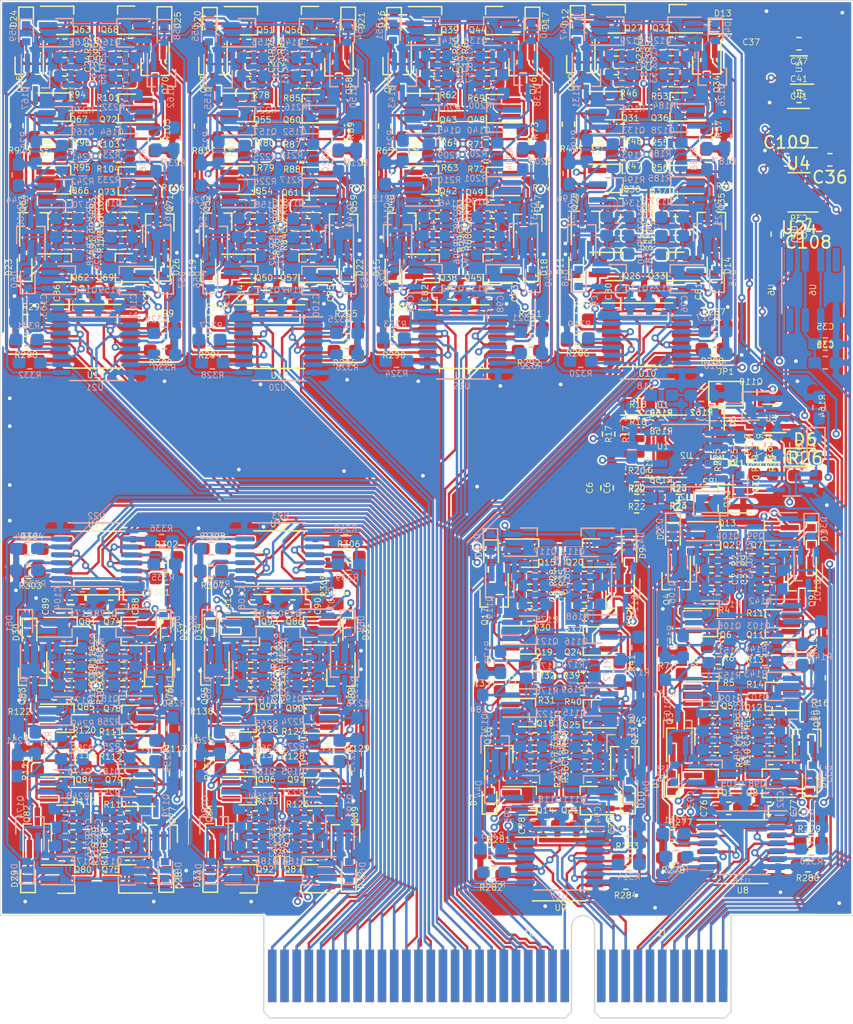
<source format=kicad_pcb>
(kicad_pcb (version 20171130) (host pcbnew "(5.1.6)-1")
  (layers (0 F.Cu signal) (1 In1.Cu signal) (2 In2.Cu signal) (31 B.Cu signal) (34 B.Paste user hide) (35 F.Paste user hide) (36 B.SilkS user) (37 F.SilkS user) (38 B.Mask user hide) (39 F.Mask user hide) (44 Edge.Cuts user))
  (net 0 "")
  (net 1 GND)
  (net 2 "Net-(C1-Pad1)")
  (net 3 "Net-(C2-Pad1)")
  (net 4 "Net-(C3-Pad1)")
  (net 5 "Net-(C4-Pad1)")
  (net 6 "Net-(C5-Pad1)")
  (net 7 /Vs-)
  (net 8 /-10V)
  (net 9 "Net-(C46-Pad1)")
  (net 10 /X1A)
  (net 11 "Net-(D1-Pad1)")
  (net 12 "Net-(D2-Pad1)")
  (net 13 /X3A)
  (net 14 "Net-(D3-Pad1)")
  (net 15 /X2A)
  (net 16 /X4A)
  (net 17 "Net-(D4-Pad1)")
  (net 18 "/F(X)A")
  (net 19 "Net-(D5-Pad2)")
  (net 20 /X5A)
  (net 21 /X7A)
  (net 22 /X6A)
  (net 23 /X8A)
  (net 24 /X9A)
  (net 25 /X11A)
  (net 26 /X10A)
  (net 27 /X12A)
  (net 28 /X13A)
  (net 29 /X15A)
  (net 30 /X14A)
  (net 31 /X16A)
  (net 32 /X17A)
  (net 33 /X19A)
  (net 34 /X18A)
  (net 35 /X20A)
  (net 36 /X21A)
  (net 37 /X23A)
  (net 38 /X22A)
  (net 39 /X24A)
  (net 40 /X25A)
  (net 41 /X27A)
  (net 42 /X26A)
  (net 43 /X28A)
  (net 44 /X29A)
  (net 45 /X31A)
  (net 46 /X30A)
  (net 47 /X32A)
  (net 48 /X1B)
  (net 49 /X3B)
  (net 50 /X2B)
  (net 51 /X4B)
  (net 52 "Net-(D39-Pad2)")
  (net 53 "/F(X)B")
  (net 54 "Net-(D40-Pad1)")
  (net 55 /X5B)
  (net 56 /X7B)
  (net 57 /X6B)
  (net 58 /X8B)
  (net 59 /X9B)
  (net 60 /X11B)
  (net 61 /X10B)
  (net 62 /X12B)
  (net 63 /X13B)
  (net 64 /X15B)
  (net 65 /X14B)
  (net 66 /X16B)
  (net 67 /X17B)
  (net 68 /X19B)
  (net 69 /X18B)
  (net 70 /X20B)
  (net 71 /X21B)
  (net 72 /X23B)
  (net 73 /X22B)
  (net 74 /X24B)
  (net 75 /X25B)
  (net 76 /X27B)
  (net 77 /X26B)
  (net 78 /X28B)
  (net 79 /X29B)
  (net 80 /X31B)
  (net 81 /X30B)
  (net 82 /X32B)
  (net 83 /Vtrain)
  (net 84 /YA)
  (net 85 /YB)
  (net 86 "/A Side/Hebb")
  (net 87 "/B Side/Hebb")
  (net 88 "Net-(Q1-Pad3)")
  (net 89 "Net-(Q2-Pad3)")
  (net 90 "Net-(Q3-Pad3)")
  (net 91 "Net-(Q4-Pad3)")
  (net 92 "Net-(Q5-Pad1)")
  (net 93 "Net-(Q6-Pad1)")
  (net 94 "Net-(Q7-Pad3)")
  (net 95 "Net-(Q8-Pad3)")
  (net 96 "Net-(Q9-Pad3)")
  (net 97 "Net-(Q10-Pad3)")
  (net 98 "Net-(Q11-Pad1)")
  (net 99 "Net-(Q12-Pad1)")
  (net 100 "Net-(Q13-Pad3)")
  (net 101 "Net-(Q110-Pad3)")
  (net 102 "/A Side/WX")
  (net 103 "Net-(R17-Pad1)")
  (net 104 "Net-(R20-Pad2)")
  (net 105 "Net-(R22-Pad2)")
  (net 106 "Net-(R23-Pad1)")
  (net 107 "/B Side/WX")
  (net 108 "Net-(R155-Pad1)")
  (net 109 "Net-(R158-Pad2)")
  (net 110 "Net-(R160-Pad2)")
  (net 111 "Net-(R161-Pad1)")
  (net 112 "Net-(U4-Pad4)")
  (net 113 "Net-(U5-Pad4)")
  (net 114 "Net-(U6-Pad8)")
  (net 115 "Net-(U6-Pad4)")
  (net 116 /Vgsbias)
  (net 117 "/A Side/Weight Section 1/X1_CL")
  (net 118 "/A Side/Weight Section 1/X3_CL")
  (net 119 "/A Side/Weight Section 1/X2_CL")
  (net 120 "/A Side/Weight Section 1/X4_CL")
  (net 121 "Net-(C7-Pad1)")
  (net 122 "Net-(C8-Pad1)")
  (net 123 "Net-(C9-Pad1)")
  (net 124 "Net-(C10-Pad1)")
  (net 125 "Net-(C11-Pad1)")
  (net 126 "Net-(C12-Pad1)")
  (net 127 "Net-(C13-Pad1)")
  (net 128 "Net-(C14-Pad1)")
  (net 129 "Net-(C15-Pad1)")
  (net 130 "Net-(C16-Pad1)")
  (net 131 "Net-(C17-Pad1)")
  (net 132 "Net-(C18-Pad1)")
  (net 133 "Net-(C19-Pad1)")
  (net 134 "Net-(C20-Pad1)")
  (net 135 "Net-(C21-Pad1)")
  (net 136 "Net-(C22-Pad1)")
  (net 137 "Net-(C23-Pad1)")
  (net 138 "Net-(C24-Pad1)")
  (net 139 "Net-(C25-Pad1)")
  (net 140 "Net-(C26-Pad1)")
  (net 141 "Net-(C27-Pad1)")
  (net 142 "Net-(C28-Pad1)")
  (net 143 "Net-(C29-Pad1)")
  (net 144 "Net-(C30-Pad1)")
  (net 145 "Net-(C31-Pad1)")
  (net 146 "Net-(C32-Pad1)")
  (net 147 "Net-(C33-Pad1)")
  (net 148 "Net-(C34-Pad1)")
  (net 149 "Net-(C42-Pad1)")
  (net 150 "Net-(C43-Pad1)")
  (net 151 "Net-(C48-Pad1)")
  (net 152 "Net-(C49-Pad1)")
  (net 153 "Net-(C52-Pad1)")
  (net 154 "Net-(C53-Pad1)")
  (net 155 "Net-(C56-Pad1)")
  (net 156 "Net-(C57-Pad1)")
  (net 157 "Net-(C60-Pad1)")
  (net 158 "Net-(C61-Pad1)")
  (net 159 "Net-(C64-Pad1)")
  (net 160 "Net-(C65-Pad1)")
  (net 161 "Net-(C68-Pad1)")
  (net 162 "Net-(C69-Pad1)")
  (net 163 "Net-(C72-Pad1)")
  (net 164 "Net-(C73-Pad1)")
  (net 165 "Net-(D7-Pad1)")
  (net 166 "/A Side/sheet6021083A/X1_CL")
  (net 167 "/A Side/sheet6021083A/X3_CL")
  (net 168 "Net-(D8-Pad1)")
  (net 169 "/A Side/sheet6021083A/X2_CL")
  (net 170 "Net-(D9-Pad1)")
  (net 171 "Net-(D10-Pad1)")
  (net 172 "/A Side/sheet6021083A/X4_CL")
  (net 173 "Net-(D11-Pad1)")
  (net 174 "/A Side/sheet602109E3/X1_CL")
  (net 175 "/A Side/sheet602109E3/X3_CL")
  (net 176 "Net-(D12-Pad1)")
  (net 177 "/A Side/sheet602109E3/X2_CL")
  (net 178 "Net-(D13-Pad1)")
  (net 179 "Net-(D14-Pad1)")
  (net 180 "/A Side/sheet602109E3/X4_CL")
  (net 181 "Net-(D15-Pad1)")
  (net 182 "/A Side/sheet602109E4/X1_CL")
  (net 183 "/A Side/sheet602109E4/X3_CL")
  (net 184 "Net-(D16-Pad1)")
  (net 185 "/A Side/sheet602109E4/X2_CL")
  (net 186 "Net-(D17-Pad1)")
  (net 187 "Net-(D18-Pad1)")
  (net 188 "/A Side/sheet602109E4/X4_CL")
  (net 189 "Net-(D19-Pad1)")
  (net 190 "/A Side/sheet60210D35/X1_CL")
  (net 191 "/A Side/sheet60210D35/X3_CL")
  (net 192 "Net-(D20-Pad1)")
  (net 193 "/A Side/sheet60210D35/X2_CL")
  (net 194 "Net-(D21-Pad1)")
  (net 195 "Net-(D22-Pad1)")
  (net 196 "/A Side/sheet60210D35/X4_CL")
  (net 197 "Net-(D23-Pad1)")
  (net 198 "/A Side/sheet60210D36/X1_CL")
  (net 199 "/A Side/sheet60210D36/X3_CL")
  (net 200 "Net-(D24-Pad1)")
  (net 201 "/A Side/sheet60210D36/X2_CL")
  (net 202 "Net-(D25-Pad1)")
  (net 203 "Net-(D26-Pad1)")
  (net 204 "/A Side/sheet60210D36/X4_CL")
  (net 205 "Net-(D27-Pad1)")
  (net 206 "/A Side/sheet60210D37/X1_CL")
  (net 207 "Net-(D28-Pad1)")
  (net 208 "/A Side/sheet60210D37/X3_CL")
  (net 209 "/A Side/sheet60210D37/X2_CL")
  (net 210 "Net-(D29-Pad1)")
  (net 211 "/A Side/sheet60210D37/X4_CL")
  (net 212 "Net-(D30-Pad1)")
  (net 213 "Net-(D31-Pad1)")
  (net 214 "/A Side/sheet60210D38/X1_CL")
  (net 215 "/A Side/sheet60210D38/X3_CL")
  (net 216 "Net-(D32-Pad1)")
  (net 217 "/A Side/sheet60210D38/X2_CL")
  (net 218 "Net-(D33-Pad1)")
  (net 219 "Net-(D34-Pad1)")
  (net 220 "/A Side/sheet60210D38/X4_CL")
  (net 221 "Net-(D35-Pad1)")
  (net 222 "/B Side/Weight Section 1/X1_CL")
  (net 223 "Net-(D36-Pad1)")
  (net 224 "/B Side/Weight Section 1/X2_CL")
  (net 225 "Net-(D41-Pad1)")
  (net 226 "/B Side/sheet6021083A/X1_CL")
  (net 227 "Net-(D42-Pad1)")
  (net 228 "/B Side/sheet6021083A/X2_CL")
  (net 229 "Net-(D45-Pad1)")
  (net 230 "/B Side/sheet602109E3/X1_CL")
  (net 231 "Net-(D46-Pad1)")
  (net 232 "/B Side/sheet602109E3/X2_CL")
  (net 233 "Net-(D49-Pad1)")
  (net 234 "/B Side/sheet602109E4/X1_CL")
  (net 235 "Net-(D50-Pad1)")
  (net 236 "/B Side/sheet602109E4/X2_CL")
  (net 237 "Net-(D53-Pad1)")
  (net 238 "/B Side/sheet60210D35/X1_CL")
  (net 239 "Net-(D54-Pad1)")
  (net 240 "/B Side/sheet60210D35/X2_CL")
  (net 241 "Net-(D57-Pad1)")
  (net 242 "/B Side/sheet60210D36/X1_CL")
  (net 243 "Net-(D58-Pad1)")
  (net 244 "/B Side/sheet60210D36/X2_CL")
  (net 245 "Net-(D61-Pad1)")
  (net 246 "/B Side/sheet60210D37/X1_CL")
  (net 247 "Net-(D62-Pad1)")
  (net 248 "/B Side/sheet60210D37/X2_CL")
  (net 249 "Net-(D65-Pad1)")
  (net 250 "/B Side/sheet60210D38/X1_CL")
  (net 251 "Net-(D66-Pad1)")
  (net 252 "/B Side/sheet60210D38/X2_CL")
  (net 253 "Net-(Q14-Pad3)")
  (net 254 "Net-(Q15-Pad3)")
  (net 255 "Net-(Q16-Pad3)")
  (net 256 "Net-(Q17-Pad3)")
  (net 257 "Net-(Q18-Pad1)")
  (net 258 "Net-(Q19-Pad1)")
  (net 259 "Net-(Q20-Pad3)")
  (net 260 "Net-(Q21-Pad3)")
  (net 261 "Net-(Q22-Pad3)")
  (net 262 "Net-(Q23-Pad3)")
  (net 263 "Net-(Q24-Pad1)")
  (net 264 "Net-(Q25-Pad1)")
  (net 265 "Net-(Q26-Pad3)")
  (net 266 "Net-(Q27-Pad3)")
  (net 267 "Net-(Q28-Pad3)")
  (net 268 "Net-(Q29-Pad3)")
  (net 269 "Net-(Q30-Pad1)")
  (net 270 "Net-(Q31-Pad1)")
  (net 271 "Net-(Q32-Pad3)")
  (net 272 "Net-(Q33-Pad3)")
  (net 273 "Net-(Q34-Pad3)")
  (net 274 "Net-(Q35-Pad3)")
  (net 275 "Net-(Q36-Pad1)")
  (net 276 "Net-(Q37-Pad1)")
  (net 277 "Net-(Q38-Pad3)")
  (net 278 "Net-(Q39-Pad3)")
  (net 279 "Net-(Q40-Pad3)")
  (net 280 "Net-(Q41-Pad3)")
  (net 281 "Net-(Q42-Pad1)")
  (net 282 "Net-(Q43-Pad1)")
  (net 283 "Net-(Q44-Pad3)")
  (net 284 "Net-(Q45-Pad3)")
  (net 285 "Net-(Q46-Pad3)")
  (net 286 "Net-(Q47-Pad3)")
  (net 287 "Net-(Q48-Pad1)")
  (net 288 "Net-(Q49-Pad1)")
  (net 289 "Net-(Q50-Pad3)")
  (net 290 "Net-(Q51-Pad3)")
  (net 291 "Net-(Q52-Pad3)")
  (net 292 "Net-(Q53-Pad3)")
  (net 293 "Net-(Q54-Pad1)")
  (net 294 "Net-(Q55-Pad1)")
  (net 295 "Net-(Q56-Pad3)")
  (net 296 "Net-(Q57-Pad3)")
  (net 297 "Net-(Q58-Pad3)")
  (net 298 "Net-(Q59-Pad3)")
  (net 299 "Net-(Q60-Pad1)")
  (net 300 "Net-(Q61-Pad1)")
  (net 301 "Net-(Q62-Pad3)")
  (net 302 "Net-(Q63-Pad3)")
  (net 303 "Net-(Q64-Pad3)")
  (net 304 "Net-(Q65-Pad3)")
  (net 305 "Net-(Q66-Pad1)")
  (net 306 "Net-(Q67-Pad1)")
  (net 307 "Net-(Q68-Pad3)")
  (net 308 "Net-(Q69-Pad3)")
  (net 309 "Net-(Q70-Pad3)")
  (net 310 "Net-(Q71-Pad3)")
  (net 311 "Net-(Q72-Pad1)")
  (net 312 "Net-(Q73-Pad1)")
  (net 313 "Net-(Q74-Pad3)")
  (net 314 "Net-(Q75-Pad3)")
  (net 315 "Net-(Q76-Pad3)")
  (net 316 "Net-(Q77-Pad3)")
  (net 317 "Net-(Q78-Pad1)")
  (net 318 "Net-(Q79-Pad1)")
  (net 319 "Net-(Q80-Pad3)")
  (net 320 "Net-(Q81-Pad3)")
  (net 321 "Net-(Q82-Pad3)")
  (net 322 "Net-(Q83-Pad3)")
  (net 323 "Net-(Q84-Pad1)")
  (net 324 "Net-(Q85-Pad1)")
  (net 325 "Net-(Q86-Pad3)")
  (net 326 "Net-(Q87-Pad3)")
  (net 327 "Net-(Q88-Pad3)")
  (net 328 "Net-(Q89-Pad3)")
  (net 329 "Net-(Q90-Pad1)")
  (net 330 "Net-(Q91-Pad1)")
  (net 331 "Net-(Q92-Pad3)")
  (net 332 "Net-(Q93-Pad3)")
  (net 333 "Net-(Q94-Pad3)")
  (net 334 "Net-(Q95-Pad3)")
  (net 335 "Net-(Q96-Pad1)")
  (net 336 "Net-(Q97-Pad1)")
  (net 337 "Net-(Q98-Pad3)")
  (net 338 "Net-(Q99-Pad3)")
  (net 339 "Net-(Q100-Pad3)")
  (net 340 "Net-(Q101-Pad3)")
  (net 341 "Net-(Q102-Pad1)")
  (net 342 "Net-(Q111-Pad3)")
  (net 343 "Net-(Q112-Pad3)")
  (net 344 "Net-(Q113-Pad3)")
  (net 345 "Net-(Q114-Pad3)")
  (net 346 "Net-(Q115-Pad1)")
  (net 347 "Net-(Q123-Pad3)")
  (net 348 "Net-(Q124-Pad3)")
  (net 349 "Net-(Q125-Pad3)")
  (net 350 "Net-(Q126-Pad3)")
  (net 351 "Net-(Q127-Pad1)")
  (net 352 "Net-(Q135-Pad3)")
  (net 353 "Net-(Q136-Pad3)")
  (net 354 "Net-(Q137-Pad3)")
  (net 355 "Net-(Q138-Pad3)")
  (net 356 "Net-(Q139-Pad1)")
  (net 357 "Net-(Q147-Pad3)")
  (net 358 "Net-(Q148-Pad3)")
  (net 359 "Net-(Q149-Pad3)")
  (net 360 "Net-(Q150-Pad3)")
  (net 361 "Net-(Q151-Pad1)")
  (net 362 "Net-(Q159-Pad3)")
  (net 363 "Net-(Q160-Pad3)")
  (net 364 "Net-(Q161-Pad3)")
  (net 365 "Net-(Q162-Pad3)")
  (net 366 "Net-(Q163-Pad1)")
  (net 367 "Net-(Q171-Pad3)")
  (net 368 "Net-(Q172-Pad3)")
  (net 369 "Net-(Q173-Pad3)")
  (net 370 "Net-(Q174-Pad3)")
  (net 371 "Net-(Q175-Pad1)")
  (net 372 "Net-(Q183-Pad3)")
  (net 373 "Net-(Q184-Pad3)")
  (net 374 "Net-(Q185-Pad3)")
  (net 375 "Net-(Q186-Pad3)")
  (net 376 "Net-(Q187-Pad1)")
  (net 377 /5V5)
  (net 378 "Net-(C44-Pad1)")
  (net 379 "Net-(C45-Pad1)")
  (net 380 "Net-(C50-Pad1)")
  (net 381 "Net-(C51-Pad1)")
  (net 382 "Net-(C54-Pad1)")
  (net 383 "Net-(C55-Pad1)")
  (net 384 "Net-(C58-Pad1)")
  (net 385 "Net-(C59-Pad1)")
  (net 386 "Net-(C62-Pad1)")
  (net 387 "Net-(C63-Pad1)")
  (net 388 "Net-(C66-Pad1)")
  (net 389 "Net-(C67-Pad1)")
  (net 390 "Net-(C70-Pad1)")
  (net 391 "Net-(C71-Pad1)")
  (net 392 "Net-(C74-Pad1)")
  (net 393 "Net-(C75-Pad1)")
  (net 394 "Net-(D6-Pad1)")
  (net 395 "Net-(D37-Pad1)")
  (net 396 "/B Side/Weight Section 1/X3_CL")
  (net 397 "Net-(D38-Pad1)")
  (net 398 "/B Side/Weight Section 1/X4_CL")
  (net 399 "Net-(D43-Pad1)")
  (net 400 "/B Side/sheet6021083A/X3_CL")
  (net 401 "Net-(D44-Pad1)")
  (net 402 "/B Side/sheet6021083A/X4_CL")
  (net 403 "Net-(D47-Pad1)")
  (net 404 "/B Side/sheet602109E3/X3_CL")
  (net 405 "Net-(D48-Pad1)")
  (net 406 "/B Side/sheet602109E3/X4_CL")
  (net 407 "Net-(D51-Pad1)")
  (net 408 "/B Side/sheet602109E4/X3_CL")
  (net 409 "Net-(D52-Pad1)")
  (net 410 "/B Side/sheet602109E4/X4_CL")
  (net 411 "Net-(D55-Pad1)")
  (net 412 "/B Side/sheet60210D35/X3_CL")
  (net 413 "Net-(D56-Pad1)")
  (net 414 "/B Side/sheet60210D35/X4_CL")
  (net 415 "Net-(D59-Pad1)")
  (net 416 "/B Side/sheet60210D36/X3_CL")
  (net 417 "Net-(D60-Pad1)")
  (net 418 "/B Side/sheet60210D36/X4_CL")
  (net 419 "Net-(D63-Pad1)")
  (net 420 "/B Side/sheet60210D37/X3_CL")
  (net 421 "Net-(D64-Pad1)")
  (net 422 "/B Side/sheet60210D37/X4_CL")
  (net 423 "Net-(D67-Pad1)")
  (net 424 "/B Side/sheet60210D38/X3_CL")
  (net 425 "Net-(D68-Pad1)")
  (net 426 "/B Side/sheet60210D38/X4_CL")
  (net 427 /Train)
  (net 428 "Net-(Q103-Pad1)")
  (net 429 "Net-(Q104-Pad3)")
  (net 430 "Net-(Q105-Pad3)")
  (net 431 "Net-(Q106-Pad3)")
  (net 432 "Net-(Q107-Pad3)")
  (net 433 "Net-(Q108-Pad1)")
  (net 434 "Net-(Q109-Pad1)")
  (net 435 "Net-(Q116-Pad1)")
  (net 436 "Net-(Q117-Pad3)")
  (net 437 "Net-(Q118-Pad3)")
  (net 438 "Net-(Q119-Pad3)")
  (net 439 "Net-(Q120-Pad3)")
  (net 440 "Net-(Q121-Pad1)")
  (net 441 "Net-(Q122-Pad1)")
  (net 442 "Net-(Q128-Pad1)")
  (net 443 "Net-(Q129-Pad3)")
  (net 444 "Net-(Q130-Pad3)")
  (net 445 "Net-(Q131-Pad3)")
  (net 446 "Net-(Q132-Pad3)")
  (net 447 "Net-(Q133-Pad1)")
  (net 448 "Net-(Q134-Pad1)")
  (net 449 "Net-(Q140-Pad1)")
  (net 450 "Net-(Q141-Pad3)")
  (net 451 "Net-(Q142-Pad3)")
  (net 452 "Net-(Q143-Pad3)")
  (net 453 "Net-(Q144-Pad3)")
  (net 454 "Net-(Q145-Pad1)")
  (net 455 "Net-(Q146-Pad1)")
  (net 456 "Net-(Q152-Pad1)")
  (net 457 "Net-(Q153-Pad3)")
  (net 458 "Net-(Q154-Pad3)")
  (net 459 "Net-(Q155-Pad3)")
  (net 460 "Net-(Q156-Pad3)")
  (net 461 "Net-(Q157-Pad1)")
  (net 462 "Net-(Q158-Pad1)")
  (net 463 "Net-(Q164-Pad1)")
  (net 464 "Net-(Q165-Pad3)")
  (net 465 "Net-(Q166-Pad3)")
  (net 466 "Net-(Q167-Pad3)")
  (net 467 "Net-(Q168-Pad3)")
  (net 468 "Net-(Q169-Pad1)")
  (net 469 "Net-(Q170-Pad1)")
  (net 470 "Net-(Q176-Pad1)")
  (net 471 "Net-(Q177-Pad3)")
  (net 472 "Net-(Q178-Pad3)")
  (net 473 "Net-(Q179-Pad3)")
  (net 474 "Net-(Q180-Pad3)")
  (net 475 "Net-(Q181-Pad1)")
  (net 476 "Net-(Q182-Pad1)")
  (net 477 "Net-(Q188-Pad1)")
  (net 478 "Net-(Q189-Pad3)")
  (net 479 "Net-(Q190-Pad3)")
  (net 480 "Net-(Q191-Pad3)")
  (net 481 "Net-(Q192-Pad3)")
  (net 482 "Net-(Q193-Pad1)")
  (net 483 "Net-(Q194-Pad1)")
  (net 484 "Net-(U24-Pad4)")
  (net 485 Vs+)
  (module Package_TO_SOT_SMD:SOT-323_SC-70_Handsoldering (layer B.Cu) (at 145.25 98.565 180)
    (fp_text reference Q110 (at 0 2) (layer F.SilkS) (effects (font (size 0.5 0.5) (thickness 0.0625)) (justify mirror)))
    (fp_text value 2SK3018)
    (pad 3 smd rect (at 1.33 0 270) (size 0.45 1.5) (layers B.Cu B.Paste B.Mask) (net 101 "Net-(Q110-Pad3)"))
    (pad 2 smd rect (at -1.33 -0.65 270) (size 0.45 1.5) (layers B.Cu B.Paste B.Mask) (net 52 "Net-(D39-Pad2)"))
    (pad 1 smd rect (at -1.33 0.65 270) (size 0.45 1.5) (layers B.Cu B.Paste B.Mask) (net 1 GND))
  )
  (module Resistor_SMD:R_0603_1608Metric_Pad1.05x0.95mm_HandSolder (layer B.Cu) (at 139.14 135.522)
    (fp_text reference R312 (at 0.014 1.016) (layer B.SilkS) (effects (font (size 0.5 0.5) (thickness 0.0625)) (justify mirror)))
    (fp_text value 10k)
    (pad 1 smd roundrect (at -0.875 0) (size 1.05 0.95) (layers B.Cu B.Paste B.Mask) (net 1 GND))
    (pad 2 smd roundrect (at 0.875 0) (size 1.05 0.95) (layers B.Cu B.Paste B.Mask) (net 51 /X4B))
  )
  (module Capacitor_SMD:C_0603_1608Metric_Pad1.05x0.95mm_HandSolder (layer F.Cu) (at 149.187 73.165)
    (fp_text reference C41 (at 0 -1.43) (layer F.SilkS) (effects (font (size 0.5 0.5) (thickness 0.0625))))
    (fp_text value 1uF)
    (fp_text user %R (at 0 0) (layer F.SilkS) (effects (font (size 0.5 0.5) (thickness 0.0625))))
    (pad 2 smd roundrect (at 0.875 0) (size 1.05 0.95) (layers F.Cu F.Paste F.Mask) (net 1 GND))
    (pad 1 smd roundrect (at -0.875 0) (size 1.05 0.95) (layers F.Cu F.Paste F.Mask) (net 116 /Vgsbias))
  )
  (module Package_TO_SOT_SMD:SOT-23-5_HandSoldering (layer F.Cu) (at 149.187 81.039 180)
    (fp_text reference U24 (at 0 -2.9) (layer F.SilkS))
    (fp_text value TCR2EF)
    (pad 5 smd rect (at 1.35 -0.95 180) (size 1.56 0.65) (layers F.Cu F.Paste F.Mask) (net 485 Vs+))
    (pad 4 smd rect (at 1.35 0.95 180) (size 1.56 0.65) (layers F.Cu F.Paste F.Mask) (net 484 "Net-(U24-Pad4)"))
    (pad 3 smd rect (at -1.35 0.95 180) (size 1.56 0.65) (layers F.Cu F.Paste F.Mask) (net 377 /5V5))
    (pad 2 smd rect (at -1.35 0 180) (size 1.56 0.65) (layers F.Cu F.Paste F.Mask) (net 1 GND))
    (pad 1 smd rect (at -1.35 -0.95 180) (size 1.56 0.65) (layers F.Cu F.Paste F.Mask) (net 377 /5V5))
  )
  (module Package_TO_SOT_SMD:SOT-23-5_HandSoldering (layer F.Cu) (at 149.14 75.766 180)
    (fp_text reference U4 (at 0 -2.9) (layer F.SilkS))
    (fp_text value TCR2EF)
    (pad 5 smd rect (at 1.35 -0.95 180) (size 1.56 0.65) (layers F.Cu F.Paste F.Mask) (net 83 /Vtrain))
    (pad 4 smd rect (at 1.35 0.95 180) (size 1.56 0.65) (layers F.Cu F.Paste F.Mask) (net 112 "Net-(U4-Pad4)"))
    (pad 3 smd rect (at -1.35 0.95 180) (size 1.56 0.65) (layers F.Cu F.Paste F.Mask) (net 427 /Train))
    (pad 2 smd rect (at -1.35 0 180) (size 1.56 0.65) (layers F.Cu F.Paste F.Mask) (net 1 GND))
    (pad 1 smd rect (at -1.35 -0.95 180) (size 1.56 0.65) (layers F.Cu F.Paste F.Mask) (net 377 /5V5))
  )
  (module Resistor_SMD:R_0603_1608Metric_Pad1.05x0.95mm_HandSolder (layer F.Cu) (at 149.695 104.28)
    (fp_text reference R26 (at 0 -1.43) (layer F.SilkS))
    (fp_text value R_LED)
    (pad 2 smd roundrect (at 0.875 0) (size 1.05 0.95) (layers F.Cu F.Paste F.Mask) (net 1 GND))
    (pad 1 smd roundrect (at -0.875 0) (size 1.05 0.95) (layers F.Cu F.Paste F.Mask) (net 394 "Net-(D6-Pad1)"))
  )
  (module LED_SMD:LED_0603_1608Metric_Pad1.05x0.95mm_HandSolder (layer F.Cu) (at 149.695 102.756)
    (fp_text reference D6 (at 0 -1.43) (layer F.SilkS))
    (fp_text value LED)
    (pad 2 smd roundrect (at 0.875 0) (size 1.05 0.95) (layers F.Cu F.Paste F.Mask) (net 18 "/F(X)A"))
    (pad 1 smd roundrect (at -0.875 0) (size 1.05 0.95) (layers F.Cu F.Paste F.Mask) (net 394 "Net-(D6-Pad1)"))
  )
  (module Capacitor_SMD:C_0603_1608Metric_Pad1.05x0.95mm_HandSolder (layer F.Cu) (at 148.171 78.372)
    (fp_text reference C109 (at 0 -1.43) (layer F.SilkS))
    (fp_text value 1uF)
    (pad 2 smd roundrect (at 0.875 0) (size 1.05 0.95) (layers F.Cu F.Paste F.Mask) (net 1 GND))
    (pad 1 smd roundrect (at -0.875 0) (size 1.05 0.95) (layers F.Cu F.Paste F.Mask) (net 83 /Vtrain))
  )
  (module Capacitor_SMD:C_0603_1608Metric_Pad1.05x0.95mm_HandSolder (layer F.Cu) (at 149.949 83.706 180)
    (fp_text reference C108 (at 0 -1.43) (layer F.SilkS))
    (fp_text value .1uF)
    (pad 2 smd roundrect (at 0.875 0 180) (size 1.05 0.95) (layers F.Cu F.Paste F.Mask) (net 1 GND))
    (pad 1 smd roundrect (at -0.875 0 180) (size 1.05 0.95) (layers F.Cu F.Paste F.Mask) (net 377 /5V5))
  )
  (module Capacitor_SMD:C_0603_1608Metric_Pad1.05x0.95mm_HandSolder (layer F.Cu) (at 151.727 78.372 180)
    (fp_text reference C36 (at 0 -1.43) (layer F.SilkS))
    (fp_text value .1uF)
    (pad 2 smd roundrect (at 0.875 0 180) (size 1.05 0.95) (layers F.Cu F.Paste F.Mask) (net 1 GND))
    (pad 1 smd roundrect (at -0.875 0 180) (size 1.05 0.95) (layers F.Cu F.Paste F.Mask) (net 377 /5V5))
  )
  (module Neuron_Custom:BUS_PCIexpress_x8 (layer B.Cu) (at 142.964 145.301 180)
    (fp_text reference J1 (at 5 3.5) (layer F.SilkS) (effects (font (size 0.5 0.5) (thickness 0.0625)) (justify mirror)))
    (fp_text value Neuron_Board_Edge)
    (fp_line (start 10.55 4) (end 10.55 -2.95) (layer Edge.Cuts) (width 0.1))
    (fp_line (start 12.45 4) (end 12.45 -2.95) (layer Edge.Cuts) (width 0.1))
    (fp_line (start -0.65 4.95) (end -0.65 -2.95) (layer Edge.Cuts) (width 0.1))
    (fp_line (start -0.15 -3.45) (end 10.05 -3.45) (layer Edge.Cuts) (width 0.1))
    (fp_line (start 37.7 4.95) (end 37.7 -2.95) (layer Edge.Cuts) (width 0.1))
    (fp_line (start 12.95 -3.45) (end 37.2 -3.45) (layer Edge.Cuts) (width 0.1))
    (fp_line (start -0.65 -2.95) (end -0.15 -3.45) (layer Edge.Cuts) (width 0.1))
    (fp_line (start 10.55 -2.95) (end 10.05 -3.45) (layer Edge.Cuts) (width 0.1))
    (fp_line (start 12.45 -2.95) (end 12.95 -3.45) (layer Edge.Cuts) (width 0.1))
    (fp_line (start 37.7 -2.95) (end 37.2 -3.45) (layer Edge.Cuts) (width 0.1))
    (fp_arc (start 11.5 4) (end 12.45 4) (angle 180) (layer Edge.Cuts) (width 0.1))
    (fp_text user %R (at 16 3.5) (layer F.SilkS) (effects (font (size 0.5 0.5) (thickness 0.0625)) (justify mirror)))
    (pad A13 connect rect (at 14 0 180) (size 0.7 4.3) (layers F.Cu F.Mask) (net 24 /X9A))
    (pad A12 connect rect (at 13 0 180) (size 0.7 4.3) (layers F.Cu F.Mask) (net 23 /X8A))
    (pad A18 connect rect (at 19 0 180) (size 0.7 4.3) (layers F.Cu F.Mask) (net 30 /X14A))
    (pad A17 connect rect (at 18 0 180) (size 0.7 4.3) (layers F.Cu F.Mask) (net 28 /X13A))
    (pad A16 connect rect (at 17 0 180) (size 0.7 4.3) (layers F.Cu F.Mask) (net 27 /X12A))
    (pad A15 connect rect (at 16 0 180) (size 0.7 4.3) (layers F.Cu F.Mask) (net 25 /X11A))
    (pad A14 connect rect (at 15 0 180) (size 0.7 4.3) (layers F.Cu F.Mask) (net 26 /X10A))
    (pad A11 connect rect (at 10 0 180) (size 0.7 4.3) (layers F.Cu F.Mask) (net 21 /X7A))
    (pad A10 connect rect (at 9 0 180) (size 0.7 4.3) (layers F.Cu F.Mask) (net 22 /X6A))
    (pad A9 connect rect (at 8 0 180) (size 0.7 4.3) (layers F.Cu F.Mask) (net 20 /X5A))
    (pad A8 connect rect (at 7 0 180) (size 0.7 4.3) (layers F.Cu F.Mask) (net 16 /X4A))
    (pad A7 connect rect (at 6 0 180) (size 0.7 4.3) (layers F.Cu F.Mask) (net 13 /X3A))
    (pad A6 connect rect (at 5 0 180) (size 0.7 4.3) (layers F.Cu F.Mask) (net 15 /X2A))
    (pad A5 connect rect (at 4 0 180) (size 0.7 4.3) (layers F.Cu F.Mask) (net 10 /X1A))
    (pad A4 connect rect (at 3 0 180) (size 0.7 4.3) (layers F.Cu F.Mask) (net 18 "/F(X)A"))
    (pad A3 connect rect (at 2 0 180) (size 0.7 4.3) (layers F.Cu F.Mask) (net 84 /YA))
    (pad A2 connect rect (at 1 0 180) (size 0.7 4.3) (layers F.Cu F.Mask) (net 427 /Train))
    (pad A1 connect rect (at 0 0.55 180) (size 0.7 3.2) (layers F.Cu F.Mask) (net 377 /5V5))
    (pad B13 connect rect (at 14 0 180) (size 0.7 4.3) (layers B.Cu B.Mask) (net 59 /X9B))
    (pad B12 connect rect (at 13 0 180) (size 0.7 4.3) (layers B.Cu B.Mask) (net 58 /X8B))
    (pad B18 connect rect (at 19 0 180) (size 0.7 4.3) (layers B.Cu B.Mask) (net 65 /X14B))
    (pad B17 connect rect (at 18 0 180) (size 0.7 4.3) (layers B.Cu B.Mask) (net 63 /X13B))
    (pad B16 connect rect (at 17 0 180) (size 0.7 4.3) (layers B.Cu B.Mask) (net 62 /X12B))
    (pad B15 connect rect (at 16 0 180) (size 0.7 4.3) (layers B.Cu B.Mask) (net 60 /X11B))
    (pad B14 connect rect (at 15 0 180) (size 0.7 4.3) (layers B.Cu B.Mask) (net 61 /X10B))
    (pad B11 connect rect (at 10 0 180) (size 0.7 4.3) (layers B.Cu B.Mask) (net 56 /X7B))
    (pad B10 connect rect (at 9 0 180) (size 0.7 4.3) (layers B.Cu B.Mask) (net 57 /X6B))
    (pad B9 connect rect (at 8 0 180) (size 0.7 4.3) (layers B.Cu B.Mask) (net 55 /X5B))
    (pad B8 connect rect (at 7 0 180) (size 0.7 4.3) (layers B.Cu B.Mask) (net 51 /X4B))
    (pad B7 connect rect (at 6 0 180) (size 0.7 4.3) (layers B.Cu B.Mask) (net 49 /X3B))
    (pad B6 connect rect (at 5 0 180) (size 0.7 4.3) (layers B.Cu B.Mask) (net 50 /X2B))
    (pad B5 connect rect (at 4 0 180) (size 0.7 4.3) (layers B.Cu B.Mask) (net 48 /X1B))
    (pad B4 connect rect (at 3 0 180) (size 0.7 4.3) (layers B.Cu B.Mask) (net 53 "/F(X)B"))
    (pad B3 connect rect (at 2 0 180) (size 0.7 4.3) (layers B.Cu B.Mask) (net 85 /YB))
    (pad B2 connect rect (at 1 0 180) (size 0.7 4.3) (layers B.Cu B.Mask) (net 8 /-10V))
    (pad B1 connect rect (at 0 0 180) (size 0.7 4.3) (layers B.Cu B.Mask) (net 1 GND))
    (pad B19 connect rect (at 20 0 180) (size 0.7 4.3) (layers B.Cu B.Mask) (net 64 /X15B))
    (pad B20 connect rect (at 21 0 180) (size 0.7 4.3) (layers B.Cu B.Mask) (net 66 /X16B))
    (pad B21 connect rect (at 22 0 180) (size 0.7 4.3) (layers B.Cu B.Mask) (net 67 /X17B))
    (pad B22 connect rect (at 23 0 180) (size 0.7 4.3) (layers B.Cu B.Mask) (net 69 /X18B))
    (pad B23 connect rect (at 24 0 180) (size 0.7 4.3) (layers B.Cu B.Mask) (net 68 /X19B))
    (pad B24 connect rect (at 25 0 180) (size 0.7 4.3) (layers B.Cu B.Mask) (net 70 /X20B))
    (pad B25 connect rect (at 26 0 180) (size 0.7 4.3) (layers B.Cu B.Mask) (net 71 /X21B))
    (pad B26 connect rect (at 27 0 180) (size 0.7 4.3) (layers B.Cu B.Mask) (net 73 /X22B))
    (pad B27 connect rect (at 28 0 180) (size 0.7 4.3) (layers B.Cu B.Mask) (net 72 /X23B))
    (pad B28 connect rect (at 29 0 180) (size 0.7 4.3) (layers B.Cu B.Mask) (net 74 /X24B))
    (pad B29 connect rect (at 30 0 180) (size 0.7 4.3) (layers B.Cu B.Mask) (net 75 /X25B))
    (pad B30 connect rect (at 31 0 180) (size 0.7 4.3) (layers B.Cu B.Mask) (net 77 /X26B))
    (pad B31 connect rect (at 32 0 180) (size 0.7 4.3) (layers B.Cu B.Mask) (net 76 /X27B))
    (pad B32 connect rect (at 33 0 180) (size 0.7 4.3) (layers B.Cu B.Mask) (net 78 /X28B))
    (pad A19 connect rect (at 20 0 180) (size 0.7 4.3) (layers F.Cu F.Mask) (net 29 /X15A))
    (pad A20 connect rect (at 21 0 180) (size 0.7 4.3) (layers F.Cu F.Mask) (net 31 /X16A))
    (pad A21 connect rect (at 22 0 180) (size 0.7 4.3) (layers F.Cu F.Mask) (net 32 /X17A))
    (pad A22 connect rect (at 23 0 180) (size 0.7 4.3) (layers F.Cu F.Mask) (net 34 /X18A))
    (pad A23 connect rect (at 24 0 180) (size 0.7 4.3) (layers F.Cu F.Mask) (net 33 /X19A))
    (pad A24 connect rect (at 25 0 180) (size 0.7 4.3) (layers F.Cu F.Mask) (net 35 /X20A))
    (pad A25 connect rect (at 26 0 180) (size 0.7 4.3) (layers F.Cu F.Mask) (net 36 /X21A))
    (pad A26 connect rect (at 27 0 180) (size 0.7 4.3) (layers F.Cu F.Mask) (net 38 /X22A))
    (pad A27 connect rect (at 28 0 180) (size 0.7 4.3) (layers F.Cu F.Mask) (net 37 /X23A))
    (pad A28 connect rect (at 29 0 180) (size 0.7 4.3) (layers F.Cu F.Mask) (net 39 /X24A))
    (pad A29 connect rect (at 30 0 180) (size 0.7 4.3) (layers F.Cu F.Mask) (net 40 /X25A))
    (pad A30 connect rect (at 31 0 180) (size 0.7 4.3) (layers F.Cu F.Mask) (net 42 /X26A))
    (pad A31 connect rect (at 32 0 180) (size 0.7 4.3) (layers F.Cu F.Mask) (net 41 /X27A))
    (pad A32 connect rect (at 33 0 180) (size 0.7 4.3) (layers F.Cu F.Mask) (net 43 /X28A))
    (pad B33 connect rect (at 34 0 180) (size 0.7 4.3) (layers B.Cu B.Mask) (net 79 /X29B))
    (pad B34 connect rect (at 35 0 180) (size 0.7 4.3) (layers B.Cu B.Mask) (net 81 /X30B))
    (pad B35 connect rect (at 36 0 180) (size 0.7 4.3) (layers B.Cu B.Mask) (net 80 /X31B))
    (pad B36 connect rect (at 37 0 180) (size 0.7 4.3) (layers B.Cu B.Mask) (net 82 /X32B))
    (pad A33 connect rect (at 34 0 180) (size 0.7 4.3) (layers F.Cu F.Mask) (net 44 /X29A))
    (pad A34 connect rect (at 35 0 180) (size 0.7 4.3) (layers F.Cu F.Mask) (net 46 /X30A))
    (pad A35 connect rect (at 36 0 180) (size 0.7 4.3) (layers F.Cu F.Mask) (net 45 /X31A))
    (pad A36 connect rect (at 37 0 180) (size 0.7 4.3) (layers F.Cu F.Mask) (net 47 /X32A))
  )
  (module Resistor_SMD:R_0603_1608Metric_Pad1.05x0.95mm_HandSolder (layer B.Cu) (at 146.647 123.711)
    (fp_text reference R141 (at -1.905 0 270) (layer B.SilkS) (effects (font (size 0.5 0.5) (thickness 0.0625)) (justify mirror)))
    (fp_text value R_HOMEO)
    (pad 1 smd roundrect (at -0.875 0) (size 1.05 0.95) (layers B.Cu B.Paste B.Mask) (net 341 "Net-(Q102-Pad1)"))
    (pad 2 smd roundrect (at 0.875 0) (size 1.05 0.95) (layers B.Cu B.Paste B.Mask) (net 149 "Net-(C42-Pad1)"))
  )
  (module Resistor_SMD:R_0603_1608Metric_Pad1.05x0.95mm_HandSolder (layer B.Cu) (at 131.661 124.981)
    (fp_text reference R167 (at -1.905 0 270) (layer B.SilkS) (effects (font (size 0.5 0.5) (thickness 0.0625)) (justify mirror)))
    (fp_text value R_HOMEO)
    (pad 1 smd roundrect (at -0.875 0) (size 1.05 0.95) (layers B.Cu B.Paste B.Mask) (net 346 "Net-(Q115-Pad1)"))
    (pad 2 smd roundrect (at 0.875 0) (size 1.05 0.95) (layers B.Cu B.Paste B.Mask) (net 151 "Net-(C48-Pad1)"))
  )
  (module Resistor_SMD:R_0603_1608Metric_Pad1.05x0.95mm_HandSolder (layer B.Cu) (at 138.773 83.071)
    (fp_text reference R183 (at -1.905 0 270) (layer B.SilkS) (effects (font (size 0.5 0.5) (thickness 0.0625)) (justify mirror)))
    (fp_text value R_HOMEO)
    (pad 1 smd roundrect (at -0.875 0) (size 1.05 0.95) (layers B.Cu B.Paste B.Mask) (net 351 "Net-(Q127-Pad1)"))
    (pad 2 smd roundrect (at 0.875 0) (size 1.05 0.95) (layers B.Cu B.Paste B.Mask) (net 153 "Net-(C52-Pad1)"))
  )
  (module Resistor_SMD:R_0603_1608Metric_Pad1.05x0.95mm_HandSolder (layer B.Cu) (at 123.66 83.071)
    (fp_text reference R199 (at -1.905 0 270) (layer B.SilkS) (effects (font (size 0.5 0.5) (thickness 0.0625)) (justify mirror)))
    (fp_text value R_HOMEO)
    (pad 1 smd roundrect (at -0.875 0) (size 1.05 0.95) (layers B.Cu B.Paste B.Mask) (net 356 "Net-(Q139-Pad1)"))
    (pad 2 smd roundrect (at 0.875 0) (size 1.05 0.95) (layers B.Cu B.Paste B.Mask) (net 155 "Net-(C56-Pad1)"))
  )
  (module Resistor_SMD:R_0603_1608Metric_Pad1.05x0.95mm_HandSolder (layer B.Cu) (at 108.547 83.198)
    (fp_text reference R215 (at -1.905 0 270) (layer B.SilkS) (effects (font (size 0.5 0.5) (thickness 0.0625)) (justify mirror)))
    (fp_text value R_HOMEO)
    (pad 1 smd roundrect (at -0.875 0) (size 1.05 0.95) (layers B.Cu B.Paste B.Mask) (net 361 "Net-(Q151-Pad1)"))
    (pad 2 smd roundrect (at 0.875 0) (size 1.05 0.95) (layers B.Cu B.Paste B.Mask) (net 157 "Net-(C60-Pad1)"))
  )
  (module Resistor_SMD:R_0603_1608Metric_Pad1.05x0.95mm_HandSolder (layer B.Cu) (at 93.561 83.198)
    (fp_text reference R231 (at -1.905 0 270) (layer B.SilkS) (effects (font (size 0.5 0.5) (thickness 0.0625)) (justify mirror)))
    (fp_text value R_HOMEO)
    (pad 1 smd roundrect (at -0.875 0) (size 1.05 0.95) (layers B.Cu B.Paste B.Mask) (net 366 "Net-(Q163-Pad1)"))
    (pad 2 smd roundrect (at 0.875 0) (size 1.05 0.95) (layers B.Cu B.Paste B.Mask) (net 159 "Net-(C64-Pad1)"))
  )
  (module Resistor_SMD:R_0603_1608Metric_Pad1.05x0.95mm_HandSolder (layer B.Cu) (at 89.37 121.425 180)
    (fp_text reference R247 (at -1.905 0 270) (layer B.SilkS) (effects (font (size 0.5 0.5) (thickness 0.0625)) (justify mirror)))
    (fp_text value R_HOMEO)
    (pad 1 smd roundrect (at -0.875 0 180) (size 1.05 0.95) (layers B.Cu B.Paste B.Mask) (net 371 "Net-(Q175-Pad1)"))
    (pad 2 smd roundrect (at 0.875 0 180) (size 1.05 0.95) (layers B.Cu B.Paste B.Mask) (net 161 "Net-(C68-Pad1)"))
  )
  (module Resistor_SMD:R_0603_1608Metric_Pad1.05x0.95mm_HandSolder (layer B.Cu) (at 104.483 121.425 180)
    (fp_text reference R263 (at -1.905 0 270) (layer B.SilkS) (effects (font (size 0.5 0.5) (thickness 0.0625)) (justify mirror)))
    (fp_text value R_HOMEO)
    (pad 1 smd roundrect (at -0.875 0 180) (size 1.05 0.95) (layers B.Cu B.Paste B.Mask) (net 376 "Net-(Q187-Pad1)"))
    (pad 2 smd roundrect (at 0.875 0 180) (size 1.05 0.95) (layers B.Cu B.Paste B.Mask) (net 163 "Net-(C72-Pad1)"))
  )
  (module Resistor_SMD:R_0603_1608Metric_Pad1.05x0.95mm_HandSolder (layer F.Cu) (at 127.47 125.87 180)
    (fp_text reference R29 (at -1.905 0 90) (layer F.SilkS) (effects (font (size 0.5 0.5) (thickness 0.0625))))
    (fp_text value R_HOMEO)
    (pad 1 smd roundrect (at -0.875 0 180) (size 1.05 0.95) (layers F.Cu F.Paste F.Mask) (net 257 "Net-(Q18-Pad1)"))
    (pad 2 smd roundrect (at 0.875 0 180) (size 1.05 0.95) (layers F.Cu F.Paste F.Mask) (net 121 "Net-(C7-Pad1)"))
  )
  (module Resistor_SMD:R_0603_1608Metric_Pad1.05x0.95mm_HandSolder (layer F.Cu) (at 134.582 82.055 180)
    (fp_text reference R45 (at -1.905 0 90) (layer F.SilkS) (effects (font (size 0.5 0.5) (thickness 0.0625))))
    (fp_text value R_HOMEO)
    (pad 1 smd roundrect (at -0.875 0 180) (size 1.05 0.95) (layers F.Cu F.Paste F.Mask) (net 269 "Net-(Q30-Pad1)"))
    (pad 2 smd roundrect (at 0.875 0 180) (size 1.05 0.95) (layers F.Cu F.Paste F.Mask) (net 125 "Net-(C11-Pad1)"))
  )
  (module Resistor_SMD:R_0603_1608Metric_Pad1.05x0.95mm_HandSolder (layer F.Cu) (at 119.51011 82.205372 180)
    (fp_text reference R61 (at -1.905 0 90) (layer F.SilkS) (effects (font (size 0.5 0.5) (thickness 0.0625))))
    (fp_text value R_HOMEO)
    (pad 1 smd roundrect (at -0.875 0 180) (size 1.05 0.95) (layers F.Cu F.Paste F.Mask) (net 281 "Net-(Q42-Pad1)"))
    (pad 2 smd roundrect (at 0.875 0 180) (size 1.05 0.95) (layers F.Cu F.Paste F.Mask) (net 129 "Net-(C15-Pad1)"))
  )
  (module Resistor_SMD:R_0603_1608Metric_Pad1.05x0.95mm_HandSolder (layer F.Cu) (at 104.39711 82.205372 180)
    (fp_text reference R77 (at -1.905 0 90) (layer F.SilkS) (effects (font (size 0.5 0.5) (thickness 0.0625))))
    (fp_text value R_HOMEO)
    (pad 1 smd roundrect (at -0.875 0 180) (size 1.05 0.95) (layers F.Cu F.Paste F.Mask) (net 293 "Net-(Q54-Pad1)"))
    (pad 2 smd roundrect (at 0.875 0 180) (size 1.05 0.95) (layers F.Cu F.Paste F.Mask) (net 133 "Net-(C19-Pad1)"))
  )
  (module Resistor_SMD:R_0603_1608Metric_Pad1.05x0.95mm_HandSolder (layer F.Cu) (at 89.31411 82.17537 180)
    (fp_text reference R93 (at -1.905 0 90) (layer F.SilkS) (effects (font (size 0.5 0.5) (thickness 0.0625))))
    (fp_text value R_HOMEO)
    (pad 1 smd roundrect (at -0.875 0 180) (size 1.05 0.95) (layers F.Cu F.Paste F.Mask) (net 305 "Net-(Q66-Pad1)"))
    (pad 2 smd roundrect (at 0.875 0 180) (size 1.05 0.95) (layers F.Cu F.Paste F.Mask) (net 137 "Net-(C23-Pad1)"))
  )
  (module Resistor_SMD:R_0603_1608Metric_Pad1.05x0.95mm_HandSolder (layer F.Cu) (at 93.7127 122.1085)
    (fp_text reference R109 (at -1.905 0 90) (layer F.SilkS) (effects (font (size 0.5 0.5) (thickness 0.0625))))
    (fp_text value R_HOMEO)
    (pad 1 smd roundrect (at -0.875 0) (size 1.05 0.95) (layers F.Cu F.Paste F.Mask) (net 317 "Net-(Q78-Pad1)"))
    (pad 2 smd roundrect (at 0.875 0) (size 1.05 0.95) (layers F.Cu F.Paste F.Mask) (net 141 "Net-(C27-Pad1)"))
  )
  (module Resistor_SMD:R_0603_1608Metric_Pad1.05x0.95mm_HandSolder (layer F.Cu) (at 108.6733 122.0831)
    (fp_text reference R125 (at -1.905 0 90) (layer F.SilkS) (effects (font (size 0.5 0.5) (thickness 0.0625))))
    (fp_text value R_HOMEO)
    (pad 1 smd roundrect (at -0.875 0) (size 1.05 0.95) (layers F.Cu F.Paste F.Mask) (net 329 "Net-(Q90-Pad1)"))
    (pad 2 smd roundrect (at 0.875 0) (size 1.05 0.95) (layers F.Cu F.Paste F.Mask) (net 145 "Net-(C31-Pad1)"))
  )
  (module Resistor_SMD:R_0603_1608Metric_Pad1.05x0.95mm_HandSolder (layer B.Cu) (at 146.647 126.759 180)
    (fp_text reference R139 (at 1.905 -0.254 270) (layer B.SilkS) (effects (font (size 0.5 0.5) (thickness 0.0625)) (justify mirror)))
    (fp_text value R_HEBB)
    (pad 2 smd roundrect (at 0.875 0 180) (size 1.05 0.95) (layers B.Cu B.Paste B.Mask) (net 337 "Net-(Q98-Pad3)"))
    (pad 1 smd roundrect (at -0.875 0 180) (size 1.05 0.95) (layers B.Cu B.Paste B.Mask) (net 149 "Net-(C42-Pad1)"))
  )
  (module Resistor_SMD:R_0603_1608Metric_Pad1.05x0.95mm_HandSolder (layer B.Cu) (at 131.661 128.029 180)
    (fp_text reference R165 (at 1.905 -0.254 270) (layer B.SilkS) (effects (font (size 0.5 0.5) (thickness 0.0625)) (justify mirror)))
    (fp_text value R_HEBB)
    (pad 2 smd roundrect (at 0.875 0 180) (size 1.05 0.95) (layers B.Cu B.Paste B.Mask) (net 342 "Net-(Q111-Pad3)"))
    (pad 1 smd roundrect (at -0.875 0 180) (size 1.05 0.95) (layers B.Cu B.Paste B.Mask) (net 151 "Net-(C48-Pad1)"))
  )
  (module Resistor_SMD:R_0603_1608Metric_Pad1.05x0.95mm_HandSolder (layer B.Cu) (at 138.773 86.119 180)
    (fp_text reference R181 (at 1.905 -0.254 270) (layer B.SilkS) (effects (font (size 0.5 0.5) (thickness 0.0625)) (justify mirror)))
    (fp_text value R_HEBB)
    (pad 2 smd roundrect (at 0.875 0 180) (size 1.05 0.95) (layers B.Cu B.Paste B.Mask) (net 347 "Net-(Q123-Pad3)"))
    (pad 1 smd roundrect (at -0.875 0 180) (size 1.05 0.95) (layers B.Cu B.Paste B.Mask) (net 153 "Net-(C52-Pad1)"))
  )
  (module Resistor_SMD:R_0603_1608Metric_Pad1.05x0.95mm_HandSolder (layer B.Cu) (at 123.66 86.119 180)
    (fp_text reference R197 (at 1.905 -0.254 270) (layer B.SilkS) (effects (font (size 0.5 0.5) (thickness 0.0625)) (justify mirror)))
    (fp_text value R_HEBB)
    (pad 2 smd roundrect (at 0.875 0 180) (size 1.05 0.95) (layers B.Cu B.Paste B.Mask) (net 352 "Net-(Q135-Pad3)"))
    (pad 1 smd roundrect (at -0.875 0 180) (size 1.05 0.95) (layers B.Cu B.Paste B.Mask) (net 155 "Net-(C56-Pad1)"))
  )
  (module Resistor_SMD:R_0603_1608Metric_Pad1.05x0.95mm_HandSolder (layer B.Cu) (at 108.547 86.246 180)
    (fp_text reference R213 (at 1.905 -0.254 270) (layer B.SilkS) (effects (font (size 0.5 0.5) (thickness 0.0625)) (justify mirror)))
    (fp_text value R_HEBB)
    (pad 2 smd roundrect (at 0.875 0 180) (size 1.05 0.95) (layers B.Cu B.Paste B.Mask) (net 357 "Net-(Q147-Pad3)"))
    (pad 1 smd roundrect (at -0.875 0 180) (size 1.05 0.95) (layers B.Cu B.Paste B.Mask) (net 157 "Net-(C60-Pad1)"))
  )
  (module Resistor_SMD:R_0603_1608Metric_Pad1.05x0.95mm_HandSolder (layer B.Cu) (at 93.561 86.246 180)
    (fp_text reference R229 (at 1.905 -0.254 270) (layer B.SilkS) (effects (font (size 0.5 0.5) (thickness 0.0625)) (justify mirror)))
    (fp_text value R_HEBB)
    (pad 2 smd roundrect (at 0.875 0 180) (size 1.05 0.95) (layers B.Cu B.Paste B.Mask) (net 362 "Net-(Q159-Pad3)"))
    (pad 1 smd roundrect (at -0.875 0 180) (size 1.05 0.95) (layers B.Cu B.Paste B.Mask) (net 159 "Net-(C64-Pad1)"))
  )
  (module Resistor_SMD:R_0603_1608Metric_Pad1.05x0.95mm_HandSolder (layer B.Cu) (at 89.37 118.377)
    (fp_text reference R245 (at 1.905 -0.254 -90) (layer B.SilkS) (effects (font (size 0.5 0.5) (thickness 0.0625)) (justify mirror)))
    (fp_text value R_HEBB)
    (pad 2 smd roundrect (at 0.875 0) (size 1.05 0.95) (layers B.Cu B.Paste B.Mask) (net 367 "Net-(Q171-Pad3)"))
    (pad 1 smd roundrect (at -0.875 0) (size 1.05 0.95) (layers B.Cu B.Paste B.Mask) (net 161 "Net-(C68-Pad1)"))
  )
  (module Resistor_SMD:R_0603_1608Metric_Pad1.05x0.95mm_HandSolder (layer B.Cu) (at 104.483 118.377)
    (fp_text reference R261 (at 1.905 -0.254 -90) (layer B.SilkS) (effects (font (size 0.5 0.5) (thickness 0.0625)) (justify mirror)))
    (fp_text value R_HEBB)
    (pad 2 smd roundrect (at 0.875 0) (size 1.05 0.95) (layers B.Cu B.Paste B.Mask) (net 372 "Net-(Q183-Pad3)"))
    (pad 1 smd roundrect (at -0.875 0) (size 1.05 0.95) (layers B.Cu B.Paste B.Mask) (net 163 "Net-(C72-Pad1)"))
  )
  (module Resistor_SMD:R_0603_1608Metric_Pad1.05x0.95mm_HandSolder (layer F.Cu) (at 127.47 128.918)
    (fp_text reference R27 (at 1.905 0.254 90) (layer F.SilkS) (effects (font (size 0.5 0.5) (thickness 0.0625))))
    (fp_text value R_HEBB)
    (pad 2 smd roundrect (at 0.875 0) (size 1.05 0.95) (layers F.Cu F.Paste F.Mask) (net 253 "Net-(Q14-Pad3)"))
    (pad 1 smd roundrect (at -0.875 0) (size 1.05 0.95) (layers F.Cu F.Paste F.Mask) (net 121 "Net-(C7-Pad1)"))
  )
  (module Resistor_SMD:R_0603_1608Metric_Pad1.05x0.95mm_HandSolder (layer F.Cu) (at 134.582 85.103)
    (fp_text reference R43 (at 1.905 0 90) (layer F.SilkS) (effects (font (size 0.5 0.5) (thickness 0.0625))))
    (fp_text value R_HEBB)
    (pad 2 smd roundrect (at 0.875 0) (size 1.05 0.95) (layers F.Cu F.Paste F.Mask) (net 265 "Net-(Q26-Pad3)"))
    (pad 1 smd roundrect (at -0.875 0) (size 1.05 0.95) (layers F.Cu F.Paste F.Mask) (net 125 "Net-(C11-Pad1)"))
  )
  (module Resistor_SMD:R_0603_1608Metric_Pad1.05x0.95mm_HandSolder (layer F.Cu) (at 119.51011 85.253372)
    (fp_text reference R59 (at 1.905 0 90) (layer F.SilkS) (effects (font (size 0.5 0.5) (thickness 0.0625))))
    (fp_text value R_HEBB)
    (pad 2 smd roundrect (at 0.875 0) (size 1.05 0.95) (layers F.Cu F.Paste F.Mask) (net 277 "Net-(Q38-Pad3)"))
    (pad 1 smd roundrect (at -0.875 0) (size 1.05 0.95) (layers F.Cu F.Paste F.Mask) (net 129 "Net-(C15-Pad1)"))
  )
  (module Resistor_SMD:R_0603_1608Metric_Pad1.05x0.95mm_HandSolder (layer F.Cu) (at 104.39711 85.253372)
    (fp_text reference R75 (at 1.905 0.254 90) (layer F.SilkS) (effects (font (size 0.5 0.5) (thickness 0.0625))))
    (fp_text value R_HEBB)
    (pad 2 smd roundrect (at 0.875 0) (size 1.05 0.95) (layers F.Cu F.Paste F.Mask) (net 289 "Net-(Q50-Pad3)"))
    (pad 1 smd roundrect (at -0.875 0) (size 1.05 0.95) (layers F.Cu F.Paste F.Mask) (net 133 "Net-(C19-Pad1)"))
  )
  (module Resistor_SMD:R_0603_1608Metric_Pad1.05x0.95mm_HandSolder (layer F.Cu) (at 89.31411 85.22337)
    (fp_text reference R91 (at 1.905 0.254 90) (layer F.SilkS) (effects (font (size 0.5 0.5) (thickness 0.0625))))
    (fp_text value R_HEBB)
    (pad 2 smd roundrect (at 0.875 0) (size 1.05 0.95) (layers F.Cu F.Paste F.Mask) (net 301 "Net-(Q62-Pad3)"))
    (pad 1 smd roundrect (at -0.875 0) (size 1.05 0.95) (layers F.Cu F.Paste F.Mask) (net 137 "Net-(C23-Pad1)"))
  )
  (module Resistor_SMD:R_0603_1608Metric_Pad1.05x0.95mm_HandSolder (layer F.Cu) (at 93.7127 119.0605 180)
    (fp_text reference R107 (at 1.905 0.254 90) (layer F.SilkS) (effects (font (size 0.5 0.5) (thickness 0.0625))))
    (fp_text value R_HEBB)
    (pad 2 smd roundrect (at 0.875 0 180) (size 1.05 0.95) (layers F.Cu F.Paste F.Mask) (net 313 "Net-(Q74-Pad3)"))
    (pad 1 smd roundrect (at -0.875 0 180) (size 1.05 0.95) (layers F.Cu F.Paste F.Mask) (net 141 "Net-(C27-Pad1)"))
  )
  (module Resistor_SMD:R_0603_1608Metric_Pad1.05x0.95mm_HandSolder (layer F.Cu) (at 108.6733 119.0351 180)
    (fp_text reference R123 (at 1.905 0.254 90) (layer F.SilkS) (effects (font (size 0.5 0.5) (thickness 0.0625))))
    (fp_text value R_HEBB)
    (pad 2 smd roundrect (at 0.875 0 180) (size 1.05 0.95) (layers F.Cu F.Paste F.Mask) (net 325 "Net-(Q86-Pad3)"))
    (pad 1 smd roundrect (at -0.875 0 180) (size 1.05 0.95) (layers F.Cu F.Paste F.Mask) (net 145 "Net-(C31-Pad1)"))
  )
  (module Package_TO_SOT_SMD:SOT-323_SC-70_Handsoldering (layer B.Cu) (at 149.568 124.981 90)
    (fp_text reference Q100 (at 1.524 0.889 270) (layer B.SilkS) (effects (font (size 0.5 0.5) (thickness 0.0625)) (justify mirror)))
    (fp_text value 2SK3018)
    (pad 3 smd rect (at 1.33 0 180) (size 0.45 1.5) (layers B.Cu B.Paste B.Mask) (net 339 "Net-(Q100-Pad3)"))
    (pad 2 smd rect (at -1.33 -0.65 180) (size 0.45 1.5) (layers B.Cu B.Paste B.Mask) (net 149 "Net-(C42-Pad1)"))
    (pad 1 smd rect (at -1.33 0.65 180) (size 0.45 1.5) (layers B.Cu B.Paste B.Mask) (net 222 "/B Side/Weight Section 1/X1_CL"))
  )
  (module Package_TO_SOT_SMD:SOT-323_SC-70_Handsoldering (layer B.Cu) (at 134.582 126.251 90)
    (fp_text reference Q113 (at 1.524 0.889 270) (layer B.SilkS) (effects (font (size 0.5 0.5) (thickness 0.0625)) (justify mirror)))
    (fp_text value 2SK3018)
    (pad 3 smd rect (at 1.33 0 180) (size 0.45 1.5) (layers B.Cu B.Paste B.Mask) (net 344 "Net-(Q113-Pad3)"))
    (pad 2 smd rect (at -1.33 -0.65 180) (size 0.45 1.5) (layers B.Cu B.Paste B.Mask) (net 151 "Net-(C48-Pad1)"))
    (pad 1 smd rect (at -1.33 0.65 180) (size 0.45 1.5) (layers B.Cu B.Paste B.Mask) (net 226 "/B Side/sheet6021083A/X1_CL"))
  )
  (module Package_TO_SOT_SMD:SOT-323_SC-70_Handsoldering (layer B.Cu) (at 141.694 84.341 90)
    (fp_text reference Q125 (at 1.524 0.889 270) (layer B.SilkS) (effects (font (size 0.5 0.5) (thickness 0.0625)) (justify mirror)))
    (fp_text value 2SK3018)
    (pad 3 smd rect (at 1.33 0 180) (size 0.45 1.5) (layers B.Cu B.Paste B.Mask) (net 349 "Net-(Q125-Pad3)"))
    (pad 2 smd rect (at -1.33 -0.65 180) (size 0.45 1.5) (layers B.Cu B.Paste B.Mask) (net 153 "Net-(C52-Pad1)"))
    (pad 1 smd rect (at -1.33 0.65 180) (size 0.45 1.5) (layers B.Cu B.Paste B.Mask) (net 230 "/B Side/sheet602109E3/X1_CL"))
  )
  (module Package_TO_SOT_SMD:SOT-323_SC-70_Handsoldering (layer B.Cu) (at 126.581 84.341 90)
    (fp_text reference Q137 (at 1.524 0.889 270) (layer B.SilkS) (effects (font (size 0.5 0.5) (thickness 0.0625)) (justify mirror)))
    (fp_text value 2SK3018)
    (pad 3 smd rect (at 1.33 0 180) (size 0.45 1.5) (layers B.Cu B.Paste B.Mask) (net 354 "Net-(Q137-Pad3)"))
    (pad 2 smd rect (at -1.33 -0.65 180) (size 0.45 1.5) (layers B.Cu B.Paste B.Mask) (net 155 "Net-(C56-Pad1)"))
    (pad 1 smd rect (at -1.33 0.65 180) (size 0.45 1.5) (layers B.Cu B.Paste B.Mask) (net 234 "/B Side/sheet602109E4/X1_CL"))
  )
  (module Package_TO_SOT_SMD:SOT-323_SC-70_Handsoldering (layer B.Cu) (at 111.468 84.468 90)
    (fp_text reference Q149 (at 1.524 0.889 270) (layer B.SilkS) (effects (font (size 0.5 0.5) (thickness 0.0625)) (justify mirror)))
    (fp_text value 2SK3018)
    (pad 3 smd rect (at 1.33 0 180) (size 0.45 1.5) (layers B.Cu B.Paste B.Mask) (net 359 "Net-(Q149-Pad3)"))
    (pad 2 smd rect (at -1.33 -0.65 180) (size 0.45 1.5) (layers B.Cu B.Paste B.Mask) (net 157 "Net-(C60-Pad1)"))
    (pad 1 smd rect (at -1.33 0.65 180) (size 0.45 1.5) (layers B.Cu B.Paste B.Mask) (net 238 "/B Side/sheet60210D35/X1_CL"))
  )
  (module Package_TO_SOT_SMD:SOT-323_SC-70_Handsoldering (layer B.Cu) (at 96.482 84.468 90)
    (fp_text reference Q161 (at 1.524 0.889 270) (layer B.SilkS) (effects (font (size 0.5 0.5) (thickness 0.0625)) (justify mirror)))
    (fp_text value 2SK3018)
    (pad 3 smd rect (at 1.33 0 180) (size 0.45 1.5) (layers B.Cu B.Paste B.Mask) (net 364 "Net-(Q161-Pad3)"))
    (pad 2 smd rect (at -1.33 -0.65 180) (size 0.45 1.5) (layers B.Cu B.Paste B.Mask) (net 159 "Net-(C64-Pad1)"))
    (pad 1 smd rect (at -1.33 0.65 180) (size 0.45 1.5) (layers B.Cu B.Paste B.Mask) (net 242 "/B Side/sheet60210D36/X1_CL"))
  )
  (module Package_TO_SOT_SMD:SOT-323_SC-70_Handsoldering (layer B.Cu) (at 86.449 120.155 270)
    (fp_text reference Q173 (at 1.524 0.889 270) (layer B.SilkS) (effects (font (size 0.5 0.5) (thickness 0.0625)) (justify mirror)))
    (fp_text value 2SK3018)
    (pad 3 smd rect (at 1.33 0) (size 0.45 1.5) (layers B.Cu B.Paste B.Mask) (net 369 "Net-(Q173-Pad3)"))
    (pad 2 smd rect (at -1.33 -0.65) (size 0.45 1.5) (layers B.Cu B.Paste B.Mask) (net 161 "Net-(C68-Pad1)"))
    (pad 1 smd rect (at -1.33 0.65) (size 0.45 1.5) (layers B.Cu B.Paste B.Mask) (net 246 "/B Side/sheet60210D37/X1_CL"))
  )
  (module Package_TO_SOT_SMD:SOT-323_SC-70_Handsoldering (layer B.Cu) (at 101.562 120.155 270)
    (fp_text reference Q185 (at 1.524 0.889 270) (layer B.SilkS) (effects (font (size 0.5 0.5) (thickness 0.0625)) (justify mirror)))
    (fp_text value 2SK3018)
    (pad 3 smd rect (at 1.33 0) (size 0.45 1.5) (layers B.Cu B.Paste B.Mask) (net 374 "Net-(Q185-Pad3)"))
    (pad 2 smd rect (at -1.33 -0.65) (size 0.45 1.5) (layers B.Cu B.Paste B.Mask) (net 163 "Net-(C72-Pad1)"))
    (pad 1 smd rect (at -1.33 0.65) (size 0.45 1.5) (layers B.Cu B.Paste B.Mask) (net 250 "/B Side/sheet60210D38/X1_CL"))
  )
  (module Package_TO_SOT_SMD:SOT-323_SC-70_Handsoldering (layer F.Cu) (at 124.549 127.14 90)
    (fp_text reference Q16 (at 1.524 -0.889 90) (layer F.SilkS) (effects (font (size 0.5 0.5) (thickness 0.0625))))
    (fp_text value 2SK3018)
    (pad 3 smd rect (at 1.33 0) (size 0.45 1.5) (layers F.Cu F.Paste F.Mask) (net 255 "Net-(Q16-Pad3)"))
    (pad 2 smd rect (at -1.33 0.65) (size 0.45 1.5) (layers F.Cu F.Paste F.Mask) (net 121 "Net-(C7-Pad1)"))
    (pad 1 smd rect (at -1.33 -0.65) (size 0.45 1.5) (layers F.Cu F.Paste F.Mask) (net 166 "/A Side/sheet6021083A/X1_CL"))
  )
  (module Package_TO_SOT_SMD:SOT-323_SC-70_Handsoldering (layer F.Cu) (at 131.661 83.325 90)
    (fp_text reference Q28 (at 1.524 -0.889 90) (layer F.SilkS) (effects (font (size 0.5 0.5) (thickness 0.0625))))
    (fp_text value 2SK3018)
    (pad 3 smd rect (at 1.33 0) (size 0.45 1.5) (layers F.Cu F.Paste F.Mask) (net 267 "Net-(Q28-Pad3)"))
    (pad 2 smd rect (at -1.33 0.65) (size 0.45 1.5) (layers F.Cu F.Paste F.Mask) (net 125 "Net-(C11-Pad1)"))
    (pad 1 smd rect (at -1.33 -0.65) (size 0.45 1.5) (layers F.Cu F.Paste F.Mask) (net 174 "/A Side/sheet602109E3/X1_CL"))
  )
  (module Package_TO_SOT_SMD:SOT-323_SC-70_Handsoldering (layer F.Cu) (at 116.58911 83.475372 90)
    (fp_text reference Q40 (at 1.524 -0.889 90) (layer F.SilkS) (effects (font (size 0.5 0.5) (thickness 0.0625))))
    (fp_text value 2SK3018)
    (pad 3 smd rect (at 1.33 0) (size 0.45 1.5) (layers F.Cu F.Paste F.Mask) (net 279 "Net-(Q40-Pad3)"))
    (pad 2 smd rect (at -1.33 0.65) (size 0.45 1.5) (layers F.Cu F.Paste F.Mask) (net 129 "Net-(C15-Pad1)"))
    (pad 1 smd rect (at -1.33 -0.65) (size 0.45 1.5) (layers F.Cu F.Paste F.Mask) (net 182 "/A Side/sheet602109E4/X1_CL"))
  )
  (module Package_TO_SOT_SMD:SOT-323_SC-70_Handsoldering (layer F.Cu) (at 101.47611 83.475372 90)
    (fp_text reference Q52 (at 1.524 -0.889 90) (layer F.SilkS) (effects (font (size 0.5 0.5) (thickness 0.0625))))
    (fp_text value 2SK3018)
    (pad 3 smd rect (at 1.33 0) (size 0.45 1.5) (layers F.Cu F.Paste F.Mask) (net 291 "Net-(Q52-Pad3)"))
    (pad 2 smd rect (at -1.33 0.65) (size 0.45 1.5) (layers F.Cu F.Paste F.Mask) (net 133 "Net-(C19-Pad1)"))
    (pad 1 smd rect (at -1.33 -0.65) (size 0.45 1.5) (layers F.Cu F.Paste F.Mask) (net 190 "/A Side/sheet60210D35/X1_CL"))
  )
  (module Package_TO_SOT_SMD:SOT-323_SC-70_Handsoldering (layer F.Cu) (at 86.39311 83.44537 90)
    (fp_text reference Q64 (at 1.524 -0.889 90) (layer F.SilkS) (effects (font (size 0.5 0.5) (thickness 0.0625))))
    (fp_text value 2SK3018)
    (pad 3 smd rect (at 1.33 0) (size 0.45 1.5) (layers F.Cu F.Paste F.Mask) (net 303 "Net-(Q64-Pad3)"))
    (pad 2 smd rect (at -1.33 0.65) (size 0.45 1.5) (layers F.Cu F.Paste F.Mask) (net 137 "Net-(C23-Pad1)"))
    (pad 1 smd rect (at -1.33 -0.65) (size 0.45 1.5) (layers F.Cu F.Paste F.Mask) (net 198 "/A Side/sheet60210D36/X1_CL"))
  )
  (module Package_TO_SOT_SMD:SOT-323_SC-70_Handsoldering (layer F.Cu) (at 96.6337 120.8385 270)
    (fp_text reference Q76 (at 1.524 -0.889 90) (layer F.SilkS) (effects (font (size 0.5 0.5) (thickness 0.0625))))
    (fp_text value 2SK3018)
    (pad 3 smd rect (at 1.33 0 180) (size 0.45 1.5) (layers F.Cu F.Paste F.Mask) (net 315 "Net-(Q76-Pad3)"))
    (pad 2 smd rect (at -1.33 0.65 180) (size 0.45 1.5) (layers F.Cu F.Paste F.Mask) (net 141 "Net-(C27-Pad1)"))
    (pad 1 smd rect (at -1.33 -0.65 180) (size 0.45 1.5) (layers F.Cu F.Paste F.Mask) (net 206 "/A Side/sheet60210D37/X1_CL"))
  )
  (module Package_TO_SOT_SMD:SOT-323_SC-70_Handsoldering (layer F.Cu) (at 111.5943 120.8131 270)
    (fp_text reference Q88 (at 1.524 -0.889 90) (layer F.SilkS) (effects (font (size 0.5 0.5) (thickness 0.0625))))
    (fp_text value 2SK3018)
    (pad 3 smd rect (at 1.33 0 180) (size 0.45 1.5) (layers F.Cu F.Paste F.Mask) (net 327 "Net-(Q88-Pad3)"))
    (pad 2 smd rect (at -1.33 0.65 180) (size 0.45 1.5) (layers F.Cu F.Paste F.Mask) (net 145 "Net-(C31-Pad1)"))
    (pad 1 smd rect (at -1.33 -0.65 180) (size 0.45 1.5) (layers F.Cu F.Paste F.Mask) (net 214 "/A Side/sheet60210D38/X1_CL"))
  )
  (module Package_TO_SOT_SMD:SOT-323_SC-70_Handsoldering (layer B.Cu) (at 147.282 121.552 180)
    (fp_text reference Q102 (at 1.524 -0.889) (layer B.SilkS) (effects (font (size 0.5 0.5) (thickness 0.0625)) (justify mirror)))
    (fp_text value 2SK3018)
    (pad 1 smd rect (at -1.33 0.65 270) (size 0.45 1.5) (layers B.Cu B.Paste B.Mask) (net 341 "Net-(Q102-Pad1)"))
    (pad 2 smd rect (at -1.33 -0.65 270) (size 0.45 1.5) (layers B.Cu B.Paste B.Mask) (net 83 /Vtrain))
    (pad 3 smd rect (at 1.33 0 270) (size 0.45 1.5) (layers B.Cu B.Paste B.Mask) (net 116 /Vgsbias))
  )
  (module Package_TO_SOT_SMD:SOT-323_SC-70_Handsoldering (layer B.Cu) (at 132.296 122.822 180)
    (fp_text reference Q115 (at 1.524 -0.889) (layer B.SilkS) (effects (font (size 0.5 0.5) (thickness 0.0625)) (justify mirror)))
    (fp_text value 2SK3018)
    (pad 1 smd rect (at -1.33 0.65 270) (size 0.45 1.5) (layers B.Cu B.Paste B.Mask) (net 346 "Net-(Q115-Pad1)"))
    (pad 2 smd rect (at -1.33 -0.65 270) (size 0.45 1.5) (layers B.Cu B.Paste B.Mask) (net 83 /Vtrain))
    (pad 3 smd rect (at 1.33 0 270) (size 0.45 1.5) (layers B.Cu B.Paste B.Mask) (net 116 /Vgsbias))
  )
  (module Package_TO_SOT_SMD:SOT-323_SC-70_Handsoldering (layer B.Cu) (at 139.408 80.912 180)
    (fp_text reference Q127 (at 1.524 -0.889) (layer B.SilkS) (effects (font (size 0.5 0.5) (thickness 0.0625)) (justify mirror)))
    (fp_text value 2SK3018)
    (pad 1 smd rect (at -1.33 0.65 270) (size 0.45 1.5) (layers B.Cu B.Paste B.Mask) (net 351 "Net-(Q127-Pad1)"))
    (pad 2 smd rect (at -1.33 -0.65 270) (size 0.45 1.5) (layers B.Cu B.Paste B.Mask) (net 83 /Vtrain))
    (pad 3 smd rect (at 1.33 0 270) (size 0.45 1.5) (layers B.Cu B.Paste B.Mask) (net 116 /Vgsbias))
  )
  (module Package_TO_SOT_SMD:SOT-323_SC-70_Handsoldering (layer B.Cu) (at 124.295 80.912 180)
    (fp_text reference Q139 (at 1.524 -0.889) (layer B.SilkS) (effects (font (size 0.5 0.5) (thickness 0.0625)) (justify mirror)))
    (fp_text value 2SK3018)
    (pad 1 smd rect (at -1.33 0.65 270) (size 0.45 1.5) (layers B.Cu B.Paste B.Mask) (net 356 "Net-(Q139-Pad1)"))
    (pad 2 smd rect (at -1.33 -0.65 270) (size 0.45 1.5) (layers B.Cu B.Paste B.Mask) (net 83 /Vtrain))
    (pad 3 smd rect (at 1.33 0 270) (size 0.45 1.5) (layers B.Cu B.Paste B.Mask) (net 116 /Vgsbias))
  )
  (module Package_TO_SOT_SMD:SOT-323_SC-70_Handsoldering (layer B.Cu) (at 109.182 81.039 180)
    (fp_text reference Q151 (at 1.524 -0.889) (layer B.SilkS) (effects (font (size 0.5 0.5) (thickness 0.0625)) (justify mirror)))
    (fp_text value 2SK3018)
    (pad 1 smd rect (at -1.33 0.65 270) (size 0.45 1.5) (layers B.Cu B.Paste B.Mask) (net 361 "Net-(Q151-Pad1)"))
    (pad 2 smd rect (at -1.33 -0.65 270) (size 0.45 1.5) (layers B.Cu B.Paste B.Mask) (net 83 /Vtrain))
    (pad 3 smd rect (at 1.33 0 270) (size 0.45 1.5) (layers B.Cu B.Paste B.Mask) (net 116 /Vgsbias))
  )
  (module Package_TO_SOT_SMD:SOT-323_SC-70_Handsoldering (layer B.Cu) (at 94.196 81.039 180)
    (fp_text reference Q163 (at 1.524 -0.889) (layer B.SilkS) (effects (font (size 0.5 0.5) (thickness 0.0625)) (justify mirror)))
    (fp_text value 2SK3018)
    (pad 1 smd rect (at -1.33 0.65 270) (size 0.45 1.5) (layers B.Cu B.Paste B.Mask) (net 366 "Net-(Q163-Pad1)"))
    (pad 2 smd rect (at -1.33 -0.65 270) (size 0.45 1.5) (layers B.Cu B.Paste B.Mask) (net 83 /Vtrain))
    (pad 3 smd rect (at 1.33 0 270) (size 0.45 1.5) (layers B.Cu B.Paste B.Mask) (net 116 /Vgsbias))
  )
  (module Package_TO_SOT_SMD:SOT-323_SC-70_Handsoldering (layer B.Cu) (at 88.735 123.584)
    (fp_text reference Q175 (at 1.524 -0.889) (layer B.SilkS) (effects (font (size 0.5 0.5) (thickness 0.0625)) (justify mirror)))
    (fp_text value 2SK3018)
    (pad 1 smd rect (at -1.33 0.65 90) (size 0.45 1.5) (layers B.Cu B.Paste B.Mask) (net 371 "Net-(Q175-Pad1)"))
    (pad 2 smd rect (at -1.33 -0.65 90) (size 0.45 1.5) (layers B.Cu B.Paste B.Mask) (net 83 /Vtrain))
    (pad 3 smd rect (at 1.33 0 90) (size 0.45 1.5) (layers B.Cu B.Paste B.Mask) (net 116 /Vgsbias))
  )
  (module Package_TO_SOT_SMD:SOT-323_SC-70_Handsoldering (layer B.Cu) (at 103.848 123.584)
    (fp_text reference Q187 (at 1.524 -0.889) (layer B.SilkS) (effects (font (size 0.5 0.5) (thickness 0.0625)) (justify mirror)))
    (fp_text value 2SK3018)
    (pad 1 smd rect (at -1.33 0.65 90) (size 0.45 1.5) (layers B.Cu B.Paste B.Mask) (net 376 "Net-(Q187-Pad1)"))
    (pad 2 smd rect (at -1.33 -0.65 90) (size 0.45 1.5) (layers B.Cu B.Paste B.Mask) (net 83 /Vtrain))
    (pad 3 smd rect (at 1.33 0 90) (size 0.45 1.5) (layers B.Cu B.Paste B.Mask) (net 116 /Vgsbias))
  )
  (module Package_TO_SOT_SMD:SOT-323_SC-70_Handsoldering (layer F.Cu) (at 126.835 123.711)
    (fp_text reference Q18 (at 1.524 0.889) (layer F.SilkS) (effects (font (size 0.5 0.5) (thickness 0.0625))))
    (fp_text value 2SK3018)
    (pad 1 smd rect (at -1.33 -0.65 270) (size 0.45 1.5) (layers F.Cu F.Paste F.Mask) (net 257 "Net-(Q18-Pad1)"))
    (pad 2 smd rect (at -1.33 0.65 270) (size 0.45 1.5) (layers F.Cu F.Paste F.Mask) (net 83 /Vtrain))
    (pad 3 smd rect (at 1.33 0 270) (size 0.45 1.5) (layers F.Cu F.Paste F.Mask) (net 116 /Vgsbias))
  )
  (module Package_TO_SOT_SMD:SOT-323_SC-70_Handsoldering (layer F.Cu) (at 133.947 79.896)
    (fp_text reference Q30 (at 1.524 0.889) (layer F.SilkS) (effects (font (size 0.5 0.5) (thickness 0.0625))))
    (fp_text value 2SK3018)
    (pad 1 smd rect (at -1.33 -0.65 270) (size 0.45 1.5) (layers F.Cu F.Paste F.Mask) (net 269 "Net-(Q30-Pad1)"))
    (pad 2 smd rect (at -1.33 0.65 270) (size 0.45 1.5) (layers F.Cu F.Paste F.Mask) (net 83 /Vtrain))
    (pad 3 smd rect (at 1.33 0 270) (size 0.45 1.5) (layers F.Cu F.Paste F.Mask) (net 116 /Vgsbias))
  )
  (module Package_TO_SOT_SMD:SOT-323_SC-70_Handsoldering (layer F.Cu) (at 118.87511 80.046372)
    (fp_text reference Q42 (at 1.524 0.889) (layer F.SilkS) (effects (font (size 0.5 0.5) (thickness 0.0625))))
    (fp_text value 2SK3018)
    (pad 1 smd rect (at -1.33 -0.65 270) (size 0.45 1.5) (layers F.Cu F.Paste F.Mask) (net 281 "Net-(Q42-Pad1)"))
    (pad 2 smd rect (at -1.33 0.65 270) (size 0.45 1.5) (layers F.Cu F.Paste F.Mask) (net 83 /Vtrain))
    (pad 3 smd rect (at 1.33 0 270) (size 0.45 1.5) (layers F.Cu F.Paste F.Mask) (net 116 /Vgsbias))
  )
  (module Package_TO_SOT_SMD:SOT-323_SC-70_Handsoldering (layer F.Cu) (at 103.76211 80.046372)
    (fp_text reference Q54 (at 1.524 0.889) (layer F.SilkS) (effects (font (size 0.5 0.5) (thickness 0.0625))))
    (fp_text value 2SK3018)
    (pad 1 smd rect (at -1.33 -0.65 270) (size 0.45 1.5) (layers F.Cu F.Paste F.Mask) (net 293 "Net-(Q54-Pad1)"))
    (pad 2 smd rect (at -1.33 0.65 270) (size 0.45 1.5) (layers F.Cu F.Paste F.Mask) (net 83 /Vtrain))
    (pad 3 smd rect (at 1.33 0 270) (size 0.45 1.5) (layers F.Cu F.Paste F.Mask) (net 116 /Vgsbias))
  )
  (module Package_TO_SOT_SMD:SOT-323_SC-70_Handsoldering (layer F.Cu) (at 88.67911 80.01637)
    (fp_text reference Q66 (at 1.524 0.889) (layer F.SilkS) (effects (font (size 0.5 0.5) (thickness 0.0625))))
    (fp_text value 2SK3018)
    (pad 1 smd rect (at -1.33 -0.65 270) (size 0.45 1.5) (layers F.Cu F.Paste F.Mask) (net 305 "Net-(Q66-Pad1)"))
    (pad 2 smd rect (at -1.33 0.65 270) (size 0.45 1.5) (layers F.Cu F.Paste F.Mask) (net 83 /Vtrain))
    (pad 3 smd rect (at 1.33 0 270) (size 0.45 1.5) (layers F.Cu F.Paste F.Mask) (net 116 /Vgsbias))
  )
  (module Package_TO_SOT_SMD:SOT-323_SC-70_Handsoldering (layer F.Cu) (at 94.3477 124.2675 180)
    (fp_text reference Q78 (at 1.524 0.889) (layer F.SilkS) (effects (font (size 0.5 0.5) (thickness 0.0625))))
    (fp_text value 2SK3018)
    (pad 1 smd rect (at -1.33 -0.65 90) (size 0.45 1.5) (layers F.Cu F.Paste F.Mask) (net 317 "Net-(Q78-Pad1)"))
    (pad 2 smd rect (at -1.33 0.65 90) (size 0.45 1.5) (layers F.Cu F.Paste F.Mask) (net 83 /Vtrain))
    (pad 3 smd rect (at 1.33 0 90) (size 0.45 1.5) (layers F.Cu F.Paste F.Mask) (net 116 /Vgsbias))
  )
  (module Package_TO_SOT_SMD:SOT-323_SC-70_Handsoldering (layer F.Cu) (at 109.3083 124.2421 180)
    (fp_text reference Q90 (at 1.524 0.889) (layer F.SilkS) (effects (font (size 0.5 0.5) (thickness 0.0625))))
    (fp_text value 2SK3018)
    (pad 1 smd rect (at -1.33 -0.65 90) (size 0.45 1.5) (layers F.Cu F.Paste F.Mask) (net 329 "Net-(Q90-Pad1)"))
    (pad 2 smd rect (at -1.33 0.65 90) (size 0.45 1.5) (layers F.Cu F.Paste F.Mask) (net 83 /Vtrain))
    (pad 3 smd rect (at 1.33 0 90) (size 0.45 1.5) (layers F.Cu F.Paste F.Mask) (net 116 /Vgsbias))
  )
  (module Package_TO_SOT_SMD:SOT-323_SC-70_Handsoldering (layer B.Cu) (at 147.222 128.776 180)
    (fp_text reference Q98 (at 1.464 -0.777) (layer B.SilkS) (effects (font (size 0.5 0.5) (thickness 0.0625)) (justify mirror)))
    (fp_text value 2SK3018)
    (pad 3 smd rect (at 1.33 0 270) (size 0.45 1.5) (layers B.Cu B.Paste B.Mask) (net 337 "Net-(Q98-Pad3)"))
    (pad 2 smd rect (at -1.33 -0.65 270) (size 0.45 1.5) (layers B.Cu B.Paste B.Mask) (net 87 "/B Side/Hebb"))
    (pad 1 smd rect (at -1.33 0.65 270) (size 0.45 1.5) (layers B.Cu B.Paste B.Mask) (net 221 "Net-(D35-Pad1)"))
  )
  (module Package_TO_SOT_SMD:SOT-323_SC-70_Handsoldering (layer B.Cu) (at 132.236 130.046 180)
    (fp_text reference Q111 (at 1.464 -0.777) (layer B.SilkS) (effects (font (size 0.5 0.5) (thickness 0.0625)) (justify mirror)))
    (fp_text value 2SK3018)
    (pad 3 smd rect (at 1.33 0 270) (size 0.45 1.5) (layers B.Cu B.Paste B.Mask) (net 342 "Net-(Q111-Pad3)"))
    (pad 2 smd rect (at -1.33 -0.65 270) (size 0.45 1.5) (layers B.Cu B.Paste B.Mask) (net 87 "/B Side/Hebb"))
    (pad 1 smd rect (at -1.33 0.65 270) (size 0.45 1.5) (layers B.Cu B.Paste B.Mask) (net 225 "Net-(D41-Pad1)"))
  )
  (module Package_TO_SOT_SMD:SOT-323_SC-70_Handsoldering (layer B.Cu) (at 139.348 88.136 180)
    (fp_text reference Q123 (at 1.464 -0.777) (layer B.SilkS) (effects (font (size 0.5 0.5) (thickness 0.0625)) (justify mirror)))
    (fp_text value 2SK3018)
    (pad 3 smd rect (at 1.33 0 270) (size 0.45 1.5) (layers B.Cu B.Paste B.Mask) (net 347 "Net-(Q123-Pad3)"))
    (pad 2 smd rect (at -1.33 -0.65 270) (size 0.45 1.5) (layers B.Cu B.Paste B.Mask) (net 87 "/B Side/Hebb"))
    (pad 1 smd rect (at -1.33 0.65 270) (size 0.45 1.5) (layers B.Cu B.Paste B.Mask) (net 229 "Net-(D45-Pad1)"))
  )
  (module Package_TO_SOT_SMD:SOT-323_SC-70_Handsoldering (layer B.Cu) (at 124.235 88.136 180)
    (fp_text reference Q135 (at 1.464 -0.777) (layer B.SilkS) (effects (font (size 0.5 0.5) (thickness 0.0625)) (justify mirror)))
    (fp_text value 2SK3018)
    (pad 3 smd rect (at 1.33 0 270) (size 0.45 1.5) (layers B.Cu B.Paste B.Mask) (net 352 "Net-(Q135-Pad3)"))
    (pad 2 smd rect (at -1.33 -0.65 270) (size 0.45 1.5) (layers B.Cu B.Paste B.Mask) (net 87 "/B Side/Hebb"))
    (pad 1 smd rect (at -1.33 0.65 270) (size 0.45 1.5) (layers B.Cu B.Paste B.Mask) (net 233 "Net-(D49-Pad1)"))
  )
  (module Package_TO_SOT_SMD:SOT-323_SC-70_Handsoldering (layer B.Cu) (at 109.122 88.263 180)
    (fp_text reference Q147 (at 1.464 -0.777) (layer B.SilkS) (effects (font (size 0.5 0.5) (thickness 0.0625)) (justify mirror)))
    (fp_text value 2SK3018)
    (pad 3 smd rect (at 1.33 0 270) (size 0.45 1.5) (layers B.Cu B.Paste B.Mask) (net 357 "Net-(Q147-Pad3)"))
    (pad 2 smd rect (at -1.33 -0.65 270) (size 0.45 1.5) (layers B.Cu B.Paste B.Mask) (net 87 "/B Side/Hebb"))
    (pad 1 smd rect (at -1.33 0.65 270) (size 0.45 1.5) (layers B.Cu B.Paste B.Mask) (net 237 "Net-(D53-Pad1)"))
  )
  (module Package_TO_SOT_SMD:SOT-323_SC-70_Handsoldering (layer B.Cu) (at 94.136 88.263 180)
    (fp_text reference Q159 (at 1.464 -0.777) (layer B.SilkS) (effects (font (size 0.5 0.5) (thickness 0.0625)) (justify mirror)))
    (fp_text value 2SK3018)
    (pad 3 smd rect (at 1.33 0 270) (size 0.45 1.5) (layers B.Cu B.Paste B.Mask) (net 362 "Net-(Q159-Pad3)"))
    (pad 2 smd rect (at -1.33 -0.65 270) (size 0.45 1.5) (layers B.Cu B.Paste B.Mask) (net 87 "/B Side/Hebb"))
    (pad 1 smd rect (at -1.33 0.65 270) (size 0.45 1.5) (layers B.Cu B.Paste B.Mask) (net 241 "Net-(D57-Pad1)"))
  )
  (module Package_TO_SOT_SMD:SOT-323_SC-70_Handsoldering (layer B.Cu) (at 88.795 116.36)
    (fp_text reference Q171 (at 1.464 -0.777) (layer B.SilkS) (effects (font (size 0.5 0.5) (thickness 0.0625)) (justify mirror)))
    (fp_text value 2SK3018)
    (pad 3 smd rect (at 1.33 0 90) (size 0.45 1.5) (layers B.Cu B.Paste B.Mask) (net 367 "Net-(Q171-Pad3)"))
    (pad 2 smd rect (at -1.33 -0.65 90) (size 0.45 1.5) (layers B.Cu B.Paste B.Mask) (net 87 "/B Side/Hebb"))
    (pad 1 smd rect (at -1.33 0.65 90) (size 0.45 1.5) (layers B.Cu B.Paste B.Mask) (net 245 "Net-(D61-Pad1)"))
  )
  (module Package_TO_SOT_SMD:SOT-323_SC-70_Handsoldering (layer B.Cu) (at 103.908 116.36)
    (fp_text reference Q183 (at 1.464 -0.777) (layer B.SilkS) (effects (font (size 0.5 0.5) (thickness 0.0625)) (justify mirror)))
    (fp_text value 2SK3018)
    (pad 3 smd rect (at 1.33 0 90) (size 0.45 1.5) (layers B.Cu B.Paste B.Mask) (net 372 "Net-(Q183-Pad3)"))
    (pad 2 smd rect (at -1.33 -0.65 90) (size 0.45 1.5) (layers B.Cu B.Paste B.Mask) (net 87 "/B Side/Hebb"))
    (pad 1 smd rect (at -1.33 0.65 90) (size 0.45 1.5) (layers B.Cu B.Paste B.Mask) (net 249 "Net-(D65-Pad1)"))
  )
  (module Package_TO_SOT_SMD:SOT-323_SC-70_Handsoldering (layer F.Cu) (at 126.895 130.935)
    (fp_text reference Q14 (at 1.464 0.777) (layer F.SilkS) (effects (font (size 0.5 0.5) (thickness 0.0625))))
    (fp_text value 2SK3018)
    (pad 3 smd rect (at 1.33 0 270) (size 0.45 1.5) (layers F.Cu F.Paste F.Mask) (net 253 "Net-(Q14-Pad3)"))
    (pad 2 smd rect (at -1.33 0.65 270) (size 0.45 1.5) (layers F.Cu F.Paste F.Mask) (net 86 "/A Side/Hebb"))
    (pad 1 smd rect (at -1.33 -0.65 270) (size 0.45 1.5) (layers F.Cu F.Paste F.Mask) (net 165 "Net-(D7-Pad1)"))
  )
  (module Package_TO_SOT_SMD:SOT-323_SC-70_Handsoldering (layer F.Cu) (at 134.007 87.12)
    (fp_text reference Q26 (at 1.464 0.777) (layer F.SilkS) (effects (font (size 0.5 0.5) (thickness 0.0625))))
    (fp_text value 2SK3018)
    (pad 3 smd rect (at 1.33 0 270) (size 0.45 1.5) (layers F.Cu F.Paste F.Mask) (net 265 "Net-(Q26-Pad3)"))
    (pad 2 smd rect (at -1.33 0.65 270) (size 0.45 1.5) (layers F.Cu F.Paste F.Mask) (net 86 "/A Side/Hebb"))
    (pad 1 smd rect (at -1.33 -0.65 270) (size 0.45 1.5) (layers F.Cu F.Paste F.Mask) (net 173 "Net-(D11-Pad1)"))
  )
  (module Package_TO_SOT_SMD:SOT-323_SC-70_Handsoldering (layer F.Cu) (at 118.93511 87.270372)
    (fp_text reference Q38 (at 1.464 0.777) (layer F.SilkS) (effects (font (size 0.5 0.5) (thickness 0.0625))))
    (fp_text value 2SK3018)
    (pad 3 smd rect (at 1.33 0 270) (size 0.45 1.5) (layers F.Cu F.Paste F.Mask) (net 277 "Net-(Q38-Pad3)"))
    (pad 2 smd rect (at -1.33 0.65 270) (size 0.45 1.5) (layers F.Cu F.Paste F.Mask) (net 86 "/A Side/Hebb"))
    (pad 1 smd rect (at -1.33 -0.65 270) (size 0.45 1.5) (layers F.Cu F.Paste F.Mask) (net 181 "Net-(D15-Pad1)"))
  )
  (module Package_TO_SOT_SMD:SOT-323_SC-70_Handsoldering (layer F.Cu) (at 103.82211 87.270372)
    (fp_text reference Q50 (at 1.464 0.777) (layer F.SilkS) (effects (font (size 0.5 0.5) (thickness 0.0625))))
    (fp_text value 2SK3018)
    (pad 3 smd rect (at 1.33 0 270) (size 0.45 1.5) (layers F.Cu F.Paste F.Mask) (net 289 "Net-(Q50-Pad3)"))
    (pad 2 smd rect (at -1.33 0.65 270) (size 0.45 1.5) (layers F.Cu F.Paste F.Mask) (net 86 "/A Side/Hebb"))
    (pad 1 smd rect (at -1.33 -0.65 270) (size 0.45 1.5) (layers F.Cu F.Paste F.Mask) (net 189 "Net-(D19-Pad1)"))
  )
  (module Package_TO_SOT_SMD:SOT-323_SC-70_Handsoldering (layer F.Cu) (at 88.73911 87.24037)
    (fp_text reference Q62 (at 1.464 0.777) (layer F.SilkS) (effects (font (size 0.5 0.5) (thickness 0.0625))))
    (fp_text value 2SK3018)
    (pad 3 smd rect (at 1.33 0 270) (size 0.45 1.5) (layers F.Cu F.Paste F.Mask) (net 301 "Net-(Q62-Pad3)"))
    (pad 2 smd rect (at -1.33 0.65 270) (size 0.45 1.5) (layers F.Cu F.Paste F.Mask) (net 86 "/A Side/Hebb"))
    (pad 1 smd rect (at -1.33 -0.65 270) (size 0.45 1.5) (layers F.Cu F.Paste F.Mask) (net 197 "Net-(D23-Pad1)"))
  )
  (module Package_TO_SOT_SMD:SOT-323_SC-70_Handsoldering (layer F.Cu) (at 94.2877 117.0435 180)
    (fp_text reference Q74 (at 1.464 0.777) (layer F.SilkS) (effects (font (size 0.5 0.5) (thickness 0.0625))))
    (fp_text value 2SK3018)
    (pad 3 smd rect (at 1.33 0 90) (size 0.45 1.5) (layers F.Cu F.Paste F.Mask) (net 313 "Net-(Q74-Pad3)"))
    (pad 2 smd rect (at -1.33 0.65 90) (size 0.45 1.5) (layers F.Cu F.Paste F.Mask) (net 86 "/A Side/Hebb"))
    (pad 1 smd rect (at -1.33 -0.65 90) (size 0.45 1.5) (layers F.Cu F.Paste F.Mask) (net 205 "Net-(D27-Pad1)"))
  )
  (module Package_TO_SOT_SMD:SOT-323_SC-70_Handsoldering (layer F.Cu) (at 109.2483 117.0181 180)
    (fp_text reference Q86 (at 1.464 0.777) (layer F.SilkS) (effects (font (size 0.5 0.5) (thickness 0.0625))))
    (fp_text value 2SK3018)
    (pad 3 smd rect (at 1.33 0 90) (size 0.45 1.5) (layers F.Cu F.Paste F.Mask) (net 325 "Net-(Q86-Pad3)"))
    (pad 2 smd rect (at -1.33 0.65 90) (size 0.45 1.5) (layers F.Cu F.Paste F.Mask) (net 86 "/A Side/Hebb"))
    (pad 1 smd rect (at -1.33 -0.65 90) (size 0.45 1.5) (layers F.Cu F.Paste F.Mask) (net 213 "Net-(D31-Pad1)"))
  )
  (module Diode_SMD:D_SOD-523 (layer B.Cu) (at 150.33 128.726 90)
    (fp_text reference D35 (at 0 1.3 270) (layer B.SilkS) (effects (font (size 0.5 0.5) (thickness 0.0625)) (justify mirror)))
    (fp_text value D_Schottky)
    (pad 1 smd rect (at -0.7 0 270) (size 0.6 0.7) (layers B.Cu B.Paste B.Mask) (net 221 "Net-(D35-Pad1)"))
    (pad 2 smd rect (at 0.7 0 270) (size 0.6 0.7) (layers B.Cu B.Paste B.Mask) (net 222 "/B Side/Weight Section 1/X1_CL"))
  )
  (module Diode_SMD:D_SOD-523 (layer B.Cu) (at 135.344 129.996 90)
    (fp_text reference D41 (at 0 1.3 270) (layer B.SilkS) (effects (font (size 0.5 0.5) (thickness 0.0625)) (justify mirror)))
    (fp_text value D_Schottky)
    (pad 1 smd rect (at -0.7 0 270) (size 0.6 0.7) (layers B.Cu B.Paste B.Mask) (net 225 "Net-(D41-Pad1)"))
    (pad 2 smd rect (at 0.7 0 270) (size 0.6 0.7) (layers B.Cu B.Paste B.Mask) (net 226 "/B Side/sheet6021083A/X1_CL"))
  )
  (module Diode_SMD:D_SOD-523 (layer B.Cu) (at 142.456 88.086 90)
    (fp_text reference D45 (at 0 1.3 270) (layer B.SilkS) (effects (font (size 0.5 0.5) (thickness 0.0625)) (justify mirror)))
    (fp_text value D_Schottky)
    (pad 1 smd rect (at -0.7 0 270) (size 0.6 0.7) (layers B.Cu B.Paste B.Mask) (net 229 "Net-(D45-Pad1)"))
    (pad 2 smd rect (at 0.7 0 270) (size 0.6 0.7) (layers B.Cu B.Paste B.Mask) (net 230 "/B Side/sheet602109E3/X1_CL"))
  )
  (module Diode_SMD:D_SOD-523 (layer B.Cu) (at 127.343 88.086 90)
    (fp_text reference D49 (at 0 1.3 270) (layer B.SilkS) (effects (font (size 0.5 0.5) (thickness 0.0625)) (justify mirror)))
    (fp_text value D_Schottky)
    (pad 1 smd rect (at -0.7 0 270) (size 0.6 0.7) (layers B.Cu B.Paste B.Mask) (net 233 "Net-(D49-Pad1)"))
    (pad 2 smd rect (at 0.7 0 270) (size 0.6 0.7) (layers B.Cu B.Paste B.Mask) (net 234 "/B Side/sheet602109E4/X1_CL"))
  )
  (module Diode_SMD:D_SOD-523 (layer B.Cu) (at 112.23 88.213 90)
    (fp_text reference D53 (at 0 1.3 270) (layer B.SilkS) (effects (font (size 0.5 0.5) (thickness 0.0625)) (justify mirror)))
    (fp_text value D_Schottky)
    (pad 1 smd rect (at -0.7 0 270) (size 0.6 0.7) (layers B.Cu B.Paste B.Mask) (net 237 "Net-(D53-Pad1)"))
    (pad 2 smd rect (at 0.7 0 270) (size 0.6 0.7) (layers B.Cu B.Paste B.Mask) (net 238 "/B Side/sheet60210D35/X1_CL"))
  )
  (module Diode_SMD:D_SOD-523 (layer B.Cu) (at 97.244 88.213 90)
    (fp_text reference D57 (at 0 1.3 270) (layer B.SilkS) (effects (font (size 0.5 0.5) (thickness 0.0625)) (justify mirror)))
    (fp_text value D_Schottky)
    (pad 1 smd rect (at -0.7 0 270) (size 0.6 0.7) (layers B.Cu B.Paste B.Mask) (net 241 "Net-(D57-Pad1)"))
    (pad 2 smd rect (at 0.7 0 270) (size 0.6 0.7) (layers B.Cu B.Paste B.Mask) (net 242 "/B Side/sheet60210D36/X1_CL"))
  )
  (module Diode_SMD:D_SOD-523 (layer B.Cu) (at 85.687 116.41 270)
    (fp_text reference D61 (at 0 1.3 270) (layer B.SilkS) (effects (font (size 0.5 0.5) (thickness 0.0625)) (justify mirror)))
    (fp_text value D_Schottky)
    (pad 1 smd rect (at -0.7 0 90) (size 0.6 0.7) (layers B.Cu B.Paste B.Mask) (net 245 "Net-(D61-Pad1)"))
    (pad 2 smd rect (at 0.7 0 90) (size 0.6 0.7) (layers B.Cu B.Paste B.Mask) (net 246 "/B Side/sheet60210D37/X1_CL"))
  )
  (module Diode_SMD:D_SOD-523 (layer B.Cu) (at 100.8 116.41 270)
    (fp_text reference D65 (at 0 1.3 270) (layer B.SilkS) (effects (font (size 0.5 0.5) (thickness 0.0625)) (justify mirror)))
    (fp_text value D_Schottky)
    (pad 1 smd rect (at -0.7 0 90) (size 0.6 0.7) (layers B.Cu B.Paste B.Mask) (net 249 "Net-(D65-Pad1)"))
    (pad 2 smd rect (at 0.7 0 90) (size 0.6 0.7) (layers B.Cu B.Paste B.Mask) (net 250 "/B Side/sheet60210D38/X1_CL"))
  )
  (module Diode_SMD:D_SOD-523 (layer F.Cu) (at 123.787 130.885 90)
    (fp_text reference D7 (at 0 -1.3 90) (layer F.SilkS) (effects (font (size 0.5 0.5) (thickness 0.0625))))
    (fp_text value D_Schottky)
    (pad 1 smd rect (at -0.7 0 270) (size 0.6 0.7) (layers F.Cu F.Paste F.Mask) (net 165 "Net-(D7-Pad1)"))
    (pad 2 smd rect (at 0.7 0 270) (size 0.6 0.7) (layers F.Cu F.Paste F.Mask) (net 166 "/A Side/sheet6021083A/X1_CL"))
  )
  (module Diode_SMD:D_SOD-523 (layer F.Cu) (at 130.899 87.07 90)
    (fp_text reference D11 (at 0 -1.3 90) (layer F.SilkS) (effects (font (size 0.5 0.5) (thickness 0.0625))))
    (fp_text value D_Schottky)
    (pad 1 smd rect (at -0.7 0 270) (size 0.6 0.7) (layers F.Cu F.Paste F.Mask) (net 173 "Net-(D11-Pad1)"))
    (pad 2 smd rect (at 0.7 0 270) (size 0.6 0.7) (layers F.Cu F.Paste F.Mask) (net 174 "/A Side/sheet602109E3/X1_CL"))
  )
  (module Diode_SMD:D_SOD-523 (layer F.Cu) (at 115.82711 87.220372 90)
    (fp_text reference D15 (at 0 -1.3 90) (layer F.SilkS) (effects (font (size 0.5 0.5) (thickness 0.0625))))
    (fp_text value D_Schottky)
    (pad 1 smd rect (at -0.7 0 270) (size 0.6 0.7) (layers F.Cu F.Paste F.Mask) (net 181 "Net-(D15-Pad1)"))
    (pad 2 smd rect (at 0.7 0 270) (size 0.6 0.7) (layers F.Cu F.Paste F.Mask) (net 182 "/A Side/sheet602109E4/X1_CL"))
  )
  (module Diode_SMD:D_SOD-523 (layer F.Cu) (at 100.71411 87.220372 90)
    (fp_text reference D19 (at 0 -1.3 90) (layer F.SilkS) (effects (font (size 0.5 0.5) (thickness 0.0625))))
    (fp_text value D_Schottky)
    (pad 1 smd rect (at -0.7 0 270) (size 0.6 0.7) (layers F.Cu F.Paste F.Mask) (net 189 "Net-(D19-Pad1)"))
    (pad 2 smd rect (at 0.7 0 270) (size 0.6 0.7) (layers F.Cu F.Paste F.Mask) (net 190 "/A Side/sheet60210D35/X1_CL"))
  )
  (module Diode_SMD:D_SOD-523 (layer F.Cu) (at 85.63111 87.19037 90)
    (fp_text reference D23 (at 0 -1.3 90) (layer F.SilkS) (effects (font (size 0.5 0.5) (thickness 0.0625))))
    (fp_text value D_Schottky)
    (pad 1 smd rect (at -0.7 0 270) (size 0.6 0.7) (layers F.Cu F.Paste F.Mask) (net 197 "Net-(D23-Pad1)"))
    (pad 2 smd rect (at 0.7 0 270) (size 0.6 0.7) (layers F.Cu F.Paste F.Mask) (net 198 "/A Side/sheet60210D36/X1_CL"))
  )
  (module Diode_SMD:D_SOD-523 (layer F.Cu) (at 97.3957 117.0935 270)
    (fp_text reference D27 (at 0 -1.3 90) (layer F.SilkS) (effects (font (size 0.5 0.5) (thickness 0.0625))))
    (fp_text value D_Schottky)
    (pad 1 smd rect (at -0.7 0 90) (size 0.6 0.7) (layers F.Cu F.Paste F.Mask) (net 205 "Net-(D27-Pad1)"))
    (pad 2 smd rect (at 0.7 0 90) (size 0.6 0.7) (layers F.Cu F.Paste F.Mask) (net 206 "/A Side/sheet60210D37/X1_CL"))
  )
  (module Diode_SMD:D_SOD-523 (layer F.Cu) (at 112.3563 117.0681 270)
    (fp_text reference D31 (at 0 -1.3 90) (layer F.SilkS) (effects (font (size 0.5 0.5) (thickness 0.0625))))
    (fp_text value D_Schottky)
    (pad 1 smd rect (at -0.7 0 90) (size 0.6 0.7) (layers F.Cu F.Paste F.Mask) (net 213 "Net-(D31-Pad1)"))
    (pad 2 smd rect (at 0.7 0 90) (size 0.6 0.7) (layers F.Cu F.Paste F.Mask) (net 214 "/A Side/sheet60210D38/X1_CL"))
  )
  (module Package_TO_SOT_SMD:SOT-323_SC-70_Handsoldering (layer B.Cu) (at 149.949 112.154 270)
    (fp_text reference Q101 (at 1.524 -0.762 270) (layer B.SilkS) (effects (font (size 0.5 0.5) (thickness 0.0625)) (justify mirror)))
    (fp_text value 2SK3018)
    (pad 1 smd rect (at -1.33 0.65) (size 0.45 1.5) (layers B.Cu B.Paste B.Mask) (net 224 "/B Side/Weight Section 1/X2_CL"))
    (pad 2 smd rect (at -1.33 -0.65) (size 0.45 1.5) (layers B.Cu B.Paste B.Mask) (net 150 "Net-(C43-Pad1)"))
    (pad 3 smd rect (at 1.33 0) (size 0.45 1.5) (layers B.Cu B.Paste B.Mask) (net 340 "Net-(Q101-Pad3)"))
  )
  (module Package_TO_SOT_SMD:SOT-323_SC-70_Handsoldering (layer B.Cu) (at 134.963 113.424 270)
    (fp_text reference Q114 (at 1.524 -0.762 270) (layer B.SilkS) (effects (font (size 0.5 0.5) (thickness 0.0625)) (justify mirror)))
    (fp_text value 2SK3018)
    (pad 1 smd rect (at -1.33 0.65) (size 0.45 1.5) (layers B.Cu B.Paste B.Mask) (net 228 "/B Side/sheet6021083A/X2_CL"))
    (pad 2 smd rect (at -1.33 -0.65) (size 0.45 1.5) (layers B.Cu B.Paste B.Mask) (net 152 "Net-(C49-Pad1)"))
    (pad 3 smd rect (at 1.33 0) (size 0.45 1.5) (layers B.Cu B.Paste B.Mask) (net 345 "Net-(Q114-Pad3)"))
  )
  (module Package_TO_SOT_SMD:SOT-323_SC-70_Handsoldering (layer B.Cu) (at 142.075 71.514 270)
    (fp_text reference Q126 (at 1.524 -0.762 270) (layer B.SilkS) (effects (font (size 0.5 0.5) (thickness 0.0625)) (justify mirror)))
    (fp_text value 2SK3018)
    (pad 1 smd rect (at -1.33 0.65) (size 0.45 1.5) (layers B.Cu B.Paste B.Mask) (net 232 "/B Side/sheet602109E3/X2_CL"))
    (pad 2 smd rect (at -1.33 -0.65) (size 0.45 1.5) (layers B.Cu B.Paste B.Mask) (net 154 "Net-(C53-Pad1)"))
    (pad 3 smd rect (at 1.33 0) (size 0.45 1.5) (layers B.Cu B.Paste B.Mask) (net 350 "Net-(Q126-Pad3)"))
  )
  (module Package_TO_SOT_SMD:SOT-323_SC-70_Handsoldering (layer B.Cu) (at 126.962 71.514 270)
    (fp_text reference Q138 (at 1.524 -0.762 270) (layer B.SilkS) (effects (font (size 0.5 0.5) (thickness 0.0625)) (justify mirror)))
    (fp_text value 2SK3018)
    (pad 1 smd rect (at -1.33 0.65) (size 0.45 1.5) (layers B.Cu B.Paste B.Mask) (net 236 "/B Side/sheet602109E4/X2_CL"))
    (pad 2 smd rect (at -1.33 -0.65) (size 0.45 1.5) (layers B.Cu B.Paste B.Mask) (net 156 "Net-(C57-Pad1)"))
    (pad 3 smd rect (at 1.33 0) (size 0.45 1.5) (layers B.Cu B.Paste B.Mask) (net 355 "Net-(Q138-Pad3)"))
  )
  (module Package_TO_SOT_SMD:SOT-323_SC-70_Handsoldering (layer B.Cu) (at 111.849 71.641 270)
    (fp_text reference Q150 (at 1.524 -0.762 270) (layer B.SilkS) (effects (font (size 0.5 0.5) (thickness 0.0625)) (justify mirror)))
    (fp_text value 2SK3018)
    (pad 1 smd rect (at -1.33 0.65) (size 0.45 1.5) (layers B.Cu B.Paste B.Mask) (net 240 "/B Side/sheet60210D35/X2_CL"))
    (pad 2 smd rect (at -1.33 -0.65) (size 0.45 1.5) (layers B.Cu B.Paste B.Mask) (net 158 "Net-(C61-Pad1)"))
    (pad 3 smd rect (at 1.33 0) (size 0.45 1.5) (layers B.Cu B.Paste B.Mask) (net 360 "Net-(Q150-Pad3)"))
  )
  (module Package_TO_SOT_SMD:SOT-323_SC-70_Handsoldering (layer B.Cu) (at 96.863 71.641 270)
    (fp_text reference Q162 (at 1.524 -0.762 270) (layer B.SilkS) (effects (font (size 0.5 0.5) (thickness 0.0625)) (justify mirror)))
    (fp_text value 2SK3018)
    (pad 1 smd rect (at -1.33 0.65) (size 0.45 1.5) (layers B.Cu B.Paste B.Mask) (net 244 "/B Side/sheet60210D36/X2_CL"))
    (pad 2 smd rect (at -1.33 -0.65) (size 0.45 1.5) (layers B.Cu B.Paste B.Mask) (net 160 "Net-(C65-Pad1)"))
    (pad 3 smd rect (at 1.33 0) (size 0.45 1.5) (layers B.Cu B.Paste B.Mask) (net 365 "Net-(Q162-Pad3)"))
  )
  (module Package_TO_SOT_SMD:SOT-323_SC-70_Handsoldering (layer B.Cu) (at 86.068 132.982 90)
    (fp_text reference Q174 (at 1.524 -0.762 -90) (layer B.SilkS) (effects (font (size 0.5 0.5) (thickness 0.0625)) (justify mirror)))
    (fp_text value 2SK3018)
    (pad 1 smd rect (at -1.33 0.65 180) (size 0.45 1.5) (layers B.Cu B.Paste B.Mask) (net 248 "/B Side/sheet60210D37/X2_CL"))
    (pad 2 smd rect (at -1.33 -0.65 180) (size 0.45 1.5) (layers B.Cu B.Paste B.Mask) (net 162 "Net-(C69-Pad1)"))
    (pad 3 smd rect (at 1.33 0 180) (size 0.45 1.5) (layers B.Cu B.Paste B.Mask) (net 370 "Net-(Q174-Pad3)"))
  )
  (module Package_TO_SOT_SMD:SOT-323_SC-70_Handsoldering (layer B.Cu) (at 101.181 132.982 90)
    (fp_text reference Q186 (at 1.524 -0.762 -90) (layer B.SilkS) (effects (font (size 0.5 0.5) (thickness 0.0625)) (justify mirror)))
    (fp_text value 2SK3018)
    (pad 1 smd rect (at -1.33 0.65 180) (size 0.45 1.5) (layers B.Cu B.Paste B.Mask) (net 252 "/B Side/sheet60210D38/X2_CL"))
    (pad 2 smd rect (at -1.33 -0.65 180) (size 0.45 1.5) (layers B.Cu B.Paste B.Mask) (net 164 "Net-(C73-Pad1)"))
    (pad 3 smd rect (at 1.33 0 180) (size 0.45 1.5) (layers B.Cu B.Paste B.Mask) (net 375 "Net-(Q186-Pad3)"))
  )
  (module Package_TO_SOT_SMD:SOT-323_SC-70_Handsoldering (layer F.Cu) (at 124.168 114.313 270)
    (fp_text reference Q17 (at 1.524 0.762 90) (layer F.SilkS) (effects (font (size 0.5 0.5) (thickness 0.0625))))
    (fp_text value 2SK3018)
    (pad 1 smd rect (at -1.33 -0.65 180) (size 0.45 1.5) (layers F.Cu F.Paste F.Mask) (net 169 "/A Side/sheet6021083A/X2_CL"))
    (pad 2 smd rect (at -1.33 0.65 180) (size 0.45 1.5) (layers F.Cu F.Paste F.Mask) (net 122 "Net-(C8-Pad1)"))
    (pad 3 smd rect (at 1.33 0 180) (size 0.45 1.5) (layers F.Cu F.Paste F.Mask) (net 256 "Net-(Q17-Pad3)"))
  )
  (module Package_TO_SOT_SMD:SOT-323_SC-70_Handsoldering (layer F.Cu) (at 131.28 70.498 270)
    (fp_text reference Q29 (at 1.524 0.762 90) (layer F.SilkS) (effects (font (size 0.5 0.5) (thickness 0.0625))))
    (fp_text value 2SK3018)
    (pad 1 smd rect (at -1.33 -0.65 180) (size 0.45 1.5) (layers F.Cu F.Paste F.Mask) (net 177 "/A Side/sheet602109E3/X2_CL"))
    (pad 2 smd rect (at -1.33 0.65 180) (size 0.45 1.5) (layers F.Cu F.Paste F.Mask) (net 126 "Net-(C12-Pad1)"))
    (pad 3 smd rect (at 1.33 0 180) (size 0.45 1.5) (layers F.Cu F.Paste F.Mask) (net 268 "Net-(Q29-Pad3)"))
  )
  (module Package_TO_SOT_SMD:SOT-323_SC-70_Handsoldering (layer F.Cu) (at 116.20811 70.648372 270)
    (fp_text reference Q41 (at 1.524 0.762 90) (layer F.SilkS) (effects (font (size 0.5 0.5) (thickness 0.0625))))
    (fp_text value 2SK3018)
    (pad 1 smd rect (at -1.33 -0.65 180) (size 0.45 1.5) (layers F.Cu F.Paste F.Mask) (net 185 "/A Side/sheet602109E4/X2_CL"))
    (pad 2 smd rect (at -1.33 0.65 180) (size 0.45 1.5) (layers F.Cu F.Paste F.Mask) (net 130 "Net-(C16-Pad1)"))
    (pad 3 smd rect (at 1.33 0 180) (size 0.45 1.5) (layers F.Cu F.Paste F.Mask) (net 280 "Net-(Q41-Pad3)"))
  )
  (module Package_TO_SOT_SMD:SOT-323_SC-70_Handsoldering (layer F.Cu) (at 101.09511 70.648372 270)
    (fp_text reference Q53 (at 1.524 0.762 90) (layer F.SilkS) (effects (font (size 0.5 0.5) (thickness 0.0625))))
    (fp_text value 2SK3018)
    (pad 1 smd rect (at -1.33 -0.65 180) (size 0.45 1.5) (layers F.Cu F.Paste F.Mask) (net 193 "/A Side/sheet60210D35/X2_CL"))
    (pad 2 smd rect (at -1.33 0.65 180) (size 0.45 1.5) (layers F.Cu F.Paste F.Mask) (net 134 "Net-(C20-Pad1)"))
    (pad 3 smd rect (at 1.33 0 180) (size 0.45 1.5) (layers F.Cu F.Paste F.Mask) (net 292 "Net-(Q53-Pad3)"))
  )
  (module Package_TO_SOT_SMD:SOT-323_SC-70_Handsoldering (layer F.Cu) (at 86.01211 70.61837 270)
    (fp_text reference Q65 (at 1.524 0.762 90) (layer F.SilkS) (effects (font (size 0.5 0.5) (thickness 0.0625))))
    (fp_text value 2SK3018)
    (pad 1 smd rect (at -1.33 -0.65 180) (size 0.45 1.5) (layers F.Cu F.Paste F.Mask) (net 201 "/A Side/sheet60210D36/X2_CL"))
    (pad 2 smd rect (at -1.33 0.65 180) (size 0.45 1.5) (layers F.Cu F.Paste F.Mask) (net 138 "Net-(C24-Pad1)"))
    (pad 3 smd rect (at 1.33 0 180) (size 0.45 1.5) (layers F.Cu F.Paste F.Mask) (net 304 "Net-(Q65-Pad3)"))
  )
  (module Package_TO_SOT_SMD:SOT-323_SC-70_Handsoldering (layer F.Cu) (at 97.0147 133.6655 90)
    (fp_text reference Q77 (at 1.524 0.762 90) (layer F.SilkS) (effects (font (size 0.5 0.5) (thickness 0.0625))))
    (fp_text value 2SK3018)
    (pad 1 smd rect (at -1.33 -0.65) (size 0.45 1.5) (layers F.Cu F.Paste F.Mask) (net 209 "/A Side/sheet60210D37/X2_CL"))
    (pad 2 smd rect (at -1.33 0.65) (size 0.45 1.5) (layers F.Cu F.Paste F.Mask) (net 142 "Net-(C28-Pad1)"))
    (pad 3 smd rect (at 1.33 0) (size 0.45 1.5) (layers F.Cu F.Paste F.Mask) (net 316 "Net-(Q77-Pad3)"))
  )
  (module Package_TO_SOT_SMD:SOT-323_SC-70_Handsoldering (layer F.Cu) (at 111.9753 133.6401 90)
    (fp_text reference Q89 (at 1.524 0.762 90) (layer F.SilkS) (effects (font (size 0.5 0.5) (thickness 0.0625))))
    (fp_text value 2SK3018)
    (pad 1 smd rect (at -1.33 -0.65) (size 0.45 1.5) (layers F.Cu F.Paste F.Mask) (net 217 "/A Side/sheet60210D38/X2_CL"))
    (pad 2 smd rect (at -1.33 0.65) (size 0.45 1.5) (layers F.Cu F.Paste F.Mask) (net 146 "Net-(C32-Pad1)"))
    (pad 3 smd rect (at 1.33 0) (size 0.45 1.5) (layers F.Cu F.Paste F.Mask) (net 328 "Net-(Q89-Pad3)"))
  )
  (module Resistor_SMD:R_0603_1608Metric_Pad1.05x0.95mm_HandSolder (layer B.Cu) (at 146.52 117.615)
    (fp_text reference R144 (at -0.889 0.889) (layer B.SilkS) (effects (font (size 0.5 0.5) (thickness 0.0625)) (justify mirror)))
    (fp_text value R_W_LIM)
    (pad 1 smd roundrect (at -0.875 0) (size 1.05 0.95) (layers B.Cu B.Paste B.Mask) (net 107 "/B Side/WX"))
    (pad 2 smd roundrect (at 0.875 0) (size 1.05 0.95) (layers B.Cu B.Paste B.Mask) (net 340 "Net-(Q101-Pad3)"))
  )
  (module Resistor_SMD:R_0603_1608Metric_Pad1.05x0.95mm_HandSolder (layer B.Cu) (at 131.534 118.885)
    (fp_text reference R170 (at -0.889 0.889) (layer B.SilkS) (effects (font (size 0.5 0.5) (thickness 0.0625)) (justify mirror)))
    (fp_text value R_W_LIM)
    (pad 1 smd roundrect (at -0.875 0) (size 1.05 0.95) (layers B.Cu B.Paste B.Mask) (net 107 "/B Side/WX"))
    (pad 2 smd roundrect (at 0.875 0) (size 1.05 0.95) (layers B.Cu B.Paste B.Mask) (net 345 "Net-(Q114-Pad3)"))
  )
  (module Resistor_SMD:R_0603_1608Metric_Pad1.05x0.95mm_HandSolder (layer B.Cu) (at 138.646 76.975)
    (fp_text reference R186 (at -0.889 0.889) (layer B.SilkS) (effects (font (size 0.5 0.5) (thickness 0.0625)) (justify mirror)))
    (fp_text value R_W_LIM)
    (pad 1 smd roundrect (at -0.875 0) (size 1.05 0.95) (layers B.Cu B.Paste B.Mask) (net 107 "/B Side/WX"))
    (pad 2 smd roundrect (at 0.875 0) (size 1.05 0.95) (layers B.Cu B.Paste B.Mask) (net 350 "Net-(Q126-Pad3)"))
  )
  (module Resistor_SMD:R_0603_1608Metric_Pad1.05x0.95mm_HandSolder (layer B.Cu) (at 123.533 76.975)
    (fp_text reference R202 (at -0.889 0.889) (layer B.SilkS) (effects (font (size 0.5 0.5) (thickness 0.0625)) (justify mirror)))
    (fp_text value R_W_LIM)
    (pad 1 smd roundrect (at -0.875 0) (size 1.05 0.95) (layers B.Cu B.Paste B.Mask) (net 107 "/B Side/WX"))
    (pad 2 smd roundrect (at 0.875 0) (size 1.05 0.95) (layers B.Cu B.Paste B.Mask) (net 355 "Net-(Q138-Pad3)"))
  )
  (module Resistor_SMD:R_0603_1608Metric_Pad1.05x0.95mm_HandSolder (layer B.Cu) (at 108.42 77.102)
    (fp_text reference R218 (at -0.889 0.889) (layer B.SilkS) (effects (font (size 0.5 0.5) (thickness 0.0625)) (justify mirror)))
    (fp_text value R_W_LIM)
    (pad 1 smd roundrect (at -0.875 0) (size 1.05 0.95) (layers B.Cu B.Paste B.Mask) (net 107 "/B Side/WX"))
    (pad 2 smd roundrect (at 0.875 0) (size 1.05 0.95) (layers B.Cu B.Paste B.Mask) (net 360 "Net-(Q150-Pad3)"))
  )
  (module Resistor_SMD:R_0603_1608Metric_Pad1.05x0.95mm_HandSolder (layer B.Cu) (at 93.434 77.102)
    (fp_text reference R234 (at -0.889 0.889) (layer B.SilkS) (effects (font (size 0.5 0.5) (thickness 0.0625)) (justify mirror)))
    (fp_text value R_W_LIM)
    (pad 1 smd roundrect (at -0.875 0) (size 1.05 0.95) (layers B.Cu B.Paste B.Mask) (net 107 "/B Side/WX"))
    (pad 2 smd roundrect (at 0.875 0) (size 1.05 0.95) (layers B.Cu B.Paste B.Mask) (net 365 "Net-(Q162-Pad3)"))
  )
  (module Resistor_SMD:R_0603_1608Metric_Pad1.05x0.95mm_HandSolder (layer B.Cu) (at 89.497 127.521 180)
    (fp_text reference R250 (at -0.889 0.889) (layer B.SilkS) (effects (font (size 0.5 0.5) (thickness 0.0625)) (justify mirror)))
    (fp_text value R_W_LIM)
    (pad 1 smd roundrect (at -0.875 0 180) (size 1.05 0.95) (layers B.Cu B.Paste B.Mask) (net 107 "/B Side/WX"))
    (pad 2 smd roundrect (at 0.875 0 180) (size 1.05 0.95) (layers B.Cu B.Paste B.Mask) (net 370 "Net-(Q174-Pad3)"))
  )
  (module Resistor_SMD:R_0603_1608Metric_Pad1.05x0.95mm_HandSolder (layer B.Cu) (at 104.61 127.521 180)
    (fp_text reference R266 (at -0.889 0.889) (layer B.SilkS) (effects (font (size 0.5 0.5) (thickness 0.0625)) (justify mirror)))
    (fp_text value R_W_LIM)
    (pad 1 smd roundrect (at -0.875 0 180) (size 1.05 0.95) (layers B.Cu B.Paste B.Mask) (net 107 "/B Side/WX"))
    (pad 2 smd roundrect (at 0.875 0 180) (size 1.05 0.95) (layers B.Cu B.Paste B.Mask) (net 375 "Net-(Q186-Pad3)"))
  )
  (module Resistor_SMD:R_0603_1608Metric_Pad1.05x0.95mm_HandSolder (layer F.Cu) (at 127.597 119.774 180)
    (fp_text reference R32 (at -0.889 -0.889) (layer F.SilkS) (effects (font (size 0.5 0.5) (thickness 0.0625))))
    (fp_text value R_W_LIM)
    (pad 1 smd roundrect (at -0.875 0 180) (size 1.05 0.95) (layers F.Cu F.Paste F.Mask) (net 102 "/A Side/WX"))
    (pad 2 smd roundrect (at 0.875 0 180) (size 1.05 0.95) (layers F.Cu F.Paste F.Mask) (net 256 "Net-(Q17-Pad3)"))
  )
  (module Resistor_SMD:R_0603_1608Metric_Pad1.05x0.95mm_HandSolder (layer F.Cu) (at 134.709 75.959 180)
    (fp_text reference R48 (at -0.889 -0.889) (layer F.SilkS) (effects (font (size 0.5 0.5) (thickness 0.0625))))
    (fp_text value R_W_LIM)
    (pad 1 smd roundrect (at -0.875 0 180) (size 1.05 0.95) (layers F.Cu F.Paste F.Mask) (net 102 "/A Side/WX"))
    (pad 2 smd roundrect (at 0.875 0 180) (size 1.05 0.95) (layers F.Cu F.Paste F.Mask) (net 268 "Net-(Q29-Pad3)"))
  )
  (module Resistor_SMD:R_0603_1608Metric_Pad1.05x0.95mm_HandSolder (layer F.Cu) (at 119.63711 76.109372 180)
    (fp_text reference R64 (at -0.889 -0.889) (layer F.SilkS) (effects (font (size 0.5 0.5) (thickness 0.0625))))
    (fp_text value R_W_LIM)
    (pad 1 smd roundrect (at -0.875 0 180) (size 1.05 0.95) (layers F.Cu F.Paste F.Mask) (net 102 "/A Side/WX"))
    (pad 2 smd roundrect (at 0.875 0 180) (size 1.05 0.95) (layers F.Cu F.Paste F.Mask) (net 280 "Net-(Q41-Pad3)"))
  )
  (module Resistor_SMD:R_0603_1608Metric_Pad1.05x0.95mm_HandSolder (layer F.Cu) (at 104.52411 76.109372 180)
    (fp_text reference R80 (at -0.889 -0.889) (layer F.SilkS) (effects (font (size 0.5 0.5) (thickness 0.0625))))
    (fp_text value R_W_LIM)
    (pad 1 smd roundrect (at -0.875 0 180) (size 1.05 0.95) (layers F.Cu F.Paste F.Mask) (net 102 "/A Side/WX"))
    (pad 2 smd roundrect (at 0.875 0 180) (size 1.05 0.95) (layers F.Cu F.Paste F.Mask) (net 292 "Net-(Q53-Pad3)"))
  )
  (module Resistor_SMD:R_0603_1608Metric_Pad1.05x0.95mm_HandSolder (layer F.Cu) (at 89.44111 76.07937 180)
    (fp_text reference R96 (at -0.889 -0.889) (layer F.SilkS) (effects (font (size 0.5 0.5) (thickness 0.0625))))
    (fp_text value R_W_LIM)
    (pad 1 smd roundrect (at -0.875 0 180) (size 1.05 0.95) (layers F.Cu F.Paste F.Mask) (net 102 "/A Side/WX"))
    (pad 2 smd roundrect (at 0.875 0 180) (size 1.05 0.95) (layers F.Cu F.Paste F.Mask) (net 304 "Net-(Q65-Pad3)"))
  )
  (module Resistor_SMD:R_0603_1608Metric_Pad1.05x0.95mm_HandSolder (layer F.Cu) (at 93.5857 128.2045)
    (fp_text reference R112 (at -0.889 -0.889) (layer F.SilkS) (effects (font (size 0.5 0.5) (thickness 0.0625))))
    (fp_text value R_W_LIM)
    (pad 1 smd roundrect (at -0.875 0) (size 1.05 0.95) (layers F.Cu F.Paste F.Mask) (net 102 "/A Side/WX"))
    (pad 2 smd roundrect (at 0.875 0) (size 1.05 0.95) (layers F.Cu F.Paste F.Mask) (net 316 "Net-(Q77-Pad3)"))
  )
  (module Resistor_SMD:R_0603_1608Metric_Pad1.05x0.95mm_HandSolder (layer F.Cu) (at 108.5463 128.1791)
    (fp_text reference R128 (at -0.889 -0.889) (layer F.SilkS) (effects (font (size 0.5 0.5) (thickness 0.0625))))
    (fp_text value R_W_LIM)
    (pad 1 smd roundrect (at -0.875 0) (size 1.05 0.95) (layers F.Cu F.Paste F.Mask) (net 102 "/A Side/WX"))
    (pad 2 smd roundrect (at 0.875 0) (size 1.05 0.95) (layers F.Cu F.Paste F.Mask) (net 328 "Net-(Q89-Pad3)"))
  )
  (module Resistor_SMD:R_0603_1608Metric_Pad1.05x0.95mm_HandSolder (layer B.Cu) (at 147.014 110.503 180)
    (fp_text reference R140 (at 1.891 0 270) (layer B.SilkS) (effects (font (size 0.5 0.5) (thickness 0.0625)) (justify mirror)))
    (fp_text value R_HEBB)
    (pad 1 smd roundrect (at -0.875 0 180) (size 1.05 0.95) (layers B.Cu B.Paste B.Mask) (net 150 "Net-(C43-Pad1)"))
    (pad 2 smd roundrect (at 0.875 0 180) (size 1.05 0.95) (layers B.Cu B.Paste B.Mask) (net 338 "Net-(Q99-Pad3)"))
  )
  (module Resistor_SMD:R_0603_1608Metric_Pad1.05x0.95mm_HandSolder (layer B.Cu) (at 132.028 111.773 180)
    (fp_text reference R166 (at 1.891 0 270) (layer B.SilkS) (effects (font (size 0.5 0.5) (thickness 0.0625)) (justify mirror)))
    (fp_text value R_HEBB)
    (pad 1 smd roundrect (at -0.875 0 180) (size 1.05 0.95) (layers B.Cu B.Paste B.Mask) (net 152 "Net-(C49-Pad1)"))
    (pad 2 smd roundrect (at 0.875 0 180) (size 1.05 0.95) (layers B.Cu B.Paste B.Mask) (net 343 "Net-(Q112-Pad3)"))
  )
  (module Resistor_SMD:R_0603_1608Metric_Pad1.05x0.95mm_HandSolder (layer B.Cu) (at 139.14 69.863 180)
    (fp_text reference R182 (at 1.891 0 270) (layer B.SilkS) (effects (font (size 0.5 0.5) (thickness 0.0625)) (justify mirror)))
    (fp_text value R_HEBB)
    (pad 1 smd roundrect (at -0.875 0 180) (size 1.05 0.95) (layers B.Cu B.Paste B.Mask) (net 154 "Net-(C53-Pad1)"))
    (pad 2 smd roundrect (at 0.875 0 180) (size 1.05 0.95) (layers B.Cu B.Paste B.Mask) (net 348 "Net-(Q124-Pad3)"))
  )
  (module Resistor_SMD:R_0603_1608Metric_Pad1.05x0.95mm_HandSolder (layer B.Cu) (at 124.027 69.863 180)
    (fp_text reference R198 (at 1.891 0 270) (layer B.SilkS) (effects (font (size 0.5 0.5) (thickness 0.0625)) (justify mirror)))
    (fp_text value R_HEBB)
    (pad 1 smd roundrect (at -0.875 0 180) (size 1.05 0.95) (layers B.Cu B.Paste B.Mask) (net 156 "Net-(C57-Pad1)"))
    (pad 2 smd roundrect (at 0.875 0 180) (size 1.05 0.95) (layers B.Cu B.Paste B.Mask) (net 353 "Net-(Q136-Pad3)"))
  )
  (module Resistor_SMD:R_0603_1608Metric_Pad1.05x0.95mm_HandSolder (layer B.Cu) (at 108.914 69.99 180)
    (fp_text reference R214 (at 1.891 0 270) (layer B.SilkS) (effects (font (size 0.5 0.5) (thickness 0.0625)) (justify mirror)))
    (fp_text value R_HEBB)
    (pad 1 smd roundrect (at -0.875 0 180) (size 1.05 0.95) (layers B.Cu B.Paste B.Mask) (net 158 "Net-(C61-Pad1)"))
    (pad 2 smd roundrect (at 0.875 0 180) (size 1.05 0.95) (layers B.Cu B.Paste B.Mask) (net 358 "Net-(Q148-Pad3)"))
  )
  (module Resistor_SMD:R_0603_1608Metric_Pad1.05x0.95mm_HandSolder (layer B.Cu) (at 93.928 69.99 180)
    (fp_text reference R230 (at 1.891 0 270) (layer B.SilkS) (effects (font (size 0.5 0.5) (thickness 0.0625)) (justify mirror)))
    (fp_text value R_HEBB)
    (pad 1 smd roundrect (at -0.875 0 180) (size 1.05 0.95) (layers B.Cu B.Paste B.Mask) (net 160 "Net-(C65-Pad1)"))
    (pad 2 smd roundrect (at 0.875 0 180) (size 1.05 0.95) (layers B.Cu B.Paste B.Mask) (net 363 "Net-(Q160-Pad3)"))
  )
  (module Resistor_SMD:R_0603_1608Metric_Pad1.05x0.95mm_HandSolder (layer B.Cu) (at 89.003 134.633)
    (fp_text reference R246 (at 1.891 0 -90) (layer B.SilkS) (effects (font (size 0.5 0.5) (thickness 0.0625)) (justify mirror)))
    (fp_text value R_HEBB)
    (pad 1 smd roundrect (at -0.875 0) (size 1.05 0.95) (layers B.Cu B.Paste B.Mask) (net 162 "Net-(C69-Pad1)"))
    (pad 2 smd roundrect (at 0.875 0) (size 1.05 0.95) (layers B.Cu B.Paste B.Mask) (net 368 "Net-(Q172-Pad3)"))
  )
  (module Resistor_SMD:R_0603_1608Metric_Pad1.05x0.95mm_HandSolder (layer B.Cu) (at 104.116 134.633)
    (fp_text reference R262 (at 1.891 0 -90) (layer B.SilkS) (effects (font (size 0.5 0.5) (thickness 0.0625)) (justify mirror)))
    (fp_text value R_HEBB)
    (pad 1 smd roundrect (at -0.875 0) (size 1.05 0.95) (layers B.Cu B.Paste B.Mask) (net 164 "Net-(C73-Pad1)"))
    (pad 2 smd roundrect (at 0.875 0) (size 1.05 0.95) (layers B.Cu B.Paste B.Mask) (net 373 "Net-(Q184-Pad3)"))
  )
  (module Resistor_SMD:R_0603_1608Metric_Pad1.05x0.95mm_HandSolder (layer F.Cu) (at 127.103 112.662)
    (fp_text reference R28 (at 1.891 0 90) (layer F.SilkS) (effects (font (size 0.5 0.5) (thickness 0.0625))))
    (fp_text value R_HEBB)
    (pad 1 smd roundrect (at -0.875 0) (size 1.05 0.95) (layers F.Cu F.Paste F.Mask) (net 122 "Net-(C8-Pad1)"))
    (pad 2 smd roundrect (at 0.875 0) (size 1.05 0.95) (layers F.Cu F.Paste F.Mask) (net 254 "Net-(Q15-Pad3)"))
  )
  (module Resistor_SMD:R_0603_1608Metric_Pad1.05x0.95mm_HandSolder (layer F.Cu) (at 134.215 68.847)
    (fp_text reference R44 (at 1.891 0 90) (layer F.SilkS) (effects (font (size 0.5 0.5) (thickness 0.0625))))
    (fp_text value R_HEBB)
    (pad 1 smd roundrect (at -0.875 0) (size 1.05 0.95) (layers F.Cu F.Paste F.Mask) (net 126 "Net-(C12-Pad1)"))
    (pad 2 smd roundrect (at 0.875 0) (size 1.05 0.95) (layers F.Cu F.Paste F.Mask) (net 266 "Net-(Q27-Pad3)"))
  )
  (module Resistor_SMD:R_0603_1608Metric_Pad1.05x0.95mm_HandSolder (layer F.Cu) (at 119.14311 68.997372)
    (fp_text reference R60 (at 1.891 0 90) (layer F.SilkS) (effects (font (size 0.5 0.5) (thickness 0.0625))))
    (fp_text value R_HEBB)
    (pad 1 smd roundrect (at -0.875 0) (size 1.05 0.95) (layers F.Cu F.Paste F.Mask) (net 130 "Net-(C16-Pad1)"))
    (pad 2 smd roundrect (at 0.875 0) (size 1.05 0.95) (layers F.Cu F.Paste F.Mask) (net 278 "Net-(Q39-Pad3)"))
  )
  (module Resistor_SMD:R_0603_1608Metric_Pad1.05x0.95mm_HandSolder (layer F.Cu) (at 104.03011 68.997372)
    (fp_text reference R76 (at 1.891 0 90) (layer F.SilkS) (effects (font (size 0.5 0.5) (thickness 0.0625))))
    (fp_text value R_HEBB)
    (pad 1 smd roundrect (at -0.875 0) (size 1.05 0.95) (layers F.Cu F.Paste F.Mask) (net 134 "Net-(C20-Pad1)"))
    (pad 2 smd roundrect (at 0.875 0) (size 1.05 0.95) (layers F.Cu F.Paste F.Mask) (net 290 "Net-(Q51-Pad3)"))
  )
  (module Resistor_SMD:R_0603_1608Metric_Pad1.05x0.95mm_HandSolder (layer F.Cu) (at 88.94711 68.96737)
    (fp_text reference R92 (at 1.891 0 90) (layer F.SilkS) (effects (font (size 0.5 0.5) (thickness 0.0625))))
    (fp_text value R_HEBB)
    (pad 1 smd roundrect (at -0.875 0) (size 1.05 0.95) (layers F.Cu F.Paste F.Mask) (net 138 "Net-(C24-Pad1)"))
    (pad 2 smd roundrect (at 0.875 0) (size 1.05 0.95) (layers F.Cu F.Paste F.Mask) (net 302 "Net-(Q63-Pad3)"))
  )
  (module Resistor_SMD:R_0603_1608Metric_Pad1.05x0.95mm_HandSolder (layer F.Cu) (at 94.0797 135.3165 180)
    (fp_text reference R108 (at 1.891 0 90) (layer F.SilkS) (effects (font (size 0.5 0.5) (thickness 0.0625))))
    (fp_text value R_HEBB)
    (pad 1 smd roundrect (at -0.875 0 180) (size 1.05 0.95) (layers F.Cu F.Paste F.Mask) (net 142 "Net-(C28-Pad1)"))
    (pad 2 smd roundrect (at 0.875 0 180) (size 1.05 0.95) (layers F.Cu F.Paste F.Mask) (net 314 "Net-(Q75-Pad3)"))
  )
  (module Resistor_SMD:R_0603_1608Metric_Pad1.05x0.95mm_HandSolder (layer F.Cu) (at 109.0403 135.2911 180)
    (fp_text reference R124 (at 1.891 0 90) (layer F.SilkS) (effects (font (size 0.5 0.5) (thickness 0.0625))))
    (fp_text value R_HEBB)
    (pad 1 smd roundrect (at -0.875 0 180) (size 1.05 0.95) (layers F.Cu F.Paste F.Mask) (net 146 "Net-(C32-Pad1)"))
    (pad 2 smd roundrect (at 0.875 0 180) (size 1.05 0.95) (layers F.Cu F.Paste F.Mask) (net 326 "Net-(Q87-Pad3)"))
  )
  (module Capacitor_SMD:C_0603_1608Metric_Pad1.05x0.95mm_HandSolder (layer B.Cu) (at 142.1515 125.205)
    (fp_text reference C45 (at 1.9555 0.03 270) (layer B.SilkS) (effects (font (size 0.5 0.5) (thickness 0.0625)) (justify mirror)))
    (fp_text value C_W)
    (pad 1 smd roundrect (at -0.875 0) (size 1.05 0.95) (layers B.Cu B.Paste B.Mask) (net 379 "Net-(C45-Pad1)"))
    (pad 2 smd roundrect (at 0.875 0) (size 1.05 0.95) (layers B.Cu B.Paste B.Mask) (net 116 /Vgsbias))
  )
  (module Capacitor_SMD:C_0603_1608Metric_Pad1.05x0.95mm_HandSolder (layer B.Cu) (at 127.1655 126.475)
    (fp_text reference C51 (at 1.9555 0.03 270) (layer B.SilkS) (effects (font (size 0.5 0.5) (thickness 0.0625)) (justify mirror)))
    (fp_text value C_W)
    (pad 1 smd roundrect (at -0.875 0) (size 1.05 0.95) (layers B.Cu B.Paste B.Mask) (net 381 "Net-(C51-Pad1)"))
    (pad 2 smd roundrect (at 0.875 0) (size 1.05 0.95) (layers B.Cu B.Paste B.Mask) (net 116 /Vgsbias))
  )
  (module Capacitor_SMD:C_0603_1608Metric_Pad1.05x0.95mm_HandSolder (layer B.Cu) (at 134.2775 84.565)
    (fp_text reference C55 (at 1.9555 0.03 270) (layer B.SilkS) (effects (font (size 0.5 0.5) (thickness 0.0625)) (justify mirror)))
    (fp_text value C_W)
    (pad 1 smd roundrect (at -0.875 0) (size 1.05 0.95) (layers B.Cu B.Paste B.Mask) (net 383 "Net-(C55-Pad1)"))
    (pad 2 smd roundrect (at 0.875 0) (size 1.05 0.95) (layers B.Cu B.Paste B.Mask) (net 116 /Vgsbias))
  )
  (module Capacitor_SMD:C_0603_1608Metric_Pad1.05x0.95mm_HandSolder (layer B.Cu) (at 119.1645 84.565)
    (fp_text reference C59 (at 1.9555 0.03 270) (layer B.SilkS) (effects (font (size 0.5 0.5) (thickness 0.0625)) (justify mirror)))
    (fp_text value C_W)
    (pad 1 smd roundrect (at -0.875 0) (size 1.05 0.95) (layers B.Cu B.Paste B.Mask) (net 385 "Net-(C59-Pad1)"))
    (pad 2 smd roundrect (at 0.875 0) (size 1.05 0.95) (layers B.Cu B.Paste B.Mask) (net 116 /Vgsbias))
  )
  (module Capacitor_SMD:C_0603_1608Metric_Pad1.05x0.95mm_HandSolder (layer B.Cu) (at 104.0515 84.692)
    (fp_text reference C63 (at 1.9555 0.03 270) (layer B.SilkS) (effects (font (size 0.5 0.5) (thickness 0.0625)) (justify mirror)))
    (fp_text value C_W)
    (pad 1 smd roundrect (at -0.875 0) (size 1.05 0.95) (layers B.Cu B.Paste B.Mask) (net 387 "Net-(C63-Pad1)"))
    (pad 2 smd roundrect (at 0.875 0) (size 1.05 0.95) (layers B.Cu B.Paste B.Mask) (net 116 /Vgsbias))
  )
  (module Capacitor_SMD:C_0603_1608Metric_Pad1.05x0.95mm_HandSolder (layer B.Cu) (at 89.0655 84.692)
    (fp_text reference C67 (at 1.9555 0.03 270) (layer B.SilkS) (effects (font (size 0.5 0.5) (thickness 0.0625)) (justify mirror)))
    (fp_text value C_W)
    (pad 1 smd roundrect (at -0.875 0) (size 1.05 0.95) (layers B.Cu B.Paste B.Mask) (net 389 "Net-(C67-Pad1)"))
    (pad 2 smd roundrect (at 0.875 0) (size 1.05 0.95) (layers B.Cu B.Paste B.Mask) (net 116 /Vgsbias))
  )
  (module Capacitor_SMD:C_0603_1608Metric_Pad1.05x0.95mm_HandSolder (layer B.Cu) (at 93.8655 119.931 180)
    (fp_text reference C71 (at 1.9555 0.03 270) (layer B.SilkS) (effects (font (size 0.5 0.5) (thickness 0.0625)) (justify mirror)))
    (fp_text value C_W)
    (pad 1 smd roundrect (at -0.875 0 180) (size 1.05 0.95) (layers B.Cu B.Paste B.Mask) (net 391 "Net-(C71-Pad1)"))
    (pad 2 smd roundrect (at 0.875 0 180) (size 1.05 0.95) (layers B.Cu B.Paste B.Mask) (net 116 /Vgsbias))
  )
  (module Capacitor_SMD:C_0603_1608Metric_Pad1.05x0.95mm_HandSolder (layer B.Cu) (at 108.9785 119.931 180)
    (fp_text reference C75 (at 1.9555 0.03 270) (layer B.SilkS) (effects (font (size 0.5 0.5) (thickness 0.0625)) (justify mirror)))
    (fp_text value C_W)
    (pad 1 smd roundrect (at -0.875 0 180) (size 1.05 0.95) (layers B.Cu B.Paste B.Mask) (net 393 "Net-(C75-Pad1)"))
    (pad 2 smd roundrect (at 0.875 0 180) (size 1.05 0.95) (layers B.Cu B.Paste B.Mask) (net 116 /Vgsbias))
  )
  (module Capacitor_SMD:C_0603_1608Metric_Pad1.05x0.95mm_HandSolder (layer F.Cu) (at 131.9655 127.364 180)
    (fp_text reference C10 (at 1.9555 -0.03 90) (layer F.SilkS) (effects (font (size 0.5 0.5) (thickness 0.0625))))
    (fp_text value C_W)
    (pad 1 smd roundrect (at -0.875 0 180) (size 1.05 0.95) (layers F.Cu F.Paste F.Mask) (net 124 "Net-(C10-Pad1)"))
    (pad 2 smd roundrect (at 0.875 0 180) (size 1.05 0.95) (layers F.Cu F.Paste F.Mask) (net 116 /Vgsbias))
  )
  (module Capacitor_SMD:C_0603_1608Metric_Pad1.05x0.95mm_HandSolder (layer F.Cu) (at 139.0775 83.549 180)
    (fp_text reference C14 (at 1.9555 -0.03 90) (layer F.SilkS) (effects (font (size 0.5 0.5) (thickness 0.0625))))
    (fp_text value C_W)
    (pad 1 smd roundrect (at -0.875 0 180) (size 1.05 0.95) (layers F.Cu F.Paste F.Mask) (net 128 "Net-(C14-Pad1)"))
    (pad 2 smd roundrect (at 0.875 0 180) (size 1.05 0.95) (layers F.Cu F.Paste F.Mask) (net 116 /Vgsbias))
  )
  (module Capacitor_SMD:C_0603_1608Metric_Pad1.05x0.95mm_HandSolder (layer F.Cu) (at 124.00561 83.699372 180)
    (fp_text reference C18 (at 1.9555 -0.03 90) (layer F.SilkS) (effects (font (size 0.5 0.5) (thickness 0.0625))))
    (fp_text value C_W)
    (pad 1 smd roundrect (at -0.875 0 180) (size 1.05 0.95) (layers F.Cu F.Paste F.Mask) (net 132 "Net-(C18-Pad1)"))
    (pad 2 smd roundrect (at 0.875 0 180) (size 1.05 0.95) (layers F.Cu F.Paste F.Mask) (net 116 /Vgsbias))
  )
  (module Capacitor_SMD:C_0603_1608Metric_Pad1.05x0.95mm_HandSolder (layer F.Cu) (at 108.89261 83.699372 180)
    (fp_text reference C22 (at 1.9555 -0.03 90) (layer F.SilkS) (effects (font (size 0.5 0.5) (thickness 0.0625))))
    (fp_text value C_W)
    (pad 1 smd roundrect (at -0.875 0 180) (size 1.05 0.95) (layers F.Cu F.Paste F.Mask) (net 136 "Net-(C22-Pad1)"))
    (pad 2 smd roundrect (at 0.875 0 180) (size 1.05 0.95) (layers F.Cu F.Paste F.Mask) (net 116 /Vgsbias))
  )
  (module Capacitor_SMD:C_0603_1608Metric_Pad1.05x0.95mm_HandSolder (layer F.Cu) (at 93.80961 83.66937 180)
    (fp_text reference C26 (at 1.9555 -0.03 90) (layer F.SilkS) (effects (font (size 0.5 0.5) (thickness 0.0625))))
    (fp_text value C_W)
    (pad 1 smd roundrect (at -0.875 0 180) (size 1.05 0.95) (layers F.Cu F.Paste F.Mask) (net 140 "Net-(C26-Pad1)"))
    (pad 2 smd roundrect (at 0.875 0 180) (size 1.05 0.95) (layers F.Cu F.Paste F.Mask) (net 116 /Vgsbias))
  )
  (module Capacitor_SMD:C_0603_1608Metric_Pad1.05x0.95mm_HandSolder (layer F.Cu) (at 89.2172 120.6145)
    (fp_text reference C30 (at 1.9555 -0.03 90) (layer F.SilkS) (effects (font (size 0.5 0.5) (thickness 0.0625))))
    (fp_text value C_W)
    (pad 1 smd roundrect (at -0.875 0) (size 1.05 0.95) (layers F.Cu F.Paste F.Mask) (net 144 "Net-(C30-Pad1)"))
    (pad 2 smd roundrect (at 0.875 0) (size 1.05 0.95) (layers F.Cu F.Paste F.Mask) (net 116 /Vgsbias))
  )
  (module Capacitor_SMD:C_0603_1608Metric_Pad1.05x0.95mm_HandSolder (layer F.Cu) (at 104.1778 120.5891)
    (fp_text reference C34 (at 1.9555 -0.03 90) (layer F.SilkS) (effects (font (size 0.5 0.5) (thickness 0.0625))))
    (fp_text value C_W)
    (pad 1 smd roundrect (at -0.875 0) (size 1.05 0.95) (layers F.Cu F.Paste F.Mask) (net 148 "Net-(C34-Pad1)"))
    (pad 2 smd roundrect (at 0.875 0) (size 1.05 0.95) (layers F.Cu F.Paste F.Mask) (net 116 /Vgsbias))
  )
  (module Package_TO_SOT_SMD:SOT-323_SC-70_Handsoldering (layer B.Cu) (at 141.8975 121.649)
    (fp_text reference Q109 (at 1.7015 0.919) (layer B.SilkS) (effects (font (size 0.5 0.5) (thickness 0.0625)) (justify mirror)))
    (fp_text value 2SK3018)
    (pad 1 smd rect (at -1.33 0.65 90) (size 0.45 1.5) (layers B.Cu B.Paste B.Mask) (net 434 "Net-(Q109-Pad1)"))
    (pad 2 smd rect (at -1.33 -0.65 90) (size 0.45 1.5) (layers B.Cu B.Paste B.Mask) (net 83 /Vtrain))
    (pad 3 smd rect (at 1.33 0 90) (size 0.45 1.5) (layers B.Cu B.Paste B.Mask) (net 116 /Vgsbias))
  )
  (module Package_TO_SOT_SMD:SOT-323_SC-70_Handsoldering (layer B.Cu) (at 126.9115 122.919)
    (fp_text reference Q122 (at 1.7015 0.919) (layer B.SilkS) (effects (font (size 0.5 0.5) (thickness 0.0625)) (justify mirror)))
    (fp_text value 2SK3018)
    (pad 1 smd rect (at -1.33 0.65 90) (size 0.45 1.5) (layers B.Cu B.Paste B.Mask) (net 441 "Net-(Q122-Pad1)"))
    (pad 2 smd rect (at -1.33 -0.65 90) (size 0.45 1.5) (layers B.Cu B.Paste B.Mask) (net 83 /Vtrain))
    (pad 3 smd rect (at 1.33 0 90) (size 0.45 1.5) (layers B.Cu B.Paste B.Mask) (net 116 /Vgsbias))
  )
  (module Package_TO_SOT_SMD:SOT-323_SC-70_Handsoldering (layer B.Cu) (at 134.0235 81.009)
    (fp_text reference Q134 (at 1.7015 0.919) (layer B.SilkS) (effects (font (size 0.5 0.5) (thickness 0.0625)) (justify mirror)))
    (fp_text value 2SK3018)
    (pad 1 smd rect (at -1.33 0.65 90) (size 0.45 1.5) (layers B.Cu B.Paste B.Mask) (net 448 "Net-(Q134-Pad1)"))
    (pad 2 smd rect (at -1.33 -0.65 90) (size 0.45 1.5) (layers B.Cu B.Paste B.Mask) (net 83 /Vtrain))
    (pad 3 smd rect (at 1.33 0 90) (size 0.45 1.5) (layers B.Cu B.Paste B.Mask) (net 116 /Vgsbias))
  )
  (module Package_TO_SOT_SMD:SOT-323_SC-70_Handsoldering (layer B.Cu) (at 118.9105 81.009)
    (fp_text reference Q146 (at 1.7015 0.919) (layer B.SilkS) (effects (font (size 0.5 0.5) (thickness 0.0625)) (justify mirror)))
    (fp_text value 2SK3018)
    (pad 1 smd rect (at -1.33 0.65 90) (size 0.45 1.5) (layers B.Cu B.Paste B.Mask) (net 455 "Net-(Q146-Pad1)"))
    (pad 2 smd rect (at -1.33 -0.65 90) (size 0.45 1.5) (layers B.Cu B.Paste B.Mask) (net 83 /Vtrain))
    (pad 3 smd rect (at 1.33 0 90) (size 0.45 1.5) (layers B.Cu B.Paste B.Mask) (net 116 /Vgsbias))
  )
  (module Package_TO_SOT_SMD:SOT-323_SC-70_Handsoldering (layer B.Cu) (at 103.7975 81.136)
    (fp_text reference Q158 (at 1.7015 0.919) (layer B.SilkS) (effects (font (size 0.5 0.5) (thickness 0.0625)) (justify mirror)))
    (fp_text value 2SK3018)
    (pad 1 smd rect (at -1.33 0.65 90) (size 0.45 1.5) (layers B.Cu B.Paste B.Mask) (net 462 "Net-(Q158-Pad1)"))
    (pad 2 smd rect (at -1.33 -0.65 90) (size 0.45 1.5) (layers B.Cu B.Paste B.Mask) (net 83 /Vtrain))
    (pad 3 smd rect (at 1.33 0 90) (size 0.45 1.5) (layers B.Cu B.Paste B.Mask) (net 116 /Vgsbias))
  )
  (module Package_TO_SOT_SMD:SOT-323_SC-70_Handsoldering (layer B.Cu) (at 88.8115 81.136)
    (fp_text reference Q170 (at 1.7015 0.919) (layer B.SilkS) (effects (font (size 0.5 0.5) (thickness 0.0625)) (justify mirror)))
    (fp_text value 2SK3018)
    (pad 1 smd rect (at -1.33 0.65 90) (size 0.45 1.5) (layers B.Cu B.Paste B.Mask) (net 469 "Net-(Q170-Pad1)"))
    (pad 2 smd rect (at -1.33 -0.65 90) (size 0.45 1.5) (layers B.Cu B.Paste B.Mask) (net 83 /Vtrain))
    (pad 3 smd rect (at 1.33 0 90) (size 0.45 1.5) (layers B.Cu B.Paste B.Mask) (net 116 /Vgsbias))
  )
  (module Package_TO_SOT_SMD:SOT-323_SC-70_Handsoldering (layer B.Cu) (at 94.1195 123.487 180)
    (fp_text reference Q182 (at 1.7015 0.919) (layer B.SilkS) (effects (font (size 0.5 0.5) (thickness 0.0625)) (justify mirror)))
    (fp_text value 2SK3018)
    (pad 1 smd rect (at -1.33 0.65 270) (size 0.45 1.5) (layers B.Cu B.Paste B.Mask) (net 476 "Net-(Q182-Pad1)"))
    (pad 2 smd rect (at -1.33 -0.65 270) (size 0.45 1.5) (layers B.Cu B.Paste B.Mask) (net 83 /Vtrain))
    (pad 3 smd rect (at 1.33 0 270) (size 0.45 1.5) (layers B.Cu B.Paste B.Mask) (net 116 /Vgsbias))
  )
  (module Package_TO_SOT_SMD:SOT-323_SC-70_Handsoldering (layer B.Cu) (at 109.2325 123.487 180)
    (fp_text reference Q194 (at 1.7015 0.919) (layer B.SilkS) (effects (font (size 0.5 0.5) (thickness 0.0625)) (justify mirror)))
    (fp_text value 2SK3018)
    (pad 1 smd rect (at -1.33 0.65 270) (size 0.45 1.5) (layers B.Cu B.Paste B.Mask) (net 483 "Net-(Q194-Pad1)"))
    (pad 2 smd rect (at -1.33 -0.65 270) (size 0.45 1.5) (layers B.Cu B.Paste B.Mask) (net 83 /Vtrain))
    (pad 3 smd rect (at 1.33 0 270) (size 0.45 1.5) (layers B.Cu B.Paste B.Mask) (net 116 /Vgsbias))
  )
  (module Package_TO_SOT_SMD:SOT-323_SC-70_Handsoldering (layer F.Cu) (at 132.2195 123.808 180)
    (fp_text reference Q25 (at 1.7015 -0.919) (layer F.SilkS) (effects (font (size 0.5 0.5) (thickness 0.0625))))
    (fp_text value 2SK3018)
    (pad 1 smd rect (at -1.33 -0.65 90) (size 0.45 1.5) (layers F.Cu F.Paste F.Mask) (net 264 "Net-(Q25-Pad1)"))
    (pad 2 smd rect (at -1.33 0.65 90) (size 0.45 1.5) (layers F.Cu F.Paste F.Mask) (net 83 /Vtrain))
    (pad 3 smd rect (at 1.33 0 90) (size 0.45 1.5) (layers F.Cu F.Paste F.Mask) (net 116 /Vgsbias))
  )
  (module Package_TO_SOT_SMD:SOT-323_SC-70_Handsoldering (layer F.Cu) (at 139.3315 79.993 180)
    (fp_text reference Q37 (at 1.7015 -0.919) (layer F.SilkS) (effects (font (size 0.5 0.5) (thickness 0.0625))))
    (fp_text value 2SK3018)
    (pad 1 smd rect (at -1.33 -0.65 90) (size 0.45 1.5) (layers F.Cu F.Paste F.Mask) (net 276 "Net-(Q37-Pad1)"))
    (pad 2 smd rect (at -1.33 0.65 90) (size 0.45 1.5) (layers F.Cu F.Paste F.Mask) (net 83 /Vtrain))
    (pad 3 smd rect (at 1.33 0 90) (size 0.45 1.5) (layers F.Cu F.Paste F.Mask) (net 116 /Vgsbias))
  )
  (module Package_TO_SOT_SMD:SOT-323_SC-70_Handsoldering (layer F.Cu) (at 124.25961 80.143372 180)
    (fp_text reference Q49 (at 1.7015 -0.919) (layer F.SilkS) (effects (font (size 0.5 0.5) (thickness 0.0625))))
    (fp_text value 2SK3018)
    (pad 1 smd rect (at -1.33 -0.65 90) (size 0.45 1.5) (layers F.Cu F.Paste F.Mask) (net 288 "Net-(Q49-Pad1)"))
    (pad 2 smd rect (at -1.33 0.65 90) (size 0.45 1.5) (layers F.Cu F.Paste F.Mask) (net 83 /Vtrain))
    (pad 3 smd rect (at 1.33 0 90) (size 0.45 1.5) (layers F.Cu F.Paste F.Mask) (net 116 /Vgsbias))
  )
  (module Package_TO_SOT_SMD:SOT-323_SC-70_Handsoldering (layer F.Cu) (at 109.14661 80.143372 180)
    (fp_text reference Q61 (at 1.7015 -0.919) (layer F.SilkS) (effects (font (size 0.5 0.5) (thickness 0.0625))))
    (fp_text value 2SK3018)
    (pad 1 smd rect (at -1.33 -0.65 90) (size 0.45 1.5) (layers F.Cu F.Paste F.Mask) (net 300 "Net-(Q61-Pad1)"))
    (pad 2 smd rect (at -1.33 0.65 90) (size 0.45 1.5) (layers F.Cu F.Paste F.Mask) (net 83 /Vtrain))
    (pad 3 smd rect (at 1.33 0 90) (size 0.45 1.5) (layers F.Cu F.Paste F.Mask) (net 116 /Vgsbias))
  )
  (module Package_TO_SOT_SMD:SOT-323_SC-70_Handsoldering (layer F.Cu) (at 94.06361 80.11337 180)
    (fp_text reference Q73 (at 1.7015 -0.919) (layer F.SilkS) (effects (font (size 0.5 0.5) (thickness 0.0625))))
    (fp_text value 2SK3018)
    (pad 1 smd rect (at -1.33 -0.65 90) (size 0.45 1.5) (layers F.Cu F.Paste F.Mask) (net 312 "Net-(Q73-Pad1)"))
    (pad 2 smd rect (at -1.33 0.65 90) (size 0.45 1.5) (layers F.Cu F.Paste F.Mask) (net 83 /Vtrain))
    (pad 3 smd rect (at 1.33 0 90) (size 0.45 1.5) (layers F.Cu F.Paste F.Mask) (net 116 /Vgsbias))
  )
  (module Package_TO_SOT_SMD:SOT-323_SC-70_Handsoldering (layer F.Cu) (at 88.9632 124.1705)
    (fp_text reference Q85 (at 1.7015 -0.919) (layer F.SilkS) (effects (font (size 0.5 0.5) (thickness 0.0625))))
    (fp_text value 2SK3018)
    (pad 1 smd rect (at -1.33 -0.65 270) (size 0.45 1.5) (layers F.Cu F.Paste F.Mask) (net 324 "Net-(Q85-Pad1)"))
    (pad 2 smd rect (at -1.33 0.65 270) (size 0.45 1.5) (layers F.Cu F.Paste F.Mask) (net 83 /Vtrain))
    (pad 3 smd rect (at 1.33 0 270) (size 0.45 1.5) (layers F.Cu F.Paste F.Mask) (net 116 /Vgsbias))
  )
  (module Package_TO_SOT_SMD:SOT-323_SC-70_Handsoldering (layer F.Cu) (at 103.9238 124.1451)
    (fp_text reference Q97 (at 1.7015 -0.919) (layer F.SilkS) (effects (font (size 0.5 0.5) (thickness 0.0625))))
    (fp_text value 2SK3018)
    (pad 1 smd rect (at -1.33 -0.65 270) (size 0.45 1.5) (layers F.Cu F.Paste F.Mask) (net 336 "Net-(Q97-Pad1)"))
    (pad 2 smd rect (at -1.33 0.65 270) (size 0.45 1.5) (layers F.Cu F.Paste F.Mask) (net 83 /Vtrain))
    (pad 3 smd rect (at 1.33 0 270) (size 0.45 1.5) (layers F.Cu F.Paste F.Mask) (net 116 /Vgsbias))
  )
  (module Resistor_SMD:R_0603_1608Metric_Pad1.05x0.95mm_HandSolder (layer B.Cu) (at 142.1515 123.681)
    (fp_text reference R150 (at 1.9555 0.03 270) (layer B.SilkS) (effects (font (size 0.5 0.5) (thickness 0.0625)) (justify mirror)))
    (fp_text value R_HOMEO)
    (pad 1 smd roundrect (at -0.875 0) (size 1.05 0.95) (layers B.Cu B.Paste B.Mask) (net 434 "Net-(Q109-Pad1)"))
    (pad 2 smd roundrect (at 0.875 0) (size 1.05 0.95) (layers B.Cu B.Paste B.Mask) (net 379 "Net-(C45-Pad1)"))
  )
  (module Resistor_SMD:R_0603_1608Metric_Pad1.05x0.95mm_HandSolder (layer B.Cu) (at 127.1655 124.951)
    (fp_text reference R176 (at 1.9555 0.03 270) (layer B.SilkS) (effects (font (size 0.5 0.5) (thickness 0.0625)) (justify mirror)))
    (fp_text value R_HOMEO)
    (pad 1 smd roundrect (at -0.875 0) (size 1.05 0.95) (layers B.Cu B.Paste B.Mask) (net 441 "Net-(Q122-Pad1)"))
    (pad 2 smd roundrect (at 0.875 0) (size 1.05 0.95) (layers B.Cu B.Paste B.Mask) (net 381 "Net-(C51-Pad1)"))
  )
  (module Resistor_SMD:R_0603_1608Metric_Pad1.05x0.95mm_HandSolder (layer B.Cu) (at 134.2775 83.041)
    (fp_text reference R192 (at 1.9555 0.03 270) (layer B.SilkS) (effects (font (size 0.5 0.5) (thickness 0.0625)) (justify mirror)))
    (fp_text value R_HOMEO)
    (pad 1 smd roundrect (at -0.875 0) (size 1.05 0.95) (layers B.Cu B.Paste B.Mask) (net 448 "Net-(Q134-Pad1)"))
    (pad 2 smd roundrect (at 0.875 0) (size 1.05 0.95) (layers B.Cu B.Paste B.Mask) (net 383 "Net-(C55-Pad1)"))
  )
  (module Resistor_SMD:R_0603_1608Metric_Pad1.05x0.95mm_HandSolder (layer B.Cu) (at 119.1645 83.041)
    (fp_text reference R208 (at 1.9555 0.03 270) (layer B.SilkS) (effects (font (size 0.5 0.5) (thickness 0.0625)) (justify mirror)))
    (fp_text value R_HOMEO)
    (pad 1 smd roundrect (at -0.875 0) (size 1.05 0.95) (layers B.Cu B.Paste B.Mask) (net 455 "Net-(Q146-Pad1)"))
    (pad 2 smd roundrect (at 0.875 0) (size 1.05 0.95) (layers B.Cu B.Paste B.Mask) (net 385 "Net-(C59-Pad1)"))
  )
  (module Resistor_SMD:R_0603_1608Metric_Pad1.05x0.95mm_HandSolder (layer B.Cu) (at 104.0515 83.168)
    (fp_text reference R224 (at 1.9555 0.03 270) (layer B.SilkS) (effects (font (size 0.5 0.5) (thickness 0.0625)) (justify mirror)))
    (fp_text value R_HOMEO)
    (pad 1 smd roundrect (at -0.875 0) (size 1.05 0.95) (layers B.Cu B.Paste B.Mask) (net 462 "Net-(Q158-Pad1)"))
    (pad 2 smd roundrect (at 0.875 0) (size 1.05 0.95) (layers B.Cu B.Paste B.Mask) (net 387 "Net-(C63-Pad1)"))
  )
  (module Resistor_SMD:R_0603_1608Metric_Pad1.05x0.95mm_HandSolder (layer B.Cu) (at 89.0655 83.168)
    (fp_text reference R240 (at 1.9555 0.03 270) (layer B.SilkS) (effects (font (size 0.5 0.5) (thickness 0.0625)) (justify mirror)))
    (fp_text value R_HOMEO)
    (pad 1 smd roundrect (at -0.875 0) (size 1.05 0.95) (layers B.Cu B.Paste B.Mask) (net 469 "Net-(Q170-Pad1)"))
    (pad 2 smd roundrect (at 0.875 0) (size 1.05 0.95) (layers B.Cu B.Paste B.Mask) (net 389 "Net-(C67-Pad1)"))
  )
  (module Resistor_SMD:R_0603_1608Metric_Pad1.05x0.95mm_HandSolder (layer B.Cu) (at 93.8655 121.455 180)
    (fp_text reference R256 (at 1.9555 0.03 270) (layer B.SilkS) (effects (font (size 0.5 0.5) (thickness 0.0625)) (justify mirror)))
    (fp_text value R_HOMEO)
    (pad 1 smd roundrect (at -0.875 0 180) (size 1.05 0.95) (layers B.Cu B.Paste B.Mask) (net 476 "Net-(Q182-Pad1)"))
    (pad 2 smd roundrect (at 0.875 0 180) (size 1.05 0.95) (layers B.Cu B.Paste B.Mask) (net 391 "Net-(C71-Pad1)"))
  )
  (module Resistor_SMD:R_0603_1608Metric_Pad1.05x0.95mm_HandSolder (layer B.Cu) (at 108.9785 121.455 180)
    (fp_text reference R272 (at 1.9555 0.03 270) (layer B.SilkS) (effects (font (size 0.5 0.5) (thickness 0.0625)) (justify mirror)))
    (fp_text value R_HOMEO)
    (pad 1 smd roundrect (at -0.875 0 180) (size 1.05 0.95) (layers B.Cu B.Paste B.Mask) (net 483 "Net-(Q194-Pad1)"))
    (pad 2 smd roundrect (at 0.875 0 180) (size 1.05 0.95) (layers B.Cu B.Paste B.Mask) (net 393 "Net-(C75-Pad1)"))
  )
  (module Resistor_SMD:R_0603_1608Metric_Pad1.05x0.95mm_HandSolder (layer F.Cu) (at 131.9655 125.84 180)
    (fp_text reference R38 (at 1.9555 -0.03 90) (layer F.SilkS) (effects (font (size 0.5 0.5) (thickness 0.0625))))
    (fp_text value R_HOMEO)
    (pad 1 smd roundrect (at -0.875 0 180) (size 1.05 0.95) (layers F.Cu F.Paste F.Mask) (net 264 "Net-(Q25-Pad1)"))
    (pad 2 smd roundrect (at 0.875 0 180) (size 1.05 0.95) (layers F.Cu F.Paste F.Mask) (net 124 "Net-(C10-Pad1)"))
  )
  (module Resistor_SMD:R_0603_1608Metric_Pad1.05x0.95mm_HandSolder (layer F.Cu) (at 139.0775 82.025 180)
    (fp_text reference R54 (at 1.9555 -0.03 90) (layer F.SilkS) (effects (font (size 0.5 0.5) (thickness 0.0625))))
    (fp_text value R_HOMEO)
    (pad 1 smd roundrect (at -0.875 0 180) (size 1.05 0.95) (layers F.Cu F.Paste F.Mask) (net 276 "Net-(Q37-Pad1)"))
    (pad 2 smd roundrect (at 0.875 0 180) (size 1.05 0.95) (layers F.Cu F.Paste F.Mask) (net 128 "Net-(C14-Pad1)"))
  )
  (module Resistor_SMD:R_0603_1608Metric_Pad1.05x0.95mm_HandSolder (layer F.Cu) (at 124.00561 82.175372 180)
    (fp_text reference R70 (at 1.9555 -0.03 90) (layer F.SilkS) (effects (font (size 0.5 0.5) (thickness 0.0625))))
    (fp_text value R_HOMEO)
    (pad 1 smd roundrect (at -0.875 0 180) (size 1.05 0.95) (layers F.Cu F.Paste F.Mask) (net 288 "Net-(Q49-Pad1)"))
    (pad 2 smd roundrect (at 0.875 0 180) (size 1.05 0.95) (layers F.Cu F.Paste F.Mask) (net 132 "Net-(C18-Pad1)"))
  )
  (module Resistor_SMD:R_0603_1608Metric_Pad1.05x0.95mm_HandSolder (layer F.Cu) (at 108.89261 82.175372 180)
    (fp_text reference R86 (at 1.9555 -0.03 90) (layer F.SilkS) (effects (font (size 0.5 0.5) (thickness 0.0625))))
    (fp_text value R_HOMEO)
    (pad 1 smd roundrect (at -0.875 0 180) (size 1.05 0.95) (layers F.Cu F.Paste F.Mask) (net 300 "Net-(Q61-Pad1)"))
    (pad 2 smd roundrect (at 0.875 0 180) (size 1.05 0.95) (layers F.Cu F.Paste F.Mask) (net 136 "Net-(C22-Pad1)"))
  )
  (module Resistor_SMD:R_0603_1608Metric_Pad1.05x0.95mm_HandSolder (layer F.Cu) (at 93.80961 82.14537 180)
    (fp_text reference R102 (at 1.9555 -0.03 90) (layer F.SilkS) (effects (font (size 0.5 0.5) (thickness 0.0625))))
    (fp_text value R_HOMEO)
    (pad 1 smd roundrect (at -0.875 0 180) (size 1.05 0.95) (layers F.Cu F.Paste F.Mask) (net 312 "Net-(Q73-Pad1)"))
    (pad 2 smd roundrect (at 0.875 0 180) (size 1.05 0.95) (layers F.Cu F.Paste F.Mask) (net 140 "Net-(C26-Pad1)"))
  )
  (module Resistor_SMD:R_0603_1608Metric_Pad1.05x0.95mm_HandSolder (layer F.Cu) (at 89.2172 122.1385)
    (fp_text reference R118 (at 1.9555 -0.03 90) (layer F.SilkS) (effects (font (size 0.5 0.5) (thickness 0.0625))))
    (fp_text value R_HOMEO)
    (pad 1 smd roundrect (at -0.875 0) (size 1.05 0.95) (layers F.Cu F.Paste F.Mask) (net 324 "Net-(Q85-Pad1)"))
    (pad 2 smd roundrect (at 0.875 0) (size 1.05 0.95) (layers F.Cu F.Paste F.Mask) (net 144 "Net-(C30-Pad1)"))
  )
  (module Resistor_SMD:R_0603_1608Metric_Pad1.05x0.95mm_HandSolder (layer F.Cu) (at 104.1778 122.1131)
    (fp_text reference R134 (at 1.9555 -0.03 90) (layer F.SilkS) (effects (font (size 0.5 0.5) (thickness 0.0625))))
    (fp_text value R_HOMEO)
    (pad 1 smd roundrect (at -0.875 0) (size 1.05 0.95) (layers F.Cu F.Paste F.Mask) (net 336 "Net-(Q97-Pad1)"))
    (pad 2 smd roundrect (at 0.875 0) (size 1.05 0.95) (layers F.Cu F.Paste F.Mask) (net 148 "Net-(C34-Pad1)"))
  )
  (module Package_TO_SOT_SMD:SOT-323_SC-70_Handsoldering (layer B.Cu) (at 141.9575 108.456)
    (fp_text reference Q104 (at 1.3875 0.777) (layer B.SilkS) (effects (font (size 0.5 0.5) (thickness 0.0625)) (justify mirror)))
    (fp_text value 2SK3018)
    (pad 1 smd rect (at -1.33 0.65 90) (size 0.45 1.5) (layers B.Cu B.Paste B.Mask) (net 395 "Net-(D37-Pad1)"))
    (pad 2 smd rect (at -1.33 -0.65 90) (size 0.45 1.5) (layers B.Cu B.Paste B.Mask) (net 87 "/B Side/Hebb"))
    (pad 3 smd rect (at 1.33 0 90) (size 0.45 1.5) (layers B.Cu B.Paste B.Mask) (net 429 "Net-(Q104-Pad3)"))
  )
  (module Package_TO_SOT_SMD:SOT-323_SC-70_Handsoldering (layer B.Cu) (at 126.9715 109.726)
    (fp_text reference Q117 (at 1.3875 0.777) (layer B.SilkS) (effects (font (size 0.5 0.5) (thickness 0.0625)) (justify mirror)))
    (fp_text value 2SK3018)
    (pad 1 smd rect (at -1.33 0.65 90) (size 0.45 1.5) (layers B.Cu B.Paste B.Mask) (net 399 "Net-(D43-Pad1)"))
    (pad 2 smd rect (at -1.33 -0.65 90) (size 0.45 1.5) (layers B.Cu B.Paste B.Mask) (net 87 "/B Side/Hebb"))
    (pad 3 smd rect (at 1.33 0 90) (size 0.45 1.5) (layers B.Cu B.Paste B.Mask) (net 436 "Net-(Q117-Pad3)"))
  )
  (module Package_TO_SOT_SMD:SOT-323_SC-70_Handsoldering (layer B.Cu) (at 134.0835 67.816)
    (fp_text reference Q129 (at 1.3875 0.777) (layer B.SilkS) (effects (font (size 0.5 0.5) (thickness 0.0625)) (justify mirror)))
    (fp_text value 2SK3018)
    (pad 1 smd rect (at -1.33 0.65 90) (size 0.45 1.5) (layers B.Cu B.Paste B.Mask) (net 403 "Net-(D47-Pad1)"))
    (pad 2 smd rect (at -1.33 -0.65 90) (size 0.45 1.5) (layers B.Cu B.Paste B.Mask) (net 87 "/B Side/Hebb"))
    (pad 3 smd rect (at 1.33 0 90) (size 0.45 1.5) (layers B.Cu B.Paste B.Mask) (net 443 "Net-(Q129-Pad3)"))
  )
  (module Package_TO_SOT_SMD:SOT-323_SC-70_Handsoldering (layer B.Cu) (at 118.9705 67.816)
    (fp_text reference Q141 (at 1.3875 0.777) (layer B.SilkS) (effects (font (size 0.5 0.5) (thickness 0.0625)) (justify mirror)))
    (fp_text value 2SK3018)
    (pad 1 smd rect (at -1.33 0.65 90) (size 0.45 1.5) (layers B.Cu B.Paste B.Mask) (net 407 "Net-(D51-Pad1)"))
    (pad 2 smd rect (at -1.33 -0.65 90) (size 0.45 1.5) (layers B.Cu B.Paste B.Mask) (net 87 "/B Side/Hebb"))
    (pad 3 smd rect (at 1.33 0 90) (size 0.45 1.5) (layers B.Cu B.Paste B.Mask) (net 450 "Net-(Q141-Pad3)"))
  )
  (module Package_TO_SOT_SMD:SOT-323_SC-70_Handsoldering (layer B.Cu) (at 103.8575 67.943)
    (fp_text reference Q153 (at 1.3875 0.777) (layer B.SilkS) (effects (font (size 0.5 0.5) (thickness 0.0625)) (justify mirror)))
    (fp_text value 2SK3018)
    (pad 1 smd rect (at -1.33 0.65 90) (size 0.45 1.5) (layers B.Cu B.Paste B.Mask) (net 411 "Net-(D55-Pad1)"))
    (pad 2 smd rect (at -1.33 -0.65 90) (size 0.45 1.5) (layers B.Cu B.Paste B.Mask) (net 87 "/B Side/Hebb"))
    (pad 3 smd rect (at 1.33 0 90) (size 0.45 1.5) (layers B.Cu B.Paste B.Mask) (net 457 "Net-(Q153-Pad3)"))
  )
  (module Package_TO_SOT_SMD:SOT-323_SC-70_Handsoldering (layer B.Cu) (at 88.8715 67.943)
    (fp_text reference Q165 (at 1.3875 0.777) (layer B.SilkS) (effects (font (size 0.5 0.5) (thickness 0.0625)) (justify mirror)))
    (fp_text value 2SK3018)
    (pad 1 smd rect (at -1.33 0.65 90) (size 0.45 1.5) (layers B.Cu B.Paste B.Mask) (net 415 "Net-(D59-Pad1)"))
    (pad 2 smd rect (at -1.33 -0.65 90) (size 0.45 1.5) (layers B.Cu B.Paste B.Mask) (net 87 "/B Side/Hebb"))
    (pad 3 smd rect (at 1.33 0 90) (size 0.45 1.5) (layers B.Cu B.Paste B.Mask) (net 464 "Net-(Q165-Pad3)"))
  )
  (module Package_TO_SOT_SMD:SOT-323_SC-70_Handsoldering (layer B.Cu) (at 94.0595 136.68 180)
    (fp_text reference Q177 (at 1.3875 0.777) (layer B.SilkS) (effects (font (size 0.5 0.5) (thickness 0.0625)) (justify mirror)))
    (fp_text value 2SK3018)
    (pad 1 smd rect (at -1.33 0.65 270) (size 0.45 1.5) (layers B.Cu B.Paste B.Mask) (net 419 "Net-(D63-Pad1)"))
    (pad 2 smd rect (at -1.33 -0.65 270) (size 0.45 1.5) (layers B.Cu B.Paste B.Mask) (net 87 "/B Side/Hebb"))
    (pad 3 smd rect (at 1.33 0 270) (size 0.45 1.5) (layers B.Cu B.Paste B.Mask) (net 471 "Net-(Q177-Pad3)"))
  )
  (module Package_TO_SOT_SMD:SOT-323_SC-70_Handsoldering (layer B.Cu) (at 109.1725 136.68 180)
    (fp_text reference Q189 (at 1.3875 0.777) (layer B.SilkS) (effects (font (size 0.5 0.5) (thickness 0.0625)) (justify mirror)))
    (fp_text value 2SK3018)
    (pad 1 smd rect (at -1.33 0.65 270) (size 0.45 1.5) (layers B.Cu B.Paste B.Mask) (net 423 "Net-(D67-Pad1)"))
    (pad 2 smd rect (at -1.33 -0.65 270) (size 0.45 1.5) (layers B.Cu B.Paste B.Mask) (net 87 "/B Side/Hebb"))
    (pad 3 smd rect (at 1.33 0 270) (size 0.45 1.5) (layers B.Cu B.Paste B.Mask) (net 478 "Net-(Q189-Pad3)"))
  )
  (module Package_TO_SOT_SMD:SOT-323_SC-70_Handsoldering (layer F.Cu) (at 132.1595 110.615 180)
    (fp_text reference Q20 (at 1.3875 -0.777) (layer F.SilkS) (effects (font (size 0.5 0.5) (thickness 0.0625))))
    (fp_text value 2SK3018)
    (pad 1 smd rect (at -1.33 -0.65 90) (size 0.45 1.5) (layers F.Cu F.Paste F.Mask) (net 170 "Net-(D9-Pad1)"))
    (pad 2 smd rect (at -1.33 0.65 90) (size 0.45 1.5) (layers F.Cu F.Paste F.Mask) (net 86 "/A Side/Hebb"))
    (pad 3 smd rect (at 1.33 0 90) (size 0.45 1.5) (layers F.Cu F.Paste F.Mask) (net 259 "Net-(Q20-Pad3)"))
  )
  (module Package_TO_SOT_SMD:SOT-323_SC-70_Handsoldering (layer F.Cu) (at 139.2715 66.8 180)
    (fp_text reference Q32 (at 1.3875 -0.777) (layer F.SilkS) (effects (font (size 0.5 0.5) (thickness 0.0625))))
    (fp_text value 2SK3018)
    (pad 1 smd rect (at -1.33 -0.65 90) (size 0.45 1.5) (layers F.Cu F.Paste F.Mask) (net 178 "Net-(D13-Pad1)"))
    (pad 2 smd rect (at -1.33 0.65 90) (size 0.45 1.5) (layers F.Cu F.Paste F.Mask) (net 86 "/A Side/Hebb"))
    (pad 3 smd rect (at 1.33 0 90) (size 0.45 1.5) (layers F.Cu F.Paste F.Mask) (net 271 "Net-(Q32-Pad3)"))
  )
  (module Package_TO_SOT_SMD:SOT-323_SC-70_Handsoldering (layer F.Cu) (at 124.19961 66.950372 180)
    (fp_text reference Q44 (at 1.3875 -0.777) (layer F.SilkS) (effects (font (size 0.5 0.5) (thickness 0.0625))))
    (fp_text value 2SK3018)
    (pad 1 smd rect (at -1.33 -0.65 90) (size 0.45 1.5) (layers F.Cu F.Paste F.Mask) (net 186 "Net-(D17-Pad1)"))
    (pad 2 smd rect (at -1.33 0.65 90) (size 0.45 1.5) (layers F.Cu F.Paste F.Mask) (net 86 "/A Side/Hebb"))
    (pad 3 smd rect (at 1.33 0 90) (size 0.45 1.5) (layers F.Cu F.Paste F.Mask) (net 283 "Net-(Q44-Pad3)"))
  )
  (module Package_TO_SOT_SMD:SOT-323_SC-70_Handsoldering (layer F.Cu) (at 109.08661 66.950372 180)
    (fp_text reference Q56 (at 1.3875 -0.777) (layer F.SilkS) (effects (font (size 0.5 0.5) (thickness 0.0625))))
    (fp_text value 2SK3018)
    (pad 1 smd rect (at -1.33 -0.65 90) (size 0.45 1.5) (layers F.Cu F.Paste F.Mask) (net 194 "Net-(D21-Pad1)"))
    (pad 2 smd rect (at -1.33 0.65 90) (size 0.45 1.5) (layers F.Cu F.Paste F.Mask) (net 86 "/A Side/Hebb"))
    (pad 3 smd rect (at 1.33 0 90) (size 0.45 1.5) (layers F.Cu F.Paste F.Mask) (net 295 "Net-(Q56-Pad3)"))
  )
  (module Package_TO_SOT_SMD:SOT-323_SC-70_Handsoldering (layer F.Cu) (at 94.00361 66.92037 180)
    (fp_text reference Q68 (at 1.3875 -0.777) (layer F.SilkS) (effects (font (size 0.5 0.5) (thickness 0.0625))))
    (fp_text value 2SK3018)
    (pad 1 smd rect (at -1.33 -0.65 90) (size 0.45 1.5) (layers F.Cu F.Paste F.Mask) (net 202 "Net-(D25-Pad1)"))
    (pad 2 smd rect (at -1.33 0.65 90) (size 0.45 1.5) (layers F.Cu F.Paste F.Mask) (net 86 "/A Side/Hebb"))
    (pad 3 smd rect (at 1.33 0 90) (size 0.45 1.5) (layers F.Cu F.Paste F.Mask) (net 307 "Net-(Q68-Pad3)"))
  )
  (module Package_TO_SOT_SMD:SOT-323_SC-70_Handsoldering (layer F.Cu) (at 89.0232 137.3635)
    (fp_text reference Q80 (at 1.3875 -0.777) (layer F.SilkS) (effects (font (size 0.5 0.5) (thickness 0.0625))))
    (fp_text value 2SK3018)
    (pad 1 smd rect (at -1.33 -0.65 270) (size 0.45 1.5) (layers F.Cu F.Paste F.Mask) (net 210 "Net-(D29-Pad1)"))
    (pad 2 smd rect (at -1.33 0.65 270) (size 0.45 1.5) (layers F.Cu F.Paste F.Mask) (net 86 "/A Side/Hebb"))
    (pad 3 smd rect (at 1.33 0 270) (size 0.45 1.5) (layers F.Cu F.Paste F.Mask) (net 319 "Net-(Q80-Pad3)"))
  )
  (module Package_TO_SOT_SMD:SOT-323_SC-70_Handsoldering (layer F.Cu) (at 103.9838 137.3381)
    (fp_text reference Q92 (at 1.3875 -0.777) (layer F.SilkS) (effects (font (size 0.5 0.5) (thickness 0.0625))))
    (fp_text value 2SK3018)
    (pad 1 smd rect (at -1.33 -0.65 270) (size 0.45 1.5) (layers F.Cu F.Paste F.Mask) (net 218 "Net-(D33-Pad1)"))
    (pad 2 smd rect (at -1.33 0.65 270) (size 0.45 1.5) (layers F.Cu F.Paste F.Mask) (net 86 "/A Side/Hebb"))
    (pad 3 smd rect (at 1.33 0 270) (size 0.45 1.5) (layers F.Cu F.Paste F.Mask) (net 331 "Net-(Q92-Pad3)"))
  )
  (module Resistor_SMD:R_0603_1608Metric_Pad1.05x0.95mm_HandSolder (layer B.Cu) (at 150.203 133.109)
    (fp_text reference R309 (at -0.635 -1.143) (layer B.SilkS) (effects (font (size 0.5 0.5) (thickness 0.0625)) (justify mirror)))
    (fp_text value 10k)
    (pad 1 smd roundrect (at -0.875 0) (size 1.05 0.95) (layers B.Cu B.Paste B.Mask) (net 50 /X2B))
    (pad 2 smd roundrect (at 0.875 0) (size 1.05 0.95) (layers B.Cu B.Paste B.Mask) (net 1 GND))
  )
  (module Resistor_SMD:R_0603_1608Metric_Pad1.05x0.95mm_HandSolder (layer B.Cu) (at 135.217 134.379)
    (fp_text reference R313 (at -0.635 -1.143) (layer B.SilkS) (effects (font (size 0.5 0.5) (thickness 0.0625)) (justify mirror)))
    (fp_text value 10k)
    (pad 1 smd roundrect (at -0.875 0) (size 1.05 0.95) (layers B.Cu B.Paste B.Mask) (net 57 /X6B))
    (pad 2 smd roundrect (at 0.875 0) (size 1.05 0.95) (layers B.Cu B.Paste B.Mask) (net 1 GND))
  )
  (module Resistor_SMD:R_0603_1608Metric_Pad1.05x0.95mm_HandSolder (layer B.Cu) (at 142.329 92.469)
    (fp_text reference R317 (at -0.635 -1.143) (layer B.SilkS) (effects (font (size 0.5 0.5) (thickness 0.0625)) (justify mirror)))
    (fp_text value 10k)
    (pad 1 smd roundrect (at -0.875 0) (size 1.05 0.95) (layers B.Cu B.Paste B.Mask) (net 61 /X10B))
    (pad 2 smd roundrect (at 0.875 0) (size 1.05 0.95) (layers B.Cu B.Paste B.Mask) (net 1 GND))
  )
  (module Resistor_SMD:R_0603_1608Metric_Pad1.05x0.95mm_HandSolder (layer B.Cu) (at 127.216 92.469)
    (fp_text reference R321 (at -0.635 -1.143) (layer B.SilkS) (effects (font (size 0.5 0.5) (thickness 0.0625)) (justify mirror)))
    (fp_text value 10k)
    (pad 1 smd roundrect (at -0.875 0) (size 1.05 0.95) (layers B.Cu B.Paste B.Mask) (net 65 /X14B))
    (pad 2 smd roundrect (at 0.875 0) (size 1.05 0.95) (layers B.Cu B.Paste B.Mask) (net 1 GND))
  )
  (module Resistor_SMD:R_0603_1608Metric_Pad1.05x0.95mm_HandSolder (layer B.Cu) (at 112.103 92.596)
    (fp_text reference R325 (at -0.635 -1.143) (layer B.SilkS) (effects (font (size 0.5 0.5) (thickness 0.0625)) (justify mirror)))
    (fp_text value 10k)
    (pad 1 smd roundrect (at -0.875 0) (size 1.05 0.95) (layers B.Cu B.Paste B.Mask) (net 69 /X18B))
    (pad 2 smd roundrect (at 0.875 0) (size 1.05 0.95) (layers B.Cu B.Paste B.Mask) (net 1 GND))
  )
  (module Resistor_SMD:R_0603_1608Metric_Pad1.05x0.95mm_HandSolder (layer B.Cu) (at 97.117 92.596)
    (fp_text reference R329 (at -0.635 -1.143) (layer B.SilkS) (effects (font (size 0.5 0.5) (thickness 0.0625)) (justify mirror)))
    (fp_text value 10k)
    (pad 1 smd roundrect (at -0.875 0) (size 1.05 0.95) (layers B.Cu B.Paste B.Mask) (net 73 /X22B))
    (pad 2 smd roundrect (at 0.875 0) (size 1.05 0.95) (layers B.Cu B.Paste B.Mask) (net 1 GND))
  )
  (module Resistor_SMD:R_0603_1608Metric_Pad1.05x0.95mm_HandSolder (layer B.Cu) (at 85.814 112.027 180)
    (fp_text reference R333 (at -0.635 -1.143) (layer B.SilkS) (effects (font (size 0.5 0.5) (thickness 0.0625)) (justify mirror)))
    (fp_text value 10k)
    (pad 1 smd roundrect (at -0.875 0 180) (size 1.05 0.95) (layers B.Cu B.Paste B.Mask) (net 77 /X26B))
    (pad 2 smd roundrect (at 0.875 0 180) (size 1.05 0.95) (layers B.Cu B.Paste B.Mask) (net 1 GND))
  )
  (module Resistor_SMD:R_0603_1608Metric_Pad1.05x0.95mm_HandSolder (layer B.Cu) (at 100.927 112.027 180)
    (fp_text reference R337 (at -0.635 -1.143) (layer B.SilkS) (effects (font (size 0.5 0.5) (thickness 0.0625)) (justify mirror)))
    (fp_text value 10k)
    (pad 1 smd roundrect (at -0.875 0 180) (size 1.05 0.95) (layers B.Cu B.Paste B.Mask) (net 81 /X30B))
    (pad 2 smd roundrect (at 0.875 0 180) (size 1.05 0.95) (layers B.Cu B.Paste B.Mask) (net 1 GND))
  )
  (module Resistor_SMD:R_0603_1608Metric_Pad1.05x0.95mm_HandSolder (layer F.Cu) (at 123.914 135.268 180)
    (fp_text reference R281 (at -0.635 1.143) (layer F.SilkS) (effects (font (size 0.5 0.5) (thickness 0.0625))))
    (fp_text value 10k)
    (pad 1 smd roundrect (at -0.875 0 180) (size 1.05 0.95) (layers F.Cu F.Paste F.Mask) (net 21 /X7A))
    (pad 2 smd roundrect (at 0.875 0 180) (size 1.05 0.95) (layers F.Cu F.Paste F.Mask) (net 1 GND))
  )
  (module Resistor_SMD:R_0603_1608Metric_Pad1.05x0.95mm_HandSolder (layer F.Cu) (at 131.026 91.453 180)
    (fp_text reference R285 (at -0.635 1.143) (layer F.SilkS) (effects (font (size 0.5 0.5) (thickness 0.0625))))
    (fp_text value 10k)
    (pad 1 smd roundrect (at -0.875 0 180) (size 1.05 0.95) (layers F.Cu F.Paste F.Mask) (net 25 /X11A))
    (pad 2 smd roundrect (at 0.875 0 180) (size 1.05 0.95) (layers F.Cu F.Paste F.Mask) (net 1 GND))
  )
  (module Resistor_SMD:R_0603_1608Metric_Pad1.05x0.95mm_HandSolder (layer F.Cu) (at 115.95411 91.603372 180)
    (fp_text reference R289 (at -0.635 1.143) (layer F.SilkS) (effects (font (size 0.5 0.5) (thickness 0.0625))))
    (fp_text value 10k)
    (pad 1 smd roundrect (at -0.875 0 180) (size 1.05 0.95) (layers F.Cu F.Paste F.Mask) (net 29 /X15A))
    (pad 2 smd roundrect (at 0.875 0 180) (size 1.05 0.95) (layers F.Cu F.Paste F.Mask) (net 1 GND))
  )
  (module Resistor_SMD:R_0603_1608Metric_Pad1.05x0.95mm_HandSolder (layer F.Cu) (at 100.84111 91.603372 180)
    (fp_text reference R293 (at -0.635 1.143) (layer F.SilkS) (effects (font (size 0.5 0.5) (thickness 0.0625))))
    (fp_text value 10k)
    (pad 1 smd roundrect (at -0.875 0 180) (size 1.05 0.95) (layers F.Cu F.Paste F.Mask) (net 33 /X19A))
    (pad 2 smd roundrect (at 0.875 0 180) (size 1.05 0.95) (layers F.Cu F.Paste F.Mask) (net 1 GND))
  )
  (module Resistor_SMD:R_0603_1608Metric_Pad1.05x0.95mm_HandSolder (layer F.Cu) (at 85.75811 91.57337 180)
    (fp_text reference R297 (at -0.635 1.143) (layer F.SilkS) (effects (font (size 0.5 0.5) (thickness 0.0625))))
    (fp_text value 10k)
    (pad 1 smd roundrect (at -0.875 0 180) (size 1.05 0.95) (layers F.Cu F.Paste F.Mask) (net 37 /X23A))
    (pad 2 smd roundrect (at 0.875 0 180) (size 1.05 0.95) (layers F.Cu F.Paste F.Mask) (net 1 GND))
  )
  (module Resistor_SMD:R_0603_1608Metric_Pad1.05x0.95mm_HandSolder (layer F.Cu) (at 97.2687 112.7105)
    (fp_text reference R301 (at -0.635 1.143) (layer F.SilkS) (effects (font (size 0.5 0.5) (thickness 0.0625))))
    (fp_text value 10k)
    (pad 1 smd roundrect (at -0.875 0) (size 1.05 0.95) (layers F.Cu F.Paste F.Mask) (net 41 /X27A))
    (pad 2 smd roundrect (at 0.875 0) (size 1.05 0.95) (layers F.Cu F.Paste F.Mask) (net 1 GND))
  )
  (module Resistor_SMD:R_0603_1608Metric_Pad1.05x0.95mm_HandSolder (layer F.Cu) (at 111.341 113.918 270)
    (fp_text reference R305 (at -0.635 1.143 90) (layer F.SilkS) (effects (font (size 0.5 0.5) (thickness 0.0625))))
    (fp_text value 10k)
    (pad 1 smd roundrect (at -0.875 0 270) (size 1.05 0.95) (layers F.Cu F.Paste F.Mask) (net 45 /X31A))
    (pad 2 smd roundrect (at 0.875 0 270) (size 1.05 0.95) (layers F.Cu F.Paste F.Mask) (net 1 GND))
  )
  (module Package_TO_SOT_SMD:SOT-323_SC-70_Handsoldering (layer B.Cu) (at 147.282 115.583 180)
    (fp_text reference Q103 (at 1.397 -1.016) (layer B.SilkS) (effects (font (size 0.5 0.5) (thickness 0.0625)) (justify mirror)))
    (fp_text value 2SK3018)
    (pad 3 smd rect (at 1.33 0 270) (size 0.45 1.5) (layers B.Cu B.Paste B.Mask) (net 116 /Vgsbias))
    (pad 2 smd rect (at -1.33 -0.65 270) (size 0.45 1.5) (layers B.Cu B.Paste B.Mask) (net 83 /Vtrain))
    (pad 1 smd rect (at -1.33 0.65 270) (size 0.45 1.5) (layers B.Cu B.Paste B.Mask) (net 428 "Net-(Q103-Pad1)"))
  )
  (module Package_TO_SOT_SMD:SOT-323_SC-70_Handsoldering (layer B.Cu) (at 132.296 116.853 180)
    (fp_text reference Q116 (at 1.397 -1.016) (layer B.SilkS) (effects (font (size 0.5 0.5) (thickness 0.0625)) (justify mirror)))
    (fp_text value 2SK3018)
    (pad 3 smd rect (at 1.33 0 270) (size 0.45 1.5) (layers B.Cu B.Paste B.Mask) (net 116 /Vgsbias))
    (pad 2 smd rect (at -1.33 -0.65 270) (size 0.45 1.5) (layers B.Cu B.Paste B.Mask) (net 83 /Vtrain))
    (pad 1 smd rect (at -1.33 0.65 270) (size 0.45 1.5) (layers B.Cu B.Paste B.Mask) (net 435 "Net-(Q116-Pad1)"))
  )
  (module Package_TO_SOT_SMD:SOT-323_SC-70_Handsoldering (layer B.Cu) (at 139.408 74.943 180)
    (fp_text reference Q128 (at 1.397 -1.016) (layer B.SilkS) (effects (font (size 0.5 0.5) (thickness 0.0625)) (justify mirror)))
    (fp_text value 2SK3018)
    (pad 3 smd rect (at 1.33 0 270) (size 0.45 1.5) (layers B.Cu B.Paste B.Mask) (net 116 /Vgsbias))
    (pad 2 smd rect (at -1.33 -0.65 270) (size 0.45 1.5) (layers B.Cu B.Paste B.Mask) (net 83 /Vtrain))
    (pad 1 smd rect (at -1.33 0.65 270) (size 0.45 1.5) (layers B.Cu B.Paste B.Mask) (net 442 "Net-(Q128-Pad1)"))
  )
  (module Package_TO_SOT_SMD:SOT-323_SC-70_Handsoldering (layer B.Cu) (at 124.295 74.943 180)
    (fp_text reference Q140 (at 1.397 -1.016) (layer B.SilkS) (effects (font (size 0.5 0.5) (thickness 0.0625)) (justify mirror)))
    (fp_text value 2SK3018)
    (pad 3 smd rect (at 1.33 0 270) (size 0.45 1.5) (layers B.Cu B.Paste B.Mask) (net 116 /Vgsbias))
    (pad 2 smd rect (at -1.33 -0.65 270) (size 0.45 1.5) (layers B.Cu B.Paste B.Mask) (net 83 /Vtrain))
    (pad 1 smd rect (at -1.33 0.65 270) (size 0.45 1.5) (layers B.Cu B.Paste B.Mask) (net 449 "Net-(Q140-Pad1)"))
  )
  (module Package_TO_SOT_SMD:SOT-323_SC-70_Handsoldering (layer B.Cu) (at 109.182 75.07 180)
    (fp_text reference Q152 (at 1.397 -1.016) (layer B.SilkS) (effects (font (size 0.5 0.5) (thickness 0.0625)) (justify mirror)))
    (fp_text value 2SK3018)
    (pad 3 smd rect (at 1.33 0 270) (size 0.45 1.5) (layers B.Cu B.Paste B.Mask) (net 116 /Vgsbias))
    (pad 2 smd rect (at -1.33 -0.65 270) (size 0.45 1.5) (layers B.Cu B.Paste B.Mask) (net 83 /Vtrain))
    (pad 1 smd rect (at -1.33 0.65 270) (size 0.45 1.5) (layers B.Cu B.Paste B.Mask) (net 456 "Net-(Q152-Pad1)"))
  )
  (module Package_TO_SOT_SMD:SOT-323_SC-70_Handsoldering (layer B.Cu) (at 94.196 75.07 180)
    (fp_text reference Q164 (at 1.397 -1.016) (layer B.SilkS) (effects (font (size 0.5 0.5) (thickness 0.0625)) (justify mirror)))
    (fp_text value 2SK3018)
    (pad 3 smd rect (at 1.33 0 270) (size 0.45 1.5) (layers B.Cu B.Paste B.Mask) (net 116 /Vgsbias))
    (pad 2 smd rect (at -1.33 -0.65 270) (size 0.45 1.5) (layers B.Cu B.Paste B.Mask) (net 83 /Vtrain))
    (pad 1 smd rect (at -1.33 0.65 270) (size 0.45 1.5) (layers B.Cu B.Paste B.Mask) (net 463 "Net-(Q164-Pad1)"))
  )
  (module Package_TO_SOT_SMD:SOT-323_SC-70_Handsoldering (layer B.Cu) (at 88.735 129.553)
    (fp_text reference Q176 (at 1.397 -1.016) (layer B.SilkS) (effects (font (size 0.5 0.5) (thickness 0.0625)) (justify mirror)))
    (fp_text value 2SK3018)
    (pad 3 smd rect (at 1.33 0 90) (size 0.45 1.5) (layers B.Cu B.Paste B.Mask) (net 116 /Vgsbias))
    (pad 2 smd rect (at -1.33 -0.65 90) (size 0.45 1.5) (layers B.Cu B.Paste B.Mask) (net 83 /Vtrain))
    (pad 1 smd rect (at -1.33 0.65 90) (size 0.45 1.5) (layers B.Cu B.Paste B.Mask) (net 470 "Net-(Q176-Pad1)"))
  )
  (module Package_TO_SOT_SMD:SOT-323_SC-70_Handsoldering (layer B.Cu) (at 103.848 129.553)
    (fp_text reference Q188 (at 1.397 -1.016) (layer B.SilkS) (effects (font (size 0.5 0.5) (thickness 0.0625)) (justify mirror)))
    (fp_text value 2SK3018)
    (pad 3 smd rect (at 1.33 0 90) (size 0.45 1.5) (layers B.Cu B.Paste B.Mask) (net 116 /Vgsbias))
    (pad 2 smd rect (at -1.33 -0.65 90) (size 0.45 1.5) (layers B.Cu B.Paste B.Mask) (net 83 /Vtrain))
    (pad 1 smd rect (at -1.33 0.65 90) (size 0.45 1.5) (layers B.Cu B.Paste B.Mask) (net 477 "Net-(Q188-Pad1)"))
  )
  (module Package_TO_SOT_SMD:SOT-323_SC-70_Handsoldering (layer F.Cu) (at 126.835 117.742)
    (fp_text reference Q19 (at 1.397 1.016) (layer F.SilkS) (effects (font (size 0.5 0.5) (thickness 0.0625))))
    (fp_text value 2SK3018)
    (pad 3 smd rect (at 1.33 0 270) (size 0.45 1.5) (layers F.Cu F.Paste F.Mask) (net 116 /Vgsbias))
    (pad 2 smd rect (at -1.33 0.65 270) (size 0.45 1.5) (layers F.Cu F.Paste F.Mask) (net 83 /Vtrain))
    (pad 1 smd rect (at -1.33 -0.65 270) (size 0.45 1.5) (layers F.Cu F.Paste F.Mask) (net 258 "Net-(Q19-Pad1)"))
  )
  (module Package_TO_SOT_SMD:SOT-323_SC-70_Handsoldering (layer F.Cu) (at 133.947 73.927)
    (fp_text reference Q31 (at 1.397 1.016) (layer F.SilkS) (effects (font (size 0.5 0.5) (thickness 0.0625))))
    (fp_text value 2SK3018)
    (pad 3 smd rect (at 1.33 0 270) (size 0.45 1.5) (layers F.Cu F.Paste F.Mask) (net 116 /Vgsbias))
    (pad 2 smd rect (at -1.33 0.65 270) (size 0.45 1.5) (layers F.Cu F.Paste F.Mask) (net 83 /Vtrain))
    (pad 1 smd rect (at -1.33 -0.65 270) (size 0.45 1.5) (layers F.Cu F.Paste F.Mask) (net 270 "Net-(Q31-Pad1)"))
  )
  (module Package_TO_SOT_SMD:SOT-323_SC-70_Handsoldering (layer F.Cu) (at 118.87511 74.077372)
    (fp_text reference Q43 (at 1.524 1.016) (layer F.SilkS) (effects (font (size 0.5 0.5) (thickness 0.0625))))
    (fp_text value 2SK3018)
    (pad 3 smd rect (at 1.33 0 270) (size 0.45 1.5) (layers F.Cu F.Paste F.Mask) (net 116 /Vgsbias))
    (pad 2 smd rect (at -1.33 0.65 270) (size 0.45 1.5) (layers F.Cu F.Paste F.Mask) (net 83 /Vtrain))
    (pad 1 smd rect (at -1.33 -0.65 270) (size 0.45 1.5) (layers F.Cu F.Paste F.Mask) (net 282 "Net-(Q43-Pad1)"))
  )
  (module Package_TO_SOT_SMD:SOT-323_SC-70_Handsoldering (layer F.Cu) (at 103.76211 74.077372)
    (fp_text reference Q55 (at 1.397 1.016) (layer F.SilkS) (effects (font (size 0.5 0.5) (thickness 0.0625))))
    (fp_text value 2SK3018)
    (pad 3 smd rect (at 1.33 0 270) (size 0.45 1.5) (layers F.Cu F.Paste F.Mask) (net 116 /Vgsbias))
    (pad 2 smd rect (at -1.33 0.65 270) (size 0.45 1.5) (layers F.Cu F.Paste F.Mask) (net 83 /Vtrain))
    (pad 1 smd rect (at -1.33 -0.65 270) (size 0.45 1.5) (layers F.Cu F.Paste F.Mask) (net 294 "Net-(Q55-Pad1)"))
  )
  (module Package_TO_SOT_SMD:SOT-323_SC-70_Handsoldering (layer F.Cu) (at 88.67911 74.04737)
    (fp_text reference Q67 (at 1.397 1.016) (layer F.SilkS) (effects (font (size 0.5 0.5) (thickness 0.0625))))
    (fp_text value 2SK3018)
    (pad 3 smd rect (at 1.33 0 270) (size 0.45 1.5) (layers F.Cu F.Paste F.Mask) (net 116 /Vgsbias))
    (pad 2 smd rect (at -1.33 0.65 270) (size 0.45 1.5) (layers F.Cu F.Paste F.Mask) (net 83 /Vtrain))
    (pad 1 smd rect (at -1.33 -0.65 270) (size 0.45 1.5) (layers F.Cu F.Paste F.Mask) (net 306 "Net-(Q67-Pad1)"))
  )
  (module Package_TO_SOT_SMD:SOT-323_SC-70_Handsoldering (layer F.Cu) (at 94.3477 130.2365 180)
    (fp_text reference Q79 (at 1.397 1.016) (layer F.SilkS) (effects (font (size 0.5 0.5) (thickness 0.0625))))
    (fp_text value 2SK3018)
    (pad 3 smd rect (at 1.33 0 90) (size 0.45 1.5) (layers F.Cu F.Paste F.Mask) (net 116 /Vgsbias))
    (pad 2 smd rect (at -1.33 0.65 90) (size 0.45 1.5) (layers F.Cu F.Paste F.Mask) (net 83 /Vtrain))
    (pad 1 smd rect (at -1.33 -0.65 90) (size 0.45 1.5) (layers F.Cu F.Paste F.Mask) (net 318 "Net-(Q79-Pad1)"))
  )
  (module Package_TO_SOT_SMD:SOT-323_SC-70_Handsoldering (layer F.Cu) (at 109.3083 130.2111 180)
    (fp_text reference Q91 (at 1.397 1.016) (layer F.SilkS) (effects (font (size 0.5 0.5) (thickness 0.0625))))
    (fp_text value 2SK3018)
    (pad 3 smd rect (at 1.33 0 90) (size 0.45 1.5) (layers F.Cu F.Paste F.Mask) (net 116 /Vgsbias))
    (pad 2 smd rect (at -1.33 0.65 90) (size 0.45 1.5) (layers F.Cu F.Paste F.Mask) (net 83 /Vtrain))
    (pad 1 smd rect (at -1.33 -0.65 90) (size 0.45 1.5) (layers F.Cu F.Paste F.Mask) (net 330 "Net-(Q91-Pad1)"))
  )
  (module Diode_SMD:D_SOD-523 (layer B.Cu) (at 150.203 108.533 270)
    (fp_text reference D36 (at -0.189 -1.016 270) (layer B.SilkS) (effects (font (size 0.5 0.5) (thickness 0.0625)) (justify mirror)))
    (fp_text value D_Schottky)
    (pad 2 smd rect (at 0.7 0 90) (size 0.6 0.7) (layers B.Cu B.Paste B.Mask) (net 224 "/B Side/Weight Section 1/X2_CL"))
    (pad 1 smd rect (at -0.7 0 90) (size 0.6 0.7) (layers B.Cu B.Paste B.Mask) (net 223 "Net-(D36-Pad1)"))
  )
  (module Diode_SMD:D_SOD-523 (layer B.Cu) (at 135.217 109.803 270)
    (fp_text reference D42 (at -0.189 -1.016 270) (layer B.SilkS) (effects (font (size 0.5 0.5) (thickness 0.0625)) (justify mirror)))
    (fp_text value D_Schottky)
    (pad 2 smd rect (at 0.7 0 90) (size 0.6 0.7) (layers B.Cu B.Paste B.Mask) (net 228 "/B Side/sheet6021083A/X2_CL"))
    (pad 1 smd rect (at -0.7 0 90) (size 0.6 0.7) (layers B.Cu B.Paste B.Mask) (net 227 "Net-(D42-Pad1)"))
  )
  (module Diode_SMD:D_SOD-523 (layer B.Cu) (at 142.329 67.893 270)
    (fp_text reference D46 (at -0.189 -1.016 270) (layer B.SilkS) (effects (font (size 0.5 0.5) (thickness 0.0625)) (justify mirror)))
    (fp_text value D_Schottky)
    (pad 2 smd rect (at 0.7 0 90) (size 0.6 0.7) (layers B.Cu B.Paste B.Mask) (net 232 "/B Side/sheet602109E3/X2_CL"))
    (pad 1 smd rect (at -0.7 0 90) (size 0.6 0.7) (layers B.Cu B.Paste B.Mask) (net 231 "Net-(D46-Pad1)"))
  )
  (module Diode_SMD:D_SOD-523 (layer B.Cu) (at 127.216 67.893 270)
    (fp_text reference D50 (at -0.189 -1.016 270) (layer B.SilkS) (effects (font (size 0.5 0.5) (thickness 0.0625)) (justify mirror)))
    (fp_text value D_Schottky)
    (pad 2 smd rect (at 0.7 0 90) (size 0.6 0.7) (layers B.Cu B.Paste B.Mask) (net 236 "/B Side/sheet602109E4/X2_CL"))
    (pad 1 smd rect (at -0.7 0 90) (size 0.6 0.7) (layers B.Cu B.Paste B.Mask) (net 235 "Net-(D50-Pad1)"))
  )
  (module Diode_SMD:D_SOD-523 (layer B.Cu) (at 112.103 68.02 270)
    (fp_text reference D54 (at -0.189 -1.016 270) (layer B.SilkS) (effects (font (size 0.5 0.5) (thickness 0.0625)) (justify mirror)))
    (fp_text value D_Schottky)
    (pad 2 smd rect (at 0.7 0 90) (size 0.6 0.7) (layers B.Cu B.Paste B.Mask) (net 240 "/B Side/sheet60210D35/X2_CL"))
    (pad 1 smd rect (at -0.7 0 90) (size 0.6 0.7) (layers B.Cu B.Paste B.Mask) (net 239 "Net-(D54-Pad1)"))
  )
  (module Diode_SMD:D_SOD-523 (layer B.Cu) (at 97.117 68.02 270)
    (fp_text reference D58 (at -0.189 -1.016 270) (layer B.SilkS) (effects (font (size 0.5 0.5) (thickness 0.0625)) (justify mirror)))
    (fp_text value D_Schottky)
    (pad 2 smd rect (at 0.7 0 90) (size 0.6 0.7) (layers B.Cu B.Paste B.Mask) (net 244 "/B Side/sheet60210D36/X2_CL"))
    (pad 1 smd rect (at -0.7 0 90) (size 0.6 0.7) (layers B.Cu B.Paste B.Mask) (net 243 "Net-(D58-Pad1)"))
  )
  (module Diode_SMD:D_SOD-523 (layer B.Cu) (at 85.814 136.603 90)
    (fp_text reference D62 (at -0.189 -1.016 -90) (layer B.SilkS) (effects (font (size 0.5 0.5) (thickness 0.0625)) (justify mirror)))
    (fp_text value D_Schottky)
    (pad 2 smd rect (at 0.7 0 270) (size 0.6 0.7) (layers B.Cu B.Paste B.Mask) (net 248 "/B Side/sheet60210D37/X2_CL"))
    (pad 1 smd rect (at -0.7 0 270) (size 0.6 0.7) (layers B.Cu B.Paste B.Mask) (net 247 "Net-(D62-Pad1)"))
  )
  (module Diode_SMD:D_SOD-523 (layer B.Cu) (at 100.927 136.603 90)
    (fp_text reference D66 (at -0.189 -1.016 -90) (layer B.SilkS) (effects (font (size 0.5 0.5) (thickness 0.0625)) (justify mirror)))
    (fp_text value D_Schottky)
    (pad 2 smd rect (at 0.7 0 270) (size 0.6 0.7) (layers B.Cu B.Paste B.Mask) (net 252 "/B Side/sheet60210D38/X2_CL"))
    (pad 1 smd rect (at -0.7 0 270) (size 0.6 0.7) (layers B.Cu B.Paste B.Mask) (net 251 "Net-(D66-Pad1)"))
  )
  (module Diode_SMD:D_SOD-523 (layer F.Cu) (at 123.914 110.692 270)
    (fp_text reference D8 (at -0.189 1.016 90) (layer F.SilkS) (effects (font (size 0.5 0.5) (thickness 0.0625))))
    (fp_text value D_Schottky)
    (pad 2 smd rect (at 0.7 0 90) (size 0.6 0.7) (layers F.Cu F.Paste F.Mask) (net 169 "/A Side/sheet6021083A/X2_CL"))
    (pad 1 smd rect (at -0.7 0 90) (size 0.6 0.7) (layers F.Cu F.Paste F.Mask) (net 168 "Net-(D8-Pad1)"))
  )
  (module Diode_SMD:D_SOD-523 (layer F.Cu) (at 131.026 66.877 270)
    (fp_text reference D12 (at -0.189 1.016 90) (layer F.SilkS) (effects (font (size 0.5 0.5) (thickness 0.0625))))
    (fp_text value D_Schottky)
    (pad 2 smd rect (at 0.7 0 90) (size 0.6 0.7) (layers F.Cu F.Paste F.Mask) (net 177 "/A Side/sheet602109E3/X2_CL"))
    (pad 1 smd rect (at -0.7 0 90) (size 0.6 0.7) (layers F.Cu F.Paste F.Mask) (net 176 "Net-(D12-Pad1)"))
  )
  (module Diode_SMD:D_SOD-523 (layer F.Cu) (at 115.95411 67.027372 270)
    (fp_text reference D16 (at -0.189 1.016 90) (layer F.SilkS) (effects (font (size 0.5 0.5) (thickness 0.0625))))
    (fp_text value D_Schottky)
    (pad 2 smd rect (at 0.7 0 90) (size 0.6 0.7) (layers F.Cu F.Paste F.Mask) (net 185 "/A Side/sheet602109E4/X2_CL"))
    (pad 1 smd rect (at -0.7 0 90) (size 0.6 0.7) (layers F.Cu F.Paste F.Mask) (net 184 "Net-(D16-Pad1)"))
  )
  (module Diode_SMD:D_SOD-523 (layer F.Cu) (at 100.84111 67.027372 270)
    (fp_text reference D20 (at -0.189 1.016 90) (layer F.SilkS) (effects (font (size 0.5 0.5) (thickness 0.0625))))
    (fp_text value D_Schottky)
    (pad 2 smd rect (at 0.7 0 90) (size 0.6 0.7) (layers F.Cu F.Paste F.Mask) (net 193 "/A Side/sheet60210D35/X2_CL"))
    (pad 1 smd rect (at -0.7 0 90) (size 0.6 0.7) (layers F.Cu F.Paste F.Mask) (net 192 "Net-(D20-Pad1)"))
  )
  (module Diode_SMD:D_SOD-523 (layer F.Cu) (at 85.75811 66.99737 270)
    (fp_text reference D24 (at -0.189 1.016 90) (layer F.SilkS) (effects (font (size 0.5 0.5) (thickness 0.0625))))
    (fp_text value D_Schottky)
    (pad 2 smd rect (at 0.7 0 90) (size 0.6 0.7) (layers F.Cu F.Paste F.Mask) (net 201 "/A Side/sheet60210D36/X2_CL"))
    (pad 1 smd rect (at -0.7 0 90) (size 0.6 0.7) (layers F.Cu F.Paste F.Mask) (net 200 "Net-(D24-Pad1)"))
  )
  (module Diode_SMD:D_SOD-523 (layer F.Cu) (at 97.2687 137.2865 90)
    (fp_text reference D28 (at -0.189 1.016 90) (layer F.SilkS) (effects (font (size 0.5 0.5) (thickness 0.0625))))
    (fp_text value D_Schottky)
    (pad 2 smd rect (at 0.7 0 270) (size 0.6 0.7) (layers F.Cu F.Paste F.Mask) (net 209 "/A Side/sheet60210D37/X2_CL"))
    (pad 1 smd rect (at -0.7 0 270) (size 0.6 0.7) (layers F.Cu F.Paste F.Mask) (net 207 "Net-(D28-Pad1)"))
  )
  (module Diode_SMD:D_SOD-523 (layer F.Cu) (at 112.2293 137.2611 90)
    (fp_text reference D32 (at -0.189 1.016 90) (layer F.SilkS) (effects (font (size 0.5 0.5) (thickness 0.0625))))
    (fp_text value D_Schottky)
    (pad 2 smd rect (at 0.7 0 270) (size 0.6 0.7) (layers F.Cu F.Paste F.Mask) (net 217 "/A Side/sheet60210D38/X2_CL"))
    (pad 1 smd rect (at -0.7 0 270) (size 0.6 0.7) (layers F.Cu F.Paste F.Mask) (net 216 "Net-(D32-Pad1)"))
  )
  (module Resistor_SMD:R_0603_1608Metric_Pad1.05x0.95mm_HandSolder (layer B.Cu) (at 142.5325 110.473)
    (fp_text reference R147 (at 1.8285 0.03 270) (layer B.SilkS) (effects (font (size 0.5 0.5) (thickness 0.0625)) (justify mirror)))
    (fp_text value R_HEBB)
    (pad 1 smd roundrect (at -0.875 0) (size 1.05 0.95) (layers B.Cu B.Paste B.Mask) (net 378 "Net-(C44-Pad1)"))
    (pad 2 smd roundrect (at 0.875 0) (size 1.05 0.95) (layers B.Cu B.Paste B.Mask) (net 429 "Net-(Q104-Pad3)"))
  )
  (module Resistor_SMD:R_0603_1608Metric_Pad1.05x0.95mm_HandSolder (layer B.Cu) (at 127.5465 111.743)
    (fp_text reference R173 (at 1.8285 0.03 270) (layer B.SilkS) (effects (font (size 0.5 0.5) (thickness 0.0625)) (justify mirror)))
    (fp_text value R_HEBB)
    (pad 1 smd roundrect (at -0.875 0) (size 1.05 0.95) (layers B.Cu B.Paste B.Mask) (net 380 "Net-(C50-Pad1)"))
    (pad 2 smd roundrect (at 0.875 0) (size 1.05 0.95) (layers B.Cu B.Paste B.Mask) (net 436 "Net-(Q117-Pad3)"))
  )
  (module Resistor_SMD:R_0603_1608Metric_Pad1.05x0.95mm_HandSolder (layer B.Cu) (at 134.6585 69.833)
    (fp_text reference R189 (at 1.8285 0.03 270) (layer B.SilkS) (effects (font (size 0.5 0.5) (thickness 0.0625)) (justify mirror)))
    (fp_text value R_HEBB)
    (pad 1 smd roundrect (at -0.875 0) (size 1.05 0.95) (layers B.Cu B.Paste B.Mask) (net 382 "Net-(C54-Pad1)"))
    (pad 2 smd roundrect (at 0.875 0) (size 1.05 0.95) (layers B.Cu B.Paste B.Mask) (net 443 "Net-(Q129-Pad3)"))
  )
  (module Resistor_SMD:R_0603_1608Metric_Pad1.05x0.95mm_HandSolder (layer B.Cu) (at 119.5455 69.833)
    (fp_text reference R205 (at 1.8285 0.03 270) (layer B.SilkS) (effects (font (size 0.5 0.5) (thickness 0.0625)) (justify mirror)))
    (fp_text value R_HEBB)
    (pad 1 smd roundrect (at -0.875 0) (size 1.05 0.95) (layers B.Cu B.Paste B.Mask) (net 384 "Net-(C58-Pad1)"))
    (pad 2 smd roundrect (at 0.875 0) (size 1.05 0.95) (layers B.Cu B.Paste B.Mask) (net 450 "Net-(Q141-Pad3)"))
  )
  (module Resistor_SMD:R_0603_1608Metric_Pad1.05x0.95mm_HandSolder (layer B.Cu) (at 104.4325 69.96)
    (fp_text reference R221 (at 1.8285 0.03 270) (layer B.SilkS) (effects (font (size 0.5 0.5) (thickness 0.0625)) (justify mirror)))
    (fp_text value R_HEBB)
    (pad 1 smd roundrect (at -0.875 0) (size 1.05 0.95) (layers B.Cu B.Paste B.Mask) (net 386 "Net-(C62-Pad1)"))
    (pad 2 smd roundrect (at 0.875 0) (size 1.05 0.95) (layers B.Cu B.Paste B.Mask) (net 457 "Net-(Q153-Pad3)"))
  )
  (module Resistor_SMD:R_0603_1608Metric_Pad1.05x0.95mm_HandSolder (layer B.Cu) (at 89.4465 69.96)
    (fp_text reference R237 (at 1.8285 0.03 270) (layer B.SilkS) (effects (font (size 0.5 0.5) (thickness 0.0625)) (justify mirror)))
    (fp_text value R_HEBB)
    (pad 1 smd roundrect (at -0.875 0) (size 1.05 0.95) (layers B.Cu B.Paste B.Mask) (net 388 "Net-(C66-Pad1)"))
    (pad 2 smd roundrect (at 0.875 0) (size 1.05 0.95) (layers B.Cu B.Paste B.Mask) (net 464 "Net-(Q165-Pad3)"))
  )
  (module Resistor_SMD:R_0603_1608Metric_Pad1.05x0.95mm_HandSolder (layer B.Cu) (at 93.4845 134.663 180)
    (fp_text reference R253 (at 1.8285 0.03 270) (layer B.SilkS) (effects (font (size 0.5 0.5) (thickness 0.0625)) (justify mirror)))
    (fp_text value R_HEBB)
    (pad 1 smd roundrect (at -0.875 0 180) (size 1.05 0.95) (layers B.Cu B.Paste B.Mask) (net 390 "Net-(C70-Pad1)"))
    (pad 2 smd roundrect (at 0.875 0 180) (size 1.05 0.95) (layers B.Cu B.Paste B.Mask) (net 471 "Net-(Q177-Pad3)"))
  )
  (module Resistor_SMD:R_0603_1608Metric_Pad1.05x0.95mm_HandSolder (layer B.Cu) (at 108.5975 134.663 180)
    (fp_text reference R269 (at 1.8285 0.03 270) (layer B.SilkS) (effects (font (size 0.5 0.5) (thickness 0.0625)) (justify mirror)))
    (fp_text value R_HEBB)
    (pad 1 smd roundrect (at -0.875 0 180) (size 1.05 0.95) (layers B.Cu B.Paste B.Mask) (net 392 "Net-(C74-Pad1)"))
    (pad 2 smd roundrect (at 0.875 0 180) (size 1.05 0.95) (layers B.Cu B.Paste B.Mask) (net 478 "Net-(Q189-Pad3)"))
  )
  (module Resistor_SMD:R_0603_1608Metric_Pad1.05x0.95mm_HandSolder (layer F.Cu) (at 131.5845 112.632 180)
    (fp_text reference R35 (at 1.8285 -0.03 90) (layer F.SilkS) (effects (font (size 0.5 0.5) (thickness 0.0625))))
    (fp_text value R_HEBB)
    (pad 1 smd roundrect (at -0.875 0 180) (size 1.05 0.95) (layers F.Cu F.Paste F.Mask) (net 123 "Net-(C9-Pad1)"))
    (pad 2 smd roundrect (at 0.875 0 180) (size 1.05 0.95) (layers F.Cu F.Paste F.Mask) (net 259 "Net-(Q20-Pad3)"))
  )
  (module Resistor_SMD:R_0603_1608Metric_Pad1.05x0.95mm_HandSolder (layer F.Cu) (at 138.6965 68.817 180)
    (fp_text reference R51 (at 1.8285 -0.03 90) (layer F.SilkS) (effects (font (size 0.5 0.5) (thickness 0.0625))))
    (fp_text value R_HEBB)
    (pad 1 smd roundrect (at -0.875 0 180) (size 1.05 0.95) (layers F.Cu F.Paste F.Mask) (net 127 "Net-(C13-Pad1)"))
    (pad 2 smd roundrect (at 0.875 0 180) (size 1.05 0.95) (layers F.Cu F.Paste F.Mask) (net 271 "Net-(Q32-Pad3)"))
  )
  (module Resistor_SMD:R_0603_1608Metric_Pad1.05x0.95mm_HandSolder (layer F.Cu) (at 123.62461 68.967372 180)
    (fp_text reference R67 (at 1.8285 -0.03 90) (layer F.SilkS) (effects (font (size 0.5 0.5) (thickness 0.0625))))
    (fp_text value R_HEBB)
    (pad 1 smd roundrect (at -0.875 0 180) (size 1.05 0.95) (layers F.Cu F.Paste F.Mask) (net 131 "Net-(C17-Pad1)"))
    (pad 2 smd roundrect (at 0.875 0 180) (size 1.05 0.95) (layers F.Cu F.Paste F.Mask) (net 283 "Net-(Q44-Pad3)"))
  )
  (module Resistor_SMD:R_0603_1608Metric_Pad1.05x0.95mm_HandSolder (layer F.Cu) (at 108.51161 68.967372 180)
    (fp_text reference R83 (at 1.8285 -0.03 90) (layer F.SilkS) (effects (font (size 0.5 0.5) (thickness 0.0625))))
    (fp_text value R_HEBB)
    (pad 1 smd roundrect (at -0.875 0 180) (size 1.05 0.95) (layers F.Cu F.Paste F.Mask) (net 135 "Net-(C21-Pad1)"))
    (pad 2 smd roundrect (at 0.875 0 180) (size 1.05 0.95) (layers F.Cu F.Paste F.Mask) (net 295 "Net-(Q56-Pad3)"))
  )
  (module Resistor_SMD:R_0603_1608Metric_Pad1.05x0.95mm_HandSolder (layer F.Cu) (at 93.42861 68.93737 180)
    (fp_text reference R99 (at 1.8285 -0.03 90) (layer F.SilkS) (effects (font (size 0.5 0.5) (thickness 0.0625))))
    (fp_text value R_HEBB)
    (pad 1 smd roundrect (at -0.875 0 180) (size 1.05 0.95) (layers F.Cu F.Paste F.Mask) (net 139 "Net-(C25-Pad1)"))
    (pad 2 smd roundrect (at 0.875 0 180) (size 1.05 0.95) (layers F.Cu F.Paste F.Mask) (net 307 "Net-(Q68-Pad3)"))
  )
  (module Resistor_SMD:R_0603_1608Metric_Pad1.05x0.95mm_HandSolder (layer F.Cu) (at 89.5982 135.3465)
    (fp_text reference R115 (at 1.8285 -0.03 90) (layer F.SilkS) (effects (font (size 0.5 0.5) (thickness 0.0625))))
    (fp_text value R_HEBB)
    (pad 1 smd roundrect (at -0.875 0) (size 1.05 0.95) (layers F.Cu F.Paste F.Mask) (net 143 "Net-(C29-Pad1)"))
    (pad 2 smd roundrect (at 0.875 0) (size 1.05 0.95) (layers F.Cu F.Paste F.Mask) (net 319 "Net-(Q80-Pad3)"))
  )
  (module Resistor_SMD:R_0603_1608Metric_Pad1.05x0.95mm_HandSolder (layer F.Cu) (at 104.5588 135.3211)
    (fp_text reference R131 (at 1.8285 -0.03 90) (layer F.SilkS) (effects (font (size 0.5 0.5) (thickness 0.0625))))
    (fp_text value R_HEBB)
    (pad 1 smd roundrect (at -0.875 0) (size 1.05 0.95) (layers F.Cu F.Paste F.Mask) (net 147 "Net-(C33-Pad1)"))
    (pad 2 smd roundrect (at 0.875 0) (size 1.05 0.95) (layers F.Cu F.Paste F.Mask) (net 331 "Net-(Q92-Pad3)"))
  )
  (module Resistor_SMD:R_0603_1608Metric_Pad1.05x0.95mm_HandSolder (layer B.Cu) (at 150.965 117.107 270)
    (fp_text reference R145 (at 2.032 0 180) (layer B.SilkS) (effects (font (size 0.5 0.5) (thickness 0.0625)) (justify mirror)))
    (fp_text value R_TRAIN_PD)
    (pad 1 smd roundrect (at -0.875 0 270) (size 1.05 0.95) (layers B.Cu B.Paste B.Mask) (net 83 /Vtrain))
    (pad 2 smd roundrect (at 0.875 0 270) (size 1.05 0.95) (layers B.Cu B.Paste B.Mask) (net 1 GND))
  )
  (module Resistor_SMD:R_0603_1608Metric_Pad1.05x0.95mm_HandSolder (layer B.Cu) (at 135.979 118.377 270)
    (fp_text reference R171 (at 2.032 0 180) (layer B.SilkS) (effects (font (size 0.5 0.5) (thickness 0.0625)) (justify mirror)))
    (fp_text value R_TRAIN_PD)
    (pad 1 smd roundrect (at -0.875 0 270) (size 1.05 0.95) (layers B.Cu B.Paste B.Mask) (net 83 /Vtrain))
    (pad 2 smd roundrect (at 0.875 0 270) (size 1.05 0.95) (layers B.Cu B.Paste B.Mask) (net 1 GND))
  )
  (module Resistor_SMD:R_0603_1608Metric_Pad1.05x0.95mm_HandSolder (layer B.Cu) (at 143.091 76.467 270)
    (fp_text reference R187 (at 2.032 0 180) (layer B.SilkS) (effects (font (size 0.5 0.5) (thickness 0.0625)) (justify mirror)))
    (fp_text value R_TRAIN_PD)
    (pad 1 smd roundrect (at -0.875 0 270) (size 1.05 0.95) (layers B.Cu B.Paste B.Mask) (net 83 /Vtrain))
    (pad 2 smd roundrect (at 0.875 0 270) (size 1.05 0.95) (layers B.Cu B.Paste B.Mask) (net 1 GND))
  )
  (module Resistor_SMD:R_0603_1608Metric_Pad1.05x0.95mm_HandSolder (layer B.Cu) (at 127.978 76.467 270)
    (fp_text reference R203 (at 2.032 0 180) (layer B.SilkS) (effects (font (size 0.5 0.5) (thickness 0.0625)) (justify mirror)))
    (fp_text value R_TRAIN_PD)
    (pad 1 smd roundrect (at -0.875 0 270) (size 1.05 0.95) (layers B.Cu B.Paste B.Mask) (net 83 /Vtrain))
    (pad 2 smd roundrect (at 0.875 0 270) (size 1.05 0.95) (layers B.Cu B.Paste B.Mask) (net 1 GND))
  )
  (module Resistor_SMD:R_0603_1608Metric_Pad1.05x0.95mm_HandSolder (layer B.Cu) (at 112.865 76.594 270)
    (fp_text reference R219 (at 2.032 0 180) (layer B.SilkS) (effects (font (size 0.5 0.5) (thickness 0.0625)) (justify mirror)))
    (fp_text value R_TRAIN_PD)
    (pad 1 smd roundrect (at -0.875 0 270) (size 1.05 0.95) (layers B.Cu B.Paste B.Mask) (net 83 /Vtrain))
    (pad 2 smd roundrect (at 0.875 0 270) (size 1.05 0.95) (layers B.Cu B.Paste B.Mask) (net 1 GND))
  )
  (module Resistor_SMD:R_0603_1608Metric_Pad1.05x0.95mm_HandSolder (layer B.Cu) (at 97.879 76.594 270)
    (fp_text reference R235 (at 2.032 0 180) (layer B.SilkS) (effects (font (size 0.5 0.5) (thickness 0.0625)) (justify mirror)))
    (fp_text value R_TRAIN_PD)
    (pad 1 smd roundrect (at -0.875 0 270) (size 1.05 0.95) (layers B.Cu B.Paste B.Mask) (net 83 /Vtrain))
    (pad 2 smd roundrect (at 0.875 0 270) (size 1.05 0.95) (layers B.Cu B.Paste B.Mask) (net 1 GND))
  )
  (module Resistor_SMD:R_0603_1608Metric_Pad1.05x0.95mm_HandSolder (layer B.Cu) (at 85.052 128.029 90)
    (fp_text reference R251 (at 2.032 0 180) (layer B.SilkS) (effects (font (size 0.5 0.5) (thickness 0.0625)) (justify mirror)))
    (fp_text value R_TRAIN_PD)
    (pad 1 smd roundrect (at -0.875 0 90) (size 1.05 0.95) (layers B.Cu B.Paste B.Mask) (net 83 /Vtrain))
    (pad 2 smd roundrect (at 0.875 0 90) (size 1.05 0.95) (layers B.Cu B.Paste B.Mask) (net 1 GND))
  )
  (module Resistor_SMD:R_0603_1608Metric_Pad1.05x0.95mm_HandSolder (layer B.Cu) (at 100.165 128.029 90)
    (fp_text reference R268 (at 2.032 0 180) (layer B.SilkS) (effects (font (size 0.5 0.5) (thickness 0.0625)) (justify mirror)))
    (fp_text value R_TRAIN_PD)
    (pad 1 smd roundrect (at -0.875 0 90) (size 1.05 0.95) (layers B.Cu B.Paste B.Mask) (net 83 /Vtrain))
    (pad 2 smd roundrect (at 0.875 0 90) (size 1.05 0.95) (layers B.Cu B.Paste B.Mask) (net 1 GND))
  )
  (module Resistor_SMD:R_0603_1608Metric_Pad1.05x0.95mm_HandSolder (layer F.Cu) (at 123.152 119.266 270)
    (fp_text reference R33 (at 2.032 0 180) (layer F.SilkS) (effects (font (size 0.5 0.5) (thickness 0.0625))))
    (fp_text value R_TRAIN_PD)
    (pad 1 smd roundrect (at -0.875 0 270) (size 1.05 0.95) (layers F.Cu F.Paste F.Mask) (net 83 /Vtrain))
    (pad 2 smd roundrect (at 0.875 0 270) (size 1.05 0.95) (layers F.Cu F.Paste F.Mask) (net 1 GND))
  )
  (module Resistor_SMD:R_0603_1608Metric_Pad1.05x0.95mm_HandSolder (layer F.Cu) (at 130.264 75.451 270)
    (fp_text reference R49 (at 2.032 0 180) (layer F.SilkS) (effects (font (size 0.5 0.5) (thickness 0.0625))))
    (fp_text value R_TRAIN_PD)
    (pad 1 smd roundrect (at -0.875 0 270) (size 1.05 0.95) (layers F.Cu F.Paste F.Mask) (net 83 /Vtrain))
    (pad 2 smd roundrect (at 0.875 0 270) (size 1.05 0.95) (layers F.Cu F.Paste F.Mask) (net 1 GND))
  )
  (module Resistor_SMD:R_0603_1608Metric_Pad1.05x0.95mm_HandSolder (layer F.Cu) (at 115.19211 75.601372 270)
    (fp_text reference R65 (at 2.032 0 180) (layer F.SilkS) (effects (font (size 0.5 0.5) (thickness 0.0625))))
    (fp_text value R_TRAIN_PD)
    (pad 1 smd roundrect (at -0.875 0 270) (size 1.05 0.95) (layers F.Cu F.Paste F.Mask) (net 83 /Vtrain))
    (pad 2 smd roundrect (at 0.875 0 270) (size 1.05 0.95) (layers F.Cu F.Paste F.Mask) (net 1 GND))
  )
  (module Resistor_SMD:R_0603_1608Metric_Pad1.05x0.95mm_HandSolder (layer F.Cu) (at 100.07911 75.601372 270)
    (fp_text reference R81 (at 2.032 0 180) (layer F.SilkS) (effects (font (size 0.5 0.5) (thickness 0.0625))))
    (fp_text value R_TRAIN_PD)
    (pad 1 smd roundrect (at -0.875 0 270) (size 1.05 0.95) (layers F.Cu F.Paste F.Mask) (net 83 /Vtrain))
    (pad 2 smd roundrect (at 0.875 0 270) (size 1.05 0.95) (layers F.Cu F.Paste F.Mask) (net 1 GND))
  )
  (module Resistor_SMD:R_0603_1608Metric_Pad1.05x0.95mm_HandSolder (layer F.Cu) (at 84.99611 75.57137 270)
    (fp_text reference R97 (at 2.032 0 180) (layer F.SilkS) (effects (font (size 0.5 0.5) (thickness 0.0625))))
    (fp_text value R_TRAIN_PD)
    (pad 1 smd roundrect (at -0.875 0 270) (size 1.05 0.95) (layers F.Cu F.Paste F.Mask) (net 83 /Vtrain))
    (pad 2 smd roundrect (at 0.875 0 270) (size 1.05 0.95) (layers F.Cu F.Paste F.Mask) (net 1 GND))
  )
  (module Resistor_SMD:R_0603_1608Metric_Pad1.05x0.95mm_HandSolder (layer F.Cu) (at 98.0307 128.7125 90)
    (fp_text reference R113 (at 2.032 0 180) (layer F.SilkS) (effects (font (size 0.5 0.5) (thickness 0.0625))))
    (fp_text value R_TRAIN_PD)
    (pad 1 smd roundrect (at -0.875 0 90) (size 1.05 0.95) (layers F.Cu F.Paste F.Mask) (net 83 /Vtrain))
    (pad 2 smd roundrect (at 0.875 0 90) (size 1.05 0.95) (layers F.Cu F.Paste F.Mask) (net 1 GND))
  )
  (module Resistor_SMD:R_0603_1608Metric_Pad1.05x0.95mm_HandSolder (layer F.Cu) (at 112.9913 128.6871 90)
    (fp_text reference R129 (at 2.032 0 180) (layer F.SilkS) (effects (font (size 0.5 0.5) (thickness 0.0625))))
    (fp_text value R_TRAIN_PD)
    (pad 1 smd roundrect (at -0.875 0 90) (size 1.05 0.95) (layers F.Cu F.Paste F.Mask) (net 83 /Vtrain))
    (pad 2 smd roundrect (at 0.875 0 90) (size 1.05 0.95) (layers F.Cu F.Paste F.Mask) (net 1 GND))
  )
  (module Package_TO_SOT_SMD:SOT-323_SC-70_Handsoldering (layer B.Cu) (at 142.1515 128.761)
    (fp_text reference Q105 (at 1.5745 0.792) (layer B.SilkS) (effects (font (size 0.5 0.5) (thickness 0.0625)) (justify mirror)))
    (fp_text value 2SK3018)
    (pad 3 smd rect (at 1.33 0 90) (size 0.45 1.5) (layers B.Cu B.Paste B.Mask) (net 430 "Net-(Q105-Pad3)"))
    (pad 2 smd rect (at -1.33 -0.65 90) (size 0.45 1.5) (layers B.Cu B.Paste B.Mask) (net 87 "/B Side/Hebb"))
    (pad 1 smd rect (at -1.33 0.65 90) (size 0.45 1.5) (layers B.Cu B.Paste B.Mask) (net 397 "Net-(D38-Pad1)"))
  )
  (module Package_TO_SOT_SMD:SOT-323_SC-70_Handsoldering (layer B.Cu) (at 127.1655 130.031)
    (fp_text reference Q118 (at 1.5745 0.792) (layer B.SilkS) (effects (font (size 0.5 0.5) (thickness 0.0625)) (justify mirror)))
    (fp_text value 2SK3018)
    (pad 3 smd rect (at 1.33 0 90) (size 0.45 1.5) (layers B.Cu B.Paste B.Mask) (net 437 "Net-(Q118-Pad3)"))
    (pad 2 smd rect (at -1.33 -0.65 90) (size 0.45 1.5) (layers B.Cu B.Paste B.Mask) (net 87 "/B Side/Hebb"))
    (pad 1 smd rect (at -1.33 0.65 90) (size 0.45 1.5) (layers B.Cu B.Paste B.Mask) (net 401 "Net-(D44-Pad1)"))
  )
  (module Package_TO_SOT_SMD:SOT-323_SC-70_Handsoldering (layer B.Cu) (at 134.2775 88.121)
    (fp_text reference Q130 (at 1.5745 0.792) (layer B.SilkS) (effects (font (size 0.5 0.5) (thickness 0.0625)) (justify mirror)))
    (fp_text value 2SK3018)
    (pad 3 smd rect (at 1.33 0 90) (size 0.45 1.5) (layers B.Cu B.Paste B.Mask) (net 444 "Net-(Q130-Pad3)"))
    (pad 2 smd rect (at -1.33 -0.65 90) (size 0.45 1.5) (layers B.Cu B.Paste B.Mask) (net 87 "/B Side/Hebb"))
    (pad 1 smd rect (at -1.33 0.65 90) (size 0.45 1.5) (layers B.Cu B.Paste B.Mask) (net 405 "Net-(D48-Pad1)"))
  )
  (module Package_TO_SOT_SMD:SOT-323_SC-70_Handsoldering (layer B.Cu) (at 119.1645 88.121)
    (fp_text reference Q142 (at 1.5745 0.792) (layer B.SilkS) (effects (font (size 0.5 0.5) (thickness 0.0625)) (justify mirror)))
    (fp_text value 2SK3018)
    (pad 3 smd rect (at 1.33 0 90) (size 0.45 1.5) (layers B.Cu B.Paste B.Mask) (net 451 "Net-(Q142-Pad3)"))
    (pad 2 smd rect (at -1.33 -0.65 90) (size 0.45 1.5) (layers B.Cu B.Paste B.Mask) (net 87 "/B Side/Hebb"))
    (pad 1 smd rect (at -1.33 0.65 90) (size 0.45 1.5) (layers B.Cu B.Paste B.Mask) (net 409 "Net-(D52-Pad1)"))
  )
  (module Package_TO_SOT_SMD:SOT-323_SC-70_Handsoldering (layer B.Cu) (at 104.0515 88.248)
    (fp_text reference Q154 (at 1.5745 0.792) (layer B.SilkS) (effects (font (size 0.5 0.5) (thickness 0.0625)) (justify mirror)))
    (fp_text value 2SK3018)
    (pad 3 smd rect (at 1.33 0 90) (size 0.45 1.5) (layers B.Cu B.Paste B.Mask) (net 458 "Net-(Q154-Pad3)"))
    (pad 2 smd rect (at -1.33 -0.65 90) (size 0.45 1.5) (layers B.Cu B.Paste B.Mask) (net 87 "/B Side/Hebb"))
    (pad 1 smd rect (at -1.33 0.65 90) (size 0.45 1.5) (layers B.Cu B.Paste B.Mask) (net 413 "Net-(D56-Pad1)"))
  )
  (module Package_TO_SOT_SMD:SOT-323_SC-70_Handsoldering (layer B.Cu) (at 89.0655 88.248)
    (fp_text reference Q166 (at 1.5745 0.792) (layer B.SilkS) (effects (font (size 0.5 0.5) (thickness 0.0625)) (justify mirror)))
    (fp_text value 2SK3018)
    (pad 3 smd rect (at 1.33 0 90) (size 0.45 1.5) (layers B.Cu B.Paste B.Mask) (net 465 "Net-(Q166-Pad3)"))
    (pad 2 smd rect (at -1.33 -0.65 90) (size 0.45 1.5) (layers B.Cu B.Paste B.Mask) (net 87 "/B Side/Hebb"))
    (pad 1 smd rect (at -1.33 0.65 90) (size 0.45 1.5) (layers B.Cu B.Paste B.Mask) (net 417 "Net-(D60-Pad1)"))
  )
  (module Package_TO_SOT_SMD:SOT-323_SC-70_Handsoldering (layer B.Cu) (at 93.8655 116.375 180)
    (fp_text reference Q178 (at 1.5745 0.792) (layer B.SilkS) (effects (font (size 0.5 0.5) (thickness 0.0625)) (justify mirror)))
    (fp_text value 2SK3018)
    (pad 3 smd rect (at 1.33 0 270) (size 0.45 1.5) (layers B.Cu B.Paste B.Mask) (net 472 "Net-(Q178-Pad3)"))
    (pad 2 smd rect (at -1.33 -0.65 270) (size 0.45 1.5) (layers B.Cu B.Paste B.Mask) (net 87 "/B Side/Hebb"))
    (pad 1 smd rect (at -1.33 0.65 270) (size 0.45 1.5) (layers B.Cu B.Paste B.Mask) (net 421 "Net-(D64-Pad1)"))
  )
  (module Package_TO_SOT_SMD:SOT-323_SC-70_Handsoldering (layer B.Cu) (at 108.9785 116.375 180)
    (fp_text reference Q190 (at 1.5745 0.792) (layer B.SilkS) (effects (font (size 0.5 0.5) (thickness 0.0625)) (justify mirror)))
    (fp_text value 2SK3018)
    (pad 3 smd rect (at 1.33 0 270) (size 0.45 1.5) (layers B.Cu B.Paste B.Mask) (net 479 "Net-(Q190-Pad3)"))
    (pad 2 smd rect (at -1.33 -0.65 270) (size 0.45 1.5) (layers B.Cu B.Paste B.Mask) (net 87 "/B Side/Hebb"))
    (pad 1 smd rect (at -1.33 0.65 270) (size 0.45 1.5) (layers B.Cu B.Paste B.Mask) (net 425 "Net-(D68-Pad1)"))
  )
  (module Package_TO_SOT_SMD:SOT-323_SC-70_Handsoldering (layer F.Cu) (at 131.9655 130.92 180)
    (fp_text reference Q21 (at 1.5745 -0.792) (layer F.SilkS) (effects (font (size 0.5 0.5) (thickness 0.0625))))
    (fp_text value 2SK3018)
    (pad 3 smd rect (at 1.33 0 90) (size 0.45 1.5) (layers F.Cu F.Paste F.Mask) (net 260 "Net-(Q21-Pad3)"))
    (pad 2 smd rect (at -1.33 0.65 90) (size 0.45 1.5) (layers F.Cu F.Paste F.Mask) (net 86 "/A Side/Hebb"))
    (pad 1 smd rect (at -1.33 -0.65 90) (size 0.45 1.5) (layers F.Cu F.Paste F.Mask) (net 171 "Net-(D10-Pad1)"))
  )
  (module Package_TO_SOT_SMD:SOT-323_SC-70_Handsoldering (layer F.Cu) (at 139.0775 87.105 180)
    (fp_text reference Q33 (at 1.5745 -0.792) (layer F.SilkS) (effects (font (size 0.5 0.5) (thickness 0.0625))))
    (fp_text value 2SK3018)
    (pad 3 smd rect (at 1.33 0 90) (size 0.45 1.5) (layers F.Cu F.Paste F.Mask) (net 272 "Net-(Q33-Pad3)"))
    (pad 2 smd rect (at -1.33 0.65 90) (size 0.45 1.5) (layers F.Cu F.Paste F.Mask) (net 86 "/A Side/Hebb"))
    (pad 1 smd rect (at -1.33 -0.65 90) (size 0.45 1.5) (layers F.Cu F.Paste F.Mask) (net 179 "Net-(D14-Pad1)"))
  )
  (module Package_TO_SOT_SMD:SOT-323_SC-70_Handsoldering (layer F.Cu) (at 124.00561 87.255372 180)
    (fp_text reference Q45 (at 1.5745 -0.792) (layer F.SilkS) (effects (font (size 0.5 0.5) (thickness 0.0625))))
    (fp_text value 2SK3018)
    (pad 3 smd rect (at 1.33 0 90) (size 0.45 1.5) (layers F.Cu F.Paste F.Mask) (net 284 "Net-(Q45-Pad3)"))
    (pad 2 smd rect (at -1.33 0.65 90) (size 0.45 1.5) (layers F.Cu F.Paste F.Mask) (net 86 "/A Side/Hebb"))
    (pad 1 smd rect (at -1.33 -0.65 90) (size 0.45 1.5) (layers F.Cu F.Paste F.Mask) (net 187 "Net-(D18-Pad1)"))
  )
  (module Package_TO_SOT_SMD:SOT-323_SC-70_Handsoldering (layer F.Cu) (at 108.89261 87.255372 180)
    (fp_text reference Q57 (at 1.5745 -0.792) (layer F.SilkS) (effects (font (size 0.5 0.5) (thickness 0.0625))))
    (fp_text value 2SK3018)
    (pad 3 smd rect (at 1.33 0 90) (size 0.45 1.5) (layers F.Cu F.Paste F.Mask) (net 296 "Net-(Q57-Pad3)"))
    (pad 2 smd rect (at -1.33 0.65 90) (size 0.45 1.5) (layers F.Cu F.Paste F.Mask) (net 86 "/A Side/Hebb"))
    (pad 1 smd rect (at -1.33 -0.65 90) (size 0.45 1.5) (layers F.Cu F.Paste F.Mask) (net 195 "Net-(D22-Pad1)"))
  )
  (module Package_TO_SOT_SMD:SOT-323_SC-70_Handsoldering (layer F.Cu) (at 93.80961 87.22537 180)
    (fp_text reference Q69 (at 1.5745 -0.792) (layer F.SilkS) (effects (font (size 0.5 0.5) (thickness 0.0625))))
    (fp_text value 2SK3018)
    (pad 3 smd rect (at 1.33 0 90) (size 0.45 1.5) (layers F.Cu F.Paste F.Mask) (net 308 "Net-(Q69-Pad3)"))
    (pad 2 smd rect (at -1.33 0.65 90) (size 0.45 1.5) (layers F.Cu F.Paste F.Mask) (net 86 "/A Side/Hebb"))
    (pad 1 smd rect (at -1.33 -0.65 90) (size 0.45 1.5) (layers F.Cu F.Paste F.Mask) (net 203 "Net-(D26-Pad1)"))
  )
  (module Package_TO_SOT_SMD:SOT-323_SC-70_Handsoldering (layer F.Cu) (at 89.2172 117.0585)
    (fp_text reference Q81 (at 1.5745 -0.792) (layer F.SilkS) (effects (font (size 0.5 0.5) (thickness 0.0625))))
    (fp_text value 2SK3018)
    (pad 3 smd rect (at 1.33 0 270) (size 0.45 1.5) (layers F.Cu F.Paste F.Mask) (net 320 "Net-(Q81-Pad3)"))
    (pad 2 smd rect (at -1.33 0.65 270) (size 0.45 1.5) (layers F.Cu F.Paste F.Mask) (net 86 "/A Side/Hebb"))
    (pad 1 smd rect (at -1.33 -0.65 270) (size 0.45 1.5) (layers F.Cu F.Paste F.Mask) (net 212 "Net-(D30-Pad1)"))
  )
  (module Package_TO_SOT_SMD:SOT-323_SC-70_Handsoldering (layer F.Cu) (at 104.1778 117.0331)
    (fp_text reference Q93 (at 1.5745 -0.792) (layer F.SilkS) (effects (font (size 0.5 0.5) (thickness 0.0625))))
    (fp_text value 2SK3018)
    (pad 3 smd rect (at 1.33 0 270) (size 0.45 1.5) (layers F.Cu F.Paste F.Mask) (net 332 "Net-(Q93-Pad3)"))
    (pad 2 smd rect (at -1.33 0.65 270) (size 0.45 1.5) (layers F.Cu F.Paste F.Mask) (net 86 "/A Side/Hebb"))
    (pad 1 smd rect (at -1.33 -0.65 270) (size 0.45 1.5) (layers F.Cu F.Paste F.Mask) (net 219 "Net-(D34-Pad1)"))
  )
  (module Diode_SMD:D_SOD-523 (layer B.Cu) (at 138.9765 128.699 90)
    (fp_text reference D38 (at 0 -1.0925 270) (layer B.SilkS) (effects (font (size 0.5 0.5) (thickness 0.0625)) (justify mirror)))
    (fp_text value D_Schottky)
    (pad 1 smd rect (at -0.7 0 270) (size 0.6 0.7) (layers B.Cu B.Paste B.Mask) (net 397 "Net-(D38-Pad1)"))
    (pad 2 smd rect (at 0.7 0 270) (size 0.6 0.7) (layers B.Cu B.Paste B.Mask) (net 398 "/B Side/Weight Section 1/X4_CL"))
  )
  (module Diode_SMD:D_SOD-523 (layer B.Cu) (at 123.9905 129.969 90)
    (fp_text reference D44 (at 0 -1.0925 270) (layer B.SilkS) (effects (font (size 0.5 0.5) (thickness 0.0625)) (justify mirror)))
    (fp_text value D_Schottky)
    (pad 1 smd rect (at -0.7 0 270) (size 0.6 0.7) (layers B.Cu B.Paste B.Mask) (net 401 "Net-(D44-Pad1)"))
    (pad 2 smd rect (at 0.7 0 270) (size 0.6 0.7) (layers B.Cu B.Paste B.Mask) (net 402 "/B Side/sheet6021083A/X4_CL"))
  )
  (module Diode_SMD:D_SOD-523 (layer B.Cu) (at 131.1025 88.059 90)
    (fp_text reference D48 (at 0 -1.0925 270) (layer B.SilkS) (effects (font (size 0.5 0.5) (thickness 0.0625)) (justify mirror)))
    (fp_text value D_Schottky)
    (pad 1 smd rect (at -0.7 0 270) (size 0.6 0.7) (layers B.Cu B.Paste B.Mask) (net 405 "Net-(D48-Pad1)"))
    (pad 2 smd rect (at 0.7 0 270) (size 0.6 0.7) (layers B.Cu B.Paste B.Mask) (net 406 "/B Side/sheet602109E3/X4_CL"))
  )
  (module Diode_SMD:D_SOD-523 (layer B.Cu) (at 115.9895 88.059 90)
    (fp_text reference D52 (at 0 -1.0925 270) (layer B.SilkS) (effects (font (size 0.5 0.5) (thickness 0.0625)) (justify mirror)))
    (fp_text value D_Schottky)
    (pad 1 smd rect (at -0.7 0 270) (size 0.6 0.7) (layers B.Cu B.Paste B.Mask) (net 409 "Net-(D52-Pad1)"))
    (pad 2 smd rect (at 0.7 0 270) (size 0.6 0.7) (layers B.Cu B.Paste B.Mask) (net 410 "/B Side/sheet602109E4/X4_CL"))
  )
  (module Diode_SMD:D_SOD-523 (layer B.Cu) (at 100.8765 88.186 90)
    (fp_text reference D56 (at 0 -1.0925 270) (layer B.SilkS) (effects (font (size 0.5 0.5) (thickness 0.0625)) (justify mirror)))
    (fp_text value D_Schottky)
    (pad 1 smd rect (at -0.7 0 270) (size 0.6 0.7) (layers B.Cu B.Paste B.Mask) (net 413 "Net-(D56-Pad1)"))
    (pad 2 smd rect (at 0.7 0 270) (size 0.6 0.7) (layers B.Cu B.Paste B.Mask) (net 414 "/B Side/sheet60210D35/X4_CL"))
  )
  (module Diode_SMD:D_SOD-523 (layer B.Cu) (at 85.8905 88.186 90)
    (fp_text reference D60 (at 0 -1.0925 270) (layer B.SilkS) (effects (font (size 0.5 0.5) (thickness 0.0625)) (justify mirror)))
    (fp_text value D_Schottky)
    (pad 1 smd rect (at -0.7 0 270) (size 0.6 0.7) (layers B.Cu B.Paste B.Mask) (net 417 "Net-(D60-Pad1)"))
    (pad 2 smd rect (at 0.7 0 270) (size 0.6 0.7) (layers B.Cu B.Paste B.Mask) (net 418 "/B Side/sheet60210D36/X4_CL"))
  )
  (module Diode_SMD:D_SOD-523 (layer B.Cu) (at 97.0405 116.437 270)
    (fp_text reference D64 (at 0 -1.0925 270) (layer B.SilkS) (effects (font (size 0.5 0.5) (thickness 0.0625)) (justify mirror)))
    (fp_text value D_Schottky)
    (pad 1 smd rect (at -0.7 0 90) (size 0.6 0.7) (layers B.Cu B.Paste B.Mask) (net 421 "Net-(D64-Pad1)"))
    (pad 2 smd rect (at 0.7 0 90) (size 0.6 0.7) (layers B.Cu B.Paste B.Mask) (net 422 "/B Side/sheet60210D37/X4_CL"))
  )
  (module Diode_SMD:D_SOD-523 (layer B.Cu) (at 112.1535 116.437 270)
    (fp_text reference D68 (at 0 -1.0925 270) (layer B.SilkS) (effects (font (size 0.5 0.5) (thickness 0.0625)) (justify mirror)))
    (fp_text value D_Schottky)
    (pad 1 smd rect (at -0.7 0 90) (size 0.6 0.7) (layers B.Cu B.Paste B.Mask) (net 425 "Net-(D68-Pad1)"))
    (pad 2 smd rect (at 0.7 0 90) (size 0.6 0.7) (layers B.Cu B.Paste B.Mask) (net 426 "/B Side/sheet60210D38/X4_CL"))
  )
  (module Diode_SMD:D_SOD-523 (layer F.Cu) (at 135.1405 130.858 90)
    (fp_text reference D10 (at 0 1.0925 90) (layer F.SilkS) (effects (font (size 0.5 0.5) (thickness 0.0625))))
    (fp_text value D_Schottky)
    (pad 1 smd rect (at -0.7 0 270) (size 0.6 0.7) (layers F.Cu F.Paste F.Mask) (net 171 "Net-(D10-Pad1)"))
    (pad 2 smd rect (at 0.7 0 270) (size 0.6 0.7) (layers F.Cu F.Paste F.Mask) (net 172 "/A Side/sheet6021083A/X4_CL"))
  )
  (module Diode_SMD:D_SOD-523 (layer F.Cu) (at 142.2525 87.043 90)
    (fp_text reference D14 (at 0 1.0925 90) (layer F.SilkS) (effects (font (size 0.5 0.5) (thickness 0.0625))))
    (fp_text value D_Schottky)
    (pad 1 smd rect (at -0.7 0 270) (size 0.6 0.7) (layers F.Cu F.Paste F.Mask) (net 179 "Net-(D14-Pad1)"))
    (pad 2 smd rect (at 0.7 0 270) (size 0.6 0.7) (layers F.Cu F.Paste F.Mask) (net 180 "/A Side/sheet602109E3/X4_CL"))
  )
  (module Diode_SMD:D_SOD-523 (layer F.Cu) (at 127.18061 87.193372 90)
    (fp_text reference D18 (at 0 1.0925 90) (layer F.SilkS) (effects (font (size 0.5 0.5) (thickness 0.0625))))
    (fp_text value D_Schottky)
    (pad 1 smd rect (at -0.7 0 270) (size 0.6 0.7) (layers F.Cu F.Paste F.Mask) (net 187 "Net-(D18-Pad1)"))
    (pad 2 smd rect (at 0.7 0 270) (size 0.6 0.7) (layers F.Cu F.Paste F.Mask) (net 188 "/A Side/sheet602109E4/X4_CL"))
  )
  (module Diode_SMD:D_SOD-523 (layer F.Cu) (at 112.06761 87.193372 90)
    (fp_text reference D22 (at 0 1.0925 90) (layer F.SilkS) (effects (font (size 0.5 0.5) (thickness 0.0625))))
    (fp_text value D_Schottky)
    (pad 1 smd rect (at -0.7 0 270) (size 0.6 0.7) (layers F.Cu F.Paste F.Mask) (net 195 "Net-(D22-Pad1)"))
    (pad 2 smd rect (at 0.7 0 270) (size 0.6 0.7) (layers F.Cu F.Paste F.Mask) (net 196 "/A Side/sheet60210D35/X4_CL"))
  )
  (module Diode_SMD:D_SOD-523 (layer F.Cu) (at 96.98461 87.16337 90)
    (fp_text reference D26 (at 0 1.0925 90) (layer F.SilkS) (effects (font (size 0.5 0.5) (thickness 0.0625))))
    (fp_text value D_Schottky)
    (pad 1 smd rect (at -0.7 0 270) (size 0.6 0.7) (layers F.Cu F.Paste F.Mask) (net 203 "Net-(D26-Pad1)"))
    (pad 2 smd rect (at 0.7 0 270) (size 0.6 0.7) (layers F.Cu F.Paste F.Mask) (net 204 "/A Side/sheet60210D36/X4_CL"))
  )
  (module Diode_SMD:D_SOD-523 (layer F.Cu) (at 86.0422 117.1205 270)
    (fp_text reference D30 (at 0 1.0925 90) (layer F.SilkS) (effects (font (size 0.5 0.5) (thickness 0.0625))))
    (fp_text value D_Schottky)
    (pad 1 smd rect (at -0.7 0 90) (size 0.6 0.7) (layers F.Cu F.Paste F.Mask) (net 212 "Net-(D30-Pad1)"))
    (pad 2 smd rect (at 0.7 0 90) (size 0.6 0.7) (layers F.Cu F.Paste F.Mask) (net 211 "/A Side/sheet60210D37/X4_CL"))
  )
  (module Diode_SMD:D_SOD-523 (layer F.Cu) (at 101.0028 117.0951 270)
    (fp_text reference D34 (at 0 1.0925 90) (layer F.SilkS) (effects (font (size 0.5 0.5) (thickness 0.0625))))
    (fp_text value D_Schottky)
    (pad 1 smd rect (at -0.7 0 90) (size 0.6 0.7) (layers F.Cu F.Paste F.Mask) (net 219 "Net-(D34-Pad1)"))
    (pad 2 smd rect (at 0.7 0 90) (size 0.6 0.7) (layers F.Cu F.Paste F.Mask) (net 220 "/A Side/sheet60210D38/X4_CL"))
  )
  (module Capacitor_SMD:C_0603_1608Metric_Pad1.05x0.95mm_HandSolder (layer B.Cu) (at 146.647 125.235 180)
    (fp_text reference C42 (at 1.905 0 270) (layer B.SilkS) (effects (font (size 0.5 0.5) (thickness 0.0625)) (justify mirror)))
    (fp_text value C_W)
    (pad 1 smd roundrect (at -0.875 0 180) (size 1.05 0.95) (layers B.Cu B.Paste B.Mask) (net 149 "Net-(C42-Pad1)"))
    (pad 2 smd roundrect (at 0.875 0 180) (size 1.05 0.95) (layers B.Cu B.Paste B.Mask) (net 116 /Vgsbias))
  )
  (module Capacitor_SMD:C_0603_1608Metric_Pad1.05x0.95mm_HandSolder (layer B.Cu) (at 131.661 126.505 180)
    (fp_text reference C48 (at 1.905 0 270) (layer B.SilkS) (effects (font (size 0.5 0.5) (thickness 0.0625)) (justify mirror)))
    (fp_text value C_W)
    (pad 1 smd roundrect (at -0.875 0 180) (size 1.05 0.95) (layers B.Cu B.Paste B.Mask) (net 151 "Net-(C48-Pad1)"))
    (pad 2 smd roundrect (at 0.875 0 180) (size 1.05 0.95) (layers B.Cu B.Paste B.Mask) (net 116 /Vgsbias))
  )
  (module Capacitor_SMD:C_0603_1608Metric_Pad1.05x0.95mm_HandSolder (layer B.Cu) (at 138.773 84.595 180)
    (fp_text reference C52 (at 1.905 0 270) (layer B.SilkS) (effects (font (size 0.5 0.5) (thickness 0.0625)) (justify mirror)))
    (fp_text value C_W)
    (pad 1 smd roundrect (at -0.875 0 180) (size 1.05 0.95) (layers B.Cu B.Paste B.Mask) (net 153 "Net-(C52-Pad1)"))
    (pad 2 smd roundrect (at 0.875 0 180) (size 1.05 0.95) (layers B.Cu B.Paste B.Mask) (net 116 /Vgsbias))
  )
  (module Capacitor_SMD:C_0603_1608Metric_Pad1.05x0.95mm_HandSolder (layer B.Cu) (at 123.66 84.595 180)
    (fp_text reference C56 (at 1.905 0 270) (layer B.SilkS) (effects (font (size 0.5 0.5) (thickness 0.0625)) (justify mirror)))
    (fp_text value C_W)
    (pad 1 smd roundrect (at -0.875 0 180) (size 1.05 0.95) (layers B.Cu B.Paste B.Mask) (net 155 "Net-(C56-Pad1)"))
    (pad 2 smd roundrect (at 0.875 0 180) (size 1.05 0.95) (layers B.Cu B.Paste B.Mask) (net 116 /Vgsbias))
  )
  (module Capacitor_SMD:C_0603_1608Metric_Pad1.05x0.95mm_HandSolder (layer B.Cu) (at 108.547 84.722 180)
    (fp_text reference C60 (at 1.905 0 270) (layer B.SilkS) (effects (font (size 0.5 0.5) (thickness 0.0625)) (justify mirror)))
    (fp_text value C_W)
    (pad 1 smd roundrect (at -0.875 0 180) (size 1.05 0.95) (layers B.Cu B.Paste B.Mask) (net 157 "Net-(C60-Pad1)"))
    (pad 2 smd roundrect (at 0.875 0 180) (size 1.05 0.95) (layers B.Cu B.Paste B.Mask) (net 116 /Vgsbias))
  )
  (module Capacitor_SMD:C_0603_1608Metric_Pad1.05x0.95mm_HandSolder (layer B.Cu) (at 93.561 84.722 180)
    (fp_text reference C64 (at 1.905 0 270) (layer B.SilkS) (effects (font (size 0.5 0.5) (thickness 0.0625)) (justify mirror)))
    (fp_text value C_W)
    (pad 1 smd roundrect (at -0.875 0 180) (size 1.05 0.95) (layers B.Cu B.Paste B.Mask) (net 159 "Net-(C64-Pad1)"))
    (pad 2 smd roundrect (at 0.875 0 180) (size 1.05 0.95) (layers B.Cu B.Paste B.Mask) (net 116 /Vgsbias))
  )
  (module Capacitor_SMD:C_0603_1608Metric_Pad1.05x0.95mm_HandSolder (layer B.Cu) (at 89.37 119.901)
    (fp_text reference C68 (at 1.905 0 -90) (layer B.SilkS) (effects (font (size 0.5 0.5) (thickness 0.0625)) (justify mirror)))
    (fp_text value C_W)
    (pad 1 smd roundrect (at -0.875 0) (size 1.05 0.95) (layers B.Cu B.Paste B.Mask) (net 161 "Net-(C68-Pad1)"))
    (pad 2 smd roundrect (at 0.875 0) (size 1.05 0.95) (layers B.Cu B.Paste B.Mask) (net 116 /Vgsbias))
  )
  (module Capacitor_SMD:C_0603_1608Metric_Pad1.05x0.95mm_HandSolder (layer B.Cu) (at 104.483 119.901)
    (fp_text reference C72 (at 1.905 0 -90) (layer B.SilkS) (effects (font (size 0.5 0.5) (thickness 0.0625)) (justify mirror)))
    (fp_text value C_W)
    (pad 1 smd roundrect (at -0.875 0) (size 1.05 0.95) (layers B.Cu B.Paste B.Mask) (net 163 "Net-(C72-Pad1)"))
    (pad 2 smd roundrect (at 0.875 0) (size 1.05 0.95) (layers B.Cu B.Paste B.Mask) (net 116 /Vgsbias))
  )
  (module Capacitor_SMD:C_0603_1608Metric_Pad1.05x0.95mm_HandSolder (layer F.Cu) (at 127.47 127.394)
    (fp_text reference C7 (at 1.905 0 90) (layer F.SilkS) (effects (font (size 0.5 0.5) (thickness 0.0625))))
    (fp_text value C_W)
    (pad 1 smd roundrect (at -0.875 0) (size 1.05 0.95) (layers F.Cu F.Paste F.Mask) (net 121 "Net-(C7-Pad1)"))
    (pad 2 smd roundrect (at 0.875 0) (size 1.05 0.95) (layers F.Cu F.Paste F.Mask) (net 116 /Vgsbias))
  )
  (module Capacitor_SMD:C_0603_1608Metric_Pad1.05x0.95mm_HandSolder (layer F.Cu) (at 134.582 83.579)
    (fp_text reference C11 (at 1.905 0 90) (layer F.SilkS) (effects (font (size 0.5 0.5) (thickness 0.0625))))
    (fp_text value C_W)
    (pad 1 smd roundrect (at -0.875 0) (size 1.05 0.95) (layers F.Cu F.Paste F.Mask) (net 125 "Net-(C11-Pad1)"))
    (pad 2 smd roundrect (at 0.875 0) (size 1.05 0.95) (layers F.Cu F.Paste F.Mask) (net 116 /Vgsbias))
  )
  (module Capacitor_SMD:C_0603_1608Metric_Pad1.05x0.95mm_HandSolder (layer F.Cu) (at 119.51011 83.729372)
    (fp_text reference C15 (at 1.905 0 90) (layer F.SilkS) (effects (font (size 0.5 0.5) (thickness 0.0625))))
    (fp_text value C_W)
    (pad 1 smd roundrect (at -0.875 0) (size 1.05 0.95) (layers F.Cu F.Paste F.Mask) (net 129 "Net-(C15-Pad1)"))
    (pad 2 smd roundrect (at 0.875 0) (size 1.05 0.95) (layers F.Cu F.Paste F.Mask) (net 116 /Vgsbias))
  )
  (module Capacitor_SMD:C_0603_1608Metric_Pad1.05x0.95mm_HandSolder (layer F.Cu) (at 104.39711 83.729372)
    (fp_text reference C19 (at 1.905 0 90) (layer F.SilkS) (effects (font (size 0.5 0.5) (thickness 0.0625))))
    (fp_text value C_W)
    (pad 1 smd roundrect (at -0.875 0) (size 1.05 0.95) (layers F.Cu F.Paste F.Mask) (net 133 "Net-(C19-Pad1)"))
    (pad 2 smd roundrect (at 0.875 0) (size 1.05 0.95) (layers F.Cu F.Paste F.Mask) (net 116 /Vgsbias))
  )
  (module Capacitor_SMD:C_0603_1608Metric_Pad1.05x0.95mm_HandSolder (layer F.Cu) (at 89.31411 83.69937)
    (fp_text reference C23 (at 1.905 0 90) (layer F.SilkS) (effects (font (size 0.5 0.5) (thickness 0.0625))))
    (fp_text value C_W)
    (pad 1 smd roundrect (at -0.875 0) (size 1.05 0.95) (layers F.Cu F.Paste F.Mask) (net 137 "Net-(C23-Pad1)"))
    (pad 2 smd roundrect (at 0.875 0) (size 1.05 0.95) (layers F.Cu F.Paste F.Mask) (net 116 /Vgsbias))
  )
  (module Capacitor_SMD:C_0603_1608Metric_Pad1.05x0.95mm_HandSolder (layer F.Cu) (at 93.7127 120.5845 180)
    (fp_text reference C27 (at 1.905 0 90) (layer F.SilkS) (effects (font (size 0.5 0.5) (thickness 0.0625))))
    (fp_text value C_W)
    (pad 1 smd roundrect (at -0.875 0 180) (size 1.05 0.95) (layers F.Cu F.Paste F.Mask) (net 141 "Net-(C27-Pad1)"))
    (pad 2 smd roundrect (at 0.875 0 180) (size 1.05 0.95) (layers F.Cu F.Paste F.Mask) (net 116 /Vgsbias))
  )
  (module Capacitor_SMD:C_0603_1608Metric_Pad1.05x0.95mm_HandSolder (layer F.Cu) (at 108.6733 120.5591 180)
    (fp_text reference C31 (at 1.905 0 90) (layer F.SilkS) (effects (font (size 0.5 0.5) (thickness 0.0625))))
    (fp_text value C_W)
    (pad 1 smd roundrect (at -0.875 0 180) (size 1.05 0.95) (layers F.Cu F.Paste F.Mask) (net 145 "Net-(C31-Pad1)"))
    (pad 2 smd roundrect (at 0.875 0 180) (size 1.05 0.95) (layers F.Cu F.Paste F.Mask) (net 116 /Vgsbias))
  )
  (module Resistor_SMD:R_0603_1608Metric_Pad1.05x0.95mm_HandSolder (layer B.Cu) (at 142.5325 113.521 180)
    (fp_text reference R149 (at -0.9395 -1.3) (layer B.SilkS) (effects (font (size 0.5 0.5) (thickness 0.0625)) (justify mirror)))
    (fp_text value R_HOMEO)
    (pad 2 smd roundrect (at 0.875 0 180) (size 1.05 0.95) (layers B.Cu B.Paste B.Mask) (net 378 "Net-(C44-Pad1)"))
    (pad 1 smd roundrect (at -0.875 0 180) (size 1.05 0.95) (layers B.Cu B.Paste B.Mask) (net 433 "Net-(Q108-Pad1)"))
  )
  (module Resistor_SMD:R_0603_1608Metric_Pad1.05x0.95mm_HandSolder (layer B.Cu) (at 127.5465 114.791 180)
    (fp_text reference R175 (at -0.9395 -1.3) (layer B.SilkS) (effects (font (size 0.5 0.5) (thickness 0.0625)) (justify mirror)))
    (fp_text value R_HOMEO)
    (pad 2 smd roundrect (at 0.875 0 180) (size 1.05 0.95) (layers B.Cu B.Paste B.Mask) (net 380 "Net-(C50-Pad1)"))
    (pad 1 smd roundrect (at -0.875 0 180) (size 1.05 0.95) (layers B.Cu B.Paste B.Mask) (net 440 "Net-(Q121-Pad1)"))
  )
  (module Resistor_SMD:R_0603_1608Metric_Pad1.05x0.95mm_HandSolder (layer B.Cu) (at 134.6585 72.881 180)
    (fp_text reference R191 (at -0.9395 -1.3) (layer B.SilkS) (effects (font (size 0.5 0.5) (thickness 0.0625)) (justify mirror)))
    (fp_text value R_HOMEO)
    (pad 2 smd roundrect (at 0.875 0 180) (size 1.05 0.95) (layers B.Cu B.Paste B.Mask) (net 382 "Net-(C54-Pad1)"))
    (pad 1 smd roundrect (at -0.875 0 180) (size 1.05 0.95) (layers B.Cu B.Paste B.Mask) (net 447 "Net-(Q133-Pad1)"))
  )
  (module Resistor_SMD:R_0603_1608Metric_Pad1.05x0.95mm_HandSolder (layer B.Cu) (at 119.5455 72.881 180)
    (fp_text reference R207 (at -0.9395 -1.3) (layer B.SilkS) (effects (font (size 0.5 0.5) (thickness 0.0625)) (justify mirror)))
    (fp_text value R_HOMEO)
    (pad 2 smd roundrect (at 0.875 0 180) (size 1.05 0.95) (layers B.Cu B.Paste B.Mask) (net 384 "Net-(C58-Pad1)"))
    (pad 1 smd roundrect (at -0.875 0 180) (size 1.05 0.95) (layers B.Cu B.Paste B.Mask) (net 454 "Net-(Q145-Pad1)"))
  )
  (module Resistor_SMD:R_0603_1608Metric_Pad1.05x0.95mm_HandSolder (layer B.Cu) (at 104.4325 73.008 180)
    (fp_text reference R223 (at -0.9395 -1.3) (layer B.SilkS) (effects (font (size 0.5 0.5) (thickness 0.0625)) (justify mirror)))
    (fp_text value R_HOMEO)
    (pad 2 smd roundrect (at 0.875 0 180) (size 1.05 0.95) (layers B.Cu B.Paste B.Mask) (net 386 "Net-(C62-Pad1)"))
    (pad 1 smd roundrect (at -0.875 0 180) (size 1.05 0.95) (layers B.Cu B.Paste B.Mask) (net 461 "Net-(Q157-Pad1)"))
  )
  (module Resistor_SMD:R_0603_1608Metric_Pad1.05x0.95mm_HandSolder (layer B.Cu) (at 89.4465 73.008 180)
    (fp_text reference R239 (at -0.9395 -1.3) (layer B.SilkS) (effects (font (size 0.5 0.5) (thickness 0.0625)) (justify mirror)))
    (fp_text value R_HOMEO)
    (pad 2 smd roundrect (at 0.875 0 180) (size 1.05 0.95) (layers B.Cu B.Paste B.Mask) (net 388 "Net-(C66-Pad1)"))
    (pad 1 smd roundrect (at -0.875 0 180) (size 1.05 0.95) (layers B.Cu B.Paste B.Mask) (net 468 "Net-(Q169-Pad1)"))
  )
  (module Resistor_SMD:R_0603_1608Metric_Pad1.05x0.95mm_HandSolder (layer B.Cu) (at 93.4845 131.615)
    (fp_text reference R255 (at -0.9395 -1.3) (layer B.SilkS) (effects (font (size 0.5 0.5) (thickness 0.0625)) (justify mirror)))
    (fp_text value R_HOMEO)
    (pad 2 smd roundrect (at 0.875 0) (size 1.05 0.95) (layers B.Cu B.Paste B.Mask) (net 390 "Net-(C70-Pad1)"))
    (pad 1 smd roundrect (at -0.875 0) (size 1.05 0.95) (layers B.Cu B.Paste B.Mask) (net 475 "Net-(Q181-Pad1)"))
  )
  (module Resistor_SMD:R_0603_1608Metric_Pad1.05x0.95mm_HandSolder (layer B.Cu) (at 108.5975 131.615)
    (fp_text reference R271 (at -0.9395 -1.3) (layer B.SilkS) (effects (font (size 0.5 0.5) (thickness 0.0625)) (justify mirror)))
    (fp_text value R_HOMEO)
    (pad 2 smd roundrect (at 0.875 0) (size 1.05 0.95) (layers B.Cu B.Paste B.Mask) (net 392 "Net-(C74-Pad1)"))
    (pad 1 smd roundrect (at -0.875 0) (size 1.05 0.95) (layers B.Cu B.Paste B.Mask) (net 482 "Net-(Q193-Pad1)"))
  )
  (module Resistor_SMD:R_0603_1608Metric_Pad1.05x0.95mm_HandSolder (layer F.Cu) (at 131.5845 115.68)
    (fp_text reference R37 (at -0.9395 1.3) (layer F.SilkS) (effects (font (size 0.5 0.5) (thickness 0.0625))))
    (fp_text value R_HOMEO)
    (pad 2 smd roundrect (at 0.875 0) (size 1.05 0.95) (layers F.Cu F.Paste F.Mask) (net 123 "Net-(C9-Pad1)"))
    (pad 1 smd roundrect (at -0.875 0) (size 1.05 0.95) (layers F.Cu F.Paste F.Mask) (net 263 "Net-(Q24-Pad1)"))
  )
  (module Resistor_SMD:R_0603_1608Metric_Pad1.05x0.95mm_HandSolder (layer F.Cu) (at 138.6965 71.865)
    (fp_text reference R53 (at -0.9395 1.3) (layer F.SilkS) (effects (font (size 0.5 0.5) (thickness 0.0625))))
    (fp_text value R_HOMEO)
    (pad 2 smd roundrect (at 0.875 0) (size 1.05 0.95) (layers F.Cu F.Paste F.Mask) (net 127 "Net-(C13-Pad1)"))
    (pad 1 smd roundrect (at -0.875 0) (size 1.05 0.95) (layers F.Cu F.Paste F.Mask) (net 275 "Net-(Q36-Pad1)"))
  )
  (module Resistor_SMD:R_0603_1608Metric_Pad1.05x0.95mm_HandSolder (layer F.Cu) (at 123.62461 72.015372)
    (fp_text reference R69 (at -0.9395 1.3) (layer F.SilkS) (effects (font (size 0.5 0.5) (thickness 0.0625))))
    (fp_text value R_HOMEO)
    (pad 2 smd roundrect (at 0.875 0) (size 1.05 0.95) (layers F.Cu F.Paste F.Mask) (net 131 "Net-(C17-Pad1)"))
    (pad 1 smd roundrect (at -0.875 0) (size 1.05 0.95) (layers F.Cu F.Paste F.Mask) (net 287 "Net-(Q48-Pad1)"))
  )
  (module Resistor_SMD:R_0603_1608Metric_Pad1.05x0.95mm_HandSolder (layer F.Cu) (at 108.51161 72.015372)
    (fp_text reference R85 (at -0.9395 1.3) (layer F.SilkS) (effects (font (size 0.5 0.5) (thickness 0.0625))))
    (fp_text value R_HOMEO)
    (pad 2 smd roundrect (at 0.875 0) (size 1.05 0.95) (layers F.Cu F.Paste F.Mask) (net 135 "Net-(C21-Pad1)"))
    (pad 1 smd roundrect (at -0.875 0) (size 1.05 0.95) (layers F.Cu F.Paste F.Mask) (net 299 "Net-(Q60-Pad1)"))
  )
  (module Resistor_SMD:R_0603_1608Metric_Pad1.05x0.95mm_HandSolder (layer F.Cu) (at 93.42861 71.98537)
    (fp_text reference R101 (at -0.9395 1.3) (layer F.SilkS) (effects (font (size 0.5 0.5) (thickness 0.0625))))
    (fp_text value R_HOMEO)
    (pad 2 smd roundrect (at 0.875 0) (size 1.05 0.95) (layers F.Cu F.Paste F.Mask) (net 139 "Net-(C25-Pad1)"))
    (pad 1 smd roundrect (at -0.875 0) (size 1.05 0.95) (layers F.Cu F.Paste F.Mask) (net 311 "Net-(Q72-Pad1)"))
  )
  (module Resistor_SMD:R_0603_1608Metric_Pad1.05x0.95mm_HandSolder (layer F.Cu) (at 89.5982 132.2985 180)
    (fp_text reference R117 (at -0.9395 1.3) (layer F.SilkS) (effects (font (size 0.5 0.5) (thickness 0.0625))))
    (fp_text value R_HOMEO)
    (pad 2 smd roundrect (at 0.875 0 180) (size 1.05 0.95) (layers F.Cu F.Paste F.Mask) (net 143 "Net-(C29-Pad1)"))
    (pad 1 smd roundrect (at -0.875 0 180) (size 1.05 0.95) (layers F.Cu F.Paste F.Mask) (net 323 "Net-(Q84-Pad1)"))
  )
  (module Resistor_SMD:R_0603_1608Metric_Pad1.05x0.95mm_HandSolder (layer F.Cu) (at 104.5588 132.2731 180)
    (fp_text reference R133 (at -0.9395 1.3) (layer F.SilkS) (effects (font (size 0.5 0.5) (thickness 0.0625))))
    (fp_text value R_HOMEO)
    (pad 2 smd roundrect (at 0.875 0 180) (size 1.05 0.95) (layers F.Cu F.Paste F.Mask) (net 147 "Net-(C33-Pad1)"))
    (pad 1 smd roundrect (at -0.875 0 180) (size 1.05 0.95) (layers F.Cu F.Paste F.Mask) (net 335 "Net-(Q96-Pad1)"))
  )
  (module Resistor_SMD:R_0603_1608Metric_Pad1.05x0.95mm_HandSolder (layer B.Cu) (at 149.5045 118.9345 90)
    (fp_text reference R146 (at 0 -1.0795 270) (layer B.SilkS) (effects (font (size 0.5 0.5) (thickness 0.0625)) (justify mirror)))
    (fp_text value R_TRAIN_PD)
    (pad 2 smd roundrect (at 0.875 0 90) (size 1.05 0.95) (layers B.Cu B.Paste B.Mask) (net 1 GND))
    (pad 1 smd roundrect (at -0.875 0 90) (size 1.05 0.95) (layers B.Cu B.Paste B.Mask) (net 83 /Vtrain))
  )
  (module Resistor_SMD:R_0603_1608Metric_Pad1.05x0.95mm_HandSolder (layer B.Cu) (at 134.5185 120.2045 90)
    (fp_text reference R172 (at 0 -1.0795 270) (layer B.SilkS) (effects (font (size 0.5 0.5) (thickness 0.0625)) (justify mirror)))
    (fp_text value R_TRAIN_PD)
    (pad 2 smd roundrect (at 0.875 0 90) (size 1.05 0.95) (layers B.Cu B.Paste B.Mask) (net 1 GND))
    (pad 1 smd roundrect (at -0.875 0 90) (size 1.05 0.95) (layers B.Cu B.Paste B.Mask) (net 83 /Vtrain))
  )
  (module Resistor_SMD:R_0603_1608Metric_Pad1.05x0.95mm_HandSolder (layer B.Cu) (at 141.6305 78.2945 90)
    (fp_text reference R188 (at 0 -1.0795 270) (layer B.SilkS) (effects (font (size 0.5 0.5) (thickness 0.0625)) (justify mirror)))
    (fp_text value R_TRAIN_PD)
    (pad 2 smd roundrect (at 0.875 0 90) (size 1.05 0.95) (layers B.Cu B.Paste B.Mask) (net 1 GND))
    (pad 1 smd roundrect (at -0.875 0 90) (size 1.05 0.95) (layers B.Cu B.Paste B.Mask) (net 83 /Vtrain))
  )
  (module Resistor_SMD:R_0603_1608Metric_Pad1.05x0.95mm_HandSolder (layer B.Cu) (at 126.5175 78.2945 90)
    (fp_text reference R204 (at 0 -1.0795 270) (layer B.SilkS) (effects (font (size 0.5 0.5) (thickness 0.0625)) (justify mirror)))
    (fp_text value R_TRAIN_PD)
    (pad 2 smd roundrect (at 0.875 0 90) (size 1.05 0.95) (layers B.Cu B.Paste B.Mask) (net 1 GND))
    (pad 1 smd roundrect (at -0.875 0 90) (size 1.05 0.95) (layers B.Cu B.Paste B.Mask) (net 83 /Vtrain))
  )
  (module Resistor_SMD:R_0603_1608Metric_Pad1.05x0.95mm_HandSolder (layer B.Cu) (at 111.4045 78.4215 90)
    (fp_text reference R220 (at 0 -1.0795 270) (layer B.SilkS) (effects (font (size 0.5 0.5) (thickness 0.0625)) (justify mirror)))
    (fp_text value R_TRAIN_PD)
    (pad 2 smd roundrect (at 0.875 0 90) (size 1.05 0.95) (layers B.Cu B.Paste B.Mask) (net 1 GND))
    (pad 1 smd roundrect (at -0.875 0 90) (size 1.05 0.95) (layers B.Cu B.Paste B.Mask) (net 83 /Vtrain))
  )
  (module Resistor_SMD:R_0603_1608Metric_Pad1.05x0.95mm_HandSolder (layer B.Cu) (at 96.4185 78.4215 90)
    (fp_text reference R236 (at 0 -1.0795 270) (layer B.SilkS) (effects (font (size 0.5 0.5) (thickness 0.0625)) (justify mirror)))
    (fp_text value R_TRAIN_PD)
    (pad 2 smd roundrect (at 0.875 0 90) (size 1.05 0.95) (layers B.Cu B.Paste B.Mask) (net 1 GND))
    (pad 1 smd roundrect (at -0.875 0 90) (size 1.05 0.95) (layers B.Cu B.Paste B.Mask) (net 83 /Vtrain))
  )
  (module Resistor_SMD:R_0603_1608Metric_Pad1.05x0.95mm_HandSolder (layer B.Cu) (at 86.5125 126.2015 270)
    (fp_text reference R252 (at 0 -1.0795 270) (layer B.SilkS) (effects (font (size 0.5 0.5) (thickness 0.0625)) (justify mirror)))
    (fp_text value R_TRAIN_PD)
    (pad 2 smd roundrect (at 0.875 0 270) (size 1.05 0.95) (layers B.Cu B.Paste B.Mask) (net 1 GND))
    (pad 1 smd roundrect (at -0.875 0 270) (size 1.05 0.95) (layers B.Cu B.Paste B.Mask) (net 83 /Vtrain))
  )
  (module Resistor_SMD:R_0603_1608Metric_Pad1.05x0.95mm_HandSolder (layer B.Cu) (at 101.6255 126.2015 270)
    (fp_text reference R267 (at 0 -1.0795 270) (layer B.SilkS) (effects (font (size 0.5 0.5) (thickness 0.0625)) (justify mirror)))
    (fp_text value R_TRAIN_PD)
    (pad 2 smd roundrect (at 0.875 0 270) (size 1.05 0.95) (layers B.Cu B.Paste B.Mask) (net 1 GND))
    (pad 1 smd roundrect (at -0.875 0 270) (size 1.05 0.95) (layers B.Cu B.Paste B.Mask) (net 83 /Vtrain))
  )
  (module Resistor_SMD:R_0603_1608Metric_Pad1.05x0.95mm_HandSolder (layer F.Cu) (at 124.6125 121.0935 90)
    (fp_text reference R34 (at 0 1.0795 90) (layer F.SilkS) (effects (font (size 0.5 0.5) (thickness 0.0625))))
    (fp_text value R_TRAIN_PD)
    (pad 2 smd roundrect (at 0.875 0 90) (size 1.05 0.95) (layers F.Cu F.Paste F.Mask) (net 1 GND))
    (pad 1 smd roundrect (at -0.875 0 90) (size 1.05 0.95) (layers F.Cu F.Paste F.Mask) (net 83 /Vtrain))
  )
  (module Resistor_SMD:R_0603_1608Metric_Pad1.05x0.95mm_HandSolder (layer F.Cu) (at 131.7245 77.2785 90)
    (fp_text reference R50 (at 0 1.0795 90) (layer F.SilkS) (effects (font (size 0.5 0.5) (thickness 0.0625))))
    (fp_text value R_TRAIN_PD)
    (pad 2 smd roundrect (at 0.875 0 90) (size 1.05 0.95) (layers F.Cu F.Paste F.Mask) (net 1 GND))
    (pad 1 smd roundrect (at -0.875 0 90) (size 1.05 0.95) (layers F.Cu F.Paste F.Mask) (net 83 /Vtrain))
  )
  (module Resistor_SMD:R_0603_1608Metric_Pad1.05x0.95mm_HandSolder (layer F.Cu) (at 116.65261 77.428872 90)
    (fp_text reference R66 (at 0 1.0795 90) (layer F.SilkS) (effects (font (size 0.5 0.5) (thickness 0.0625))))
    (fp_text value R_TRAIN_PD)
    (pad 2 smd roundrect (at 0.875 0 90) (size 1.05 0.95) (layers F.Cu F.Paste F.Mask) (net 1 GND))
    (pad 1 smd roundrect (at -0.875 0 90) (size 1.05 0.95) (layers F.Cu F.Paste F.Mask) (net 83 /Vtrain))
  )
  (module Resistor_SMD:R_0603_1608Metric_Pad1.05x0.95mm_HandSolder (layer F.Cu) (at 101.53961 77.428872 90)
    (fp_text reference R82 (at 0 1.0795 90) (layer F.SilkS) (effects (font (size 0.5 0.5) (thickness 0.0625))))
    (fp_text value R_TRAIN_PD)
    (pad 2 smd roundrect (at 0.875 0 90) (size 1.05 0.95) (layers F.Cu F.Paste F.Mask) (net 1 GND))
    (pad 1 smd roundrect (at -0.875 0 90) (size 1.05 0.95) (layers F.Cu F.Paste F.Mask) (net 83 /Vtrain))
  )
  (module Resistor_SMD:R_0603_1608Metric_Pad1.05x0.95mm_HandSolder (layer F.Cu) (at 86.45661 77.39887 90)
    (fp_text reference R98 (at 0 1.0795 90) (layer F.SilkS) (effects (font (size 0.5 0.5) (thickness 0.0625))))
    (fp_text value R_TRAIN_PD)
    (pad 2 smd roundrect (at 0.875 0 90) (size 1.05 0.95) (layers F.Cu F.Paste F.Mask) (net 1 GND))
    (pad 1 smd roundrect (at -0.875 0 90) (size 1.05 0.95) (layers F.Cu F.Paste F.Mask) (net 83 /Vtrain))
  )
  (module Resistor_SMD:R_0603_1608Metric_Pad1.05x0.95mm_HandSolder (layer F.Cu) (at 96.5702 126.885 270)
    (fp_text reference R114 (at 0 1.0795 90) (layer F.SilkS) (effects (font (size 0.5 0.5) (thickness 0.0625))))
    (fp_text value R_TRAIN_PD)
    (pad 2 smd roundrect (at 0.875 0 270) (size 1.05 0.95) (layers F.Cu F.Paste F.Mask) (net 1 GND))
    (pad 1 smd roundrect (at -0.875 0 270) (size 1.05 0.95) (layers F.Cu F.Paste F.Mask) (net 83 /Vtrain))
  )
  (module Resistor_SMD:R_0603_1608Metric_Pad1.05x0.95mm_HandSolder (layer F.Cu) (at 111.5308 126.8596 270)
    (fp_text reference R130 (at 0 1.0795 90) (layer F.SilkS) (effects (font (size 0.5 0.5) (thickness 0.0625))))
    (fp_text value R_TRAIN_PD)
    (pad 2 smd roundrect (at 0.875 0 270) (size 1.05 0.95) (layers F.Cu F.Paste F.Mask) (net 1 GND))
    (pad 1 smd roundrect (at -0.875 0 270) (size 1.05 0.95) (layers F.Cu F.Paste F.Mask) (net 83 /Vtrain))
  )
  (module Resistor_SMD:R_0603_1608Metric_Pad1.05x0.95mm_HandSolder (layer B.Cu) (at 146.506 119.52)
    (fp_text reference R143 (at -0.875 1.016) (layer B.SilkS) (effects (font (size 0.5 0.5) (thickness 0.0625)) (justify mirror)))
    (fp_text value R_W_LIM)
    (pad 2 smd roundrect (at 0.875 0) (size 1.05 0.95) (layers B.Cu B.Paste B.Mask) (net 339 "Net-(Q100-Pad3)"))
    (pad 1 smd roundrect (at -0.875 0) (size 1.05 0.95) (layers B.Cu B.Paste B.Mask) (net 107 "/B Side/WX"))
  )
  (module Resistor_SMD:R_0603_1608Metric_Pad1.05x0.95mm_HandSolder (layer B.Cu) (at 131.52 120.79)
    (fp_text reference R169 (at -0.875 1.016) (layer B.SilkS) (effects (font (size 0.5 0.5) (thickness 0.0625)) (justify mirror)))
    (fp_text value R_W_LIM)
    (pad 2 smd roundrect (at 0.875 0) (size 1.05 0.95) (layers B.Cu B.Paste B.Mask) (net 344 "Net-(Q113-Pad3)"))
    (pad 1 smd roundrect (at -0.875 0) (size 1.05 0.95) (layers B.Cu B.Paste B.Mask) (net 107 "/B Side/WX"))
  )
  (module Resistor_SMD:R_0603_1608Metric_Pad1.05x0.95mm_HandSolder (layer B.Cu) (at 138.632 78.88)
    (fp_text reference R185 (at -0.875 1.016) (layer B.SilkS) (effects (font (size 0.5 0.5) (thickness 0.0625)) (justify mirror)))
    (fp_text value R_W_LIM)
    (pad 2 smd roundrect (at 0.875 0) (size 1.05 0.95) (layers B.Cu B.Paste B.Mask) (net 349 "Net-(Q125-Pad3)"))
    (pad 1 smd roundrect (at -0.875 0) (size 1.05 0.95) (layers B.Cu B.Paste B.Mask) (net 107 "/B Side/WX"))
  )
  (module Resistor_SMD:R_0603_1608Metric_Pad1.05x0.95mm_HandSolder (layer B.Cu) (at 123.519 78.88)
    (fp_text reference R201 (at -0.875 1.016) (layer B.SilkS) (effects (font (size 0.5 0.5) (thickness 0.0625)) (justify mirror)))
    (fp_text value R_W_LIM)
    (pad 2 smd roundrect (at 0.875 0) (size 1.05 0.95) (layers B.Cu B.Paste B.Mask) (net 354 "Net-(Q137-Pad3)"))
    (pad 1 smd roundrect (at -0.875 0) (size 1.05 0.95) (layers B.Cu B.Paste B.Mask) (net 107 "/B Side/WX"))
  )
  (module Resistor_SMD:R_0603_1608Metric_Pad1.05x0.95mm_HandSolder (layer B.Cu) (at 108.406 79.007)
    (fp_text reference R217 (at -0.875 1.016) (layer B.SilkS) (effects (font (size 0.5 0.5) (thickness 0.0625)) (justify mirror)))
    (fp_text value R_W_LIM)
    (pad 2 smd roundrect (at 0.875 0) (size 1.05 0.95) (layers B.Cu B.Paste B.Mask) (net 359 "Net-(Q149-Pad3)"))
    (pad 1 smd roundrect (at -0.875 0) (size 1.05 0.95) (layers B.Cu B.Paste B.Mask) (net 107 "/B Side/WX"))
  )
  (module Resistor_SMD:R_0603_1608Metric_Pad1.05x0.95mm_HandSolder (layer B.Cu) (at 93.42 79.007)
    (fp_text reference R233 (at -0.875 1.016) (layer B.SilkS) (effects (font (size 0.5 0.5) (thickness 0.0625)) (justify mirror)))
    (fp_text value R_W_LIM)
    (pad 2 smd roundrect (at 0.875 0) (size 1.05 0.95) (layers B.Cu B.Paste B.Mask) (net 364 "Net-(Q161-Pad3)"))
    (pad 1 smd roundrect (at -0.875 0) (size 1.05 0.95) (layers B.Cu B.Paste B.Mask) (net 107 "/B Side/WX"))
  )
  (module Resistor_SMD:R_0603_1608Metric_Pad1.05x0.95mm_HandSolder (layer B.Cu) (at 89.511 125.616 180)
    (fp_text reference R249 (at -0.875 1.016) (layer B.SilkS) (effects (font (size 0.5 0.5) (thickness 0.0625)) (justify mirror)))
    (fp_text value R_W_LIM)
    (pad 2 smd roundrect (at 0.875 0 180) (size 1.05 0.95) (layers B.Cu B.Paste B.Mask) (net 369 "Net-(Q173-Pad3)"))
    (pad 1 smd roundrect (at -0.875 0 180) (size 1.05 0.95) (layers B.Cu B.Paste B.Mask) (net 107 "/B Side/WX"))
  )
  (module Resistor_SMD:R_0603_1608Metric_Pad1.05x0.95mm_HandSolder (layer B.Cu) (at 104.624 125.616 180)
    (fp_text reference R265 (at -0.875 1.016) (layer B.SilkS) (effects (font (size 0.5 0.5) (thickness 0.0625)) (justify mirror)))
    (fp_text value R_W_LIM)
    (pad 2 smd roundrect (at 0.875 0 180) (size 1.05 0.95) (layers B.Cu B.Paste B.Mask) (net 374 "Net-(Q185-Pad3)"))
    (pad 1 smd roundrect (at -0.875 0 180) (size 1.05 0.95) (layers B.Cu B.Paste B.Mask) (net 107 "/B Side/WX"))
  )
  (module Resistor_SMD:R_0603_1608Metric_Pad1.05x0.95mm_HandSolder (layer F.Cu) (at 127.611 121.679 180)
    (fp_text reference R31 (at -0.875 -1.016) (layer F.SilkS) (effects (font (size 0.5 0.5) (thickness 0.0625))))
    (fp_text value R_W_LIM)
    (pad 2 smd roundrect (at 0.875 0 180) (size 1.05 0.95) (layers F.Cu F.Paste F.Mask) (net 255 "Net-(Q16-Pad3)"))
    (pad 1 smd roundrect (at -0.875 0 180) (size 1.05 0.95) (layers F.Cu F.Paste F.Mask) (net 102 "/A Side/WX"))
  )
  (module Resistor_SMD:R_0603_1608Metric_Pad1.05x0.95mm_HandSolder (layer F.Cu) (at 134.723 77.864 180)
    (fp_text reference R47 (at -0.875 -1.016) (layer F.SilkS) (effects (font (size 0.5 0.5) (thickness 0.0625))))
    (fp_text value R_W_LIM)
    (pad 2 smd roundrect (at 0.875 0 180) (size 1.05 0.95) (layers F.Cu F.Paste F.Mask) (net 267 "Net-(Q28-Pad3)"))
    (pad 1 smd roundrect (at -0.875 0 180) (size 1.05 0.95) (layers F.Cu F.Paste F.Mask) (net 102 "/A Side/WX"))
  )
  (module Resistor_SMD:R_0603_1608Metric_Pad1.05x0.95mm_HandSolder (layer F.Cu) (at 119.65111 78.014372 180)
    (fp_text reference R63 (at -0.875 -1.016) (layer F.SilkS) (effects (font (size 0.5 0.5) (thickness 0.0625))))
    (fp_text value R_W_LIM)
    (pad 2 smd roundrect (at 0.875 0 180) (size 1.05 0.95) (layers F.Cu F.Paste F.Mask) (net 279 "Net-(Q40-Pad3)"))
    (pad 1 smd roundrect (at -0.875 0 180) (size 1.05 0.95) (layers F.Cu F.Paste F.Mask) (net 102 "/A Side/WX"))
  )
  (module Resistor_SMD:R_0603_1608Metric_Pad1.05x0.95mm_HandSolder (layer F.Cu) (at 104.53811 78.014372 180)
    (fp_text reference R79 (at -0.875 -1.016) (layer F.SilkS) (effects (font (size 0.5 0.5) (thickness 0.0625))))
    (fp_text value R_W_LIM)
    (pad 2 smd roundrect (at 0.875 0 180) (size 1.05 0.95) (layers F.Cu F.Paste F.Mask) (net 291 "Net-(Q52-Pad3)"))
    (pad 1 smd roundrect (at -0.875 0 180) (size 1.05 0.95) (layers F.Cu F.Paste F.Mask) (net 102 "/A Side/WX"))
  )
  (module Resistor_SMD:R_0603_1608Metric_Pad1.05x0.95mm_HandSolder (layer F.Cu) (at 89.45511 77.98437 180)
    (fp_text reference R95 (at -0.875 -1.016) (layer F.SilkS) (effects (font (size 0.5 0.5) (thickness 0.0625))))
    (fp_text value R_W_LIM)
    (pad 2 smd roundrect (at 0.875 0 180) (size 1.05 0.95) (layers F.Cu F.Paste F.Mask) (net 303 "Net-(Q64-Pad3)"))
    (pad 1 smd roundrect (at -0.875 0 180) (size 1.05 0.95) (layers F.Cu F.Paste F.Mask) (net 102 "/A Side/WX"))
  )
  (module Resistor_SMD:R_0603_1608Metric_Pad1.05x0.95mm_HandSolder (layer F.Cu) (at 93.5717 126.2995)
    (fp_text reference R111 (at -0.875 -1.016) (layer F.SilkS) (effects (font (size 0.5 0.5) (thickness 0.0625))))
    (fp_text value R_W_LIM)
    (pad 2 smd roundrect (at 0.875 0) (size 1.05 0.95) (layers F.Cu F.Paste F.Mask) (net 315 "Net-(Q76-Pad3)"))
    (pad 1 smd roundrect (at -0.875 0) (size 1.05 0.95) (layers F.Cu F.Paste F.Mask) (net 102 "/A Side/WX"))
  )
  (module Resistor_SMD:R_0603_1608Metric_Pad1.05x0.95mm_HandSolder (layer F.Cu) (at 108.5323 126.2741)
    (fp_text reference R127 (at -0.875 -1.016) (layer F.SilkS) (effects (font (size 0.5 0.5) (thickness 0.0625))))
    (fp_text value R_W_LIM)
    (pad 2 smd roundrect (at 0.875 0) (size 1.05 0.95) (layers F.Cu F.Paste F.Mask) (net 327 "Net-(Q88-Pad3)"))
    (pad 1 smd roundrect (at -0.875 0) (size 1.05 0.95) (layers F.Cu F.Paste F.Mask) (net 102 "/A Side/WX"))
  )
  (module Package_TO_SOT_SMD:SOT-323_SC-70_Handsoldering (layer B.Cu) (at 139.6115 112.251 270)
    (fp_text reference Q106 (at 1.554 0.8385 270) (layer B.SilkS) (effects (font (size 0.5 0.5) (thickness 0.0625)) (justify mirror)))
    (fp_text value 2SK3018)
    (pad 1 smd rect (at -1.33 0.65) (size 0.45 1.5) (layers B.Cu B.Paste B.Mask) (net 396 "/B Side/Weight Section 1/X3_CL"))
    (pad 2 smd rect (at -1.33 -0.65) (size 0.45 1.5) (layers B.Cu B.Paste B.Mask) (net 378 "Net-(C44-Pad1)"))
    (pad 3 smd rect (at 1.33 0) (size 0.45 1.5) (layers B.Cu B.Paste B.Mask) (net 431 "Net-(Q106-Pad3)"))
  )
  (module Package_TO_SOT_SMD:SOT-323_SC-70_Handsoldering (layer B.Cu) (at 124.6255 113.521 270)
    (fp_text reference Q119 (at 1.554 0.8385 270) (layer B.SilkS) (effects (font (size 0.5 0.5) (thickness 0.0625)) (justify mirror)))
    (fp_text value 2SK3018)
    (pad 1 smd rect (at -1.33 0.65) (size 0.45 1.5) (layers B.Cu B.Paste B.Mask) (net 400 "/B Side/sheet6021083A/X3_CL"))
    (pad 2 smd rect (at -1.33 -0.65) (size 0.45 1.5) (layers B.Cu B.Paste B.Mask) (net 380 "Net-(C50-Pad1)"))
    (pad 3 smd rect (at 1.33 0) (size 0.45 1.5) (layers B.Cu B.Paste B.Mask) (net 438 "Net-(Q119-Pad3)"))
  )
  (module Package_TO_SOT_SMD:SOT-323_SC-70_Handsoldering (layer B.Cu) (at 131.7375 71.611 270)
    (fp_text reference Q131 (at 1.554 0.8385 270) (layer B.SilkS) (effects (font (size 0.5 0.5) (thickness 0.0625)) (justify mirror)))
    (fp_text value 2SK3018)
    (pad 1 smd rect (at -1.33 0.65) (size 0.45 1.5) (layers B.Cu B.Paste B.Mask) (net 404 "/B Side/sheet602109E3/X3_CL"))
    (pad 2 smd rect (at -1.33 -0.65) (size 0.45 1.5) (layers B.Cu B.Paste B.Mask) (net 382 "Net-(C54-Pad1)"))
    (pad 3 smd rect (at 1.33 0) (size 0.45 1.5) (layers B.Cu B.Paste B.Mask) (net 445 "Net-(Q131-Pad3)"))
  )
  (module Package_TO_SOT_SMD:SOT-323_SC-70_Handsoldering (layer B.Cu) (at 116.6245 71.611 270)
    (fp_text reference Q143 (at 1.554 0.8385 270) (layer B.SilkS) (effects (font (size 0.5 0.5) (thickness 0.0625)) (justify mirror)))
    (fp_text value 2SK3018)
    (pad 1 smd rect (at -1.33 0.65) (size 0.45 1.5) (layers B.Cu B.Paste B.Mask) (net 408 "/B Side/sheet602109E4/X3_CL"))
    (pad 2 smd rect (at -1.33 -0.65) (size 0.45 1.5) (layers B.Cu B.Paste B.Mask) (net 384 "Net-(C58-Pad1)"))
    (pad 3 smd rect (at 1.33 0) (size 0.45 1.5) (layers B.Cu B.Paste B.Mask) (net 452 "Net-(Q143-Pad3)"))
  )
  (module Package_TO_SOT_SMD:SOT-323_SC-70_Handsoldering (layer B.Cu) (at 101.5115 71.738 270)
    (fp_text reference Q155 (at 1.554 0.8385 270) (layer B.SilkS) (effects (font (size 0.5 0.5) (thickness 0.0625)) (justify mirror)))
    (fp_text value 2SK3018)
    (pad 1 smd rect (at -1.33 0.65) (size 0.45 1.5) (layers B.Cu B.Paste B.Mask) (net 412 "/B Side/sheet60210D35/X3_CL"))
    (pad 2 smd rect (at -1.33 -0.65) (size 0.45 1.5) (layers B.Cu B.Paste B.Mask) (net 386 "Net-(C62-Pad1)"))
    (pad 3 smd rect (at 1.33 0) (size 0.45 1.5) (layers B.Cu B.Paste B.Mask) (net 459 "Net-(Q155-Pad3)"))
  )
  (module Package_TO_SOT_SMD:SOT-323_SC-70_Handsoldering (layer B.Cu) (at 86.5255 71.738 270)
    (fp_text reference Q167 (at 1.554 0.8385 270) (layer B.SilkS) (effects (font (size 0.5 0.5) (thickness 0.0625)) (justify mirror)))
    (fp_text value 2SK3018)
    (pad 1 smd rect (at -1.33 0.65) (size 0.45 1.5) (layers B.Cu B.Paste B.Mask) (net 416 "/B Side/sheet60210D36/X3_CL"))
    (pad 2 smd rect (at -1.33 -0.65) (size 0.45 1.5) (layers B.Cu B.Paste B.Mask) (net 388 "Net-(C66-Pad1)"))
    (pad 3 smd rect (at 1.33 0) (size 0.45 1.5) (layers B.Cu B.Paste B.Mask) (net 466 "Net-(Q167-Pad3)"))
  )
  (module Package_TO_SOT_SMD:SOT-323_SC-70_Handsoldering (layer B.Cu) (at 96.4055 132.885 90)
    (fp_text reference Q179 (at 1.554 0.8385 -90) (layer B.SilkS) (effects (font (size 0.5 0.5) (thickness 0.0625)) (justify mirror)))
    (fp_text value 2SK3018)
    (pad 1 smd rect (at -1.33 0.65 180) (size 0.45 1.5) (layers B.Cu B.Paste B.Mask) (net 420 "/B Side/sheet60210D37/X3_CL"))
    (pad 2 smd rect (at -1.33 -0.65 180) (size 0.45 1.5) (layers B.Cu B.Paste B.Mask) (net 390 "Net-(C70-Pad1)"))
    (pad 3 smd rect (at 1.33 0 180) (size 0.45 1.5) (layers B.Cu B.Paste B.Mask) (net 473 "Net-(Q179-Pad3)"))
  )
  (module Package_TO_SOT_SMD:SOT-323_SC-70_Handsoldering (layer B.Cu) (at 111.5185 132.885 90)
    (fp_text reference Q191 (at 1.554 0.8385 -90) (layer B.SilkS) (effects (font (size 0.5 0.5) (thickness 0.0625)) (justify mirror)))
    (fp_text value 2SK3018)
    (pad 1 smd rect (at -1.33 0.65 180) (size 0.45 1.5) (layers B.Cu B.Paste B.Mask) (net 424 "/B Side/sheet60210D38/X3_CL"))
    (pad 2 smd rect (at -1.33 -0.65 180) (size 0.45 1.5) (layers B.Cu B.Paste B.Mask) (net 392 "Net-(C74-Pad1)"))
    (pad 3 smd rect (at 1.33 0 180) (size 0.45 1.5) (layers B.Cu B.Paste B.Mask) (net 480 "Net-(Q191-Pad3)"))
  )
  (module Package_TO_SOT_SMD:SOT-323_SC-70_Handsoldering (layer F.Cu) (at 134.5055 114.41 270)
    (fp_text reference Q22 (at 1.554 -0.8385 90) (layer F.SilkS) (effects (font (size 0.5 0.5) (thickness 0.0625))))
    (fp_text value 2SK3018)
    (pad 1 smd rect (at -1.33 -0.65 180) (size 0.45 1.5) (layers F.Cu F.Paste F.Mask) (net 167 "/A Side/sheet6021083A/X3_CL"))
    (pad 2 smd rect (at -1.33 0.65 180) (size 0.45 1.5) (layers F.Cu F.Paste F.Mask) (net 123 "Net-(C9-Pad1)"))
    (pad 3 smd rect (at 1.33 0 180) (size 0.45 1.5) (layers F.Cu F.Paste F.Mask) (net 261 "Net-(Q22-Pad3)"))
  )
  (module Package_TO_SOT_SMD:SOT-323_SC-70_Handsoldering (layer F.Cu) (at 141.6175 70.595 270)
    (fp_text reference Q34 (at 1.554 -0.8385 90) (layer F.SilkS) (effects (font (size 0.5 0.5) (thickness 0.0625))))
    (fp_text value 2SK3018)
    (pad 1 smd rect (at -1.33 -0.65 180) (size 0.45 1.5) (layers F.Cu F.Paste F.Mask) (net 175 "/A Side/sheet602109E3/X3_CL"))
    (pad 2 smd rect (at -1.33 0.65 180) (size 0.45 1.5) (layers F.Cu F.Paste F.Mask) (net 127 "Net-(C13-Pad1)"))
    (pad 3 smd rect (at 1.33 0 180) (size 0.45 1.5) (layers F.Cu F.Paste F.Mask) (net 273 "Net-(Q34-Pad3)"))
  )
  (module Package_TO_SOT_SMD:SOT-323_SC-70_Handsoldering (layer F.Cu) (at 126.54561 70.745372 270)
    (fp_text reference Q46 (at 1.554 -0.8385 90) (layer F.SilkS) (effects (font (size 0.5 0.5) (thickness 0.0625))))
    (fp_text value 2SK3018)
    (pad 1 smd rect (at -1.33 -0.65 180) (size 0.45 1.5) (layers F.Cu F.Paste F.Mask) (net 183 "/A Side/sheet602109E4/X3_CL"))
    (pad 2 smd rect (at -1.33 0.65 180) (size 0.45 1.5) (layers F.Cu F.Paste F.Mask) (net 131 "Net-(C17-Pad1)"))
    (pad 3 smd rect (at 1.33 0 180) (size 0.45 1.5) (layers F.Cu F.Paste F.Mask) (net 285 "Net-(Q46-Pad3)"))
  )
  (module Package_TO_SOT_SMD:SOT-323_SC-70_Handsoldering (layer F.Cu) (at 111.43261 70.745372 270)
    (fp_text reference Q58 (at 1.554 -0.8385 90) (layer F.SilkS) (effects (font (size 0.5 0.5) (thickness 0.0625))))
    (fp_text value 2SK3018)
    (pad 1 smd rect (at -1.33 -0.65 180) (size 0.45 1.5) (layers F.Cu F.Paste F.Mask) (net 191 "/A Side/sheet60210D35/X3_CL"))
    (pad 2 smd rect (at -1.33 0.65 180) (size 0.45 1.5) (layers F.Cu F.Paste F.Mask) (net 135 "Net-(C21-Pad1)"))
    (pad 3 smd rect (at 1.33 0 180) (size 0.45 1.5) (layers F.Cu F.Paste F.Mask) (net 297 "Net-(Q58-Pad3)"))
  )
  (module Package_TO_SOT_SMD:SOT-323_SC-70_Handsoldering (layer F.Cu) (at 96.34961 70.71537 270)
    (fp_text reference Q70 (at 1.554 -0.8385 90) (layer F.SilkS) (effects (font (size 0.5 0.5) (thickness 0.0625))))
    (fp_text value 2SK3018)
    (pad 1 smd rect (at -1.33 -0.65 180) (size 0.45 1.5) (layers F.Cu F.Paste F.Mask) (net 199 "/A Side/sheet60210D36/X3_CL"))
    (pad 2 smd rect (at -1.33 0.65 180) (size 0.45 1.5) (layers F.Cu F.Paste F.Mask) (net 139 "Net-(C25-Pad1)"))
    (pad 3 smd rect (at 1.33 0 180) (size 0.45 1.5) (layers F.Cu F.Paste F.Mask) (net 309 "Net-(Q70-Pad3)"))
  )
  (module Package_TO_SOT_SMD:SOT-323_SC-70_Handsoldering (layer F.Cu) (at 86.6772 133.5685 90)
    (fp_text reference Q82 (at 1.554 -0.8385 90) (layer F.SilkS) (effects (font (size 0.5 0.5) (thickness 0.0625))))
    (fp_text value 2SK3018)
    (pad 1 smd rect (at -1.33 -0.65) (size 0.45 1.5) (layers F.Cu F.Paste F.Mask) (net 208 "/A Side/sheet60210D37/X3_CL"))
    (pad 2 smd rect (at -1.33 0.65) (size 0.45 1.5) (layers F.Cu F.Paste F.Mask) (net 143 "Net-(C29-Pad1)"))
    (pad 3 smd rect (at 1.33 0) (size 0.45 1.5) (layers F.Cu F.Paste F.Mask) (net 321 "Net-(Q82-Pad3)"))
  )
  (module Package_TO_SOT_SMD:SOT-323_SC-70_Handsoldering (layer F.Cu) (at 101.6378 133.5431 90)
    (fp_text reference Q94 (at 1.554 -0.8385 90) (layer F.SilkS) (effects (font (size 0.5 0.5) (thickness 0.0625))))
    (fp_text value 2SK3018)
    (pad 1 smd rect (at -1.33 -0.65) (size 0.45 1.5) (layers F.Cu F.Paste F.Mask) (net 215 "/A Side/sheet60210D38/X3_CL"))
    (pad 2 smd rect (at -1.33 0.65) (size 0.45 1.5) (layers F.Cu F.Paste F.Mask) (net 147 "Net-(C33-Pad1)"))
    (pad 3 smd rect (at 1.33 0) (size 0.45 1.5) (layers F.Cu F.Paste F.Mask) (net 333 "Net-(Q94-Pad3)"))
  )
  (module Resistor_SMD:R_0603_1608Metric_Pad1.05x0.95mm_HandSolder (layer B.Cu) (at 142.6595 119.617 180)
    (fp_text reference R152 (at -0.8125 -1.046 180) (layer B.SilkS) (effects (font (size 0.5 0.5) (thickness 0.0625)) (justify mirror)))
    (fp_text value R_W_LIM)
    (pad 2 smd roundrect (at 0.875 0 180) (size 1.05 0.95) (layers B.Cu B.Paste B.Mask) (net 432 "Net-(Q107-Pad3)"))
    (pad 1 smd roundrect (at -0.875 0 180) (size 1.05 0.95) (layers B.Cu B.Paste B.Mask) (net 107 "/B Side/WX"))
  )
  (module Resistor_SMD:R_0603_1608Metric_Pad1.05x0.95mm_HandSolder (layer B.Cu) (at 127.6735 120.887 180)
    (fp_text reference R178 (at -0.8125 -1.046 180) (layer B.SilkS) (effects (font (size 0.5 0.5) (thickness 0.0625)) (justify mirror)))
    (fp_text value R_W_LIM)
    (pad 2 smd roundrect (at 0.875 0 180) (size 1.05 0.95) (layers B.Cu B.Paste B.Mask) (net 439 "Net-(Q120-Pad3)"))
    (pad 1 smd roundrect (at -0.875 0 180) (size 1.05 0.95) (layers B.Cu B.Paste B.Mask) (net 107 "/B Side/WX"))
  )
  (module Resistor_SMD:R_0603_1608Metric_Pad1.05x0.95mm_HandSolder (layer B.Cu) (at 134.7855 78.977 180)
    (fp_text reference R194 (at -0.8125 -1.046 180) (layer B.SilkS) (effects (font (size 0.5 0.5) (thickness 0.0625)) (justify mirror)))
    (fp_text value R_W_LIM)
    (pad 2 smd roundrect (at 0.875 0 180) (size 1.05 0.95) (layers B.Cu B.Paste B.Mask) (net 446 "Net-(Q132-Pad3)"))
    (pad 1 smd roundrect (at -0.875 0 180) (size 1.05 0.95) (layers B.Cu B.Paste B.Mask) (net 107 "/B Side/WX"))
  )
  (module Resistor_SMD:R_0603_1608Metric_Pad1.05x0.95mm_HandSolder (layer B.Cu) (at 119.6725 78.977 180)
    (fp_text reference R210 (at -0.8125 -1.046 180) (layer B.SilkS) (effects (font (size 0.5 0.5) (thickness 0.0625)) (justify mirror)))
    (fp_text value R_W_LIM)
    (pad 2 smd roundrect (at 0.875 0 180) (size 1.05 0.95) (layers B.Cu B.Paste B.Mask) (net 453 "Net-(Q144-Pad3)"))
    (pad 1 smd roundrect (at -0.875 0 180) (size 1.05 0.95) (layers B.Cu B.Paste B.Mask) (net 107 "/B Side/WX"))
  )
  (module Resistor_SMD:R_0603_1608Metric_Pad1.05x0.95mm_HandSolder (layer B.Cu) (at 104.5595 79.104 180)
    (fp_text reference R226 (at -0.8125 -1.046 180) (layer B.SilkS) (effects (font (size 0.5 0.5) (thickness 0.0625)) (justify mirror)))
    (fp_text value R_W_LIM)
    (pad 2 smd roundrect (at 0.875 0 180) (size 1.05 0.95) (layers B.Cu B.Paste B.Mask) (net 460 "Net-(Q156-Pad3)"))
    (pad 1 smd roundrect (at -0.875 0 180) (size 1.05 0.95) (layers B.Cu B.Paste B.Mask) (net 107 "/B Side/WX"))
  )
  (module Resistor_SMD:R_0603_1608Metric_Pad1.05x0.95mm_HandSolder (layer B.Cu) (at 89.5735 79.104 180)
    (fp_text reference R242 (at -0.8125 -1.046 180) (layer B.SilkS) (effects (font (size 0.5 0.5) (thickness 0.0625)) (justify mirror)))
    (fp_text value R_W_LIM)
    (pad 2 smd roundrect (at 0.875 0 180) (size 1.05 0.95) (layers B.Cu B.Paste B.Mask) (net 467 "Net-(Q168-Pad3)"))
    (pad 1 smd roundrect (at -0.875 0 180) (size 1.05 0.95) (layers B.Cu B.Paste B.Mask) (net 107 "/B Side/WX"))
  )
  (module Resistor_SMD:R_0603_1608Metric_Pad1.05x0.95mm_HandSolder (layer B.Cu) (at 93.3575 125.519)
    (fp_text reference R258 (at -0.8125 -1.046 -180) (layer B.SilkS) (effects (font (size 0.5 0.5) (thickness 0.0625)) (justify mirror)))
    (fp_text value R_W_LIM)
    (pad 2 smd roundrect (at 0.875 0) (size 1.05 0.95) (layers B.Cu B.Paste B.Mask) (net 474 "Net-(Q180-Pad3)"))
    (pad 1 smd roundrect (at -0.875 0) (size 1.05 0.95) (layers B.Cu B.Paste B.Mask) (net 107 "/B Side/WX"))
  )
  (module Resistor_SMD:R_0603_1608Metric_Pad1.05x0.95mm_HandSolder (layer B.Cu) (at 108.4705 125.519)
    (fp_text reference R274 (at -0.8125 -1.046 -180) (layer B.SilkS) (effects (font (size 0.5 0.5) (thickness 0.0625)) (justify mirror)))
    (fp_text value R_W_LIM)
    (pad 2 smd roundrect (at 0.875 0) (size 1.05 0.95) (layers B.Cu B.Paste B.Mask) (net 481 "Net-(Q192-Pad3)"))
    (pad 1 smd roundrect (at -0.875 0) (size 1.05 0.95) (layers B.Cu B.Paste B.Mask) (net 107 "/B Side/WX"))
  )
  (module Resistor_SMD:R_0603_1608Metric_Pad1.05x0.95mm_HandSolder (layer F.Cu) (at 131.4575 121.776)
    (fp_text reference R40 (at -0.8125 1.046 180) (layer F.SilkS) (effects (font (size 0.5 0.5) (thickness 0.0625))))
    (fp_text value R_W_LIM)
    (pad 2 smd roundrect (at 0.875 0) (size 1.05 0.95) (layers F.Cu F.Paste F.Mask) (net 262 "Net-(Q23-Pad3)"))
    (pad 1 smd roundrect (at -0.875 0) (size 1.05 0.95) (layers F.Cu F.Paste F.Mask) (net 102 "/A Side/WX"))
  )
  (module Resistor_SMD:R_0603_1608Metric_Pad1.05x0.95mm_HandSolder (layer F.Cu) (at 138.5695 77.961)
    (fp_text reference R56 (at -0.8125 1.046 180) (layer F.SilkS) (effects (font (size 0.5 0.5) (thickness 0.0625))))
    (fp_text value R_W_LIM)
    (pad 2 smd roundrect (at 0.875 0) (size 1.05 0.95) (layers F.Cu F.Paste F.Mask) (net 274 "Net-(Q35-Pad3)"))
    (pad 1 smd roundrect (at -0.875 0) (size 1.05 0.95) (layers F.Cu F.Paste F.Mask) (net 102 "/A Side/WX"))
  )
  (module Resistor_SMD:R_0603_1608Metric_Pad1.05x0.95mm_HandSolder (layer F.Cu) (at 123.49761 78.111372)
    (fp_text reference R72 (at -0.8125 1.046 180) (layer F.SilkS) (effects (font (size 0.5 0.5) (thickness 0.0625))))
    (fp_text value R_W_LIM)
    (pad 2 smd roundrect (at 0.875 0) (size 1.05 0.95) (layers F.Cu F.Paste F.Mask) (net 286 "Net-(Q47-Pad3)"))
    (pad 1 smd roundrect (at -0.875 0) (size 1.05 0.95) (layers F.Cu F.Paste F.Mask) (net 102 "/A Side/WX"))
  )
  (module Resistor_SMD:R_0603_1608Metric_Pad1.05x0.95mm_HandSolder (layer F.Cu) (at 108.38461 78.111372)
    (fp_text reference R88 (at -0.8125 1.046 180) (layer F.SilkS) (effects (font (size 0.5 0.5) (thickness 0.0625))))
    (fp_text value R_W_LIM)
    (pad 2 smd roundrect (at 0.875 0) (size 1.05 0.95) (layers F.Cu F.Paste F.Mask) (net 298 "Net-(Q59-Pad3)"))
    (pad 1 smd roundrect (at -0.875 0) (size 1.05 0.95) (layers F.Cu F.Paste F.Mask) (net 102 "/A Side/WX"))
  )
  (module Resistor_SMD:R_0603_1608Metric_Pad1.05x0.95mm_HandSolder (layer F.Cu) (at 93.30161 78.08137)
    (fp_text reference R104 (at -0.8125 1.046 180) (layer F.SilkS) (effects (font (size 0.5 0.5) (thickness 0.0625))))
    (fp_text value R_W_LIM)
    (pad 2 smd roundrect (at 0.875 0) (size 1.05 0.95) (layers F.Cu F.Paste F.Mask) (net 310 "Net-(Q71-Pad3)"))
    (pad 1 smd roundrect (at -0.875 0) (size 1.05 0.95) (layers F.Cu F.Paste F.Mask) (net 102 "/A Side/WX"))
  )
  (module Resistor_SMD:R_0603_1608Metric_Pad1.05x0.95mm_HandSolder (layer F.Cu) (at 89.7252 126.2025 180)
    (fp_text reference R120 (at -0.8125 1.046 180) (layer F.SilkS) (effects (font (size 0.5 0.5) (thickness 0.0625))))
    (fp_text value R_W_LIM)
    (pad 2 smd roundrect (at 0.875 0 180) (size 1.05 0.95) (layers F.Cu F.Paste F.Mask) (net 322 "Net-(Q83-Pad3)"))
    (pad 1 smd roundrect (at -0.875 0 180) (size 1.05 0.95) (layers F.Cu F.Paste F.Mask) (net 102 "/A Side/WX"))
  )
  (module Resistor_SMD:R_0603_1608Metric_Pad1.05x0.95mm_HandSolder (layer F.Cu) (at 104.6858 126.1771 180)
    (fp_text reference R136 (at -0.8125 1.046 180) (layer F.SilkS) (effects (font (size 0.5 0.5) (thickness 0.0625))))
    (fp_text value R_W_LIM)
    (pad 2 smd roundrect (at 0.875 0 180) (size 1.05 0.95) (layers F.Cu F.Paste F.Mask) (net 334 "Net-(Q95-Pad3)"))
    (pad 1 smd roundrect (at -0.875 0 180) (size 1.05 0.95) (layers F.Cu F.Paste F.Mask) (net 102 "/A Side/WX"))
  )
  (module Capacitor_SMD:C_0603_1608Metric_Pad1.05x0.95mm_HandSolder (layer B.Cu) (at 145.631 130.823 180)
    (fp_text reference C92 (at -2.032 0 270) (layer B.SilkS) (effects (font (size 0.5 0.5) (thickness 0.0625)) (justify mirror)))
    (fp_text value .1uF)
    (pad 1 smd roundrect (at -0.875 0 180) (size 1.05 0.95) (layers B.Cu B.Paste B.Mask) (net 485 Vs+))
    (pad 2 smd roundrect (at 0.875 0 180) (size 1.05 0.95) (layers B.Cu B.Paste B.Mask) (net 1 GND))
  )
  (module Capacitor_SMD:C_0603_1608Metric_Pad1.05x0.95mm_HandSolder (layer B.Cu) (at 130.645 132.093 180)
    (fp_text reference C94 (at -2.032 0 270) (layer B.SilkS) (effects (font (size 0.5 0.5) (thickness 0.0625)) (justify mirror)))
    (fp_text value .1uF)
    (pad 1 smd roundrect (at -0.875 0 180) (size 1.05 0.95) (layers B.Cu B.Paste B.Mask) (net 485 Vs+))
    (pad 2 smd roundrect (at 0.875 0 180) (size 1.05 0.95) (layers B.Cu B.Paste B.Mask) (net 1 GND))
  )
  (module Capacitor_SMD:C_0603_1608Metric_Pad1.05x0.95mm_HandSolder (layer B.Cu) (at 137.757 90.183 180)
    (fp_text reference C96 (at -2.032 0 270) (layer B.SilkS) (effects (font (size 0.5 0.5) (thickness 0.0625)) (justify mirror)))
    (fp_text value .1uF)
    (pad 1 smd roundrect (at -0.875 0 180) (size 1.05 0.95) (layers B.Cu B.Paste B.Mask) (net 485 Vs+))
    (pad 2 smd roundrect (at 0.875 0 180) (size 1.05 0.95) (layers B.Cu B.Paste B.Mask) (net 1 GND))
  )
  (module Capacitor_SMD:C_0603_1608Metric_Pad1.05x0.95mm_HandSolder (layer B.Cu) (at 122.644 90.183 180)
    (fp_text reference C98 (at -2.032 0 270) (layer B.SilkS) (effects (font (size 0.5 0.5) (thickness 0.0625)) (justify mirror)))
    (fp_text value .1uF)
    (pad 1 smd roundrect (at -0.875 0 180) (size 1.05 0.95) (layers B.Cu B.Paste B.Mask) (net 485 Vs+))
    (pad 2 smd roundrect (at 0.875 0 180) (size 1.05 0.95) (layers B.Cu B.Paste B.Mask) (net 1 GND))
  )
  (module Capacitor_SMD:C_0603_1608Metric_Pad1.05x0.95mm_HandSolder (layer B.Cu) (at 107.531 90.31 180)
    (fp_text reference C100 (at -2.032 0 270) (layer B.SilkS) (effects (font (size 0.5 0.5) (thickness 0.0625)) (justify mirror)))
    (fp_text value .1uF)
    (pad 1 smd roundrect (at -0.875 0 180) (size 1.05 0.95) (layers B.Cu B.Paste B.Mask) (net 485 Vs+))
    (pad 2 smd roundrect (at 0.875 0 180) (size 1.05 0.95) (layers B.Cu B.Paste B.Mask) (net 1 GND))
  )
  (module Capacitor_SMD:C_0603_1608Metric_Pad1.05x0.95mm_HandSolder (layer B.Cu) (at 92.545 90.31 180)
    (fp_text reference C102 (at -2.032 0 270) (layer B.SilkS) (effects (font (size 0.5 0.5) (thickness 0.0625)) (justify mirror)))
    (fp_text value .1uF)
    (pad 1 smd roundrect (at -0.875 0 180) (size 1.05 0.95) (layers B.Cu B.Paste B.Mask) (net 485 Vs+))
    (pad 2 smd roundrect (at 0.875 0 180) (size 1.05 0.95) (layers B.Cu B.Paste B.Mask) (net 1 GND))
  )
  (module Capacitor_SMD:C_0603_1608Metric_Pad1.05x0.95mm_HandSolder (layer B.Cu) (at 90.386 114.313)
    (fp_text reference C104 (at -2.032 0 -90) (layer B.SilkS) (effects (font (size 0.5 0.5) (thickness 0.0625)) (justify mirror)))
    (fp_text value .1uF)
    (pad 1 smd roundrect (at -0.875 0) (size 1.05 0.95) (layers B.Cu B.Paste B.Mask) (net 485 Vs+))
    (pad 2 smd roundrect (at 0.875 0) (size 1.05 0.95) (layers B.Cu B.Paste B.Mask) (net 1 GND))
  )
  (module Capacitor_SMD:C_0603_1608Metric_Pad1.05x0.95mm_HandSolder (layer B.Cu) (at 105.499 114.313)
    (fp_text reference C106 (at -2.032 0 -90) (layer B.SilkS) (effects (font (size 0.5 0.5) (thickness 0.0625)) (justify mirror)))
    (fp_text value .1uF)
    (pad 1 smd roundrect (at -0.875 0) (size 1.05 0.95) (layers B.Cu B.Paste B.Mask) (net 485 Vs+))
    (pad 2 smd roundrect (at 0.875 0) (size 1.05 0.95) (layers B.Cu B.Paste B.Mask) (net 1 GND))
  )
  (module Capacitor_SMD:C_0603_1608Metric_Pad1.05x0.95mm_HandSolder (layer F.Cu) (at 128.486 132.982)
    (fp_text reference C78 (at -2.032 0 90) (layer F.SilkS) (effects (font (size 0.5 0.5) (thickness 0.0625))))
    (fp_text value .1uF)
    (pad 1 smd roundrect (at -0.875 0) (size 1.05 0.95) (layers F.Cu F.Paste F.Mask) (net 485 Vs+))
    (pad 2 smd roundrect (at 0.875 0) (size 1.05 0.95) (layers F.Cu F.Paste F.Mask) (net 1 GND))
  )
  (module Capacitor_SMD:C_0603_1608Metric_Pad1.05x0.95mm_HandSolder (layer F.Cu) (at 135.598 89.167)
    (fp_text reference C80 (at -2.032 0 90) (layer F.SilkS) (effects (font (size 0.5 0.5) (thickness 0.0625))))
    (fp_text value .1uF)
    (pad 1 smd roundrect (at -0.875 0) (size 1.05 0.95) (layers F.Cu F.Paste F.Mask) (net 485 Vs+))
    (pad 2 smd roundrect (at 0.875 0) (size 1.05 0.95) (layers F.Cu F.Paste F.Mask) (net 1 GND))
  )
  (module Capacitor_SMD:C_0603_1608Metric_Pad1.05x0.95mm_HandSolder (layer F.Cu) (at 120.52611 89.317372)
    (fp_text reference C82 (at -2.032 0 90) (layer F.SilkS) (effects (font (size 0.5 0.5) (thickness 0.0625))))
    (fp_text value .1uF)
    (pad 1 smd roundrect (at -0.875 0) (size 1.05 0.95) (layers F.Cu F.Paste F.Mask) (net 485 Vs+))
    (pad 2 smd roundrect (at 0.875 0) (size 1.05 0.95) (layers F.Cu F.Paste F.Mask) (net 1 GND))
  )
  (module Capacitor_SMD:C_0603_1608Metric_Pad1.05x0.95mm_HandSolder (layer F.Cu) (at 105.41311 89.317372)
    (fp_text reference C84 (at -2.032 0 90) (layer F.SilkS) (effects (font (size 0.5 0.5) (thickness 0.0625))))
    (fp_text value .1uF)
    (pad 1 smd roundrect (at -0.875 0) (size 1.05 0.95) (layers F.Cu F.Paste F.Mask) (net 485 Vs+))
    (pad 2 smd roundrect (at 0.875 0) (size 1.05 0.95) (layers F.Cu F.Paste F.Mask) (net 1 GND))
  )
  (module Capacitor_SMD:C_0603_1608Metric_Pad1.05x0.95mm_HandSolder (layer F.Cu) (at 90.33011 89.28737)
    (fp_text reference C86 (at -2.032 0 90) (layer F.SilkS) (effects (font (size 0.5 0.5) (thickness 0.0625))))
    (fp_text value .1uF)
    (pad 1 smd roundrect (at -0.875 0) (size 1.05 0.95) (layers F.Cu F.Paste F.Mask) (net 485 Vs+))
    (pad 2 smd roundrect (at 0.875 0) (size 1.05 0.95) (layers F.Cu F.Paste F.Mask) (net 1 GND))
  )
  (module Capacitor_SMD:C_0603_1608Metric_Pad1.05x0.95mm_HandSolder (layer F.Cu) (at 92.6967 114.9965 180)
    (fp_text reference C88 (at -2.032 0 90) (layer F.SilkS) (effects (font (size 0.5 0.5) (thickness 0.0625))))
    (fp_text value .1uF)
    (pad 1 smd roundrect (at -0.875 0 180) (size 1.05 0.95) (layers F.Cu F.Paste F.Mask) (net 485 Vs+))
    (pad 2 smd roundrect (at 0.875 0 180) (size 1.05 0.95) (layers F.Cu F.Paste F.Mask) (net 1 GND))
  )
  (module Capacitor_SMD:C_0603_1608Metric_Pad1.05x0.95mm_HandSolder (layer F.Cu) (at 107.6573 114.9711 180)
    (fp_text reference C90 (at -2.032 0 90) (layer F.SilkS) (effects (font (size 0.5 0.5) (thickness 0.0625))))
    (fp_text value .1uF)
    (pad 1 smd roundrect (at -0.875 0 180) (size 1.05 0.95) (layers F.Cu F.Paste F.Mask) (net 485 Vs+))
    (pad 2 smd roundrect (at 0.875 0 180) (size 1.05 0.95) (layers F.Cu F.Paste F.Mask) (net 1 GND))
  )
  (module Resistor_SMD:R_0603_1608Metric_Pad1.05x0.95mm_HandSolder (layer B.Cu) (at 139.675 118.2975 270)
    (fp_text reference R153 (at -0.8095 1.029 270) (layer B.SilkS) (effects (font (size 0.5 0.5) (thickness 0.0625)) (justify mirror)))
    (fp_text value R_TRAIN_PD)
    (pad 1 smd roundrect (at -0.875 0 270) (size 1.05 0.95) (layers B.Cu B.Paste B.Mask) (net 83 /Vtrain))
    (pad 2 smd roundrect (at 0.875 0 270) (size 1.05 0.95) (layers B.Cu B.Paste B.Mask) (net 1 GND))
  )
  (module Resistor_SMD:R_0603_1608Metric_Pad1.05x0.95mm_HandSolder (layer B.Cu) (at 124.689 119.5675 270)
    (fp_text reference R179 (at -0.8095 1.029 270) (layer B.SilkS) (effects (font (size 0.5 0.5) (thickness 0.0625)) (justify mirror)))
    (fp_text value R_TRAIN_PD)
    (pad 1 smd roundrect (at -0.875 0 270) (size 1.05 0.95) (layers B.Cu B.Paste B.Mask) (net 83 /Vtrain))
    (pad 2 smd roundrect (at 0.875 0 270) (size 1.05 0.95) (layers B.Cu B.Paste B.Mask) (net 1 GND))
  )
  (module Resistor_SMD:R_0603_1608Metric_Pad1.05x0.95mm_HandSolder (layer B.Cu) (at 131.801 77.6575 270)
    (fp_text reference R195 (at -0.8095 1.029 270) (layer B.SilkS) (effects (font (size 0.5 0.5) (thickness 0.0625)) (justify mirror)))
    (fp_text value R_TRAIN_PD)
    (pad 1 smd roundrect (at -0.875 0 270) (size 1.05 0.95) (layers B.Cu B.Paste B.Mask) (net 83 /Vtrain))
    (pad 2 smd roundrect (at 0.875 0 270) (size 1.05 0.95) (layers B.Cu B.Paste B.Mask) (net 1 GND))
  )
  (module Resistor_SMD:R_0603_1608Metric_Pad1.05x0.95mm_HandSolder (layer B.Cu) (at 116.688 77.6575 270)
    (fp_text reference R211 (at -0.8095 1.029 270) (layer B.SilkS) (effects (font (size 0.5 0.5) (thickness 0.0625)) (justify mirror)))
    (fp_text value R_TRAIN_PD)
    (pad 1 smd roundrect (at -0.875 0 270) (size 1.05 0.95) (layers B.Cu B.Paste B.Mask) (net 83 /Vtrain))
    (pad 2 smd roundrect (at 0.875 0 270) (size 1.05 0.95) (layers B.Cu B.Paste B.Mask) (net 1 GND))
  )
  (module Resistor_SMD:R_0603_1608Metric_Pad1.05x0.95mm_HandSolder (layer B.Cu) (at 101.575 77.7845 270)
    (fp_text reference R227 (at -0.8095 1.029 270) (layer B.SilkS) (effects (font (size 0.5 0.5) (thickness 0.0625)) (justify mirror)))
    (fp_text value R_TRAIN_PD)
    (pad 1 smd roundrect (at -0.875 0 270) (size 1.05 0.95) (layers B.Cu B.Paste B.Mask) (net 83 /Vtrain))
    (pad 2 smd roundrect (at 0.875 0 270) (size 1.05 0.95) (layers B.Cu B.Paste B.Mask) (net 1 GND))
  )
  (module Resistor_SMD:R_0603_1608Metric_Pad1.05x0.95mm_HandSolder (layer B.Cu) (at 86.589 77.7845 270)
    (fp_text reference R243 (at -0.8095 1.029 270) (layer B.SilkS) (effects (font (size 0.5 0.5) (thickness 0.0625)) (justify mirror)))
    (fp_text value R_TRAIN_PD)
    (pad 1 smd roundrect (at -0.875 0 270) (size 1.05 0.95) (layers B.Cu B.Paste B.Mask) (net 83 /Vtrain))
    (pad 2 smd roundrect (at 0.875 0 270) (size 1.05 0.95) (layers B.Cu B.Paste B.Mask) (net 1 GND))
  )
  (module Resistor_SMD:R_0603_1608Metric_Pad1.05x0.95mm_HandSolder (layer B.Cu) (at 96.342 126.8385 90)
    (fp_text reference R259 (at -0.8095 1.029 -90) (layer B.SilkS) (effects (font (size 0.5 0.5) (thickness 0.0625)) (justify mirror)))
    (fp_text value R_TRAIN_PD)
    (pad 1 smd roundrect (at -0.875 0 90) (size 1.05 0.95) (layers B.Cu B.Paste B.Mask) (net 83 /Vtrain))
    (pad 2 smd roundrect (at 0.875 0 90) (size 1.05 0.95) (layers B.Cu B.Paste B.Mask) (net 1 GND))
  )
  (module Resistor_SMD:R_0603_1608Metric_Pad1.05x0.95mm_HandSolder (layer B.Cu) (at 111.455 126.8385 90)
    (fp_text reference R275 (at -0.8095 1.029 -90) (layer B.SilkS) (effects (font (size 0.5 0.5) (thickness 0.0625)) (justify mirror)))
    (fp_text value R_TRAIN_PD)
    (pad 1 smd roundrect (at -0.875 0 90) (size 1.05 0.95) (layers B.Cu B.Paste B.Mask) (net 83 /Vtrain))
    (pad 2 smd roundrect (at 0.875 0 90) (size 1.05 0.95) (layers B.Cu B.Paste B.Mask) (net 1 GND))
  )
  (module Resistor_SMD:R_0603_1608Metric_Pad1.05x0.95mm_HandSolder (layer F.Cu) (at 134.442 120.4565 270)
    (fp_text reference R41 (at -0.8095 -1.029 90) (layer F.SilkS) (effects (font (size 0.5 0.5) (thickness 0.0625))))
    (fp_text value R_TRAIN_PD)
    (pad 1 smd roundrect (at -0.875 0 270) (size 1.05 0.95) (layers F.Cu F.Paste F.Mask) (net 83 /Vtrain))
    (pad 2 smd roundrect (at 0.875 0 270) (size 1.05 0.95) (layers F.Cu F.Paste F.Mask) (net 1 GND))
  )
  (module Resistor_SMD:R_0603_1608Metric_Pad1.05x0.95mm_HandSolder (layer F.Cu) (at 141.554 76.6415 270)
    (fp_text reference R57 (at -0.8095 -1.029 90) (layer F.SilkS) (effects (font (size 0.5 0.5) (thickness 0.0625))))
    (fp_text value R_TRAIN_PD)
    (pad 1 smd roundrect (at -0.875 0 270) (size 1.05 0.95) (layers F.Cu F.Paste F.Mask) (net 83 /Vtrain))
    (pad 2 smd roundrect (at 0.875 0 270) (size 1.05 0.95) (layers F.Cu F.Paste F.Mask) (net 1 GND))
  )
  (module Resistor_SMD:R_0603_1608Metric_Pad1.05x0.95mm_HandSolder (layer F.Cu) (at 126.48211 76.791872 270)
    (fp_text reference R73 (at -0.8095 -1.029 90) (layer F.SilkS) (effects (font (size 0.5 0.5) (thickness 0.0625))))
    (fp_text value R_TRAIN_PD)
    (pad 1 smd roundrect (at -0.875 0 270) (size 1.05 0.95) (layers F.Cu F.Paste F.Mask) (net 83 /Vtrain))
    (pad 2 smd roundrect (at 0.875 0 270) (size 1.05 0.95) (layers F.Cu F.Paste F.Mask) (net 1 GND))
  )
  (module Resistor_SMD:R_0603_1608Metric_Pad1.05x0.95mm_HandSolder (layer F.Cu) (at 111.36911 76.791872 270)
    (fp_text reference R89 (at -0.8095 -1.029 90) (layer F.SilkS) (effects (font (size 0.5 0.5) (thickness 0.0625))))
    (fp_text value R_TRAIN_PD)
    (pad 1 smd roundrect (at -0.875 0 270) (size 1.05 0.95) (layers F.Cu F.Paste F.Mask) (net 83 /Vtrain))
    (pad 2 smd roundrect (at 0.875 0 270) (size 1.05 0.95) (layers F.Cu F.Paste F.Mask) (net 1 GND))
  )
  (module Resistor_SMD:R_0603_1608Metric_Pad1.05x0.95mm_HandSolder (layer F.Cu) (at 96.28611 76.76187 270)
    (fp_text reference R105 (at -0.8095 -1.029 90) (layer F.SilkS) (effects (font (size 0.5 0.5) (thickness 0.0625))))
    (fp_text value R_TRAIN_PD)
    (pad 1 smd roundrect (at -0.875 0 270) (size 1.05 0.95) (layers F.Cu F.Paste F.Mask) (net 83 /Vtrain))
    (pad 2 smd roundrect (at 0.875 0 270) (size 1.05 0.95) (layers F.Cu F.Paste F.Mask) (net 1 GND))
  )
  (module Resistor_SMD:R_0603_1608Metric_Pad1.05x0.95mm_HandSolder (layer F.Cu) (at 86.7407 127.522 90)
    (fp_text reference R121 (at -0.8095 -1.029 90) (layer F.SilkS) (effects (font (size 0.5 0.5) (thickness 0.0625))))
    (fp_text value R_TRAIN_PD)
    (pad 1 smd roundrect (at -0.875 0 90) (size 1.05 0.95) (layers F.Cu F.Paste F.Mask) (net 83 /Vtrain))
    (pad 2 smd roundrect (at 0.875 0 90) (size 1.05 0.95) (layers F.Cu F.Paste F.Mask) (net 1 GND))
  )
  (module Resistor_SMD:R_0603_1608Metric_Pad1.05x0.95mm_HandSolder (layer F.Cu) (at 101.7013 127.4966 90)
    (fp_text reference R137 (at -0.8095 -1.029 90) (layer F.SilkS) (effects (font (size 0.5 0.5) (thickness 0.0625))))
    (fp_text value R_TRAIN_PD)
    (pad 1 smd roundrect (at -0.875 0 90) (size 1.05 0.95) (layers F.Cu F.Paste F.Mask) (net 83 /Vtrain))
    (pad 2 smd roundrect (at 0.875 0 90) (size 1.05 0.95) (layers F.Cu F.Paste F.Mask) (net 1 GND))
  )
  (module Resistor_SMD:R_0603_1608Metric_Pad1.05x0.95mm_HandSolder (layer B.Cu) (at 142.6735 117.712 180)
    (fp_text reference R151 (at -0.7985 -0.919 180) (layer B.SilkS) (effects (font (size 0.5 0.5) (thickness 0.0625)) (justify mirror)))
    (fp_text value R_W_LIM)
    (pad 1 smd roundrect (at -0.875 0 180) (size 1.05 0.95) (layers B.Cu B.Paste B.Mask) (net 107 "/B Side/WX"))
    (pad 2 smd roundrect (at 0.875 0 180) (size 1.05 0.95) (layers B.Cu B.Paste B.Mask) (net 431 "Net-(Q106-Pad3)"))
  )
  (module Resistor_SMD:R_0603_1608Metric_Pad1.05x0.95mm_HandSolder (layer B.Cu) (at 127.6875 118.982 180)
    (fp_text reference R177 (at -0.7985 -0.919 180) (layer B.SilkS) (effects (font (size 0.5 0.5) (thickness 0.0625)) (justify mirror)))
    (fp_text value R_W_LIM)
    (pad 1 smd roundrect (at -0.875 0 180) (size 1.05 0.95) (layers B.Cu B.Paste B.Mask) (net 107 "/B Side/WX"))
    (pad 2 smd roundrect (at 0.875 0 180) (size 1.05 0.95) (layers B.Cu B.Paste B.Mask) (net 438 "Net-(Q119-Pad3)"))
  )
  (module Resistor_SMD:R_0603_1608Metric_Pad1.05x0.95mm_HandSolder (layer B.Cu) (at 134.7995 77.072 180)
    (fp_text reference R193 (at -0.7985 -0.919 180) (layer B.SilkS) (effects (font (size 0.5 0.5) (thickness 0.0625)) (justify mirror)))
    (fp_text value R_W_LIM)
    (pad 1 smd roundrect (at -0.875 0 180) (size 1.05 0.95) (layers B.Cu B.Paste B.Mask) (net 107 "/B Side/WX"))
    (pad 2 smd roundrect (at 0.875 0 180) (size 1.05 0.95) (layers B.Cu B.Paste B.Mask) (net 445 "Net-(Q131-Pad3)"))
  )
  (module Resistor_SMD:R_0603_1608Metric_Pad1.05x0.95mm_HandSolder (layer B.Cu) (at 119.6865 77.072 180)
    (fp_text reference R209 (at -0.7985 -0.919 180) (layer B.SilkS) (effects (font (size 0.5 0.5) (thickness 0.0625)) (justify mirror)))
    (fp_text value R_W_LIM)
    (pad 1 smd roundrect (at -0.875 0 180) (size 1.05 0.95) (layers B.Cu B.Paste B.Mask) (net 107 "/B Side/WX"))
    (pad 2 smd roundrect (at 0.875 0 180) (size 1.05 0.95) (layers B.Cu B.Paste B.Mask) (net 452 "Net-(Q143-Pad3)"))
  )
  (module Resistor_SMD:R_0603_1608Metric_Pad1.05x0.95mm_HandSolder (layer B.Cu) (at 104.5735 77.199 180)
    (fp_text reference R225 (at -0.7985 -0.919 180) (layer B.SilkS) (effects (font (size 0.5 0.5) (thickness 0.0625)) (justify mirror)))
    (fp_text value R_W_LIM)
    (pad 1 smd roundrect (at -0.875 0 180) (size 1.05 0.95) (layers B.Cu B.Paste B.Mask) (net 107 "/B Side/WX"))
    (pad 2 smd roundrect (at 0.875 0 180) (size 1.05 0.95) (layers B.Cu B.Paste B.Mask) (net 459 "Net-(Q155-Pad3)"))
  )
  (module Resistor_SMD:R_0603_1608Metric_Pad1.05x0.95mm_HandSolder (layer B.Cu) (at 89.5875 77.199 180)
    (fp_text reference R241 (at -0.7985 -0.919 180) (layer B.SilkS) (effects (font (size 0.5 0.5) (thickness 0.0625)) (justify mirror)))
    (fp_text value R_W_LIM)
    (pad 1 smd roundrect (at -0.875 0 180) (size 1.05 0.95) (layers B.Cu B.Paste B.Mask) (net 107 "/B Side/WX"))
    (pad 2 smd roundrect (at 0.875 0 180) (size 1.05 0.95) (layers B.Cu B.Paste B.Mask) (net 466 "Net-(Q167-Pad3)"))
  )
  (module Resistor_SMD:R_0603_1608Metric_Pad1.05x0.95mm_HandSolder (layer B.Cu) (at 93.3435 127.424)
    (fp_text reference R257 (at -0.7985 -0.919 -180) (layer B.SilkS) (effects (font (size 0.5 0.5) (thickness 0.0625)) (justify mirror)))
    (fp_text value R_W_LIM)
    (pad 1 smd roundrect (at -0.875 0) (size 1.05 0.95) (layers B.Cu B.Paste B.Mask) (net 107 "/B Side/WX"))
    (pad 2 smd roundrect (at 0.875 0) (size 1.05 0.95) (layers B.Cu B.Paste B.Mask) (net 473 "Net-(Q179-Pad3)"))
  )
  (module Resistor_SMD:R_0603_1608Metric_Pad1.05x0.95mm_HandSolder (layer B.Cu) (at 108.4565 127.424)
    (fp_text reference R273 (at -0.7985 -0.919 -180) (layer B.SilkS) (effects (font (size 0.5 0.5) (thickness 0.0625)) (justify mirror)))
    (fp_text value R_W_LIM)
    (pad 1 smd roundrect (at -0.875 0) (size 1.05 0.95) (layers B.Cu B.Paste B.Mask) (net 107 "/B Side/WX"))
    (pad 2 smd roundrect (at 0.875 0) (size 1.05 0.95) (layers B.Cu B.Paste B.Mask) (net 480 "Net-(Q191-Pad3)"))
  )
  (module Resistor_SMD:R_0603_1608Metric_Pad1.05x0.95mm_HandSolder (layer F.Cu) (at 131.4435 119.871)
    (fp_text reference R39 (at -0.9255 0.792 180) (layer F.SilkS) (effects (font (size 0.5 0.5) (thickness 0.0625))))
    (fp_text value R_W_LIM)
    (pad 1 smd roundrect (at -0.875 0) (size 1.05 0.95) (layers F.Cu F.Paste F.Mask) (net 102 "/A Side/WX"))
    (pad 2 smd roundrect (at 0.875 0) (size 1.05 0.95) (layers F.Cu F.Paste F.Mask) (net 261 "Net-(Q22-Pad3)"))
  )
  (module Resistor_SMD:R_0603_1608Metric_Pad1.05x0.95mm_HandSolder (layer F.Cu) (at 138.5555 76.056)
    (fp_text reference R55 (at -0.7985 0.919 180) (layer F.SilkS) (effects (font (size 0.5 0.5) (thickness 0.0625))))
    (fp_text value R_W_LIM)
    (pad 1 smd roundrect (at -0.875 0) (size 1.05 0.95) (layers F.Cu F.Paste F.Mask) (net 102 "/A Side/WX"))
    (pad 2 smd roundrect (at 0.875 0) (size 1.05 0.95) (layers F.Cu F.Paste F.Mask) (net 273 "Net-(Q34-Pad3)"))
  )
  (module Resistor_SMD:R_0603_1608Metric_Pad1.05x0.95mm_HandSolder (layer F.Cu) (at 123.48361 76.206372)
    (fp_text reference R71 (at -0.7985 0.919 180) (layer F.SilkS) (effects (font (size 0.5 0.5) (thickness 0.0625))))
    (fp_text value R_W_LIM)
    (pad 1 smd roundrect (at -0.875 0) (size 1.05 0.95) (layers F.Cu F.Paste F.Mask) (net 102 "/A Side/WX"))
    (pad 2 smd roundrect (at 0.875 0) (size 1.05 0.95) (layers F.Cu F.Paste F.Mask) (net 285 "Net-(Q46-Pad3)"))
  )
  (module Resistor_SMD:R_0603_1608Metric_Pad1.05x0.95mm_HandSolder (layer F.Cu) (at 108.37061 76.206372)
    (fp_text reference R87 (at -0.7985 0.919 180) (layer F.SilkS) (effects (font (size 0.5 0.5) (thickness 0.0625))))
    (fp_text value R_W_LIM)
    (pad 1 smd roundrect (at -0.875 0) (size 1.05 0.95) (layers F.Cu F.Paste F.Mask) (net 102 "/A Side/WX"))
    (pad 2 smd roundrect (at 0.875 0) (size 1.05 0.95) (layers F.Cu F.Paste F.Mask) (net 297 "Net-(Q58-Pad3)"))
  )
  (module Resistor_SMD:R_0603_1608Metric_Pad1.05x0.95mm_HandSolder (layer F.Cu) (at 93.28761 76.17637)
    (fp_text reference R103 (at -0.7985 0.919 180) (layer F.SilkS) (effects (font (size 0.5 0.5) (thickness 0.0625))))
    (fp_text value R_W_LIM)
    (pad 1 smd roundrect (at -0.875 0) (size 1.05 0.95) (layers F.Cu F.Paste F.Mask) (net 102 "/A Side/WX"))
    (pad 2 smd roundrect (at 0.875 0) (size 1.05 0.95) (layers F.Cu F.Paste F.Mask) (net 309 "Net-(Q70-Pad3)"))
  )
  (module Resistor_SMD:R_0603_1608Metric_Pad1.05x0.95mm_HandSolder (layer F.Cu) (at 89.7392 128.1075 180)
    (fp_text reference R119 (at -0.7985 0.919 180) (layer F.SilkS) (effects (font (size 0.5 0.5) (thickness 0.0625))))
    (fp_text value R_W_LIM)
    (pad 1 smd roundrect (at -0.875 0 180) (size 1.05 0.95) (layers F.Cu F.Paste F.Mask) (net 102 "/A Side/WX"))
    (pad 2 smd roundrect (at 0.875 0 180) (size 1.05 0.95) (layers F.Cu F.Paste F.Mask) (net 321 "Net-(Q82-Pad3)"))
  )
  (module Resistor_SMD:R_0603_1608Metric_Pad1.05x0.95mm_HandSolder (layer F.Cu) (at 104.6998 128.0821 180)
    (fp_text reference R135 (at -0.7985 0.919 180) (layer F.SilkS) (effects (font (size 0.5 0.5) (thickness 0.0625))))
    (fp_text value R_W_LIM)
    (pad 1 smd roundrect (at -0.875 0 180) (size 1.05 0.95) (layers F.Cu F.Paste F.Mask) (net 102 "/A Side/WX"))
    (pad 2 smd roundrect (at 0.875 0 180) (size 1.05 0.95) (layers F.Cu F.Paste F.Mask) (net 333 "Net-(Q94-Pad3)"))
  )
  (module Resistor_SMD:R_0603_1608Metric_Pad1.05x0.95mm_HandSolder (layer B.Cu) (at 147.028 113.551 180)
    (fp_text reference R142 (at 1.016 -1.016) (layer B.SilkS) (effects (font (size 0.5 0.5) (thickness 0.0625)) (justify mirror)))
    (fp_text value R_HOMEO)
    (pad 2 smd roundrect (at 0.875 0 180) (size 1.05 0.95) (layers B.Cu B.Paste B.Mask) (net 150 "Net-(C43-Pad1)"))
    (pad 1 smd roundrect (at -0.875 0 180) (size 1.05 0.95) (layers B.Cu B.Paste B.Mask) (net 428 "Net-(Q103-Pad1)"))
  )
  (module Resistor_SMD:R_0603_1608Metric_Pad1.05x0.95mm_HandSolder (layer B.Cu) (at 132.042 114.821 180)
    (fp_text reference R168 (at 1.016 -1.016) (layer B.SilkS) (effects (font (size 0.5 0.5) (thickness 0.0625)) (justify mirror)))
    (fp_text value R_HOMEO)
    (pad 2 smd roundrect (at 0.875 0 180) (size 1.05 0.95) (layers B.Cu B.Paste B.Mask) (net 152 "Net-(C49-Pad1)"))
    (pad 1 smd roundrect (at -0.875 0 180) (size 1.05 0.95) (layers B.Cu B.Paste B.Mask) (net 435 "Net-(Q116-Pad1)"))
  )
  (module Resistor_SMD:R_0603_1608Metric_Pad1.05x0.95mm_HandSolder (layer B.Cu) (at 139.154 72.911 180)
    (fp_text reference R184 (at 1.016 -1.016) (layer B.SilkS) (effects (font (size 0.5 0.5) (thickness 0.0625)) (justify mirror)))
    (fp_text value R_HOMEO)
    (pad 2 smd roundrect (at 0.875 0 180) (size 1.05 0.95) (layers B.Cu B.Paste B.Mask) (net 154 "Net-(C53-Pad1)"))
    (pad 1 smd roundrect (at -0.875 0 180) (size 1.05 0.95) (layers B.Cu B.Paste B.Mask) (net 442 "Net-(Q128-Pad1)"))
  )
  (module Resistor_SMD:R_0603_1608Metric_Pad1.05x0.95mm_HandSolder (layer B.Cu) (at 124.041 72.911 180)
    (fp_text reference R200 (at 1.016 -1.016) (layer B.SilkS) (effects (font (size 0.5 0.5) (thickness 0.0625)) (justify mirror)))
    (fp_text value R_HOMEO)
    (pad 2 smd roundrect (at 0.875 0 180) (size 1.05 0.95) (layers B.Cu B.Paste B.Mask) (net 156 "Net-(C57-Pad1)"))
    (pad 1 smd roundrect (at -0.875 0 180) (size 1.05 0.95) (layers B.Cu B.Paste B.Mask) (net 449 "Net-(Q140-Pad1)"))
  )
  (module Resistor_SMD:R_0603_1608Metric_Pad1.05x0.95mm_HandSolder (layer B.Cu) (at 108.928 73.038 180)
    (fp_text reference R216 (at 1.016 -1.016) (layer B.SilkS) (effects (font (size 0.5 0.5) (thickness 0.0625)) (justify mirror)))
    (fp_text value R_HOMEO)
    (pad 2 smd roundrect (at 0.875 0 180) (size 1.05 0.95) (layers B.Cu B.Paste B.Mask) (net 158 "Net-(C61-Pad1)"))
    (pad 1 smd roundrect (at -0.875 0 180) (size 1.05 0.95) (layers B.Cu B.Paste B.Mask) (net 456 "Net-(Q152-Pad1)"))
  )
  (module Resistor_SMD:R_0603_1608Metric_Pad1.05x0.95mm_HandSolder (layer B.Cu) (at 93.942 73.038 180)
    (fp_text reference R232 (at 1.016 -1.016) (layer B.SilkS) (effects (font (size 0.5 0.5) (thickness 0.0625)) (justify mirror)))
    (fp_text value R_HOMEO)
    (pad 2 smd roundrect (at 0.875 0 180) (size 1.05 0.95) (layers B.Cu B.Paste B.Mask) (net 160 "Net-(C65-Pad1)"))
    (pad 1 smd roundrect (at -0.875 0 180) (size 1.05 0.95) (layers B.Cu B.Paste B.Mask) (net 463 "Net-(Q164-Pad1)"))
  )
  (module Resistor_SMD:R_0603_1608Metric_Pad1.05x0.95mm_HandSolder (layer B.Cu) (at 88.989 131.585)
    (fp_text reference R248 (at 1.016 -1.016) (layer B.SilkS) (effects (font (size 0.5 0.5) (thickness 0.0625)) (justify mirror)))
    (fp_text value R_HOMEO)
    (pad 2 smd roundrect (at 0.875 0) (size 1.05 0.95) (layers B.Cu B.Paste B.Mask) (net 162 "Net-(C69-Pad1)"))
    (pad 1 smd roundrect (at -0.875 0) (size 1.05 0.95) (layers B.Cu B.Paste B.Mask) (net 470 "Net-(Q176-Pad1)"))
  )
  (module Resistor_SMD:R_0603_1608Metric_Pad1.05x0.95mm_HandSolder (layer B.Cu) (at 104.102 131.585)
    (fp_text reference R264 (at 1.016 -1.016) (layer B.SilkS) (effects (font (size 0.5 0.5) (thickness 0.0625)) (justify mirror)))
    (fp_text value R_HOMEO)
    (pad 2 smd roundrect (at 0.875 0) (size 1.05 0.95) (layers B.Cu B.Paste B.Mask) (net 164 "Net-(C73-Pad1)"))
    (pad 1 smd roundrect (at -0.875 0) (size 1.05 0.95) (layers B.Cu B.Paste B.Mask) (net 477 "Net-(Q188-Pad1)"))
  )
  (module Resistor_SMD:R_0603_1608Metric_Pad1.05x0.95mm_HandSolder (layer F.Cu) (at 127.089 115.71)
    (fp_text reference R30 (at 1.016 1.016) (layer F.SilkS) (effects (font (size 0.5 0.5) (thickness 0.0625))))
    (fp_text value R_HOMEO)
    (pad 2 smd roundrect (at 0.875 0) (size 1.05 0.95) (layers F.Cu F.Paste F.Mask) (net 122 "Net-(C8-Pad1)"))
    (pad 1 smd roundrect (at -0.875 0) (size 1.05 0.95) (layers F.Cu F.Paste F.Mask) (net 258 "Net-(Q19-Pad1)"))
  )
  (module Resistor_SMD:R_0603_1608Metric_Pad1.05x0.95mm_HandSolder (layer F.Cu) (at 134.201 71.895)
    (fp_text reference R46 (at 1.016 1.016) (layer F.SilkS) (effects (font (size 0.5 0.5) (thickness 0.0625))))
    (fp_text value R_HOMEO)
    (pad 2 smd roundrect (at 0.875 0) (size 1.05 0.95) (layers F.Cu F.Paste F.Mask) (net 126 "Net-(C12-Pad1)"))
    (pad 1 smd roundrect (at -0.875 0) (size 1.05 0.95) (layers F.Cu F.Paste F.Mask) (net 270 "Net-(Q31-Pad1)"))
  )
  (module Resistor_SMD:R_0603_1608Metric_Pad1.05x0.95mm_HandSolder (layer F.Cu) (at 119.12911 72.045372)
    (fp_text reference R62 (at 1.27 1.016) (layer F.SilkS) (effects (font (size 0.5 0.5) (thickness 0.0625))))
    (fp_text value R_HOMEO)
    (pad 2 smd roundrect (at 0.875 0) (size 1.05 0.95) (layers F.Cu F.Paste F.Mask) (net 130 "Net-(C16-Pad1)"))
    (pad 1 smd roundrect (at -0.875 0) (size 1.05 0.95) (layers F.Cu F.Paste F.Mask) (net 282 "Net-(Q43-Pad1)"))
  )
  (module Resistor_SMD:R_0603_1608Metric_Pad1.05x0.95mm_HandSolder (layer F.Cu) (at 104.01611 72.045372)
    (fp_text reference R78 (at 1.016 1.016) (layer F.SilkS) (effects (font (size 0.5 0.5) (thickness 0.0625))))
    (fp_text value R_HOMEO)
    (pad 2 smd roundrect (at 0.875 0) (size 1.05 0.95) (layers F.Cu F.Paste F.Mask) (net 134 "Net-(C20-Pad1)"))
    (pad 1 smd roundrect (at -0.875 0) (size 1.05 0.95) (layers F.Cu F.Paste F.Mask) (net 294 "Net-(Q55-Pad1)"))
  )
  (module Resistor_SMD:R_0603_1608Metric_Pad1.05x0.95mm_HandSolder (layer F.Cu) (at 88.93311 72.01537)
    (fp_text reference R94 (at 1.016 1.016) (layer F.SilkS) (effects (font (size 0.5 0.5) (thickness 0.0625))))
    (fp_text value R_HOMEO)
    (pad 2 smd roundrect (at 0.875 0) (size 1.05 0.95) (layers F.Cu F.Paste F.Mask) (net 138 "Net-(C24-Pad1)"))
    (pad 1 smd roundrect (at -0.875 0) (size 1.05 0.95) (layers F.Cu F.Paste F.Mask) (net 306 "Net-(Q67-Pad1)"))
  )
  (module Resistor_SMD:R_0603_1608Metric_Pad1.05x0.95mm_HandSolder (layer F.Cu) (at 94.0937 132.2685 180)
    (fp_text reference R110 (at 1.016 1.016) (layer F.SilkS) (effects (font (size 0.5 0.5) (thickness 0.0625))))
    (fp_text value R_HOMEO)
    (pad 2 smd roundrect (at 0.875 0 180) (size 1.05 0.95) (layers F.Cu F.Paste F.Mask) (net 142 "Net-(C28-Pad1)"))
    (pad 1 smd roundrect (at -0.875 0 180) (size 1.05 0.95) (layers F.Cu F.Paste F.Mask) (net 318 "Net-(Q79-Pad1)"))
  )
  (module Resistor_SMD:R_0603_1608Metric_Pad1.05x0.95mm_HandSolder (layer F.Cu) (at 109.0543 132.2431 180)
    (fp_text reference R126 (at 1.016 1.016) (layer F.SilkS) (effects (font (size 0.5 0.5) (thickness 0.0625))))
    (fp_text value R_HOMEO)
    (pad 2 smd roundrect (at 0.875 0 180) (size 1.05 0.95) (layers F.Cu F.Paste F.Mask) (net 146 "Net-(C32-Pad1)"))
    (pad 1 smd roundrect (at -0.875 0 180) (size 1.05 0.95) (layers F.Cu F.Paste F.Mask) (net 330 "Net-(Q91-Pad1)"))
  )
  (module Capacitor_SMD:C_0603_1608Metric_Pad1.05x0.95mm_HandSolder (layer B.Cu) (at 147.028 112.027 180)
    (fp_text reference C43 (at 1.905 0 270) (layer B.SilkS) (effects (font (size 0.5 0.5) (thickness 0.0625)) (justify mirror)))
    (fp_text value C_W)
    (pad 2 smd roundrect (at 0.875 0 180) (size 1.05 0.95) (layers B.Cu B.Paste B.Mask) (net 116 /Vgsbias))
    (pad 1 smd roundrect (at -0.875 0 180) (size 1.05 0.95) (layers B.Cu B.Paste B.Mask) (net 150 "Net-(C43-Pad1)"))
  )
  (module Capacitor_SMD:C_0603_1608Metric_Pad1.05x0.95mm_HandSolder (layer B.Cu) (at 132.042 113.297 180)
    (fp_text reference C49 (at 1.905 0 270) (layer B.SilkS) (effects (font (size 0.5 0.5) (thickness 0.0625)) (justify mirror)))
    (fp_text value C_W)
    (pad 2 smd roundrect (at 0.875 0 180) (size 1.05 0.95) (layers B.Cu B.Paste B.Mask) (net 116 /Vgsbias))
    (pad 1 smd roundrect (at -0.875 0 180) (size 1.05 0.95) (layers B.Cu B.Paste B.Mask) (net 152 "Net-(C49-Pad1)"))
  )
  (module Capacitor_SMD:C_0603_1608Metric_Pad1.05x0.95mm_HandSolder (layer B.Cu) (at 139.154 71.387 180)
    (fp_text reference C53 (at 1.905 0 270) (layer B.SilkS) (effects (font (size 0.5 0.5) (thickness 0.0625)) (justify mirror)))
    (fp_text value C_W)
    (pad 2 smd roundrect (at 0.875 0 180) (size 1.05 0.95) (layers B.Cu B.Paste B.Mask) (net 116 /Vgsbias))
    (pad 1 smd roundrect (at -0.875 0 180) (size 1.05 0.95) (layers B.Cu B.Paste B.Mask) (net 154 "Net-(C53-Pad1)"))
  )
  (module Capacitor_SMD:C_0603_1608Metric_Pad1.05x0.95mm_HandSolder (layer B.Cu) (at 124.041 71.387 180)
    (fp_text reference C57 (at 1.905 0 270) (layer B.SilkS) (effects (font (size 0.5 0.5) (thickness 0.0625)) (justify mirror)))
    (fp_text value C_W)
    (pad 2 smd roundrect (at 0.875 0 180) (size 1.05 0.95) (layers B.Cu B.Paste B.Mask) (net 116 /Vgsbias))
    (pad 1 smd roundrect (at -0.875 0 180) (size 1.05 0.95) (layers B.Cu B.Paste B.Mask) (net 156 "Net-(C57-Pad1)"))
  )
  (module Capacitor_SMD:C_0603_1608Metric_Pad1.05x0.95mm_HandSolder (layer B.Cu) (at 108.928 71.514 180)
    (fp_text reference C61 (at 1.905 0 270) (layer B.SilkS) (effects (font (size 0.5 0.5) (thickness 0.0625)) (justify mirror)))
    (fp_text value C_W)
    (pad 2 smd roundrect (at 0.875 0 180) (size 1.05 0.95) (layers B.Cu B.Paste B.Mask) (net 116 /Vgsbias))
    (pad 1 smd roundrect (at -0.875 0 180) (size 1.05 0.95) (layers B.Cu B.Paste B.Mask) (net 158 "Net-(C61-Pad1)"))
  )
  (module Capacitor_SMD:C_0603_1608Metric_Pad1.05x0.95mm_HandSolder (layer B.Cu) (at 93.942 71.514 180)
    (fp_text reference C65 (at 1.905 0 270) (layer B.SilkS) (effects (font (size 0.5 0.5) (thickness 0.0625)) (justify mirror)))
    (fp_text value C_W)
    (pad 2 smd roundrect (at 0.875 0 180) (size 1.05 0.95) (layers B.Cu B.Paste B.Mask) (net 116 /Vgsbias))
    (pad 1 smd roundrect (at -0.875 0 180) (size 1.05 0.95) (layers B.Cu B.Paste B.Mask) (net 160 "Net-(C65-Pad1)"))
  )
  (module Capacitor_SMD:C_0603_1608Metric_Pad1.05x0.95mm_HandSolder (layer B.Cu) (at 88.989 133.109)
    (fp_text reference C69 (at 1.905 0 -90) (layer B.SilkS) (effects (font (size 0.5 0.5) (thickness 0.0625)) (justify mirror)))
    (fp_text value C_W)
    (pad 2 smd roundrect (at 0.875 0) (size 1.05 0.95) (layers B.Cu B.Paste B.Mask) (net 116 /Vgsbias))
    (pad 1 smd roundrect (at -0.875 0) (size 1.05 0.95) (layers B.Cu B.Paste B.Mask) (net 162 "Net-(C69-Pad1)"))
  )
  (module Capacitor_SMD:C_0603_1608Metric_Pad1.05x0.95mm_HandSolder (layer B.Cu) (at 104.102 133.109)
    (fp_text reference C73 (at 1.905 0 -90) (layer B.SilkS) (effects (font (size 0.5 0.5) (thickness 0.0625)) (justify mirror)))
    (fp_text value C_W)
    (pad 2 smd roundrect (at 0.875 0) (size 1.05 0.95) (layers B.Cu B.Paste B.Mask) (net 116 /Vgsbias))
    (pad 1 smd roundrect (at -0.875 0) (size 1.05 0.95) (layers B.Cu B.Paste B.Mask) (net 164 "Net-(C73-Pad1)"))
  )
  (module Capacitor_SMD:C_0603_1608Metric_Pad1.05x0.95mm_HandSolder (layer F.Cu) (at 127.089 114.186)
    (fp_text reference C8 (at 1.905 0 90) (layer F.SilkS) (effects (font (size 0.5 0.5) (thickness 0.0625))))
    (fp_text value C_W)
    (pad 2 smd roundrect (at 0.875 0) (size 1.05 0.95) (layers F.Cu F.Paste F.Mask) (net 116 /Vgsbias))
    (pad 1 smd roundrect (at -0.875 0) (size 1.05 0.95) (layers F.Cu F.Paste F.Mask) (net 122 "Net-(C8-Pad1)"))
  )
  (module Capacitor_SMD:C_0603_1608Metric_Pad1.05x0.95mm_HandSolder (layer F.Cu) (at 134.201 70.371)
    (fp_text reference C12 (at 1.905 0 90) (layer F.SilkS) (effects (font (size 0.5 0.5) (thickness 0.0625))))
    (fp_text value C_W)
    (pad 2 smd roundrect (at 0.875 0) (size 1.05 0.95) (layers F.Cu F.Paste F.Mask) (net 116 /Vgsbias))
    (pad 1 smd roundrect (at -0.875 0) (size 1.05 0.95) (layers F.Cu F.Paste F.Mask) (net 126 "Net-(C12-Pad1)"))
  )
  (module Capacitor_SMD:C_0603_1608Metric_Pad1.05x0.95mm_HandSolder (layer F.Cu) (at 119.12911 70.521372)
    (fp_text reference C16 (at 1.905 0 90) (layer F.SilkS) (effects (font (size 0.5 0.5) (thickness 0.0625))))
    (fp_text value C_W)
    (pad 2 smd roundrect (at 0.875 0) (size 1.05 0.95) (layers F.Cu F.Paste F.Mask) (net 116 /Vgsbias))
    (pad 1 smd roundrect (at -0.875 0) (size 1.05 0.95) (layers F.Cu F.Paste F.Mask) (net 130 "Net-(C16-Pad1)"))
  )
  (module Capacitor_SMD:C_0603_1608Metric_Pad1.05x0.95mm_HandSolder (layer F.Cu) (at 104.01611 70.521372)
    (fp_text reference C20 (at 1.905 0 90) (layer F.SilkS) (effects (font (size 0.5 0.5) (thickness 0.0625))))
    (fp_text value C_W)
    (pad 2 smd roundrect (at 0.875 0) (size 1.05 0.95) (layers F.Cu F.Paste F.Mask) (net 116 /Vgsbias))
    (pad 1 smd roundrect (at -0.875 0) (size 1.05 0.95) (layers F.Cu F.Paste F.Mask) (net 134 "Net-(C20-Pad1)"))
  )
  (module Capacitor_SMD:C_0603_1608Metric_Pad1.05x0.95mm_HandSolder (layer F.Cu) (at 88.93311 70.49137)
    (fp_text reference C24 (at 1.905 0 90) (layer F.SilkS) (effects (font (size 0.5 0.5) (thickness 0.0625))))
    (fp_text value C_W)
    (pad 2 smd roundrect (at 0.875 0) (size 1.05 0.95) (layers F.Cu F.Paste F.Mask) (net 116 /Vgsbias))
    (pad 1 smd roundrect (at -0.875 0) (size 1.05 0.95) (layers F.Cu F.Paste F.Mask) (net 138 "Net-(C24-Pad1)"))
  )
  (module Capacitor_SMD:C_0603_1608Metric_Pad1.05x0.95mm_HandSolder (layer F.Cu) (at 94.0937 133.7925 180)
    (fp_text reference C28 (at 1.905 0 90) (layer F.SilkS) (effects (font (size 0.5 0.5) (thickness 0.0625))))
    (fp_text value C_W)
    (pad 2 smd roundrect (at 0.875 0 180) (size 1.05 0.95) (layers F.Cu F.Paste F.Mask) (net 116 /Vgsbias))
    (pad 1 smd roundrect (at -0.875 0 180) (size 1.05 0.95) (layers F.Cu F.Paste F.Mask) (net 142 "Net-(C28-Pad1)"))
  )
  (module Capacitor_SMD:C_0603_1608Metric_Pad1.05x0.95mm_HandSolder (layer F.Cu) (at 109.0543 133.7671 180)
    (fp_text reference C32 (at 1.905 0 90) (layer F.SilkS) (effects (font (size 0.5 0.5) (thickness 0.0625))))
    (fp_text value C_W)
    (pad 2 smd roundrect (at 0.875 0 180) (size 1.05 0.95) (layers F.Cu F.Paste F.Mask) (net 116 /Vgsbias))
    (pad 1 smd roundrect (at -0.875 0 180) (size 1.05 0.95) (layers F.Cu F.Paste F.Mask) (net 146 "Net-(C32-Pad1)"))
  )
  (module Package_TO_SOT_SMD:SOT-323_SC-70_Handsoldering (layer B.Cu) (at 141.8975 115.68)
    (fp_text reference Q108 (at 1.5745 0.919) (layer B.SilkS) (effects (font (size 0.5 0.5) (thickness 0.0625)) (justify mirror)))
    (fp_text value 2SK3018)
    (pad 3 smd rect (at 1.33 0 90) (size 0.45 1.5) (layers B.Cu B.Paste B.Mask) (net 116 /Vgsbias))
    (pad 2 smd rect (at -1.33 -0.65 90) (size 0.45 1.5) (layers B.Cu B.Paste B.Mask) (net 83 /Vtrain))
    (pad 1 smd rect (at -1.33 0.65 90) (size 0.45 1.5) (layers B.Cu B.Paste B.Mask) (net 433 "Net-(Q108-Pad1)"))
  )
  (module Package_TO_SOT_SMD:SOT-323_SC-70_Handsoldering (layer B.Cu) (at 126.9115 116.95)
    (fp_text reference Q121 (at 1.5745 0.919) (layer B.SilkS) (effects (font (size 0.5 0.5) (thickness 0.0625)) (justify mirror)))
    (fp_text value 2SK3018)
    (pad 3 smd rect (at 1.33 0 90) (size 0.45 1.5) (layers B.Cu B.Paste B.Mask) (net 116 /Vgsbias))
    (pad 2 smd rect (at -1.33 -0.65 90) (size 0.45 1.5) (layers B.Cu B.Paste B.Mask) (net 83 /Vtrain))
    (pad 1 smd rect (at -1.33 0.65 90) (size 0.45 1.5) (layers B.Cu B.Paste B.Mask) (net 440 "Net-(Q121-Pad1)"))
  )
  (module Package_TO_SOT_SMD:SOT-323_SC-70_Handsoldering (layer B.Cu) (at 134.0235 75.04)
    (fp_text reference Q133 (at 1.5745 0.919) (layer B.SilkS) (effects (font (size 0.5 0.5) (thickness 0.0625)) (justify mirror)))
    (fp_text value 2SK3018)
    (pad 3 smd rect (at 1.33 0 90) (size 0.45 1.5) (layers B.Cu B.Paste B.Mask) (net 116 /Vgsbias))
    (pad 2 smd rect (at -1.33 -0.65 90) (size 0.45 1.5) (layers B.Cu B.Paste B.Mask) (net 83 /Vtrain))
    (pad 1 smd rect (at -1.33 0.65 90) (size 0.45 1.5) (layers B.Cu B.Paste B.Mask) (net 447 "Net-(Q133-Pad1)"))
  )
  (module Package_TO_SOT_SMD:SOT-323_SC-70_Handsoldering (layer B.Cu) (at 118.9105 75.04)
    (fp_text reference Q145 (at 1.5745 0.919) (layer B.SilkS) (effects (font (size 0.5 0.5) (thickness 0.0625)) (justify mirror)))
    (fp_text value 2SK3018)
    (pad 3 smd rect (at 1.33 0 90) (size 0.45 1.5) (layers B.Cu B.Paste B.Mask) (net 116 /Vgsbias))
    (pad 2 smd rect (at -1.33 -0.65 90) (size 0.45 1.5) (layers B.Cu B.Paste B.Mask) (net 83 /Vtrain))
    (pad 1 smd rect (at -1.33 0.65 90) (size 0.45 1.5) (layers B.Cu B.Paste B.Mask) (net 454 "Net-(Q145-Pad1)"))
  )
  (module Package_TO_SOT_SMD:SOT-323_SC-70_Handsoldering (layer B.Cu) (at 103.7975 75.167)
    (fp_text reference Q157 (at 1.5745 0.919) (layer B.SilkS) (effects (font (size 0.5 0.5) (thickness 0.0625)) (justify mirror)))
    (fp_text value 2SK3018)
    (pad 3 smd rect (at 1.33 0 90) (size 0.45 1.5) (layers B.Cu B.Paste B.Mask) (net 116 /Vgsbias))
    (pad 2 smd rect (at -1.33 -0.65 90) (size 0.45 1.5) (layers B.Cu B.Paste B.Mask) (net 83 /Vtrain))
    (pad 1 smd rect (at -1.33 0.65 90) (size 0.45 1.5) (layers B.Cu B.Paste B.Mask) (net 461 "Net-(Q157-Pad1)"))
  )
  (module Package_TO_SOT_SMD:SOT-323_SC-70_Handsoldering (layer B.Cu) (at 88.8115 75.167)
    (fp_text reference Q169 (at 1.5745 0.919) (layer B.SilkS) (effects (font (size 0.5 0.5) (thickness 0.0625)) (justify mirror)))
    (fp_text value 2SK3018)
    (pad 3 smd rect (at 1.33 0 90) (size 0.45 1.5) (layers B.Cu B.Paste B.Mask) (net 116 /Vgsbias))
    (pad 2 smd rect (at -1.33 -0.65 90) (size 0.45 1.5) (layers B.Cu B.Paste B.Mask) (net 83 /Vtrain))
    (pad 1 smd rect (at -1.33 0.65 90) (size 0.45 1.5) (layers B.Cu B.Paste B.Mask) (net 468 "Net-(Q169-Pad1)"))
  )
  (module Package_TO_SOT_SMD:SOT-323_SC-70_Handsoldering (layer B.Cu) (at 94.1195 129.456 180)
    (fp_text reference Q181 (at 1.5745 0.919) (layer B.SilkS) (effects (font (size 0.5 0.5) (thickness 0.0625)) (justify mirror)))
    (fp_text value 2SK3018)
    (pad 3 smd rect (at 1.33 0 270) (size 0.45 1.5) (layers B.Cu B.Paste B.Mask) (net 116 /Vgsbias))
    (pad 2 smd rect (at -1.33 -0.65 270) (size 0.45 1.5) (layers B.Cu B.Paste B.Mask) (net 83 /Vtrain))
    (pad 1 smd rect (at -1.33 0.65 270) (size 0.45 1.5) (layers B.Cu B.Paste B.Mask) (net 475 "Net-(Q181-Pad1)"))
  )
  (module Package_TO_SOT_SMD:SOT-323_SC-70_Handsoldering (layer B.Cu) (at 109.2325 129.456 180)
    (fp_text reference Q193 (at 1.5745 0.919) (layer B.SilkS) (effects (font (size 0.5 0.5) (thickness 0.0625)) (justify mirror)))
    (fp_text value 2SK3018)
    (pad 3 smd rect (at 1.33 0 270) (size 0.45 1.5) (layers B.Cu B.Paste B.Mask) (net 116 /Vgsbias))
    (pad 2 smd rect (at -1.33 -0.65 270) (size 0.45 1.5) (layers B.Cu B.Paste B.Mask) (net 83 /Vtrain))
    (pad 1 smd rect (at -1.33 0.65 270) (size 0.45 1.5) (layers B.Cu B.Paste B.Mask) (net 482 "Net-(Q193-Pad1)"))
  )
  (module Package_TO_SOT_SMD:SOT-323_SC-70_Handsoldering (layer F.Cu) (at 132.2195 117.839 180)
    (fp_text reference Q24 (at 1.5745 -0.919) (layer F.SilkS) (effects (font (size 0.5 0.5) (thickness 0.0625))))
    (fp_text value 2SK3018)
    (pad 3 smd rect (at 1.33 0 90) (size 0.45 1.5) (layers F.Cu F.Paste F.Mask) (net 116 /Vgsbias))
    (pad 2 smd rect (at -1.33 0.65 90) (size 0.45 1.5) (layers F.Cu F.Paste F.Mask) (net 83 /Vtrain))
    (pad 1 smd rect (at -1.33 -0.65 90) (size 0.45 1.5) (layers F.Cu F.Paste F.Mask) (net 263 "Net-(Q24-Pad1)"))
  )
  (module Package_TO_SOT_SMD:SOT-323_SC-70_Handsoldering (layer F.Cu) (at 139.3315 74.024 180)
    (fp_text reference Q36 (at 1.5745 -0.919) (layer F.SilkS) (effects (font (size 0.5 0.5) (thickness 0.0625))))
    (fp_text value 2SK3018)
    (pad 3 smd rect (at 1.33 0 90) (size 0.45 1.5) (layers F.Cu F.Paste F.Mask) (net 116 /Vgsbias))
    (pad 2 smd rect (at -1.33 0.65 90) (size 0.45 1.5) (layers F.Cu F.Paste F.Mask) (net 83 /Vtrain))
    (pad 1 smd rect (at -1.33 -0.65 90) (size 0.45 1.5) (layers F.Cu F.Paste F.Mask) (net 275 "Net-(Q36-Pad1)"))
  )
  (module Package_TO_SOT_SMD:SOT-323_SC-70_Handsoldering (layer F.Cu) (at 124.25961 74.174372 180)
    (fp_text reference Q48 (at 1.5745 -0.919) (layer F.SilkS) (effects (font (size 0.5 0.5) (thickness 0.0625))))
    (fp_text value 2SK3018)
    (pad 3 smd rect (at 1.33 0 90) (size 0.45 1.5) (layers F.Cu F.Paste F.Mask) (net 116 /Vgsbias))
    (pad 2 smd rect (at -1.33 0.65 90) (size 0.45 1.5) (layers F.Cu F.Paste F.Mask) (net 83 /Vtrain))
    (pad 1 smd rect (at -1.33 -0.65 90) (size 0.45 1.5) (layers F.Cu F.Paste F.Mask) (net 287 "Net-(Q48-Pad1)"))
  )
  (module Package_TO_SOT_SMD:SOT-323_SC-70_Handsoldering (layer F.Cu) (at 109.14661 74.174372 180)
    (fp_text reference Q60 (at 1.5745 -0.919) (layer F.SilkS) (effects (font (size 0.5 0.5) (thickness 0.0625))))
    (fp_text value 2SK3018)
    (pad 3 smd rect (at 1.33 0 90) (size 0.45 1.5) (layers F.Cu F.Paste F.Mask) (net 116 /Vgsbias))
    (pad 2 smd rect (at -1.33 0.65 90) (size 0.45 1.5) (layers F.Cu F.Paste F.Mask) (net 83 /Vtrain))
    (pad 1 smd rect (at -1.33 -0.65 90) (size 0.45 1.5) (layers F.Cu F.Paste F.Mask) (net 299 "Net-(Q60-Pad1)"))
  )
  (module Package_TO_SOT_SMD:SOT-323_SC-70_Handsoldering (layer F.Cu) (at 94.06361 74.14437 180)
    (fp_text reference Q72 (at 1.5745 -0.919) (layer F.SilkS) (effects (font (size 0.5 0.5) (thickness 0.0625))))
    (fp_text value 2SK3018)
    (pad 3 smd rect (at 1.33 0 90) (size 0.45 1.5) (layers F.Cu F.Paste F.Mask) (net 116 /Vgsbias))
    (pad 2 smd rect (at -1.33 0.65 90) (size 0.45 1.5) (layers F.Cu F.Paste F.Mask) (net 83 /Vtrain))
    (pad 1 smd rect (at -1.33 -0.65 90) (size 0.45 1.5) (layers F.Cu F.Paste F.Mask) (net 311 "Net-(Q72-Pad1)"))
  )
  (module Package_TO_SOT_SMD:SOT-323_SC-70_Handsoldering (layer F.Cu) (at 88.9632 130.1395)
    (fp_text reference Q84 (at 1.5745 -0.919) (layer F.SilkS) (effects (font (size 0.5 0.5) (thickness 0.0625))))
    (fp_text value 2SK3018)
    (pad 3 smd rect (at 1.33 0 270) (size 0.45 1.5) (layers F.Cu F.Paste F.Mask) (net 116 /Vgsbias))
    (pad 2 smd rect (at -1.33 0.65 270) (size 0.45 1.5) (layers F.Cu F.Paste F.Mask) (net 83 /Vtrain))
    (pad 1 smd rect (at -1.33 -0.65 270) (size 0.45 1.5) (layers F.Cu F.Paste F.Mask) (net 323 "Net-(Q84-Pad1)"))
  )
  (module Package_TO_SOT_SMD:SOT-323_SC-70_Handsoldering (layer F.Cu) (at 103.9238 130.1141)
    (fp_text reference Q96 (at 1.5745 -0.919) (layer F.SilkS) (effects (font (size 0.5 0.5) (thickness 0.0625))))
    (fp_text value 2SK3018)
    (pad 3 smd rect (at 1.33 0 270) (size 0.45 1.5) (layers F.Cu F.Paste F.Mask) (net 116 /Vgsbias))
    (pad 2 smd rect (at -1.33 0.65 270) (size 0.45 1.5) (layers F.Cu F.Paste F.Mask) (net 83 /Vtrain))
    (pad 1 smd rect (at -1.33 -0.65 270) (size 0.45 1.5) (layers F.Cu F.Paste F.Mask) (net 335 "Net-(Q96-Pad1)"))
  )
  (module Resistor_SMD:R_0603_1608Metric_Pad1.05x0.95mm_HandSolder (layer B.Cu) (at 138.2145 120.125 90)
    (fp_text reference R154 (at -2.062 -0.0765 180) (layer B.SilkS) (effects (font (size 0.5 0.5) (thickness 0.0625)) (justify mirror)))
    (fp_text value R_TRAIN_PD)
    (pad 2 smd roundrect (at 0.875 0 90) (size 1.05 0.95) (layers B.Cu B.Paste B.Mask) (net 1 GND))
    (pad 1 smd roundrect (at -0.875 0 90) (size 1.05 0.95) (layers B.Cu B.Paste B.Mask) (net 83 /Vtrain))
  )
  (module Resistor_SMD:R_0603_1608Metric_Pad1.05x0.95mm_HandSolder (layer B.Cu) (at 123.2285 121.395 90)
    (fp_text reference R180 (at -2.062 -0.0765 180) (layer B.SilkS) (effects (font (size 0.5 0.5) (thickness 0.0625)) (justify mirror)))
    (fp_text value R_TRAIN_PD)
    (pad 2 smd roundrect (at 0.875 0 90) (size 1.05 0.95) (layers B.Cu B.Paste B.Mask) (net 1 GND))
    (pad 1 smd roundrect (at -0.875 0 90) (size 1.05 0.95) (layers B.Cu B.Paste B.Mask) (net 83 /Vtrain))
  )
  (module Resistor_SMD:R_0603_1608Metric_Pad1.05x0.95mm_HandSolder (layer B.Cu) (at 130.3405 79.485 90)
    (fp_text reference R196 (at -2.062 -0.0765 180) (layer B.SilkS) (effects (font (size 0.5 0.5) (thickness 0.0625)) (justify mirror)))
    (fp_text value R_TRAIN_PD)
    (pad 2 smd roundrect (at 0.875 0 90) (size 1.05 0.95) (layers B.Cu B.Paste B.Mask) (net 1 GND))
    (pad 1 smd roundrect (at -0.875 0 90) (size 1.05 0.95) (layers B.Cu B.Paste B.Mask) (net 83 /Vtrain))
  )
  (module Resistor_SMD:R_0603_1608Metric_Pad1.05x0.95mm_HandSolder (layer B.Cu) (at 115.2275 79.485 90)
    (fp_text reference R212 (at -2.062 -0.0765 180) (layer B.SilkS) (effects (font (size 0.5 0.5) (thickness 0.0625)) (justify mirror)))
    (fp_text value R_TRAIN_PD)
    (pad 2 smd roundrect (at 0.875 0 90) (size 1.05 0.95) (layers B.Cu B.Paste B.Mask) (net 1 GND))
    (pad 1 smd roundrect (at -0.875 0 90) (size 1.05 0.95) (layers B.Cu B.Paste B.Mask) (net 83 /Vtrain))
  )
  (module Resistor_SMD:R_0603_1608Metric_Pad1.05x0.95mm_HandSolder (layer B.Cu) (at 100.1145 79.612 90)
    (fp_text reference R228 (at -2.062 -0.0765 180) (layer B.SilkS) (effects (font (size 0.5 0.5) (thickness 0.0625)) (justify mirror)))
    (fp_text value R_TRAIN_PD)
    (pad 2 smd roundrect (at 0.875 0 90) (size 1.05 0.95) (layers B.Cu B.Paste B.Mask) (net 1 GND))
    (pad 1 smd roundrect (at -0.875 0 90) (size 1.05 0.95) (layers B.Cu B.Paste B.Mask) (net 83 /Vtrain))
  )
  (module Resistor_SMD:R_0603_1608Metric_Pad1.05x0.95mm_HandSolder (layer B.Cu) (at 85.1285 79.612 90)
    (fp_text reference R244 (at -2.062 -0.0765 180) (layer B.SilkS) (effects (font (size 0.5 0.5) (thickness 0.0625)) (justify mirror)))
    (fp_text value R_TRAIN_PD)
    (pad 2 smd roundrect (at 0.875 0 90) (size 1.05 0.95) (layers B.Cu B.Paste B.Mask) (net 1 GND))
    (pad 1 smd roundrect (at -0.875 0 90) (size 1.05 0.95) (layers B.Cu B.Paste B.Mask) (net 83 /Vtrain))
  )
  (module Resistor_SMD:R_0603_1608Metric_Pad1.05x0.95mm_HandSolder (layer B.Cu) (at 97.8025 125.011 270)
    (fp_text reference R260 (at -2.062 -0.0765 180) (layer B.SilkS) (effects (font (size 0.5 0.5) (thickness 0.0625)) (justify mirror)))
    (fp_text value R_TRAIN_PD)
    (pad 2 smd roundrect (at 0.875 0 270) (size 1.05 0.95) (layers B.Cu B.Paste B.Mask) (net 1 GND))
    (pad 1 smd roundrect (at -0.875 0 270) (size 1.05 0.95) (layers B.Cu B.Paste B.Mask) (net 83 /Vtrain))
  )
  (module Resistor_SMD:R_0603_1608Metric_Pad1.05x0.95mm_HandSolder (layer B.Cu) (at 112.9155 125.011 270)
    (fp_text reference R276 (at -2.062 -0.0765 180) (layer B.SilkS) (effects (font (size 0.5 0.5) (thickness 0.0625)) (justify mirror)))
    (fp_text value R_TRAIN_PD)
    (pad 2 smd roundrect (at 0.875 0 270) (size 1.05 0.95) (layers B.Cu B.Paste B.Mask) (net 1 GND))
    (pad 1 smd roundrect (at -0.875 0 270) (size 1.05 0.95) (layers B.Cu B.Paste B.Mask) (net 83 /Vtrain))
  )
  (module Resistor_SMD:R_0603_1608Metric_Pad1.05x0.95mm_HandSolder (layer F.Cu) (at 135.9025 122.284 90)
    (fp_text reference R42 (at -2.062 0.0765 180) (layer F.SilkS) (effects (font (size 0.5 0.5) (thickness 0.0625))))
    (fp_text value R_TRAIN_PD)
    (pad 2 smd roundrect (at 0.875 0 90) (size 1.05 0.95) (layers F.Cu F.Paste F.Mask) (net 1 GND))
    (pad 1 smd roundrect (at -0.875 0 90) (size 1.05 0.95) (layers F.Cu F.Paste F.Mask) (net 83 /Vtrain))
  )
  (module Resistor_SMD:R_0603_1608Metric_Pad1.05x0.95mm_HandSolder (layer F.Cu) (at 143.0145 78.469 90)
    (fp_text reference R58 (at -2.062 0.0765 180) (layer F.SilkS) (effects (font (size 0.5 0.5) (thickness 0.0625))))
    (fp_text value R_TRAIN_PD)
    (pad 2 smd roundrect (at 0.875 0 90) (size 1.05 0.95) (layers F.Cu F.Paste F.Mask) (net 1 GND))
    (pad 1 smd roundrect (at -0.875 0 90) (size 1.05 0.95) (layers F.Cu F.Paste F.Mask) (net 83 /Vtrain))
  )
  (module Resistor_SMD:R_0603_1608Metric_Pad1.05x0.95mm_HandSolder (layer F.Cu) (at 127.94261 78.619372 90)
    (fp_text reference R74 (at -2.062 0.0765 180) (layer F.SilkS) (effects (font (size 0.5 0.5) (thickness 0.0625))))
    (fp_text value R_TRAIN_PD)
    (pad 2 smd roundrect (at 0.875 0 90) (size 1.05 0.95) (layers F.Cu F.Paste F.Mask) (net 1 GND))
    (pad 1 smd roundrect (at -0.875 0 90) (size 1.05 0.95) (layers F.Cu F.Paste F.Mask) (net 83 /Vtrain))
  )
  (module Resistor_SMD:R_0603_1608Metric_Pad1.05x0.95mm_HandSolder (layer F.Cu) (at 112.82961 78.619372 90)
    (fp_text reference R90 (at -2.062 0.0765 180) (layer F.SilkS) (effects (font (size 0.5 0.5) (thickness 0.0625))))
    (fp_text value R_TRAIN_PD)
    (pad 2 smd roundrect (at 0.875 0 90) (size 1.05 0.95) (layers F.Cu F.Paste F.Mask) (net 1 GND))
    (pad 1 smd roundrect (at -0.875 0 90) (size 1.05 0.95) (layers F.Cu F.Paste F.Mask) (net 83 /Vtrain))
  )
  (module Resistor_SMD:R_0603_1608Metric_Pad1.05x0.95mm_HandSolder (layer F.Cu) (at 97.74661 78.58937 90)
    (fp_text reference R106 (at -2.062 0.0765 180) (layer F.SilkS) (effects (font (size 0.5 0.5) (thickness 0.0625))))
    (fp_text value R_TRAIN_PD)
    (pad 2 smd roundrect (at 0.875 0 90) (size 1.05 0.95) (layers F.Cu F.Paste F.Mask) (net 1 GND))
    (pad 1 smd roundrect (at -0.875 0 90) (size 1.05 0.95) (layers F.Cu F.Paste F.Mask) (net 83 /Vtrain))
  )
  (module Resistor_SMD:R_0603_1608Metric_Pad1.05x0.95mm_HandSolder (layer F.Cu) (at 85.2802 125.6945 270)
    (fp_text reference R122 (at -2.062 0.0765 180) (layer F.SilkS) (effects (font (size 0.5 0.5) (thickness 0.0625))))
    (fp_text value R_TRAIN_PD)
    (pad 2 smd roundrect (at 0.875 0 270) (size 1.05 0.95) (layers F.Cu F.Paste F.Mask) (net 1 GND))
    (pad 1 smd roundrect (at -0.875 0 270) (size 1.05 0.95) (layers F.Cu F.Paste F.Mask) (net 83 /Vtrain))
  )
  (module Resistor_SMD:R_0603_1608Metric_Pad1.05x0.95mm_HandSolder (layer F.Cu) (at 100.2408 125.6691 270)
    (fp_text reference R138 (at -2.062 0.0765 180) (layer F.SilkS) (effects (font (size 0.5 0.5) (thickness 0.0625))))
    (fp_text value R_TRAIN_PD)
    (pad 2 smd roundrect (at 0.875 0 270) (size 1.05 0.95) (layers F.Cu F.Paste F.Mask) (net 1 GND))
    (pad 1 smd roundrect (at -0.875 0 270) (size 1.05 0.95) (layers F.Cu F.Paste F.Mask) (net 83 /Vtrain))
  )
  (module Diode_SMD:D_SOD-523 (layer B.Cu) (at 138.8495 108.506 270)
    (fp_text reference D37 (at -0.035 1.0925 270) (layer B.SilkS) (effects (font (size 0.5 0.5) (thickness 0.0625)) (justify mirror)))
    (fp_text value D_Schottky)
    (pad 2 smd rect (at 0.7 0 90) (size 0.6 0.7) (layers B.Cu B.Paste B.Mask) (net 396 "/B Side/Weight Section 1/X3_CL"))
    (pad 1 smd rect (at -0.7 0 90) (size 0.6 0.7) (layers B.Cu B.Paste B.Mask) (net 395 "Net-(D37-Pad1)"))
  )
  (module Diode_SMD:D_SOD-523 (layer B.Cu) (at 123.8635 109.776 270)
    (fp_text reference D43 (at -0.035 1.0925 270) (layer B.SilkS) (effects (font (size 0.5 0.5) (thickness 0.0625)) (justify mirror)))
    (fp_text value D_Schottky)
    (pad 2 smd rect (at 0.7 0 90) (size 0.6 0.7) (layers B.Cu B.Paste B.Mask) (net 400 "/B Side/sheet6021083A/X3_CL"))
    (pad 1 smd rect (at -0.7 0 90) (size 0.6 0.7) (layers B.Cu B.Paste B.Mask) (net 399 "Net-(D43-Pad1)"))
  )
  (module Diode_SMD:D_SOD-523 (layer B.Cu) (at 130.9755 67.866 270)
    (fp_text reference D47 (at -0.035 1.0925 270) (layer B.SilkS) (effects (font (size 0.5 0.5) (thickness 0.0625)) (justify mirror)))
    (fp_text value D_Schottky)
    (pad 2 smd rect (at 0.7 0 90) (size 0.6 0.7) (layers B.Cu B.Paste B.Mask) (net 404 "/B Side/sheet602109E3/X3_CL"))
    (pad 1 smd rect (at -0.7 0 90) (size 0.6 0.7) (layers B.Cu B.Paste B.Mask) (net 403 "Net-(D47-Pad1)"))
  )
  (module Diode_SMD:D_SOD-523 (layer B.Cu) (at 115.8625 67.866 270)
    (fp_text reference D51 (at -0.035 1.0925 270) (layer B.SilkS) (effects (font (size 0.5 0.5) (thickness 0.0625)) (justify mirror)))
    (fp_text value D_Schottky)
    (pad 2 smd rect (at 0.7 0 90) (size 0.6 0.7) (layers B.Cu B.Paste B.Mask) (net 408 "/B Side/sheet602109E4/X3_CL"))
    (pad 1 smd rect (at -0.7 0 90) (size 0.6 0.7) (layers B.Cu B.Paste B.Mask) (net 407 "Net-(D51-Pad1)"))
  )
  (module Diode_SMD:D_SOD-523 (layer B.Cu) (at 100.7495 67.993 270)
    (fp_text reference D55 (at -0.035 1.0925 270) (layer B.SilkS) (effects (font (size 0.5 0.5) (thickness 0.0625)) (justify mirror)))
    (fp_text value D_Schottky)
    (pad 2 smd rect (at 0.7 0 90) (size 0.6 0.7) (layers B.Cu B.Paste B.Mask) (net 412 "/B Side/sheet60210D35/X3_CL"))
    (pad 1 smd rect (at -0.7 0 90) (size 0.6 0.7) (layers B.Cu B.Paste B.Mask) (net 411 "Net-(D55-Pad1)"))
  )
  (module Diode_SMD:D_SOD-523 (layer B.Cu) (at 85.7635 67.993 270)
    (fp_text reference D59 (at -0.035 1.0925 270) (layer B.SilkS) (effects (font (size 0.5 0.5) (thickness 0.0625)) (justify mirror)))
    (fp_text value D_Schottky)
    (pad 2 smd rect (at 0.7 0 90) (size 0.6 0.7) (layers B.Cu B.Paste B.Mask) (net 416 "/B Side/sheet60210D36/X3_CL"))
    (pad 1 smd rect (at -0.7 0 90) (size 0.6 0.7) (layers B.Cu B.Paste B.Mask) (net 415 "Net-(D59-Pad1)"))
  )
  (module Diode_SMD:D_SOD-523 (layer B.Cu) (at 97.1675 136.63 90)
    (fp_text reference D63 (at -0.035 1.0925 -90) (layer B.SilkS) (effects (font (size 0.5 0.5) (thickness 0.0625)) (justify mirror)))
    (fp_text value D_Schottky)
    (pad 2 smd rect (at 0.7 0 270) (size 0.6 0.7) (layers B.Cu B.Paste B.Mask) (net 420 "/B Side/sheet60210D37/X3_CL"))
    (pad 1 smd rect (at -0.7 0 270) (size 0.6 0.7) (layers B.Cu B.Paste B.Mask) (net 419 "Net-(D63-Pad1)"))
  )
  (module Diode_SMD:D_SOD-523 (layer B.Cu) (at 112.2805 136.63 90)
    (fp_text reference D67 (at -0.035 1.0925 -90) (layer B.SilkS) (effects (font (size 0.5 0.5) (thickness 0.0625)) (justify mirror)))
    (fp_text value D_Schottky)
    (pad 2 smd rect (at 0.7 0 270) (size 0.6 0.7) (layers B.Cu B.Paste B.Mask) (net 424 "/B Side/sheet60210D38/X3_CL"))
    (pad 1 smd rect (at -0.7 0 270) (size 0.6 0.7) (layers B.Cu B.Paste B.Mask) (net 423 "Net-(D67-Pad1)"))
  )
  (module Diode_SMD:D_SOD-523 (layer F.Cu) (at 135.2675 110.665 270)
    (fp_text reference D9 (at -0.035 -1.0925 90) (layer F.SilkS) (effects (font (size 0.5 0.5) (thickness 0.0625))))
    (fp_text value D_Schottky)
    (pad 2 smd rect (at 0.7 0 90) (size 0.6 0.7) (layers F.Cu F.Paste F.Mask) (net 167 "/A Side/sheet6021083A/X3_CL"))
    (pad 1 smd rect (at -0.7 0 90) (size 0.6 0.7) (layers F.Cu F.Paste F.Mask) (net 170 "Net-(D9-Pad1)"))
  )
  (module Diode_SMD:D_SOD-523 (layer F.Cu) (at 142.964 67.45)
    (fp_text reference D13 (at -0.035 -1.0925) (layer F.SilkS) (effects (font (size 0.5 0.5) (thickness 0.0625))))
    (fp_text value D_Schottky)
    (pad 2 smd rect (at 0.7 0 180) (size 0.6 0.7) (layers F.Cu F.Paste F.Mask) (net 175 "/A Side/sheet602109E3/X3_CL"))
    (pad 1 smd rect (at -0.7 0 180) (size 0.6 0.7) (layers F.Cu F.Paste F.Mask) (net 178 "Net-(D13-Pad1)"))
  )
  (module Diode_SMD:D_SOD-523 (layer F.Cu) (at 127.30761 67.000372 270)
    (fp_text reference D17 (at -0.035 -1.0925 90) (layer F.SilkS) (effects (font (size 0.5 0.5) (thickness 0.0625))))
    (fp_text value D_Schottky)
    (pad 2 smd rect (at 0.7 0 90) (size 0.6 0.7) (layers F.Cu F.Paste F.Mask) (net 183 "/A Side/sheet602109E4/X3_CL"))
    (pad 1 smd rect (at -0.7 0 90) (size 0.6 0.7) (layers F.Cu F.Paste F.Mask) (net 186 "Net-(D17-Pad1)"))
  )
  (module Diode_SMD:D_SOD-523 (layer F.Cu) (at 112.19461 67.000372 270)
    (fp_text reference D21 (at -0.035 -1.0925 90) (layer F.SilkS) (effects (font (size 0.5 0.5) (thickness 0.0625))))
    (fp_text value D_Schottky)
    (pad 2 smd rect (at 0.7 0 90) (size 0.6 0.7) (layers F.Cu F.Paste F.Mask) (net 191 "/A Side/sheet60210D35/X3_CL"))
    (pad 1 smd rect (at -0.7 0 90) (size 0.6 0.7) (layers F.Cu F.Paste F.Mask) (net 194 "Net-(D21-Pad1)"))
  )
  (module Diode_SMD:D_SOD-523 (layer F.Cu) (at 97.11161 66.97037 270)
    (fp_text reference D25 (at -0.035 -1.0925 90) (layer F.SilkS) (effects (font (size 0.5 0.5) (thickness 0.0625))))
    (fp_text value D_Schottky)
    (pad 2 smd rect (at 0.7 0 90) (size 0.6 0.7) (layers F.Cu F.Paste F.Mask) (net 199 "/A Side/sheet60210D36/X3_CL"))
    (pad 1 smd rect (at -0.7 0 90) (size 0.6 0.7) (layers F.Cu F.Paste F.Mask) (net 202 "Net-(D25-Pad1)"))
  )
  (module Diode_SMD:D_SOD-523 (layer F.Cu) (at 85.9152 137.3135 90)
    (fp_text reference D29 (at -0.035 -1.0925 90) (layer F.SilkS) (effects (font (size 0.5 0.5) (thickness 0.0625))))
    (fp_text value D_Schottky)
    (pad 2 smd rect (at 0.7 0 270) (size 0.6 0.7) (layers F.Cu F.Paste F.Mask) (net 208 "/A Side/sheet60210D37/X3_CL"))
    (pad 1 smd rect (at -0.7 0 270) (size 0.6 0.7) (layers F.Cu F.Paste F.Mask) (net 210 "Net-(D29-Pad1)"))
  )
  (module Diode_SMD:D_SOD-523 (layer F.Cu) (at 100.8758 137.2881 90)
    (fp_text reference D33 (at -0.035 -1.0925 90) (layer F.SilkS) (effects (font (size 0.5 0.5) (thickness 0.0625))))
    (fp_text value D_Schottky)
    (pad 2 smd rect (at 0.7 0 270) (size 0.6 0.7) (layers F.Cu F.Paste F.Mask) (net 215 "/A Side/sheet60210D38/X3_CL"))
    (pad 1 smd rect (at -0.7 0 270) (size 0.6 0.7) (layers F.Cu F.Paste F.Mask) (net 218 "Net-(D33-Pad1)"))
  )
  (module Package_TO_SOT_SMD:SOT-323_SC-70_Handsoldering (layer B.Cu) (at 147.028 108.471 180)
    (fp_text reference Q99 (at 1.397 -0.762) (layer B.SilkS) (effects (font (size 0.5 0.5) (thickness 0.0625)) (justify mirror)))
    (fp_text value 2SK3018)
    (pad 1 smd rect (at -1.33 0.65 270) (size 0.45 1.5) (layers B.Cu B.Paste B.Mask) (net 223 "Net-(D36-Pad1)"))
    (pad 2 smd rect (at -1.33 -0.65 270) (size 0.45 1.5) (layers B.Cu B.Paste B.Mask) (net 87 "/B Side/Hebb"))
    (pad 3 smd rect (at 1.33 0 270) (size 0.45 1.5) (layers B.Cu B.Paste B.Mask) (net 338 "Net-(Q99-Pad3)"))
  )
  (module Package_TO_SOT_SMD:SOT-323_SC-70_Handsoldering (layer B.Cu) (at 132.042 109.741 180)
    (fp_text reference Q112 (at 1.397 -0.762) (layer B.SilkS) (effects (font (size 0.5 0.5) (thickness 0.0625)) (justify mirror)))
    (fp_text value 2SK3018)
    (pad 1 smd rect (at -1.33 0.65 270) (size 0.45 1.5) (layers B.Cu B.Paste B.Mask) (net 227 "Net-(D42-Pad1)"))
    (pad 2 smd rect (at -1.33 -0.65 270) (size 0.45 1.5) (layers B.Cu B.Paste B.Mask) (net 87 "/B Side/Hebb"))
    (pad 3 smd rect (at 1.33 0 270) (size 0.45 1.5) (layers B.Cu B.Paste B.Mask) (net 343 "Net-(Q112-Pad3)"))
  )
  (module Package_TO_SOT_SMD:SOT-323_SC-70_Handsoldering (layer B.Cu) (at 139.154 67.831 180)
    (fp_text reference Q124 (at 1.397 -0.762) (layer B.SilkS) (effects (font (size 0.5 0.5) (thickness 0.0625)) (justify mirror)))
    (fp_text value 2SK3018)
    (pad 1 smd rect (at -1.33 0.65 270) (size 0.45 1.5) (layers B.Cu B.Paste B.Mask) (net 231 "Net-(D46-Pad1)"))
    (pad 2 smd rect (at -1.33 -0.65 270) (size 0.45 1.5) (layers B.Cu B.Paste B.Mask) (net 87 "/B Side/Hebb"))
    (pad 3 smd rect (at 1.33 0 270) (size 0.45 1.5) (layers B.Cu B.Paste B.Mask) (net 348 "Net-(Q124-Pad3)"))
  )
  (module Package_TO_SOT_SMD:SOT-323_SC-70_Handsoldering (layer B.Cu) (at 124.041 67.831 180)
    (fp_text reference Q136 (at 1.397 -0.762) (layer B.SilkS) (effects (font (size 0.5 0.5) (thickness 0.0625)) (justify mirror)))
    (fp_text value 2SK3018)
    (pad 1 smd rect (at -1.33 0.65 270) (size 0.45 1.5) (layers B.Cu B.Paste B.Mask) (net 235 "Net-(D50-Pad1)"))
    (pad 2 smd rect (at -1.33 -0.65 270) (size 0.45 1.5) (layers B.Cu B.Paste B.Mask) (net 87 "/B Side/Hebb"))
    (pad 3 smd rect (at 1.33 0 270) (size 0.45 1.5) (layers B.Cu B.Paste B.Mask) (net 353 "Net-(Q136-Pad3)"))
  )
  (module Package_TO_SOT_SMD:SOT-323_SC-70_Handsoldering (layer B.Cu) (at 108.928 67.958 180)
    (fp_text reference Q148 (at 1.397 -0.762) (layer B.SilkS) (effects (font (size 0.5 0.5) (thickness 0.0625)) (justify mirror)))
    (fp_text value 2SK3018)
    (pad 1 smd rect (at -1.33 0.65 270) (size 0.45 1.5) (layers B.Cu B.Paste B.Mask) (net 239 "Net-(D54-Pad1)"))
    (pad 2 smd rect (at -1.33 -0.65 270) (size 0.45 1.5) (layers B.Cu B.Paste B.Mask) (net 87 "/B Side/Hebb"))
    (pad 3 smd rect (at 1.33 0 270) (size 0.45 1.5) (layers B.Cu B.Paste B.Mask) (net 358 "Net-(Q148-Pad3)"))
  )
  (module Package_TO_SOT_SMD:SOT-323_SC-70_Handsoldering (layer B.Cu) (at 93.942 67.958 180)
    (fp_text reference Q160 (at 1.397 -0.762) (layer B.SilkS) (effects (font (size 0.5 0.5) (thickness 0.0625)) (justify mirror)))
    (fp_text value 2SK3018)
    (pad 1 smd rect (at -1.33 0.65 270) (size 0.45 1.5) (layers B.Cu B.Paste B.Mask) (net 243 "Net-(D58-Pad1)"))
    (pad 2 smd rect (at -1.33 -0.65 270) (size 0.45 1.5) (layers B.Cu B.Paste B.Mask) (net 87 "/B Side/Hebb"))
    (pad 3 smd rect (at 1.33 0 270) (size 0.45 1.5) (layers B.Cu B.Paste B.Mask) (net 363 "Net-(Q160-Pad3)"))
  )
  (module Package_TO_SOT_SMD:SOT-323_SC-70_Handsoldering (layer B.Cu) (at 88.989 136.665)
    (fp_text reference Q172 (at 1.397 -0.762) (layer B.SilkS) (effects (font (size 0.5 0.5) (thickness 0.0625)) (justify mirror)))
    (fp_text value 2SK3018)
    (pad 1 smd rect (at -1.33 0.65 90) (size 0.45 1.5) (layers B.Cu B.Paste B.Mask) (net 247 "Net-(D62-Pad1)"))
    (pad 2 smd rect (at -1.33 -0.65 90) (size 0.45 1.5) (layers B.Cu B.Paste B.Mask) (net 87 "/B Side/Hebb"))
    (pad 3 smd rect (at 1.33 0 90) (size 0.45 1.5) (layers B.Cu B.Paste B.Mask) (net 368 "Net-(Q172-Pad3)"))
  )
  (module Package_TO_SOT_SMD:SOT-323_SC-70_Handsoldering (layer B.Cu) (at 104.102 136.665)
    (fp_text reference Q184 (at 1.397 -0.762) (layer B.SilkS) (effects (font (size 0.5 0.5) (thickness 0.0625)) (justify mirror)))
    (fp_text value 2SK3018)
    (pad 1 smd rect (at -1.33 0.65 90) (size 0.45 1.5) (layers B.Cu B.Paste B.Mask) (net 251 "Net-(D66-Pad1)"))
    (pad 2 smd rect (at -1.33 -0.65 90) (size 0.45 1.5) (layers B.Cu B.Paste B.Mask) (net 87 "/B Side/Hebb"))
    (pad 3 smd rect (at 1.33 0 90) (size 0.45 1.5) (layers B.Cu B.Paste B.Mask) (net 373 "Net-(Q184-Pad3)"))
  )
  (module Package_TO_SOT_SMD:SOT-323_SC-70_Handsoldering (layer F.Cu) (at 127.089 110.63)
    (fp_text reference Q15 (at 1.397 0.762) (layer F.SilkS) (effects (font (size 0.5 0.5) (thickness 0.0625))))
    (fp_text value 2SK3018)
    (pad 1 smd rect (at -1.33 -0.65 270) (size 0.45 1.5) (layers F.Cu F.Paste F.Mask) (net 168 "Net-(D8-Pad1)"))
    (pad 2 smd rect (at -1.33 0.65 270) (size 0.45 1.5) (layers F.Cu F.Paste F.Mask) (net 86 "/A Side/Hebb"))
    (pad 3 smd rect (at 1.33 0 270) (size 0.45 1.5) (layers F.Cu F.Paste F.Mask) (net 254 "Net-(Q15-Pad3)"))
  )
  (module Package_TO_SOT_SMD:SOT-323_SC-70_Handsoldering (layer F.Cu) (at 134.201 66.815)
    (fp_text reference Q27 (at 1.397 0.762) (layer F.SilkS) (effects (font (size 0.5 0.5) (thickness 0.0625))))
    (fp_text value 2SK3018)
    (pad 1 smd rect (at -1.33 -0.65 270) (size 0.45 1.5) (layers F.Cu F.Paste F.Mask) (net 176 "Net-(D12-Pad1)"))
    (pad 2 smd rect (at -1.33 0.65 270) (size 0.45 1.5) (layers F.Cu F.Paste F.Mask) (net 86 "/A Side/Hebb"))
    (pad 3 smd rect (at 1.33 0 270) (size 0.45 1.5) (layers F.Cu F.Paste F.Mask) (net 266 "Net-(Q27-Pad3)"))
  )
  (module Package_TO_SOT_SMD:SOT-323_SC-70_Handsoldering (layer F.Cu) (at 119.12911 66.965372)
    (fp_text reference Q39 (at 1.397 0.762) (layer F.SilkS) (effects (font (size 0.5 0.5) (thickness 0.0625))))
    (fp_text value 2SK3018)
    (pad 1 smd rect (at -1.33 -0.65 270) (size 0.45 1.5) (layers F.Cu F.Paste F.Mask) (net 184 "Net-(D16-Pad1)"))
    (pad 2 smd rect (at -1.33 0.65 270) (size 0.45 1.5) (layers F.Cu F.Paste F.Mask) (net 86 "/A Side/Hebb"))
    (pad 3 smd rect (at 1.33 0 270) (size 0.45 1.5) (layers F.Cu F.Paste F.Mask) (net 278 "Net-(Q39-Pad3)"))
  )
  (module Package_TO_SOT_SMD:SOT-323_SC-70_Handsoldering (layer F.Cu) (at 104.01611 66.965372)
    (fp_text reference Q51 (at 1.397 0.762) (layer F.SilkS) (effects (font (size 0.5 0.5) (thickness 0.0625))))
    (fp_text value 2SK3018)
    (pad 1 smd rect (at -1.33 -0.65 270) (size 0.45 1.5) (layers F.Cu F.Paste F.Mask) (net 192 "Net-(D20-Pad1)"))
    (pad 2 smd rect (at -1.33 0.65 270) (size 0.45 1.5) (layers F.Cu F.Paste F.Mask) (net 86 "/A Side/Hebb"))
    (pad 3 smd rect (at 1.33 0 270) (size 0.45 1.5) (layers F.Cu F.Paste F.Mask) (net 290 "Net-(Q51-Pad3)"))
  )
  (module Package_TO_SOT_SMD:SOT-323_SC-70_Handsoldering (layer F.Cu) (at 88.93311 66.93537)
    (fp_text reference Q63 (at 1.397 0.762) (layer F.SilkS) (effects (font (size 0.5 0.5) (thickness 0.0625))))
    (fp_text value 2SK3018)
    (pad 1 smd rect (at -1.33 -0.65 270) (size 0.45 1.5) (layers F.Cu F.Paste F.Mask) (net 200 "Net-(D24-Pad1)"))
    (pad 2 smd rect (at -1.33 0.65 270) (size 0.45 1.5) (layers F.Cu F.Paste F.Mask) (net 86 "/A Side/Hebb"))
    (pad 3 smd rect (at 1.33 0 270) (size 0.45 1.5) (layers F.Cu F.Paste F.Mask) (net 302 "Net-(Q63-Pad3)"))
  )
  (module Package_TO_SOT_SMD:SOT-323_SC-70_Handsoldering (layer F.Cu) (at 94.0937 137.3485 180)
    (fp_text reference Q75 (at 1.397 0.762) (layer F.SilkS) (effects (font (size 0.5 0.5) (thickness 0.0625))))
    (fp_text value 2SK3018)
    (pad 1 smd rect (at -1.33 -0.65 90) (size 0.45 1.5) (layers F.Cu F.Paste F.Mask) (net 207 "Net-(D28-Pad1)"))
    (pad 2 smd rect (at -1.33 0.65 90) (size 0.45 1.5) (layers F.Cu F.Paste F.Mask) (net 86 "/A Side/Hebb"))
    (pad 3 smd rect (at 1.33 0 90) (size 0.45 1.5) (layers F.Cu F.Paste F.Mask) (net 314 "Net-(Q75-Pad3)"))
  )
  (module Package_TO_SOT_SMD:SOT-323_SC-70_Handsoldering (layer F.Cu) (at 109.0543 137.3231 180)
    (fp_text reference Q87 (at 1.397 0.762) (layer F.SilkS) (effects (font (size 0.5 0.5) (thickness 0.0625))))
    (fp_text value 2SK3018)
    (pad 1 smd rect (at -1.33 -0.65 90) (size 0.45 1.5) (layers F.Cu F.Paste F.Mask) (net 216 "Net-(D32-Pad1)"))
    (pad 2 smd rect (at -1.33 0.65 90) (size 0.45 1.5) (layers F.Cu F.Paste F.Mask) (net 86 "/A Side/Hebb"))
    (pad 3 smd rect (at 1.33 0 90) (size 0.45 1.5) (layers F.Cu F.Paste F.Mask) (net 326 "Net-(Q87-Pad3)"))
  )
  (module Capacitor_SMD:C_0603_1608Metric_Pad1.05x0.95mm_HandSolder (layer B.Cu) (at 142.5325 111.997)
    (fp_text reference C44 (at 1.8285 0.03 270) (layer B.SilkS) (effects (font (size 0.5 0.5) (thickness 0.0625)) (justify mirror)))
    (fp_text value C_W)
    (pad 2 smd roundrect (at 0.875 0) (size 1.05 0.95) (layers B.Cu B.Paste B.Mask) (net 116 /Vgsbias))
    (pad 1 smd roundrect (at -0.875 0) (size 1.05 0.95) (layers B.Cu B.Paste B.Mask) (net 378 "Net-(C44-Pad1)"))
  )
  (module Capacitor_SMD:C_0603_1608Metric_Pad1.05x0.95mm_HandSolder (layer B.Cu) (at 127.5465 113.267)
    (fp_text reference C50 (at 1.8285 0.03 270) (layer B.SilkS) (effects (font (size 0.5 0.5) (thickness 0.0625)) (justify mirror)))
    (fp_text value C_W)
    (pad 2 smd roundrect (at 0.875 0) (size 1.05 0.95) (layers B.Cu B.Paste B.Mask) (net 116 /Vgsbias))
    (pad 1 smd roundrect (at -0.875 0) (size 1.05 0.95) (layers B.Cu B.Paste B.Mask) (net 380 "Net-(C50-Pad1)"))
  )
  (module Capacitor_SMD:C_0603_1608Metric_Pad1.05x0.95mm_HandSolder (layer B.Cu) (at 134.6585 71.357)
    (fp_text reference C54 (at 1.8285 0.03 270) (layer B.SilkS) (effects (font (size 0.5 0.5) (thickness 0.0625)) (justify mirror)))
    (fp_text value C_W)
    (pad 2 smd roundrect (at 0.875 0) (size 1.05 0.95) (layers B.Cu B.Paste B.Mask) (net 116 /Vgsbias))
    (pad 1 smd roundrect (at -0.875 0) (size 1.05 0.95) (layers B.Cu B.Paste B.Mask) (net 382 "Net-(C54-Pad1)"))
  )
  (module Capacitor_SMD:C_0603_1608Metric_Pad1.05x0.95mm_HandSolder (layer B.Cu) (at 119.5455 71.357)
    (fp_text reference C58 (at 1.8285 0.03 270) (layer B.SilkS) (effects (font (size 0.5 0.5) (thickness 0.0625)) (justify mirror)))
    (fp_text value C_W)
    (pad 2 smd roundrect (at 0.875 0) (size 1.05 0.95) (layers B.Cu B.Paste B.Mask) (net 116 /Vgsbias))
    (pad 1 smd roundrect (at -0.875 0) (size 1.05 0.95) (layers B.Cu B.Paste B.Mask) (net 384 "Net-(C58-Pad1)"))
  )
  (module Capacitor_SMD:C_0603_1608Metric_Pad1.05x0.95mm_HandSolder (layer B.Cu) (at 104.4325 71.484)
    (fp_text reference C62 (at 1.8285 0.03 270) (layer B.SilkS) (effects (font (size 0.5 0.5) (thickness 0.0625)) (justify mirror)))
    (fp_text value C_W)
    (pad 2 smd roundrect (at 0.875 0) (size 1.05 0.95) (layers B.Cu B.Paste B.Mask) (net 116 /Vgsbias))
    (pad 1 smd roundrect (at -0.875 0) (size 1.05 0.95) (layers B.Cu B.Paste B.Mask) (net 386 "Net-(C62-Pad1)"))
  )
  (module Capacitor_SMD:C_0603_1608Metric_Pad1.05x0.95mm_HandSolder (layer B.Cu) (at 89.4465 71.484)
    (fp_text reference C66 (at 1.8285 0.03 270) (layer B.SilkS) (effects (font (size 0.5 0.5) (thickness 0.0625)) (justify mirror)))
    (fp_text value C_W)
    (pad 2 smd roundrect (at 0.875 0) (size 1.05 0.95) (layers B.Cu B.Paste B.Mask) (net 116 /Vgsbias))
    (pad 1 smd roundrect (at -0.875 0) (size 1.05 0.95) (layers B.Cu B.Paste B.Mask) (net 388 "Net-(C66-Pad1)"))
  )
  (module Capacitor_SMD:C_0603_1608Metric_Pad1.05x0.95mm_HandSolder (layer B.Cu) (at 93.4845 133.139 180)
    (fp_text reference C70 (at 1.8285 0.03 270) (layer B.SilkS) (effects (font (size 0.5 0.5) (thickness 0.0625)) (justify mirror)))
    (fp_text value C_W)
    (pad 2 smd roundrect (at 0.875 0 180) (size 1.05 0.95) (layers B.Cu B.Paste B.Mask) (net 116 /Vgsbias))
    (pad 1 smd roundrect (at -0.875 0 180) (size 1.05 0.95) (layers B.Cu B.Paste B.Mask) (net 390 "Net-(C70-Pad1)"))
  )
  (module Capacitor_SMD:C_0603_1608Metric_Pad1.05x0.95mm_HandSolder (layer B.Cu) (at 108.5975 133.139 180)
    (fp_text reference C74 (at 1.8285 0.03 270) (layer B.SilkS) (effects (font (size 0.5 0.5) (thickness 0.0625)) (justify mirror)))
    (fp_text value C_W)
    (pad 2 smd roundrect (at 0.875 0 180) (size 1.05 0.95) (layers B.Cu B.Paste B.Mask) (net 116 /Vgsbias))
    (pad 1 smd roundrect (at -0.875 0 180) (size 1.05 0.95) (layers B.Cu B.Paste B.Mask) (net 392 "Net-(C74-Pad1)"))
  )
  (module Capacitor_SMD:C_0603_1608Metric_Pad1.05x0.95mm_HandSolder (layer F.Cu) (at 131.5845 114.156 180)
    (fp_text reference C9 (at 1.8285 -0.03 90) (layer F.SilkS) (effects (font (size 0.5 0.5) (thickness 0.0625))))
    (fp_text value C_W)
    (pad 2 smd roundrect (at 0.875 0 180) (size 1.05 0.95) (layers F.Cu F.Paste F.Mask) (net 116 /Vgsbias))
    (pad 1 smd roundrect (at -0.875 0 180) (size 1.05 0.95) (layers F.Cu F.Paste F.Mask) (net 123 "Net-(C9-Pad1)"))
  )
  (module Capacitor_SMD:C_0603_1608Metric_Pad1.05x0.95mm_HandSolder (layer F.Cu) (at 138.6965 70.341 180)
    (fp_text reference C13 (at 1.8285 -0.03 90) (layer F.SilkS) (effects (font (size 0.5 0.5) (thickness 0.0625))))
    (fp_text value C_W)
    (pad 2 smd roundrect (at 0.875 0 180) (size 1.05 0.95) (layers F.Cu F.Paste F.Mask) (net 116 /Vgsbias))
    (pad 1 smd roundrect (at -0.875 0 180) (size 1.05 0.95) (layers F.Cu F.Paste F.Mask) (net 127 "Net-(C13-Pad1)"))
  )
  (module Capacitor_SMD:C_0603_1608Metric_Pad1.05x0.95mm_HandSolder (layer F.Cu) (at 123.62461 70.491372 180)
    (fp_text reference C17 (at 1.8285 -0.03 90) (layer F.SilkS) (effects (font (size 0.5 0.5) (thickness 0.0625))))
    (fp_text value C_W)
    (pad 2 smd roundrect (at 0.875 0 180) (size 1.05 0.95) (layers F.Cu F.Paste F.Mask) (net 116 /Vgsbias))
    (pad 1 smd roundrect (at -0.875 0 180) (size 1.05 0.95) (layers F.Cu F.Paste F.Mask) (net 131 "Net-(C17-Pad1)"))
  )
  (module Capacitor_SMD:C_0603_1608Metric_Pad1.05x0.95mm_HandSolder (layer F.Cu) (at 108.51161 70.491372 180)
    (fp_text reference C21 (at 1.8285 -0.03 90) (layer F.SilkS) (effects (font (size 0.5 0.5) (thickness 0.0625))))
    (fp_text value C_W)
    (pad 2 smd roundrect (at 0.875 0 180) (size 1.05 0.95) (layers F.Cu F.Paste F.Mask) (net 116 /Vgsbias))
    (pad 1 smd roundrect (at -0.875 0 180) (size 1.05 0.95) (layers F.Cu F.Paste F.Mask) (net 135 "Net-(C21-Pad1)"))
  )
  (module Capacitor_SMD:C_0603_1608Metric_Pad1.05x0.95mm_HandSolder (layer F.Cu) (at 93.42861 70.46137 180)
    (fp_text reference C25 (at 1.8285 -0.03 90) (layer F.SilkS) (effects (font (size 0.5 0.5) (thickness 0.0625))))
    (fp_text value C_W)
    (pad 2 smd roundrect (at 0.875 0 180) (size 1.05 0.95) (layers F.Cu F.Paste F.Mask) (net 116 /Vgsbias))
    (pad 1 smd roundrect (at -0.875 0 180) (size 1.05 0.95) (layers F.Cu F.Paste F.Mask) (net 139 "Net-(C25-Pad1)"))
  )
  (module Capacitor_SMD:C_0603_1608Metric_Pad1.05x0.95mm_HandSolder (layer F.Cu) (at 89.5982 133.8225)
    (fp_text reference C29 (at 1.8285 -0.03 90) (layer F.SilkS) (effects (font (size 0.5 0.5) (thickness 0.0625))))
    (fp_text value C_W)
    (pad 2 smd roundrect (at 0.875 0) (size 1.05 0.95) (layers F.Cu F.Paste F.Mask) (net 116 /Vgsbias))
    (pad 1 smd roundrect (at -0.875 0) (size 1.05 0.95) (layers F.Cu F.Paste F.Mask) (net 143 "Net-(C29-Pad1)"))
  )
  (module Capacitor_SMD:C_0603_1608Metric_Pad1.05x0.95mm_HandSolder (layer F.Cu) (at 104.5588 133.7971)
    (fp_text reference C33 (at 1.8285 -0.03 90) (layer F.SilkS) (effects (font (size 0.5 0.5) (thickness 0.0625))))
    (fp_text value C_W)
    (pad 2 smd roundrect (at 0.875 0) (size 1.05 0.95) (layers F.Cu F.Paste F.Mask) (net 116 /Vgsbias))
    (pad 1 smd roundrect (at -0.875 0) (size 1.05 0.95) (layers F.Cu F.Paste F.Mask) (net 147 "Net-(C33-Pad1)"))
  )
  (module Resistor_SMD:R_0603_1608Metric_Pad1.05x0.95mm_HandSolder (layer B.Cu) (at 142.1655 126.729)
    (fp_text reference R148 (at 1.9415 -0.097 270) (layer B.SilkS) (effects (font (size 0.5 0.5) (thickness 0.0625)) (justify mirror)))
    (fp_text value R_HEBB)
    (pad 2 smd roundrect (at 0.875 0) (size 1.05 0.95) (layers B.Cu B.Paste B.Mask) (net 430 "Net-(Q105-Pad3)"))
    (pad 1 smd roundrect (at -0.875 0) (size 1.05 0.95) (layers B.Cu B.Paste B.Mask) (net 379 "Net-(C45-Pad1)"))
  )
  (module Resistor_SMD:R_0603_1608Metric_Pad1.05x0.95mm_HandSolder (layer B.Cu) (at 127.1795 127.999)
    (fp_text reference R174 (at 1.9415 -0.097 270) (layer B.SilkS) (effects (font (size 0.5 0.5) (thickness 0.0625)) (justify mirror)))
    (fp_text value R_HEBB)
    (pad 2 smd roundrect (at 0.875 0) (size 1.05 0.95) (layers B.Cu B.Paste B.Mask) (net 437 "Net-(Q118-Pad3)"))
    (pad 1 smd roundrect (at -0.875 0) (size 1.05 0.95) (layers B.Cu B.Paste B.Mask) (net 381 "Net-(C51-Pad1)"))
  )
  (module Resistor_SMD:R_0603_1608Metric_Pad1.05x0.95mm_HandSolder (layer B.Cu) (at 134.2915 86.089)
    (fp_text reference R190 (at 1.9415 -0.097 270) (layer B.SilkS) (effects (font (size 0.5 0.5) (thickness 0.0625)) (justify mirror)))
    (fp_text value R_HEBB)
    (pad 2 smd roundrect (at 0.875 0) (size 1.05 0.95) (layers B.Cu B.Paste B.Mask) (net 444 "Net-(Q130-Pad3)"))
    (pad 1 smd roundrect (at -0.875 0) (size 1.05 0.95) (layers B.Cu B.Paste B.Mask) (net 383 "Net-(C55-Pad1)"))
  )
  (module Resistor_SMD:R_0603_1608Metric_Pad1.05x0.95mm_HandSolder (layer B.Cu) (at 119.1785 86.089)
    (fp_text reference R206 (at 1.9415 -0.097 270) (layer B.SilkS) (effects (font (size 0.5 0.5) (thickness 0.0625)) (justify mirror)))
    (fp_text value R_HEBB)
    (pad 2 smd roundrect (at 0.875 0) (size 1.05 0.95) (layers B.Cu B.Paste B.Mask) (net 451 "Net-(Q142-Pad3)"))
    (pad 1 smd roundrect (at -0.875 0) (size 1.05 0.95) (layers B.Cu B.Paste B.Mask) (net 385 "Net-(C59-Pad1)"))
  )
  (module Resistor_SMD:R_0603_1608Metric_Pad1.05x0.95mm_HandSolder (layer B.Cu) (at 104.0655 86.216)
    (fp_text reference R222 (at 1.9415 -0.097 270) (layer B.SilkS) (effects (font (size 0.5 0.5) (thickness 0.0625)) (justify mirror)))
    (fp_text value R_HEBB)
    (pad 2 smd roundrect (at 0.875 0) (size 1.05 0.95) (layers B.Cu B.Paste B.Mask) (net 458 "Net-(Q154-Pad3)"))
    (pad 1 smd roundrect (at -0.875 0) (size 1.05 0.95) (layers B.Cu B.Paste B.Mask) (net 387 "Net-(C63-Pad1)"))
  )
  (module Resistor_SMD:R_0603_1608Metric_Pad1.05x0.95mm_HandSolder (layer B.Cu) (at 89.0795 86.216)
    (fp_text reference R238 (at 1.9415 -0.097 270) (layer B.SilkS) (effects (font (size 0.5 0.5) (thickness 0.0625)) (justify mirror)))
    (fp_text value R_HEBB)
    (pad 2 smd roundrect (at 0.875 0) (size 1.05 0.95) (layers B.Cu B.Paste B.Mask) (net 465 "Net-(Q166-Pad3)"))
    (pad 1 smd roundrect (at -0.875 0) (size 1.05 0.95) (layers B.Cu B.Paste B.Mask) (net 389 "Net-(C67-Pad1)"))
  )
  (module Resistor_SMD:R_0603_1608Metric_Pad1.05x0.95mm_HandSolder (layer B.Cu) (at 93.8515 118.407 180)
    (fp_text reference R254 (at 1.9415 -0.097 270) (layer B.SilkS) (effects (font (size 0.5 0.5) (thickness 0.0625)) (justify mirror)))
    (fp_text value R_HEBB)
    (pad 2 smd roundrect (at 0.875 0 180) (size 1.05 0.95) (layers B.Cu B.Paste B.Mask) (net 472 "Net-(Q178-Pad3)"))
    (pad 1 smd roundrect (at -0.875 0 180) (size 1.05 0.95) (layers B.Cu B.Paste B.Mask) (net 391 "Net-(C71-Pad1)"))
  )
  (module Resistor_SMD:R_0603_1608Metric_Pad1.05x0.95mm_HandSolder (layer B.Cu) (at 108.9645 118.407 180)
    (fp_text reference R270 (at 1.9415 -0.097 270) (layer B.SilkS) (effects (font (size 0.5 0.5) (thickness 0.0625)) (justify mirror)))
    (fp_text value R_HEBB)
    (pad 2 smd roundrect (at 0.875 0 180) (size 1.05 0.95) (layers B.Cu B.Paste B.Mask) (net 479 "Net-(Q190-Pad3)"))
    (pad 1 smd roundrect (at -0.875 0 180) (size 1.05 0.95) (layers B.Cu B.Paste B.Mask) (net 393 "Net-(C75-Pad1)"))
  )
  (module Resistor_SMD:R_0603_1608Metric_Pad1.05x0.95mm_HandSolder (layer F.Cu) (at 131.9515 128.888 180)
    (fp_text reference R36 (at 1.9415 0.097 90) (layer F.SilkS) (effects (font (size 0.5 0.5) (thickness 0.0625))))
    (fp_text value R_HEBB)
    (pad 2 smd roundrect (at 0.875 0 180) (size 1.05 0.95) (layers F.Cu F.Paste F.Mask) (net 260 "Net-(Q21-Pad3)"))
    (pad 1 smd roundrect (at -0.875 0 180) (size 1.05 0.95) (layers F.Cu F.Paste F.Mask) (net 124 "Net-(C10-Pad1)"))
  )
  (module Resistor_SMD:R_0603_1608Metric_Pad1.05x0.95mm_HandSolder (layer F.Cu) (at 139.0635 85.073 180)
    (fp_text reference R52 (at 1.9415 -0.03 90) (layer F.SilkS) (effects (font (size 0.5 0.5) (thickness 0.0625))))
    (fp_text value R_HEBB)
    (pad 2 smd roundrect (at 0.875 0 180) (size 1.05 0.95) (layers F.Cu F.Paste F.Mask) (net 272 "Net-(Q33-Pad3)"))
    (pad 1 smd roundrect (at -0.875 0 180) (size 1.05 0.95) (layers F.Cu F.Paste F.Mask) (net 128 "Net-(C14-Pad1)"))
  )
  (module Resistor_SMD:R_0603_1608Metric_Pad1.05x0.95mm_HandSolder (layer F.Cu) (at 123.99161 85.223372 180)
    (fp_text reference R68 (at 1.9415 0.097 90) (layer F.SilkS) (effects (font (size 0.5 0.5) (thickness 0.0625))))
    (fp_text value R_HEBB)
    (pad 2 smd roundrect (at 0.875 0 180) (size 1.05 0.95) (layers F.Cu F.Paste F.Mask) (net 284 "Net-(Q45-Pad3)"))
    (pad 1 smd roundrect (at -0.875 0 180) (size 1.05 0.95) (layers F.Cu F.Paste F.Mask) (net 132 "Net-(C18-Pad1)"))
  )
  (module Resistor_SMD:R_0603_1608Metric_Pad1.05x0.95mm_HandSolder (layer F.Cu) (at 108.87861 85.223372 180)
    (fp_text reference R84 (at 1.9415 0.097 90) (layer F.SilkS) (effects (font (size 0.5 0.5) (thickness 0.0625))))
    (fp_text value R_HEBB)
    (pad 2 smd roundrect (at 0.875 0 180) (size 1.05 0.95) (layers F.Cu F.Paste F.Mask) (net 296 "Net-(Q57-Pad3)"))
    (pad 1 smd roundrect (at -0.875 0 180) (size 1.05 0.95) (layers F.Cu F.Paste F.Mask) (net 136 "Net-(C22-Pad1)"))
  )
  (module Resistor_SMD:R_0603_1608Metric_Pad1.05x0.95mm_HandSolder (layer F.Cu) (at 93.79561 85.19337 180)
    (fp_text reference R100 (at 1.9415 0.097 90) (layer F.SilkS) (effects (font (size 0.5 0.5) (thickness 0.0625))))
    (fp_text value R_HEBB)
    (pad 2 smd roundrect (at 0.875 0 180) (size 1.05 0.95) (layers F.Cu F.Paste F.Mask) (net 308 "Net-(Q69-Pad3)"))
    (pad 1 smd roundrect (at -0.875 0 180) (size 1.05 0.95) (layers F.Cu F.Paste F.Mask) (net 140 "Net-(C26-Pad1)"))
  )
  (module Resistor_SMD:R_0603_1608Metric_Pad1.05x0.95mm_HandSolder (layer F.Cu) (at 89.2312 119.0905)
    (fp_text reference R116 (at 1.9415 0.097 90) (layer F.SilkS) (effects (font (size 0.5 0.5) (thickness 0.0625))))
    (fp_text value R_HEBB)
    (pad 2 smd roundrect (at 0.875 0) (size 1.05 0.95) (layers F.Cu F.Paste F.Mask) (net 320 "Net-(Q81-Pad3)"))
    (pad 1 smd roundrect (at -0.875 0) (size 1.05 0.95) (layers F.Cu F.Paste F.Mask) (net 144 "Net-(C30-Pad1)"))
  )
  (module Resistor_SMD:R_0603_1608Metric_Pad1.05x0.95mm_HandSolder (layer F.Cu) (at 104.1918 119.0651)
    (fp_text reference R132 (at 1.9415 0.097 90) (layer F.SilkS) (effects (font (size 0.5 0.5) (thickness 0.0625))))
    (fp_text value R_HEBB)
    (pad 2 smd roundrect (at 0.875 0) (size 1.05 0.95) (layers F.Cu F.Paste F.Mask) (net 332 "Net-(Q93-Pad3)"))
    (pad 1 smd roundrect (at -0.875 0) (size 1.05 0.95) (layers F.Cu F.Paste F.Mask) (net 148 "Net-(C34-Pad1)"))
  )
  (module Capacitor_SMD:C_0603_1608Metric_Pad1.05x0.95mm_HandSolder (layer B.Cu) (at 142.329 130.823)
    (fp_text reference C93 (at -2.032 0 270) (layer B.SilkS) (effects (font (size 0.5 0.5) (thickness 0.0625)) (justify mirror)))
    (fp_text value 1uF)
    (pad 1 smd roundrect (at -0.875 0) (size 1.05 0.95) (layers B.Cu B.Paste B.Mask) (net 485 Vs+))
    (pad 2 smd roundrect (at 0.875 0) (size 1.05 0.95) (layers B.Cu B.Paste B.Mask) (net 1 GND))
  )
  (module Capacitor_SMD:C_0603_1608Metric_Pad1.05x0.95mm_HandSolder (layer B.Cu) (at 127.343 132.093)
    (fp_text reference C95 (at -2.032 0 270) (layer B.SilkS) (effects (font (size 0.5 0.5) (thickness 0.0625)) (justify mirror)))
    (fp_text value 1uF)
    (pad 1 smd roundrect (at -0.875 0) (size 1.05 0.95) (layers B.Cu B.Paste B.Mask) (net 485 Vs+))
    (pad 2 smd roundrect (at 0.875 0) (size 1.05 0.95) (layers B.Cu B.Paste B.Mask) (net 1 GND))
  )
  (module Capacitor_SMD:C_0603_1608Metric_Pad1.05x0.95mm_HandSolder (layer B.Cu) (at 134.455 90.183)
    (fp_text reference C97 (at -2.032 0 270) (layer B.SilkS) (effects (font (size 0.5 0.5) (thickness 0.0625)) (justify mirror)))
    (fp_text value 1uF)
    (pad 1 smd roundrect (at -0.875 0) (size 1.05 0.95) (layers B.Cu B.Paste B.Mask) (net 485 Vs+))
    (pad 2 smd roundrect (at 0.875 0) (size 1.05 0.95) (layers B.Cu B.Paste B.Mask) (net 1 GND))
  )
  (module Capacitor_SMD:C_0603_1608Metric_Pad1.05x0.95mm_HandSolder (layer B.Cu) (at 119.342 90.183)
    (fp_text reference C99 (at -2.032 0 270) (layer B.SilkS) (effects (font (size 0.5 0.5) (thickness 0.0625)) (justify mirror)))
    (fp_text value 1uF)
    (pad 1 smd roundrect (at -0.875 0) (size 1.05 0.95) (layers B.Cu B.Paste B.Mask) (net 485 Vs+))
    (pad 2 smd roundrect (at 0.875 0) (size 1.05 0.95) (layers B.Cu B.Paste B.Mask) (net 1 GND))
  )
  (module Capacitor_SMD:C_0603_1608Metric_Pad1.05x0.95mm_HandSolder (layer B.Cu) (at 104.229 90.31)
    (fp_text reference C101 (at -2.032 0 270) (layer B.SilkS) (effects (font (size 0.5 0.5) (thickness 0.0625)) (justify mirror)))
    (fp_text value 1uF)
    (pad 1 smd roundrect (at -0.875 0) (size 1.05 0.95) (layers B.Cu B.Paste B.Mask) (net 485 Vs+))
    (pad 2 smd roundrect (at 0.875 0) (size 1.05 0.95) (layers B.Cu B.Paste B.Mask) (net 1 GND))
  )
  (module Capacitor_SMD:C_0603_1608Metric_Pad1.05x0.95mm_HandSolder (layer B.Cu) (at 89.243 90.31)
    (fp_text reference C103 (at -2.032 0 270) (layer B.SilkS) (effects (font (size 0.5 0.5) (thickness 0.0625)) (justify mirror)))
    (fp_text value 1uF)
    (pad 1 smd roundrect (at -0.875 0) (size 1.05 0.95) (layers B.Cu B.Paste B.Mask) (net 485 Vs+))
    (pad 2 smd roundrect (at 0.875 0) (size 1.05 0.95) (layers B.Cu B.Paste B.Mask) (net 1 GND))
  )
  (module Capacitor_SMD:C_0603_1608Metric_Pad1.05x0.95mm_HandSolder (layer B.Cu) (at 93.688 114.313 180)
    (fp_text reference C105 (at -2.032 0 270) (layer B.SilkS) (effects (font (size 0.5 0.5) (thickness 0.0625)) (justify mirror)))
    (fp_text value 1uF)
    (pad 1 smd roundrect (at -0.875 0 180) (size 1.05 0.95) (layers B.Cu B.Paste B.Mask) (net 485 Vs+))
    (pad 2 smd roundrect (at 0.875 0 180) (size 1.05 0.95) (layers B.Cu B.Paste B.Mask) (net 1 GND))
  )
  (module Capacitor_SMD:C_0603_1608Metric_Pad1.05x0.95mm_HandSolder (layer B.Cu) (at 108.801 114.313 180)
    (fp_text reference C107 (at -2.032 0 270) (layer B.SilkS) (effects (font (size 0.5 0.5) (thickness 0.0625)) (justify mirror)))
    (fp_text value 1uF)
    (pad 1 smd roundrect (at -0.875 0 180) (size 1.05 0.95) (layers B.Cu B.Paste B.Mask) (net 485 Vs+))
    (pad 2 smd roundrect (at 0.875 0 180) (size 1.05 0.95) (layers B.Cu B.Paste B.Mask) (net 1 GND))
  )
  (module Capacitor_SMD:C_0603_1608Metric_Pad1.05x0.95mm_HandSolder (layer F.Cu) (at 131.788 132.982 180)
    (fp_text reference C79 (at -2.032 0 90) (layer F.SilkS) (effects (font (size 0.5 0.5) (thickness 0.0625))))
    (fp_text value 1uF)
    (pad 1 smd roundrect (at -0.875 0 180) (size 1.05 0.95) (layers F.Cu F.Paste F.Mask) (net 485 Vs+))
    (pad 2 smd roundrect (at 0.875 0 180) (size 1.05 0.95) (layers F.Cu F.Paste F.Mask) (net 1 GND))
  )
  (module Capacitor_SMD:C_0603_1608Metric_Pad1.05x0.95mm_HandSolder (layer F.Cu) (at 138.9 89.167 180)
    (fp_text reference C81 (at -2.032 0 90) (layer F.SilkS) (effects (font (size 0.5 0.5) (thickness 0.0625))))
    (fp_text value 1uF)
    (pad 1 smd roundrect (at -0.875 0 180) (size 1.05 0.95) (layers F.Cu F.Paste F.Mask) (net 485 Vs+))
    (pad 2 smd roundrect (at 0.875 0 180) (size 1.05 0.95) (layers F.Cu F.Paste F.Mask) (net 1 GND))
  )
  (module Capacitor_SMD:C_0603_1608Metric_Pad1.05x0.95mm_HandSolder (layer F.Cu) (at 123.82811 89.317372 180)
    (fp_text reference C83 (at -2.032 0 90) (layer F.SilkS) (effects (font (size 0.5 0.5) (thickness 0.0625))))
    (fp_text value 1uF)
    (pad 1 smd roundrect (at -0.875 0 180) (size 1.05 0.95) (layers F.Cu F.Paste F.Mask) (net 485 Vs+))
    (pad 2 smd roundrect (at 0.875 0 180) (size 1.05 0.95) (layers F.Cu F.Paste F.Mask) (net 1 GND))
  )
  (module Capacitor_SMD:C_0603_1608Metric_Pad1.05x0.95mm_HandSolder (layer F.Cu) (at 108.71511 89.317372 180)
    (fp_text reference C85 (at -2.032 0 90) (layer F.SilkS) (effects (font (size 0.5 0.5) (thickness 0.0625))))
    (fp_text value 1uF)
    (pad 1 smd roundrect (at -0.875 0 180) (size 1.05 0.95) (layers F.Cu F.Paste F.Mask) (net 485 Vs+))
    (pad 2 smd roundrect (at 0.875 0 180) (size 1.05 0.95) (layers F.Cu F.Paste F.Mask) (net 1 GND))
  )
  (module Capacitor_SMD:C_0603_1608Metric_Pad1.05x0.95mm_HandSolder (layer F.Cu) (at 93.63211 89.28737 180)
    (fp_text reference C87 (at -2.032 0 90) (layer F.SilkS) (effects (font (size 0.5 0.5) (thickness 0.0625))))
    (fp_text value 1uF)
    (pad 1 smd roundrect (at -0.875 0 180) (size 1.05 0.95) (layers F.Cu F.Paste F.Mask) (net 485 Vs+))
    (pad 2 smd roundrect (at 0.875 0 180) (size 1.05 0.95) (layers F.Cu F.Paste F.Mask) (net 1 GND))
  )
  (module Capacitor_SMD:C_0603_1608Metric_Pad1.05x0.95mm_HandSolder (layer F.Cu) (at 89.3947 114.9965)
    (fp_text reference C89 (at -2.032 0 90) (layer F.SilkS) (effects (font (size 0.5 0.5) (thickness 0.0625))))
    (fp_text value 1uF)
    (pad 1 smd roundrect (at -0.875 0) (size 1.05 0.95) (layers F.Cu F.Paste F.Mask) (net 485 Vs+))
    (pad 2 smd roundrect (at 0.875 0) (size 1.05 0.95) (layers F.Cu F.Paste F.Mask) (net 1 GND))
  )
  (module Capacitor_SMD:C_0603_1608Metric_Pad1.05x0.95mm_HandSolder (layer F.Cu) (at 104.3553 114.9711)
    (fp_text reference C91 (at -2.032 0 90) (layer F.SilkS) (effects (font (size 0.5 0.5) (thickness 0.0625))))
    (fp_text value 1uF)
    (pad 1 smd roundrect (at -0.875 0) (size 1.05 0.95) (layers F.Cu F.Paste F.Mask) (net 485 Vs+))
    (pad 2 smd roundrect (at 0.875 0) (size 1.05 0.95) (layers F.Cu F.Paste F.Mask) (net 1 GND))
  )
  (module Package_TO_SOT_SMD:SOT-323_SC-70_Handsoldering (layer B.Cu) (at 139.2305 125.078 90)
    (fp_text reference Q107 (at 1.621 -0.8385 270) (layer B.SilkS) (effects (font (size 0.5 0.5) (thickness 0.0625)) (justify mirror)))
    (fp_text value 2SK3018)
    (pad 3 smd rect (at 1.33 0 180) (size 0.45 1.5) (layers B.Cu B.Paste B.Mask) (net 432 "Net-(Q107-Pad3)"))
    (pad 2 smd rect (at -1.33 -0.65 180) (size 0.45 1.5) (layers B.Cu B.Paste B.Mask) (net 379 "Net-(C45-Pad1)"))
    (pad 1 smd rect (at -1.33 0.65 180) (size 0.45 1.5) (layers B.Cu B.Paste B.Mask) (net 398 "/B Side/Weight Section 1/X4_CL"))
  )
  (module Package_TO_SOT_SMD:SOT-323_SC-70_Handsoldering (layer B.Cu) (at 124.2445 126.348 90)
    (fp_text reference Q120 (at 1.621 -0.8385 270) (layer B.SilkS) (effects (font (size 0.5 0.5) (thickness 0.0625)) (justify mirror)))
    (fp_text value 2SK3018)
    (pad 3 smd rect (at 1.33 0 180) (size 0.45 1.5) (layers B.Cu B.Paste B.Mask) (net 439 "Net-(Q120-Pad3)"))
    (pad 2 smd rect (at -1.33 -0.65 180) (size 0.45 1.5) (layers B.Cu B.Paste B.Mask) (net 381 "Net-(C51-Pad1)"))
    (pad 1 smd rect (at -1.33 0.65 180) (size 0.45 1.5) (layers B.Cu B.Paste B.Mask) (net 402 "/B Side/sheet6021083A/X4_CL"))
  )
  (module Package_TO_SOT_SMD:SOT-323_SC-70_Handsoldering (layer B.Cu) (at 131.3565 84.438 90)
    (fp_text reference Q132 (at 1.621 -0.8385 270) (layer B.SilkS) (effects (font (size 0.5 0.5) (thickness 0.0625)) (justify mirror)))
    (fp_text value 2SK3018)
    (pad 3 smd rect (at 1.33 0 180) (size 0.45 1.5) (layers B.Cu B.Paste B.Mask) (net 446 "Net-(Q132-Pad3)"))
    (pad 2 smd rect (at -1.33 -0.65 180) (size 0.45 1.5) (layers B.Cu B.Paste B.Mask) (net 383 "Net-(C55-Pad1)"))
    (pad 1 smd rect (at -1.33 0.65 180) (size 0.45 1.5) (layers B.Cu B.Paste B.Mask) (net 406 "/B Side/sheet602109E3/X4_CL"))
  )
  (module Package_TO_SOT_SMD:SOT-323_SC-70_Handsoldering (layer B.Cu) (at 116.2435 84.438 90)
    (fp_text reference Q144 (at 1.621 -0.8385 270) (layer B.SilkS) (effects (font (size 0.5 0.5) (thickness 0.0625)) (justify mirror)))
    (fp_text value 2SK3018)
    (pad 3 smd rect (at 1.33 0 180) (size 0.45 1.5) (layers B.Cu B.Paste B.Mask) (net 453 "Net-(Q144-Pad3)"))
    (pad 2 smd rect (at -1.33 -0.65 180) (size 0.45 1.5) (layers B.Cu B.Paste B.Mask) (net 385 "Net-(C59-Pad1)"))
    (pad 1 smd rect (at -1.33 0.65 180) (size 0.45 1.5) (layers B.Cu B.Paste B.Mask) (net 410 "/B Side/sheet602109E4/X4_CL"))
  )
  (module Package_TO_SOT_SMD:SOT-323_SC-70_Handsoldering (layer B.Cu) (at 101.1305 84.565 90)
    (fp_text reference Q156 (at 1.621 -0.8385 270) (layer B.SilkS) (effects (font (size 0.5 0.5) (thickness 0.0625)) (justify mirror)))
    (fp_text value 2SK3018)
    (pad 3 smd rect (at 1.33 0 180) (size 0.45 1.5) (layers B.Cu B.Paste B.Mask) (net 460 "Net-(Q156-Pad3)"))
    (pad 2 smd rect (at -1.33 -0.65 180) (size 0.45 1.5) (layers B.Cu B.Paste B.Mask) (net 387 "Net-(C63-Pad1)"))
    (pad 1 smd rect (at -1.33 0.65 180) (size 0.45 1.5) (layers B.Cu B.Paste B.Mask) (net 414 "/B Side/sheet60210D35/X4_CL"))
  )
  (module Package_TO_SOT_SMD:SOT-323_SC-70_Handsoldering (layer B.Cu) (at 86.1445 84.565 90)
    (fp_text reference Q168 (at 1.621 -0.8385 270) (layer B.SilkS) (effects (font (size 0.5 0.5) (thickness 0.0625)) (justify mirror)))
    (fp_text value 2SK3018)
    (pad 3 smd rect (at 1.33 0 180) (size 0.45 1.5) (layers B.Cu B.Paste B.Mask) (net 467 "Net-(Q168-Pad3)"))
    (pad 2 smd rect (at -1.33 -0.65 180) (size 0.45 1.5) (layers B.Cu B.Paste B.Mask) (net 389 "Net-(C67-Pad1)"))
    (pad 1 smd rect (at -1.33 0.65 180) (size 0.45 1.5) (layers B.Cu B.Paste B.Mask) (net 418 "/B Side/sheet60210D36/X4_CL"))
  )
  (module Package_TO_SOT_SMD:SOT-323_SC-70_Handsoldering (layer B.Cu) (at 96.7865 120.058 270)
    (fp_text reference Q180 (at 1.621 -0.8385 270) (layer B.SilkS) (effects (font (size 0.5 0.5) (thickness 0.0625)) (justify mirror)))
    (fp_text value 2SK3018)
    (pad 3 smd rect (at 1.33 0) (size 0.45 1.5) (layers B.Cu B.Paste B.Mask) (net 474 "Net-(Q180-Pad3)"))
    (pad 2 smd rect (at -1.33 -0.65) (size 0.45 1.5) (layers B.Cu B.Paste B.Mask) (net 391 "Net-(C71-Pad1)"))
    (pad 1 smd rect (at -1.33 0.65) (size 0.45 1.5) (layers B.Cu B.Paste B.Mask) (net 422 "/B Side/sheet60210D37/X4_CL"))
  )
  (module Package_TO_SOT_SMD:SOT-323_SC-70_Handsoldering (layer B.Cu) (at 111.8995 120.058 270)
    (fp_text reference Q192 (at 1.621 -0.8385 270) (layer B.SilkS) (effects (font (size 0.5 0.5) (thickness 0.0625)) (justify mirror)))
    (fp_text value 2SK3018)
    (pad 3 smd rect (at 1.33 0) (size 0.45 1.5) (layers B.Cu B.Paste B.Mask) (net 481 "Net-(Q192-Pad3)"))
    (pad 2 smd rect (at -1.33 -0.65) (size 0.45 1.5) (layers B.Cu B.Paste B.Mask) (net 393 "Net-(C75-Pad1)"))
    (pad 1 smd rect (at -1.33 0.65) (size 0.45 1.5) (layers B.Cu B.Paste B.Mask) (net 426 "/B Side/sheet60210D38/X4_CL"))
  )
  (module Package_TO_SOT_SMD:SOT-323_SC-70_Handsoldering (layer F.Cu) (at 134.8865 127.237 90)
    (fp_text reference Q23 (at 1.621 0.8385 90) (layer F.SilkS) (effects (font (size 0.5 0.5) (thickness 0.0625))))
    (fp_text value 2SK3018)
    (pad 3 smd rect (at 1.33 0) (size 0.45 1.5) (layers F.Cu F.Paste F.Mask) (net 262 "Net-(Q23-Pad3)"))
    (pad 2 smd rect (at -1.33 0.65) (size 0.45 1.5) (layers F.Cu F.Paste F.Mask) (net 124 "Net-(C10-Pad1)"))
    (pad 1 smd rect (at -1.33 -0.65) (size 0.45 1.5) (layers F.Cu F.Paste F.Mask) (net 172 "/A Side/sheet6021083A/X4_CL"))
  )
  (module Package_TO_SOT_SMD:SOT-323_SC-70_Handsoldering (layer F.Cu) (at 141.9985 83.422 90)
    (fp_text reference Q35 (at 1.621 0.8385 90) (layer F.SilkS) (effects (font (size 0.5 0.5) (thickness 0.0625))))
    (fp_text value 2SK3018)
    (pad 3 smd rect (at 1.33 0) (size 0.45 1.5) (layers F.Cu F.Paste F.Mask) (net 274 "Net-(Q35-Pad3)"))
    (pad 2 smd rect (at -1.33 0.65) (size 0.45 1.5) (layers F.Cu F.Paste F.Mask) (net 128 "Net-(C14-Pad1)"))
    (pad 1 smd rect (at -1.33 -0.65) (size 0.45 1.5) (layers F.Cu F.Paste F.Mask) (net 180 "/A Side/sheet602109E3/X4_CL"))
  )
  (module Package_TO_SOT_SMD:SOT-323_SC-70_Handsoldering (layer F.Cu) (at 126.92661 83.572372 90)
    (fp_text reference Q47 (at 1.621 0.8385 90) (layer F.SilkS) (effects (font (size 0.5 0.5) (thickness 0.0625))))
    (fp_text value 2SK3018)
    (pad 3 smd rect (at 1.33 0) (size 0.45 1.5) (layers F.Cu F.Paste F.Mask) (net 286 "Net-(Q47-Pad3)"))
    (pad 2 smd rect (at -1.33 0.65) (size 0.45 1.5) (layers F.Cu F.Paste F.Mask) (net 132 "Net-(C18-Pad1)"))
    (pad 1 smd rect (at -1.33 -0.65) (size 0.45 1.5) (layers F.Cu F.Paste F.Mask) (net 188 "/A Side/sheet602109E4/X4_CL"))
  )
  (module Package_TO_SOT_SMD:SOT-323_SC-70_Handsoldering (layer F.Cu) (at 111.81361 83.572372 90)
    (fp_text reference Q59 (at 1.621 0.8385 90) (layer F.SilkS) (effects (font (size 0.5 0.5) (thickness 0.0625))))
    (fp_text value 2SK3018)
    (pad 3 smd rect (at 1.33 0) (size 0.45 1.5) (layers F.Cu F.Paste F.Mask) (net 298 "Net-(Q59-Pad3)"))
    (pad 2 smd rect (at -1.33 0.65) (size 0.45 1.5) (layers F.Cu F.Paste F.Mask) (net 136 "Net-(C22-Pad1)"))
    (pad 1 smd rect (at -1.33 -0.65) (size 0.45 1.5) (layers F.Cu F.Paste F.Mask) (net 196 "/A Side/sheet60210D35/X4_CL"))
  )
  (module Package_TO_SOT_SMD:SOT-323_SC-70_Handsoldering (layer F.Cu) (at 96.73061 83.54237 90)
    (fp_text reference Q71 (at 1.621 0.8385 90) (layer F.SilkS) (effects (font (size 0.5 0.5) (thickness 0.0625))))
    (fp_text value 2SK3018)
    (pad 3 smd rect (at 1.33 0) (size 0.45 1.5) (layers F.Cu F.Paste F.Mask) (net 310 "Net-(Q71-Pad3)"))
    (pad 2 smd rect (at -1.33 0.65) (size 0.45 1.5) (layers F.Cu F.Paste F.Mask) (net 140 "Net-(C26-Pad1)"))
    (pad 1 smd rect (at -1.33 -0.65) (size 0.45 1.5) (layers F.Cu F.Paste F.Mask) (net 204 "/A Side/sheet60210D36/X4_CL"))
  )
  (module Package_TO_SOT_SMD:SOT-323_SC-70_Handsoldering (layer F.Cu) (at 86.2962 120.7415 270)
    (fp_text reference Q83 (at 1.621 0.8385 90) (layer F.SilkS) (effects (font (size 0.5 0.5) (thickness 0.0625))))
    (fp_text value 2SK3018)
    (pad 3 smd rect (at 1.33 0 180) (size 0.45 1.5) (layers F.Cu F.Paste F.Mask) (net 322 "Net-(Q83-Pad3)"))
    (pad 2 smd rect (at -1.33 0.65 180) (size 0.45 1.5) (layers F.Cu F.Paste F.Mask) (net 144 "Net-(C30-Pad1)"))
    (pad 1 smd rect (at -1.33 -0.65 180) (size 0.45 1.5) (layers F.Cu F.Paste F.Mask) (net 211 "/A Side/sheet60210D37/X4_CL"))
  )
  (module Package_TO_SOT_SMD:SOT-323_SC-70_Handsoldering (layer F.Cu) (at 101.2568 120.7161 270)
    (fp_text reference Q95 (at 1.621 0.8385 90) (layer F.SilkS) (effects (font (size 0.5 0.5) (thickness 0.0625))))
    (fp_text value 2SK3018)
    (pad 3 smd rect (at 1.33 0 180) (size 0.45 1.5) (layers F.Cu F.Paste F.Mask) (net 334 "Net-(Q95-Pad3)"))
    (pad 2 smd rect (at -1.33 0.65 180) (size 0.45 1.5) (layers F.Cu F.Paste F.Mask) (net 148 "Net-(C34-Pad1)"))
    (pad 1 smd rect (at -1.33 -0.65 180) (size 0.45 1.5) (layers F.Cu F.Paste F.Mask) (net 220 "/A Side/sheet60210D38/X4_CL"))
  )
  (module Resistor_SMD:R_0603_1608Metric_Pad1.05x0.95mm_HandSolder (layer B.Cu) (at 138.9 133.617)
    (fp_text reference R311 (at 0.127 -1.11) (layer B.SilkS) (effects (font (size 0.5 0.5) (thickness 0.0625)) (justify mirror)))
    (fp_text value 10k)
    (pad 1 smd roundrect (at -0.875 0) (size 1.05 0.95) (layers B.Cu B.Paste B.Mask) (net 1 GND))
    (pad 2 smd roundrect (at 0.875 0) (size 1.05 0.95) (layers B.Cu B.Paste B.Mask) (net 49 /X3B))
  )
  (module Resistor_SMD:R_0603_1608Metric_Pad1.05x0.95mm_HandSolder (layer B.Cu) (at 123.914 134.887)
    (fp_text reference R315 (at 0.127 -1.11) (layer B.SilkS) (effects (font (size 0.5 0.5) (thickness 0.0625)) (justify mirror)))
    (fp_text value 10k)
    (pad 1 smd roundrect (at -0.875 0) (size 1.05 0.95) (layers B.Cu B.Paste B.Mask) (net 1 GND))
    (pad 2 smd roundrect (at 0.875 0) (size 1.05 0.95) (layers B.Cu B.Paste B.Mask) (net 56 /X7B))
  )
  (module Resistor_SMD:R_0603_1608Metric_Pad1.05x0.95mm_HandSolder (layer B.Cu) (at 131.026 92.977)
    (fp_text reference R319 (at 0.127 -1.11) (layer B.SilkS) (effects (font (size 0.5 0.5) (thickness 0.0625)) (justify mirror)))
    (fp_text value 10k)
    (pad 1 smd roundrect (at -0.875 0) (size 1.05 0.95) (layers B.Cu B.Paste B.Mask) (net 1 GND))
    (pad 2 smd roundrect (at 0.875 0) (size 1.05 0.95) (layers B.Cu B.Paste B.Mask) (net 60 /X11B))
  )
  (module Resistor_SMD:R_0603_1608Metric_Pad1.05x0.95mm_HandSolder (layer B.Cu) (at 115.913 92.977)
    (fp_text reference R323 (at 0.127 -1.11) (layer B.SilkS) (effects (font (size 0.5 0.5) (thickness 0.0625)) (justify mirror)))
    (fp_text value 10k)
    (pad 1 smd roundrect (at -0.875 0) (size 1.05 0.95) (layers B.Cu B.Paste B.Mask) (net 1 GND))
    (pad 2 smd roundrect (at 0.875 0) (size 1.05 0.95) (layers B.Cu B.Paste B.Mask) (net 64 /X15B))
  )
  (module Resistor_SMD:R_0603_1608Metric_Pad1.05x0.95mm_HandSolder (layer B.Cu) (at 100.8 93.104)
    (fp_text reference R327 (at 0.127 -1.11) (layer B.SilkS) (effects (font (size 0.5 0.5) (thickness 0.0625)) (justify mirror)))
    (fp_text value 10k)
    (pad 1 smd roundrect (at -0.875 0) (size 1.05 0.95) (layers B.Cu B.Paste B.Mask) (net 1 GND))
    (pad 2 smd roundrect (at 0.875 0) (size 1.05 0.95) (layers B.Cu B.Paste B.Mask) (net 68 /X19B))
  )
  (module Resistor_SMD:R_0603_1608Metric_Pad1.05x0.95mm_HandSolder (layer B.Cu) (at 85.814 93.104)
    (fp_text reference R331 (at 0.127 -1.11) (layer B.SilkS) (effects (font (size 0.5 0.5) (thickness 0.0625)) (justify mirror)))
    (fp_text value 10k)
    (pad 1 smd roundrect (at -0.875 0) (size 1.05 0.95) (layers B.Cu B.Paste B.Mask) (net 1 GND))
    (pad 2 smd roundrect (at 0.875 0) (size 1.05 0.95) (layers B.Cu B.Paste B.Mask) (net 72 /X23B))
  )
  (module Resistor_SMD:R_0603_1608Metric_Pad1.05x0.95mm_HandSolder (layer B.Cu) (at 97.117 111.519 180)
    (fp_text reference R335 (at 0.127 -1.11) (layer B.SilkS) (effects (font (size 0.5 0.5) (thickness 0.0625)) (justify mirror)))
    (fp_text value 10k)
    (pad 1 smd roundrect (at -0.875 0 180) (size 1.05 0.95) (layers B.Cu B.Paste B.Mask) (net 1 GND))
    (pad 2 smd roundrect (at 0.875 0 180) (size 1.05 0.95) (layers B.Cu B.Paste B.Mask) (net 76 /X27B))
  )
  (module Resistor_SMD:R_0603_1608Metric_Pad1.05x0.95mm_HandSolder (layer B.Cu) (at 112.23 111.519 180)
    (fp_text reference R339 (at 0.127 -1.11) (layer B.SilkS) (effects (font (size 0.5 0.5) (thickness 0.0625)) (justify mirror)))
    (fp_text value 10k)
    (pad 1 smd roundrect (at -0.875 0 180) (size 1.05 0.95) (layers B.Cu B.Paste B.Mask) (net 1 GND))
    (pad 2 smd roundrect (at 0.875 0 180) (size 1.05 0.95) (layers B.Cu B.Paste B.Mask) (net 80 /X31B))
  )
  (module Resistor_SMD:R_0603_1608Metric_Pad1.05x0.95mm_HandSolder (layer F.Cu) (at 135.217 135.776 180)
    (fp_text reference R283 (at 0.127 1.11) (layer F.SilkS) (effects (font (size 0.5 0.5) (thickness 0.0625))))
    (fp_text value 10k)
    (pad 1 smd roundrect (at -0.875 0 180) (size 1.05 0.95) (layers F.Cu F.Paste F.Mask) (net 1 GND))
    (pad 2 smd roundrect (at 0.875 0 180) (size 1.05 0.95) (layers F.Cu F.Paste F.Mask) (net 22 /X6A))
  )
  (module Resistor_SMD:R_0603_1608Metric_Pad1.05x0.95mm_HandSolder (layer F.Cu) (at 142.329 91.961 180)
    (fp_text reference R287 (at 0.127 1.11) (layer F.SilkS) (effects (font (size 0.5 0.5) (thickness 0.0625))))
    (fp_text value 10k)
    (pad 1 smd roundrect (at -0.875 0 180) (size 1.05 0.95) (layers F.Cu F.Paste F.Mask) (net 1 GND))
    (pad 2 smd roundrect (at 0.875 0 180) (size 1.05 0.95) (layers F.Cu F.Paste F.Mask) (net 26 /X10A))
  )
  (module Resistor_SMD:R_0603_1608Metric_Pad1.05x0.95mm_HandSolder (layer F.Cu) (at 127.25711 92.111372 180)
    (fp_text reference R291 (at 0.127 1.11) (layer F.SilkS) (effects (font (size 0.5 0.5) (thickness 0.0625))))
    (fp_text value 10k)
    (pad 1 smd roundrect (at -0.875 0 180) (size 1.05 0.95) (layers F.Cu F.Paste F.Mask) (net 1 GND))
    (pad 2 smd roundrect (at 0.875 0 180) (size 1.05 0.95) (layers F.Cu F.Paste F.Mask) (net 30 /X14A))
  )
  (module Resistor_SMD:R_0603_1608Metric_Pad1.05x0.95mm_HandSolder (layer F.Cu) (at 112.14411 92.111372 180)
    (fp_text reference R295 (at 0.127 1.11) (layer F.SilkS) (effects (font (size 0.5 0.5) (thickness 0.0625))))
    (fp_text value 10k)
    (pad 1 smd roundrect (at -0.875 0 180) (size 1.05 0.95) (layers F.Cu F.Paste F.Mask) (net 1 GND))
    (pad 2 smd roundrect (at 0.875 0 180) (size 1.05 0.95) (layers F.Cu F.Paste F.Mask) (net 34 /X18A))
  )
  (module Resistor_SMD:R_0603_1608Metric_Pad1.05x0.95mm_HandSolder (layer F.Cu) (at 97.06111 92.08137 180)
    (fp_text reference R299 (at 0.127 1.11) (layer F.SilkS) (effects (font (size 0.5 0.5) (thickness 0.0625))))
    (fp_text value 10k)
    (pad 1 smd roundrect (at -0.875 0 180) (size 1.05 0.95) (layers F.Cu F.Paste F.Mask) (net 1 GND))
    (pad 2 smd roundrect (at 0.875 0 180) (size 1.05 0.95) (layers F.Cu F.Paste F.Mask) (net 38 /X22A))
  )
  (module Resistor_SMD:R_0603_1608Metric_Pad1.05x0.95mm_HandSolder (layer F.Cu) (at 85.9657 112.2025)
    (fp_text reference R303 (at 0.127 1.11) (layer F.SilkS) (effects (font (size 0.5 0.5) (thickness 0.0625))))
    (fp_text value 10k)
    (pad 1 smd roundrect (at -0.875 0) (size 1.05 0.95) (layers F.Cu F.Paste F.Mask) (net 1 GND))
    (pad 2 smd roundrect (at 0.875 0) (size 1.05 0.95) (layers F.Cu F.Paste F.Mask) (net 42 /X26A))
  )
  (module Resistor_SMD:R_0603_1608Metric_Pad1.05x0.95mm_HandSolder (layer F.Cu) (at 100.9263 112.1771)
    (fp_text reference R307 (at 0.127 1.11) (layer F.SilkS) (effects (font (size 0.5 0.5) (thickness 0.0625))))
    (fp_text value 10k)
    (pad 1 smd roundrect (at -0.875 0) (size 1.05 0.95) (layers F.Cu F.Paste F.Mask) (net 1 GND))
    (pad 2 smd roundrect (at 0.875 0) (size 1.05 0.95) (layers F.Cu F.Paste F.Mask) (net 46 /X30A))
  )
  (module Resistor_SMD:R_0603_1608Metric_Pad1.05x0.95mm_HandSolder (layer B.Cu) (at 124.154 136.792)
    (fp_text reference R316 (at 0.014 1.016) (layer B.SilkS) (effects (font (size 0.5 0.5) (thickness 0.0625)) (justify mirror)))
    (fp_text value 10k)
    (pad 1 smd roundrect (at -0.875 0) (size 1.05 0.95) (layers B.Cu B.Paste B.Mask) (net 1 GND))
    (pad 2 smd roundrect (at 0.875 0) (size 1.05 0.95) (layers B.Cu B.Paste B.Mask) (net 58 /X8B))
  )
  (module Resistor_SMD:R_0603_1608Metric_Pad1.05x0.95mm_HandSolder (layer B.Cu) (at 131.266 94.882)
    (fp_text reference R320 (at 0.014 1.016) (layer B.SilkS) (effects (font (size 0.5 0.5) (thickness 0.0625)) (justify mirror)))
    (fp_text value 10k)
    (pad 1 smd roundrect (at -0.875 0) (size 1.05 0.95) (layers B.Cu B.Paste B.Mask) (net 1 GND))
    (pad 2 smd roundrect (at 0.875 0) (size 1.05 0.95) (layers B.Cu B.Paste B.Mask) (net 62 /X12B))
  )
  (module Resistor_SMD:R_0603_1608Metric_Pad1.05x0.95mm_HandSolder (layer B.Cu) (at 116.153 94.882)
    (fp_text reference R324 (at 0.014 1.016) (layer B.SilkS) (effects (font (size 0.5 0.5) (thickness 0.0625)) (justify mirror)))
    (fp_text value 10k)
    (pad 1 smd roundrect (at -0.875 0) (size 1.05 0.95) (layers B.Cu B.Paste B.Mask) (net 1 GND))
    (pad 2 smd roundrect (at 0.875 0) (size 1.05 0.95) (layers B.Cu B.Paste B.Mask) (net 66 /X16B))
  )
  (module Resistor_SMD:R_0603_1608Metric_Pad1.05x0.95mm_HandSolder (layer B.Cu) (at 101.04 95.009)
    (fp_text reference R328 (at 0.014 1.016) (layer B.SilkS) (effects (font (size 0.5 0.5) (thickness 0.0625)) (justify mirror)))
    (fp_text value 10k)
    (pad 1 smd roundrect (at -0.875 0) (size 1.05 0.95) (layers B.Cu B.Paste B.Mask) (net 1 GND))
    (pad 2 smd roundrect (at 0.875 0) (size 1.05 0.95) (layers B.Cu B.Paste B.Mask) (net 70 /X20B))
  )
  (module Resistor_SMD:R_0603_1608Metric_Pad1.05x0.95mm_HandSolder (layer B.Cu) (at 86.054 95.009)
    (fp_text reference R332 (at 0.014 1.016) (layer B.SilkS) (effects (font (size 0.5 0.5) (thickness 0.0625)) (justify mirror)))
    (fp_text value 10k)
    (pad 1 smd roundrect (at -0.875 0) (size 1.05 0.95) (layers B.Cu B.Paste B.Mask) (net 1 GND))
    (pad 2 smd roundrect (at 0.875 0) (size 1.05 0.95) (layers B.Cu B.Paste B.Mask) (net 74 /X24B))
  )
  (module Resistor_SMD:R_0603_1608Metric_Pad1.05x0.95mm_HandSolder (layer B.Cu) (at 96.877 109.614 180)
    (fp_text reference R336 (at 0.014 1.016) (layer B.SilkS) (effects (font (size 0.5 0.5) (thickness 0.0625)) (justify mirror)))
    (fp_text value 10k)
    (pad 1 smd roundrect (at -0.875 0 180) (size 1.05 0.95) (layers B.Cu B.Paste B.Mask) (net 1 GND))
    (pad 2 smd roundrect (at 0.875 0 180) (size 1.05 0.95) (layers B.Cu B.Paste B.Mask) (net 78 /X28B))
  )
  (module Resistor_SMD:R_0603_1608Metric_Pad1.05x0.95mm_HandSolder (layer B.Cu) (at 111.99 109.614 180)
    (fp_text reference R340 (at 0.014 1.016) (layer B.SilkS) (effects (font (size 0.5 0.5) (thickness 0.0625)) (justify mirror)))
    (fp_text value 10k)
    (pad 1 smd roundrect (at -0.875 0 180) (size 1.05 0.95) (layers B.Cu B.Paste B.Mask) (net 1 GND))
    (pad 2 smd roundrect (at 0.875 0 180) (size 1.05 0.95) (layers B.Cu B.Paste B.Mask) (net 82 /X32B))
  )
  (module Resistor_SMD:R_0603_1608Metric_Pad1.05x0.95mm_HandSolder (layer F.Cu) (at 134.977 137.681 180)
    (fp_text reference R284 (at 0.014 -1.016) (layer F.SilkS) (effects (font (size 0.5 0.5) (thickness 0.0625))))
    (fp_text value 10k)
    (pad 1 smd roundrect (at -0.875 0 180) (size 1.05 0.95) (layers F.Cu F.Paste F.Mask) (net 1 GND))
    (pad 2 smd roundrect (at 0.875 0 180) (size 1.05 0.95) (layers F.Cu F.Paste F.Mask) (net 20 /X5A))
  )
  (module Resistor_SMD:R_0603_1608Metric_Pad1.05x0.95mm_HandSolder (layer F.Cu) (at 142.089 93.866 180)
    (fp_text reference R288 (at 0.014 -1.016) (layer F.SilkS) (effects (font (size 0.5 0.5) (thickness 0.0625))))
    (fp_text value 10k)
    (pad 1 smd roundrect (at -0.875 0 180) (size 1.05 0.95) (layers F.Cu F.Paste F.Mask) (net 1 GND))
    (pad 2 smd roundrect (at 0.875 0 180) (size 1.05 0.95) (layers F.Cu F.Paste F.Mask) (net 24 /X9A))
  )
  (module Resistor_SMD:R_0603_1608Metric_Pad1.05x0.95mm_HandSolder (layer F.Cu) (at 127.01711 94.016372 180)
    (fp_text reference R292 (at 0.014 -1.016) (layer F.SilkS) (effects (font (size 0.5 0.5) (thickness 0.0625))))
    (fp_text value 10k)
    (pad 1 smd roundrect (at -0.875 0 180) (size 1.05 0.95) (layers F.Cu F.Paste F.Mask) (net 1 GND))
    (pad 2 smd roundrect (at 0.875 0 180) (size 1.05 0.95) (layers F.Cu F.Paste F.Mask) (net 28 /X13A))
  )
  (module Resistor_SMD:R_0603_1608Metric_Pad1.05x0.95mm_HandSolder (layer F.Cu) (at 111.90411 94.016372 180)
    (fp_text reference R296 (at 0.014 -1.016) (layer F.SilkS) (effects (font (size 0.5 0.5) (thickness 0.0625))))
    (fp_text value 10k)
    (pad 1 smd roundrect (at -0.875 0 180) (size 1.05 0.95) (layers F.Cu F.Paste F.Mask) (net 1 GND))
    (pad 2 smd roundrect (at 0.875 0 180) (size 1.05 0.95) (layers F.Cu F.Paste F.Mask) (net 32 /X17A))
  )
  (module Resistor_SMD:R_0603_1608Metric_Pad1.05x0.95mm_HandSolder (layer F.Cu) (at 96.82111 93.98637 180)
    (fp_text reference R300 (at 0.014 -1.016) (layer F.SilkS) (effects (font (size 0.5 0.5) (thickness 0.0625))))
    (fp_text value 10k)
    (pad 1 smd roundrect (at -0.875 0 180) (size 1.05 0.95) (layers F.Cu F.Paste F.Mask) (net 1 GND))
    (pad 2 smd roundrect (at 0.875 0 180) (size 1.05 0.95) (layers F.Cu F.Paste F.Mask) (net 36 /X21A))
  )
  (module Resistor_SMD:R_0603_1608Metric_Pad1.05x0.95mm_HandSolder (layer F.Cu) (at 86.2057 110.2975)
    (fp_text reference R304 (at 0.014 -1.016) (layer F.SilkS) (effects (font (size 0.5 0.5) (thickness 0.0625))))
    (fp_text value 10k)
    (pad 1 smd roundrect (at -0.875 0) (size 1.05 0.95) (layers F.Cu F.Paste F.Mask) (net 1 GND))
    (pad 2 smd roundrect (at 0.875 0) (size 1.05 0.95) (layers F.Cu F.Paste F.Mask) (net 40 /X25A))
  )
  (module Resistor_SMD:R_0603_1608Metric_Pad1.05x0.95mm_HandSolder (layer F.Cu) (at 101.1663 110.2721)
    (fp_text reference R308 (at 0.014 -1.016) (layer F.SilkS) (effects (font (size 0.5 0.5) (thickness 0.0625))))
    (fp_text value 10k)
    (pad 1 smd roundrect (at -0.875 0) (size 1.05 0.95) (layers F.Cu F.Paste F.Mask) (net 1 GND))
    (pad 2 smd roundrect (at 0.875 0) (size 1.05 0.95) (layers F.Cu F.Paste F.Mask) (net 44 /X29A))
  )
  (module Package_SO:TSSOP-14_4.4x5mm_P0.65mm (layer B.Cu) (at 144.615 134.379 180)
    (fp_text reference U16 (at 0.127 -3.175) (layer B.SilkS) (effects (font (size 0.5 0.5) (thickness 0.0625)) (justify mirror)))
    (fp_text value SN74AHCT126)
    (pad 1 smd roundrect (at -2.8625 1.95 180) (size 1.475 0.4) (layers B.Cu B.Paste B.Mask) (net 485 Vs+))
    (pad 2 smd roundrect (at -2.8625 1.3 180) (size 1.475 0.4) (layers B.Cu B.Paste B.Mask) (net 50 /X2B))
    (pad 3 smd roundrect (at -2.8625 0.65 180) (size 1.475 0.4) (layers B.Cu B.Paste B.Mask) (net 222 "/B Side/Weight Section 1/X1_CL"))
    (pad 4 smd roundrect (at -2.8625 0 180) (size 1.475 0.4) (layers B.Cu B.Paste B.Mask) (net 485 Vs+))
    (pad 5 smd roundrect (at -2.8625 -0.65 180) (size 1.475 0.4) (layers B.Cu B.Paste B.Mask) (net 48 /X1B))
    (pad 6 smd roundrect (at -2.8625 -1.3 180) (size 1.475 0.4) (layers B.Cu B.Paste B.Mask) (net 224 "/B Side/Weight Section 1/X2_CL"))
    (pad 7 smd roundrect (at -2.8625 -1.95 180) (size 1.475 0.4) (layers B.Cu B.Paste B.Mask) (net 1 GND))
    (pad 8 smd roundrect (at 2.8625 -1.95 180) (size 1.475 0.4) (layers B.Cu B.Paste B.Mask) (net 396 "/B Side/Weight Section 1/X3_CL"))
    (pad 9 smd roundrect (at 2.8625 -1.3 180) (size 1.475 0.4) (layers B.Cu B.Paste B.Mask) (net 51 /X4B))
    (pad 10 smd roundrect (at 2.8625 -0.65 180) (size 1.475 0.4) (layers B.Cu B.Paste B.Mask) (net 485 Vs+))
    (pad 11 smd roundrect (at 2.8625 0 180) (size 1.475 0.4) (layers B.Cu B.Paste B.Mask) (net 398 "/B Side/Weight Section 1/X4_CL"))
    (pad 12 smd roundrect (at 2.8625 0.65 180) (size 1.475 0.4) (layers B.Cu B.Paste B.Mask) (net 49 /X3B))
    (pad 13 smd roundrect (at 2.8625 1.3 180) (size 1.475 0.4) (layers B.Cu B.Paste B.Mask) (net 485 Vs+))
    (pad 14 smd roundrect (at 2.8625 1.95 180) (size 1.475 0.4) (layers B.Cu B.Paste B.Mask) (net 485 Vs+))
  )
  (module Package_SO:TSSOP-14_4.4x5mm_P0.65mm (layer B.Cu) (at 129.629 135.649 180)
    (fp_text reference U17 (at 0.127 -3.175) (layer B.SilkS) (effects (font (size 0.5 0.5) (thickness 0.0625)) (justify mirror)))
    (fp_text value SN74AHCT126)
    (pad 1 smd roundrect (at -2.8625 1.95 180) (size 1.475 0.4) (layers B.Cu B.Paste B.Mask) (net 485 Vs+))
    (pad 2 smd roundrect (at -2.8625 1.3 180) (size 1.475 0.4) (layers B.Cu B.Paste B.Mask) (net 57 /X6B))
    (pad 3 smd roundrect (at -2.8625 0.65 180) (size 1.475 0.4) (layers B.Cu B.Paste B.Mask) (net 226 "/B Side/sheet6021083A/X1_CL"))
    (pad 4 smd roundrect (at -2.8625 0 180) (size 1.475 0.4) (layers B.Cu B.Paste B.Mask) (net 485 Vs+))
    (pad 5 smd roundrect (at -2.8625 -0.65 180) (size 1.475 0.4) (layers B.Cu B.Paste B.Mask) (net 55 /X5B))
    (pad 6 smd roundrect (at -2.8625 -1.3 180) (size 1.475 0.4) (layers B.Cu B.Paste B.Mask) (net 228 "/B Side/sheet6021083A/X2_CL"))
    (pad 7 smd roundrect (at -2.8625 -1.95 180) (size 1.475 0.4) (layers B.Cu B.Paste B.Mask) (net 1 GND))
    (pad 8 smd roundrect (at 2.8625 -1.95 180) (size 1.475 0.4) (layers B.Cu B.Paste B.Mask) (net 400 "/B Side/sheet6021083A/X3_CL"))
    (pad 9 smd roundrect (at 2.8625 -1.3 180) (size 1.475 0.4) (layers B.Cu B.Paste B.Mask) (net 58 /X8B))
    (pad 10 smd roundrect (at 2.8625 -0.65 180) (size 1.475 0.4) (layers B.Cu B.Paste B.Mask) (net 485 Vs+))
    (pad 11 smd roundrect (at 2.8625 0 180) (size 1.475 0.4) (layers B.Cu B.Paste B.Mask) (net 402 "/B Side/sheet6021083A/X4_CL"))
    (pad 12 smd roundrect (at 2.8625 0.65 180) (size 1.475 0.4) (layers B.Cu B.Paste B.Mask) (net 56 /X7B))
    (pad 13 smd roundrect (at 2.8625 1.3 180) (size 1.475 0.4) (layers B.Cu B.Paste B.Mask) (net 485 Vs+))
    (pad 14 smd roundrect (at 2.8625 1.95 180) (size 1.475 0.4) (layers B.Cu B.Paste B.Mask) (net 485 Vs+))
  )
  (module Package_SO:TSSOP-14_4.4x5mm_P0.65mm (layer B.Cu) (at 136.741 93.739 180)
    (fp_text reference U18 (at 0.127 -3.175) (layer B.SilkS) (effects (font (size 0.5 0.5) (thickness 0.0625)) (justify mirror)))
    (fp_text value SN74AHCT126)
    (pad 1 smd roundrect (at -2.8625 1.95 180) (size 1.475 0.4) (layers B.Cu B.Paste B.Mask) (net 485 Vs+))
    (pad 2 smd roundrect (at -2.8625 1.3 180) (size 1.475 0.4) (layers B.Cu B.Paste B.Mask) (net 61 /X10B))
    (pad 3 smd roundrect (at -2.8625 0.65 180) (size 1.475 0.4) (layers B.Cu B.Paste B.Mask) (net 230 "/B Side/sheet602109E3/X1_CL"))
    (pad 4 smd roundrect (at -2.8625 0 180) (size 1.475 0.4) (layers B.Cu B.Paste B.Mask) (net 485 Vs+))
    (pad 5 smd roundrect (at -2.8625 -0.65 180) (size 1.475 0.4) (layers B.Cu B.Paste B.Mask) (net 59 /X9B))
    (pad 6 smd roundrect (at -2.8625 -1.3 180) (size 1.475 0.4) (layers B.Cu B.Paste B.Mask) (net 232 "/B Side/sheet602109E3/X2_CL"))
    (pad 7 smd roundrect (at -2.8625 -1.95 180) (size 1.475 0.4) (layers B.Cu B.Paste B.Mask) (net 1 GND))
    (pad 8 smd roundrect (at 2.8625 -1.95 180) (size 1.475 0.4) (layers B.Cu B.Paste B.Mask) (net 404 "/B Side/sheet602109E3/X3_CL"))
    (pad 9 smd roundrect (at 2.8625 -1.3 180) (size 1.475 0.4) (layers B.Cu B.Paste B.Mask) (net 62 /X12B))
    (pad 10 smd roundrect (at 2.8625 -0.65 180) (size 1.475 0.4) (layers B.Cu B.Paste B.Mask) (net 485 Vs+))
    (pad 11 smd roundrect (at 2.8625 0 180) (size 1.475 0.4) (layers B.Cu B.Paste B.Mask) (net 406 "/B Side/sheet602109E3/X4_CL"))
    (pad 12 smd roundrect (at 2.8625 0.65 180) (size 1.475 0.4) (layers B.Cu B.Paste B.Mask) (net 60 /X11B))
    (pad 13 smd roundrect (at 2.8625 1.3 180) (size 1.475 0.4) (layers B.Cu B.Paste B.Mask) (net 485 Vs+))
    (pad 14 smd roundrect (at 2.8625 1.95 180) (size 1.475 0.4) (layers B.Cu B.Paste B.Mask) (net 485 Vs+))
  )
  (module Package_SO:TSSOP-14_4.4x5mm_P0.65mm (layer B.Cu) (at 121.628 93.739 180)
    (fp_text reference U19 (at 0.127 -3.175) (layer B.SilkS) (effects (font (size 0.5 0.5) (thickness 0.0625)) (justify mirror)))
    (fp_text value SN74AHCT126)
    (pad 1 smd roundrect (at -2.8625 1.95 180) (size 1.475 0.4) (layers B.Cu B.Paste B.Mask) (net 485 Vs+))
    (pad 2 smd roundrect (at -2.8625 1.3 180) (size 1.475 0.4) (layers B.Cu B.Paste B.Mask) (net 65 /X14B))
    (pad 3 smd roundrect (at -2.8625 0.65 180) (size 1.475 0.4) (layers B.Cu B.Paste B.Mask) (net 234 "/B Side/sheet602109E4/X1_CL"))
    (pad 4 smd roundrect (at -2.8625 0 180) (size 1.475 0.4) (layers B.Cu B.Paste B.Mask) (net 485 Vs+))
    (pad 5 smd roundrect (at -2.8625 -0.65 180) (size 1.475 0.4) (layers B.Cu B.Paste B.Mask) (net 63 /X13B))
    (pad 6 smd roundrect (at -2.8625 -1.3 180) (size 1.475 0.4) (layers B.Cu B.Paste B.Mask) (net 236 "/B Side/sheet602109E4/X2_CL"))
    (pad 7 smd roundrect (at -2.8625 -1.95 180) (size 1.475 0.4) (layers B.Cu B.Paste B.Mask) (net 1 GND))
    (pad 8 smd roundrect (at 2.8625 -1.95 180) (size 1.475 0.4) (layers B.Cu B.Paste B.Mask) (net 408 "/B Side/sheet602109E4/X3_CL"))
    (pad 9 smd roundrect (at 2.8625 -1.3 180) (size 1.475 0.4) (layers B.Cu B.Paste B.Mask) (net 66 /X16B))
    (pad 10 smd roundrect (at 2.8625 -0.65 180) (size 1.475 0.4) (layers B.Cu B.Paste B.Mask) (net 485 Vs+))
    (pad 11 smd roundrect (at 2.8625 0 180) (size 1.475 0.4) (layers B.Cu B.Paste B.Mask) (net 410 "/B Side/sheet602109E4/X4_CL"))
    (pad 12 smd roundrect (at 2.8625 0.65 180) (size 1.475 0.4) (layers B.Cu B.Paste B.Mask) (net 64 /X15B))
    (pad 13 smd roundrect (at 2.8625 1.3 180) (size 1.475 0.4) (layers B.Cu B.Paste B.Mask) (net 485 Vs+))
    (pad 14 smd roundrect (at 2.8625 1.95 180) (size 1.475 0.4) (layers B.Cu B.Paste B.Mask) (net 485 Vs+))
  )
  (module Package_SO:TSSOP-14_4.4x5mm_P0.65mm (layer B.Cu) (at 106.515 93.866 180)
    (fp_text reference U20 (at 0.127 -3.175) (layer B.SilkS) (effects (font (size 0.5 0.5) (thickness 0.0625)) (justify mirror)))
    (fp_text value SN74AHCT126)
    (pad 1 smd roundrect (at -2.8625 1.95 180) (size 1.475 0.4) (layers B.Cu B.Paste B.Mask) (net 485 Vs+))
    (pad 2 smd roundrect (at -2.8625 1.3 180) (size 1.475 0.4) (layers B.Cu B.Paste B.Mask) (net 69 /X18B))
    (pad 3 smd roundrect (at -2.8625 0.65 180) (size 1.475 0.4) (layers B.Cu B.Paste B.Mask) (net 238 "/B Side/sheet60210D35/X1_CL"))
    (pad 4 smd roundrect (at -2.8625 0 180) (size 1.475 0.4) (layers B.Cu B.Paste B.Mask) (net 485 Vs+))
    (pad 5 smd roundrect (at -2.8625 -0.65 180) (size 1.475 0.4) (layers B.Cu B.Paste B.Mask) (net 67 /X17B))
    (pad 6 smd roundrect (at -2.8625 -1.3 180) (size 1.475 0.4) (layers B.Cu B.Paste B.Mask) (net 240 "/B Side/sheet60210D35/X2_CL"))
    (pad 7 smd roundrect (at -2.8625 -1.95 180) (size 1.475 0.4) (layers B.Cu B.Paste B.Mask) (net 1 GND))
    (pad 8 smd roundrect (at 2.8625 -1.95 180) (size 1.475 0.4) (layers B.Cu B.Paste B.Mask) (net 412 "/B Side/sheet60210D35/X3_CL"))
    (pad 9 smd roundrect (at 2.8625 -1.3 180) (size 1.475 0.4) (layers B.Cu B.Paste B.Mask) (net 70 /X20B))
    (pad 10 smd roundrect (at 2.8625 -0.65 180) (size 1.475 0.4) (layers B.Cu B.Paste B.Mask) (net 485 Vs+))
    (pad 11 smd roundrect (at 2.8625 0 180) (size 1.475 0.4) (layers B.Cu B.Paste B.Mask) (net 414 "/B Side/sheet60210D35/X4_CL"))
    (pad 12 smd roundrect (at 2.8625 0.65 180) (size 1.475 0.4) (layers B.Cu B.Paste B.Mask) (net 68 /X19B))
    (pad 13 smd roundrect (at 2.8625 1.3 180) (size 1.475 0.4) (layers B.Cu B.Paste B.Mask) (net 485 Vs+))
    (pad 14 smd roundrect (at 2.8625 1.95 180) (size 1.475 0.4) (layers B.Cu B.Paste B.Mask) (net 485 Vs+))
  )
  (module Package_SO:TSSOP-14_4.4x5mm_P0.65mm (layer B.Cu) (at 91.529 93.866 180)
    (fp_text reference U21 (at 0.127 -3.175) (layer B.SilkS) (effects (font (size 0.5 0.5) (thickness 0.0625)) (justify mirror)))
    (fp_text value SN74AHCT126)
    (pad 1 smd roundrect (at -2.8625 1.95 180) (size 1.475 0.4) (layers B.Cu B.Paste B.Mask) (net 485 Vs+))
    (pad 2 smd roundrect (at -2.8625 1.3 180) (size 1.475 0.4) (layers B.Cu B.Paste B.Mask) (net 73 /X22B))
    (pad 3 smd roundrect (at -2.8625 0.65 180) (size 1.475 0.4) (layers B.Cu B.Paste B.Mask) (net 242 "/B Side/sheet60210D36/X1_CL"))
    (pad 4 smd roundrect (at -2.8625 0 180) (size 1.475 0.4) (layers B.Cu B.Paste B.Mask) (net 485 Vs+))
    (pad 5 smd roundrect (at -2.8625 -0.65 180) (size 1.475 0.4) (layers B.Cu B.Paste B.Mask) (net 71 /X21B))
    (pad 6 smd roundrect (at -2.8625 -1.3 180) (size 1.475 0.4) (layers B.Cu B.Paste B.Mask) (net 244 "/B Side/sheet60210D36/X2_CL"))
    (pad 7 smd roundrect (at -2.8625 -1.95 180) (size 1.475 0.4) (layers B.Cu B.Paste B.Mask) (net 1 GND))
    (pad 8 smd roundrect (at 2.8625 -1.95 180) (size 1.475 0.4) (layers B.Cu B.Paste B.Mask) (net 416 "/B Side/sheet60210D36/X3_CL"))
    (pad 9 smd roundrect (at 2.8625 -1.3 180) (size 1.475 0.4) (layers B.Cu B.Paste B.Mask) (net 74 /X24B))
    (pad 10 smd roundrect (at 2.8625 -0.65 180) (size 1.475 0.4) (layers B.Cu B.Paste B.Mask) (net 485 Vs+))
    (pad 11 smd roundrect (at 2.8625 0 180) (size 1.475 0.4) (layers B.Cu B.Paste B.Mask) (net 418 "/B Side/sheet60210D36/X4_CL"))
    (pad 12 smd roundrect (at 2.8625 0.65 180) (size 1.475 0.4) (layers B.Cu B.Paste B.Mask) (net 72 /X23B))
    (pad 13 smd roundrect (at 2.8625 1.3 180) (size 1.475 0.4) (layers B.Cu B.Paste B.Mask) (net 485 Vs+))
    (pad 14 smd roundrect (at 2.8625 1.95 180) (size 1.475 0.4) (layers B.Cu B.Paste B.Mask) (net 485 Vs+))
  )
  (module Package_SO:TSSOP-14_4.4x5mm_P0.65mm (layer B.Cu) (at 91.402 110.757)
    (fp_text reference U22 (at 0.127 -3.175) (layer B.SilkS) (effects (font (size 0.5 0.5) (thickness 0.0625)) (justify mirror)))
    (fp_text value SN74AHCT126)
    (pad 1 smd roundrect (at -2.8625 1.95) (size 1.475 0.4) (layers B.Cu B.Paste B.Mask) (net 485 Vs+))
    (pad 2 smd roundrect (at -2.8625 1.3) (size 1.475 0.4) (layers B.Cu B.Paste B.Mask) (net 77 /X26B))
    (pad 3 smd roundrect (at -2.8625 0.65) (size 1.475 0.4) (layers B.Cu B.Paste B.Mask) (net 246 "/B Side/sheet60210D37/X1_CL"))
    (pad 4 smd roundrect (at -2.8625 0) (size 1.475 0.4) (layers B.Cu B.Paste B.Mask) (net 485 Vs+))
    (pad 5 smd roundrect (at -2.8625 -0.65) (size 1.475 0.4) (layers B.Cu B.Paste B.Mask) (net 75 /X25B))
    (pad 6 smd roundrect (at -2.8625 -1.3) (size 1.475 0.4) (layers B.Cu B.Paste B.Mask) (net 248 "/B Side/sheet60210D37/X2_CL"))
    (pad 7 smd roundrect (at -2.8625 -1.95) (size 1.475 0.4) (layers B.Cu B.Paste B.Mask) (net 1 GND))
    (pad 8 smd roundrect (at 2.8625 -1.95) (size 1.475 0.4) (layers B.Cu B.Paste B.Mask) (net 420 "/B Side/sheet60210D37/X3_CL"))
    (pad 9 smd roundrect (at 2.8625 -1.3) (size 1.475 0.4) (layers B.Cu B.Paste B.Mask) (net 78 /X28B))
    (pad 10 smd roundrect (at 2.8625 -0.65) (size 1.475 0.4) (layers B.Cu B.Paste B.Mask) (net 485 Vs+))
    (pad 11 smd roundrect (at 2.8625 0) (size 1.475 0.4) (layers B.Cu B.Paste B.Mask) (net 422 "/B Side/sheet60210D37/X4_CL"))
    (pad 12 smd roundrect (at 2.8625 0.65) (size 1.475 0.4) (layers B.Cu B.Paste B.Mask) (net 76 /X27B))
    (pad 13 smd roundrect (at 2.8625 1.3) (size 1.475 0.4) (layers B.Cu B.Paste B.Mask) (net 485 Vs+))
    (pad 14 smd roundrect (at 2.8625 1.95) (size 1.475 0.4) (layers B.Cu B.Paste B.Mask) (net 485 Vs+))
  )
  (module Package_SO:TSSOP-14_4.4x5mm_P0.65mm (layer B.Cu) (at 106.515 110.757)
    (fp_text reference U23 (at 0.127 -3.175) (layer B.SilkS) (effects (font (size 0.5 0.5) (thickness 0.0625)) (justify mirror)))
    (fp_text value SN74AHCT126)
    (pad 1 smd roundrect (at -2.8625 1.95) (size 1.475 0.4) (layers B.Cu B.Paste B.Mask) (net 485 Vs+))
    (pad 2 smd roundrect (at -2.8625 1.3) (size 1.475 0.4) (layers B.Cu B.Paste B.Mask) (net 81 /X30B))
    (pad 3 smd roundrect (at -2.8625 0.65) (size 1.475 0.4) (layers B.Cu B.Paste B.Mask) (net 250 "/B Side/sheet60210D38/X1_CL"))
    (pad 4 smd roundrect (at -2.8625 0) (size 1.475 0.4) (layers B.Cu B.Paste B.Mask) (net 485 Vs+))
    (pad 5 smd roundrect (at -2.8625 -0.65) (size 1.475 0.4) (layers B.Cu B.Paste B.Mask) (net 79 /X29B))
    (pad 6 smd roundrect (at -2.8625 -1.3) (size 1.475 0.4) (layers B.Cu B.Paste B.Mask) (net 252 "/B Side/sheet60210D38/X2_CL"))
    (pad 7 smd roundrect (at -2.8625 -1.95) (size 1.475 0.4) (layers B.Cu B.Paste B.Mask) (net 1 GND))
    (pad 8 smd roundrect (at 2.8625 -1.95) (size 1.475 0.4) (layers B.Cu B.Paste B.Mask) (net 424 "/B Side/sheet60210D38/X3_CL"))
    (pad 9 smd roundrect (at 2.8625 -1.3) (size 1.475 0.4) (layers B.Cu B.Paste B.Mask) (net 82 /X32B))
    (pad 10 smd roundrect (at 2.8625 -0.65) (size 1.475 0.4) (layers B.Cu B.Paste B.Mask) (net 485 Vs+))
    (pad 11 smd roundrect (at 2.8625 0) (size 1.475 0.4) (layers B.Cu B.Paste B.Mask) (net 426 "/B Side/sheet60210D38/X4_CL"))
    (pad 12 smd roundrect (at 2.8625 0.65) (size 1.475 0.4) (layers B.Cu B.Paste B.Mask) (net 80 /X31B))
    (pad 13 smd roundrect (at 2.8625 1.3) (size 1.475 0.4) (layers B.Cu B.Paste B.Mask) (net 485 Vs+))
    (pad 14 smd roundrect (at 2.8625 1.95) (size 1.475 0.4) (layers B.Cu B.Paste B.Mask) (net 485 Vs+))
  )
  (module Package_SO:TSSOP-14_4.4x5mm_P0.65mm (layer F.Cu) (at 129.502 136.538)
    (fp_text reference U9 (at 0.127 3.175) (layer F.SilkS) (effects (font (size 0.5 0.5) (thickness 0.0625))))
    (fp_text value SN74AHCT126)
    (pad 1 smd roundrect (at -2.8625 -1.95) (size 1.475 0.4) (layers F.Cu F.Paste F.Mask) (net 485 Vs+))
    (pad 2 smd roundrect (at -2.8625 -1.3) (size 1.475 0.4) (layers F.Cu F.Paste F.Mask) (net 21 /X7A))
    (pad 3 smd roundrect (at -2.8625 -0.65) (size 1.475 0.4) (layers F.Cu F.Paste F.Mask) (net 166 "/A Side/sheet6021083A/X1_CL"))
    (pad 4 smd roundrect (at -2.8625 0) (size 1.475 0.4) (layers F.Cu F.Paste F.Mask) (net 485 Vs+))
    (pad 5 smd roundrect (at -2.8625 0.65) (size 1.475 0.4) (layers F.Cu F.Paste F.Mask) (net 23 /X8A))
    (pad 6 smd roundrect (at -2.8625 1.3) (size 1.475 0.4) (layers F.Cu F.Paste F.Mask) (net 169 "/A Side/sheet6021083A/X2_CL"))
    (pad 7 smd roundrect (at -2.8625 1.95) (size 1.475 0.4) (layers F.Cu F.Paste F.Mask) (net 1 GND))
    (pad 8 smd roundrect (at 2.8625 1.95) (size 1.475 0.4) (layers F.Cu F.Paste F.Mask) (net 167 "/A Side/sheet6021083A/X3_CL"))
    (pad 9 smd roundrect (at 2.8625 1.3) (size 1.475 0.4) (layers F.Cu F.Paste F.Mask) (net 20 /X5A))
    (pad 10 smd roundrect (at 2.8625 0.65) (size 1.475 0.4) (layers F.Cu F.Paste F.Mask) (net 485 Vs+))
    (pad 11 smd roundrect (at 2.8625 0) (size 1.475 0.4) (layers F.Cu F.Paste F.Mask) (net 172 "/A Side/sheet6021083A/X4_CL"))
    (pad 12 smd roundrect (at 2.8625 -0.65) (size 1.475 0.4) (layers F.Cu F.Paste F.Mask) (net 22 /X6A))
    (pad 13 smd roundrect (at 2.8625 -1.3) (size 1.475 0.4) (layers F.Cu F.Paste F.Mask) (net 485 Vs+))
    (pad 14 smd roundrect (at 2.8625 -1.95) (size 1.475 0.4) (layers F.Cu F.Paste F.Mask) (net 485 Vs+))
  )
  (module Package_SO:TSSOP-14_4.4x5mm_P0.65mm (layer F.Cu) (at 136.614 92.723)
    (fp_text reference U10 (at 0.127 3.175) (layer F.SilkS) (effects (font (size 0.5 0.5) (thickness 0.0625))))
    (fp_text value SN74AHCT126)
    (pad 1 smd roundrect (at -2.8625 -1.95) (size 1.475 0.4) (layers F.Cu F.Paste F.Mask) (net 485 Vs+))
    (pad 2 smd roundrect (at -2.8625 -1.3) (size 1.475 0.4) (layers F.Cu F.Paste F.Mask) (net 25 /X11A))
    (pad 3 smd roundrect (at -2.8625 -0.65) (size 1.475 0.4) (layers F.Cu F.Paste F.Mask) (net 174 "/A Side/sheet602109E3/X1_CL"))
    (pad 4 smd roundrect (at -2.8625 0) (size 1.475 0.4) (layers F.Cu F.Paste F.Mask) (net 485 Vs+))
    (pad 5 smd roundrect (at -2.8625 0.65) (size 1.475 0.4) (layers F.Cu F.Paste F.Mask) (net 27 /X12A))
    (pad 6 smd roundrect (at -2.8625 1.3) (size 1.475 0.4) (layers F.Cu F.Paste F.Mask) (net 177 "/A Side/sheet602109E3/X2_CL"))
    (pad 7 smd roundrect (at -2.8625 1.95) (size 1.475 0.4) (layers F.Cu F.Paste F.Mask) (net 1 GND))
    (pad 8 smd roundrect (at 2.8625 1.95) (size 1.475 0.4) (layers F.Cu F.Paste F.Mask) (net 175 "/A Side/sheet602109E3/X3_CL"))
    (pad 9 smd roundrect (at 2.8625 1.3) (size 1.475 0.4) (layers F.Cu F.Paste F.Mask) (net 24 /X9A))
    (pad 10 smd roundrect (at 2.8625 0.65) (size 1.475 0.4) (layers F.Cu F.Paste F.Mask) (net 485 Vs+))
    (pad 11 smd roundrect (at 2.8625 0) (size 1.475 0.4) (layers F.Cu F.Paste F.Mask) (net 180 "/A Side/sheet602109E3/X4_CL"))
    (pad 12 smd roundrect (at 2.8625 -0.65) (size 1.475 0.4) (layers F.Cu F.Paste F.Mask) (net 26 /X10A))
    (pad 13 smd roundrect (at 2.8625 -1.3) (size 1.475 0.4) (layers F.Cu F.Paste F.Mask) (net 485 Vs+))
    (pad 14 smd roundrect (at 2.8625 -1.95) (size 1.475 0.4) (layers F.Cu F.Paste F.Mask) (net 485 Vs+))
  )
  (module Package_SO:TSSOP-14_4.4x5mm_P0.65mm (layer F.Cu) (at 121.54211 92.873372)
    (fp_text reference U11 (at 0.127 3.175) (layer F.SilkS) (effects (font (size 0.5 0.5) (thickness 0.0625))))
    (fp_text value SN74AHCT126)
    (pad 1 smd roundrect (at -2.8625 -1.95) (size 1.475 0.4) (layers F.Cu F.Paste F.Mask) (net 485 Vs+))
    (pad 2 smd roundrect (at -2.8625 -1.3) (size 1.475 0.4) (layers F.Cu F.Paste F.Mask) (net 29 /X15A))
    (pad 3 smd roundrect (at -2.8625 -0.65) (size 1.475 0.4) (layers F.Cu F.Paste F.Mask) (net 182 "/A Side/sheet602109E4/X1_CL"))
    (pad 4 smd roundrect (at -2.8625 0) (size 1.475 0.4) (layers F.Cu F.Paste F.Mask) (net 485 Vs+))
    (pad 5 smd roundrect (at -2.8625 0.65) (size 1.475 0.4) (layers F.Cu F.Paste F.Mask) (net 31 /X16A))
    (pad 6 smd roundrect (at -2.8625 1.3) (size 1.475 0.4) (layers F.Cu F.Paste F.Mask) (net 185 "/A Side/sheet602109E4/X2_CL"))
    (pad 7 smd roundrect (at -2.8625 1.95) (size 1.475 0.4) (layers F.Cu F.Paste F.Mask) (net 1 GND))
    (pad 8 smd roundrect (at 2.8625 1.95) (size 1.475 0.4) (layers F.Cu F.Paste F.Mask) (net 183 "/A Side/sheet602109E4/X3_CL"))
    (pad 9 smd roundrect (at 2.8625 1.3) (size 1.475 0.4) (layers F.Cu F.Paste F.Mask) (net 28 /X13A))
    (pad 10 smd roundrect (at 2.8625 0.65) (size 1.475 0.4) (layers F.Cu F.Paste F.Mask) (net 485 Vs+))
    (pad 11 smd roundrect (at 2.8625 0) (size 1.475 0.4) (layers F.Cu F.Paste F.Mask) (net 188 "/A Side/sheet602109E4/X4_CL"))
    (pad 12 smd roundrect (at 2.8625 -0.65) (size 1.475 0.4) (layers F.Cu F.Paste F.Mask) (net 30 /X14A))
    (pad 13 smd roundrect (at 2.8625 -1.3) (size 1.475 0.4) (layers F.Cu F.Paste F.Mask) (net 485 Vs+))
    (pad 14 smd roundrect (at 2.8625 -1.95) (size 1.475 0.4) (layers F.Cu F.Paste F.Mask) (net 485 Vs+))
  )
  (module Package_SO:TSSOP-14_4.4x5mm_P0.65mm (layer F.Cu) (at 106.42911 92.873372)
    (fp_text reference U12 (at 0.127 3.175) (layer F.SilkS) (effects (font (size 0.5 0.5) (thickness 0.0625))))
    (fp_text value SN74AHCT126)
    (pad 1 smd roundrect (at -2.8625 -1.95) (size 1.475 0.4) (layers F.Cu F.Paste F.Mask) (net 485 Vs+))
    (pad 2 smd roundrect (at -2.8625 -1.3) (size 1.475 0.4) (layers F.Cu F.Paste F.Mask) (net 33 /X19A))
    (pad 3 smd roundrect (at -2.8625 -0.65) (size 1.475 0.4) (layers F.Cu F.Paste F.Mask) (net 190 "/A Side/sheet60210D35/X1_CL"))
    (pad 4 smd roundrect (at -2.8625 0) (size 1.475 0.4) (layers F.Cu F.Paste F.Mask) (net 485 Vs+))
    (pad 5 smd roundrect (at -2.8625 0.65) (size 1.475 0.4) (layers F.Cu F.Paste F.Mask) (net 35 /X20A))
    (pad 6 smd roundrect (at -2.8625 1.3) (size 1.475 0.4) (layers F.Cu F.Paste F.Mask) (net 193 "/A Side/sheet60210D35/X2_CL"))
    (pad 7 smd roundrect (at -2.8625 1.95) (size 1.475 0.4) (layers F.Cu F.Paste F.Mask) (net 1 GND))
    (pad 8 smd roundrect (at 2.8625 1.95) (size 1.475 0.4) (layers F.Cu F.Paste F.Mask) (net 191 "/A Side/sheet60210D35/X3_CL"))
    (pad 9 smd roundrect (at 2.8625 1.3) (size 1.475 0.4) (layers F.Cu F.Paste F.Mask) (net 32 /X17A))
    (pad 10 smd roundrect (at 2.8625 0.65) (size 1.475 0.4) (layers F.Cu F.Paste F.Mask) (net 485 Vs+))
    (pad 11 smd roundrect (at 2.8625 0) (size 1.475 0.4) (layers F.Cu F.Paste F.Mask) (net 196 "/A Side/sheet60210D35/X4_CL"))
    (pad 12 smd roundrect (at 2.8625 -0.65) (size 1.475 0.4) (layers F.Cu F.Paste F.Mask) (net 34 /X18A))
    (pad 13 smd roundrect (at 2.8625 -1.3) (size 1.475 0.4) (layers F.Cu F.Paste F.Mask) (net 485 Vs+))
    (pad 14 smd roundrect (at 2.8625 -1.95) (size 1.475 0.4) (layers F.Cu F.Paste F.Mask) (net 485 Vs+))
  )
  (module Package_SO:TSSOP-14_4.4x5mm_P0.65mm (layer F.Cu) (at 91.34611 92.84337)
    (fp_text reference U13 (at 0.127 3.175) (layer F.SilkS) (effects (font (size 0.5 0.5) (thickness 0.0625))))
    (fp_text value SN74AHCT126)
    (pad 1 smd roundrect (at -2.8625 -1.95) (size 1.475 0.4) (layers F.Cu F.Paste F.Mask) (net 485 Vs+))
    (pad 2 smd roundrect (at -2.8625 -1.3) (size 1.475 0.4) (layers F.Cu F.Paste F.Mask) (net 37 /X23A))
    (pad 3 smd roundrect (at -2.8625 -0.65) (size 1.475 0.4) (layers F.Cu F.Paste F.Mask) (net 198 "/A Side/sheet60210D36/X1_CL"))
    (pad 4 smd roundrect (at -2.8625 0) (size 1.475 0.4) (layers F.Cu F.Paste F.Mask) (net 485 Vs+))
    (pad 5 smd roundrect (at -2.8625 0.65) (size 1.475 0.4) (layers F.Cu F.Paste F.Mask) (net 39 /X24A))
    (pad 6 smd roundrect (at -2.8625 1.3) (size 1.475 0.4) (layers F.Cu F.Paste F.Mask) (net 201 "/A Side/sheet60210D36/X2_CL"))
    (pad 7 smd roundrect (at -2.8625 1.95) (size 1.475 0.4) (layers F.Cu F.Paste F.Mask) (net 1 GND))
    (pad 8 smd roundrect (at 2.8625 1.95) (size 1.475 0.4) (layers F.Cu F.Paste F.Mask) (net 199 "/A Side/sheet60210D36/X3_CL"))
    (pad 9 smd roundrect (at 2.8625 1.3) (size 1.475 0.4) (layers F.Cu F.Paste F.Mask) (net 36 /X21A))
    (pad 10 smd roundrect (at 2.8625 0.65) (size 1.475 0.4) (layers F.Cu F.Paste F.Mask) (net 485 Vs+))
    (pad 11 smd roundrect (at 2.8625 0) (size 1.475 0.4) (layers F.Cu F.Paste F.Mask) (net 204 "/A Side/sheet60210D36/X4_CL"))
    (pad 12 smd roundrect (at 2.8625 -0.65) (size 1.475 0.4) (layers F.Cu F.Paste F.Mask) (net 38 /X22A))
    (pad 13 smd roundrect (at 2.8625 -1.3) (size 1.475 0.4) (layers F.Cu F.Paste F.Mask) (net 485 Vs+))
    (pad 14 smd roundrect (at 2.8625 -1.95) (size 1.475 0.4) (layers F.Cu F.Paste F.Mask) (net 485 Vs+))
  )
  (module Package_SO:TSSOP-14_4.4x5mm_P0.65mm (layer F.Cu) (at 91.6807 111.4405 180)
    (fp_text reference U14 (at 0.127 3.175) (layer F.SilkS) (effects (font (size 0.5 0.5) (thickness 0.0625))))
    (fp_text value SN74AHCT126)
    (pad 1 smd roundrect (at -2.8625 -1.95 180) (size 1.475 0.4) (layers F.Cu F.Paste F.Mask) (net 485 Vs+))
    (pad 2 smd roundrect (at -2.8625 -1.3 180) (size 1.475 0.4) (layers F.Cu F.Paste F.Mask) (net 41 /X27A))
    (pad 3 smd roundrect (at -2.8625 -0.65 180) (size 1.475 0.4) (layers F.Cu F.Paste F.Mask) (net 206 "/A Side/sheet60210D37/X1_CL"))
    (pad 4 smd roundrect (at -2.8625 0 180) (size 1.475 0.4) (layers F.Cu F.Paste F.Mask) (net 485 Vs+))
    (pad 5 smd roundrect (at -2.8625 0.65 180) (size 1.475 0.4) (layers F.Cu F.Paste F.Mask) (net 43 /X28A))
    (pad 6 smd roundrect (at -2.8625 1.3 180) (size 1.475 0.4) (layers F.Cu F.Paste F.Mask) (net 209 "/A Side/sheet60210D37/X2_CL"))
    (pad 7 smd roundrect (at -2.8625 1.95 180) (size 1.475 0.4) (layers F.Cu F.Paste F.Mask) (net 1 GND))
    (pad 8 smd roundrect (at 2.8625 1.95 180) (size 1.475 0.4) (layers F.Cu F.Paste F.Mask) (net 208 "/A Side/sheet60210D37/X3_CL"))
    (pad 9 smd roundrect (at 2.8625 1.3 180) (size 1.475 0.4) (layers F.Cu F.Paste F.Mask) (net 40 /X25A))
    (pad 10 smd roundrect (at 2.8625 0.65 180) (size 1.475 0.4) (layers F.Cu F.Paste F.Mask) (net 485 Vs+))
    (pad 11 smd roundrect (at 2.8625 0 180) (size 1.475 0.4) (layers F.Cu F.Paste F.Mask) (net 211 "/A Side/sheet60210D37/X4_CL"))
    (pad 12 smd roundrect (at 2.8625 -0.65 180) (size 1.475 0.4) (layers F.Cu F.Paste F.Mask) (net 42 /X26A))
    (pad 13 smd roundrect (at 2.8625 -1.3 180) (size 1.475 0.4) (layers F.Cu F.Paste F.Mask) (net 485 Vs+))
    (pad 14 smd roundrect (at 2.8625 -1.95 180) (size 1.475 0.4) (layers F.Cu F.Paste F.Mask) (net 485 Vs+))
  )
  (module Package_SO:TSSOP-14_4.4x5mm_P0.65mm (layer F.Cu) (at 106.6413 111.4151 180)
    (fp_text reference U15 (at 0.127 3.175) (layer F.SilkS) (effects (font (size 0.5 0.5) (thickness 0.0625))))
    (fp_text value SN74AHCT126)
    (pad 1 smd roundrect (at -2.8625 -1.95 180) (size 1.475 0.4) (layers F.Cu F.Paste F.Mask) (net 485 Vs+))
    (pad 2 smd roundrect (at -2.8625 -1.3 180) (size 1.475 0.4) (layers F.Cu F.Paste F.Mask) (net 45 /X31A))
    (pad 3 smd roundrect (at -2.8625 -0.65 180) (size 1.475 0.4) (layers F.Cu F.Paste F.Mask) (net 214 "/A Side/sheet60210D38/X1_CL"))
    (pad 4 smd roundrect (at -2.8625 0 180) (size 1.475 0.4) (layers F.Cu F.Paste F.Mask) (net 485 Vs+))
    (pad 5 smd roundrect (at -2.8625 0.65 180) (size 1.475 0.4) (layers F.Cu F.Paste F.Mask) (net 47 /X32A))
    (pad 6 smd roundrect (at -2.8625 1.3 180) (size 1.475 0.4) (layers F.Cu F.Paste F.Mask) (net 217 "/A Side/sheet60210D38/X2_CL"))
    (pad 7 smd roundrect (at -2.8625 1.95 180) (size 1.475 0.4) (layers F.Cu F.Paste F.Mask) (net 1 GND))
    (pad 8 smd roundrect (at 2.8625 1.95 180) (size 1.475 0.4) (layers F.Cu F.Paste F.Mask) (net 215 "/A Side/sheet60210D38/X3_CL"))
    (pad 9 smd roundrect (at 2.8625 1.3 180) (size 1.475 0.4) (layers F.Cu F.Paste F.Mask) (net 44 /X29A))
    (pad 10 smd roundrect (at 2.8625 0.65 180) (size 1.475 0.4) (layers F.Cu F.Paste F.Mask) (net 485 Vs+))
    (pad 11 smd roundrect (at 2.8625 0 180) (size 1.475 0.4) (layers F.Cu F.Paste F.Mask) (net 220 "/A Side/sheet60210D38/X4_CL"))
    (pad 12 smd roundrect (at 2.8625 -0.65 180) (size 1.475 0.4) (layers F.Cu F.Paste F.Mask) (net 46 /X30A))
    (pad 13 smd roundrect (at 2.8625 -1.3 180) (size 1.475 0.4) (layers F.Cu F.Paste F.Mask) (net 485 Vs+))
    (pad 14 smd roundrect (at 2.8625 -1.95 180) (size 1.475 0.4) (layers F.Cu F.Paste F.Mask) (net 485 Vs+))
  )
  (module Resistor_SMD:R_0603_1608Metric_Pad1.05x0.95mm_HandSolder (layer B.Cu) (at 150.203 134.887)
    (fp_text reference R310 (at 0 1.016) (layer B.SilkS) (effects (font (size 0.5 0.5) (thickness 0.0625)) (justify mirror)))
    (fp_text value 10k)
    (pad 1 smd roundrect (at -0.875 0) (size 1.05 0.95) (layers B.Cu B.Paste B.Mask) (net 48 /X1B))
    (pad 2 smd roundrect (at 0.875 0) (size 1.05 0.95) (layers B.Cu B.Paste B.Mask) (net 1 GND))
  )
  (module Resistor_SMD:R_0603_1608Metric_Pad1.05x0.95mm_HandSolder (layer B.Cu) (at 135.217 136.157)
    (fp_text reference R314 (at 0 1.016) (layer B.SilkS) (effects (font (size 0.5 0.5) (thickness 0.0625)) (justify mirror)))
    (fp_text value 10k)
    (pad 1 smd roundrect (at -0.875 0) (size 1.05 0.95) (layers B.Cu B.Paste B.Mask) (net 55 /X5B))
    (pad 2 smd roundrect (at 0.875 0) (size 1.05 0.95) (layers B.Cu B.Paste B.Mask) (net 1 GND))
  )
  (module Resistor_SMD:R_0603_1608Metric_Pad1.05x0.95mm_HandSolder (layer B.Cu) (at 142.329 94.247)
    (fp_text reference R318 (at 0 1.016) (layer B.SilkS) (effects (font (size 0.5 0.5) (thickness 0.0625)) (justify mirror)))
    (fp_text value 10k)
    (pad 1 smd roundrect (at -0.875 0) (size 1.05 0.95) (layers B.Cu B.Paste B.Mask) (net 59 /X9B))
    (pad 2 smd roundrect (at 0.875 0) (size 1.05 0.95) (layers B.Cu B.Paste B.Mask) (net 1 GND))
  )
  (module Resistor_SMD:R_0603_1608Metric_Pad1.05x0.95mm_HandSolder (layer B.Cu) (at 127.216 94.247)
    (fp_text reference R322 (at 0 1.016) (layer B.SilkS) (effects (font (size 0.5 0.5) (thickness 0.0625)) (justify mirror)))
    (fp_text value 10k)
    (pad 1 smd roundrect (at -0.875 0) (size 1.05 0.95) (layers B.Cu B.Paste B.Mask) (net 63 /X13B))
    (pad 2 smd roundrect (at 0.875 0) (size 1.05 0.95) (layers B.Cu B.Paste B.Mask) (net 1 GND))
  )
  (module Resistor_SMD:R_0603_1608Metric_Pad1.05x0.95mm_HandSolder (layer B.Cu) (at 112.103 94.374)
    (fp_text reference R326 (at 0 1.016) (layer B.SilkS) (effects (font (size 0.5 0.5) (thickness 0.0625)) (justify mirror)))
    (fp_text value 10k)
    (pad 1 smd roundrect (at -0.875 0) (size 1.05 0.95) (layers B.Cu B.Paste B.Mask) (net 67 /X17B))
    (pad 2 smd roundrect (at 0.875 0) (size 1.05 0.95) (layers B.Cu B.Paste B.Mask) (net 1 GND))
  )
  (module Resistor_SMD:R_0603_1608Metric_Pad1.05x0.95mm_HandSolder (layer B.Cu) (at 97.117 94.374)
    (fp_text reference R330 (at 0 1.016) (layer B.SilkS) (effects (font (size 0.5 0.5) (thickness 0.0625)) (justify mirror)))
    (fp_text value 10k)
    (pad 1 smd roundrect (at -0.875 0) (size 1.05 0.95) (layers B.Cu B.Paste B.Mask) (net 71 /X21B))
    (pad 2 smd roundrect (at 0.875 0) (size 1.05 0.95) (layers B.Cu B.Paste B.Mask) (net 1 GND))
  )
  (module Resistor_SMD:R_0603_1608Metric_Pad1.05x0.95mm_HandSolder (layer B.Cu) (at 85.814 110.249 180)
    (fp_text reference R334 (at 0 1.016) (layer B.SilkS) (effects (font (size 0.5 0.5) (thickness 0.0625)) (justify mirror)))
    (fp_text value 10k)
    (pad 1 smd roundrect (at -0.875 0 180) (size 1.05 0.95) (layers B.Cu B.Paste B.Mask) (net 75 /X25B))
    (pad 2 smd roundrect (at 0.875 0 180) (size 1.05 0.95) (layers B.Cu B.Paste B.Mask) (net 1 GND))
  )
  (module Resistor_SMD:R_0603_1608Metric_Pad1.05x0.95mm_HandSolder (layer B.Cu) (at 100.927 110.249 180)
    (fp_text reference R338 (at 0 1.016) (layer B.SilkS) (effects (font (size 0.5 0.5) (thickness 0.0625)) (justify mirror)))
    (fp_text value 10k)
    (pad 1 smd roundrect (at -0.875 0 180) (size 1.05 0.95) (layers B.Cu B.Paste B.Mask) (net 79 /X29B))
    (pad 2 smd roundrect (at 0.875 0 180) (size 1.05 0.95) (layers B.Cu B.Paste B.Mask) (net 1 GND))
  )
  (module Resistor_SMD:R_0603_1608Metric_Pad1.05x0.95mm_HandSolder (layer F.Cu) (at 123.914 137.046 180)
    (fp_text reference R282 (at 0 -1.016) (layer F.SilkS) (effects (font (size 0.5 0.5) (thickness 0.0625))))
    (fp_text value 10k)
    (pad 1 smd roundrect (at -0.875 0 180) (size 1.05 0.95) (layers F.Cu F.Paste F.Mask) (net 23 /X8A))
    (pad 2 smd roundrect (at 0.875 0 180) (size 1.05 0.95) (layers F.Cu F.Paste F.Mask) (net 1 GND))
  )
  (module Resistor_SMD:R_0603_1608Metric_Pad1.05x0.95mm_HandSolder (layer F.Cu) (at 131.026 93.231 180)
    (fp_text reference R286 (at 0 -1.016) (layer F.SilkS) (effects (font (size 0.5 0.5) (thickness 0.0625))))
    (fp_text value 10k)
    (pad 1 smd roundrect (at -0.875 0 180) (size 1.05 0.95) (layers F.Cu F.Paste F.Mask) (net 27 /X12A))
    (pad 2 smd roundrect (at 0.875 0 180) (size 1.05 0.95) (layers F.Cu F.Paste F.Mask) (net 1 GND))
  )
  (module Resistor_SMD:R_0603_1608Metric_Pad1.05x0.95mm_HandSolder (layer F.Cu) (at 115.95411 93.381372 180)
    (fp_text reference R290 (at 0 -1.016) (layer F.SilkS) (effects (font (size 0.5 0.5) (thickness 0.0625))))
    (fp_text value 10k)
    (pad 1 smd roundrect (at -0.875 0 180) (size 1.05 0.95) (layers F.Cu F.Paste F.Mask) (net 31 /X16A))
    (pad 2 smd roundrect (at 0.875 0 180) (size 1.05 0.95) (layers F.Cu F.Paste F.Mask) (net 1 GND))
  )
  (module Resistor_SMD:R_0603_1608Metric_Pad1.05x0.95mm_HandSolder (layer F.Cu) (at 100.84111 93.381372 180)
    (fp_text reference R294 (at 0 -1.016) (layer F.SilkS) (effects (font (size 0.5 0.5) (thickness 0.0625))))
    (fp_text value 10k)
    (pad 1 smd roundrect (at -0.875 0 180) (size 1.05 0.95) (layers F.Cu F.Paste F.Mask) (net 35 /X20A))
    (pad 2 smd roundrect (at 0.875 0 180) (size 1.05 0.95) (layers F.Cu F.Paste F.Mask) (net 1 GND))
  )
  (module Resistor_SMD:R_0603_1608Metric_Pad1.05x0.95mm_HandSolder (layer F.Cu) (at 85.75811 93.35137 180)
    (fp_text reference R298 (at 0 -1.016) (layer F.SilkS) (effects (font (size 0.5 0.5) (thickness 0.0625))))
    (fp_text value 10k)
    (pad 1 smd roundrect (at -0.875 0 180) (size 1.05 0.95) (layers F.Cu F.Paste F.Mask) (net 39 /X24A))
    (pad 2 smd roundrect (at 0.875 0 180) (size 1.05 0.95) (layers F.Cu F.Paste F.Mask) (net 1 GND))
  )
  (module Resistor_SMD:R_0603_1608Metric_Pad1.05x0.95mm_HandSolder (layer F.Cu) (at 97.2687 110.9325)
    (fp_text reference R302 (at 0 -1.016) (layer F.SilkS) (effects (font (size 0.5 0.5) (thickness 0.0625))))
    (fp_text value 10k)
    (pad 1 smd roundrect (at -0.875 0) (size 1.05 0.95) (layers F.Cu F.Paste F.Mask) (net 43 /X28A))
    (pad 2 smd roundrect (at 0.875 0) (size 1.05 0.95) (layers F.Cu F.Paste F.Mask) (net 1 GND))
  )
  (module Resistor_SMD:R_0603_1608Metric_Pad1.05x0.95mm_HandSolder (layer F.Cu) (at 112.2293 110.9071)
    (fp_text reference R306 (at 0 -1.016) (layer F.SilkS) (effects (font (size 0.5 0.5) (thickness 0.0625))))
    (fp_text value 10k)
    (pad 1 smd roundrect (at -0.875 0) (size 1.05 0.95) (layers F.Cu F.Paste F.Mask) (net 47 /X32A))
    (pad 2 smd roundrect (at 0.875 0) (size 1.05 0.95) (layers F.Cu F.Paste F.Mask) (net 1 GND))
  )
  (module Resistor_SMD:R_0603_1608Metric_Pad1.05x0.95mm_HandSolder (layer F.Cu) (at 138.8492 135.6215 180)
    (fp_text reference R278 (at 0 -1.016) (layer F.SilkS) (effects (font (size 0.5 0.5) (thickness 0.0625))))
    (fp_text value 10k)
    (pad 2 smd roundrect (at 0.875 0 180) (size 1.05 0.95) (layers F.Cu F.Paste F.Mask) (net 1 GND))
    (pad 1 smd roundrect (at -0.875 0 180) (size 1.05 0.95) (layers F.Cu F.Paste F.Mask) (net 16 /X4A))
  )
  (module Package_SO:TSSOP-14_4.4x5mm_P0.65mm (layer F.Cu) (at 144.4372 135.1135)
    (fp_text reference U8 (at 0.127 3.175) (layer F.SilkS) (effects (font (size 0.5 0.5) (thickness 0.0625))))
    (fp_text value SN74AHCT126)
    (pad 14 smd roundrect (at 2.8625 -1.95) (size 1.475 0.4) (layers F.Cu F.Paste F.Mask) (net 485 Vs+))
    (pad 13 smd roundrect (at 2.8625 -1.3) (size 1.475 0.4) (layers F.Cu F.Paste F.Mask) (net 485 Vs+))
    (pad 12 smd roundrect (at 2.8625 -0.65) (size 1.475 0.4) (layers F.Cu F.Paste F.Mask) (net 15 /X2A))
    (pad 11 smd roundrect (at 2.8625 0) (size 1.475 0.4) (layers F.Cu F.Paste F.Mask) (net 120 "/A Side/Weight Section 1/X4_CL"))
    (pad 10 smd roundrect (at 2.8625 0.65) (size 1.475 0.4) (layers F.Cu F.Paste F.Mask) (net 485 Vs+))
    (pad 9 smd roundrect (at 2.8625 1.3) (size 1.475 0.4) (layers F.Cu F.Paste F.Mask) (net 10 /X1A))
    (pad 8 smd roundrect (at 2.8625 1.95) (size 1.475 0.4) (layers F.Cu F.Paste F.Mask) (net 118 "/A Side/Weight Section 1/X3_CL"))
    (pad 7 smd roundrect (at -2.8625 1.95) (size 1.475 0.4) (layers F.Cu F.Paste F.Mask) (net 1 GND))
    (pad 6 smd roundrect (at -2.8625 1.3) (size 1.475 0.4) (layers F.Cu F.Paste F.Mask) (net 119 "/A Side/Weight Section 1/X2_CL"))
    (pad 5 smd roundrect (at -2.8625 0.65) (size 1.475 0.4) (layers F.Cu F.Paste F.Mask) (net 16 /X4A))
    (pad 4 smd roundrect (at -2.8625 0) (size 1.475 0.4) (layers F.Cu F.Paste F.Mask) (net 485 Vs+))
    (pad 3 smd roundrect (at -2.8625 -0.65) (size 1.475 0.4) (layers F.Cu F.Paste F.Mask) (net 117 "/A Side/Weight Section 1/X1_CL"))
    (pad 2 smd roundrect (at -2.8625 -1.3) (size 1.475 0.4) (layers F.Cu F.Paste F.Mask) (net 13 /X3A))
    (pad 1 smd roundrect (at -2.8625 -1.95) (size 1.475 0.4) (layers F.Cu F.Paste F.Mask) (net 485 Vs+))
  )
  (module Resistor_SMD:R_0603_1608Metric_Pad1.05x0.95mm_HandSolder (layer F.Cu) (at 149.9122 136.2565 180)
    (fp_text reference R280 (at 0.014 -1.016) (layer F.SilkS) (effects (font (size 0.5 0.5) (thickness 0.0625))))
    (fp_text value 10k)
    (pad 2 smd roundrect (at 0.875 0 180) (size 1.05 0.95) (layers F.Cu F.Paste F.Mask) (net 10 /X1A))
    (pad 1 smd roundrect (at -0.875 0 180) (size 1.05 0.95) (layers F.Cu F.Paste F.Mask) (net 1 GND))
  )
  (module Resistor_SMD:R_0603_1608Metric_Pad1.05x0.95mm_HandSolder (layer F.Cu) (at 150.1522 134.3515 180)
    (fp_text reference R279 (at 0.127 1.11) (layer F.SilkS) (effects (font (size 0.5 0.5) (thickness 0.0625))))
    (fp_text value 10k)
    (pad 2 smd roundrect (at 0.875 0 180) (size 1.05 0.95) (layers F.Cu F.Paste F.Mask) (net 15 /X2A))
    (pad 1 smd roundrect (at -0.875 0 180) (size 1.05 0.95) (layers F.Cu F.Paste F.Mask) (net 1 GND))
  )
  (module Resistor_SMD:R_0603_1608Metric_Pad1.05x0.95mm_HandSolder (layer F.Cu) (at 138.8492 133.8435 180)
    (fp_text reference R277 (at -0.635 1.143) (layer F.SilkS) (effects (font (size 0.5 0.5) (thickness 0.0625))))
    (fp_text value 10k)
    (pad 2 smd roundrect (at 0.875 0 180) (size 1.05 0.95) (layers F.Cu F.Paste F.Mask) (net 1 GND))
    (pad 1 smd roundrect (at -0.875 0 180) (size 1.05 0.95) (layers F.Cu F.Paste F.Mask) (net 13 /X3A))
  )
  (module Capacitor_SMD:C_0603_1608Metric_Pad1.05x0.95mm_HandSolder (layer F.Cu) (at 146.7232 131.5575 180)
    (fp_text reference C77 (at -2.032 0 90) (layer F.SilkS) (effects (font (size 0.5 0.5) (thickness 0.0625))))
    (fp_text value 1uF)
    (pad 2 smd roundrect (at 0.875 0 180) (size 1.05 0.95) (layers F.Cu F.Paste F.Mask) (net 1 GND))
    (pad 1 smd roundrect (at -0.875 0 180) (size 1.05 0.95) (layers F.Cu F.Paste F.Mask) (net 485 Vs+))
  )
  (module Capacitor_SMD:C_0603_1608Metric_Pad1.05x0.95mm_HandSolder (layer F.Cu) (at 143.4212 131.5575)
    (fp_text reference C76 (at -2.032 0 90) (layer F.SilkS) (effects (font (size 0.5 0.5) (thickness 0.0625))))
    (fp_text value .1uF)
    (pad 2 smd roundrect (at 0.875 0) (size 1.05 0.95) (layers F.Cu F.Paste F.Mask) (net 1 GND))
    (pad 1 smd roundrect (at -0.875 0) (size 1.05 0.95) (layers F.Cu F.Paste F.Mask) (net 485 Vs+))
  )
  (module Resistor_SMD:R_0603_1608Metric_Pad1.05x0.95mm_HandSolder (layer F.Cu) (at 146.8867 127.4635 180)
    (fp_text reference R10 (at 1.9415 0.097 90) (layer F.SilkS) (effects (font (size 0.5 0.5) (thickness 0.0625))))
    (fp_text value R_HEBB)
    (pad 1 smd roundrect (at -0.875 0 180) (size 1.05 0.95) (layers F.Cu F.Paste F.Mask) (net 5 "Net-(C4-Pad1)"))
    (pad 2 smd roundrect (at 0.875 0 180) (size 1.05 0.95) (layers F.Cu F.Paste F.Mask) (net 95 "Net-(Q8-Pad3)"))
  )
  (module Resistor_SMD:R_0603_1608Metric_Pad1.05x0.95mm_HandSolder (layer F.Cu) (at 149.3772 119.032 270)
    (fp_text reference R15 (at -0.8095 -1.029 90) (layer F.SilkS) (effects (font (size 0.5 0.5) (thickness 0.0625))))
    (fp_text value R_TRAIN_PD)
    (pad 2 smd roundrect (at 0.875 0 270) (size 1.05 0.95) (layers F.Cu F.Paste F.Mask) (net 1 GND))
    (pad 1 smd roundrect (at -0.875 0 270) (size 1.05 0.95) (layers F.Cu F.Paste F.Mask) (net 83 /Vtrain))
  )
  (module Resistor_SMD:R_0603_1608Metric_Pad1.05x0.95mm_HandSolder (layer F.Cu) (at 146.9007 124.4155 180)
    (fp_text reference R12 (at 1.9555 -0.03 90) (layer F.SilkS) (effects (font (size 0.5 0.5) (thickness 0.0625))))
    (fp_text value R_HOMEO)
    (pad 2 smd roundrect (at 0.875 0 180) (size 1.05 0.95) (layers F.Cu F.Paste F.Mask) (net 5 "Net-(C4-Pad1)"))
    (pad 1 smd roundrect (at -0.875 0 180) (size 1.05 0.95) (layers F.Cu F.Paste F.Mask) (net 99 "Net-(Q12-Pad1)"))
  )
  (module Resistor_SMD:R_0603_1608Metric_Pad1.05x0.95mm_HandSolder (layer F.Cu) (at 146.3927 120.3515)
    (fp_text reference R14 (at -0.8125 1.046 180) (layer F.SilkS) (effects (font (size 0.5 0.5) (thickness 0.0625))))
    (fp_text value R_W_LIM)
    (pad 1 smd roundrect (at -0.875 0) (size 1.05 0.95) (layers F.Cu F.Paste F.Mask) (net 102 "/A Side/WX"))
    (pad 2 smd roundrect (at 0.875 0) (size 1.05 0.95) (layers F.Cu F.Paste F.Mask) (net 97 "Net-(Q10-Pad3)"))
  )
  (module Package_TO_SOT_SMD:SOT-323_SC-70_Handsoldering (layer F.Cu) (at 147.1547 122.3835 180)
    (fp_text reference Q12 (at 1.7015 -0.919) (layer F.SilkS) (effects (font (size 0.5 0.5) (thickness 0.0625))))
    (fp_text value 2SK3018)
    (pad 3 smd rect (at 1.33 0 90) (size 0.45 1.5) (layers F.Cu F.Paste F.Mask) (net 116 /Vgsbias))
    (pad 2 smd rect (at -1.33 0.65 90) (size 0.45 1.5) (layers F.Cu F.Paste F.Mask) (net 83 /Vtrain))
    (pad 1 smd rect (at -1.33 -0.65 90) (size 0.45 1.5) (layers F.Cu F.Paste F.Mask) (net 99 "Net-(Q12-Pad1)"))
  )
  (module Capacitor_SMD:C_0603_1608Metric_Pad1.05x0.95mm_HandSolder (layer F.Cu) (at 146.9007 125.9395 180)
    (fp_text reference C4 (at 1.9555 -0.03 90) (layer F.SilkS) (effects (font (size 0.5 0.5) (thickness 0.0625))))
    (fp_text value C_W)
    (pad 2 smd roundrect (at 0.875 0 180) (size 1.05 0.95) (layers F.Cu F.Paste F.Mask) (net 116 /Vgsbias))
    (pad 1 smd roundrect (at -0.875 0 180) (size 1.05 0.95) (layers F.Cu F.Paste F.Mask) (net 5 "Net-(C4-Pad1)"))
  )
  (module Diode_SMD:D_SOD-523 (layer F.Cu) (at 150.0757 129.4335 90)
    (fp_text reference D4 (at 0 1.0925 90) (layer F.SilkS) (effects (font (size 0.5 0.5) (thickness 0.0625))))
    (fp_text value D_Schottky)
    (pad 2 smd rect (at 0.7 0 270) (size 0.6 0.7) (layers F.Cu F.Paste F.Mask) (net 120 "/A Side/Weight Section 1/X4_CL"))
    (pad 1 smd rect (at -0.7 0 270) (size 0.6 0.7) (layers F.Cu F.Paste F.Mask) (net 17 "Net-(D4-Pad1)"))
  )
  (module Package_TO_SOT_SMD:SOT-323_SC-70_Handsoldering (layer F.Cu) (at 146.9007 129.4955 180)
    (fp_text reference Q8 (at 1.5745 -0.792) (layer F.SilkS) (effects (font (size 0.5 0.5) (thickness 0.0625))))
    (fp_text value 2SK3018)
    (pad 1 smd rect (at -1.33 -0.65 90) (size 0.45 1.5) (layers F.Cu F.Paste F.Mask) (net 17 "Net-(D4-Pad1)"))
    (pad 2 smd rect (at -1.33 0.65 90) (size 0.45 1.5) (layers F.Cu F.Paste F.Mask) (net 86 "/A Side/Hebb"))
    (pad 3 smd rect (at 1.33 0 90) (size 0.45 1.5) (layers F.Cu F.Paste F.Mask) (net 95 "Net-(Q8-Pad3)"))
  )
  (module Package_TO_SOT_SMD:SOT-323_SC-70_Handsoldering (layer F.Cu) (at 149.8217 125.8125 90)
    (fp_text reference Q10 (at 1.621 0.8385 90) (layer F.SilkS) (effects (font (size 0.5 0.5) (thickness 0.0625))))
    (fp_text value 2SK3018)
    (pad 1 smd rect (at -1.33 -0.65) (size 0.45 1.5) (layers F.Cu F.Paste F.Mask) (net 120 "/A Side/Weight Section 1/X4_CL"))
    (pad 2 smd rect (at -1.33 0.65) (size 0.45 1.5) (layers F.Cu F.Paste F.Mask) (net 5 "Net-(C4-Pad1)"))
    (pad 3 smd rect (at 1.33 0) (size 0.45 1.5) (layers F.Cu F.Paste F.Mask) (net 97 "Net-(Q10-Pad3)"))
  )
  (module Capacitor_SMD:C_0603_1608Metric_Pad1.05x0.95mm_HandSolder (layer F.Cu) (at 146.5197 112.7315 180)
    (fp_text reference C3 (at 1.8285 -0.03 90) (layer F.SilkS) (effects (font (size 0.5 0.5) (thickness 0.0625))))
    (fp_text value C_W)
    (pad 1 smd roundrect (at -0.875 0 180) (size 1.05 0.95) (layers F.Cu F.Paste F.Mask) (net 4 "Net-(C3-Pad1)"))
    (pad 2 smd roundrect (at 0.875 0 180) (size 1.05 0.95) (layers F.Cu F.Paste F.Mask) (net 116 /Vgsbias))
  )
  (module Diode_SMD:D_SOD-523 (layer F.Cu) (at 150.2027 109.2405 270)
    (fp_text reference D3 (at -0.035 -1.0925 90) (layer F.SilkS) (effects (font (size 0.5 0.5) (thickness 0.0625))))
    (fp_text value D_Schottky)
    (pad 1 smd rect (at -0.7 0 90) (size 0.6 0.7) (layers F.Cu F.Paste F.Mask) (net 14 "Net-(D3-Pad1)"))
    (pad 2 smd rect (at 0.7 0 90) (size 0.6 0.7) (layers F.Cu F.Paste F.Mask) (net 118 "/A Side/Weight Section 1/X3_CL"))
  )
  (module Resistor_SMD:R_0603_1608Metric_Pad1.05x0.95mm_HandSolder (layer F.Cu) (at 146.5197 114.2555)
    (fp_text reference R11 (at -0.9395 1.3) (layer F.SilkS) (effects (font (size 0.5 0.5) (thickness 0.0625))))
    (fp_text value R_HOMEO)
    (pad 1 smd roundrect (at -0.875 0) (size 1.05 0.95) (layers F.Cu F.Paste F.Mask) (net 98 "Net-(Q11-Pad1)"))
    (pad 2 smd roundrect (at 0.875 0) (size 1.05 0.95) (layers F.Cu F.Paste F.Mask) (net 4 "Net-(C3-Pad1)"))
  )
  (module Resistor_SMD:R_0603_1608Metric_Pad1.05x0.95mm_HandSolder (layer F.Cu) (at 146.5197 111.2075 180)
    (fp_text reference R9 (at 1.8285 -0.03 90) (layer F.SilkS) (effects (font (size 0.5 0.5) (thickness 0.0625))))
    (fp_text value R_HEBB)
    (pad 2 smd roundrect (at 0.875 0 180) (size 1.05 0.95) (layers F.Cu F.Paste F.Mask) (net 94 "Net-(Q7-Pad3)"))
    (pad 1 smd roundrect (at -0.875 0 180) (size 1.05 0.95) (layers F.Cu F.Paste F.Mask) (net 4 "Net-(C3-Pad1)"))
  )
  (module Resistor_SMD:R_0603_1608Metric_Pad1.05x0.95mm_HandSolder (layer F.Cu) (at 146.3787 118.4465)
    (fp_text reference R13 (at -0.7985 0.919 180) (layer F.SilkS) (effects (font (size 0.5 0.5) (thickness 0.0625))))
    (fp_text value R_W_LIM)
    (pad 2 smd roundrect (at 0.875 0) (size 1.05 0.95) (layers F.Cu F.Paste F.Mask) (net 96 "Net-(Q9-Pad3)"))
    (pad 1 smd roundrect (at -0.875 0) (size 1.05 0.95) (layers F.Cu F.Paste F.Mask) (net 102 "/A Side/WX"))
  )
  (module Package_TO_SOT_SMD:SOT-323_SC-70_Handsoldering (layer F.Cu) (at 147.1547 116.4145 180)
    (fp_text reference Q11 (at 1.5745 -0.919) (layer F.SilkS) (effects (font (size 0.5 0.5) (thickness 0.0625))))
    (fp_text value 2SK3018)
    (pad 1 smd rect (at -1.33 -0.65 90) (size 0.45 1.5) (layers F.Cu F.Paste F.Mask) (net 98 "Net-(Q11-Pad1)"))
    (pad 2 smd rect (at -1.33 0.65 90) (size 0.45 1.5) (layers F.Cu F.Paste F.Mask) (net 83 /Vtrain))
    (pad 3 smd rect (at 1.33 0 90) (size 0.45 1.5) (layers F.Cu F.Paste F.Mask) (net 116 /Vgsbias))
  )
  (module Package_TO_SOT_SMD:SOT-323_SC-70_Handsoldering (layer F.Cu) (at 147.0947 109.1905 180)
    (fp_text reference Q7 (at 1.3875 -0.777) (layer F.SilkS) (effects (font (size 0.5 0.5) (thickness 0.0625))))
    (fp_text value 2SK3018)
    (pad 3 smd rect (at 1.33 0 90) (size 0.45 1.5) (layers F.Cu F.Paste F.Mask) (net 94 "Net-(Q7-Pad3)"))
    (pad 2 smd rect (at -1.33 0.65 90) (size 0.45 1.5) (layers F.Cu F.Paste F.Mask) (net 86 "/A Side/Hebb"))
    (pad 1 smd rect (at -1.33 -0.65 90) (size 0.45 1.5) (layers F.Cu F.Paste F.Mask) (net 14 "Net-(D3-Pad1)"))
  )
  (module Package_TO_SOT_SMD:SOT-323_SC-70_Handsoldering (layer F.Cu) (at 149.4407 112.9855 270)
    (fp_text reference Q9 (at 1.554 -0.8385 90) (layer F.SilkS) (effects (font (size 0.5 0.5) (thickness 0.0625))))
    (fp_text value 2SK3018)
    (pad 3 smd rect (at 1.33 0 180) (size 0.45 1.5) (layers F.Cu F.Paste F.Mask) (net 96 "Net-(Q9-Pad3)"))
    (pad 2 smd rect (at -1.33 0.65 180) (size 0.45 1.5) (layers F.Cu F.Paste F.Mask) (net 4 "Net-(C3-Pad1)"))
    (pad 1 smd rect (at -1.33 -0.65 180) (size 0.45 1.5) (layers F.Cu F.Paste F.Mask) (net 118 "/A Side/Weight Section 1/X3_CL"))
  )
  (module Resistor_SMD:R_0603_1608Metric_Pad1.05x0.95mm_HandSolder (layer F.Cu) (at 150.8377 120.8595 90)
    (fp_text reference R16 (at -2.062 0.0765 180) (layer F.SilkS) (effects (font (size 0.5 0.5) (thickness 0.0625))))
    (fp_text value R_TRAIN_PD)
    (pad 1 smd roundrect (at -0.875 0 90) (size 1.05 0.95) (layers F.Cu F.Paste F.Mask) (net 83 /Vtrain))
    (pad 2 smd roundrect (at 0.875 0 90) (size 1.05 0.95) (layers F.Cu F.Paste F.Mask) (net 1 GND))
  )
  (module Resistor_SMD:R_0603_1608Metric_Pad1.05x0.95mm_HandSolder (layer F.Cu) (at 138.0872 117.8415 270)
    (fp_text reference R7 (at 2.032 0 180) (layer F.SilkS) (effects (font (size 0.5 0.5) (thickness 0.0625))))
    (fp_text value R_TRAIN_PD)
    (pad 2 smd roundrect (at 0.875 0 270) (size 1.05 0.95) (layers F.Cu F.Paste F.Mask) (net 1 GND))
    (pad 1 smd roundrect (at -0.875 0 270) (size 1.05 0.95) (layers F.Cu F.Paste F.Mask) (net 83 /Vtrain))
  )
  (module Resistor_SMD:R_0603_1608Metric_Pad1.05x0.95mm_HandSolder (layer F.Cu) (at 142.5462 120.2545 180)
    (fp_text reference R5 (at -0.875 -1.016) (layer F.SilkS) (effects (font (size 0.5 0.5) (thickness 0.0625))))
    (fp_text value R_W_LIM)
    (pad 1 smd roundrect (at -0.875 0 180) (size 1.05 0.95) (layers F.Cu F.Paste F.Mask) (net 102 "/A Side/WX"))
    (pad 2 smd roundrect (at 0.875 0 180) (size 1.05 0.95) (layers F.Cu F.Paste F.Mask) (net 90 "Net-(Q3-Pad3)"))
  )
  (module Package_TO_SOT_SMD:SOT-353_SC-70-5_Handsoldering (layer B.Cu) (at 148.595001 104.788 180)
    (fp_text reference U7 (at 0 2) (layer F.SilkS) (effects (font (size 0.5 0.5) (thickness 0.0625)) (justify mirror)))
    (fp_text value 74AHC1G08)
    (pad 5 smd rect (at 1.33 0.65 180) (size 1.5 0.4) (layers B.Cu B.Paste B.Mask) (net 485 Vs+))
    (pad 4 smd rect (at 1.33 -0.65 180) (size 1.5 0.4) (layers B.Cu B.Paste B.Mask) (net 87 "/B Side/Hebb"))
    (pad 3 smd rect (at -1.33 -0.65 180) (size 1.5 0.4) (layers B.Cu B.Paste B.Mask) (net 1 GND))
    (pad 2 smd rect (at -1.33 0 180) (size 1.5 0.4) (layers B.Cu B.Paste B.Mask) (net 85 /YB))
    (pad 1 smd rect (at -1.33 0.65 180) (size 1.5 0.4) (layers B.Cu B.Paste B.Mask) (net 53 "/F(X)B"))
  )
  (module Package_TO_SOT_SMD:SOT-353_SC-70-5 (layer F.Cu) (at 149.187 71.006 180)
    (fp_text reference U5 (at 0 -2) (layer F.SilkS) (effects (font (size 0.5 0.5) (thickness 0.0625))))
    (fp_text value MIC5365-1.2YC5)
    (fp_text user %R (at 0 0.269 90) (layer F.SilkS) (effects (font (size 0.5 0.5) (thickness 0.0625))))
    (pad 5 smd rect (at 0.95 -0.65 180) (size 0.65 0.4) (layers F.Cu F.Paste F.Mask) (net 116 /Vgsbias))
    (pad 4 smd rect (at 0.95 0.65 180) (size 0.65 0.4) (layers F.Cu F.Paste F.Mask) (net 113 "Net-(U5-Pad4)"))
    (pad 2 smd rect (at -0.95 0 180) (size 0.65 0.4) (layers F.Cu F.Paste F.Mask) (net 1 GND))
    (pad 3 smd rect (at -0.95 0.65 180) (size 0.65 0.4) (layers F.Cu F.Paste F.Mask) (net 377 /5V5))
    (pad 1 smd rect (at -0.95 -0.65 180) (size 0.65 0.4) (layers F.Cu F.Paste F.Mask) (net 377 /5V5))
  )
  (module Package_TO_SOT_SMD:SOT-353_SC-70-5_Handsoldering (layer F.Cu) (at 146.901 99.581 180)
    (fp_text reference U3 (at 0 -3.4) (layer F.SilkS) (effects (font (size 0.5 0.5) (thickness 0.0625))))
    (fp_text value 74AHC1G08)
    (fp_text user %R (at 0 0) (layer F.SilkS) (effects (font (size 0.5 0.5) (thickness 0.0625))))
    (pad 5 smd rect (at 1.33 -0.65 180) (size 1.5 0.4) (layers F.Cu F.Paste F.Mask) (net 485 Vs+))
    (pad 4 smd rect (at 1.33 0.65 180) (size 1.5 0.4) (layers F.Cu F.Paste F.Mask) (net 86 "/A Side/Hebb"))
    (pad 3 smd rect (at -1.33 0.65 180) (size 1.5 0.4) (layers F.Cu F.Paste F.Mask) (net 1 GND))
    (pad 2 smd rect (at -1.33 0 180) (size 1.5 0.4) (layers F.Cu F.Paste F.Mask) (net 84 /YA))
    (pad 1 smd rect (at -1.33 -0.65 180) (size 1.5 0.4) (layers F.Cu F.Paste F.Mask) (net 18 "/F(X)A"))
  )
  (module Capacitor_SMD:C_0603_1608Metric_Pad1.05x0.95mm_HandSolder (layer F.Cu) (at 142.0242 112.7615)
    (fp_text reference C2 (at 1.905 0 90) (layer F.SilkS) (effects (font (size 0.5 0.5) (thickness 0.0625))))
    (fp_text value C_W)
    (pad 1 smd roundrect (at -0.875 0) (size 1.05 0.95) (layers F.Cu F.Paste F.Mask) (net 3 "Net-(C2-Pad1)"))
    (pad 2 smd roundrect (at 0.875 0) (size 1.05 0.95) (layers F.Cu F.Paste F.Mask) (net 116 /Vgsbias))
  )
  (module Diode_SMD:D_SOD-523 (layer F.Cu) (at 138.8492 109.2675 270)
    (fp_text reference D2 (at -0.189 1.016 90) (layer F.SilkS) (effects (font (size 0.5 0.5) (thickness 0.0625))))
    (fp_text value D_Schottky)
    (pad 1 smd rect (at -0.7 0 90) (size 0.6 0.7) (layers F.Cu F.Paste F.Mask) (net 12 "Net-(D2-Pad1)"))
    (pad 2 smd rect (at 0.7 0 90) (size 0.6 0.7) (layers F.Cu F.Paste F.Mask) (net 119 "/A Side/Weight Section 1/X2_CL"))
  )
  (module Resistor_SMD:R_0603_1608Metric_Pad1.05x0.95mm_HandSolder (layer F.Cu) (at 142.0242 114.2855)
    (fp_text reference R4 (at 1.016 1.016) (layer F.SilkS) (effects (font (size 0.5 0.5) (thickness 0.0625))))
    (fp_text value R_HOMEO)
    (pad 1 smd roundrect (at -0.875 0) (size 1.05 0.95) (layers F.Cu F.Paste F.Mask) (net 93 "Net-(Q6-Pad1)"))
    (pad 2 smd roundrect (at 0.875 0) (size 1.05 0.95) (layers F.Cu F.Paste F.Mask) (net 3 "Net-(C2-Pad1)"))
  )
  (module Resistor_SMD:R_0603_1608Metric_Pad1.05x0.95mm_HandSolder (layer F.Cu) (at 142.0382 111.2375)
    (fp_text reference R2 (at 1.891 0 90) (layer F.SilkS) (effects (font (size 0.5 0.5) (thickness 0.0625))))
    (fp_text value R_HEBB)
    (pad 2 smd roundrect (at 0.875 0) (size 1.05 0.95) (layers F.Cu F.Paste F.Mask) (net 89 "Net-(Q2-Pad3)"))
    (pad 1 smd roundrect (at -0.875 0) (size 1.05 0.95) (layers F.Cu F.Paste F.Mask) (net 3 "Net-(C2-Pad1)"))
  )
  (module Resistor_SMD:R_0603_1608Metric_Pad1.05x0.95mm_HandSolder (layer F.Cu) (at 139.5477 119.669 90)
    (fp_text reference R8 (at 0 1.0795 90) (layer F.SilkS) (effects (font (size 0.5 0.5) (thickness 0.0625))))
    (fp_text value R_TRAIN_PD)
    (pad 1 smd roundrect (at -0.875 0 90) (size 1.05 0.95) (layers F.Cu F.Paste F.Mask) (net 83 /Vtrain))
    (pad 2 smd roundrect (at 0.875 0 90) (size 1.05 0.95) (layers F.Cu F.Paste F.Mask) (net 1 GND))
  )
  (module Resistor_SMD:R_0603_1608Metric_Pad1.05x0.95mm_HandSolder (layer F.Cu) (at 142.5322 118.3495 180)
    (fp_text reference R6 (at -0.889 -0.889) (layer F.SilkS) (effects (font (size 0.5 0.5) (thickness 0.0625))))
    (fp_text value R_W_LIM)
    (pad 2 smd roundrect (at 0.875 0 180) (size 1.05 0.95) (layers F.Cu F.Paste F.Mask) (net 91 "Net-(Q4-Pad3)"))
    (pad 1 smd roundrect (at -0.875 0 180) (size 1.05 0.95) (layers F.Cu F.Paste F.Mask) (net 102 "/A Side/WX"))
  )
  (module Package_TO_SOT_SMD:SOT-323_SC-70_Handsoldering (layer F.Cu) (at 141.7702 116.3175)
    (fp_text reference Q6 (at 1.397 1.016) (layer F.SilkS) (effects (font (size 0.5 0.5) (thickness 0.0625))))
    (fp_text value 2SK3018)
    (pad 1 smd rect (at -1.33 -0.65 270) (size 0.45 1.5) (layers F.Cu F.Paste F.Mask) (net 93 "Net-(Q6-Pad1)"))
    (pad 2 smd rect (at -1.33 0.65 270) (size 0.45 1.5) (layers F.Cu F.Paste F.Mask) (net 83 /Vtrain))
    (pad 3 smd rect (at 1.33 0 270) (size 0.45 1.5) (layers F.Cu F.Paste F.Mask) (net 116 /Vgsbias))
  )
  (module Package_TO_SOT_SMD:SOT-323_SC-70_Handsoldering (layer F.Cu) (at 142.0242 109.2055)
    (fp_text reference Q2 (at 1.397 0.762) (layer F.SilkS) (effects (font (size 0.5 0.5) (thickness 0.0625))))
    (fp_text value 2SK3018)
    (pad 3 smd rect (at 1.33 0 270) (size 0.45 1.5) (layers F.Cu F.Paste F.Mask) (net 89 "Net-(Q2-Pad3)"))
    (pad 2 smd rect (at -1.33 0.65 270) (size 0.45 1.5) (layers F.Cu F.Paste F.Mask) (net 86 "/A Side/Hebb"))
    (pad 1 smd rect (at -1.33 -0.65 270) (size 0.45 1.5) (layers F.Cu F.Paste F.Mask) (net 12 "Net-(D2-Pad1)"))
  )
  (module Package_TO_SOT_SMD:SOT-323_SC-70_Handsoldering (layer F.Cu) (at 139.1032 112.8885 270)
    (fp_text reference Q4 (at 1.524 0.762 90) (layer F.SilkS) (effects (font (size 0.5 0.5) (thickness 0.0625))))
    (fp_text value 2SK3018)
    (pad 3 smd rect (at 1.33 0 180) (size 0.45 1.5) (layers F.Cu F.Paste F.Mask) (net 91 "Net-(Q4-Pad3)"))
    (pad 2 smd rect (at -1.33 0.65 180) (size 0.45 1.5) (layers F.Cu F.Paste F.Mask) (net 3 "Net-(C2-Pad1)"))
    (pad 1 smd rect (at -1.33 -0.65 180) (size 0.45 1.5) (layers F.Cu F.Paste F.Mask) (net 119 "/A Side/Weight Section 1/X2_CL"))
  )
  (module Capacitor_SMD:C_0603_1608Metric_Pad1.05x0.95mm_HandSolder (layer F.Cu) (at 142.4052 125.9695)
    (fp_text reference C1 (at 1.905 0 90) (layer F.SilkS) (effects (font (size 0.5 0.5) (thickness 0.0625))))
    (fp_text value C_W)
    (pad 2 smd roundrect (at 0.875 0) (size 1.05 0.95) (layers F.Cu F.Paste F.Mask) (net 116 /Vgsbias))
    (pad 1 smd roundrect (at -0.875 0) (size 1.05 0.95) (layers F.Cu F.Paste F.Mask) (net 2 "Net-(C1-Pad1)"))
  )
  (module Capacitor_SMD:C_0603_1608Metric_Pad1.05x0.95mm_HandSolder (layer F.Cu) (at 145.504 103.264 270)
    (fp_text reference C5 (at 0 -1.43 90) (layer F.SilkS) (effects (font (size 0.5 0.5) (thickness 0.0625))))
    (fp_text value C_LIF)
    (fp_text user %R (at 0 0 90) (layer F.SilkS) (effects (font (size 0.5 0.5) (thickness 0.0625))))
    (pad 2 smd roundrect (at 0.875 0 270) (size 1.05 0.95) (layers F.Cu F.Paste F.Mask) (net 1 GND))
    (pad 1 smd roundrect (at -0.875 0 270) (size 1.05 0.95) (layers F.Cu F.Paste F.Mask) (net 6 "Net-(C5-Pad1)"))
  )
  (module Capacitor_SMD:C_0603_1608Metric_Pad1.05x0.95mm_HandSolder (layer F.Cu) (at 133.439 105.282 90)
    (fp_text reference C6 (at 0 -1.43 90) (layer F.SilkS) (effects (font (size 0.5 0.5) (thickness 0.0625))))
    (fp_text value TH_BALL)
    (fp_text user %R (at 0 0 90) (layer F.SilkS) (effects (font (size 0.5 0.5) (thickness 0.0625))))
    (pad 2 smd roundrect (at 0.875 0 90) (size 1.05 0.95) (layers F.Cu F.Paste F.Mask) (net 7 /Vs-))
    (pad 1 smd roundrect (at -0.875 0 90) (size 1.05 0.95) (layers F.Cu F.Paste F.Mask) (net 1 GND))
  )
  (module Capacitor_SMD:C_0603_1608Metric_Pad1.05x0.95mm_HandSolder (layer B.Cu) (at 151.346 93.485 180)
    (fp_text reference C35 (at 0 1.43) (layer F.SilkS) (effects (font (size 0.5 0.5) (thickness 0.0625)) (justify mirror)))
    (fp_text value 1uF)
    (fp_text user %R (at 0 0) (layer F.SilkS) (effects (font (size 0.5 0.5) (thickness 0.0625)) (justify mirror)))
    (pad 2 smd roundrect (at 0.875 0 180) (size 1.05 0.95) (layers B.Cu B.Paste B.Mask) (net 8 /-10V))
    (pad 1 smd roundrect (at -0.875 0 180) (size 1.05 0.95) (layers B.Cu B.Paste B.Mask) (net 1 GND))
  )
  (module Capacitor_SMD:C_0603_1608Metric_Pad1.05x0.95mm_HandSolder (layer F.Cu) (at 149.187 68.847 180)
    (fp_text reference C37 (at 0 -1.43) (layer F.SilkS) (effects (font (size 0.5 0.5) (thickness 0.0625))))
    (fp_text value 1uF)
    (fp_text user %R (at 3.923 0.127) (layer F.SilkS) (effects (font (size 0.5 0.5) (thickness 0.0625))))
    (pad 1 smd roundrect (at -0.875 0 180) (size 1.05 0.95) (layers F.Cu F.Paste F.Mask) (net 377 /5V5))
    (pad 2 smd roundrect (at 0.875 0 180) (size 1.05 0.95) (layers F.Cu F.Paste F.Mask) (net 1 GND))
  )
  (module Capacitor_SMD:C_0603_1608Metric_Pad1.05x0.95mm_HandSolder (layer B.Cu) (at 151.346 95.009 180)
    (fp_text reference C38 (at 0 1.43) (layer F.SilkS) (effects (font (size 0.5 0.5) (thickness 0.0625)) (justify mirror)))
    (fp_text value .33uF)
    (pad 2 smd roundrect (at 0.875 0 180) (size 1.05 0.95) (layers B.Cu B.Paste B.Mask) (net 8 /-10V))
    (pad 1 smd roundrect (at -0.875 0 180) (size 1.05 0.95) (layers B.Cu B.Paste B.Mask) (net 1 GND))
  )
  (module Capacitor_SMD:C_0603_1608Metric_Pad1.05x0.95mm_HandSolder (layer B.Cu) (at 149.187 84.595 180)
    (fp_text reference C39 (at 0 1.43) (layer F.SilkS) (effects (font (size 0.5 0.5) (thickness 0.0625)) (justify mirror)))
    (fp_text value .1uF)
    (fp_text user %R (at 0 0) (layer F.SilkS) (effects (font (size 0.5 0.5) (thickness 0.0625)) (justify mirror)))
    (pad 1 smd roundrect (at -0.875 0 180) (size 1.05 0.95) (layers B.Cu B.Paste B.Mask) (net 1 GND))
    (pad 2 smd roundrect (at 0.875 0 180) (size 1.05 0.95) (layers B.Cu B.Paste B.Mask) (net 7 /Vs-))
  )
  (module Capacitor_SMD:C_0603_1608Metric_Pad1.05x0.95mm_HandSolder (layer F.Cu) (at 147.409 84.468 270)
    (fp_text reference C40 (at 0 -1.43 90) (layer F.SilkS) (effects (font (size 0.5 0.5) (thickness 0.0625))))
    (fp_text value 1uF)
    (pad 1 smd roundrect (at -0.875 0 270) (size 1.05 0.95) (layers F.Cu F.Paste F.Mask) (net 485 Vs+))
    (pad 2 smd roundrect (at 0.875 0 270) (size 1.05 0.95) (layers F.Cu F.Paste F.Mask) (net 1 GND))
  )
  (module Capacitor_SMD:C_0603_1608Metric_Pad1.05x0.95mm_HandSolder (layer B.Cu) (at 148.933 101.74 90)
    (fp_text reference C46 (at 0 1.43 90) (layer F.SilkS) (effects (font (size 0.5 0.5) (thickness 0.0625)) (justify mirror)))
    (fp_text value C_LIF)
    (pad 2 smd roundrect (at 0.875 0 90) (size 1.05 0.95) (layers B.Cu B.Paste B.Mask) (net 1 GND))
    (pad 1 smd roundrect (at -0.875 0 90) (size 1.05 0.95) (layers B.Cu B.Paste B.Mask) (net 9 "Net-(C46-Pad1)"))
  )
  (module Capacitor_SMD:C_0603_1608Metric_Pad1.05x0.95mm_HandSolder (layer B.Cu) (at 135.471 99.581 90)
    (fp_text reference C47 (at 0 1.43 90) (layer F.SilkS) (effects (font (size 0.5 0.5) (thickness 0.0625)) (justify mirror)))
    (fp_text value TH_BALL)
    (pad 1 smd roundrect (at -0.875 0 90) (size 1.05 0.95) (layers B.Cu B.Paste B.Mask) (net 1 GND))
    (pad 2 smd roundrect (at 0.875 0 90) (size 1.05 0.95) (layers B.Cu B.Paste B.Mask) (net 7 /Vs-))
  )
  (module Diode_SMD:D_SOD-523 (layer F.Cu) (at 138.7222 129.4605 90)
    (fp_text reference D1 (at 0 -1.3 90) (layer F.SilkS) (effects (font (size 0.5 0.5) (thickness 0.0625))))
    (fp_text value D_Schottky)
    (pad 2 smd rect (at 0.7 0 270) (size 0.6 0.7) (layers F.Cu F.Paste F.Mask) (net 117 "/A Side/Weight Section 1/X1_CL"))
    (pad 1 smd rect (at -0.7 0 270) (size 0.6 0.7) (layers F.Cu F.Paste F.Mask) (net 11 "Net-(D1-Pad1)"))
  )
  (module Diode_SMD:D_SOD-523 (layer F.Cu) (at 142.456 99.835 270)
    (fp_text reference D5 (at 0 -1.3 90) (layer F.SilkS) (effects (font (size 0.5 0.5) (thickness 0.0625))))
    (fp_text value D_Schottky)
    (fp_text user %R (at 0 -1.3 90) (layer F.SilkS) (effects (font (size 0.5 0.5) (thickness 0.0625))))
    (pad 1 smd rect (at -0.7 0 90) (size 0.6 0.7) (layers F.Cu F.Paste F.Mask) (net 18 "/F(X)A"))
    (pad 2 smd rect (at 0.7 0 90) (size 0.6 0.7) (layers F.Cu F.Paste F.Mask) (net 19 "Net-(D5-Pad2)"))
  )
  (module Diode_SMD:D_SOD-523 (layer B.Cu) (at 144.361 104.915 90)
    (fp_text reference D39 (at 0 1.3 90) (layer F.SilkS) (effects (font (size 0.5 0.5) (thickness 0.0625)) (justify mirror)))
    (fp_text value D_Schottky)
    (fp_text user %R (at 0 1.3 90) (layer F.SilkS) (effects (font (size 0.5 0.5) (thickness 0.0625)) (justify mirror)))
    (pad 2 smd rect (at 0.7 0 270) (size 0.6 0.7) (layers B.Cu B.Paste B.Mask) (net 52 "Net-(D39-Pad2)"))
    (pad 1 smd rect (at -0.7 0 270) (size 0.6 0.7) (layers B.Cu B.Paste B.Mask) (net 53 "/F(X)B"))
  )
  (module LED_SMD:LED_0603_1608Metric_Pad1.05x0.95mm_HandSolder (layer B.Cu) (at 150.584 101.994 270)
    (fp_text reference D40 (at 0 1.43 90) (layer F.SilkS) (effects (font (size 0.5 0.5) (thickness 0.0625)) (justify mirror)))
    (fp_text value LED)
    (pad 2 smd roundrect (at 0.875 0 270) (size 1.05 0.95) (layers B.Cu B.Paste B.Mask) (net 53 "/F(X)B"))
    (pad 1 smd roundrect (at -0.875 0 270) (size 1.05 0.95) (layers B.Cu B.Paste B.Mask) (net 54 "Net-(D40-Pad1)"))
  )
  (module Jumper:SolderJumper-2_P1.3mm_Open_TrianglePad1.0x1.5mm (layer F.Cu) (at 143.181 97.549)
    (fp_text reference JP1 (at 0 -1.8) (layer F.SilkS) (effects (font (size 0.5 0.5) (thickness 0.0625))))
    (fp_text value SolderJumper_2_Open)
    (pad 1 smd custom (at -0.725 0) (size 0.3 0.3) (layers F.Cu F.Mask) (net 18 "/F(X)A") (options (clearance outline) (anchor rect)) (primitives (gr_poly (pts (xy -0.5 -0.75) (xy 0.5 -0.75) (xy 1 0) (xy 0.5 0.75) (xy -0.5 0.75)) (width 0))))
    (pad 2 smd custom (at 0.725 0) (size 0.3 0.3) (layers F.Cu F.Mask) (net 86 "/A Side/Hebb") (options (clearance outline) (anchor rect)) (primitives (gr_poly (pts (xy -0.65 -0.75) (xy 0.5 -0.75) (xy 0.5 0.75) (xy -0.65 0.75) (xy -0.15 0)) (width 0))))
  )
  (module Jumper:SolderJumper-2_P1.3mm_Open_TrianglePad1.0x1.5mm (layer B.Cu) (at 141.948 106.566 180)
    (fp_text reference JP2 (at 0 1.8) (layer F.SilkS) (effects (font (size 0.5 0.5) (thickness 0.0625)) (justify mirror)))
    (fp_text value SolderJumper_2_Open)
    (pad 2 smd custom (at 0.725 0 180) (size 0.3 0.3) (layers B.Cu B.Mask) (net 87 "/B Side/Hebb") (options (clearance outline) (anchor rect)) (primitives (gr_poly (pts (xy -0.65 0.75) (xy 0.5 0.75) (xy 0.5 -0.75) (xy -0.65 -0.75) (xy -0.15 0)) (width 0))))
    (pad 1 smd custom (at -0.725 0 180) (size 0.3 0.3) (layers B.Cu B.Mask) (net 53 "/F(X)B") (options (clearance outline) (anchor rect)) (primitives (gr_poly (pts (xy -0.5 0.75) (xy 0.5 0.75) (xy 1 0) (xy 0.5 -0.75) (xy -0.5 -0.75)) (width 0))))
  )
  (module Package_TO_SOT_SMD:SOT-323_SC-70_Handsoldering (layer F.Cu) (at 141.8302 129.5105)
    (fp_text reference Q1 (at 1.464 0.777) (layer F.SilkS) (effects (font (size 0.5 0.5) (thickness 0.0625))))
    (fp_text value 2SK3018)
    (pad 1 smd rect (at -1.33 -0.65 270) (size 0.45 1.5) (layers F.Cu F.Paste F.Mask) (net 11 "Net-(D1-Pad1)"))
    (pad 2 smd rect (at -1.33 0.65 270) (size 0.45 1.5) (layers F.Cu F.Paste F.Mask) (net 86 "/A Side/Hebb"))
    (pad 3 smd rect (at 1.33 0 270) (size 0.45 1.5) (layers F.Cu F.Paste F.Mask) (net 88 "Net-(Q1-Pad3)"))
  )
  (module Package_TO_SOT_SMD:SOT-323_SC-70_Handsoldering (layer F.Cu) (at 139.4842 125.7155 90)
    (fp_text reference Q3 (at 1.524 -0.889 90) (layer F.SilkS) (effects (font (size 0.5 0.5) (thickness 0.0625))))
    (fp_text value 2SK3018)
    (pad 1 smd rect (at -1.33 -0.65) (size 0.45 1.5) (layers F.Cu F.Paste F.Mask) (net 117 "/A Side/Weight Section 1/X1_CL"))
    (pad 2 smd rect (at -1.33 0.65) (size 0.45 1.5) (layers F.Cu F.Paste F.Mask) (net 2 "Net-(C1-Pad1)"))
    (pad 3 smd rect (at 1.33 0) (size 0.45 1.5) (layers F.Cu F.Paste F.Mask) (net 90 "Net-(Q3-Pad3)"))
  )
  (module Package_TO_SOT_SMD:SOT-323_SC-70_Handsoldering (layer F.Cu) (at 141.7702 122.2865)
    (fp_text reference Q5 (at 1.524 0.889) (layer F.SilkS) (effects (font (size 0.5 0.5) (thickness 0.0625))))
    (fp_text value 2SK3018)
    (pad 3 smd rect (at 1.33 0 270) (size 0.45 1.5) (layers F.Cu F.Paste F.Mask) (net 116 /Vgsbias))
    (pad 2 smd rect (at -1.33 0.65 270) (size 0.45 1.5) (layers F.Cu F.Paste F.Mask) (net 83 /Vtrain))
    (pad 1 smd rect (at -1.33 -0.65 270) (size 0.45 1.5) (layers F.Cu F.Paste F.Mask) (net 92 "Net-(Q5-Pad1)"))
  )
  (module Package_TO_SOT_SMD:SOT-323_SC-70_Handsoldering (layer F.Cu) (at 143.285 106.17 180)
    (fp_text reference Q13 (at 0 -2) (layer F.SilkS) (effects (font (size 0.5 0.5) (thickness 0.0625))))
    (fp_text value 2SK3018)
    (fp_text user %R (at 0 0 90) (layer F.SilkS) (effects (font (size 0.5 0.5) (thickness 0.0625))))
    (pad 3 smd rect (at 1.33 0 90) (size 0.45 1.5) (layers F.Cu F.Paste F.Mask) (net 100 "Net-(Q13-Pad3)"))
    (pad 2 smd rect (at -1.33 0.65 90) (size 0.45 1.5) (layers F.Cu F.Paste F.Mask) (net 19 "Net-(D5-Pad2)"))
    (pad 1 smd rect (at -1.33 -0.65 90) (size 0.45 1.5) (layers F.Cu F.Paste F.Mask) (net 1 GND))
  )
  (module Resistor_SMD:R_0603_1608Metric_Pad1.05x0.95mm_HandSolder (layer F.Cu) (at 142.4052 127.4935)
    (fp_text reference R1 (at 1.905 0.254 90) (layer F.SilkS) (effects (font (size 0.5 0.5) (thickness 0.0625))))
    (fp_text value R_HEBB)
    (pad 1 smd roundrect (at -0.875 0) (size 1.05 0.95) (layers F.Cu F.Paste F.Mask) (net 2 "Net-(C1-Pad1)"))
    (pad 2 smd roundrect (at 0.875 0) (size 1.05 0.95) (layers F.Cu F.Paste F.Mask) (net 88 "Net-(Q1-Pad3)"))
  )
  (module Resistor_SMD:R_0603_1608Metric_Pad1.05x0.95mm_HandSolder (layer F.Cu) (at 142.4052 124.4455 180)
    (fp_text reference R3 (at -1.905 0 90) (layer F.SilkS) (effects (font (size 0.5 0.5) (thickness 0.0625))))
    (fp_text value R_HOMEO)
    (pad 2 smd roundrect (at 0.875 0 180) (size 1.05 0.95) (layers F.Cu F.Paste F.Mask) (net 2 "Net-(C1-Pad1)"))
    (pad 1 smd roundrect (at -0.875 0 180) (size 1.05 0.95) (layers F.Cu F.Paste F.Mask) (net 92 "Net-(Q5-Pad1)"))
  )
  (module Resistor_SMD:R_0603_1608Metric_Pad1.05x0.95mm_HandSolder (layer F.Cu) (at 133.566 100.865 270)
    (fp_text reference R17 (at 0 -1.43 90) (layer F.SilkS) (effects (font (size 0.5 0.5) (thickness 0.0625))))
    (fp_text value 100)
    (fp_text user %R (at 0 0 90) (layer F.SilkS) (effects (font (size 0.5 0.5) (thickness 0.0625))))
    (pad 2 smd roundrect (at 0.875 0 270) (size 1.05 0.95) (layers F.Cu F.Paste F.Mask) (net 102 "/A Side/WX"))
    (pad 1 smd roundrect (at -0.875 0 270) (size 1.05 0.95) (layers F.Cu F.Paste F.Mask) (net 103 "Net-(R17-Pad1)"))
  )
  (module Resistor_SMD:R_0603_1608Metric_Pad1.05x0.95mm_HandSolder (layer F.Cu) (at 135.979 98.438 180)
    (fp_text reference R18 (at 0 -1.43) (layer F.SilkS) (effects (font (size 0.5 0.5) (thickness 0.0625))))
    (fp_text value 1K)
    (fp_text user %R (at 0 0) (layer F.SilkS) (effects (font (size 0.5 0.5) (thickness 0.0625))))
    (pad 1 smd roundrect (at -0.875 0 180) (size 1.05 0.95) (layers F.Cu F.Paste F.Mask) (net 6 "Net-(C5-Pad1)"))
    (pad 2 smd roundrect (at 0.875 0 180) (size 1.05 0.95) (layers F.Cu F.Paste F.Mask) (net 103 "Net-(R17-Pad1)"))
  )
  (module Resistor_SMD:R_0603_1608Metric_Pad1.05x0.95mm_HandSolder (layer F.Cu) (at 147.028 103.264 90)
    (fp_text reference R19 (at 0 -1.43 90) (layer F.SilkS) (effects (font (size 0.5 0.5) (thickness 0.0625))))
    (fp_text value 10K)
    (fp_text user %R (at 0 0 90) (layer F.SilkS) (effects (font (size 0.5 0.5) (thickness 0.0625))))
    (pad 1 smd roundrect (at -0.875 0 90) (size 1.05 0.95) (layers F.Cu F.Paste F.Mask) (net 1 GND))
    (pad 2 smd roundrect (at 0.875 0 90) (size 1.05 0.95) (layers F.Cu F.Paste F.Mask) (net 6 "Net-(C5-Pad1)"))
  )
  (module Resistor_SMD:R_0603_1608Metric_Pad1.05x0.95mm_HandSolder (layer F.Cu) (at 135.866 105.296)
    (fp_text reference R20 (at 0 -1.43) (layer F.SilkS) (effects (font (size 0.5 0.5) (thickness 0.0625))))
    (fp_text value 10K)
    (fp_text user %R (at 0 0) (layer F.SilkS) (effects (font (size 0.5 0.5) (thickness 0.0625))))
    (pad 2 smd roundrect (at 0.875 0) (size 1.05 0.95) (layers F.Cu F.Paste F.Mask) (net 104 "Net-(R20-Pad2)"))
    (pad 1 smd roundrect (at -0.875 0) (size 1.05 0.95) (layers F.Cu F.Paste F.Mask) (net 7 /Vs-))
  )
  (module Resistor_SMD:R_0603_1608Metric_Pad1.05x0.95mm_HandSolder (layer F.Cu) (at 143.98 103.25 90)
    (fp_text reference R21 (at 0 -1.43 90) (layer F.SilkS) (effects (font (size 0.5 0.5) (thickness 0.0625))))
    (fp_text value 100)
    (fp_text user %R (at 0 0) (layer F.SilkS) (effects (font (size 0.5 0.5) (thickness 0.0625))))
    (pad 2 smd roundrect (at 0.875 0 90) (size 1.05 0.95) (layers F.Cu F.Paste F.Mask) (net 6 "Net-(C5-Pad1)"))
    (pad 1 smd roundrect (at -0.875 0 90) (size 1.05 0.95) (layers F.Cu F.Paste F.Mask) (net 100 "Net-(Q13-Pad3)"))
  )
  (module Resistor_SMD:R_0603_1608Metric_Pad1.05x0.95mm_HandSolder (layer F.Cu) (at 135.866 106.82)
    (fp_text reference R22 (at 0 -1.43) (layer F.SilkS) (effects (font (size 0.5 0.5) (thickness 0.0625))))
    (fp_text value 20K)
    (fp_text user %R (at 0 0) (layer F.SilkS) (effects (font (size 0.5 0.5) (thickness 0.0625))))
    (pad 1 smd roundrect (at -0.875 0) (size 1.05 0.95) (layers F.Cu F.Paste F.Mask) (net 104 "Net-(R20-Pad2)"))
    (pad 2 smd roundrect (at 0.875 0) (size 1.05 0.95) (layers F.Cu F.Paste F.Mask) (net 105 "Net-(R22-Pad2)"))
  )
  (module Resistor_SMD:R_0603_1608Metric_Pad1.05x0.95mm_HandSolder (layer F.Cu) (at 139.281 105.296 180)
    (fp_text reference R23 (at 0 -1.43) (layer F.SilkS) (effects (font (size 0.5 0.5) (thickness 0.0625))))
    (fp_text value 10K)
    (fp_text user %R (at 0 0) (layer F.SilkS) (effects (font (size 0.5 0.5) (thickness 0.0625))))
    (pad 1 smd roundrect (at -0.875 0 180) (size 1.05 0.95) (layers F.Cu F.Paste F.Mask) (net 106 "Net-(R23-Pad1)"))
    (pad 2 smd roundrect (at 0.875 0 180) (size 1.05 0.95) (layers F.Cu F.Paste F.Mask) (net 105 "Net-(R22-Pad2)"))
  )
  (module Resistor_SMD:R_0603_1608Metric_Pad1.05x0.95mm_HandSolder (layer F.Cu) (at 139.281 106.82)
    (fp_text reference R24 (at 0 -1.43) (layer F.SilkS) (effects (font (size 0.5 0.5) (thickness 0.0625))))
    (fp_text value 10K)
    (fp_text user %R (at 0 0) (layer F.SilkS) (effects (font (size 0.5 0.5) (thickness 0.0625))))
    (pad 2 smd roundrect (at 0.875 0) (size 1.05 0.95) (layers F.Cu F.Paste F.Mask) (net 1 GND))
    (pad 1 smd roundrect (at -0.875 0) (size 1.05 0.95) (layers F.Cu F.Paste F.Mask) (net 105 "Net-(R22-Pad2)"))
  )
  (module Resistor_SMD:R_0603_1608Metric_Pad1.05x0.95mm_HandSolder (layer F.Cu) (at 142.456 102.756 270)
    (fp_text reference R25 (at 0 -1.43 90) (layer F.SilkS) (effects (font (size 0.5 0.5) (thickness 0.0625))))
    (fp_text value 20K)
    (fp_text user %R (at 0 0 90) (layer F.SilkS) (effects (font (size 0.5 0.5) (thickness 0.0625))))
    (pad 1 smd roundrect (at -0.875 0 270) (size 1.05 0.95) (layers F.Cu F.Paste F.Mask) (net 19 "Net-(D5-Pad2)"))
    (pad 2 smd roundrect (at 0.875 0 270) (size 1.05 0.95) (layers F.Cu F.Paste F.Mask) (net 106 "Net-(R23-Pad1)"))
  )
  (module Resistor_SMD:R_0603_1608Metric_Pad1.05x0.95mm_HandSolder (layer B.Cu) (at 135.471 103.645 90)
    (fp_text reference R155 (at 0 1.43 90) (layer F.SilkS) (effects (font (size 0.5 0.5) (thickness 0.0625)) (justify mirror)))
    (fp_text value 100)
    (pad 2 smd roundrect (at 0.875 0 90) (size 1.05 0.95) (layers B.Cu B.Paste B.Mask) (net 107 "/B Side/WX"))
    (pad 1 smd roundrect (at -0.875 0 90) (size 1.05 0.95) (layers B.Cu B.Paste B.Mask) (net 108 "Net-(R155-Pad1)"))
  )
  (module Resistor_SMD:R_0603_1608Metric_Pad1.05x0.95mm_HandSolder (layer B.Cu) (at 137.884 106.058 180)
    (fp_text reference R156 (at 0 1.43) (layer F.SilkS) (effects (font (size 0.5 0.5) (thickness 0.0625)) (justify mirror)))
    (fp_text value 1K)
    (pad 1 smd roundrect (at -0.875 0 180) (size 1.05 0.95) (layers B.Cu B.Paste B.Mask) (net 9 "Net-(C46-Pad1)"))
    (pad 2 smd roundrect (at 0.875 0 180) (size 1.05 0.95) (layers B.Cu B.Paste B.Mask) (net 108 "Net-(R155-Pad1)"))
  )
  (module Resistor_SMD:R_0603_1608Metric_Pad1.05x0.95mm_HandSolder (layer B.Cu) (at 147.409 101.74 270)
    (fp_text reference R157 (at 0 1.43 90) (layer F.SilkS) (effects (font (size 0.5 0.5) (thickness 0.0625)) (justify mirror)))
    (fp_text value 10K)
    (pad 1 smd roundrect (at -0.875 0 270) (size 1.05 0.95) (layers B.Cu B.Paste B.Mask) (net 1 GND))
    (pad 2 smd roundrect (at 0.875 0 270) (size 1.05 0.95) (layers B.Cu B.Paste B.Mask) (net 9 "Net-(C46-Pad1)"))
  )
  (module Resistor_SMD:R_0603_1608Metric_Pad1.05x0.95mm_HandSolder (layer B.Cu) (at 137.884 99.2)
    (fp_text reference R158 (at 0 1.43) (layer F.SilkS) (effects (font (size 0.5 0.5) (thickness 0.0625)) (justify mirror)))
    (fp_text value 10K)
    (fp_text user %R (at 0 0) (layer F.SilkS) (effects (font (size 0.5 0.5) (thickness 0.0625)) (justify mirror)))
    (pad 2 smd roundrect (at 0.875 0) (size 1.05 0.95) (layers B.Cu B.Paste B.Mask) (net 109 "Net-(R158-Pad2)"))
    (pad 1 smd roundrect (at -0.875 0) (size 1.05 0.95) (layers B.Cu B.Paste B.Mask) (net 7 /Vs-))
  )
  (module Resistor_SMD:R_0603_1608Metric_Pad1.05x0.95mm_HandSolder (layer B.Cu) (at 145.885 101.74 270)
    (fp_text reference R159 (at 0 0.889 90) (layer F.SilkS) (effects (font (size 0.5 0.5) (thickness 0.0625)) (justify mirror)))
    (fp_text value 100)
    (pad 2 smd roundrect (at 0.875 0 270) (size 1.05 0.95) (layers B.Cu B.Paste B.Mask) (net 9 "Net-(C46-Pad1)"))
    (pad 1 smd roundrect (at -0.875 0 270) (size 1.05 0.95) (layers B.Cu B.Paste B.Mask) (net 101 "Net-(Q110-Pad3)"))
  )
  (module Resistor_SMD:R_0603_1608Metric_Pad1.05x0.95mm_HandSolder (layer B.Cu) (at 137.884 97.676)
    (fp_text reference R160 (at 0 1.43) (layer F.SilkS) (effects (font (size 0.5 0.5) (thickness 0.0625)) (justify mirror)))
    (fp_text value 20K)
    (pad 1 smd roundrect (at -0.875 0) (size 1.05 0.95) (layers B.Cu B.Paste B.Mask) (net 109 "Net-(R158-Pad2)"))
    (pad 2 smd roundrect (at 0.875 0) (size 1.05 0.95) (layers B.Cu B.Paste B.Mask) (net 110 "Net-(R160-Pad2)"))
  )
  (module Resistor_SMD:R_0603_1608Metric_Pad1.05x0.95mm_HandSolder (layer B.Cu) (at 141.172 99.2 180)
    (fp_text reference R161 (at -0.014 0.127) (layer F.SilkS) (effects (font (size 0.5 0.5) (thickness 0.0625)) (justify mirror)))
    (fp_text value 10K)
    (pad 2 smd roundrect (at 0.875 0 180) (size 1.05 0.95) (layers B.Cu B.Paste B.Mask) (net 110 "Net-(R160-Pad2)"))
    (pad 1 smd roundrect (at -0.875 0 180) (size 1.05 0.95) (layers B.Cu B.Paste B.Mask) (net 111 "Net-(R161-Pad1)"))
  )
  (module Resistor_SMD:R_0603_1608Metric_Pad1.05x0.95mm_HandSolder (layer B.Cu) (at 141.186 97.676)
    (fp_text reference R162 (at 0 1.43) (layer F.SilkS) (effects (font (size 0.5 0.5) (thickness 0.0625)) (justify mirror)))
    (fp_text value 10K)
    (pad 1 smd roundrect (at -0.875 0) (size 1.05 0.95) (layers B.Cu B.Paste B.Mask) (net 110 "Net-(R160-Pad2)"))
    (pad 2 smd roundrect (at 0.875 0) (size 1.05 0.95) (layers B.Cu B.Paste B.Mask) (net 1 GND))
  )
  (module Resistor_SMD:R_0603_1608Metric_Pad1.05x0.95mm_HandSolder (layer B.Cu) (at 144.361 101.994 90)
    (fp_text reference R163 (at 0.127 2.413 90) (layer F.SilkS) (effects (font (size 0.5 0.5) (thickness 0.0625)) (justify mirror)))
    (fp_text value 20K)
    (pad 1 smd roundrect (at -0.875 0 90) (size 1.05 0.95) (layers B.Cu B.Paste B.Mask) (net 52 "Net-(D39-Pad2)"))
    (pad 2 smd roundrect (at 0.875 0 90) (size 1.05 0.95) (layers B.Cu B.Paste B.Mask) (net 111 "Net-(R161-Pad1)"))
  )
  (module Resistor_SMD:R_0603_1608Metric_Pad1.05x0.95mm_HandSolder (layer B.Cu) (at 150.838 98.692 90)
    (fp_text reference R164 (at 0.127 0.254 90) (layer F.SilkS) (effects (font (size 0.5 0.5) (thickness 0.0625)) (justify mirror)))
    (fp_text value R_LED)
    (pad 1 smd roundrect (at -0.875 0 90) (size 1.05 0.95) (layers B.Cu B.Paste B.Mask) (net 54 "Net-(D40-Pad1)"))
    (pad 2 smd roundrect (at 0.875 0 90) (size 1.05 0.95) (layers B.Cu B.Paste B.Mask) (net 1 GND))
  )
  (module Package_SO:SOIC-8_3.9x4.9mm_P1.27mm (layer F.Cu) (at 138.011 101.867)
    (fp_text reference U1 (at 0 -3.4) (layer F.SilkS) (effects (font (size 0.5 0.5) (thickness 0.0625))))
    (fp_text value AZ4580)
    (fp_text user %R (at 0 0) (layer F.SilkS) (effects (font (size 0.5 0.5) (thickness 0.0625))))
    (pad 1 smd roundrect (at -2.475 -1.905) (size 1.95 0.6) (layers F.Cu F.Paste F.Mask) (net 103 "Net-(R17-Pad1)"))
    (pad 2 smd roundrect (at -2.475 -0.635) (size 1.95 0.6) (layers F.Cu F.Paste F.Mask) (net 102 "/A Side/WX"))
    (pad 3 smd roundrect (at -2.475 0.635) (size 1.95 0.6) (layers F.Cu F.Paste F.Mask) (net 1 GND))
    (pad 4 smd roundrect (at -2.475 1.905) (size 1.95 0.6) (layers F.Cu F.Paste F.Mask) (net 7 /Vs-))
    (pad 5 smd roundrect (at 2.475 1.905) (size 1.95 0.6) (layers F.Cu F.Paste F.Mask) (net 106 "Net-(R23-Pad1)"))
    (pad 6 smd roundrect (at 2.475 0.635) (size 1.95 0.6) (layers F.Cu F.Paste F.Mask) (net 6 "Net-(C5-Pad1)"))
    (pad 7 smd roundrect (at 2.475 -0.635) (size 1.95 0.6) (layers F.Cu F.Paste F.Mask) (net 19 "Net-(D5-Pad2)"))
    (pad 8 smd roundrect (at 2.475 -1.905) (size 1.95 0.6) (layers F.Cu F.Paste F.Mask) (net 485 Vs+))
  )
  (module Package_SO:SOIC-8_3.9x4.9mm_P1.27mm (layer B.Cu) (at 139.916 102.629)
    (fp_text reference U2 (at 0 3.4) (layer F.SilkS) (effects (font (size 0.5 0.5) (thickness 0.0625)) (justify mirror)))
    (fp_text value AZ4580)
    (fp_text user %R (at 0 0) (layer F.SilkS) (effects (font (size 0.5 0.5) (thickness 0.0625)) (justify mirror)))
    (pad 8 smd roundrect (at 2.475 1.905) (size 1.95 0.6) (layers B.Cu B.Paste B.Mask) (net 485 Vs+))
    (pad 7 smd roundrect (at 2.475 0.635) (size 1.95 0.6) (layers B.Cu B.Paste B.Mask) (net 52 "Net-(D39-Pad2)"))
    (pad 6 smd roundrect (at 2.475 -0.635) (size 1.95 0.6) (layers B.Cu B.Paste B.Mask) (net 9 "Net-(C46-Pad1)"))
    (pad 5 smd roundrect (at 2.475 -1.905) (size 1.95 0.6) (layers B.Cu B.Paste B.Mask) (net 111 "Net-(R161-Pad1)"))
    (pad 4 smd roundrect (at -2.475 -1.905) (size 1.95 0.6) (layers B.Cu B.Paste B.Mask) (net 7 /Vs-))
    (pad 3 smd roundrect (at -2.475 -0.635) (size 1.95 0.6) (layers B.Cu B.Paste B.Mask) (net 1 GND))
    (pad 2 smd roundrect (at -2.475 0.635) (size 1.95 0.6) (layers B.Cu B.Paste B.Mask) (net 107 "/B Side/WX"))
    (pad 1 smd roundrect (at -2.475 1.905) (size 1.95 0.6) (layers B.Cu B.Paste B.Mask) (net 108 "Net-(R155-Pad1)"))
  )
  (module Package_SO:SOIC-8_3.9x4.9mm_P1.27mm (layer B.Cu) (at 150.33 89.04 270)
    (fp_text reference U6 (at 0 3.4 90) (layer F.SilkS) (effects (font (size 0.5 0.5) (thickness 0.0625)) (justify mirror)))
    (fp_text value MC79L05_SO8)
    (fp_text user %R (at 0 0 90) (layer F.SilkS) (effects (font (size 0.5 0.5) (thickness 0.0625)) (justify mirror)))
    (pad 8 smd roundrect (at 2.475 1.905 270) (size 1.95 0.6) (layers B.Cu B.Paste B.Mask) (net 114 "Net-(U6-Pad8)"))
    (pad 7 smd roundrect (at 2.475 0.635 270) (size 1.95 0.6) (layers B.Cu B.Paste B.Mask) (net 8 /-10V))
    (pad 6 smd roundrect (at 2.475 -0.635 270) (size 1.95 0.6) (layers B.Cu B.Paste B.Mask) (net 8 /-10V))
    (pad 5 smd roundrect (at 2.475 -1.905 270) (size 1.95 0.6) (layers B.Cu B.Paste B.Mask) (net 1 GND))
    (pad 4 smd roundrect (at -2.475 -1.905 270) (size 1.95 0.6) (layers B.Cu B.Paste B.Mask) (net 115 "Net-(U6-Pad4)"))
    (pad 3 smd roundrect (at -2.475 -0.635 270) (size 1.95 0.6) (layers B.Cu B.Paste B.Mask) (net 8 /-10V))
    (pad 2 smd roundrect (at -2.475 0.635 270) (size 1.95 0.6) (layers B.Cu B.Paste B.Mask) (net 8 /-10V))
    (pad 1 smd roundrect (at -2.475 1.905 270) (size 1.95 0.6) (layers B.Cu B.Paste B.Mask) (net 7 /Vs-))
  )
  (gr_line (start 153.614 65.289) (end 83.641 65.289) (layer Edge.Cuts) (width 0.05))
  (gr_line (start 153.614 140.348) (end 153.614 65.289) (layer Edge.Cuts) (width 0.05))
  (gr_line (start 83.641 140.348) (end 83.641 65.289) (layer Edge.Cuts) (width 0.05))
  (gr_line (start 83.641 140.348) (end 105.264 140.351) (layer Edge.Cuts) (width 0.05))
  (gr_line (start 143.614 140.351) (end 153.614 140.351) (layer Edge.Cuts) (width 0.05))
  (segment (start 150.7602 119.907) (end 150.8377 119.9845) (width 0.2032) (layer F.Cu) (net 1))
  (segment (start 149.3772 119.907) (end 150.7602 119.907) (width 0.2032) (layer F.Cu) (net 1))
  (segment (start 138.1647 118.794) (end 138.0872 118.7165) (width 0.2032) (layer F.Cu) (net 1))
  (segment (start 139.5477 118.794) (end 138.1647 118.794) (width 0.2032) (layer F.Cu) (net 1))
  (segment (start 100.3183 126.6216) (end 100.2408 126.5441) (width 0.2032) (layer F.Cu) (net 1))
  (segment (start 85.3577 126.647) (end 85.2802 126.5695) (width 0.2032) (layer F.Cu) (net 1))
  (segment (start 97.66911 77.63687) (end 97.74661 77.71437) (width 0.2032) (layer F.Cu) (net 1))
  (segment (start 112.75211 77.666872) (end 112.82961 77.744372) (width 0.2032) (layer F.Cu) (net 1))
  (segment (start 127.86511 77.666872) (end 127.94261 77.744372) (width 0.2032) (layer F.Cu) (net 1))
  (segment (start 142.937 77.5165) (end 143.0145 77.594) (width 0.2032) (layer F.Cu) (net 1))
  (segment (start 135.825 121.3315) (end 135.9025 121.409) (width 0.2032) (layer F.Cu) (net 1))
  (segment (start 112.838 125.9635) (end 112.9155 125.886) (width 0.2032) (layer B.Cu) (net 1))
  (segment (start 97.725 125.9635) (end 97.8025 125.886) (width 0.2032) (layer B.Cu) (net 1))
  (segment (start 85.206 78.6595) (end 85.1285 78.737) (width 0.2032) (layer B.Cu) (net 1))
  (segment (start 100.192 78.6595) (end 100.1145 78.737) (width 0.2032) (layer B.Cu) (net 1))
  (segment (start 115.305 78.5325) (end 115.2275 78.61) (width 0.2032) (layer B.Cu) (net 1))
  (segment (start 130.418 78.5325) (end 130.3405 78.61) (width 0.2032) (layer B.Cu) (net 1))
  (segment (start 123.306 120.4425) (end 123.2285 120.52) (width 0.2032) (layer B.Cu) (net 1))
  (segment (start 138.292 119.1725) (end 138.2145 119.25) (width 0.2032) (layer B.Cu) (net 1))
  (segment (start 112.9138 127.7346) (end 112.9913 127.8121) (width 0.2032) (layer F.Cu) (net 1))
  (segment (start 97.9532 127.76) (end 98.0307 127.8375) (width 0.2032) (layer F.Cu) (net 1))
  (segment (start 85.07361 76.52387) (end 84.99611 76.44637) (width 0.2032) (layer F.Cu) (net 1))
  (segment (start 100.15661 76.553872) (end 100.07911 76.476372) (width 0.2032) (layer F.Cu) (net 1))
  (segment (start 115.26961 76.553872) (end 115.19211 76.476372) (width 0.2032) (layer F.Cu) (net 1))
  (segment (start 130.3415 76.4035) (end 130.264 76.326) (width 0.2032) (layer F.Cu) (net 1))
  (segment (start 123.2295 120.2185) (end 123.152 120.141) (width 0.2032) (layer F.Cu) (net 1))
  (segment (start 100.2425 127.0765) (end 100.165 127.154) (width 0.2032) (layer B.Cu) (net 1))
  (segment (start 85.1295 127.0765) (end 85.052 127.154) (width 0.2032) (layer B.Cu) (net 1))
  (segment (start 97.8015 77.5465) (end 97.879 77.469) (width 0.2032) (layer B.Cu) (net 1))
  (segment (start 112.7875 77.5465) (end 112.865 77.469) (width 0.2032) (layer B.Cu) (net 1))
  (segment (start 127.9005 77.4195) (end 127.978 77.342) (width 0.2032) (layer B.Cu) (net 1))
  (segment (start 143.0135 77.4195) (end 143.091 77.342) (width 0.2032) (layer B.Cu) (net 1))
  (segment (start 135.9015 119.3295) (end 135.979 119.252) (width 0.2032) (layer B.Cu) (net 1))
  (segment (start 150.8875 118.0595) (end 150.965 117.982) (width 0.2032) (layer B.Cu) (net 1))
  (segment (start 101.7013 126.6216) (end 100.3183 126.6216) (width 0.2032) (layer F.Cu) (net 1))
  (segment (start 86.7407 126.647) (end 85.3577 126.647) (width 0.2032) (layer F.Cu) (net 1))
  (segment (start 96.28611 77.63687) (end 97.66911 77.63687) (width 0.2032) (layer F.Cu) (net 1))
  (segment (start 111.36911 77.666872) (end 112.75211 77.666872) (width 0.2032) (layer F.Cu) (net 1))
  (segment (start 126.48211 77.666872) (end 127.86511 77.666872) (width 0.2032) (layer F.Cu) (net 1))
  (segment (start 141.554 77.5165) (end 142.937 77.5165) (width 0.2032) (layer F.Cu) (net 1))
  (segment (start 134.442 121.3315) (end 135.825 121.3315) (width 0.2032) (layer F.Cu) (net 1))
  (segment (start 111.455 125.9635) (end 112.838 125.9635) (width 0.2032) (layer B.Cu) (net 1))
  (segment (start 96.342 125.9635) (end 97.725 125.9635) (width 0.2032) (layer B.Cu) (net 1))
  (segment (start 86.589 78.6595) (end 85.206 78.6595) (width 0.2032) (layer B.Cu) (net 1))
  (segment (start 101.575 78.6595) (end 100.192 78.6595) (width 0.2032) (layer B.Cu) (net 1))
  (segment (start 116.688 78.5325) (end 115.305 78.5325) (width 0.2032) (layer B.Cu) (net 1))
  (segment (start 131.801 78.5325) (end 130.418 78.5325) (width 0.2032) (layer B.Cu) (net 1))
  (segment (start 124.689 120.4425) (end 123.306 120.4425) (width 0.2032) (layer B.Cu) (net 1))
  (segment (start 139.675 119.1725) (end 138.292 119.1725) (width 0.2032) (layer B.Cu) (net 1))
  (segment (start 111.5308 127.7346) (end 112.9138 127.7346) (width 0.2032) (layer F.Cu) (net 1))
  (segment (start 96.5702 127.76) (end 97.9532 127.76) (width 0.2032) (layer F.Cu) (net 1))
  (segment (start 86.45661 76.52387) (end 85.07361 76.52387) (width 0.2032) (layer F.Cu) (net 1))
  (segment (start 101.53961 76.553872) (end 100.15661 76.553872) (width 0.2032) (layer F.Cu) (net 1))
  (segment (start 116.65261 76.553872) (end 115.26961 76.553872) (width 0.2032) (layer F.Cu) (net 1))
  (segment (start 131.7245 76.4035) (end 130.3415 76.4035) (width 0.2032) (layer F.Cu) (net 1))
  (segment (start 124.6125 120.2185) (end 123.2295 120.2185) (width 0.2032) (layer F.Cu) (net 1))
  (segment (start 101.6255 127.0765) (end 100.2425 127.0765) (width 0.2032) (layer B.Cu) (net 1))
  (segment (start 86.5125 127.0765) (end 85.1295 127.0765) (width 0.2032) (layer B.Cu) (net 1))
  (segment (start 96.4185 77.5465) (end 97.8015 77.5465) (width 0.2032) (layer B.Cu) (net 1))
  (segment (start 111.4045 77.5465) (end 112.7875 77.5465) (width 0.2032) (layer B.Cu) (net 1))
  (segment (start 126.5175 77.4195) (end 127.9005 77.4195) (width 0.2032) (layer B.Cu) (net 1))
  (segment (start 141.6305 77.4195) (end 143.0135 77.4195) (width 0.2032) (layer B.Cu) (net 1))
  (segment (start 134.5185 119.3295) (end 135.9015 119.3295) (width 0.2032) (layer B.Cu) (net 1))
  (segment (start 149.5045 118.0595) (end 150.8875 118.0595) (width 0.2032) (layer B.Cu) (net 1))
  (segment (start 151.4732 75.766) (end 150.49 75.766) (width 0.2032) (layer F.Cu) (net 1))
  (segment (start 151.498601 75.740599) (end 151.4732 75.766) (width 0.2032) (layer F.Cu) (net 1))
  (segment (start 151.498601 74.076601) (end 151.498601 75.740599) (width 0.2032) (layer F.Cu) (net 1))
  (segment (start 150.587 73.165) (end 151.498601 74.076601) (width 0.2032) (layer F.Cu) (net 1))
  (segment (start 150.062 73.165) (end 150.587 73.165) (width 0.2032) (layer F.Cu) (net 1))
  (segment (start 142.964 145.301) (end 142.964 140.606986) (width 0.2032) (layer B.Cu) (net 1))
  (segment (start 142.964 140.606986) (end 143.498596 140.07239) (width 0.2032) (layer B.Cu) (net 1))
  (via (at 152.489 139.332) (size 0.6) (drill 0.3) (layers F.Cu B.Cu) (net 1))
  (via (at 147.663 138.443) (size 0.6) (drill 0.3) (layers F.Cu B.Cu) (net 1))
  (via (at 137.376 139.713) (size 0.6) (drill 0.3) (layers F.Cu B.Cu) (net 1))
  (via (at 128.359 139.586) (size 0.6) (drill 0.3) (layers F.Cu B.Cu) (net 1))
  (via (at 96.228 139.205) (size 0.6) (drill 0.3) (layers F.Cu B.Cu) (net 1))
  (via (at 104.229 139.205) (size 0.6) (drill 0.3) (layers F.Cu B.Cu) (net 1))
  (via (at 85.687 139.205) (size 0.6) (drill 0.3) (layers F.Cu B.Cu) (net 1))
  (via (at 84.417 107.963) (size 0.6) (drill 0.3) (layers F.Cu B.Cu) (net 1))
  (via (at 84.417 105.042) (size 0.6) (drill 0.3) (layers F.Cu B.Cu) (net 1))
  (via (at 84.417 100.216) (size 0.6) (drill 0.3) (layers F.Cu B.Cu) (net 1))
  (via (at 84.417 97.93) (size 0.6) (drill 0.3) (layers F.Cu B.Cu) (net 1))
  (via (at 97.117 96.533) (size 0.6) (drill 0.3) (layers F.Cu B.Cu) (net 1))
  (via (at 103.213 103.772) (size 0.6) (drill 0.3) (layers F.Cu B.Cu) (net 1))
  (via (at 104.991 96.787) (size 0.6) (drill 0.3) (layers F.Cu B.Cu) (net 1))
  (via (at 111.849 103.899) (size 0.6) (drill 0.3) (layers F.Cu B.Cu) (net 1))
  (via (at 118.326 104.28) (size 0.6) (drill 0.3) (layers F.Cu B.Cu) (net 1))
  (via (at 117.945 96.533) (size 0.6) (drill 0.3) (layers F.Cu B.Cu) (net 1))
  (via (at 112.103 96.406) (size 0.6) (drill 0.3) (layers F.Cu B.Cu) (net 1))
  (via (at 122.771 105.169) (size 0.6) (drill 0.3) (layers F.Cu B.Cu) (net 1))
  (via (at 124.676 96.914) (size 0.6) (drill 0.3) (layers F.Cu B.Cu) (net 1))
  (via (at 129.629 96.787) (size 0.6) (drill 0.3) (layers F.Cu B.Cu) (net 1))
  (segment (start 85.0907 110.5375) (end 85.3307 110.2975) (width 0.2032) (layer F.Cu) (net 1))
  (segment (start 85.0907 112.2025) (end 85.0907 110.5375) (width 0.2032) (layer F.Cu) (net 1))
  (via (at 84.925 113.678) (size 0.6) (drill 0.3) (layers F.Cu B.Cu) (net 1))
  (via (at 85.179 122.695) (size 0.6) (drill 0.3) (layers F.Cu B.Cu) (net 1))
  (via (at 98.895 136.665) (size 0.6) (drill 0.3) (layers F.Cu B.Cu) (net 1))
  (via (at 98.006 122.568) (size 0.6) (drill 0.3) (layers F.Cu B.Cu) (net 1))
  (via (at 98.26 120.155) (size 0.6) (drill 0.3) (layers F.Cu B.Cu) (net 1))
  (via (at 86.576 114.313) (size 0.6) (drill 0.3) (layers F.Cu B.Cu) (net 1))
  (segment (start 90.2697 114.9965) (end 90.2697 115.0643) (width 0.2032) (layer F.Cu) (net 1))
  (segment (start 91.924 115.202) (end 92.813 114.313) (width 0.2032) (layer B.Cu) (net 1))
  (segment (start 91.261 114.313) (end 90.372 115.202) (width 0.2032) (layer B.Cu) (net 1))
  (segment (start 90.372 115.202) (end 91.924 115.202) (width 0.2032) (layer B.Cu) (net 1))
  (segment (start 90.8542 115.964) (end 91.8217 114.9965) (width 0.2032) (layer F.Cu) (net 1))
  (segment (start 89.37 115.964) (end 90.8542 115.964) (width 0.2032) (layer F.Cu) (net 1))
  (segment (start 89.37 115.964) (end 89.243 116.091) (width 0.2032) (layer F.Cu) (net 1))
  (segment (start 90.2697 115.0643) (end 89.37 115.964) (width 0.2032) (layer F.Cu) (net 1))
  (via (at 99.911 108.598) (size 0.6) (drill 0.3) (layers F.Cu B.Cu) (net 1))
  (via (at 105.245 108.471) (size 0.6) (drill 0.3) (layers F.Cu B.Cu) (net 1))
  (segment (start 97.752 111.279) (end 97.992 111.519) (width 0.2032) (layer B.Cu) (net 1))
  (segment (start 97.752 109.614) (end 97.752 111.279) (width 0.2032) (layer B.Cu) (net 1))
  (via (at 146.774 73.673) (size 0.6) (drill 0.3) (layers F.Cu B.Cu) (net 1))
  (via (at 152.743 66.307) (size 0.6) (drill 0.3) (layers F.Cu B.Cu) (net 1))
  (via (at 146.52 66.18) (size 0.6) (drill 0.3) (layers F.Cu B.Cu) (net 1))
  (via (at 143.091 74.435) (size 0.6) (drill 0.3) (layers F.Cu B.Cu) (net 1))
  (via (at 143.218 82.055) (size 0.6) (drill 0.3) (layers F.Cu B.Cu) (net 1))
  (via (at 143.345 90.437) (size 0.6) (drill 0.3) (layers F.Cu B.Cu) (net 1))
  (via (at 103.467 113.932) (size 0.6) (drill 0.3) (layers F.Cu B.Cu) (net 1))
  (segment (start 106.374 114.313) (end 105.485 115.202) (width 0.2032) (layer B.Cu) (net 1))
  (segment (start 107.037 115.202) (end 107.926 114.313) (width 0.2032) (layer B.Cu) (net 1))
  (segment (start 105.485 115.202) (end 107.037 115.202) (width 0.2032) (layer B.Cu) (net 1))
  (segment (start 112.865 111.279) (end 113.105 111.519) (width 0.2032) (layer B.Cu) (net 1))
  (segment (start 112.865 109.614) (end 112.865 111.279) (width 0.2032) (layer B.Cu) (net 1))
  (via (at 113.246 118.631) (size 0.6) (drill 0.3) (layers F.Cu B.Cu) (net 1))
  (via (at 113.246 120.155) (size 0.6) (drill 0.3) (layers F.Cu B.Cu) (net 1))
  (segment (start 113.105 111.519) (end 113.373 111.787) (width 0.2032) (layer B.Cu) (net 1))
  (segment (start 113.373 111.787) (end 113.373 114.059) (width 0.2032) (layer B.Cu) (net 1))
  (segment (start 100.0513 110.5121) (end 100.2913 110.2721) (width 0.2032) (layer F.Cu) (net 1))
  (segment (start 100.0513 112.1771) (end 100.0513 110.5121) (width 0.2032) (layer F.Cu) (net 1))
  (segment (start 105.2303 114.9711) (end 106.7823 114.9711) (width 0.2032) (layer F.Cu) (net 1))
  (segment (start 106.7823 114.9711) (end 107.6482 115.837) (width 0.2032) (layer F.Cu) (net 1))
  (segment (start 107.6482 115.837) (end 108.674 115.837) (width 0.2032) (layer F.Cu) (net 1))
  (via (at 112.611 130.95) (size 0.6) (drill 0.3) (layers F.Cu B.Cu) (net 1))
  (segment (start 99.925 94.769) (end 100.165 95.009) (width 0.2032) (layer B.Cu) (net 1))
  (segment (start 99.925 93.104) (end 99.925 94.769) (width 0.2032) (layer B.Cu) (net 1))
  (segment (start 97.69611 92.32137) (end 97.93611 92.08137) (width 0.2032) (layer F.Cu) (net 1))
  (segment (start 97.69611 93.98637) (end 97.69611 92.32137) (width 0.2032) (layer F.Cu) (net 1))
  (via (at 99.784 86.246) (size 0.6) (drill 0.3) (layers F.Cu B.Cu) (net 1))
  (via (at 98.133 85.992) (size 0.6) (drill 0.3) (layers F.Cu B.Cu) (net 1))
  (via (at 99.784 84.214) (size 0.6) (drill 0.3) (layers F.Cu B.Cu) (net 1))
  (via (at 110.198 90.183) (size 0.6) (drill 0.3) (layers F.Cu B.Cu) (net 1))
  (segment (start 106.656 90.31) (end 107.418 89.548) (width 0.2032) (layer B.Cu) (net 1))
  (segment (start 105.866 89.548) (end 105.104 90.31) (width 0.2032) (layer B.Cu) (net 1))
  (segment (start 107.418 89.548) (end 105.866 89.548) (width 0.2032) (layer B.Cu) (net 1))
  (segment (start 106.656 90.31) (end 107.545 89.421) (width 0.2032) (layer B.Cu) (net 1))
  (segment (start 107.545 89.421) (end 108.547 89.421) (width 0.2032) (layer B.Cu) (net 1))
  (segment (start 85.179 93.344) (end 84.939 93.104) (width 0.2032) (layer B.Cu) (net 1))
  (segment (start 85.179 95.009) (end 85.179 93.344) (width 0.2032) (layer B.Cu) (net 1))
  (via (at 84.798 89.548) (size 0.6) (drill 0.3) (layers F.Cu B.Cu) (net 1))
  (via (at 86.449 90.31) (size 0.6) (drill 0.3) (layers F.Cu B.Cu) (net 1))
  (segment (start 89.160962 89.294) (end 90.654 89.294) (width 0.2032) (layer B.Cu) (net 1))
  (segment (start 88.848572 89.60639) (end 89.160962 89.294) (width 0.2032) (layer B.Cu) (net 1))
  (segment (start 90.654 89.294) (end 91.67 90.31) (width 0.2032) (layer B.Cu) (net 1))
  (segment (start 90.118 90.31) (end 89.41439 89.60639) (width 0.2032) (layer B.Cu) (net 1))
  (segment (start 89.41439 89.60639) (end 88.848572 89.60639) (width 0.2032) (layer B.Cu) (net 1))
  (segment (start 92.00174 88.532) (end 92.75711 89.28737) (width 0.2032) (layer F.Cu) (net 1))
  (segment (start 91.20511 89.28737) (end 90.44974 88.532) (width 0.2032) (layer F.Cu) (net 1))
  (segment (start 90.44974 88.532) (end 92.00174 88.532) (width 0.2032) (layer F.Cu) (net 1))
  (segment (start 91.20511 88.81237) (end 90.92474 88.532) (width 0.2032) (layer F.Cu) (net 1))
  (segment (start 91.20511 89.28737) (end 91.20511 88.81237) (width 0.2032) (layer F.Cu) (net 1))
  (segment (start 90.92474 88.532) (end 89.116 88.532) (width 0.2032) (layer F.Cu) (net 1))
  (via (at 114.897 86.246) (size 0.6) (drill 0.3) (layers F.Cu B.Cu) (net 1))
  (via (at 113.119 84.976) (size 0.6) (drill 0.3) (layers F.Cu B.Cu) (net 1))
  (via (at 113.119 86.119) (size 0.6) (drill 0.3) (layers F.Cu B.Cu) (net 1))
  (via (at 114.897 84.722) (size 0.6) (drill 0.3) (layers F.Cu B.Cu) (net 1))
  (segment (start 112.77911 92.351372) (end 113.01911 92.111372) (width 0.2032) (layer F.Cu) (net 1))
  (segment (start 112.77911 94.016372) (end 112.77911 92.351372) (width 0.2032) (layer F.Cu) (net 1))
  (segment (start 115.278 93.217) (end 115.038 92.977) (width 0.2032) (layer B.Cu) (net 1))
  (segment (start 115.278 94.882) (end 115.278 93.217) (width 0.2032) (layer B.Cu) (net 1))
  (via (at 125.184 90.183) (size 0.6) (drill 0.3) (layers F.Cu B.Cu) (net 1))
  (segment (start 121.106 89.294) (end 120.217 90.183) (width 0.2032) (layer B.Cu) (net 1))
  (segment (start 121.769 90.183) (end 122.658 89.294) (width 0.2032) (layer B.Cu) (net 1))
  (segment (start 122.658 89.294) (end 121.106 89.294) (width 0.2032) (layer B.Cu) (net 1))
  (via (at 139.916 90.056) (size 0.6) (drill 0.3) (layers F.Cu B.Cu) (net 1))
  (segment (start 142.964 92.201) (end 143.204 91.961) (width 0.2032) (layer F.Cu) (net 1))
  (segment (start 142.964 93.866) (end 142.964 92.201) (width 0.2032) (layer F.Cu) (net 1))
  (via (at 141.186 96.025) (size 0.6) (drill 0.3) (layers F.Cu B.Cu) (net 1))
  (via (at 144.488 94.374) (size 0.6) (drill 0.3) (layers F.Cu B.Cu) (net 1))
  (via (at 149.06 96.533) (size 0.6) (drill 0.3) (layers F.Cu B.Cu) (net 1))
  (via (at 148.933 94.882) (size 0.6) (drill 0.3) (layers F.Cu B.Cu) (net 1))
  (via (at 146.393 77.61) (size 0.6) (drill 0.3) (layers F.Cu B.Cu) (net 1))
  (via (at 151.473 106.693) (size 0.6) (drill 0.3) (layers F.Cu B.Cu) (net 1))
  (segment (start 150.218 105.438) (end 151.473 106.693) (width 0.2032) (layer B.Cu) (net 1))
  (segment (start 149.925001 105.438) (end 150.218 105.438) (width 0.2032) (layer B.Cu) (net 1))
  (segment (start 143.682119 105.066399) (end 143.636399 105.112119) (width 0.2032) (layer F.Cu) (net 1))
  (segment (start 145.101601 105.066399) (end 143.682119 105.066399) (width 0.2032) (layer F.Cu) (net 1))
  (segment (start 145.504 104.139) (end 145.504 104.664) (width 0.2032) (layer F.Cu) (net 1))
  (segment (start 145.504 104.664) (end 145.101601 105.066399) (width 0.2032) (layer F.Cu) (net 1))
  (segment (start 143.54821 105.72779) (end 143.54821 105.940777) (width 0.2032) (layer F.Cu) (net 1))
  (segment (start 143.636399 105.112119) (end 143.636399 105.639601) (width 0.2032) (layer F.Cu) (net 1))
  (segment (start 143.636399 105.639601) (end 143.54821 105.72779) (width 0.2032) (layer F.Cu) (net 1))
  (segment (start 143.54821 105.940777) (end 143.387994 106.100993) (width 0.2032) (layer F.Cu) (net 1))
  (via (at 147.155 88.913) (size 0.6) (drill 0.3) (layers F.Cu B.Cu) (net 1))
  (segment (start 136.092 137.441) (end 135.852 137.681) (width 0.2032) (layer F.Cu) (net 1))
  (segment (start 136.092 135.776) (end 136.092 137.441) (width 0.2032) (layer F.Cu) (net 1))
  (via (at 135.852 138.697) (size 0.6) (drill 0.3) (layers F.Cu B.Cu) (net 1))
  (via (at 138.011 136.792) (size 0.6) (drill 0.3) (layers F.Cu B.Cu) (net 1))
  (segment (start 138.265 133.857) (end 138.025 133.617) (width 0.2032) (layer B.Cu) (net 1))
  (segment (start 138.265 135.522) (end 138.265 133.857) (width 0.2032) (layer B.Cu) (net 1))
  (via (at 126.327 133.109) (size 0.6) (drill 0.3) (layers F.Cu B.Cu) (net 1))
  (via (at 136.106 124.727) (size 0.6) (drill 0.3) (layers F.Cu B.Cu) (net 1))
  (via (at 135.979 120.155) (size 0.6) (drill 0.3) (layers F.Cu B.Cu) (net 1))
  (via (at 138.011 115.202) (size 0.6) (drill 0.3) (layers F.Cu B.Cu) (net 1))
  (segment (start 130.391 93.217) (end 130.151 92.977) (width 0.2032) (layer B.Cu) (net 1))
  (segment (start 130.391 94.882) (end 130.391 93.217) (width 0.2032) (layer B.Cu) (net 1))
  (segment (start 127.89211 92.351372) (end 128.13211 92.111372) (width 0.2032) (layer F.Cu) (net 1))
  (segment (start 127.89211 94.016372) (end 127.89211 92.351372) (width 0.2032) (layer F.Cu) (net 1))
  (via (at 130.01 86.119) (size 0.6) (drill 0.3) (layers F.Cu B.Cu) (net 1))
  (via (at 130.01 85.23) (size 0.6) (drill 0.3) (layers F.Cu B.Cu) (net 1))
  (via (at 128.105 82.182) (size 0.6) (drill 0.3) (layers F.Cu B.Cu) (net 1))
  (via (at 128.232 86.119) (size 0.6) (drill 0.3) (layers F.Cu B.Cu) (net 1))
  (via (at 100.038 120.282) (size 0.6) (drill 0.3) (layers F.Cu B.Cu) (net 1))
  (via (at 99.911 122.568) (size 0.6) (drill 0.3) (layers F.Cu B.Cu) (net 1))
  (via (at 112.992 73.8) (size 0.6) (drill 0.3) (layers F.Cu B.Cu) (net 1))
  (segment (start 140.1342 127.0455) (end 140.1342 125.8575) (width 0.2032) (layer F.Cu) (net 2))
  (segment (start 141.5302 124.4615) (end 141.5302 124.4455) (width 0.2032) (layer F.Cu) (net 2))
  (segment (start 140.1342 125.8575) (end 141.5302 124.4615) (width 0.2032) (layer F.Cu) (net 2))
  (segment (start 141.5302 127.4935) (end 141.5302 124.4455) (width 0.2032) (layer F.Cu) (net 2))
  (segment (start 142.6732 114.2855) (end 141.1492 112.7615) (width 0.2032) (layer F.Cu) (net 3))
  (segment (start 142.8992 114.2855) (end 142.6732 114.2855) (width 0.2032) (layer F.Cu) (net 3))
  (segment (start 141.1632 112.7475) (end 141.1492 112.7615) (width 0.2032) (layer F.Cu) (net 3))
  (segment (start 141.1632 111.2375) (end 141.1632 112.7475) (width 0.2032) (layer F.Cu) (net 3))
  (segment (start 138.703 112.7615) (end 141.1492 112.7615) (width 0.2032) (layer F.Cu) (net 3))
  (segment (start 138.4532 112.5117) (end 138.703 112.7615) (width 0.2032) (layer F.Cu) (net 3))
  (segment (start 138.4532 111.5585) (end 138.4532 112.5117) (width 0.2032) (layer F.Cu) (net 3))
  (segment (start 147.3947 111.2075) (end 147.3947 114.2555) (width 0.2032) (layer F.Cu) (net 4))
  (segment (start 147.3947 113.995) (end 147.3947 114.2555) (width 0.2032) (layer F.Cu) (net 4))
  (segment (start 148.7907 111.6555) (end 148.7907 112.599) (width 0.2032) (layer F.Cu) (net 4))
  (segment (start 148.7907 112.599) (end 147.3947 113.995) (width 0.2032) (layer F.Cu) (net 4))
  (segment (start 147.7617 127.4635) (end 147.7617 125.9535) (width 0.2032) (layer F.Cu) (net 5))
  (segment (start 147.7617 125.9535) (end 147.7757 125.9395) (width 0.2032) (layer F.Cu) (net 5))
  (segment (start 146.2517 124.4155) (end 147.7757 125.9395) (width 0.2032) (layer F.Cu) (net 5))
  (segment (start 146.0257 124.4155) (end 146.2517 124.4155) (width 0.2032) (layer F.Cu) (net 5))
  (segment (start 150.4717 127.1425) (end 150.4717 126.1893) (width 0.2032) (layer F.Cu) (net 5))
  (segment (start 150.4717 126.1893) (end 150.2219 125.9395) (width 0.2032) (layer F.Cu) (net 5))
  (segment (start 150.2219 125.9395) (end 147.7757 125.9395) (width 0.2032) (layer F.Cu) (net 5))
  (segment (start 143.994 102.389) (end 143.98 102.375) (width 0.2032) (layer F.Cu) (net 6))
  (segment (start 147.028 102.389) (end 143.994 102.389) (width 0.2032) (layer F.Cu) (net 6))
  (segment (start 141.892818 102.502) (end 140.486 102.502) (width 0.2032) (layer F.Cu) (net 6))
  (segment (start 142.146818 102.756) (end 141.892818 102.502) (width 0.2032) (layer F.Cu) (net 6))
  (segment (start 143.345 102.375) (end 142.964 102.756) (width 0.2032) (layer F.Cu) (net 6))
  (segment (start 142.964 102.756) (end 142.146818 102.756) (width 0.2032) (layer F.Cu) (net 6))
  (segment (start 143.345 102.375) (end 143.98 102.375) (width 0.2032) (layer F.Cu) (net 6))
  (segment (start 139.511 102.502) (end 138.392 101.383) (width 0.2032) (layer F.Cu) (net 6))
  (segment (start 140.486 102.502) (end 139.511 102.502) (width 0.2032) (layer F.Cu) (net 6))
  (segment (start 138.392 99.976) (end 136.854 98.438) (width 0.2032) (layer F.Cu) (net 6))
  (segment (start 138.392 101.383) (end 138.392 99.976) (width 0.2032) (layer F.Cu) (net 6))
  (segment (start 134.074 103.772) (end 133.439 104.407) (width 0.2032) (layer F.Cu) (net 7))
  (segment (start 135.536 103.772) (end 134.074 103.772) (width 0.2032) (layer F.Cu) (net 7))
  (segment (start 133.439 104.407) (end 133.439 104.534) (width 0.2032) (layer F.Cu) (net 7))
  (segment (start 134.201 105.296) (end 134.991 105.296) (width 0.2032) (layer F.Cu) (net 7))
  (segment (start 133.439 104.534) (end 134.201 105.296) (width 0.2032) (layer F.Cu) (net 7))
  (segment (start 137.441 100.724) (end 136.233 100.724) (width 0.2032) (layer B.Cu) (net 7))
  (segment (start 136.233 99.468) (end 135.471 98.706) (width 0.2032) (layer B.Cu) (net 7))
  (segment (start 137.009 99.2) (end 136.614 99.2) (width 0.2032) (layer B.Cu) (net 7))
  (segment (start 136.233 100.724) (end 136.233 99.581) (width 0.2032) (layer B.Cu) (net 7))
  (segment (start 136.614 99.2) (end 136.233 99.581) (width 0.2032) (layer B.Cu) (net 7))
  (segment (start 136.233 99.581) (end 136.233 99.468) (width 0.2032) (layer B.Cu) (net 7))
  (segment (start 148.425 84.708) (end 148.312 84.595) (width 0.2032) (layer B.Cu) (net 7))
  (segment (start 148.425 86.565) (end 148.425 84.708) (width 0.2032) (layer B.Cu) (net 7))
  (segment (start 148.425 86.565) (end 148.425 87.77) (width 0.2032) (layer B.Cu) (net 7))
  (via (at 147.58401 94.882) (size 0.6) (drill 0.3) (layers F.Cu B.Cu) (net 7))
  (segment (start 148.425 87.77) (end 147.58401 88.61099) (width 0.2032) (layer B.Cu) (net 7))
  (segment (start 147.58401 88.61099) (end 147.58401 94.882) (width 0.2032) (layer B.Cu) (net 7))
  (via (at 137.376 96.66) (size 0.6) (drill 0.3) (layers F.Cu B.Cu) (net 7))
  (segment (start 135.471 98.029818) (end 135.471 98.706) (width 0.2032) (layer B.Cu) (net 7))
  (segment (start 136.840818 96.66) (end 135.471 98.029818) (width 0.2032) (layer B.Cu) (net 7))
  (segment (start 137.376 96.66) (end 136.840818 96.66) (width 0.2032) (layer B.Cu) (net 7))
  (segment (start 136.10039 98.868572) (end 136.10039 97.93561) (width 0.2032) (layer F.Cu) (net 7))
  (segment (start 137.249 100.017182) (end 136.10039 98.868572) (width 0.2032) (layer F.Cu) (net 7))
  (segment (start 137.249 103.034) (end 137.249 100.017182) (width 0.2032) (layer F.Cu) (net 7))
  (segment (start 136.511 103.772) (end 137.249 103.034) (width 0.2032) (layer F.Cu) (net 7))
  (segment (start 136.10039 97.93561) (end 137.376 96.66) (width 0.2032) (layer F.Cu) (net 7))
  (segment (start 135.536 103.772) (end 136.511 103.772) (width 0.2032) (layer F.Cu) (net 7))
  (segment (start 149.695 86.565) (end 149.695 91.515) (width 0.2032) (layer B.Cu) (net 8))
  (segment (start 150.965 86.565) (end 150.965 91.515) (width 0.2032) (layer B.Cu) (net 8))
  (segment (start 150.471 93.485) (end 150.471 95.009) (width 0.2032) (layer B.Cu) (net 8))
  (segment (start 149.695 92.709) (end 150.471 93.485) (width 0.2032) (layer B.Cu) (net 8))
  (segment (start 149.695 91.515) (end 149.695 92.709) (width 0.2032) (layer B.Cu) (net 8))
  (segment (start 150.965 92.991) (end 150.471 93.485) (width 0.2032) (layer B.Cu) (net 8))
  (segment (start 150.965 91.515) (end 150.965 92.991) (width 0.2032) (layer B.Cu) (net 8))
  (segment (start 150.471 95.009) (end 153.355719 97.893719) (width 0.2032) (layer B.Cu) (net 8))
  (segment (start 153.355719 97.893719) (end 153.355719 135.376269) (width 0.2032) (layer B.Cu) (net 8))
  (segment (start 153.355719 135.376269) (end 149.018986 139.713002) (width 0.2032) (layer B.Cu) (net 8))
  (segment (start 143.390999 139.713002) (end 141.964 141.140001) (width 0.2032) (layer B.Cu) (net 8))
  (segment (start 141.964 141.140001) (end 141.964 145.301) (width 0.2032) (layer B.Cu) (net 8))
  (segment (start 149.018986 139.713002) (end 143.390999 139.713002) (width 0.2032) (layer B.Cu) (net 8))
  (segment (start 145.264 101.994) (end 145.885 102.615) (width 0.2032) (layer B.Cu) (net 9))
  (segment (start 142.391 101.994) (end 145.264 101.994) (width 0.2032) (layer B.Cu) (net 9))
  (segment (start 145.885 102.615) (end 148.933 102.615) (width 0.2032) (layer B.Cu) (net 9))
  (segment (start 138.759 104.726436) (end 138.759 106.058) (width 0.2032) (layer B.Cu) (net 9))
  (segment (start 141.491436 101.994) (end 138.759 104.726436) (width 0.2032) (layer B.Cu) (net 9))
  (segment (start 142.391 101.994) (end 141.491436 101.994) (width 0.2032) (layer B.Cu) (net 9))
  (segment (start 138.964 145.301) (end 138.964 142.484012) (width 0.2032) (layer F.Cu) (net 10))
  (segment (start 145.034512 136.4135) (end 145.1255 136.4135) (width 0.2032) (layer F.Cu) (net 10))
  (segment (start 138.964 142.484012) (end 145.034512 136.4135) (width 0.2032) (layer F.Cu) (net 10))
  (segment (start 145.034512 136.4135) (end 147.2997 136.4135) (width 0.2032) (layer F.Cu) (net 10))
  (segment (start 148.8802 136.4135) (end 149.0372 136.2565) (width 0.2032) (layer F.Cu) (net 10))
  (segment (start 147.2997 136.4135) (end 148.8802 136.4135) (width 0.2032) (layer F.Cu) (net 10))
  (segment (start 138.7222 130.1605) (end 138.9762 130.1605) (width 0.2032) (layer F.Cu) (net 11))
  (segment (start 138.9762 130.1605) (end 140.2762 128.8605) (width 0.2032) (layer F.Cu) (net 11))
  (segment (start 140.2762 128.8605) (end 140.5002 128.8605) (width 0.2032) (layer F.Cu) (net 11))
  (segment (start 138.8612 108.5555) (end 138.8492 108.5675) (width 0.2032) (layer F.Cu) (net 12))
  (segment (start 140.6942 108.5555) (end 138.8612 108.5555) (width 0.2032) (layer F.Cu) (net 12))
  (segment (start 139.7542 133.8135) (end 139.7242 133.8435) (width 0.2032) (layer F.Cu) (net 13))
  (segment (start 141.5747 133.8135) (end 139.7542 133.8135) (width 0.2032) (layer F.Cu) (net 13))
  (segment (start 143.20144 133.8135) (end 142.3122 133.8135) (width 0.2032) (layer F.Cu) (net 13))
  (segment (start 142.87102 136.925991) (end 143.855994 135.941018) (width 0.2032) (layer F.Cu) (net 13))
  (segment (start 144.271756 135.941018) (end 144.546628 135.666146) (width 0.2032) (layer F.Cu) (net 13))
  (segment (start 142.87102 137.436393) (end 142.87102 136.925991) (width 0.2032) (layer F.Cu) (net 13))
  (segment (start 143.855994 135.941018) (end 144.271756 135.941018) (width 0.2032) (layer F.Cu) (net 13))
  (segment (start 136.964 145.301) (end 136.964 142.833012) (width 0.2032) (layer F.Cu) (net 13))
  (segment (start 144.546628 135.666146) (end 144.546628 135.158688) (width 0.2032) (layer F.Cu) (net 13))
  (segment (start 142.485093 137.82232) (end 142.87102 137.436393) (width 0.2032) (layer F.Cu) (net 13))
  (segment (start 141.974692 137.82232) (end 142.485093 137.82232) (width 0.2032) (layer F.Cu) (net 13))
  (segment (start 136.964 142.833012) (end 141.974692 137.82232) (width 0.2032) (layer F.Cu) (net 13))
  (segment (start 144.546628 135.158688) (end 143.20144 133.8135) (width 0.2032) (layer F.Cu) (net 13))
  (segment (start 148.6487 109.8405) (end 148.4247 109.8405) (width 0.2032) (layer F.Cu) (net 14))
  (segment (start 149.9487 108.5405) (end 148.6487 109.8405) (width 0.2032) (layer F.Cu) (net 14))
  (segment (start 150.2027 108.5405) (end 149.9487 108.5405) (width 0.2032) (layer F.Cu) (net 14))
  (segment (start 149.1652 134.4635) (end 149.2772 134.3515) (width 0.2032) (layer F.Cu) (net 15))
  (segment (start 147.2997 134.4635) (end 149.1652 134.4635) (width 0.2032) (layer F.Cu) (net 15))
  (segment (start 147.2997 134.4635) (end 145.51732 134.4635) (width 0.2032) (layer F.Cu) (net 15))
  (segment (start 137.964 142.9478) (end 137.964 145.301) (width 0.2032) (layer F.Cu) (net 15))
  (segment (start 145.031751 135.880049) (end 137.964 142.9478) (width 0.2032) (layer F.Cu) (net 15))
  (segment (start 145.51732 134.4635) (end 145.031751 134.949069) (width 0.2032) (layer F.Cu) (net 15))
  (segment (start 145.031751 134.949069) (end 145.031751 135.880049) (width 0.2032) (layer F.Cu) (net 15))
  (segment (start 139.8662 135.7635) (end 139.7242 135.6215) (width 0.2032) (layer F.Cu) (net 16))
  (segment (start 141.5747 135.7635) (end 139.8662 135.7635) (width 0.2032) (layer F.Cu) (net 16))
  (segment (start 142.348316 137.49211) (end 141.41969 137.49211) (width 0.2032) (layer F.Cu) (net 16))
  (segment (start 135.964 142.9478) (end 135.964 145.301) (width 0.2032) (layer F.Cu) (net 16))
  (segment (start 141.41969 137.49211) (end 135.964 142.9478) (width 0.2032) (layer F.Cu) (net 16))
  (segment (start 142.3122 135.7635) (end 142.54081 135.99211) (width 0.2032) (layer F.Cu) (net 16))
  (segment (start 142.54081 137.299616) (end 142.348316 137.49211) (width 0.2032) (layer F.Cu) (net 16))
  (segment (start 141.5747 135.7635) (end 142.3122 135.7635) (width 0.2032) (layer F.Cu) (net 16))
  (segment (start 142.54081 135.99211) (end 142.54081 137.299616) (width 0.2032) (layer F.Cu) (net 16))
  (segment (start 148.2307 130.1455) (end 150.0637 130.1455) (width 0.2032) (layer F.Cu) (net 17))
  (segment (start 150.0637 130.1455) (end 150.0757 130.1335) (width 0.2032) (layer F.Cu) (net 17))
  (segment (start 149.583 100.231) (end 152.111021 102.759021) (width 0.2032) (layer F.Cu) (net 18))
  (segment (start 148.231 100.231) (end 149.583 100.231) (width 0.2032) (layer F.Cu) (net 18))
  (segment (start 147.519518 100.231) (end 148.231 100.231) (width 0.2032) (layer F.Cu) (net 18))
  (segment (start 146.648119 99.359601) (end 147.519518 100.231) (width 0.2032) (layer F.Cu) (net 18))
  (segment (start 142.680601 99.359601) (end 146.648119 99.359601) (width 0.2032) (layer F.Cu) (net 18))
  (segment (start 142.456 99.135) (end 142.680601 99.359601) (width 0.2032) (layer F.Cu) (net 18))
  (segment (start 152.108 102.756) (end 152.111021 102.759021) (width 0.2032) (layer F.Cu) (net 18))
  (segment (start 150.57 102.756) (end 152.108 102.756) (width 0.2032) (layer F.Cu) (net 18))
  (segment (start 142.456 99.135) (end 142.456 97.549) (width 0.2032) (layer F.Cu) (net 18))
  (segment (start 152.111021 102.759021) (end 152.365085 103.013085) (width 0.2032) (layer F.Cu) (net 18))
  (segment (start 149.613109 139.081761) (end 142.956277 139.081762) (width 0.2032) (layer F.Cu) (net 18))
  (segment (start 139.964 142.074039) (end 139.964 145.301) (width 0.2032) (layer F.Cu) (net 18))
  (segment (start 142.956277 139.081762) (end 139.964 142.074039) (width 0.2032) (layer F.Cu) (net 18))
  (segment (start 152.365085 136.329785) (end 149.613109 139.081761) (width 0.2032) (layer F.Cu) (net 18))
  (segment (start 152.365085 103.013085) (end 152.365085 136.329785) (width 0.2032) (layer F.Cu) (net 18))
  (segment (start 141.807 101.232) (end 142.456 101.881) (width 0.2032) (layer F.Cu) (net 19))
  (segment (start 140.486 101.232) (end 141.807 101.232) (width 0.2032) (layer F.Cu) (net 19))
  (segment (start 142.456 101.881) (end 142.456 101.105) (width 0.2032) (layer F.Cu) (net 19))
  (segment (start 142.456 101.105) (end 142.456 100.535) (width 0.2032) (layer F.Cu) (net 19))
  (segment (start 146.931 105.52) (end 144.615 105.52) (width 0.2032) (layer F.Cu) (net 19))
  (segment (start 147.163601 101.113601) (end 147.79 101.74) (width 0.2032) (layer F.Cu) (net 19))
  (segment (start 142.464601 101.113601) (end 147.163601 101.113601) (width 0.2032) (layer F.Cu) (net 19))
  (segment (start 142.456 101.105) (end 142.464601 101.113601) (width 0.2032) (layer F.Cu) (net 19))
  (segment (start 147.79 101.74) (end 147.79 104.661) (width 0.2032) (layer F.Cu) (net 19))
  (segment (start 147.79 104.661) (end 146.931 105.52) (width 0.2032) (layer F.Cu) (net 19))
  (segment (start 134.072 137.838) (end 134.102 137.808) (width 0.2032) (layer F.Cu) (net 20))
  (segment (start 132.3645 137.838) (end 134.072 137.838) (width 0.2032) (layer F.Cu) (net 20))
  (segment (start 131.25461 137.838) (end 132.3645 137.838) (width 0.2032) (layer F.Cu) (net 20))
  (segment (start 134.964 145.301) (end 134.964 140.857) (width 0.2032) (layer F.Cu) (net 20))
  (segment (start 134.964 140.857) (end 133.02361 138.91661) (width 0.2032) (layer F.Cu) (net 20))
  (segment (start 133.02361 138.91661) (end 131.590884 138.91661) (width 0.2032) (layer F.Cu) (net 20))
  (segment (start 131.590884 138.91661) (end 131.026 138.351726) (width 0.2032) (layer F.Cu) (net 20))
  (segment (start 131.026 138.06661) (end 131.25461 137.838) (width 0.2032) (layer F.Cu) (net 20))
  (segment (start 131.026 138.351726) (end 131.026 138.06661) (width 0.2032) (layer F.Cu) (net 20))
  (segment (start 126.6395 135.238) (end 124.819 135.238) (width 0.2032) (layer F.Cu) (net 21))
  (segment (start 124.819 135.238) (end 124.789 135.268) (width 0.2032) (layer F.Cu) (net 21))
  (segment (start 127.313 135.238) (end 126.6395 135.238) (width 0.2032) (layer F.Cu) (net 21))
  (segment (start 128.994 136.919) (end 127.313 135.238) (width 0.2032) (layer F.Cu) (net 21))
  (segment (start 131.058525 139.577031) (end 128.994 137.512506) (width 0.2032) (layer F.Cu) (net 21))
  (segment (start 131.525031 139.577031) (end 131.058525 139.577031) (width 0.2032) (layer F.Cu) (net 21))
  (segment (start 128.994 137.512506) (end 128.994 136.919) (width 0.2032) (layer F.Cu) (net 21))
  (segment (start 132.964 145.301) (end 132.964 141.016) (width 0.2032) (layer F.Cu) (net 21))
  (segment (start 132.964 141.016) (end 131.525031 139.577031) (width 0.2032) (layer F.Cu) (net 21))
  (segment (start 132.3645 135.888) (end 134.23 135.888) (width 0.2032) (layer F.Cu) (net 22))
  (segment (start 134.23 135.888) (end 134.342 135.776) (width 0.2032) (layer F.Cu) (net 22))
  (segment (start 131.168 135.888) (end 132.3645 135.888) (width 0.2032) (layer F.Cu) (net 22))
  (segment (start 130.137 136.919) (end 131.168 135.888) (width 0.2032) (layer F.Cu) (net 22))
  (segment (start 133.964 140.873) (end 132.337821 139.246821) (width 0.2032) (layer F.Cu) (net 22))
  (segment (start 133.964 145.301) (end 133.964 140.873) (width 0.2032) (layer F.Cu) (net 22))
  (segment (start 132.337821 139.246821) (end 131.454107 139.246821) (width 0.2032) (layer F.Cu) (net 22))
  (segment (start 131.454107 139.246821) (end 130.137 137.929714) (width 0.2032) (layer F.Cu) (net 22))
  (segment (start 130.137 137.929714) (end 130.137 136.919) (width 0.2032) (layer F.Cu) (net 22))
  (segment (start 124.931 137.188) (end 124.789 137.046) (width 0.2032) (layer F.Cu) (net 23))
  (segment (start 126.6395 137.188) (end 124.931 137.188) (width 0.2032) (layer F.Cu) (net 23))
  (segment (start 129.964 139.775) (end 127.377 137.188) (width 0.2032) (layer F.Cu) (net 23))
  (segment (start 127.377 137.188) (end 126.6395 137.188) (width 0.2032) (layer F.Cu) (net 23))
  (segment (start 129.964 145.301) (end 129.964 139.775) (width 0.2032) (layer F.Cu) (net 23))
  (segment (start 141.184 94.023) (end 141.214 93.993) (width 0.2032) (layer F.Cu) (net 24))
  (segment (start 139.4765 94.023) (end 141.184 94.023) (width 0.2032) (layer F.Cu) (net 24))
  (segment (start 121.83121 138.388781) (end 121.83121 138.13821) (width 0.2032) (layer F.Cu) (net 24))
  (segment (start 128.496881 142.922399) (end 127.963867 142.922399) (width 0.2032) (layer F.Cu) (net 24))
  (segment (start 128.964 143.389518) (end 128.496881 142.922399) (width 0.2032) (layer F.Cu) (net 24))
  (segment (start 125.907214 141.93177) (end 125.374198 141.931769) (width 0.2032) (layer F.Cu) (net 24))
  (segment (start 121.83121 138.13821) (end 121.83121 138.16821) (width 0.2032) (layer F.Cu) (net 24))
  (segment (start 125.374198 141.931769) (end 121.83121 138.388781) (width 0.2032) (layer F.Cu) (net 24))
  (segment (start 126.237421 142.261979) (end 125.907214 141.93177) (width 0.2032) (layer F.Cu) (net 24))
  (segment (start 128.964 145.301) (end 128.964 143.389518) (width 0.2032) (layer F.Cu) (net 24))
  (segment (start 127.633658 142.592189) (end 127.100644 142.592189) (width 0.2032) (layer F.Cu) (net 24))
  (segment (start 127.100644 142.592189) (end 126.770437 142.26198) (width 0.2032) (layer F.Cu) (net 24))
  (segment (start 127.963867 142.922399) (end 127.633658 142.592189) (width 0.2032) (layer F.Cu) (net 24))
  (segment (start 126.770437 142.26198) (end 126.237421 142.261979) (width 0.2032) (layer F.Cu) (net 24))
  (segment (start 137.29368 94.223) (end 139.2765 94.223) (width 0.2032) (layer F.Cu) (net 24))
  (segment (start 139.2765 94.223) (end 139.4765 94.023) (width 0.2032) (layer F.Cu) (net 24))
  (segment (start 121.83121 138.13821) (end 121.785186 138.092186) (width 0.2032) (layer F.Cu) (net 24))
  (segment (start 121.785186 109.731494) (end 137.29368 94.223) (width 0.2032) (layer F.Cu) (net 24))
  (segment (start 121.785186 138.092186) (end 121.785186 109.731494) (width 0.2032) (layer F.Cu) (net 24))
  (segment (start 133.7515 91.423) (end 131.931 91.423) (width 0.2032) (layer F.Cu) (net 25))
  (segment (start 131.931 91.423) (end 131.901 91.453) (width 0.2032) (layer F.Cu) (net 25))
  (segment (start 125.100642 142.592188) (end 125.633658 142.592188) (width 0.2032) (layer F.Cu) (net 25))
  (segment (start 126.964 143.389518) (end 126.964 145.301) (width 0.2032) (layer F.Cu) (net 25))
  (segment (start 136.106 91.834) (end 136.105999 93.987714) (width 0.2032) (layer F.Cu) (net 25))
  (segment (start 125.633658 142.592188) (end 125.963867 142.9224) (width 0.2032) (layer F.Cu) (net 25))
  (segment (start 126.496882 142.9224) (end 126.964 143.389518) (width 0.2032) (layer F.Cu) (net 25))
  (segment (start 133.7515 91.423) (end 135.695 91.423) (width 0.2032) (layer F.Cu) (net 25))
  (segment (start 121.124764 138.61631) (end 125.100642 142.592188) (width 0.2032) (layer F.Cu) (net 25))
  (segment (start 125.963867 142.9224) (end 126.496882 142.9224) (width 0.2032) (layer F.Cu) (net 25))
  (segment (start 135.695 91.423) (end 136.106 91.834) (width 0.2032) (layer F.Cu) (net 25))
  (segment (start 136.105999 93.987714) (end 121.124764 108.968949) (width 0.2032) (layer F.Cu) (net 25))
  (segment (start 121.124764 108.968949) (end 121.124764 138.61631) (width 0.2032) (layer F.Cu) (net 25))
  (segment (start 139.4765 92.073) (end 141.342 92.073) (width 0.2032) (layer F.Cu) (net 26))
  (segment (start 141.342 92.073) (end 141.454 91.961) (width 0.2032) (layer F.Cu) (net 26))
  (segment (start 136.43621 94.124491) (end 136.43621 93.02779) (width 0.2032) (layer F.Cu) (net 26))
  (segment (start 125.237419 142.261977) (end 121.454975 138.479533) (width 0.2032) (layer F.Cu) (net 26))
  (segment (start 127.964 145.301) (end 127.964 143.389518) (width 0.2032) (layer F.Cu) (net 26))
  (segment (start 136.43621 93.02779) (end 137.391 92.073) (width 0.2032) (layer F.Cu) (net 26))
  (segment (start 126.633658 142.592189) (end 126.100644 142.592189) (width 0.2032) (layer F.Cu) (net 26))
  (segment (start 126.963866 142.922398) (end 126.633658 142.592189) (width 0.2032) (layer F.Cu) (net 26))
  (segment (start 127.496881 142.922399) (end 126.963866 142.922398) (width 0.2032) (layer F.Cu) (net 26))
  (segment (start 126.100644 142.592189) (end 125.770435 142.261977) (width 0.2032) (layer F.Cu) (net 26))
  (segment (start 121.454975 138.479533) (end 121.454975 109.105726) (width 0.2032) (layer F.Cu) (net 26))
  (segment (start 137.391 92.073) (end 139.4765 92.073) (width 0.2032) (layer F.Cu) (net 26))
  (segment (start 127.964 143.389518) (end 127.496881 142.922399) (width 0.2032) (layer F.Cu) (net 26))
  (segment (start 125.770435 142.261977) (end 125.237419 142.261977) (width 0.2032) (layer F.Cu) (net 26))
  (segment (start 121.454975 109.105726) (end 136.43621 94.124491) (width 0.2032) (layer F.Cu) (net 26))
  (segment (start 132.043 93.373) (end 131.901 93.231) (width 0.2032) (layer F.Cu) (net 27))
  (segment (start 133.7515 93.373) (end 132.043 93.373) (width 0.2032) (layer F.Cu) (net 27))
  (segment (start 125.496881 142.922399) (end 124.963865 142.922399) (width 0.2032) (layer F.Cu) (net 27))
  (segment (start 124.963865 142.922399) (end 120.794553 138.753087) (width 0.2032) (layer F.Cu) (net 27))
  (segment (start 134.489 93.373) (end 133.7515 93.373) (width 0.2032) (layer F.Cu) (net 27))
  (segment (start 125.964 145.301) (end 125.964 143.389518) (width 0.2032) (layer F.Cu) (net 27))
  (segment (start 134.717609 93.601609) (end 134.489 93.373) (width 0.2032) (layer F.Cu) (net 27))
  (segment (start 134.717609 94.909116) (end 134.717609 93.601609) (width 0.2032) (layer F.Cu) (net 27))
  (segment (start 125.964 143.389518) (end 125.496881 142.922399) (width 0.2032) (layer F.Cu) (net 27))
  (segment (start 120.794553 108.832172) (end 134.717609 94.909116) (width 0.2032) (layer F.Cu) (net 27))
  (segment (start 120.794553 138.753087) (end 120.794553 108.832172) (width 0.2032) (layer F.Cu) (net 27))
  (segment (start 126.11211 94.173372) (end 126.14211 94.143372) (width 0.2032) (layer F.Cu) (net 28))
  (segment (start 124.40461 94.173372) (end 126.11211 94.173372) (width 0.2032) (layer F.Cu) (net 28))
  (segment (start 123.4385 102.774393) (end 123.4385 94.401982) (width 0.2032) (layer F.Cu) (net 28))
  (segment (start 120.464342 105.748551) (end 123.4385 102.774393) (width 0.2032) (layer F.Cu) (net 28))
  (segment (start 124.964 143.389518) (end 120.464342 138.88986) (width 0.2032) (layer F.Cu) (net 28))
  (segment (start 120.464342 138.88986) (end 120.464342 105.748551) (width 0.2032) (layer F.Cu) (net 28))
  (segment (start 123.4385 94.401982) (end 123.66711 94.173372) (width 0.2032) (layer F.Cu) (net 28))
  (segment (start 123.66711 94.173372) (end 124.40461 94.173372) (width 0.2032) (layer F.Cu) (net 28))
  (segment (start 124.964 145.301) (end 124.964 143.389518) (width 0.2032) (layer F.Cu) (net 28))
  (segment (start 118.67961 91.573372) (end 116.85911 91.573372) (width 0.2032) (layer F.Cu) (net 29))
  (segment (start 116.85911 91.573372) (end 116.82911 91.603372) (width 0.2032) (layer F.Cu) (net 29))
  (segment (start 119.80392 103.31008) (end 120.993 102.121) (width 0.2032) (layer F.Cu) (net 29))
  (segment (start 120.993 92.723) (end 119.843372 91.573372) (width 0.2032) (layer F.Cu) (net 29))
  (segment (start 120.993 102.121) (end 120.993 92.723) (width 0.2032) (layer F.Cu) (net 29))
  (segment (start 122.964 145.301) (end 122.964 142.9478) (width 0.2032) (layer F.Cu) (net 29))
  (segment (start 119.80392 139.78772) (end 119.80392 103.31008) (width 0.2032) (layer F.Cu) (net 29))
  (segment (start 119.843372 91.573372) (end 118.67961 91.573372) (width 0.2032) (layer F.Cu) (net 29))
  (segment (start 122.964 142.9478) (end 119.80392 139.78772) (width 0.2032) (layer F.Cu) (net 29))
  (segment (start 124.40461 92.223372) (end 126.27011 92.223372) (width 0.2032) (layer F.Cu) (net 30))
  (segment (start 126.27011 92.223372) (end 126.38211 92.111372) (width 0.2032) (layer F.Cu) (net 30))
  (segment (start 120.134131 139.117931) (end 120.134131 105.392869) (width 0.2032) (layer F.Cu) (net 30))
  (segment (start 121.882 103.645) (end 121.882 92.739744) (width 0.2032) (layer F.Cu) (net 30))
  (segment (start 123.964 145.301) (end 123.964 142.9478) (width 0.2032) (layer F.Cu) (net 30))
  (segment (start 120.134131 105.392869) (end 121.882 103.645) (width 0.2032) (layer F.Cu) (net 30))
  (segment (start 121.882 92.739744) (end 122.398372 92.223372) (width 0.2032) (layer F.Cu) (net 30))
  (segment (start 122.398372 92.223372) (end 124.40461 92.223372) (width 0.2032) (layer F.Cu) (net 30))
  (segment (start 123.964 142.9478) (end 120.134131 139.117931) (width 0.2032) (layer F.Cu) (net 30))
  (segment (start 116.97111 93.523372) (end 116.82911 93.381372) (width 0.2032) (layer F.Cu) (net 31))
  (segment (start 118.67961 93.523372) (end 116.97111 93.523372) (width 0.2032) (layer F.Cu) (net 31))
  (segment (start 119.473709 140.457509) (end 119.473709 103.132291) (width 0.2032) (layer F.Cu) (net 31))
  (segment (start 119.85 93.956262) (end 119.41711 93.523372) (width 0.2032) (layer F.Cu) (net 31))
  (segment (start 119.85 102.756) (end 119.85 93.956262) (width 0.2032) (layer F.Cu) (net 31))
  (segment (start 119.41711 93.523372) (end 118.67961 93.523372) (width 0.2032) (layer F.Cu) (net 31))
  (segment (start 119.473709 103.132291) (end 119.85 102.756) (width 0.2032) (layer F.Cu) (net 31))
  (segment (start 121.964 142.9478) (end 119.473709 140.457509) (width 0.2032) (layer F.Cu) (net 31))
  (segment (start 121.964 145.301) (end 121.964 142.9478) (width 0.2032) (layer F.Cu) (net 31))
  (segment (start 110.99911 94.173372) (end 111.02911 94.143372) (width 0.2032) (layer F.Cu) (net 32))
  (segment (start 109.29161 94.173372) (end 110.99911 94.173372) (width 0.2032) (layer F.Cu) (net 32))
  (segment (start 120.964 142.9478) (end 119.143498 141.127298) (width 0.2032) (layer F.Cu) (net 32))
  (segment (start 120.964 145.301) (end 120.964 142.9478) (width 0.2032) (layer F.Cu) (net 32))
  (segment (start 119.143498 108.163324) (end 108.3255 97.345326) (width 0.2032) (layer F.Cu) (net 32))
  (segment (start 108.3255 97.345326) (end 108.3255 94.4744) (width 0.2032) (layer F.Cu) (net 32))
  (segment (start 108.3255 94.4744) (end 108.626528 94.173372) (width 0.2032) (layer F.Cu) (net 32))
  (segment (start 119.143498 141.127298) (end 119.143498 108.163324) (width 0.2032) (layer F.Cu) (net 32))
  (segment (start 108.626528 94.173372) (end 109.29161 94.173372) (width 0.2032) (layer F.Cu) (net 32))
  (segment (start 103.56661 91.573372) (end 101.74611 91.573372) (width 0.2032) (layer F.Cu) (net 33))
  (segment (start 101.74611 91.573372) (end 101.71611 91.603372) (width 0.2032) (layer F.Cu) (net 33))
  (segment (start 106.007 92.629182) (end 104.95119 91.573372) (width 0.2032) (layer F.Cu) (net 33))
  (segment (start 118.483076 108.436876) (end 106.007 95.9608) (width 0.2032) (layer F.Cu) (net 33))
  (segment (start 118.964 142.468992) (end 118.483076 141.988068) (width 0.2032) (layer F.Cu) (net 33))
  (segment (start 118.483076 141.988068) (end 118.483076 108.436876) (width 0.2032) (layer F.Cu) (net 33))
  (segment (start 104.95119 91.573372) (end 103.56661 91.573372) (width 0.2032) (layer F.Cu) (net 33))
  (segment (start 106.007 95.9608) (end 106.007 92.629182) (width 0.2032) (layer F.Cu) (net 33))
  (segment (start 118.964 145.301) (end 118.964 142.468992) (width 0.2032) (layer F.Cu) (net 33))
  (segment (start 109.29161 92.223372) (end 111.15711 92.223372) (width 0.2032) (layer F.Cu) (net 34))
  (segment (start 111.15711 92.223372) (end 111.26911 92.111372) (width 0.2032) (layer F.Cu) (net 34))
  (segment (start 106.769 96.255814) (end 106.769 92.977) (width 0.2032) (layer F.Cu) (net 34))
  (segment (start 106.769 92.977) (end 107.522628 92.223372) (width 0.2032) (layer F.Cu) (net 34))
  (segment (start 107.522628 92.223372) (end 109.29161 92.223372) (width 0.2032) (layer F.Cu) (net 34))
  (segment (start 118.813287 141.797087) (end 118.813287 108.300101) (width 0.2032) (layer F.Cu) (net 34))
  (segment (start 118.813287 108.300101) (end 106.769 96.255814) (width 0.2032) (layer F.Cu) (net 34))
  (segment (start 119.964 142.9478) (end 118.813287 141.797087) (width 0.2032) (layer F.Cu) (net 34))
  (segment (start 119.964 145.301) (end 119.964 142.9478) (width 0.2032) (layer F.Cu) (net 34))
  (segment (start 101.85811 93.523372) (end 101.71611 93.381372) (width 0.2032) (layer F.Cu) (net 35))
  (segment (start 103.56661 93.523372) (end 101.85811 93.523372) (width 0.2032) (layer F.Cu) (net 35))
  (segment (start 117.964 142.9478) (end 117.964 145.301) (width 0.2032) (layer F.Cu) (net 35))
  (segment (start 118.15064 108.571427) (end 118.15064 142.76116) (width 0.2032) (layer F.Cu) (net 35))
  (segment (start 104.63432 93.523372) (end 104.737 93.626052) (width 0.2032) (layer F.Cu) (net 35))
  (segment (start 103.56661 93.523372) (end 104.63432 93.523372) (width 0.2032) (layer F.Cu) (net 35))
  (segment (start 104.737 93.626052) (end 104.737 95.263) (width 0.2032) (layer F.Cu) (net 35))
  (segment (start 114.494213 104.915) (end 118.15064 108.571427) (width 0.2032) (layer F.Cu) (net 35))
  (segment (start 104.737 95.263) (end 114.389 104.915) (width 0.2032) (layer F.Cu) (net 35))
  (segment (start 118.15064 142.76116) (end 117.964 142.9478) (width 0.2032) (layer F.Cu) (net 35))
  (segment (start 114.389 104.915) (end 114.494213 104.915) (width 0.2032) (layer F.Cu) (net 35))
  (segment (start 95.91611 94.14337) (end 95.94611 94.11337) (width 0.2032) (layer F.Cu) (net 36))
  (segment (start 94.20861 94.14337) (end 95.91611 94.14337) (width 0.2032) (layer F.Cu) (net 36))
  (segment (start 114.408226 105.296) (end 103.298988 105.296) (width 0.2032) (layer F.Cu) (net 36))
  (segment (start 117.820431 108.708204) (end 114.408226 105.296) (width 0.2032) (layer F.Cu) (net 36))
  (segment (start 103.298988 105.296) (end 93.053 95.050012) (width 0.2032) (layer F.Cu) (net 36))
  (segment (start 93.47111 94.14337) (end 94.20861 94.14337) (width 0.2032) (layer F.Cu) (net 36))
  (segment (start 93.053 95.050012) (end 93.053 94.56148) (width 0.2032) (layer F.Cu) (net 36))
  (segment (start 93.053 94.56148) (end 93.47111 94.14337) (width 0.2032) (layer F.Cu) (net 36))
  (segment (start 116.964 142.9478) (end 117.820431 142.091369) (width 0.2032) (layer F.Cu) (net 36))
  (segment (start 116.964 145.301) (end 116.964 142.9478) (width 0.2032) (layer F.Cu) (net 36))
  (segment (start 117.820431 142.091369) (end 117.820431 108.708204) (width 0.2032) (layer F.Cu) (net 36))
  (segment (start 88.48361 91.54337) (end 86.66311 91.54337) (width 0.2032) (layer F.Cu) (net 37))
  (segment (start 86.66311 91.54337) (end 86.63311 91.57337) (width 0.2032) (layer F.Cu) (net 37))
  (segment (start 90.808211 94.126945) (end 90.808211 92.518215) (width 0.2032) (layer F.Cu) (net 37))
  (segment (start 114.964 145.301) (end 114.964 140.452972) (width 0.2032) (layer F.Cu) (net 37))
  (segment (start 90.808211 92.518215) (end 89.833366 91.54337) (width 0.2032) (layer F.Cu) (net 37))
  (segment (start 114.964 140.452972) (end 117.16001 138.256964) (width 0.2032) (layer F.Cu) (net 37))
  (segment (start 117.16001 108.981758) (end 114.160042 105.98179) (width 0.2032) (layer F.Cu) (net 37))
  (segment (start 89.833366 91.54337) (end 88.48361 91.54337) (width 0.2032) (layer F.Cu) (net 37))
  (segment (start 102.663056 105.98179) (end 90.808211 94.126945) (width 0.2032) (layer F.Cu) (net 37))
  (segment (start 117.16001 138.256964) (end 117.16001 108.981758) (width 0.2032) (layer F.Cu) (net 37))
  (segment (start 114.160042 105.98179) (end 102.663056 105.98179) (width 0.2032) (layer F.Cu) (net 37))
  (segment (start 94.20861 92.19337) (end 96.07411 92.19337) (width 0.2032) (layer F.Cu) (net 38))
  (segment (start 96.07411 92.19337) (end 96.18611 92.08137) (width 0.2032) (layer F.Cu) (net 38))
  (segment (start 92.138856 94.602856) (end 92.138856 92.107243) (width 0.2032) (layer F.Cu) (net 38))
  (segment (start 92.138856 92.107243) (end 92.413728 91.832371) (width 0.2032) (layer F.Cu) (net 38))
  (segment (start 115.964 140.17) (end 117.49022 138.64378) (width 0.2032) (layer F.Cu) (net 38))
  (segment (start 93.47111 92.19337) (end 94.20861 92.19337) (width 0.2032) (layer F.Cu) (net 38))
  (segment (start 93.110111 91.832371) (end 93.47111 92.19337) (width 0.2032) (layer F.Cu) (net 38))
  (segment (start 103.18758 105.65158) (end 92.138856 94.602856) (width 0.2032) (layer F.Cu) (net 38))
  (segment (start 114.296819 105.65158) (end 103.18758 105.65158) (width 0.2032) (layer F.Cu) (net 38))
  (segment (start 117.49022 108.844981) (end 114.296819 105.65158) (width 0.2032) (layer F.Cu) (net 38))
  (segment (start 92.413728 91.832371) (end 93.110111 91.832371) (width 0.2032) (layer F.Cu) (net 38))
  (segment (start 117.49022 138.64378) (end 117.49022 108.844981) (width 0.2032) (layer F.Cu) (net 38))
  (segment (start 115.964 145.301) (end 115.964 140.17) (width 0.2032) (layer F.Cu) (net 38))
  (segment (start 86.77511 93.49337) (end 86.63311 93.35137) (width 0.2032) (layer F.Cu) (net 39))
  (segment (start 88.48361 93.49337) (end 86.77511 93.49337) (width 0.2032) (layer F.Cu) (net 39))
  (segment (start 88.87874 93.485) (end 88.87037 93.49337) (width 0.2032) (layer F.Cu) (net 39))
  (segment (start 116.8298 109.118535) (end 114.023265 106.312) (width 0.2032) (layer F.Cu) (net 39))
  (segment (start 89.751 93.866) (end 89.37 93.485) (width 0.2032) (layer F.Cu) (net 39))
  (segment (start 116.8298 138.120187) (end 116.8298 109.118535) (width 0.2032) (layer F.Cu) (net 39))
  (segment (start 89.751 94.12) (end 89.751 93.866) (width 0.2032) (layer F.Cu) (net 39))
  (segment (start 113.964 145.301) (end 113.964 140.985986) (width 0.2032) (layer F.Cu) (net 39))
  (segment (start 113.964 140.985986) (end 116.8298 138.120187) (width 0.2032) (layer F.Cu) (net 39))
  (segment (start 114.023265 106.312) (end 101.943 106.312) (width 0.2032) (layer F.Cu) (net 39))
  (segment (start 101.943 106.312) (end 89.751 94.12) (width 0.2032) (layer F.Cu) (net 39))
  (segment (start 88.87037 93.49337) (end 88.48361 93.49337) (width 0.2032) (layer F.Cu) (net 39))
  (segment (start 89.37 93.485) (end 88.87874 93.485) (width 0.2032) (layer F.Cu) (net 39))
  (segment (start 87.1107 110.1405) (end 87.0807 110.1705) (width 0.2032) (layer F.Cu) (net 40))
  (segment (start 89.370426 110.1405) (end 88.8182 110.1405) (width 0.2032) (layer F.Cu) (net 40))
  (segment (start 112.964 141.519) (end 116.49959 137.98341) (width 0.2032) (layer F.Cu) (net 40))
  (segment (start 112.964 145.301) (end 112.964 141.519) (width 0.2032) (layer F.Cu) (net 40))
  (segment (start 116.49959 137.98341) (end 116.49959 109.255312) (width 0.2032) (layer F.Cu) (net 40))
  (segment (start 92.785906 106.72502) (end 89.370426 110.1405) (width 0.2032) (layer F.Cu) (net 40))
  (segment (start 113.969298 106.72502) (end 92.785906 106.72502) (width 0.2032) (layer F.Cu) (net 40))
  (segment (start 116.49959 109.255312) (end 113.969298 106.72502) (width 0.2032) (layer F.Cu) (net 40))
  (segment (start 88.8182 110.1405) (end 87.1107 110.1405) (width 0.2032) (layer F.Cu) (net 40))
  (segment (start 94.5432 112.7405) (end 96.3637 112.7405) (width 0.2032) (layer F.Cu) (net 41))
  (segment (start 96.3637 112.7405) (end 96.3937 112.7105) (width 0.2032) (layer F.Cu) (net 41))
  (segment (start 93.1315 112.7405) (end 94.5432 112.7405) (width 0.2032) (layer F.Cu) (net 41))
  (segment (start 93.632807 108.73168) (end 92.037 110.327487) (width 0.2032) (layer F.Cu) (net 41))
  (segment (start 95.367547 107.385442) (end 94.021309 108.73168) (width 0.2032) (layer F.Cu) (net 41))
  (segment (start 113.695744 107.385441) (end 95.367547 107.385442) (width 0.2032) (layer F.Cu) (net 41))
  (segment (start 115.839169 137.539617) (end 115.839169 109.528866) (width 0.2032) (layer F.Cu) (net 41))
  (segment (start 92.037 111.646) (end 93.1315 112.7405) (width 0.2032) (layer F.Cu) (net 41))
  (segment (start 110.964 142.414786) (end 115.839169 137.539617) (width 0.2032) (layer F.Cu) (net 41))
  (segment (start 94.021309 108.73168) (end 93.632807 108.73168) (width 0.2032) (layer F.Cu) (net 41))
  (segment (start 115.839169 109.528866) (end 113.695744 107.385441) (width 0.2032) (layer F.Cu) (net 41))
  (segment (start 92.037 110.327487) (end 92.037 111.646) (width 0.2032) (layer F.Cu) (net 41))
  (segment (start 110.964 145.301) (end 110.964 142.414786) (width 0.2032) (layer F.Cu) (net 41))
  (segment (start 88.8182 112.0905) (end 86.9527 112.0905) (width 0.2032) (layer F.Cu) (net 42))
  (segment (start 86.9527 112.0905) (end 86.8407 112.2025) (width 0.2032) (layer F.Cu) (net 42))
  (segment (start 89.0182 112.2905) (end 88.8182 112.0905) (width 0.2032) (layer F.Cu) (net 42))
  (segment (start 91.706789 110.19071) (end 91.706789 111.361541) (width 0.2032) (layer F.Cu) (net 42))
  (segment (start 94.842269 107.05523) (end 91.706789 110.19071) (width 0.2032) (layer F.Cu) (net 42))
  (segment (start 111.964 141.881774) (end 116.16938 137.676394) (width 0.2032) (layer F.Cu) (net 42))
  (segment (start 91.706789 111.361541) (end 90.77783 112.2905) (width 0.2032) (layer F.Cu) (net 42))
  (segment (start 116.16938 109.392089) (end 113.832521 107.05523) (width 0.2032) (layer F.Cu) (net 42))
  (segment (start 111.964 145.301) (end 111.964 141.881774) (width 0.2032) (layer F.Cu) (net 42))
  (segment (start 90.77783 112.2905) (end 89.0182 112.2905) (width 0.2032) (layer F.Cu) (net 42))
  (segment (start 113.832521 107.05523) (end 94.842269 107.05523) (width 0.2032) (layer F.Cu) (net 42))
  (segment (start 116.16938 137.676394) (end 116.16938 109.392089) (width 0.2032) (layer F.Cu) (net 42))
  (segment (start 96.2517 110.7905) (end 96.3937 110.9325) (width 0.2032) (layer F.Cu) (net 43))
  (segment (start 94.5432 110.7905) (end 96.2517 110.7905) (width 0.2032) (layer F.Cu) (net 43))
  (segment (start 94.158086 109.06189) (end 93.769584 109.06189) (width 0.2032) (layer F.Cu) (net 43))
  (segment (start 93.57709 110.56189) (end 93.8057 110.7905) (width 0.2032) (layer F.Cu) (net 43))
  (segment (start 95.504324 107.715652) (end 94.158086 109.06189) (width 0.2032) (layer F.Cu) (net 43))
  (segment (start 109.964 145.301) (end 109.964 142.947798) (width 0.2032) (layer F.Cu) (net 43))
  (segment (start 93.8057 110.7905) (end 94.5432 110.7905) (width 0.2032) (layer F.Cu) (net 43))
  (segment (start 113.558967 107.715652) (end 95.504324 107.715652) (width 0.2032) (layer F.Cu) (net 43))
  (segment (start 115.508958 137.40284) (end 115.508958 109.665643) (width 0.2032) (layer F.Cu) (net 43))
  (segment (start 93.769584 109.06189) (end 93.57709 109.254384) (width 0.2032) (layer F.Cu) (net 43))
  (segment (start 93.57709 109.254384) (end 93.57709 110.56189) (width 0.2032) (layer F.Cu) (net 43))
  (segment (start 115.508958 109.665643) (end 113.558967 107.715652) (width 0.2032) (layer F.Cu) (net 43))
  (segment (start 109.964 142.947798) (end 115.508958 137.40284) (width 0.2032) (layer F.Cu) (net 43))
  (segment (start 102.0713 110.1151) (end 102.0413 110.1451) (width 0.2032) (layer F.Cu) (net 44))
  (segment (start 106.68614 108.04586) (end 104.6169 110.1151) (width 0.2032) (layer F.Cu) (net 44))
  (segment (start 113.468322 138.717535) (end 113.727279 138.717535) (width 0.2032) (layer F.Cu) (net 44))
  (segment (start 115.17875 109.80242) (end 113.42219 108.04586) (width 0.2032) (layer F.Cu) (net 44))
  (segment (start 113.035735 139.150122) (end 113.468322 138.717535) (width 0.2032) (layer F.Cu) (net 44))
  (segment (start 113.727279 138.717535) (end 115.178747 137.266067) (width 0.2032) (layer F.Cu) (net 44))
  (segment (start 108.964 145.301) (end 108.964 142.598) (width 0.2032) (layer F.Cu) (net 44))
  (segment (start 104.6169 110.1151) (end 102.0713 110.1151) (width 0.2032) (layer F.Cu) (net 44))
  (segment (start 108.964 142.598) (end 112.411878 139.150122) (width 0.2032) (layer F.Cu) (net 44))
  (segment (start 112.411878 139.150122) (end 113.035735 139.150122) (width 0.2032) (layer F.Cu) (net 44))
  (segment (start 115.178747 137.266067) (end 115.178747 136.383253) (width 0.2032) (layer F.Cu) (net 44))
  (segment (start 115.178747 136.383253) (end 115.17875 136.38325) (width 0.2032) (layer F.Cu) (net 44))
  (segment (start 115.17875 136.38325) (end 115.17875 109.80242) (width 0.2032) (layer F.Cu) (net 44))
  (segment (start 113.42219 108.04586) (end 106.68614 108.04586) (width 0.2032) (layer F.Cu) (net 44))
  (segment (start 111.0131 112.7151) (end 109.5038 112.7151) (width 0.2032) (layer F.Cu) (net 45))
  (segment (start 111.341 113.043) (end 111.0131 112.7151) (width 0.2032) (layer F.Cu) (net 45))
  (segment (start 107.7111 112.7151) (end 109.5038 112.7151) (width 0.2032) (layer F.Cu) (net 45))
  (segment (start 106.769 111.773) (end 107.7111 112.7151) (width 0.2032) (layer F.Cu) (net 45))
  (segment (start 112.807901 138.443981) (end 112.807901 137.947123) (width 0.2032) (layer F.Cu) (net 45))
  (segment (start 112.762181 138.489701) (end 112.807901 138.443981) (width 0.2032) (layer F.Cu) (net 45))
  (segment (start 113.148636 108.706282) (end 108.593406 108.706282) (width 0.2032) (layer F.Cu) (net 45))
  (segment (start 106.964 142.9478) (end 111.422099 138.489701) (width 0.2032) (layer F.Cu) (net 45))
  (segment (start 106.769 110.530688) (end 106.769 111.773) (width 0.2032) (layer F.Cu) (net 45))
  (segment (start 112.807901 137.947123) (end 114.518328 136.236696) (width 0.2032) (layer F.Cu) (net 45))
  (segment (start 114.518328 110.075974) (end 113.148636 108.706282) (width 0.2032) (layer F.Cu) (net 45))
  (segment (start 106.964 145.301) (end 106.964 142.9478) (width 0.2032) (layer F.Cu) (net 45))
  (segment (start 114.518328 136.236696) (end 114.518328 110.075974) (width 0.2032) (layer F.Cu) (net 45))
  (segment (start 111.422099 138.489701) (end 112.762181 138.489701) (width 0.2032) (layer F.Cu) (net 45))
  (segment (start 108.593406 108.706282) (end 106.769 110.530688) (width 0.2032) (layer F.Cu) (net 45))
  (segment (start 103.7788 112.0651) (end 101.9133 112.0651) (width 0.2032) (layer F.Cu) (net 46))
  (segment (start 101.9133 112.0651) (end 101.8013 112.1771) (width 0.2032) (layer F.Cu) (net 46))
  (segment (start 114.848539 109.939197) (end 114.848539 136.87033) (width 0.2032) (layer F.Cu) (net 46))
  (segment (start 105.75273 111.031602) (end 108.408261 108.376071) (width 0.2032) (layer F.Cu) (net 46))
  (segment (start 114.848539 136.87033) (end 112.898958 138.819911) (width 0.2032) (layer F.Cu) (net 46))
  (segment (start 112.091889 138.819911) (end 107.964 142.9478) (width 0.2032) (layer F.Cu) (net 46))
  (segment (start 103.7788 112.0651) (end 104.5163 112.0651) (width 0.2032) (layer F.Cu) (net 46))
  (segment (start 112.898958 138.819911) (end 112.091889 138.819911) (width 0.2032) (layer F.Cu) (net 46))
  (segment (start 108.408261 108.376071) (end 113.285413 108.376071) (width 0.2032) (layer F.Cu) (net 46))
  (segment (start 104.5163 112.0651) (end 105.549798 111.031602) (width 0.2032) (layer F.Cu) (net 46))
  (segment (start 105.549798 111.031602) (end 105.75273 111.031602) (width 0.2032) (layer F.Cu) (net 46))
  (segment (start 113.285413 108.376071) (end 114.848539 109.939197) (width 0.2032) (layer F.Cu) (net 46))
  (segment (start 107.964 142.9478) (end 107.964 145.301) (width 0.2032) (layer F.Cu) (net 46))
  (segment (start 111.2123 110.7651) (end 111.3543 110.9071) (width 0.2032) (layer F.Cu) (net 47))
  (segment (start 109.5038 110.7651) (end 111.2123 110.7651) (width 0.2032) (layer F.Cu) (net 47))
  (segment (start 105.964 145.301) (end 105.964 142.931) (width 0.2032) (layer F.Cu) (net 47))
  (segment (start 108.730184 109.03649) (end 108.42 109.346674) (width 0.2032) (layer F.Cu) (net 47))
  (segment (start 109.405699 139.489301) (end 109.405699 137.172421) (width 0.2032) (layer F.Cu) (net 47))
  (segment (start 113.011859 109.03649) (end 108.730184 109.03649) (width 0.2032) (layer F.Cu) (net 47))
  (segment (start 105.964 142.931) (end 109.405699 139.489301) (width 0.2032) (layer F.Cu) (net 47))
  (segment (start 114.18812 135.663762) (end 114.18812 110.212751) (width 0.2032) (layer F.Cu) (net 47))
  (segment (start 109.405699 137.172421) (end 109.451419 137.126701) (width 0.2032) (layer F.Cu) (net 47))
  (segment (start 114.18812 110.212751) (end 113.011859 109.03649) (width 0.2032) (layer F.Cu) (net 47))
  (segment (start 109.451419 137.126701) (end 112.725181 137.126701) (width 0.2032) (layer F.Cu) (net 47))
  (segment (start 112.725181 137.126701) (end 114.18812 135.663762) (width 0.2032) (layer F.Cu) (net 47))
  (segment (start 108.42 109.346674) (end 108.42 110.122) (width 0.2032) (layer F.Cu) (net 47))
  (segment (start 108.42 110.122) (end 108.42 110.249) (width 0.2032) (layer F.Cu) (net 47))
  (segment (start 108.7663 110.7651) (end 108.440602 110.439402) (width 0.2032) (layer F.Cu) (net 47))
  (segment (start 109.5038 110.7651) (end 108.7663 110.7651) (width 0.2032) (layer F.Cu) (net 47))
  (segment (start 108.440602 110.439402) (end 108.440602 110.142602) (width 0.2032) (layer F.Cu) (net 47))
  (segment (start 108.440602 110.142602) (end 108.42 110.122) (width 0.2032) (layer F.Cu) (net 47))
  (segment (start 149.186 135.029) (end 149.328 134.887) (width 0.2032) (layer B.Cu) (net 48))
  (segment (start 147.4775 135.029) (end 149.186 135.029) (width 0.2032) (layer B.Cu) (net 48))
  (segment (start 147.297 135.029) (end 147.4775 135.029) (width 0.2032) (layer B.Cu) (net 48))
  (segment (start 146.49672 135.014) (end 147.282 135.014) (width 0.2032) (layer B.Cu) (net 48))
  (segment (start 138.964 142.54672) (end 146.49672 135.014) (width 0.2032) (layer B.Cu) (net 48))
  (segment (start 147.282 135.014) (end 147.297 135.029) (width 0.2032) (layer B.Cu) (net 48))
  (segment (start 138.964 145.301) (end 138.964 142.54672) (width 0.2032) (layer B.Cu) (net 48))
  (segment (start 141.7525 133.729) (end 139.887 133.729) (width 0.2032) (layer B.Cu) (net 49))
  (segment (start 139.887 133.729) (end 139.775 133.617) (width 0.2032) (layer B.Cu) (net 49))
  (segment (start 136.964 142.9478) (end 143.489425 136.422375) (width 0.2032) (layer B.Cu) (net 49))
  (segment (start 142.49 133.729) (end 141.7525 133.729) (width 0.2032) (layer B.Cu) (net 49))
  (segment (start 143.489425 136.422375) (end 143.489425 134.728425) (width 0.2032) (layer B.Cu) (net 49))
  (segment (start 136.964 145.301) (end 136.964 142.9478) (width 0.2032) (layer B.Cu) (net 49))
  (segment (start 143.489425 134.728425) (end 142.49 133.729) (width 0.2032) (layer B.Cu) (net 49))
  (segment (start 147.4775 133.079) (end 149.298 133.079) (width 0.2032) (layer B.Cu) (net 50))
  (segment (start 149.298 133.079) (end 149.328 133.109) (width 0.2032) (layer B.Cu) (net 50))
  (segment (start 146.74 133.079) (end 147.4775 133.079) (width 0.2032) (layer B.Cu) (net 50))
  (segment (start 137.964 142.554) (end 144.869 135.649) (width 0.2032) (layer B.Cu) (net 50))
  (segment (start 137.964 145.301) (end 137.964 142.554) (width 0.2032) (layer B.Cu) (net 50))
  (segment (start 144.869 135.649) (end 144.869 133.363) (width 0.2032) (layer B.Cu) (net 50))
  (segment (start 144.869 133.363) (end 146.456 133.363) (width 0.2032) (layer B.Cu) (net 50))
  (segment (start 146.456 133.363) (end 146.74 133.079) (width 0.2032) (layer B.Cu) (net 50))
  (segment (start 142.71861 136.092884) (end 142.304726 135.679) (width 0.2032) (layer B.Cu) (net 51))
  (segment (start 142.71861 136.565116) (end 142.71861 136.092884) (width 0.2032) (layer B.Cu) (net 51))
  (segment (start 142.304726 135.679) (end 141.7525 135.679) (width 0.2032) (layer B.Cu) (net 51))
  (segment (start 135.964 143.319726) (end 142.71861 136.565116) (width 0.2032) (layer B.Cu) (net 51))
  (segment (start 135.964 145.301) (end 135.964 143.319726) (width 0.2032) (layer B.Cu) (net 51))
  (segment (start 140.172 135.679) (end 140.015 135.522) (width 0.2032) (layer B.Cu) (net 51))
  (segment (start 141.7525 135.679) (end 140.172 135.679) (width 0.2032) (layer B.Cu) (net 51))
  (segment (start 143.966 103.264) (end 144.361 102.869) (width 0.2032) (layer B.Cu) (net 52))
  (segment (start 142.391 103.264) (end 143.966 103.264) (width 0.2032) (layer B.Cu) (net 52))
  (segment (start 149.63661 100.384428) (end 148.467182 99.215) (width 0.2032) (layer B.Cu) (net 52))
  (segment (start 149.63661 103.095572) (end 149.63661 100.384428) (width 0.2032) (layer B.Cu) (net 52))
  (segment (start 148.467182 99.215) (end 146.58 99.215) (width 0.2032) (layer B.Cu) (net 52))
  (segment (start 149.363572 103.36861) (end 149.63661 103.095572) (width 0.2032) (layer B.Cu) (net 52))
  (segment (start 144.86061 103.36861) (end 149.363572 103.36861) (width 0.2032) (layer B.Cu) (net 52))
  (segment (start 144.361 102.869) (end 144.86061 103.36861) (width 0.2032) (layer B.Cu) (net 52))
  (segment (start 144.361 104.215) (end 144.361 102.869) (width 0.2032) (layer B.Cu) (net 52))
  (segment (start 144.361 105.931) (end 144.361 105.615) (width 0.2032) (layer B.Cu) (net 53))
  (segment (start 142.673 106.566) (end 143.726 106.566) (width 0.2032) (layer B.Cu) (net 53))
  (segment (start 143.726 106.566) (end 144.361 105.931) (width 0.2032) (layer B.Cu) (net 53))
  (segment (start 150.584 103.137) (end 150.584 102.869) (width 0.2032) (layer B.Cu) (net 53))
  (segment (start 150.584 103.996) (end 150.584 103.137) (width 0.2032) (layer B.Cu) (net 53))
  (segment (start 149.925001 104.138) (end 150.442 104.138) (width 0.2032) (layer B.Cu) (net 53))
  (segment (start 150.442 104.138) (end 150.584 103.996) (width 0.2032) (layer B.Cu) (net 53))
  (segment (start 148.9464 104.163401) (end 148.971801 104.138) (width 0.2032) (layer B.Cu) (net 53))
  (segment (start 148.9464 105.820881) (end 148.9464 104.163401) (width 0.2032) (layer B.Cu) (net 53))
  (segment (start 149.997482 106.566) (end 149.997482 106.487482) (width 0.2032) (layer B.Cu) (net 53))
  (segment (start 148.99212 105.866601) (end 148.9464 105.820881) (width 0.2032) (layer B.Cu) (net 53))
  (segment (start 148.971801 104.138) (end 149.925001 104.138) (width 0.2032) (layer B.Cu) (net 53))
  (segment (start 149.997482 106.487482) (end 149.376601 105.866601) (width 0.2032) (layer B.Cu) (net 53))
  (segment (start 150.354241 106.922759) (end 149.997482 106.566) (width 0.2032) (layer B.Cu) (net 53))
  (segment (start 149.376601 105.866601) (end 148.99212 105.866601) (width 0.2032) (layer B.Cu) (net 53))
  (segment (start 150.354241 106.922759) (end 150.309398 106.967602) (width 0.2032) (layer B.Cu) (net 53))
  (segment (start 148.17127 106.967602) (end 148.023668 106.82) (width 0.2032) (layer B.Cu) (net 53))
  (segment (start 145.566 106.82) (end 144.361 105.615) (width 0.2032) (layer B.Cu) (net 53))
  (segment (start 148.023668 106.82) (end 145.566 106.82) (width 0.2032) (layer B.Cu) (net 53))
  (segment (start 150.309398 106.967602) (end 148.17127 106.967602) (width 0.2032) (layer B.Cu) (net 53))
  (segment (start 139.964 142.206025) (end 143.117445 139.05258) (width 0.2032) (layer B.Cu) (net 53))
  (segment (start 152.695297 135.047873) (end 152.695297 109.263815) (width 0.2032) (layer B.Cu) (net 53))
  (segment (start 139.964 145.301) (end 139.964 142.206025) (width 0.2032) (layer B.Cu) (net 53))
  (segment (start 143.117445 139.05258) (end 148.69059 139.05258) (width 0.2032) (layer B.Cu) (net 53))
  (segment (start 148.69059 139.05258) (end 152.695297 135.047873) (width 0.2032) (layer B.Cu) (net 53))
  (segment (start 152.695297 109.263815) (end 150.354241 106.922759) (width 0.2032) (layer B.Cu) (net 53))
  (segment (start 150.584 99.821) (end 150.838 99.567) (width 0.2032) (layer B.Cu) (net 54))
  (segment (start 150.584 101.119) (end 150.584 99.821) (width 0.2032) (layer B.Cu) (net 54))
  (segment (start 134.2 136.299) (end 134.342 136.157) (width 0.2032) (layer B.Cu) (net 55))
  (segment (start 132.4915 136.299) (end 134.2 136.299) (width 0.2032) (layer B.Cu) (net 55))
  (segment (start 131.9 136.299) (end 132.4915 136.299) (width 0.2032) (layer B.Cu) (net 55))
  (segment (start 131.407 136.792) (end 131.9 136.299) (width 0.2032) (layer B.Cu) (net 55))
  (segment (start 131.407 138.443) (end 131.407 136.792) (width 0.2032) (layer B.Cu) (net 55))
  (segment (start 134.964 145.301) (end 134.964 142) (width 0.2032) (layer B.Cu) (net 55))
  (segment (start 134.964 142) (end 131.407 138.443) (width 0.2032) (layer B.Cu) (net 55))
  (segment (start 124.901 134.999) (end 124.789 134.887) (width 0.2032) (layer B.Cu) (net 56))
  (segment (start 126.7665 134.999) (end 124.901 134.999) (width 0.2032) (layer B.Cu) (net 56))
  (segment (start 128.852 134.999) (end 126.7665 134.999) (width 0.2032) (layer B.Cu) (net 56))
  (segment (start 129.375 137.427) (end 129.375 135.522) (width 0.2032) (layer B.Cu) (net 56))
  (segment (start 132.964 145.301) (end 132.964 141.016) (width 0.2032) (layer B.Cu) (net 56))
  (segment (start 129.375 135.522) (end 128.852 134.999) (width 0.2032) (layer B.Cu) (net 56))
  (segment (start 132.964 141.016) (end 129.375 137.427) (width 0.2032) (layer B.Cu) (net 56))
  (segment (start 134.312 134.349) (end 134.342 134.379) (width 0.2032) (layer B.Cu) (net 57))
  (segment (start 132.4915 134.349) (end 134.312 134.349) (width 0.2032) (layer B.Cu) (net 57))
  (segment (start 131.056 134.349) (end 132.4915 134.349) (width 0.2032) (layer B.Cu) (net 57))
  (segment (start 129.756 137.258988) (end 129.756 135.649) (width 0.2032) (layer B.Cu) (net 57))
  (segment (start 129.756 135.649) (end 131.056 134.349) (width 0.2032) (layer B.Cu) (net 57))
  (segment (start 133.964 145.301) (end 133.964 141.466988) (width 0.2032) (layer B.Cu) (net 57))
  (segment (start 133.964 141.466988) (end 129.756 137.258988) (width 0.2032) (layer B.Cu) (net 57))
  (segment (start 129.964 139.409) (end 127.504 136.949) (width 0.2032) (layer B.Cu) (net 58))
  (segment (start 129.964 145.301) (end 129.964 139.409) (width 0.2032) (layer B.Cu) (net 58))
  (segment (start 125.186 136.949) (end 125.029 136.792) (width 0.2032) (layer B.Cu) (net 58))
  (segment (start 126.7665 136.949) (end 125.186 136.949) (width 0.2032) (layer B.Cu) (net 58))
  (segment (start 125.314964 107.455) (end 138.380964 94.389) (width 0.2032) (layer B.Cu) (net 59))
  (segment (start 124.423019 107.455) (end 125.314964 107.455) (width 0.2032) (layer B.Cu) (net 59))
  (segment (start 122.899019 108.979) (end 124.423019 107.455) (width 0.2032) (layer B.Cu) (net 59))
  (segment (start 128.964 142.9478) (end 123.945411 137.929211) (width 0.2032) (layer B.Cu) (net 59))
  (segment (start 128.964 145.301) (end 128.964 142.9478) (width 0.2032) (layer B.Cu) (net 59))
  (segment (start 123.945411 137.929211) (end 122.425223 137.929211) (width 0.2032) (layer B.Cu) (net 59))
  (segment (start 121.95519 109.92181) (end 122.898 108.979) (width 0.2032) (layer B.Cu) (net 59))
  (segment (start 122.425223 137.929211) (end 121.95519 137.459178) (width 0.2032) (layer B.Cu) (net 59))
  (segment (start 122.898 108.979) (end 122.899019 108.979) (width 0.2032) (layer B.Cu) (net 59))
  (segment (start 121.95519 137.459178) (end 121.95519 109.92181) (width 0.2032) (layer B.Cu) (net 59))
  (segment (start 138.380964 94.389) (end 139.6035 94.389) (width 0.2032) (layer B.Cu) (net 59))
  (segment (start 141.312 94.389) (end 141.454 94.247) (width 0.2032) (layer B.Cu) (net 59))
  (segment (start 139.6035 94.389) (end 141.312 94.389) (width 0.2032) (layer B.Cu) (net 59))
  (segment (start 135.837 93.089) (end 134.616 93.089) (width 0.2032) (layer B.Cu) (net 60))
  (segment (start 136.055211 95.780777) (end 136.055211 93.307211) (width 0.2032) (layer B.Cu) (net 60))
  (segment (start 125.04141 106.794578) (end 136.055211 95.780777) (width 0.2032) (layer B.Cu) (net 60))
  (segment (start 136.055211 93.307211) (end 135.837 93.089) (width 0.2032) (layer B.Cu) (net 60))
  (segment (start 126.964 143.401964) (end 121.294768 137.732732) (width 0.2032) (layer B.Cu) (net 60))
  (segment (start 121.294768 137.732732) (end 121.294768 109.521256) (width 0.2032) (layer B.Cu) (net 60))
  (segment (start 121.294768 109.521256) (end 124.021446 106.794578) (width 0.2032) (layer B.Cu) (net 60))
  (segment (start 126.964 145.301) (end 126.964 143.401964) (width 0.2032) (layer B.Cu) (net 60))
  (segment (start 124.021446 106.794578) (end 125.04141 106.794578) (width 0.2032) (layer B.Cu) (net 60))
  (segment (start 132.013 93.089) (end 131.901 92.977) (width 0.2032) (layer B.Cu) (net 60))
  (segment (start 133.8785 93.089) (end 132.013 93.089) (width 0.2032) (layer B.Cu) (net 60))
  (segment (start 141.424 92.439) (end 141.454 92.469) (width 0.2032) (layer B.Cu) (net 61))
  (segment (start 139.6035 92.439) (end 141.424 92.439) (width 0.2032) (layer B.Cu) (net 61))
  (segment (start 127.964 142.747) (end 127.964 142.9478) (width 0.2032) (layer B.Cu) (net 61))
  (segment (start 121.624979 137.595955) (end 122.288446 138.259422) (width 0.2032) (layer B.Cu) (net 61))
  (segment (start 124.158223 107.124789) (end 121.624979 109.658033) (width 0.2032) (layer B.Cu) (net 61))
  (segment (start 125.178187 107.124789) (end 124.158223 107.124789) (width 0.2032) (layer B.Cu) (net 61))
  (segment (start 136.385422 95.917554) (end 125.178187 107.124789) (width 0.2032) (layer B.Cu) (net 61))
  (segment (start 121.624979 109.658033) (end 121.624979 137.595955) (width 0.2032) (layer B.Cu) (net 61))
  (segment (start 127.964 142.9478) (end 127.964 145.301) (width 0.2032) (layer B.Cu) (net 61))
  (segment (start 138.676 92.439) (end 136.385422 94.729578) (width 0.2032) (layer B.Cu) (net 61))
  (segment (start 123.476422 138.259422) (end 127.964 142.747) (width 0.2032) (layer B.Cu) (net 61))
  (segment (start 122.288446 138.259422) (end 123.476422 138.259422) (width 0.2032) (layer B.Cu) (net 61))
  (segment (start 136.385422 94.729578) (end 136.385422 95.917554) (width 0.2032) (layer B.Cu) (net 61))
  (segment (start 139.6035 92.439) (end 138.676 92.439) (width 0.2032) (layer B.Cu) (net 61))
  (segment (start 124.904633 106.464367) (end 123.884669 106.464367) (width 0.2032) (layer B.Cu) (net 62))
  (segment (start 135.725 95.136) (end 135.725 95.644) (width 0.2032) (layer B.Cu) (net 62))
  (segment (start 120.964557 137.906556) (end 125.964 142.906) (width 0.2032) (layer B.Cu) (net 62))
  (segment (start 135.725 95.644) (end 124.904633 106.464367) (width 0.2032) (layer B.Cu) (net 62))
  (segment (start 135.628 95.039) (end 135.725 95.136) (width 0.2032) (layer B.Cu) (net 62))
  (segment (start 123.884669 106.464367) (end 120.964557 109.384479) (width 0.2032) (layer B.Cu) (net 62))
  (segment (start 120.964557 109.384479) (end 120.964557 137.906556) (width 0.2032) (layer B.Cu) (net 62))
  (segment (start 125.964 142.906) (end 125.964 145.301) (width 0.2032) (layer B.Cu) (net 62))
  (segment (start 135.628 95.039) (end 133.8785 95.039) (width 0.2032) (layer B.Cu) (net 62))
  (segment (start 133.7815 95.136) (end 133.8785 95.039) (width 0.2032) (layer B.Cu) (net 62))
  (segment (start 132.141 94.882) (end 132.395 95.136) (width 0.2032) (layer B.Cu) (net 62))
  (segment (start 132.298 95.039) (end 132.141 94.882) (width 0.2032) (layer B.Cu) (net 62))
  (segment (start 133.8785 95.039) (end 132.298 95.039) (width 0.2032) (layer B.Cu) (net 62))
  (segment (start 126.199 94.389) (end 126.341 94.247) (width 0.2032) (layer B.Cu) (net 63))
  (segment (start 124.4905 94.389) (end 126.199 94.389) (width 0.2032) (layer B.Cu) (net 63))
  (segment (start 120.634343 108.739705) (end 120.634343 138.618143) (width 0.2032) (layer B.Cu) (net 63))
  (segment (start 124.4905 94.389) (end 123.753 94.389) (width 0.2032) (layer B.Cu) (net 63))
  (segment (start 121.780422 107.593626) (end 120.634343 108.739705) (width 0.2032) (layer B.Cu) (net 63))
  (segment (start 123.753 94.389) (end 121.780422 96.361578) (width 0.2032) (layer B.Cu) (net 63))
  (segment (start 124.964 142.9478) (end 124.964 145.301) (width 0.2032) (layer B.Cu) (net 63))
  (segment (start 121.780422 96.361578) (end 121.780422 107.593626) (width 0.2032) (layer B.Cu) (net 63))
  (segment (start 120.634343 138.618143) (end 124.964 142.9478) (width 0.2032) (layer B.Cu) (net 63))
  (segment (start 116.9 93.089) (end 116.788 92.977) (width 0.2032) (layer B.Cu) (net 64))
  (segment (start 118.7655 93.089) (end 116.9 93.089) (width 0.2032) (layer B.Cu) (net 64))
  (segment (start 122.964 142.9478) (end 122.964 145.301) (width 0.2032) (layer B.Cu) (net 64))
  (segment (start 119.802408 108.637664) (end 119.802408 139.786208) (width 0.2032) (layer B.Cu) (net 64))
  (segment (start 120.032609 93.591398) (end 120.474564 93.591398) (width 0.2032) (layer B.Cu) (net 64))
  (segment (start 119.530211 93.089) (end 120.032609 93.591398) (width 0.2032) (layer B.Cu) (net 64))
  (segment (start 120.474564 93.591398) (end 121.12 94.236834) (width 0.2032) (layer B.Cu) (net 64))
  (segment (start 121.12 94.236834) (end 121.12 107.320072) (width 0.2032) (layer B.Cu) (net 64))
  (segment (start 119.802408 139.786208) (end 122.964 142.9478) (width 0.2032) (layer B.Cu) (net 64))
  (segment (start 121.12 107.320072) (end 119.802408 108.637664) (width 0.2032) (layer B.Cu) (net 64))
  (segment (start 126.311 92.439) (end 126.341 92.469) (width 0.2032) (layer B.Cu) (net 65))
  (segment (start 124.4905 92.439) (end 126.311 92.439) (width 0.2032) (layer B.Cu) (net 65))
  (segment (start 121.450211 94.741789) (end 123.753 92.439) (width 0.2032) (layer B.Cu) (net 65))
  (segment (start 121.450211 107.456849) (end 121.450211 94.741789) (width 0.2032) (layer B.Cu) (net 65))
  (segment (start 123.753 92.439) (end 124.4905 92.439) (width 0.2032) (layer B.Cu) (net 65))
  (segment (start 123.964 142.9478) (end 120.304132 139.287932) (width 0.2032) (layer B.Cu) (net 65))
  (segment (start 120.304132 108.602928) (end 121.450211 107.456849) (width 0.2032) (layer B.Cu) (net 65))
  (segment (start 120.304132 139.287932) (end 120.304132 108.602928) (width 0.2032) (layer B.Cu) (net 65))
  (segment (start 123.964 145.301) (end 123.964 142.9478) (width 0.2032) (layer B.Cu) (net 65))
  (segment (start 117.185 95.039) (end 117.028 94.882) (width 0.2032) (layer B.Cu) (net 66))
  (segment (start 118.7655 95.039) (end 117.185 95.039) (width 0.2032) (layer B.Cu) (net 66))
  (segment (start 119.472197 140.897715) (end 122.009 143.434518) (width 0.2032) (layer B.Cu) (net 66))
  (segment (start 118.7655 95.039) (end 119.503 95.039) (width 0.2032) (layer B.Cu) (net 66))
  (segment (start 122.009 145.256) (end 121.964 145.301) (width 0.2032) (layer B.Cu) (net 66))
  (segment (start 119.503 95.039) (end 119.977 95.513) (width 0.2032) (layer B.Cu) (net 66))
  (segment (start 119.977 95.513) (end 119.977 107.996084) (width 0.2032) (layer B.Cu) (net 66))
  (segment (start 119.977 107.996084) (end 119.472197 108.500887) (width 0.2032) (layer B.Cu) (net 66))
  (segment (start 122.009 143.434518) (end 122.009 145.256) (width 0.2032) (layer B.Cu) (net 66))
  (segment (start 119.472197 108.500887) (end 119.472197 140.897715) (width 0.2032) (layer B.Cu) (net 66))
  (segment (start 111.086 94.516) (end 111.228 94.374) (width 0.2032) (layer B.Cu) (net 67))
  (segment (start 109.3775 94.516) (end 111.086 94.516) (width 0.2032) (layer B.Cu) (net 67))
  (segment (start 108.41139 94.74461) (end 108.41139 96.052116) (width 0.2032) (layer B.Cu) (net 67))
  (segment (start 119.141986 141.125786) (end 120.964 142.9478) (width 0.2032) (layer B.Cu) (net 67))
  (segment (start 108.41139 96.052116) (end 108.603884 96.24461) (width 0.2032) (layer B.Cu) (net 67))
  (segment (start 109.065586 96.24461) (end 119.141986 106.32101) (width 0.2032) (layer B.Cu) (net 67))
  (segment (start 109.3775 94.516) (end 108.64 94.516) (width 0.2032) (layer B.Cu) (net 67))
  (segment (start 108.603884 96.24461) (end 109.065586 96.24461) (width 0.2032) (layer B.Cu) (net 67))
  (segment (start 119.141986 106.32101) (end 119.141986 141.125786) (width 0.2032) (layer B.Cu) (net 67))
  (segment (start 108.64 94.516) (end 108.41139 94.74461) (width 0.2032) (layer B.Cu) (net 67))
  (segment (start 120.964 142.9478) (end 120.964 145.301) (width 0.2032) (layer B.Cu) (net 67))
  (segment (start 101.787 93.216) (end 101.675 93.104) (width 0.2032) (layer B.Cu) (net 68))
  (segment (start 103.6525 93.216) (end 101.787 93.216) (width 0.2032) (layer B.Cu) (net 68))
  (segment (start 118.964 142.9478) (end 118.481564 142.465364) (width 0.2032) (layer B.Cu) (net 68))
  (segment (start 118.964 145.301) (end 118.964 142.9478) (width 0.2032) (layer B.Cu) (net 68))
  (segment (start 118.481564 107.056265) (end 107.073789 95.64849) (width 0.2032) (layer B.Cu) (net 68))
  (segment (start 105.357 93.216) (end 103.6525 93.216) (width 0.2032) (layer B.Cu) (net 68))
  (segment (start 107.073789 94.932789) (end 105.357 93.216) (width 0.2032) (layer B.Cu) (net 68))
  (segment (start 118.481564 142.465364) (end 118.481564 107.056265) (width 0.2032) (layer B.Cu) (net 68))
  (segment (start 107.073789 95.64849) (end 107.073789 94.932789) (width 0.2032) (layer B.Cu) (net 68))
  (segment (start 111.198 92.566) (end 111.228 92.596) (width 0.2032) (layer B.Cu) (net 69))
  (segment (start 109.3775 92.566) (end 111.198 92.566) (width 0.2032) (layer B.Cu) (net 69))
  (segment (start 108.704 92.566) (end 109.3775 92.566) (width 0.2032) (layer B.Cu) (net 69))
  (segment (start 107.404 93.866) (end 108.704 92.566) (width 0.2032) (layer B.Cu) (net 69))
  (segment (start 107.404 95.511713) (end 107.404 93.866) (width 0.2032) (layer B.Cu) (net 69))
  (segment (start 108.92881 96.57482) (end 108.467107 96.57482) (width 0.2032) (layer B.Cu) (net 69))
  (segment (start 108.467107 96.57482) (end 107.404 95.511713) (width 0.2032) (layer B.Cu) (net 69))
  (segment (start 118.811775 106.457785) (end 108.92881 96.57482) (width 0.2032) (layer B.Cu) (net 69))
  (segment (start 119.964 142.9478) (end 118.811775 141.795575) (width 0.2032) (layer B.Cu) (net 69))
  (segment (start 118.811775 141.795575) (end 118.811775 106.457785) (width 0.2032) (layer B.Cu) (net 69))
  (segment (start 119.964 145.301) (end 119.964 142.9478) (width 0.2032) (layer B.Cu) (net 69))
  (segment (start 102.072 95.166) (end 101.915 95.009) (width 0.2032) (layer B.Cu) (net 70))
  (segment (start 103.6525 95.166) (end 102.072 95.166) (width 0.2032) (layer B.Cu) (net 70))
  (segment (start 117.964 142.361) (end 117.964 145.301) (width 0.2032) (layer B.Cu) (net 70))
  (segment (start 118.151353 142.173647) (end 117.964 142.361) (width 0.2032) (layer B.Cu) (net 70))
  (segment (start 118.151353 107.575369) (end 118.151353 142.173647) (width 0.2032) (layer B.Cu) (net 70))
  (segment (start 105.741984 95.166) (end 118.151353 107.575369) (width 0.2032) (layer B.Cu) (net 70))
  (segment (start 103.6525 95.166) (end 105.741984 95.166) (width 0.2032) (layer B.Cu) (net 70))
  (segment (start 117.821142 138.017846) (end 117.821142 107.712146) (width 0.2032) (layer B.Cu) (net 71))
  (segment (start 116.964 138.874988) (end 117.821142 138.017846) (width 0.2032) (layer B.Cu) (net 71))
  (segment (start 116.964 145.301) (end 116.964 138.874988) (width 0.2032) (layer B.Cu) (net 71))
  (segment (start 117.821142 107.712146) (end 114.769996 104.661) (width 0.2032) (layer B.Cu) (net 71))
  (segment (start 114.769996 104.661) (end 100.292 104.661) (width 0.2032) (layer B.Cu) (net 71))
  (segment (start 100.292 104.661) (end 92.164 96.533) (width 0.2032) (layer B.Cu) (net 71))
  (segment (start 92.164 96.533) (end 92.164 96.006) (width 0.2032) (layer B.Cu) (net 71))
  (segment (start 96.1 94.516) (end 96.242 94.374) (width 0.2032) (layer B.Cu) (net 71))
  (segment (start 94.3915 94.516) (end 96.1 94.516) (width 0.2032) (layer B.Cu) (net 71))
  (segment (start 93.654 94.516) (end 94.3915 94.516) (width 0.2032) (layer B.Cu) (net 71))
  (segment (start 92.164 96.006) (end 93.654 94.516) (width 0.2032) (layer B.Cu) (net 71))
  (segment (start 86.801 93.216) (end 86.689 93.104) (width 0.2032) (layer B.Cu) (net 72))
  (segment (start 88.6665 93.216) (end 86.801 93.216) (width 0.2032) (layer B.Cu) (net 72))
  (segment (start 91.148 93.993) (end 90.371 93.216) (width 0.2032) (layer B.Cu) (net 72))
  (segment (start 91.148 96.491988) (end 91.148 93.993) (width 0.2032) (layer B.Cu) (net 72))
  (segment (start 100.028223 105.372211) (end 91.148 96.491988) (width 0.2032) (layer B.Cu) (net 72))
  (segment (start 114.547231 105.372211) (end 100.028223 105.372211) (width 0.2032) (layer B.Cu) (net 72))
  (segment (start 114.964 139.941012) (end 117.16072 137.744292) (width 0.2032) (layer B.Cu) (net 72))
  (segment (start 117.16072 107.9857) (end 114.547231 105.372211) (width 0.2032) (layer B.Cu) (net 72))
  (segment (start 117.16072 137.744292) (end 117.16072 107.9857) (width 0.2032) (layer B.Cu) (net 72))
  (segment (start 114.964 145.301) (end 114.964 139.941012) (width 0.2032) (layer B.Cu) (net 72))
  (segment (start 88.6665 93.216) (end 89.863 93.216) (width 0.2032) (layer B.Cu) (net 72))
  (segment (start 90.371 93.216) (end 89.863 93.216) (width 0.2032) (layer B.Cu) (net 72))
  (segment (start 89.863 93.216) (end 89.404 93.216) (width 0.2032) (layer B.Cu) (net 72))
  (segment (start 93.654 92.566) (end 94.3915 92.566) (width 0.2032) (layer B.Cu) (net 73))
  (segment (start 115.964 145.301) (end 115.964 139.408) (width 0.2032) (layer B.Cu) (net 73))
  (segment (start 93.330426 92.889574) (end 93.654 92.566) (width 0.2032) (layer B.Cu) (net 73))
  (segment (start 91.529 96.406) (end 91.529 93.866) (width 0.2032) (layer B.Cu) (net 73))
  (segment (start 100.165 105.042) (end 91.529 96.406) (width 0.2032) (layer B.Cu) (net 73))
  (segment (start 114.684008 105.042) (end 100.165 105.042) (width 0.2032) (layer B.Cu) (net 73))
  (segment (start 92.505426 92.889574) (end 93.330426 92.889574) (width 0.2032) (layer B.Cu) (net 73))
  (segment (start 115.964 139.408) (end 117.490931 137.881069) (width 0.2032) (layer B.Cu) (net 73))
  (segment (start 117.490931 137.881069) (end 117.490931 107.848923) (width 0.2032) (layer B.Cu) (net 73))
  (segment (start 91.529 93.866) (end 92.505426 92.889574) (width 0.2032) (layer B.Cu) (net 73))
  (segment (start 117.490931 107.848923) (end 114.684008 105.042) (width 0.2032) (layer B.Cu) (net 73))
  (segment (start 96.212 92.566) (end 96.242 92.596) (width 0.2032) (layer B.Cu) (net 73))
  (segment (start 94.3915 92.566) (end 96.212 92.566) (width 0.2032) (layer B.Cu) (net 73))
  (segment (start 113.964 140.474024) (end 113.964 145.301) (width 0.2032) (layer B.Cu) (net 74))
  (segment (start 116.830509 137.607515) (end 113.964 140.474024) (width 0.2032) (layer B.Cu) (net 74))
  (segment (start 88.6665 95.166) (end 89.273 95.166) (width 0.2032) (layer B.Cu) (net 74))
  (segment (start 89.273 95.166) (end 99.809422 105.702422) (width 0.2032) (layer B.Cu) (net 74))
  (segment (start 99.809422 105.702422) (end 114.410454 105.702422) (width 0.2032) (layer B.Cu) (net 74))
  (segment (start 114.410454 105.702422) (end 116.830509 108.122477) (width 0.2032) (layer B.Cu) (net 74))
  (segment (start 116.830509 108.122477) (end 116.830509 137.607515) (width 0.2032) (layer B.Cu) (net 74))
  (segment (start 87.086 95.166) (end 86.929 95.009) (width 0.2032) (layer B.Cu) (net 74))
  (segment (start 88.6665 95.166) (end 87.086 95.166) (width 0.2032) (layer B.Cu) (net 74))
  (segment (start 86.831 110.107) (end 86.689 110.249) (width 0.2032) (layer B.Cu) (net 75))
  (segment (start 88.5395 110.107) (end 86.831 110.107) (width 0.2032) (layer B.Cu) (net 75))
  (segment (start 114.307964 106.06692) (end 93.31708 106.06692) (width 0.2032) (layer B.Cu) (net 75))
  (segment (start 116.500298 137.470738) (end 116.500298 108.259254) (width 0.2032) (layer B.Cu) (net 75))
  (segment (start 89.277 110.107) (end 88.5395 110.107) (width 0.2032) (layer B.Cu) (net 75))
  (segment (start 112.964 145.301) (end 112.964 141.007036) (width 0.2032) (layer B.Cu) (net 75))
  (segment (start 112.964 141.007036) (end 116.500298 137.470738) (width 0.2032) (layer B.Cu) (net 75))
  (segment (start 116.500298 108.259254) (end 114.307964 106.06692) (width 0.2032) (layer B.Cu) (net 75))
  (segment (start 93.31708 106.06692) (end 89.277 110.107) (width 0.2032) (layer B.Cu) (net 75))
  (segment (start 96.13 111.407) (end 96.242 111.519) (width 0.2032) (layer B.Cu) (net 76))
  (segment (start 94.2645 111.407) (end 96.13 111.407) (width 0.2032) (layer B.Cu) (net 76))
  (segment (start 110.964 142.073056) (end 110.964 145.301) (width 0.2032) (layer B.Cu) (net 76))
  (segment (start 115.839876 137.19718) (end 110.964 142.073056) (width 0.2032) (layer B.Cu) (net 76))
  (segment (start 114.03441 106.727342) (end 115.839876 108.532808) (width 0.2032) (layer B.Cu) (net 76))
  (segment (start 94.674945 106.727342) (end 114.03441 106.727342) (width 0.2032) (layer B.Cu) (net 76))
  (segment (start 93.527 111.407) (end 92.037 109.917) (width 0.2032) (layer B.Cu) (net 76))
  (segment (start 115.839876 108.532808) (end 115.839876 137.19718) (width 0.2032) (layer B.Cu) (net 76))
  (segment (start 92.037 109.365287) (end 94.674945 106.727342) (width 0.2032) (layer B.Cu) (net 76))
  (segment (start 94.2645 111.407) (end 93.527 111.407) (width 0.2032) (layer B.Cu) (net 76))
  (segment (start 92.037 109.917) (end 92.037 109.365287) (width 0.2032) (layer B.Cu) (net 76))
  (segment (start 86.719 112.057) (end 86.689 112.027) (width 0.2032) (layer B.Cu) (net 77))
  (segment (start 88.5395 112.057) (end 86.719 112.057) (width 0.2032) (layer B.Cu) (net 77))
  (segment (start 91.706789 109.22851) (end 91.706789 109.542879) (width 0.2032) (layer B.Cu) (net 77))
  (segment (start 116.170087 108.396031) (end 114.171187 106.397131) (width 0.2032) (layer B.Cu) (net 77))
  (segment (start 111.964 141.540044) (end 116.170087 137.333957) (width 0.2032) (layer B.Cu) (net 77))
  (segment (start 114.171187 106.397131) (end 94.538168 106.397131) (width 0.2032) (layer B.Cu) (net 77))
  (segment (start 94.538168 106.397131) (end 91.706789 109.22851) (width 0.2032) (layer B.Cu) (net 77))
  (segment (start 111.964 145.301) (end 111.964 141.540044) (width 0.2032) (layer B.Cu) (net 77))
  (segment (start 116.170087 137.333957) (end 116.170087 108.396031) (width 0.2032) (layer B.Cu) (net 77))
  (segment (start 89.192668 112.057) (end 89.423334 111.826334) (width 0.2032) (layer B.Cu) (net 77))
  (segment (start 88.5395 112.057) (end 89.192668 112.057) (width 0.2032) (layer B.Cu) (net 77))
  (segment (start 91.706789 109.542879) (end 89.423334 111.826334) (width 0.2032) (layer B.Cu) (net 77))
  (segment (start 89.423334 111.826334) (end 89.277 111.972668) (width 0.2032) (layer B.Cu) (net 77))
  (segment (start 109.964 142.606068) (end 115.509665 137.060403) (width 0.2032) (layer B.Cu) (net 78))
  (segment (start 93.298391 108.570884) (end 93.298391 109.228391) (width 0.2032) (layer B.Cu) (net 78))
  (segment (start 109.964 145.301) (end 109.964 142.606068) (width 0.2032) (layer B.Cu) (net 78))
  (segment (start 94.811722 107.057553) (end 93.298391 108.570884) (width 0.2032) (layer B.Cu) (net 78))
  (segment (start 113.897633 107.057553) (end 94.811722 107.057553) (width 0.2032) (layer B.Cu) (net 78))
  (segment (start 115.509665 108.669585) (end 113.897633 107.057553) (width 0.2032) (layer B.Cu) (net 78))
  (segment (start 115.509665 137.060403) (end 115.509665 108.669585) (width 0.2032) (layer B.Cu) (net 78))
  (segment (start 93.527 109.457) (end 94.2645 109.457) (width 0.2032) (layer B.Cu) (net 78))
  (segment (start 93.298391 109.228391) (end 93.527 109.457) (width 0.2032) (layer B.Cu) (net 78))
  (segment (start 95.845 109.457) (end 96.002 109.614) (width 0.2032) (layer B.Cu) (net 78))
  (segment (start 94.2645 109.457) (end 95.845 109.457) (width 0.2032) (layer B.Cu) (net 78))
  (segment (start 101.944 110.107) (end 101.802 110.249) (width 0.2032) (layer B.Cu) (net 79))
  (segment (start 103.6525 110.107) (end 101.944 110.107) (width 0.2032) (layer B.Cu) (net 79))
  (segment (start 107.109236 107.387764) (end 104.39 110.107) (width 0.2032) (layer B.Cu) (net 79))
  (segment (start 104.39 110.107) (end 103.6525 110.107) (width 0.2032) (layer B.Cu) (net 79))
  (segment (start 115.179454 136.890546) (end 115.179454 108.806362) (width 0.2032) (layer B.Cu) (net 79))
  (segment (start 113.760856 107.387764) (end 107.109236 107.387764) (width 0.2032) (layer B.Cu) (net 79))
  (segment (start 108.964 143.106) (end 115.179454 136.890546) (width 0.2032) (layer B.Cu) (net 79))
  (segment (start 115.179454 108.806362) (end 113.760856 107.387764) (width 0.2032) (layer B.Cu) (net 79))
  (segment (start 108.964 145.301) (end 108.964 143.106) (width 0.2032) (layer B.Cu) (net 79))
  (segment (start 111.243 111.407) (end 111.355 111.519) (width 0.2032) (layer B.Cu) (net 80))
  (segment (start 109.3775 111.407) (end 111.243 111.407) (width 0.2032) (layer B.Cu) (net 80))
  (segment (start 106.964 142.9478) (end 106.964 145.301) (width 0.2032) (layer B.Cu) (net 80))
  (segment (start 114.519032 136.616992) (end 112.947212 138.188812) (width 0.2032) (layer B.Cu) (net 80))
  (segment (start 112.947212 138.188812) (end 111.722988 138.188812) (width 0.2032) (layer B.Cu) (net 80))
  (segment (start 114.519032 109.079916) (end 114.519032 136.616992) (width 0.2032) (layer B.Cu) (net 80))
  (segment (start 113.487302 108.048186) (end 114.519032 109.079916) (width 0.2032) (layer B.Cu) (net 80))
  (segment (start 107.8 111.407) (end 106.896 110.503) (width 0.2032) (layer B.Cu) (net 80))
  (segment (start 109.3775 111.407) (end 107.8 111.407) (width 0.2032) (layer B.Cu) (net 80))
  (segment (start 106.896 110.503) (end 106.896 109.619287) (width 0.2032) (layer B.Cu) (net 80))
  (segment (start 106.896 109.619287) (end 108.467101 108.048186) (width 0.2032) (layer B.Cu) (net 80))
  (segment (start 111.722988 138.188812) (end 106.964 142.9478) (width 0.2032) (layer B.Cu) (net 80))
  (segment (start 108.467101 108.048186) (end 113.487302 108.048186) (width 0.2032) (layer B.Cu) (net 80))
  (segment (start 101.832 112.057) (end 101.802 112.027) (width 0.2032) (layer B.Cu) (net 81))
  (segment (start 103.6525 112.057) (end 101.832 112.057) (width 0.2032) (layer B.Cu) (net 81))
  (segment (start 106.027601 109.761894) (end 106.027601 112.083697) (width 0.2032) (layer B.Cu) (net 81))
  (segment (start 104.712175 112.379175) (end 104.39 112.057) (width 0.2032) (layer B.Cu) (net 81))
  (segment (start 107.964 142.836) (end 112.280977 138.519023) (width 0.2032) (layer B.Cu) (net 81))
  (segment (start 106.027601 112.083697) (end 105.732123 112.379175) (width 0.2032) (layer B.Cu) (net 81))
  (segment (start 113.624079 107.717975) (end 108.07152 107.717975) (width 0.2032) (layer B.Cu) (net 81))
  (segment (start 113.083989 138.519023) (end 114.849243 136.753769) (width 0.2032) (layer B.Cu) (net 81))
  (segment (start 107.964 145.301) (end 107.964 142.836) (width 0.2032) (layer B.Cu) (net 81))
  (segment (start 112.280977 138.519023) (end 113.083989 138.519023) (width 0.2032) (layer B.Cu) (net 81))
  (segment (start 108.07152 107.717975) (end 106.027601 109.761894) (width 0.2032) (layer B.Cu) (net 81))
  (segment (start 114.849243 136.753769) (end 114.849243 108.943139) (width 0.2032) (layer B.Cu) (net 81))
  (segment (start 114.849243 108.943139) (end 113.624079 107.717975) (width 0.2032) (layer B.Cu) (net 81))
  (segment (start 105.732123 112.379175) (end 104.712175 112.379175) (width 0.2032) (layer B.Cu) (net 81))
  (segment (start 105.964 145.301) (end 105.964 142.9478) (width 0.2032) (layer B.Cu) (net 82))
  (segment (start 105.964 142.9478) (end 111.053199 137.858601) (width 0.2032) (layer B.Cu) (net 82))
  (segment (start 111.053199 137.858601) (end 112.810435 137.858601) (width 0.2032) (layer B.Cu) (net 82))
  (segment (start 112.810435 137.858601) (end 114.188821 136.480215) (width 0.2032) (layer B.Cu) (net 82))
  (segment (start 114.188821 136.480215) (end 114.188821 109.216693) (width 0.2032) (layer B.Cu) (net 82))
  (segment (start 108.603878 108.378397) (end 108.411391 108.570884) (width 0.2032) (layer B.Cu) (net 82))
  (segment (start 108.411391 108.570884) (end 108.411391 109.228391) (width 0.2032) (layer B.Cu) (net 82))
  (segment (start 114.188821 109.216693) (end 113.350525 108.378397) (width 0.2032) (layer B.Cu) (net 82))
  (segment (start 113.350525 108.378397) (end 108.603878 108.378397) (width 0.2032) (layer B.Cu) (net 82))
  (segment (start 110.958 109.457) (end 111.115 109.614) (width 0.2032) (layer B.Cu) (net 82))
  (segment (start 109.3775 109.457) (end 110.958 109.457) (width 0.2032) (layer B.Cu) (net 82))
  (segment (start 108.41139 109.35139) (end 108.41139 108.979) (width 0.2032) (layer B.Cu) (net 82))
  (segment (start 108.547 109.487) (end 108.41139 109.35139) (width 0.2032) (layer B.Cu) (net 82))
  (segment (start 109.3775 109.457) (end 109.3475 109.487) (width 0.2032) (layer B.Cu) (net 82))
  (segment (start 109.3475 109.487) (end 108.547 109.487) (width 0.2032) (layer B.Cu) (net 82))
  (segment (start 148.4847 115.7645) (end 149.4257 115.7645) (width 0.2032) (layer F.Cu) (net 83))
  (segment (start 149.5042 118.03) (end 149.3772 118.157) (width 0.2032) (layer F.Cu) (net 83))
  (segment (start 149.4257 115.7645) (end 149.5042 115.843) (width 0.2032) (layer F.Cu) (net 83))
  (segment (start 149.5042 115.843) (end 149.5042 118.03) (width 0.2032) (layer F.Cu) (net 83))
  (segment (start 149.7097 121.573) (end 147.56745 119.43075) (width 0.2032) (layer F.Cu) (net 83))
  (segment (start 147.053768 119.43075) (end 146.50009 118.877072) (width 0.2032) (layer F.Cu) (net 83))
  (segment (start 146.773128 117.74289) (end 147.734272 117.74289) (width 0.2032) (layer F.Cu) (net 83))
  (segment (start 146.50009 118.015928) (end 146.773128 117.74289) (width 0.2032) (layer F.Cu) (net 83))
  (segment (start 147.734272 117.74289) (end 147.739382 117.748) (width 0.2032) (layer F.Cu) (net 83))
  (segment (start 147.56745 119.43075) (end 147.053768 119.43075) (width 0.2032) (layer F.Cu) (net 83))
  (segment (start 148.9682 117.748) (end 149.3772 118.157) (width 0.2032) (layer F.Cu) (net 83))
  (segment (start 147.739382 117.748) (end 148.9682 117.748) (width 0.2032) (layer F.Cu) (net 83))
  (segment (start 149.7097 121.7335) (end 149.7097 121.573) (width 0.2032) (layer F.Cu) (net 83))
  (segment (start 149.7097 121.7335) (end 150.8367 121.7335) (width 0.2032) (layer F.Cu) (net 83))
  (segment (start 148.4847 121.7335) (end 149.7097 121.7335) (width 0.2032) (layer F.Cu) (net 83))
  (segment (start 150.8367 121.7335) (end 150.8377 121.7345) (width 0.2032) (layer F.Cu) (net 83))
  (segment (start 140.4402 122.9365) (end 139.4992 122.9365) (width 0.2032) (layer F.Cu) (net 83))
  (segment (start 139.4207 120.671) (end 139.5477 120.544) (width 0.2032) (layer F.Cu) (net 83))
  (segment (start 139.4207 122.858) (end 139.4207 120.671) (width 0.2032) (layer F.Cu) (net 83))
  (segment (start 139.4992 122.9365) (end 139.4207 122.858) (width 0.2032) (layer F.Cu) (net 83))
  (segment (start 138.0882 116.9675) (end 138.0872 116.9665) (width 0.2032) (layer F.Cu) (net 83))
  (segment (start 140.4402 116.9675) (end 139.2152 116.9675) (width 0.2032) (layer F.Cu) (net 83))
  (segment (start 139.2152 116.9675) (end 138.0882 116.9675) (width 0.2032) (layer F.Cu) (net 83))
  (segment (start 139.9567 120.953) (end 139.5477 120.544) (width 0.2032) (layer F.Cu) (net 83))
  (segment (start 142.151772 120.95811) (end 141.190628 120.95811) (width 0.2032) (layer F.Cu) (net 83))
  (segment (start 142.42481 120.685072) (end 142.151772 120.95811) (width 0.2032) (layer F.Cu) (net 83))
  (segment (start 139.2152 116.9675) (end 139.2152 117.128) (width 0.2032) (layer F.Cu) (net 83))
  (segment (start 141.190628 120.95811) (end 141.185518 120.953) (width 0.2032) (layer F.Cu) (net 83))
  (segment (start 141.871132 119.27025) (end 142.42481 119.823928) (width 0.2032) (layer F.Cu) (net 83))
  (segment (start 141.35745 119.27025) (end 141.871132 119.27025) (width 0.2032) (layer F.Cu) (net 83))
  (segment (start 141.185518 120.953) (end 139.9567 120.953) (width 0.2032) (layer F.Cu) (net 83))
  (segment (start 139.2152 117.128) (end 141.35745 119.27025) (width 0.2032) (layer F.Cu) (net 83))
  (segment (start 142.42481 119.823928) (end 142.42481 120.685072) (width 0.2032) (layer F.Cu) (net 83))
  (segment (start 111.1218 125.5756) (end 111.5308 125.9846) (width 0.2032) (layer F.Cu) (net 83))
  (segment (start 96.1612 125.601) (end 96.5702 126.01) (width 0.2032) (layer F.Cu) (net 83))
  (segment (start 86.86561 78.68287) (end 86.45661 78.27387) (width 0.2032) (layer F.Cu) (net 83))
  (segment (start 101.94861 78.712872) (end 101.53961 78.303872) (width 0.2032) (layer F.Cu) (net 83))
  (segment (start 117.06161 78.712872) (end 116.65261 78.303872) (width 0.2032) (layer F.Cu) (net 83))
  (segment (start 132.1335 78.5625) (end 131.7245 78.1535) (width 0.2032) (layer F.Cu) (net 83))
  (segment (start 125.0215 122.3775) (end 124.6125 121.9685) (width 0.2032) (layer F.Cu) (net 83))
  (segment (start 102.0345 124.9175) (end 101.6255 125.3265) (width 0.2032) (layer B.Cu) (net 83))
  (segment (start 86.9215 124.9175) (end 86.5125 125.3265) (width 0.2032) (layer B.Cu) (net 83))
  (segment (start 96.0095 79.7055) (end 96.4185 79.2965) (width 0.2032) (layer B.Cu) (net 83))
  (segment (start 110.9955 79.7055) (end 111.4045 79.2965) (width 0.2032) (layer B.Cu) (net 83))
  (segment (start 126.1085 79.5785) (end 126.5175 79.1695) (width 0.2032) (layer B.Cu) (net 83))
  (segment (start 141.2215 79.5785) (end 141.6305 79.1695) (width 0.2032) (layer B.Cu) (net 83))
  (segment (start 134.1095 121.4885) (end 134.5185 121.0795) (width 0.2032) (layer B.Cu) (net 83))
  (segment (start 149.0955 120.2185) (end 149.5045 119.8095) (width 0.2032) (layer B.Cu) (net 83))
  (segment (start 101.3688 124.7951) (end 101.3688 124.9556) (width 0.2032) (layer F.Cu) (net 83))
  (segment (start 86.4082 124.8205) (end 86.4082 124.981) (width 0.2032) (layer F.Cu) (net 83))
  (segment (start 96.61861 79.46337) (end 96.61861 79.30287) (width 0.2032) (layer F.Cu) (net 83))
  (segment (start 111.70161 79.493372) (end 111.70161 79.332872) (width 0.2032) (layer F.Cu) (net 83))
  (segment (start 126.81461 79.493372) (end 126.81461 79.332872) (width 0.2032) (layer F.Cu) (net 83))
  (segment (start 141.8865 79.343) (end 141.8865 79.1825) (width 0.2032) (layer F.Cu) (net 83))
  (segment (start 134.7745 123.158) (end 134.7745 122.9975) (width 0.2032) (layer F.Cu) (net 83))
  (segment (start 111.7875 124.137) (end 111.7875 124.2975) (width 0.2032) (layer B.Cu) (net 83))
  (segment (start 96.6745 124.137) (end 96.6745 124.2975) (width 0.2032) (layer B.Cu) (net 83))
  (segment (start 86.2565 80.486) (end 86.2565 80.3255) (width 0.2032) (layer B.Cu) (net 83))
  (segment (start 101.2425 80.486) (end 101.2425 80.3255) (width 0.2032) (layer B.Cu) (net 83))
  (segment (start 116.3555 80.359) (end 116.3555 80.1985) (width 0.2032) (layer B.Cu) (net 83))
  (segment (start 131.4685 80.359) (end 131.4685 80.1985) (width 0.2032) (layer B.Cu) (net 83))
  (segment (start 124.3565 122.269) (end 124.3565 122.1085) (width 0.2032) (layer B.Cu) (net 83))
  (segment (start 139.3425 120.999) (end 139.3425 120.8385) (width 0.2032) (layer B.Cu) (net 83))
  (segment (start 89.61781 127.676928) (end 89.61781 128.538072) (width 0.2032) (layer F.Cu) (net 83))
  (segment (start 93.409 76.606942) (end 93.409 75.745798) (width 0.2032) (layer F.Cu) (net 83))
  (segment (start 108.492 76.636944) (end 108.492 75.7758) (width 0.2032) (layer F.Cu) (net 83))
  (segment (start 123.605 76.636944) (end 123.605 75.7758) (width 0.2032) (layer F.Cu) (net 83))
  (segment (start 138.67689 76.486572) (end 138.67689 75.625428) (width 0.2032) (layer F.Cu) (net 83))
  (segment (start 131.56489 120.301572) (end 131.56489 119.440428) (width 0.2032) (layer F.Cu) (net 83))
  (segment (start 108.57789 126.993428) (end 108.57789 127.854572) (width 0.2032) (layer B.Cu) (net 83))
  (segment (start 93.46489 126.993428) (end 93.46489 127.854572) (width 0.2032) (layer B.Cu) (net 83))
  (segment (start 89.46611 77.629572) (end 89.46611 76.768428) (width 0.2032) (layer B.Cu) (net 83))
  (segment (start 104.45211 77.629572) (end 104.45211 76.768428) (width 0.2032) (layer B.Cu) (net 83))
  (segment (start 119.56511 77.502572) (end 119.56511 76.641428) (width 0.2032) (layer B.Cu) (net 83))
  (segment (start 134.67811 77.502572) (end 134.67811 76.641428) (width 0.2032) (layer B.Cu) (net 83))
  (segment (start 127.56611 119.412572) (end 127.56611 118.551428) (width 0.2032) (layer B.Cu) (net 83))
  (segment (start 142.55211 118.142572) (end 142.55211 117.281428) (width 0.2032) (layer B.Cu) (net 83))
  (segment (start 100.2418 124.7951) (end 100.2408 124.7941) (width 0.2032) (layer F.Cu) (net 83))
  (segment (start 85.2812 124.8205) (end 85.2802 124.8195) (width 0.2032) (layer F.Cu) (net 83))
  (segment (start 97.74561 79.46337) (end 97.74661 79.46437) (width 0.2032) (layer F.Cu) (net 83))
  (segment (start 112.82861 79.493372) (end 112.82961 79.494372) (width 0.2032) (layer F.Cu) (net 83))
  (segment (start 127.94161 79.493372) (end 127.94261 79.494372) (width 0.2032) (layer F.Cu) (net 83))
  (segment (start 143.0135 79.343) (end 143.0145 79.344) (width 0.2032) (layer F.Cu) (net 83))
  (segment (start 135.9015 123.158) (end 135.9025 123.159) (width 0.2032) (layer F.Cu) (net 83))
  (segment (start 112.9145 124.137) (end 112.9155 124.136) (width 0.2032) (layer B.Cu) (net 83))
  (segment (start 97.8015 124.137) (end 97.8025 124.136) (width 0.2032) (layer B.Cu) (net 83))
  (segment (start 85.1295 80.486) (end 85.1285 80.487) (width 0.2032) (layer B.Cu) (net 83))
  (segment (start 100.1155 80.486) (end 100.1145 80.487) (width 0.2032) (layer B.Cu) (net 83))
  (segment (start 115.2285 80.359) (end 115.2275 80.36) (width 0.2032) (layer B.Cu) (net 83))
  (segment (start 130.3415 80.359) (end 130.3405 80.36) (width 0.2032) (layer B.Cu) (net 83))
  (segment (start 123.2295 122.269) (end 123.2285 122.27) (width 0.2032) (layer B.Cu) (net 83))
  (segment (start 138.2155 120.999) (end 138.2145 121) (width 0.2032) (layer B.Cu) (net 83))
  (segment (start 111.8633 129.5611) (end 112.9903 129.5611) (width 0.2032) (layer F.Cu) (net 83))
  (segment (start 96.9027 129.5865) (end 98.0297 129.5865) (width 0.2032) (layer F.Cu) (net 83))
  (segment (start 86.12411 74.69737) (end 84.99711 74.69737) (width 0.2032) (layer F.Cu) (net 83))
  (segment (start 101.20711 74.727372) (end 100.08011 74.727372) (width 0.2032) (layer F.Cu) (net 83))
  (segment (start 116.32011 74.727372) (end 115.19311 74.727372) (width 0.2032) (layer F.Cu) (net 83))
  (segment (start 131.392 74.577) (end 130.265 74.577) (width 0.2032) (layer F.Cu) (net 83))
  (segment (start 124.28 118.392) (end 123.153 118.392) (width 0.2032) (layer F.Cu) (net 83))
  (segment (start 101.293 128.903) (end 100.166 128.903) (width 0.2032) (layer B.Cu) (net 83))
  (segment (start 86.18 128.903) (end 85.053 128.903) (width 0.2032) (layer B.Cu) (net 83))
  (segment (start 96.751 75.72) (end 97.878 75.72) (width 0.2032) (layer B.Cu) (net 83))
  (segment (start 111.737 75.72) (end 112.864 75.72) (width 0.2032) (layer B.Cu) (net 83))
  (segment (start 126.85 75.593) (end 127.977 75.593) (width 0.2032) (layer B.Cu) (net 83))
  (segment (start 141.963 75.593) (end 143.09 75.593) (width 0.2032) (layer B.Cu) (net 83))
  (segment (start 134.851 117.503) (end 135.978 117.503) (width 0.2032) (layer B.Cu) (net 83))
  (segment (start 149.837 116.233) (end 150.964 116.233) (width 0.2032) (layer B.Cu) (net 83))
  (segment (start 108.65369 125.843528) (end 108.926728 125.57049) (width 0.2032) (layer F.Cu) (net 83))
  (segment (start 93.69309 125.868928) (end 93.966128 125.59589) (width 0.2032) (layer F.Cu) (net 83))
  (segment (start 89.33372 78.414942) (end 89.060682 78.68798) (width 0.2032) (layer F.Cu) (net 83))
  (segment (start 104.41672 78.444944) (end 104.143682 78.717982) (width 0.2032) (layer F.Cu) (net 83))
  (segment (start 119.52972 78.444944) (end 119.256682 78.717982) (width 0.2032) (layer F.Cu) (net 83))
  (segment (start 134.60161 78.294572) (end 134.328572 78.56761) (width 0.2032) (layer F.Cu) (net 83))
  (segment (start 127.48961 122.109572) (end 127.216572 122.38261) (width 0.2032) (layer F.Cu) (net 83))
  (segment (start 104.50261 125.185428) (end 104.229572 124.91239) (width 0.2032) (layer B.Cu) (net 83))
  (segment (start 89.38961 125.185428) (end 89.116572 124.91239) (width 0.2032) (layer B.Cu) (net 83))
  (segment (start 93.54139 79.437572) (end 93.814428 79.71061) (width 0.2032) (layer B.Cu) (net 83))
  (segment (start 108.52739 79.437572) (end 108.800428 79.71061) (width 0.2032) (layer B.Cu) (net 83))
  (segment (start 123.64039 79.310572) (end 123.913428 79.58361) (width 0.2032) (layer B.Cu) (net 83))
  (segment (start 138.75339 79.310572) (end 139.026428 79.58361) (width 0.2032) (layer B.Cu) (net 83))
  (segment (start 131.64139 121.220572) (end 131.914428 121.49361) (width 0.2032) (layer B.Cu) (net 83))
  (segment (start 146.62739 119.950572) (end 146.900428 120.22361) (width 0.2032) (layer B.Cu) (net 83))
  (segment (start 103.344228 128.78571) (end 103.339118 128.7806) (width 0.2032) (layer F.Cu) (net 83))
  (segment (start 88.383628 128.81111) (end 88.378518 128.806) (width 0.2032) (layer F.Cu) (net 83))
  (segment (start 94.643182 75.47276) (end 94.648292 75.47787) (width 0.2032) (layer F.Cu) (net 83))
  (segment (start 109.726182 75.502762) (end 109.731292 75.507872) (width 0.2032) (layer F.Cu) (net 83))
  (segment (start 124.839182 75.502762) (end 124.844292 75.507872) (width 0.2032) (layer F.Cu) (net 83))
  (segment (start 139.911072 75.35239) (end 139.916182 75.3575) (width 0.2032) (layer F.Cu) (net 83))
  (segment (start 132.799072 119.16739) (end 132.804182 119.1725) (width 0.2032) (layer F.Cu) (net 83))
  (segment (start 109.812072 128.12761) (end 109.817182 128.1225) (width 0.2032) (layer B.Cu) (net 83))
  (segment (start 94.699072 128.12761) (end 94.704182 128.1225) (width 0.2032) (layer B.Cu) (net 83))
  (segment (start 88.231928 76.49539) (end 88.226818 76.5005) (width 0.2032) (layer B.Cu) (net 83))
  (segment (start 103.217928 76.49539) (end 103.212818 76.5005) (width 0.2032) (layer B.Cu) (net 83))
  (segment (start 118.330928 76.36839) (end 118.325818 76.3735) (width 0.2032) (layer B.Cu) (net 83))
  (segment (start 133.443928 76.36839) (end 133.438818 76.3735) (width 0.2032) (layer B.Cu) (net 83))
  (segment (start 126.331928 118.27839) (end 126.326818 118.2835) (width 0.2032) (layer B.Cu) (net 83))
  (segment (start 141.317928 117.00839) (end 141.312818 117.0135) (width 0.2032) (layer B.Cu) (net 83))
  (segment (start 111.6578 123.6706) (end 111.6578 125.8576) (width 0.2032) (layer F.Cu) (net 83))
  (segment (start 96.6972 123.696) (end 96.6972 125.883) (width 0.2032) (layer F.Cu) (net 83))
  (segment (start 86.32961 80.58787) (end 86.32961 78.40087) (width 0.2032) (layer F.Cu) (net 83))
  (segment (start 101.41261 80.617872) (end 101.41261 78.430872) (width 0.2032) (layer F.Cu) (net 83))
  (segment (start 116.52561 80.617872) (end 116.52561 78.430872) (width 0.2032) (layer F.Cu) (net 83))
  (segment (start 124.4855 124.2825) (end 124.4855 122.0955) (width 0.2032) (layer F.Cu) (net 83))
  (segment (start 101.4985 123.0125) (end 101.4985 125.1995) (width 0.2032) (layer B.Cu) (net 83))
  (segment (start 86.3855 123.0125) (end 86.3855 125.1995) (width 0.2032) (layer B.Cu) (net 83))
  (segment (start 96.5455 81.6105) (end 96.5455 79.4235) (width 0.2032) (layer B.Cu) (net 83))
  (segment (start 111.5315 81.6105) (end 111.5315 79.4235) (width 0.2032) (layer B.Cu) (net 83))
  (segment (start 126.6445 81.4835) (end 126.6445 79.2965) (width 0.2032) (layer B.Cu) (net 83))
  (segment (start 141.7575 81.4835) (end 141.7575 79.2965) (width 0.2032) (layer B.Cu) (net 83))
  (segment (start 149.6315 122.1235) (end 149.6315 119.9365) (width 0.2032) (layer B.Cu) (net 83))
  (segment (start 109.887872 125.57049) (end 109.892982 125.5756) (width 0.2032) (layer F.Cu) (net 83))
  (segment (start 94.927272 125.59589) (end 94.932382 125.601) (width 0.2032) (layer F.Cu) (net 83))
  (segment (start 88.099538 78.68798) (end 88.094428 78.68287) (width 0.2032) (layer F.Cu) (net 83))
  (segment (start 103.182538 78.717982) (end 103.177428 78.712872) (width 0.2032) (layer F.Cu) (net 83))
  (segment (start 118.295538 78.717982) (end 118.290428 78.712872) (width 0.2032) (layer F.Cu) (net 83))
  (segment (start 133.367428 78.56761) (end 133.362318 78.5625) (width 0.2032) (layer F.Cu) (net 83))
  (segment (start 126.255428 122.38261) (end 126.250318 122.3775) (width 0.2032) (layer F.Cu) (net 83))
  (segment (start 103.268428 124.91239) (end 103.263318 124.9175) (width 0.2032) (layer B.Cu) (net 83))
  (segment (start 88.155428 124.91239) (end 88.150318 124.9175) (width 0.2032) (layer B.Cu) (net 83))
  (segment (start 94.775572 79.71061) (end 94.780682 79.7055) (width 0.2032) (layer B.Cu) (net 83))
  (segment (start 109.761572 79.71061) (end 109.766682 79.7055) (width 0.2032) (layer B.Cu) (net 83))
  (segment (start 124.874572 79.58361) (end 124.879682 79.5785) (width 0.2032) (layer B.Cu) (net 83))
  (segment (start 139.987572 79.58361) (end 139.992682 79.5785) (width 0.2032) (layer B.Cu) (net 83))
  (segment (start 132.875572 121.49361) (end 132.880682 121.4885) (width 0.2032) (layer B.Cu) (net 83))
  (segment (start 147.861572 120.22361) (end 147.866682 120.2185) (width 0.2032) (layer B.Cu) (net 83))
  (segment (start 108.65369 126.704672) (end 108.65369 125.843528) (width 0.2032) (layer F.Cu) (net 83))
  (segment (start 93.69309 126.730072) (end 93.69309 125.868928) (width 0.2032) (layer F.Cu) (net 83))
  (segment (start 89.33372 77.553798) (end 89.33372 78.414942) (width 0.2032) (layer F.Cu) (net 83))
  (segment (start 104.41672 77.5838) (end 104.41672 78.444944) (width 0.2032) (layer F.Cu) (net 83))
  (segment (start 119.52972 77.5838) (end 119.52972 78.444944) (width 0.2032) (layer F.Cu) (net 83))
  (segment (start 134.60161 77.433428) (end 134.60161 78.294572) (width 0.2032) (layer F.Cu) (net 83))
  (segment (start 127.48961 121.248428) (end 127.48961 122.109572) (width 0.2032) (layer F.Cu) (net 83))
  (segment (start 104.50261 126.046572) (end 104.50261 125.185428) (width 0.2032) (layer B.Cu) (net 83))
  (segment (start 89.38961 126.046572) (end 89.38961 125.185428) (width 0.2032) (layer B.Cu) (net 83))
  (segment (start 93.54139 78.576428) (end 93.54139 79.437572) (width 0.2032) (layer B.Cu) (net 83))
  (segment (start 108.52739 78.576428) (end 108.52739 79.437572) (width 0.2032) (layer B.Cu) (net 83))
  (segment (start 123.64039 78.449428) (end 123.64039 79.310572) (width 0.2032) (layer B.Cu) (net 83))
  (segment (start 138.75339 78.449428) (end 138.75339 79.310572) (width 0.2032) (layer B.Cu) (net 83))
  (segment (start 131.64139 120.359428) (end 131.64139 121.220572) (width 0.2032) (layer B.Cu) (net 83))
  (segment (start 146.62739 119.089428) (end 146.62739 119.950572) (width 0.2032) (layer B.Cu) (net 83))
  (segment (start 112.9903 129.5611) (end 112.9913 129.5621) (width 0.2032) (layer F.Cu) (net 83))
  (segment (start 98.0297 129.5865) (end 98.0307 129.5875) (width 0.2032) (layer F.Cu) (net 83))
  (segment (start 84.99711 74.69737) (end 84.99611 74.69637) (width 0.2032) (layer F.Cu) (net 83))
  (segment (start 100.08011 74.727372) (end 100.07911 74.726372) (width 0.2032) (layer F.Cu) (net 83))
  (segment (start 115.19311 74.727372) (end 115.19211 74.726372) (width 0.2032) (layer F.Cu) (net 83))
  (segment (start 130.265 74.577) (end 130.264 74.576) (width 0.2032) (layer F.Cu) (net 83))
  (segment (start 123.153 118.392) (end 123.152 118.391) (width 0.2032) (layer F.Cu) (net 83))
  (segment (start 100.166 128.903) (end 100.165 128.904) (width 0.2032) (layer B.Cu) (net 83))
  (segment (start 85.053 128.903) (end 85.052 128.904) (width 0.2032) (layer B.Cu) (net 83))
  (segment (start 97.878 75.72) (end 97.879 75.719) (width 0.2032) (layer B.Cu) (net 83))
  (segment (start 112.864 75.72) (end 112.865 75.719) (width 0.2032) (layer B.Cu) (net 83))
  (segment (start 127.977 75.593) (end 127.978 75.592) (width 0.2032) (layer B.Cu) (net 83))
  (segment (start 143.09 75.593) (end 143.091 75.592) (width 0.2032) (layer B.Cu) (net 83))
  (segment (start 135.978 117.503) (end 135.979 117.502) (width 0.2032) (layer B.Cu) (net 83))
  (segment (start 150.964 116.233) (end 150.965 116.232) (width 0.2032) (layer B.Cu) (net 83))
  (segment (start 102.1103 128.7806) (end 101.7013 128.3716) (width 0.2032) (layer F.Cu) (net 83))
  (segment (start 87.1497 128.806) (end 86.7407 128.397) (width 0.2032) (layer F.Cu) (net 83))
  (segment (start 95.87711 75.47787) (end 96.28611 75.88687) (width 0.2032) (layer F.Cu) (net 83))
  (segment (start 110.96011 75.507872) (end 111.36911 75.916872) (width 0.2032) (layer F.Cu) (net 83))
  (segment (start 126.07311 75.507872) (end 126.48211 75.916872) (width 0.2032) (layer F.Cu) (net 83))
  (segment (start 141.145 75.3575) (end 141.554 75.7665) (width 0.2032) (layer F.Cu) (net 83))
  (segment (start 134.033 119.1725) (end 134.442 119.5815) (width 0.2032) (layer F.Cu) (net 83))
  (segment (start 111.046 128.1225) (end 111.455 127.7135) (width 0.2032) (layer B.Cu) (net 83))
  (segment (start 95.933 128.1225) (end 96.342 127.7135) (width 0.2032) (layer B.Cu) (net 83))
  (segment (start 86.998 76.5005) (end 86.589 76.9095) (width 0.2032) (layer B.Cu) (net 83))
  (segment (start 101.984 76.5005) (end 101.575 76.9095) (width 0.2032) (layer B.Cu) (net 83))
  (segment (start 117.097 76.3735) (end 116.688 76.7825) (width 0.2032) (layer B.Cu) (net 83))
  (segment (start 132.21 76.3735) (end 131.801 76.7825) (width 0.2032) (layer B.Cu) (net 83))
  (segment (start 125.098 118.2835) (end 124.689 118.6925) (width 0.2032) (layer B.Cu) (net 83))
  (segment (start 140.084 117.0135) (end 139.675 117.4225) (width 0.2032) (layer B.Cu) (net 83))
  (segment (start 111.5793 123.5921) (end 111.6578 123.6706) (width 0.2032) (layer F.Cu) (net 83))
  (segment (start 96.6187 123.6175) (end 96.6972 123.696) (width 0.2032) (layer F.Cu) (net 83))
  (segment (start 86.40811 80.66637) (end 86.32961 80.58787) (width 0.2032) (layer F.Cu) (net 83))
  (segment (start 101.49111 80.696372) (end 101.41261 80.617872) (width 0.2032) (layer F.Cu) (net 83))
  (segment (start 116.60411 80.696372) (end 116.52561 80.617872) (width 0.2032) (layer F.Cu) (net 83))
  (segment (start 131.676 80.546) (end 131.5975 80.4675) (width 0.2032) (layer F.Cu) (net 83))
  (segment (start 124.564 124.361) (end 124.4855 124.2825) (width 0.2032) (layer F.Cu) (net 83))
  (segment (start 101.577 122.934) (end 101.4985 123.0125) (width 0.2032) (layer B.Cu) (net 83))
  (segment (start 86.464 122.934) (end 86.3855 123.0125) (width 0.2032) (layer B.Cu) (net 83))
  (segment (start 96.467 81.689) (end 96.5455 81.6105) (width 0.2032) (layer B.Cu) (net 83))
  (segment (start 111.453 81.689) (end 111.5315 81.6105) (width 0.2032) (layer B.Cu) (net 83))
  (segment (start 126.566 81.562) (end 126.6445 81.4835) (width 0.2032) (layer B.Cu) (net 83))
  (segment (start 141.679 81.562) (end 141.7575 81.4835) (width 0.2032) (layer B.Cu) (net 83))
  (segment (start 134.567 123.472) (end 134.6455 123.3935) (width 0.2032) (layer B.Cu) (net 83))
  (segment (start 149.553 122.202) (end 149.6315 122.1235) (width 0.2032) (layer B.Cu) (net 83))
  (segment (start 110.6383 129.5611) (end 111.8633 129.5611) (width 0.2032) (layer F.Cu) (net 83))
  (segment (start 95.6777 129.5865) (end 96.9027 129.5865) (width 0.2032) (layer F.Cu) (net 83))
  (segment (start 87.34911 74.69737) (end 86.12411 74.69737) (width 0.2032) (layer F.Cu) (net 83))
  (segment (start 102.43211 74.727372) (end 101.20711 74.727372) (width 0.2032) (layer F.Cu) (net 83))
  (segment (start 117.54511 74.727372) (end 116.32011 74.727372) (width 0.2032) (layer F.Cu) (net 83))
  (segment (start 132.617 74.577) (end 131.392 74.577) (width 0.2032) (layer F.Cu) (net 83))
  (segment (start 125.505 118.392) (end 124.28 118.392) (width 0.2032) (layer F.Cu) (net 83))
  (segment (start 102.518 128.903) (end 101.293 128.903) (width 0.2032) (layer B.Cu) (net 83))
  (segment (start 87.405 128.903) (end 86.18 128.903) (width 0.2032) (layer B.Cu) (net 83))
  (segment (start 95.526 75.72) (end 96.751 75.72) (width 0.2032) (layer B.Cu) (net 83))
  (segment (start 110.512 75.72) (end 111.737 75.72) (width 0.2032) (layer B.Cu) (net 83))
  (segment (start 125.625 75.593) (end 126.85 75.593) (width 0.2032) (layer B.Cu) (net 83))
  (segment (start 140.738 75.593) (end 141.963 75.593) (width 0.2032) (layer B.Cu) (net 83))
  (segment (start 133.626 117.503) (end 134.851 117.503) (width 0.2032) (layer B.Cu) (net 83))
  (segment (start 109.72105 127.25835) (end 109.207368 127.25835) (width 0.2032) (layer F.Cu) (net 83))
  (segment (start 94.76045 127.28375) (end 94.246768 127.28375) (width 0.2032) (layer F.Cu) (net 83))
  (segment (start 88.26636 77.00012) (end 88.780042 77.00012) (width 0.2032) (layer F.Cu) (net 83))
  (segment (start 103.34936 77.030122) (end 103.863042 77.030122) (width 0.2032) (layer F.Cu) (net 83))
  (segment (start 118.46236 77.030122) (end 118.976042 77.030122) (width 0.2032) (layer F.Cu) (net 83))
  (segment (start 133.53425 76.87975) (end 134.047932 76.87975) (width 0.2032) (layer F.Cu) (net 83))
  (segment (start 126.42225 120.69475) (end 126.935932 120.69475) (width 0.2032) (layer F.Cu) (net 83))
  (segment (start 103.43525 126.60025) (end 103.948932 126.60025) (width 0.2032) (layer B.Cu) (net 83))
  (segment (start 88.32225 126.60025) (end 88.835932 126.60025) (width 0.2032) (layer B.Cu) (net 83))
  (segment (start 94.60875 78.02275) (end 94.095068 78.02275) (width 0.2032) (layer B.Cu) (net 83))
  (segment (start 109.59475 78.02275) (end 109.081068 78.02275) (width 0.2032) (layer B.Cu) (net 83))
  (segment (start 124.70775 77.89575) (end 124.194068 77.89575) (width 0.2032) (layer B.Cu) (net 83))
  (segment (start 139.82075 77.89575) (end 139.307068 77.89575) (width 0.2032) (layer B.Cu) (net 83))
  (segment (start 132.70875 119.80575) (end 132.195068 119.80575) (width 0.2032) (layer B.Cu) (net 83))
  (segment (start 147.69475 118.53575) (end 147.181068 118.53575) (width 0.2032) (layer B.Cu) (net 83))
  (segment (start 111.8633 129.4006) (end 109.72105 127.25835) (width 0.2032) (layer F.Cu) (net 83))
  (segment (start 96.9027 129.426) (end 94.76045 127.28375) (width 0.2032) (layer F.Cu) (net 83))
  (segment (start 86.12411 74.85787) (end 88.26636 77.00012) (width 0.2032) (layer F.Cu) (net 83))
  (segment (start 101.20711 74.887872) (end 103.34936 77.030122) (width 0.2032) (layer F.Cu) (net 83))
  (segment (start 116.32011 74.887872) (end 118.46236 77.030122) (width 0.2032) (layer F.Cu) (net 83))
  (segment (start 131.392 74.7375) (end 133.53425 76.87975) (width 0.2032) (layer F.Cu) (net 83))
  (segment (start 124.28 118.5525) (end 126.42225 120.69475) (width 0.2032) (layer F.Cu) (net 83))
  (segment (start 101.293 128.7425) (end 103.43525 126.60025) (width 0.2032) (layer B.Cu) (net 83))
  (segment (start 86.18 128.7425) (end 88.32225 126.60025) (width 0.2032) (layer B.Cu) (net 83))
  (segment (start 96.751 75.8805) (end 94.60875 78.02275) (width 0.2032) (layer B.Cu) (net 83))
  (segment (start 111.737 75.8805) (end 109.59475 78.02275) (width 0.2032) (layer B.Cu) (net 83))
  (segment (start 126.85 75.7535) (end 124.70775 77.89575) (width 0.2032) (layer B.Cu) (net 83))
  (segment (start 141.963 75.7535) (end 139.82075 77.89575) (width 0.2032) (layer B.Cu) (net 83))
  (segment (start 134.851 117.6635) (end 132.70875 119.80575) (width 0.2032) (layer B.Cu) (net 83))
  (segment (start 149.837 116.3935) (end 147.69475 118.53575) (width 0.2032) (layer B.Cu) (net 83))
  (segment (start 104.024732 127.09785) (end 104.57841 127.651528) (width 0.2032) (layer F.Cu) (net 83))
  (segment (start 89.064132 127.12325) (end 89.61781 127.676928) (width 0.2032) (layer F.Cu) (net 83))
  (segment (start 93.962678 77.16062) (end 93.409 76.606942) (width 0.2032) (layer F.Cu) (net 83))
  (segment (start 109.045678 77.190622) (end 108.492 76.636944) (width 0.2032) (layer F.Cu) (net 83))
  (segment (start 124.158678 77.190622) (end 123.605 76.636944) (width 0.2032) (layer F.Cu) (net 83))
  (segment (start 139.230568 77.04025) (end 138.67689 76.486572) (width 0.2032) (layer F.Cu) (net 83))
  (segment (start 132.118568 120.85525) (end 131.56489 120.301572) (width 0.2032) (layer F.Cu) (net 83))
  (segment (start 109.131568 126.43975) (end 108.57789 126.993428) (width 0.2032) (layer B.Cu) (net 83))
  (segment (start 94.018568 126.43975) (end 93.46489 126.993428) (width 0.2032) (layer B.Cu) (net 83))
  (segment (start 88.912432 78.18325) (end 89.46611 77.629572) (width 0.2032) (layer B.Cu) (net 83))
  (segment (start 103.898432 78.18325) (end 104.45211 77.629572) (width 0.2032) (layer B.Cu) (net 83))
  (segment (start 119.011432 78.05625) (end 119.56511 77.502572) (width 0.2032) (layer B.Cu) (net 83))
  (segment (start 134.124432 78.05625) (end 134.67811 77.502572) (width 0.2032) (layer B.Cu) (net 83))
  (segment (start 127.012432 119.96625) (end 127.56611 119.412572) (width 0.2032) (layer B.Cu) (net 83))
  (segment (start 141.998432 118.69625) (end 142.55211 118.142572) (width 0.2032) (layer B.Cu) (net 83))
  (segment (start 109.207368 127.25835) (end 108.65369 126.704672) (width 0.2032) (layer F.Cu) (net 83))
  (segment (start 94.246768 127.28375) (end 93.69309 126.730072) (width 0.2032) (layer F.Cu) (net 83))
  (segment (start 88.780042 77.00012) (end 89.33372 77.553798) (width 0.2032) (layer F.Cu) (net 83))
  (segment (start 103.863042 77.030122) (end 104.41672 77.5838) (width 0.2032) (layer F.Cu) (net 83))
  (segment (start 118.976042 77.030122) (end 119.52972 77.5838) (width 0.2032) (layer F.Cu) (net 83))
  (segment (start 134.047932 76.87975) (end 134.60161 77.433428) (width 0.2032) (layer F.Cu) (net 83))
  (segment (start 126.935932 120.69475) (end 127.48961 121.248428) (width 0.2032) (layer F.Cu) (net 83))
  (segment (start 103.948932 126.60025) (end 104.50261 126.046572) (width 0.2032) (layer B.Cu) (net 83))
  (segment (start 88.835932 126.60025) (end 89.38961 126.046572) (width 0.2032) (layer B.Cu) (net 83))
  (segment (start 94.095068 78.02275) (end 93.54139 78.576428) (width 0.2032) (layer B.Cu) (net 83))
  (segment (start 109.081068 78.02275) (end 108.52739 78.576428) (width 0.2032) (layer B.Cu) (net 83))
  (segment (start 124.194068 77.89575) (end 123.64039 78.449428) (width 0.2032) (layer B.Cu) (net 83))
  (segment (start 139.307068 77.89575) (end 138.75339 78.449428) (width 0.2032) (layer B.Cu) (net 83))
  (segment (start 132.195068 119.80575) (end 131.64139 120.359428) (width 0.2032) (layer B.Cu) (net 83))
  (segment (start 147.181068 118.53575) (end 146.62739 119.089428) (width 0.2032) (layer B.Cu) (net 83))
  (segment (start 101.5743 130.6856) (end 101.5743 128.4986) (width 0.2032) (layer F.Cu) (net 83))
  (segment (start 86.6137 130.711) (end 86.6137 128.524) (width 0.2032) (layer F.Cu) (net 83))
  (segment (start 96.41311 73.57287) (end 96.41311 75.75987) (width 0.2032) (layer F.Cu) (net 83))
  (segment (start 111.49611 73.602872) (end 111.49611 75.789872) (width 0.2032) (layer F.Cu) (net 83))
  (segment (start 126.60911 73.602872) (end 126.60911 75.789872) (width 0.2032) (layer F.Cu) (net 83))
  (segment (start 141.681 73.4525) (end 141.681 75.6395) (width 0.2032) (layer F.Cu) (net 83))
  (segment (start 134.569 117.2675) (end 134.569 119.4545) (width 0.2032) (layer F.Cu) (net 83))
  (segment (start 111.582 130.0275) (end 111.582 127.8405) (width 0.2032) (layer B.Cu) (net 83))
  (segment (start 96.469 130.0275) (end 96.469 127.8405) (width 0.2032) (layer B.Cu) (net 83))
  (segment (start 86.462 74.5955) (end 86.462 76.7825) (width 0.2032) (layer B.Cu) (net 83))
  (segment (start 101.448 74.5955) (end 101.448 76.7825) (width 0.2032) (layer B.Cu) (net 83))
  (segment (start 116.561 74.4685) (end 116.561 76.6555) (width 0.2032) (layer B.Cu) (net 83))
  (segment (start 131.674 74.4685) (end 131.674 76.6555) (width 0.2032) (layer B.Cu) (net 83))
  (segment (start 124.562 116.3785) (end 124.562 118.5655) (width 0.2032) (layer B.Cu) (net 83))
  (segment (start 139.548 115.1085) (end 139.548 117.2955) (width 0.2032) (layer B.Cu) (net 83))
  (segment (start 103.339118 128.7806) (end 102.1103 128.7806) (width 0.2032) (layer F.Cu) (net 83))
  (segment (start 88.378518 128.806) (end 87.1497 128.806) (width 0.2032) (layer F.Cu) (net 83))
  (segment (start 94.648292 75.47787) (end 95.87711 75.47787) (width 0.2032) (layer F.Cu) (net 83))
  (segment (start 109.731292 75.507872) (end 110.96011 75.507872) (width 0.2032) (layer F.Cu) (net 83))
  (segment (start 124.844292 75.507872) (end 126.07311 75.507872) (width 0.2032) (layer F.Cu) (net 83))
  (segment (start 139.916182 75.3575) (end 141.145 75.3575) (width 0.2032) (layer F.Cu) (net 83))
  (segment (start 132.804182 119.1725) (end 134.033 119.1725) (width 0.2032) (layer F.Cu) (net 83))
  (segment (start 109.817182 128.1225) (end 111.046 128.1225) (width 0.2032) (layer B.Cu) (net 83))
  (segment (start 94.704182 128.1225) (end 95.933 128.1225) (width 0.2032) (layer B.Cu) (net 83))
  (segment (start 88.226818 76.5005) (end 86.998 76.5005) (width 0.2032) (layer B.Cu) (net 83))
  (segment (start 103.212818 76.5005) (end 101.984 76.5005) (width 0.2032) (layer B.Cu) (net 83))
  (segment (start 118.325818 76.3735) (end 117.097 76.3735) (width 0.2032) (layer B.Cu) (net 83))
  (segment (start 133.438818 76.3735) (end 132.21 76.3735) (width 0.2032) (layer B.Cu) (net 83))
  (segment (start 126.326818 118.2835) (end 125.098 118.2835) (width 0.2032) (layer B.Cu) (net 83))
  (segment (start 141.312818 117.0135) (end 140.084 117.0135) (width 0.2032) (layer B.Cu) (net 83))
  (segment (start 102.5938 124.7951) (end 101.3688 124.7951) (width 0.2032) (layer F.Cu) (net 83))
  (segment (start 87.6332 124.8205) (end 86.4082 124.8205) (width 0.2032) (layer F.Cu) (net 83))
  (segment (start 95.39361 79.46337) (end 96.61861 79.46337) (width 0.2032) (layer F.Cu) (net 83))
  (segment (start 110.47661 79.493372) (end 111.70161 79.493372) (width 0.2032) (layer F.Cu) (net 83))
  (segment (start 125.58961 79.493372) (end 126.81461 79.493372) (width 0.2032) (layer F.Cu) (net 83))
  (segment (start 140.6615 79.343) (end 141.8865 79.343) (width 0.2032) (layer F.Cu) (net 83))
  (segment (start 133.5495 123.158) (end 134.7745 123.158) (width 0.2032) (layer F.Cu) (net 83))
  (segment (start 110.5625 124.137) (end 111.7875 124.137) (width 0.2032) (layer B.Cu) (net 83))
  (segment (start 95.4495 124.137) (end 96.6745 124.137) (width 0.2032) (layer B.Cu) (net 83))
  (segment (start 87.4815 80.486) (end 86.2565 80.486) (width 0.2032) (layer B.Cu) (net 83))
  (segment (start 102.4675 80.486) (end 101.2425 80.486) (width 0.2032) (layer B.Cu) (net 83))
  (segment (start 117.5805 80.359) (end 116.3555 80.359) (width 0.2032) (layer B.Cu) (net 83))
  (segment (start 132.6935 80.359) (end 131.4685 80.359) (width 0.2032) (layer B.Cu) (net 83))
  (segment (start 125.5815 122.269) (end 124.3565 122.269) (width 0.2032) (layer B.Cu) (net 83))
  (segment (start 140.5675 120.999) (end 139.3425 120.999) (width 0.2032) (layer B.Cu) (net 83))
  (segment (start 110.6383 123.5921) (end 111.5793 123.5921) (width 0.2032) (layer F.Cu) (net 83))
  (segment (start 95.6777 123.6175) (end 96.6187 123.6175) (width 0.2032) (layer F.Cu) (net 83))
  (segment (start 87.34911 80.66637) (end 86.40811 80.66637) (width 0.2032) (layer F.Cu) (net 83))
  (segment (start 102.43211 80.696372) (end 101.49111 80.696372) (width 0.2032) (layer F.Cu) (net 83))
  (segment (start 117.54511 80.696372) (end 116.60411 80.696372) (width 0.2032) (layer F.Cu) (net 83))
  (segment (start 132.617 80.546) (end 131.676 80.546) (width 0.2032) (layer F.Cu) (net 83))
  (segment (start 125.505 124.361) (end 124.564 124.361) (width 0.2032) (layer F.Cu) (net 83))
  (segment (start 102.518 122.934) (end 101.577 122.934) (width 0.2032) (layer B.Cu) (net 83))
  (segment (start 87.405 122.934) (end 86.464 122.934) (width 0.2032) (layer B.Cu) (net 83))
  (segment (start 95.526 81.689) (end 96.467 81.689) (width 0.2032) (layer B.Cu) (net 83))
  (segment (start 110.512 81.689) (end 111.453 81.689) (width 0.2032) (layer B.Cu) (net 83))
  (segment (start 125.625 81.562) (end 126.566 81.562) (width 0.2032) (layer B.Cu) (net 83))
  (segment (start 140.738 81.562) (end 141.679 81.562) (width 0.2032) (layer B.Cu) (net 83))
  (segment (start 133.626 123.472) (end 134.567 123.472) (width 0.2032) (layer B.Cu) (net 83))
  (segment (start 148.612 122.202) (end 149.553 122.202) (width 0.2032) (layer B.Cu) (net 83))
  (segment (start 108.926728 125.57049) (end 109.887872 125.57049) (width 0.2032) (layer F.Cu) (net 83))
  (segment (start 93.966128 125.59589) (end 94.927272 125.59589) (width 0.2032) (layer F.Cu) (net 83))
  (segment (start 89.060682 78.68798) (end 88.099538 78.68798) (width 0.2032) (layer F.Cu) (net 83))
  (segment (start 104.143682 78.717982) (end 103.182538 78.717982) (width 0.2032) (layer F.Cu) (net 83))
  (segment (start 119.256682 78.717982) (end 118.295538 78.717982) (width 0.2032) (layer F.Cu) (net 83))
  (segment (start 134.328572 78.56761) (end 133.367428 78.56761) (width 0.2032) (layer F.Cu) (net 83))
  (segment (start 127.216572 122.38261) (end 126.255428 122.38261) (width 0.2032) (layer F.Cu) (net 83))
  (segment (start 104.229572 124.91239) (end 103.268428 124.91239) (width 0.2032) (layer B.Cu) (net 83))
  (segment (start 89.116572 124.91239) (end 88.155428 124.91239) (width 0.2032) (layer B.Cu) (net 83))
  (segment (start 93.814428 79.71061) (end 94.775572 79.71061) (width 0.2032) (layer B.Cu) (net 83))
  (segment (start 108.800428 79.71061) (end 109.761572 79.71061) (width 0.2032) (layer B.Cu) (net 83))
  (segment (start 123.913428 79.58361) (end 124.874572 79.58361) (width 0.2032) (layer B.Cu) (net 83))
  (segment (start 139.026428 79.58361) (end 139.987572 79.58361) (width 0.2032) (layer B.Cu) (net 83))
  (segment (start 131.914428 121.49361) (end 132.875572 121.49361) (width 0.2032) (layer B.Cu) (net 83))
  (segment (start 146.900428 120.22361) (end 147.861572 120.22361) (width 0.2032) (layer B.Cu) (net 83))
  (segment (start 101.5743 128.4986) (end 101.7013 128.3716) (width 0.2032) (layer F.Cu) (net 83))
  (segment (start 86.6137 128.524) (end 86.7407 128.397) (width 0.2032) (layer F.Cu) (net 83))
  (segment (start 96.41311 75.75987) (end 96.28611 75.88687) (width 0.2032) (layer F.Cu) (net 83))
  (segment (start 111.49611 75.789872) (end 111.36911 75.916872) (width 0.2032) (layer F.Cu) (net 83))
  (segment (start 126.60911 75.789872) (end 126.48211 75.916872) (width 0.2032) (layer F.Cu) (net 83))
  (segment (start 141.681 75.6395) (end 141.554 75.7665) (width 0.2032) (layer F.Cu) (net 83))
  (segment (start 134.569 119.4545) (end 134.442 119.5815) (width 0.2032) (layer F.Cu) (net 83))
  (segment (start 111.582 127.8405) (end 111.455 127.7135) (width 0.2032) (layer B.Cu) (net 83))
  (segment (start 96.469 127.8405) (end 96.342 127.7135) (width 0.2032) (layer B.Cu) (net 83))
  (segment (start 86.462 76.7825) (end 86.589 76.9095) (width 0.2032) (layer B.Cu) (net 83))
  (segment (start 101.448 76.7825) (end 101.575 76.9095) (width 0.2032) (layer B.Cu) (net 83))
  (segment (start 116.561 76.6555) (end 116.688 76.7825) (width 0.2032) (layer B.Cu) (net 83))
  (segment (start 131.674 76.6555) (end 131.801 76.7825) (width 0.2032) (layer B.Cu) (net 83))
  (segment (start 124.562 118.5655) (end 124.689 118.6925) (width 0.2032) (layer B.Cu) (net 83))
  (segment (start 139.548 117.2955) (end 139.675 117.4225) (width 0.2032) (layer B.Cu) (net 83))
  (segment (start 103.51105 127.09785) (end 104.024732 127.09785) (width 0.2032) (layer F.Cu) (net 83))
  (segment (start 88.55045 127.12325) (end 89.064132 127.12325) (width 0.2032) (layer F.Cu) (net 83))
  (segment (start 94.47636 77.16062) (end 93.962678 77.16062) (width 0.2032) (layer F.Cu) (net 83))
  (segment (start 109.55936 77.190622) (end 109.045678 77.190622) (width 0.2032) (layer F.Cu) (net 83))
  (segment (start 124.67236 77.190622) (end 124.158678 77.190622) (width 0.2032) (layer F.Cu) (net 83))
  (segment (start 139.74425 77.04025) (end 139.230568 77.04025) (width 0.2032) (layer F.Cu) (net 83))
  (segment (start 132.63225 120.85525) (end 132.118568 120.85525) (width 0.2032) (layer F.Cu) (net 83))
  (segment (start 109.64525 126.43975) (end 109.131568 126.43975) (width 0.2032) (layer B.Cu) (net 83))
  (segment (start 94.53225 126.43975) (end 94.018568 126.43975) (width 0.2032) (layer B.Cu) (net 83))
  (segment (start 88.39875 78.18325) (end 88.912432 78.18325) (width 0.2032) (layer B.Cu) (net 83))
  (segment (start 103.38475 78.18325) (end 103.898432 78.18325) (width 0.2032) (layer B.Cu) (net 83))
  (segment (start 118.49775 78.05625) (end 119.011432 78.05625) (width 0.2032) (layer B.Cu) (net 83))
  (segment (start 133.61075 78.05625) (end 134.124432 78.05625) (width 0.2032) (layer B.Cu) (net 83))
  (segment (start 126.49875 119.96625) (end 127.012432 119.96625) (width 0.2032) (layer B.Cu) (net 83))
  (segment (start 141.48475 118.69625) (end 141.998432 118.69625) (width 0.2032) (layer B.Cu) (net 83))
  (segment (start 101.6528 130.7641) (end 101.5743 130.6856) (width 0.2032) (layer F.Cu) (net 83))
  (segment (start 86.6922 130.7895) (end 86.6137 130.711) (width 0.2032) (layer F.Cu) (net 83))
  (segment (start 96.33461 73.49437) (end 96.41311 73.57287) (width 0.2032) (layer F.Cu) (net 83))
  (segment (start 111.41761 73.524372) (end 111.49611 73.602872) (width 0.2032) (layer F.Cu) (net 83))
  (segment (start 126.53061 73.524372) (end 126.60911 73.602872) (width 0.2032) (layer F.Cu) (net 83))
  (segment (start 141.6025 73.374) (end 141.681 73.4525) (width 0.2032) (layer F.Cu) (net 83))
  (segment (start 134.4905 117.189) (end 134.569 117.2675) (width 0.2032) (layer F.Cu) (net 83))
  (segment (start 111.5035 130.106) (end 111.582 130.0275) (width 0.2032) (layer B.Cu) (net 83))
  (segment (start 96.3905 130.106) (end 96.469 130.0275) (width 0.2032) (layer B.Cu) (net 83))
  (segment (start 86.5405 74.517) (end 86.462 74.5955) (width 0.2032) (layer B.Cu) (net 83))
  (segment (start 101.5265 74.517) (end 101.448 74.5955) (width 0.2032) (layer B.Cu) (net 83))
  (segment (start 116.6395 74.39) (end 116.561 74.4685) (width 0.2032) (layer B.Cu) (net 83))
  (segment (start 131.7525 74.39) (end 131.674 74.4685) (width 0.2032) (layer B.Cu) (net 83))
  (segment (start 124.6405 116.3) (end 124.562 116.3785) (width 0.2032) (layer B.Cu) (net 83))
  (segment (start 139.6265 115.03) (end 139.548 115.1085) (width 0.2032) (layer B.Cu) (net 83))
  (segment (start 111.8633 129.5611) (end 111.8633 129.4006) (width 0.2032) (layer F.Cu) (net 83))
  (segment (start 96.9027 129.5865) (end 96.9027 129.426) (width 0.2032) (layer F.Cu) (net 83))
  (segment (start 86.12411 74.69737) (end 86.12411 74.85787) (width 0.2032) (layer F.Cu) (net 83))
  (segment (start 101.20711 74.727372) (end 101.20711 74.887872) (width 0.2032) (layer F.Cu) (net 83))
  (segment (start 116.32011 74.727372) (end 116.32011 74.887872) (width 0.2032) (layer F.Cu) (net 83))
  (segment (start 131.392 74.577) (end 131.392 74.7375) (width 0.2032) (layer F.Cu) (net 83))
  (segment (start 124.28 118.392) (end 124.28 118.5525) (width 0.2032) (layer F.Cu) (net 83))
  (segment (start 101.293 128.903) (end 101.293 128.7425) (width 0.2032) (layer B.Cu) (net 83))
  (segment (start 86.18 128.903) (end 86.18 128.7425) (width 0.2032) (layer B.Cu) (net 83))
  (segment (start 96.751 75.72) (end 96.751 75.8805) (width 0.2032) (layer B.Cu) (net 83))
  (segment (start 111.737 75.72) (end 111.737 75.8805) (width 0.2032) (layer B.Cu) (net 83))
  (segment (start 126.85 75.593) (end 126.85 75.7535) (width 0.2032) (layer B.Cu) (net 83))
  (segment (start 141.963 75.593) (end 141.963 75.7535) (width 0.2032) (layer B.Cu) (net 83))
  (segment (start 134.851 117.503) (end 134.851 117.6635) (width 0.2032) (layer B.Cu) (net 83))
  (segment (start 149.837 116.233) (end 149.837 116.3935) (width 0.2032) (layer B.Cu) (net 83))
  (segment (start 101.3688 124.9556) (end 103.51105 127.09785) (width 0.2032) (layer F.Cu) (net 83))
  (segment (start 86.4082 124.981) (end 88.55045 127.12325) (width 0.2032) (layer F.Cu) (net 83))
  (segment (start 96.61861 79.30287) (end 94.47636 77.16062) (width 0.2032) (layer F.Cu) (net 83))
  (segment (start 111.70161 79.332872) (end 109.55936 77.190622) (width 0.2032) (layer F.Cu) (net 83))
  (segment (start 126.81461 79.332872) (end 124.67236 77.190622) (width 0.2032) (layer F.Cu) (net 83))
  (segment (start 141.8865 79.1825) (end 139.74425 77.04025) (width 0.2032) (layer F.Cu) (net 83))
  (segment (start 111.7875 124.2975) (end 109.64525 126.43975) (width 0.2032) (layer B.Cu) (net 83))
  (segment (start 96.6745 124.2975) (end 94.53225 126.43975) (width 0.2032) (layer B.Cu) (net 83))
  (segment (start 86.2565 80.3255) (end 88.39875 78.18325) (width 0.2032) (layer B.Cu) (net 83))
  (segment (start 101.2425 80.3255) (end 103.38475 78.18325) (width 0.2032) (layer B.Cu) (net 83))
  (segment (start 116.3555 80.1985) (end 118.49775 78.05625) (width 0.2032) (layer B.Cu) (net 83))
  (segment (start 131.4685 80.1985) (end 133.61075 78.05625) (width 0.2032) (layer B.Cu) (net 83))
  (segment (start 124.3565 122.1085) (end 126.49875 119.96625) (width 0.2032) (layer B.Cu) (net 83))
  (segment (start 139.3425 120.8385) (end 141.48475 118.69625) (width 0.2032) (layer B.Cu) (net 83))
  (segment (start 109.892982 125.5756) (end 111.1218 125.5756) (width 0.2032) (layer F.Cu) (net 83))
  (segment (start 94.932382 125.601) (end 96.1612 125.601) (width 0.2032) (layer F.Cu) (net 83))
  (segment (start 88.094428 78.68287) (end 86.86561 78.68287) (width 0.2032) (layer F.Cu) (net 83))
  (segment (start 103.177428 78.712872) (end 101.94861 78.712872) (width 0.2032) (layer F.Cu) (net 83))
  (segment (start 118.290428 78.712872) (end 117.06161 78.712872) (width 0.2032) (layer F.Cu) (net 83))
  (segment (start 133.362318 78.5625) (end 132.1335 78.5625) (width 0.2032) (layer F.Cu) (net 83))
  (segment (start 126.250318 122.3775) (end 125.0215 122.3775) (width 0.2032) (layer F.Cu) (net 83))
  (segment (start 103.263318 124.9175) (end 102.0345 124.9175) (width 0.2032) (layer B.Cu) (net 83))
  (segment (start 88.150318 124.9175) (end 86.9215 124.9175) (width 0.2032) (layer B.Cu) (net 83))
  (segment (start 94.780682 79.7055) (end 96.0095 79.7055) (width 0.2032) (layer B.Cu) (net 83))
  (segment (start 109.766682 79.7055) (end 110.9955 79.7055) (width 0.2032) (layer B.Cu) (net 83))
  (segment (start 124.879682 79.5785) (end 126.1085 79.5785) (width 0.2032) (layer B.Cu) (net 83))
  (segment (start 139.992682 79.5785) (end 141.2215 79.5785) (width 0.2032) (layer B.Cu) (net 83))
  (segment (start 132.880682 121.4885) (end 134.1095 121.4885) (width 0.2032) (layer B.Cu) (net 83))
  (segment (start 147.866682 120.2185) (end 149.0955 120.2185) (width 0.2032) (layer B.Cu) (net 83))
  (segment (start 102.5938 130.7641) (end 101.6528 130.7641) (width 0.2032) (layer F.Cu) (net 83))
  (segment (start 87.6332 130.7895) (end 86.6922 130.7895) (width 0.2032) (layer F.Cu) (net 83))
  (segment (start 95.39361 73.49437) (end 96.33461 73.49437) (width 0.2032) (layer F.Cu) (net 83))
  (segment (start 110.47661 73.524372) (end 111.41761 73.524372) (width 0.2032) (layer F.Cu) (net 83))
  (segment (start 125.58961 73.524372) (end 126.53061 73.524372) (width 0.2032) (layer F.Cu) (net 83))
  (segment (start 140.6615 73.374) (end 141.6025 73.374) (width 0.2032) (layer F.Cu) (net 83))
  (segment (start 133.5495 117.189) (end 134.4905 117.189) (width 0.2032) (layer F.Cu) (net 83))
  (segment (start 110.5625 130.106) (end 111.5035 130.106) (width 0.2032) (layer B.Cu) (net 83))
  (segment (start 95.4495 130.106) (end 96.3905 130.106) (width 0.2032) (layer B.Cu) (net 83))
  (segment (start 87.4815 74.517) (end 86.5405 74.517) (width 0.2032) (layer B.Cu) (net 83))
  (segment (start 102.4675 74.517) (end 101.5265 74.517) (width 0.2032) (layer B.Cu) (net 83))
  (segment (start 117.5805 74.39) (end 116.6395 74.39) (width 0.2032) (layer B.Cu) (net 83))
  (segment (start 132.6935 74.39) (end 131.7525 74.39) (width 0.2032) (layer B.Cu) (net 83))
  (segment (start 125.5815 116.3) (end 124.6405 116.3) (width 0.2032) (layer B.Cu) (net 83))
  (segment (start 140.5675 115.03) (end 139.6265 115.03) (width 0.2032) (layer B.Cu) (net 83))
  (segment (start 104.305372 128.78571) (end 103.344228 128.78571) (width 0.2032) (layer F.Cu) (net 83))
  (segment (start 89.344772 128.81111) (end 88.383628 128.81111) (width 0.2032) (layer F.Cu) (net 83))
  (segment (start 93.682038 75.47276) (end 94.643182 75.47276) (width 0.2032) (layer F.Cu) (net 83))
  (segment (start 108.765038 75.502762) (end 109.726182 75.502762) (width 0.2032) (layer F.Cu) (net 83))
  (segment (start 123.878038 75.502762) (end 124.839182 75.502762) (width 0.2032) (layer F.Cu) (net 83))
  (segment (start 138.949928 75.35239) (end 139.911072 75.35239) (width 0.2032) (layer F.Cu) (net 83))
  (segment (start 131.837928 119.16739) (end 132.799072 119.16739) (width 0.2032) (layer F.Cu) (net 83))
  (segment (start 108.850928 128.12761) (end 109.812072 128.12761) (width 0.2032) (layer B.Cu) (net 83))
  (segment (start 93.737928 128.12761) (end 94.699072 128.12761) (width 0.2032) (layer B.Cu) (net 83))
  (segment (start 89.193072 76.49539) (end 88.231928 76.49539) (width 0.2032) (layer B.Cu) (net 83))
  (segment (start 104.179072 76.49539) (end 103.217928 76.49539) (width 0.2032) (layer B.Cu) (net 83))
  (segment (start 119.292072 76.36839) (end 118.330928 76.36839) (width 0.2032) (layer B.Cu) (net 83))
  (segment (start 134.405072 76.36839) (end 133.443928 76.36839) (width 0.2032) (layer B.Cu) (net 83))
  (segment (start 127.293072 118.27839) (end 126.331928 118.27839) (width 0.2032) (layer B.Cu) (net 83))
  (segment (start 142.279072 117.00839) (end 141.317928 117.00839) (width 0.2032) (layer B.Cu) (net 83))
  (segment (start 104.57841 128.512672) (end 104.305372 128.78571) (width 0.2032) (layer F.Cu) (net 83))
  (segment (start 89.61781 128.538072) (end 89.344772 128.81111) (width 0.2032) (layer F.Cu) (net 83))
  (segment (start 93.409 75.745798) (end 93.682038 75.47276) (width 0.2032) (layer F.Cu) (net 83))
  (segment (start 108.492 75.7758) (end 108.765038 75.502762) (width 0.2032) (layer F.Cu) (net 83))
  (segment (start 123.605 75.7758) (end 123.878038 75.502762) (width 0.2032) (layer F.Cu) (net 83))
  (segment (start 138.67689 75.625428) (end 138.949928 75.35239) (width 0.2032) (layer F.Cu) (net 83))
  (segment (start 131.56489 119.440428) (end 131.837928 119.16739) (width 0.2032) (layer F.Cu) (net 83))
  (segment (start 108.57789 127.854572) (end 108.850928 128.12761) (width 0.2032) (layer B.Cu) (net 83))
  (segment (start 93.46489 127.854572) (end 93.737928 128.12761) (width 0.2032) (layer B.Cu) (net 83))
  (segment (start 89.46611 76.768428) (end 89.193072 76.49539) (width 0.2032) (layer B.Cu) (net 83))
  (segment (start 104.45211 76.768428) (end 104.179072 76.49539) (width 0.2032) (layer B.Cu) (net 83))
  (segment (start 119.56511 76.641428) (end 119.292072 76.36839) (width 0.2032) (layer B.Cu) (net 83))
  (segment (start 134.67811 76.641428) (end 134.405072 76.36839) (width 0.2032) (layer B.Cu) (net 83))
  (segment (start 127.56611 118.551428) (end 127.293072 118.27839) (width 0.2032) (layer B.Cu) (net 83))
  (segment (start 142.55211 117.281428) (end 142.279072 117.00839) (width 0.2032) (layer B.Cu) (net 83))
  (segment (start 101.3688 124.7951) (end 100.2418 124.7951) (width 0.2032) (layer F.Cu) (net 83))
  (segment (start 86.4082 124.8205) (end 85.2812 124.8205) (width 0.2032) (layer F.Cu) (net 83))
  (segment (start 96.61861 79.46337) (end 97.74561 79.46337) (width 0.2032) (layer F.Cu) (net 83))
  (segment (start 111.70161 79.493372) (end 112.82861 79.493372) (width 0.2032) (layer F.Cu) (net 83))
  (segment (start 126.81461 79.493372) (end 127.94161 79.493372) (width 0.2032) (layer F.Cu) (net 83))
  (segment (start 141.8865 79.343) (end 143.0135 79.343) (width 0.2032) (layer F.Cu) (net 83))
  (segment (start 134.7745 123.158) (end 135.9015 123.158) (width 0.2032) (layer F.Cu) (net 83))
  (segment (start 111.7875 124.137) (end 112.9145 124.137) (width 0.2032) (layer B.Cu) (net 83))
  (segment (start 96.6745 124.137) (end 97.8015 124.137) (width 0.2032) (layer B.Cu) (net 83))
  (segment (start 86.2565 80.486) (end 85.1295 80.486) (width 0.2032) (layer B.Cu) (net 83))
  (segment (start 101.2425 80.486) (end 100.1155 80.486) (width 0.2032) (layer B.Cu) (net 83))
  (segment (start 116.3555 80.359) (end 115.2285 80.359) (width 0.2032) (layer B.Cu) (net 83))
  (segment (start 131.4685 80.359) (end 130.3415 80.359) (width 0.2032) (layer B.Cu) (net 83))
  (segment (start 124.3565 122.269) (end 123.2295 122.269) (width 0.2032) (layer B.Cu) (net 83))
  (segment (start 139.3425 120.999) (end 138.2155 120.999) (width 0.2032) (layer B.Cu) (net 83))
  (segment (start 111.6578 125.8576) (end 111.5308 125.9846) (width 0.2032) (layer F.Cu) (net 83))
  (segment (start 96.6972 125.883) (end 96.5702 126.01) (width 0.2032) (layer F.Cu) (net 83))
  (segment (start 86.32961 78.40087) (end 86.45661 78.27387) (width 0.2032) (layer F.Cu) (net 83))
  (segment (start 101.41261 78.430872) (end 101.53961 78.303872) (width 0.2032) (layer F.Cu) (net 83))
  (segment (start 116.52561 78.430872) (end 116.65261 78.303872) (width 0.2032) (layer F.Cu) (net 83))
  (segment (start 131.5975 78.2805) (end 131.7245 78.1535) (width 0.2032) (layer F.Cu) (net 83))
  (segment (start 124.4855 122.0955) (end 124.6125 121.9685) (width 0.2032) (layer F.Cu) (net 83))
  (segment (start 101.4985 125.1995) (end 101.6255 125.3265) (width 0.2032) (layer B.Cu) (net 83))
  (segment (start 86.3855 125.1995) (end 86.5125 125.3265) (width 0.2032) (layer B.Cu) (net 83))
  (segment (start 96.5455 79.4235) (end 96.4185 79.2965) (width 0.2032) (layer B.Cu) (net 83))
  (segment (start 111.5315 79.4235) (end 111.4045 79.2965) (width 0.2032) (layer B.Cu) (net 83))
  (segment (start 126.6445 79.2965) (end 126.5175 79.1695) (width 0.2032) (layer B.Cu) (net 83))
  (segment (start 141.7575 79.2965) (end 141.6305 79.1695) (width 0.2032) (layer B.Cu) (net 83))
  (segment (start 134.6455 121.2065) (end 134.5185 121.0795) (width 0.2032) (layer B.Cu) (net 83))
  (segment (start 149.6315 119.9365) (end 149.5045 119.8095) (width 0.2032) (layer B.Cu) (net 83))
  (segment (start 89.61781 126.000708) (end 89.61781 127.676928) (width 0.2032) (layer F.Cu) (net 83))
  (segment (start 90.119628 125.49889) (end 89.61781 126.000708) (width 0.2032) (layer F.Cu) (net 83))
  (segment (start 93.966128 125.59589) (end 93.869128 125.49889) (width 0.2032) (layer F.Cu) (net 83))
  (segment (start 93.869128 125.49889) (end 90.119628 125.49889) (width 0.2032) (layer F.Cu) (net 83))
  (segment (start 104.57841 127.87041) (end 104.57841 128.512672) (width 0.2032) (layer F.Cu) (net 83))
  (segment (start 104.57841 127.651528) (end 104.57841 127.87041) (width 0.2032) (layer F.Cu) (net 83))
  (segment (start 131.194852 119.07039) (end 131.56489 119.440428) (width 0.2032) (layer F.Cu) (net 83))
  (segment (start 127.991428 119.07039) (end 131.194852 119.07039) (width 0.2032) (layer F.Cu) (net 83))
  (segment (start 127.48961 119.572208) (end 127.991428 119.07039) (width 0.2032) (layer F.Cu) (net 83))
  (segment (start 127.48961 121.248428) (end 127.48961 119.572208) (width 0.2032) (layer F.Cu) (net 83))
  (segment (start 146.04289 117.64589) (end 146.50009 118.10309) (width 0.2032) (layer F.Cu) (net 83))
  (segment (start 142.926628 117.64589) (end 146.04289 117.64589) (width 0.2032) (layer F.Cu) (net 83))
  (segment (start 142.42481 118.147708) (end 142.926628 117.64589) (width 0.2032) (layer F.Cu) (net 83))
  (segment (start 142.42481 119.823928) (end 142.42481 118.147708) (width 0.2032) (layer F.Cu) (net 83))
  (segment (start 146.50009 118.10309) (end 146.50009 118.015928) (width 0.2032) (layer F.Cu) (net 83))
  (segment (start 146.50009 118.877072) (end 146.50009 118.10309) (width 0.2032) (layer F.Cu) (net 83))
  (segment (start 138.306852 75.25539) (end 138.67689 75.625428) (width 0.2032) (layer F.Cu) (net 83))
  (segment (start 135.103428 75.25539) (end 138.306852 75.25539) (width 0.2032) (layer F.Cu) (net 83))
  (segment (start 134.60161 75.757208) (end 135.103428 75.25539) (width 0.2032) (layer F.Cu) (net 83))
  (segment (start 134.60161 77.433428) (end 134.60161 75.757208) (width 0.2032) (layer F.Cu) (net 83))
  (segment (start 123.234962 75.405762) (end 123.605 75.7758) (width 0.2032) (layer F.Cu) (net 83))
  (segment (start 120.031538 75.405762) (end 123.234962 75.405762) (width 0.2032) (layer F.Cu) (net 83))
  (segment (start 119.52972 75.90758) (end 120.031538 75.405762) (width 0.2032) (layer F.Cu) (net 83))
  (segment (start 119.52972 77.5838) (end 119.52972 75.90758) (width 0.2032) (layer F.Cu) (net 83))
  (segment (start 108.121962 75.405762) (end 108.492 75.7758) (width 0.2032) (layer F.Cu) (net 83))
  (segment (start 104.918538 75.405762) (end 108.121962 75.405762) (width 0.2032) (layer F.Cu) (net 83))
  (segment (start 104.41672 75.90758) (end 104.918538 75.405762) (width 0.2032) (layer F.Cu) (net 83))
  (segment (start 104.41672 77.5838) (end 104.41672 75.90758) (width 0.2032) (layer F.Cu) (net 83))
  (segment (start 93.038962 75.37576) (end 93.409 75.745798) (width 0.2032) (layer F.Cu) (net 83))
  (segment (start 89.835538 75.37576) (end 93.038962 75.37576) (width 0.2032) (layer F.Cu) (net 83))
  (segment (start 89.33372 75.877578) (end 89.835538 75.37576) (width 0.2032) (layer F.Cu) (net 83))
  (segment (start 89.33372 77.553798) (end 89.33372 75.877578) (width 0.2032) (layer F.Cu) (net 83))
  (segment (start 147.296 77.21) (end 147.79 76.716) (width 0.2032) (layer F.Cu) (net 83))
  (segment (start 147.296 78.372) (end 147.296 77.21) (width 0.2032) (layer F.Cu) (net 83))
  (via (at 146.266 79.134) (size 0.6) (drill 0.3) (layers F.Cu B.Cu) (net 83))
  (segment (start 147.296 78.372) (end 147.028 78.372) (width 0.2032) (layer F.Cu) (net 83))
  (segment (start 147.028 78.372) (end 146.266 79.134) (width 0.2032) (layer F.Cu) (net 83))
  (via (at 143.218 80.531) (size 0.6) (drill 0.3) (layers F.Cu B.Cu) (net 83))
  (segment (start 143.218 79.5475) (end 143.0145 79.344) (width 0.2032) (layer F.Cu) (net 83))
  (segment (start 143.218 80.531) (end 143.218 79.5475) (width 0.2032) (layer F.Cu) (net 83))
  (segment (start 130.9831 79.4515) (end 130.9196 79.388) (width 0.2032) (layer F.Cu) (net 83))
  (via (at 130.9196 79.388) (size 0.6) (drill 0.3) (layers F.Cu B.Cu) (net 83))
  (segment (start 131.5975 79.4515) (end 130.9831 79.4515) (width 0.2032) (layer F.Cu) (net 83))
  (segment (start 131.5975 79.4515) (end 131.5975 78.2805) (width 0.2032) (layer F.Cu) (net 83))
  (segment (start 131.5975 80.4675) (end 131.5975 79.4515) (width 0.2032) (layer F.Cu) (net 83))
  (via (at 127.978 80.785) (size 0.6) (drill 0.3) (layers F.Cu B.Cu) (net 83))
  (segment (start 127.978 79.529762) (end 127.94261 79.494372) (width 0.2032) (layer F.Cu) (net 83))
  (segment (start 127.978 80.785) (end 127.978 79.529762) (width 0.2032) (layer F.Cu) (net 83))
  (via (at 115.8066 79.261) (size 0.6) (drill 0.3) (layers F.Cu B.Cu) (net 83))
  (segment (start 116.65261 78.303872) (end 116.65261 78.41499) (width 0.2032) (layer F.Cu) (net 83))
  (segment (start 116.65261 78.41499) (end 115.8066 79.261) (width 0.2032) (layer F.Cu) (net 83))
  (via (at 112.865 80.785) (size 0.6) (drill 0.3) (layers F.Cu B.Cu) (net 83))
  (segment (start 112.865 79.529762) (end 112.82961 79.494372) (width 0.2032) (layer F.Cu) (net 83))
  (segment (start 112.865 80.785) (end 112.865 79.529762) (width 0.2032) (layer F.Cu) (net 83))
  (via (at 100.6936 79.515) (size 0.6) (drill 0.3) (layers F.Cu B.Cu) (net 83))
  (segment (start 101.53961 78.303872) (end 101.53961 78.66899) (width 0.2032) (layer F.Cu) (net 83))
  (segment (start 101.53961 78.66899) (end 100.6936 79.515) (width 0.2032) (layer F.Cu) (net 83))
  (via (at 97.879 80.785) (size 0.6) (drill 0.3) (layers F.Cu B.Cu) (net 83))
  (segment (start 97.879 79.59676) (end 97.74661 79.46437) (width 0.2032) (layer F.Cu) (net 83))
  (segment (start 97.879 80.785) (end 97.879 79.59676) (width 0.2032) (layer F.Cu) (net 83))
  (via (at 150.3094 117.107) (size 0.6) (drill 0.3) (layers F.Cu B.Cu) (net 83))
  (segment (start 150.3094 117.2248) (end 149.3772 118.157) (width 0.2032) (layer F.Cu) (net 83))
  (segment (start 150.3094 117.107) (end 150.3094 117.2248) (width 0.2032) (layer F.Cu) (net 83))
  (segment (start 135.979 123.2355) (end 135.9025 123.159) (width 0.2032) (layer F.Cu) (net 83))
  (segment (start 111.5308 125.9136) (end 112.336397 125.108003) (width 0.2032) (layer F.Cu) (net 83))
  (via (at 112.336397 125.108003) (size 0.6) (drill 0.3) (layers F.Cu B.Cu) (net 83))
  (segment (start 111.5308 125.9846) (end 111.5308 125.9136) (width 0.2032) (layer F.Cu) (net 83))
  (via (at 98.133 130.823) (size 0.6) (drill 0.3) (layers F.Cu B.Cu) (net 83))
  (segment (start 98.133 129.6898) (end 98.0307 129.5875) (width 0.2032) (layer F.Cu) (net 83))
  (segment (start 98.133 130.823) (end 98.133 129.6898) (width 0.2032) (layer F.Cu) (net 83))
  (segment (start 104.57841 125.975308) (end 104.57841 127.87041) (width 0.2032) (layer F.Cu) (net 83))
  (segment (start 108.809805 125.453567) (end 105.100151 125.453567) (width 0.2032) (layer F.Cu) (net 83))
  (segment (start 108.926728 125.57049) (end 108.809805 125.453567) (width 0.2032) (layer F.Cu) (net 83))
  (segment (start 105.100151 125.453567) (end 104.57841 125.975308) (width 0.2032) (layer F.Cu) (net 83))
  (segment (start 101.7013 128.9263) (end 100.9476 129.68) (width 0.2032) (layer F.Cu) (net 83))
  (via (at 100.9476 129.68) (size 0.6) (drill 0.3) (layers F.Cu B.Cu) (net 83))
  (segment (start 101.7013 128.3716) (end 101.7013 128.9263) (width 0.2032) (layer F.Cu) (net 83))
  (segment (start 100.9476 129.2484) (end 101.293 128.903) (width 0.2032) (layer B.Cu) (net 83))
  (segment (start 100.9476 129.68) (end 100.9476 129.2484) (width 0.2032) (layer B.Cu) (net 83))
  (via (at 123.80761 123.33) (size 0.6) (drill 0.3) (layers F.Cu B.Cu) (net 83))
  (segment (start 124.6125 122.52511) (end 123.80761 123.33) (width 0.2032) (layer F.Cu) (net 83))
  (segment (start 124.6125 121.9685) (end 124.6125 122.52511) (width 0.2032) (layer F.Cu) (net 83))
  (segment (start 123.2285 122.75089) (end 123.80761 123.33) (width 0.2032) (layer B.Cu) (net 83))
  (segment (start 123.2285 122.27) (end 123.2285 122.75089) (width 0.2032) (layer B.Cu) (net 83))
  (via (at 138.773 121.933004) (size 0.6) (drill 0.3) (layers F.Cu B.Cu) (net 83))
  (segment (start 139.5477 120.544) (end 139.5477 121.158304) (width 0.2032) (layer F.Cu) (net 83))
  (segment (start 139.5477 121.158304) (end 138.773 121.933004) (width 0.2032) (layer F.Cu) (net 83))
  (segment (start 138.773 121.5585) (end 138.2145 121) (width 0.2032) (layer B.Cu) (net 83))
  (segment (start 138.773 121.933004) (end 138.773 121.5585) (width 0.2032) (layer B.Cu) (net 83))
  (segment (start 112.336397 124.715103) (end 112.9155 124.136) (width 0.2032) (layer B.Cu) (net 83))
  (segment (start 112.336397 125.108003) (end 112.336397 124.715103) (width 0.2032) (layer B.Cu) (net 83))
  (segment (start 108.753928 128.22461) (end 108.850928 128.12761) (width 0.2032) (layer B.Cu) (net 83))
  (segment (start 105.004428 128.22461) (end 108.753928 128.22461) (width 0.2032) (layer B.Cu) (net 83))
  (segment (start 104.50261 127.722792) (end 105.004428 128.22461) (width 0.2032) (layer B.Cu) (net 83))
  (segment (start 104.50261 126.046572) (end 104.50261 127.722792) (width 0.2032) (layer B.Cu) (net 83))
  (segment (start 98.50611 130.44989) (end 98.133 130.823) (width 0.2032) (layer B.Cu) (net 83))
  (segment (start 98.50611 124.83961) (end 98.50611 130.44989) (width 0.2032) (layer B.Cu) (net 83))
  (segment (start 97.8025 124.136) (end 98.50611 124.83961) (width 0.2032) (layer B.Cu) (net 83))
  (segment (start 93.053937 128.811601) (end 93.737928 128.12761) (width 0.2032) (layer B.Cu) (net 83))
  (segment (start 89.38961 127.722792) (end 90.478419 128.811601) (width 0.2032) (layer B.Cu) (net 83))
  (segment (start 90.478419 128.811601) (end 93.053937 128.811601) (width 0.2032) (layer B.Cu) (net 83))
  (segment (start 89.38961 126.046572) (end 89.38961 127.722792) (width 0.2032) (layer B.Cu) (net 83))
  (via (at 134.963 122.568) (size 0.6) (drill 0.3) (layers F.Cu B.Cu) (net 83))
  (segment (start 134.7745 123.158) (end 134.7745 122.7565) (width 0.2032) (layer F.Cu) (net 83))
  (segment (start 134.7745 122.7565) (end 134.963 122.568) (width 0.2032) (layer F.Cu) (net 83))
  (segment (start 134.345 122.568) (end 134.963 122.568) (width 0.2032) (layer F.Cu) (net 83))
  (segment (start 132.63225 120.85525) (end 134.345 122.568) (width 0.2032) (layer F.Cu) (net 83))
  (segment (start 134.6455 122.8855) (end 134.963 122.568) (width 0.2032) (layer B.Cu) (net 83))
  (segment (start 134.6455 123.3935) (end 134.6455 122.8855) (width 0.2032) (layer B.Cu) (net 83))
  (segment (start 134.963 121.524) (end 134.963 122.568) (width 0.2032) (layer B.Cu) (net 83))
  (segment (start 134.5185 121.0795) (end 134.963 121.524) (width 0.2032) (layer B.Cu) (net 83))
  (segment (start 127.56611 121.088792) (end 127.56611 119.412572) (width 0.2032) (layer B.Cu) (net 83))
  (segment (start 128.067928 121.59061) (end 127.56611 121.088792) (width 0.2032) (layer B.Cu) (net 83))
  (segment (start 129.029072 121.59061) (end 128.067928 121.59061) (width 0.2032) (layer B.Cu) (net 83))
  (segment (start 129.126072 121.49361) (end 129.029072 121.59061) (width 0.2032) (layer B.Cu) (net 83))
  (segment (start 131.368352 121.49361) (end 129.126072 121.49361) (width 0.2032) (layer B.Cu) (net 83))
  (segment (start 131.64139 121.220572) (end 131.368352 121.49361) (width 0.2032) (layer B.Cu) (net 83))
  (segment (start 150.965 116.4514) (end 150.3094 117.107) (width 0.2032) (layer B.Cu) (net 83))
  (segment (start 150.965 116.232) (end 150.965 116.4514) (width 0.2032) (layer B.Cu) (net 83))
  (via (at 149.6572 99.341019) (size 0.6) (drill 0.3) (layers F.Cu B.Cu) (net 83))
  (segment (start 146.266 79.134) (end 146.266 80.82728) (width 0.2032) (layer F.Cu) (net 83))
  (segment (start 146.266 80.82728) (end 146.874119 81.435399) (width 0.2032) (layer F.Cu) (net 83))
  (segment (start 148.799881 81.435399) (end 148.845601 81.481119) (width 0.2032) (layer F.Cu) (net 83))
  (segment (start 148.11261 97.372165) (end 149.6572 98.916755) (width 0.2032) (layer F.Cu) (net 83))
  (segment (start 148.845601 82.496881) (end 148.11261 83.229872) (width 0.2032) (layer F.Cu) (net 83))
  (segment (start 149.6572 98.916755) (end 149.6572 99.341019) (width 0.2032) (layer F.Cu) (net 83))
  (segment (start 146.874119 81.435399) (end 148.799881 81.435399) (width 0.2032) (layer F.Cu) (net 83))
  (segment (start 148.11261 83.229872) (end 148.11261 97.372165) (width 0.2032) (layer F.Cu) (net 83))
  (segment (start 148.845601 81.481119) (end 148.845601 82.496881) (width 0.2032) (layer F.Cu) (net 83))
  (segment (start 148.612 116.233) (end 149.837 116.233) (width 0.2032) (layer B.Cu) (net 83))
  (segment (start 140.964 141.541027) (end 143.093056 139.411971) (width 0.2032) (layer F.Cu) (net 84))
  (segment (start 152.695296 136.466562) (end 152.695296 102.876308) (width 0.2032) (layer F.Cu) (net 84))
  (segment (start 149.688608 99.86962) (end 149.403471 99.86962) (width 0.2032) (layer F.Cu) (net 84))
  (segment (start 140.964 145.301) (end 140.964 141.541027) (width 0.2032) (layer F.Cu) (net 84))
  (segment (start 149.403471 99.86962) (end 149.114851 99.581) (width 0.2032) (layer F.Cu) (net 84))
  (segment (start 149.114851 99.581) (end 148.231 99.581) (width 0.2032) (layer F.Cu) (net 84))
  (segment (start 152.695296 102.876308) (end 149.688608 99.86962) (width 0.2032) (layer F.Cu) (net 84))
  (segment (start 143.093056 139.411971) (end 149.749888 139.41197) (width 0.2032) (layer F.Cu) (net 84))
  (segment (start 149.749888 139.41197) (end 152.695296 136.466562) (width 0.2032) (layer F.Cu) (net 84))
  (segment (start 140.964 141.673013) (end 140.964 145.301) (width 0.2032) (layer B.Cu) (net 85))
  (segment (start 149.925001 104.788) (end 150.878201 104.788) (width 0.2032) (layer B.Cu) (net 85))
  (segment (start 150.878201 104.788) (end 153.025508 106.935307) (width 0.2032) (layer B.Cu) (net 85))
  (segment (start 153.025508 106.935307) (end 153.025508 135.239492) (width 0.2032) (layer B.Cu) (net 85))
  (segment (start 143.254222 139.382791) (end 140.964 141.673013) (width 0.2032) (layer B.Cu) (net 85))
  (segment (start 148.882209 139.382791) (end 143.254222 139.382791) (width 0.2032) (layer B.Cu) (net 85))
  (segment (start 153.025508 135.239492) (end 148.882209 139.382791) (width 0.2032) (layer B.Cu) (net 85))
  (segment (start 140.6942 109.8555) (end 141.8187 109.8555) (width 0.2032) (layer F.Cu) (net 86))
  (segment (start 141.8187 109.8555) (end 142.0877 109.5865) (width 0.2032) (layer F.Cu) (net 86))
  (segment (start 142.632718 108.5405) (end 148.4247 108.5405) (width 0.2032) (layer F.Cu) (net 86))
  (segment (start 142.0877 109.085518) (end 142.632718 108.5405) (width 0.2032) (layer F.Cu) (net 86))
  (segment (start 142.0877 109.5865) (end 142.0877 109.085518) (width 0.2032) (layer F.Cu) (net 86))
  (segment (start 146.6597 129.2715) (end 147.0857 128.8455) (width 0.2032) (layer F.Cu) (net 86))
  (segment (start 146.5327 130.1605) (end 146.6597 130.0335) (width 0.2032) (layer F.Cu) (net 86))
  (segment (start 146.6597 130.0335) (end 146.6597 129.2715) (width 0.2032) (layer F.Cu) (net 86))
  (segment (start 140.5002 130.1605) (end 146.5327 130.1605) (width 0.2032) (layer F.Cu) (net 86))
  (segment (start 147.0857 128.8455) (end 148.2307 128.8455) (width 0.2032) (layer F.Cu) (net 86))
  (segment (start 103.9928 117.6831) (end 102.8478 117.6831) (width 0.2032) (layer F.Cu) (net 86))
  (segment (start 89.0322 117.7085) (end 87.8872 117.7085) (width 0.2032) (layer F.Cu) (net 86))
  (segment (start 93.99461 86.57537) (end 95.13961 86.57537) (width 0.2032) (layer F.Cu) (net 86))
  (segment (start 109.07761 86.605372) (end 110.22261 86.605372) (width 0.2032) (layer F.Cu) (net 86))
  (segment (start 124.19061 86.605372) (end 125.33561 86.605372) (width 0.2032) (layer F.Cu) (net 86))
  (segment (start 139.2625 86.455) (end 140.4075 86.455) (width 0.2032) (layer F.Cu) (net 86))
  (segment (start 132.1505 130.27) (end 133.2955 130.27) (width 0.2032) (layer F.Cu) (net 86))
  (segment (start 108.445782 137.9881) (end 102.6538 137.9881) (width 0.2032) (layer F.Cu) (net 86))
  (segment (start 93.485182 138.0135) (end 87.6932 138.0135) (width 0.2032) (layer F.Cu) (net 86))
  (segment (start 89.541628 66.27037) (end 95.33361 66.27037) (width 0.2032) (layer F.Cu) (net 86))
  (segment (start 104.624628 66.300372) (end 110.41661 66.300372) (width 0.2032) (layer F.Cu) (net 86))
  (segment (start 119.737628 66.300372) (end 125.52961 66.300372) (width 0.2032) (layer F.Cu) (net 86))
  (segment (start 134.809518 66.15) (end 140.6015 66.15) (width 0.2032) (layer F.Cu) (net 86))
  (segment (start 127.697518 109.965) (end 133.4895 109.965) (width 0.2032) (layer F.Cu) (net 86))
  (segment (start 108.9908 137.443082) (end 108.445782 137.9881) (width 0.2032) (layer F.Cu) (net 86))
  (segment (start 94.0302 137.468482) (end 93.485182 138.0135) (width 0.2032) (layer F.Cu) (net 86))
  (segment (start 88.99661 66.815388) (end 89.541628 66.27037) (width 0.2032) (layer F.Cu) (net 86))
  (segment (start 104.07961 66.84539) (end 104.624628 66.300372) (width 0.2032) (layer F.Cu) (net 86))
  (segment (start 119.19261 66.84539) (end 119.737628 66.300372) (width 0.2032) (layer F.Cu) (net 86))
  (segment (start 134.2645 66.695018) (end 134.809518 66.15) (width 0.2032) (layer F.Cu) (net 86))
  (segment (start 127.1525 110.510018) (end 127.697518 109.965) (width 0.2032) (layer F.Cu) (net 86))
  (segment (start 110.3843 136.6731) (end 109.2598 136.6731) (width 0.2032) (layer F.Cu) (net 86))
  (segment (start 95.4237 136.6985) (end 94.2992 136.6985) (width 0.2032) (layer F.Cu) (net 86))
  (segment (start 87.60311 67.58537) (end 88.72761 67.58537) (width 0.2032) (layer F.Cu) (net 86))
  (segment (start 102.68611 67.615372) (end 103.81061 67.615372) (width 0.2032) (layer F.Cu) (net 86))
  (segment (start 117.79911 67.615372) (end 118.92361 67.615372) (width 0.2032) (layer F.Cu) (net 86))
  (segment (start 132.871 67.465) (end 133.9955 67.465) (width 0.2032) (layer F.Cu) (net 86))
  (segment (start 125.759 111.28) (end 126.8835 111.28) (width 0.2032) (layer F.Cu) (net 86))
  (segment (start 108.9908 136.9421) (end 108.9908 137.443082) (width 0.2032) (layer F.Cu) (net 86))
  (segment (start 94.0302 136.9675) (end 94.0302 137.468482) (width 0.2032) (layer F.Cu) (net 86))
  (segment (start 88.99661 67.31637) (end 88.99661 66.815388) (width 0.2032) (layer F.Cu) (net 86))
  (segment (start 104.07961 67.346372) (end 104.07961 66.84539) (width 0.2032) (layer F.Cu) (net 86))
  (segment (start 119.19261 67.346372) (end 119.19261 66.84539) (width 0.2032) (layer F.Cu) (net 86))
  (segment (start 134.2645 67.196) (end 134.2645 66.695018) (width 0.2032) (layer F.Cu) (net 86))
  (segment (start 127.1525 111.011) (end 127.1525 110.510018) (width 0.2032) (layer F.Cu) (net 86))
  (segment (start 110.5783 116.3681) (end 104.5458 116.3681) (width 0.2032) (layer F.Cu) (net 86))
  (segment (start 95.6177 116.3935) (end 89.5852 116.3935) (width 0.2032) (layer F.Cu) (net 86))
  (segment (start 87.40911 87.89037) (end 93.44161 87.89037) (width 0.2032) (layer F.Cu) (net 86))
  (segment (start 102.49211 87.920372) (end 108.52461 87.920372) (width 0.2032) (layer F.Cu) (net 86))
  (segment (start 117.60511 87.920372) (end 123.63761 87.920372) (width 0.2032) (layer F.Cu) (net 86))
  (segment (start 132.677 87.77) (end 138.7095 87.77) (width 0.2032) (layer F.Cu) (net 86))
  (segment (start 125.565 131.585) (end 131.5975 131.585) (width 0.2032) (layer F.Cu) (net 86))
  (segment (start 109.2598 136.6731) (end 108.9908 136.9421) (width 0.2032) (layer F.Cu) (net 86))
  (segment (start 94.2992 136.6985) (end 94.0302 136.9675) (width 0.2032) (layer F.Cu) (net 86))
  (segment (start 88.72761 67.58537) (end 88.99661 67.31637) (width 0.2032) (layer F.Cu) (net 86))
  (segment (start 103.81061 67.615372) (end 104.07961 67.346372) (width 0.2032) (layer F.Cu) (net 86))
  (segment (start 118.92361 67.615372) (end 119.19261 67.346372) (width 0.2032) (layer F.Cu) (net 86))
  (segment (start 133.9955 67.465) (end 134.2645 67.196) (width 0.2032) (layer F.Cu) (net 86))
  (segment (start 126.8835 111.28) (end 127.1525 111.011) (width 0.2032) (layer F.Cu) (net 86))
  (segment (start 104.4188 116.4951) (end 104.4188 117.2571) (width 0.2032) (layer F.Cu) (net 86))
  (segment (start 89.4582 116.5205) (end 89.4582 117.2825) (width 0.2032) (layer F.Cu) (net 86))
  (segment (start 93.56861 87.76337) (end 93.56861 87.00137) (width 0.2032) (layer F.Cu) (net 86))
  (segment (start 108.65161 87.793372) (end 108.65161 87.031372) (width 0.2032) (layer F.Cu) (net 86))
  (segment (start 123.76461 87.793372) (end 123.76461 87.031372) (width 0.2032) (layer F.Cu) (net 86))
  (segment (start 138.8365 87.643) (end 138.8365 86.881) (width 0.2032) (layer F.Cu) (net 86))
  (segment (start 131.7245 131.458) (end 131.7245 130.696) (width 0.2032) (layer F.Cu) (net 86))
  (segment (start 104.5458 116.3681) (end 104.4188 116.4951) (width 0.2032) (layer F.Cu) (net 86))
  (segment (start 89.5852 116.3935) (end 89.4582 116.5205) (width 0.2032) (layer F.Cu) (net 86))
  (segment (start 93.44161 87.89037) (end 93.56861 87.76337) (width 0.2032) (layer F.Cu) (net 86))
  (segment (start 108.52461 87.920372) (end 108.65161 87.793372) (width 0.2032) (layer F.Cu) (net 86))
  (segment (start 123.63761 87.920372) (end 123.76461 87.793372) (width 0.2032) (layer F.Cu) (net 86))
  (segment (start 138.7095 87.77) (end 138.8365 87.643) (width 0.2032) (layer F.Cu) (net 86))
  (segment (start 104.4188 117.2571) (end 103.9928 117.6831) (width 0.2032) (layer F.Cu) (net 86))
  (segment (start 89.4582 117.2825) (end 89.0322 117.7085) (width 0.2032) (layer F.Cu) (net 86))
  (segment (start 93.56861 87.00137) (end 93.99461 86.57537) (width 0.2032) (layer F.Cu) (net 86))
  (segment (start 108.65161 87.031372) (end 109.07761 86.605372) (width 0.2032) (layer F.Cu) (net 86))
  (segment (start 123.76461 87.031372) (end 124.19061 86.605372) (width 0.2032) (layer F.Cu) (net 86))
  (segment (start 138.8365 86.881) (end 139.2625 86.455) (width 0.2032) (layer F.Cu) (net 86))
  (segment (start 131.7245 130.696) (end 132.1505 130.27) (width 0.2032) (layer F.Cu) (net 86))
  (segment (start 97.458783 137.115101) (end 95.840301 137.115101) (width 0.2032) (layer F.Cu) (net 86))
  (segment (start 95.840301 137.115101) (end 95.4237 136.6985) (width 0.2032) (layer F.Cu) (net 86))
  (segment (start 98.860383 138.516701) (end 97.458783 137.115101) (width 0.2032) (layer F.Cu) (net 86))
  (segment (start 102.125199 138.516701) (end 98.860383 138.516701) (width 0.2032) (layer F.Cu) (net 86))
  (segment (start 102.6538 137.9881) (end 102.125199 138.516701) (width 0.2032) (layer F.Cu) (net 86))
  (segment (start 102.269509 67.198771) (end 102.68611 67.615372) (width 0.2032) (layer F.Cu) (net 86))
  (segment (start 99.091769 65.741769) (end 100.548771 67.198771) (width 0.2032) (layer F.Cu) (net 86))
  (segment (start 95.862211 65.741769) (end 99.091769 65.741769) (width 0.2032) (layer F.Cu) (net 86))
  (segment (start 100.548771 67.198771) (end 102.269509 67.198771) (width 0.2032) (layer F.Cu) (net 86))
  (segment (start 95.33361 66.27037) (end 95.862211 65.741769) (width 0.2032) (layer F.Cu) (net 86))
  (segment (start 115.661771 67.198771) (end 117.382509 67.198771) (width 0.2032) (layer F.Cu) (net 86))
  (segment (start 114.234771 65.771771) (end 115.661771 67.198771) (width 0.2032) (layer F.Cu) (net 86))
  (segment (start 117.382509 67.198771) (end 117.79911 67.615372) (width 0.2032) (layer F.Cu) (net 86))
  (segment (start 110.945211 65.771771) (end 114.234771 65.771771) (width 0.2032) (layer F.Cu) (net 86))
  (segment (start 110.41661 66.300372) (end 110.945211 65.771771) (width 0.2032) (layer F.Cu) (net 86))
  (segment (start 132.454399 67.048399) (end 132.871 67.465) (width 0.2032) (layer F.Cu) (net 86))
  (segment (start 130.835917 67.048399) (end 132.454399 67.048399) (width 0.2032) (layer F.Cu) (net 86))
  (segment (start 129.559289 65.771771) (end 130.835917 67.048399) (width 0.2032) (layer F.Cu) (net 86))
  (segment (start 126.058211 65.771771) (end 129.559289 65.771771) (width 0.2032) (layer F.Cu) (net 86))
  (segment (start 125.52961 66.300372) (end 126.058211 65.771771) (width 0.2032) (layer F.Cu) (net 86))
  (segment (start 140.275099 109.436399) (end 140.6942 109.8555) (width 0.2032) (layer F.Cu) (net 86))
  (segment (start 133.4895 109.965) (end 134.018101 109.436399) (width 0.2032) (layer F.Cu) (net 86))
  (segment (start 143.440982 66.15) (end 140.6015 66.15) (width 0.2032) (layer F.Cu) (net 86))
  (segment (start 145.123 67.832018) (end 143.440982 66.15) (width 0.2032) (layer F.Cu) (net 86))
  (via (at 145.123 88.532) (size 0.6) (drill 0.3) (layers F.Cu B.Cu) (net 86))
  (segment (start 145.123 88.532) (end 145.123 67.832018) (width 0.2032) (layer F.Cu) (net 86))
  (via (at 139.281 130.95) (size 0.6) (drill 0.3) (layers F.Cu B.Cu) (net 86))
  (segment (start 140.5002 130.1605) (end 140.0705 130.1605) (width 0.2032) (layer F.Cu) (net 86))
  (segment (start 140.0705 130.1605) (end 139.281 130.95) (width 0.2032) (layer F.Cu) (net 86))
  (via (at 134.328 132.347) (size 0.6) (drill 0.3) (layers F.Cu B.Cu) (net 86))
  (segment (start 132.123001 132.047001) (end 131.62925 131.55325) (width 0.2032) (layer F.Cu) (net 86))
  (segment (start 134.328 132.347) (end 134.028001 132.047001) (width 0.2032) (layer F.Cu) (net 86))
  (segment (start 134.028001 132.047001) (end 132.123001 132.047001) (width 0.2032) (layer F.Cu) (net 86))
  (segment (start 131.5975 131.585) (end 131.62925 131.55325) (width 0.2032) (layer F.Cu) (net 86))
  (segment (start 131.62925 131.55325) (end 131.7245 131.458) (width 0.2032) (layer F.Cu) (net 86))
  (segment (start 136.944399 109.436399) (end 140.275099 109.436399) (width 0.2032) (layer F.Cu) (net 86))
  (segment (start 134.018101 109.436399) (end 136.944399 109.436399) (width 0.2032) (layer F.Cu) (net 86))
  (via (at 136.741 132.347) (size 0.6) (drill 0.3) (layers F.Cu B.Cu) (net 86))
  (via (at 108.877099 138.824) (size 0.6) (drill 0.3) (layers F.Cu B.Cu) (net 86))
  (segment (start 108.877099 138.824) (end 108.42 138.366901) (width 0.2032) (layer F.Cu) (net 86))
  (segment (start 108.42 138.013882) (end 108.445782 137.9881) (width 0.2032) (layer F.Cu) (net 86))
  (segment (start 108.42 138.366901) (end 108.42 138.013882) (width 0.2032) (layer F.Cu) (net 86))
  (via (at 96.549079 89.464732) (size 0.6) (drill 0.3) (layers F.Cu B.Cu) (net 86))
  (segment (start 93.44161 87.89037) (end 93.880211 88.328971) (width 0.2032) (layer F.Cu) (net 86))
  (segment (start 93.880211 88.328971) (end 95.413318 88.328971) (width 0.2032) (layer F.Cu) (net 86))
  (segment (start 95.413318 88.328971) (end 96.549079 89.464732) (width 0.2032) (layer F.Cu) (net 86))
  (segment (start 102.49211 87.920372) (end 102.49211 88.515123) (width 0.2032) (layer F.Cu) (net 86))
  (segment (start 102.49211 88.515123) (end 101.576251 89.430982) (width 0.2032) (layer F.Cu) (net 86))
  (via (at 101.576251 89.430982) (size 0.6) (drill 0.3) (layers F.Cu B.Cu) (net 86))
  (via (at 111.512744 89.430862) (size 0.6) (drill 0.3) (layers F.Cu B.Cu) (net 86))
  (segment (start 110.440855 88.358973) (end 111.512744 89.430862) (width 0.2032) (layer F.Cu) (net 86))
  (segment (start 108.65161 87.793372) (end 109.217211 88.358973) (width 0.2032) (layer F.Cu) (net 86))
  (segment (start 109.217211 88.358973) (end 110.440855 88.358973) (width 0.2032) (layer F.Cu) (net 86))
  (segment (start 117.60511 88.357414) (end 116.729394 89.23313) (width 0.2032) (layer F.Cu) (net 86))
  (segment (start 117.60511 87.920372) (end 117.60511 88.357414) (width 0.2032) (layer F.Cu) (net 86))
  (via (at 116.729394 89.23313) (size 0.6) (drill 0.3) (layers F.Cu B.Cu) (net 86))
  (segment (start 125.680866 88.358973) (end 126.625758 89.303865) (width 0.2032) (layer F.Cu) (net 86))
  (segment (start 123.63761 87.920372) (end 124.076211 88.358973) (width 0.2032) (layer F.Cu) (net 86))
  (segment (start 124.076211 88.358973) (end 125.680866 88.358973) (width 0.2032) (layer F.Cu) (net 86))
  (via (at 126.625758 89.303865) (size 0.6) (drill 0.3) (layers F.Cu B.Cu) (net 86))
  (segment (start 132.677 87.77) (end 132.677 88.437314) (width 0.2032) (layer F.Cu) (net 86))
  (segment (start 132.677 88.437314) (end 131.735897 89.378417) (width 0.2032) (layer F.Cu) (net 86))
  (via (at 131.735897 89.378417) (size 0.6) (drill 0.3) (layers F.Cu B.Cu) (net 86))
  (via (at 141.738757 89.303865) (size 0.6) (drill 0.3) (layers F.Cu B.Cu) (net 86))
  (segment (start 140.643493 88.208601) (end 141.738757 89.303865) (width 0.2032) (layer F.Cu) (net 86))
  (segment (start 139.148101 88.208601) (end 140.643493 88.208601) (width 0.2032) (layer F.Cu) (net 86))
  (segment (start 138.7095 87.77) (end 139.148101 88.208601) (width 0.2032) (layer F.Cu) (net 86))
  (segment (start 143.906 97.549) (end 145.511 97.549) (width 0.2032) (layer F.Cu) (net 86))
  (segment (start 145.511 97.549) (end 145.571 97.609) (width 0.2032) (layer F.Cu) (net 86))
  (segment (start 145.571 98.931) (end 145.571 97.609) (width 0.2032) (layer F.Cu) (net 86))
  (segment (start 145.571 97.609) (end 145.571 96.473) (width 0.2032) (layer F.Cu) (net 86))
  (via (at 147.028 97.168) (size 0.6) (drill 0.3) (layers F.Cu B.Cu) (net 86))
  (segment (start 145.571 96.473) (end 146.266 97.168) (width 0.2032) (layer F.Cu) (net 86))
  (segment (start 146.266 97.168) (end 147.028 97.168) (width 0.2032) (layer F.Cu) (net 86))
  (via (at 101.535554 115.173864) (size 0.6) (drill 0.3) (layers F.Cu B.Cu) (net 86))
  (segment (start 102.291189 115.929499) (end 101.535554 115.173864) (width 0.2032) (layer F.Cu) (net 86))
  (segment (start 104.5458 116.3681) (end 104.107199 115.929499) (width 0.2032) (layer F.Cu) (net 86))
  (segment (start 104.107199 115.929499) (end 102.291189 115.929499) (width 0.2032) (layer F.Cu) (net 86))
  (via (at 96.34076 115.192025) (size 0.6) (drill 0.3) (layers F.Cu B.Cu) (net 86))
  (segment (start 96.34076 115.67044) (end 95.6177 116.3935) (width 0.2032) (layer F.Cu) (net 86))
  (segment (start 96.34076 115.192025) (end 96.34076 115.67044) (width 0.2032) (layer F.Cu) (net 86))
  (segment (start 145.056414 95.958414) (end 145.056414 89.02285) (width 0.2032) (layer F.Cu) (net 86))
  (segment (start 145.571 96.473) (end 145.056414 95.958414) (width 0.2032) (layer F.Cu) (net 86))
  (segment (start 145.123 88.956264) (end 145.123 88.532) (width 0.2032) (layer F.Cu) (net 86))
  (segment (start 145.056414 89.02285) (end 145.123 88.956264) (width 0.2032) (layer F.Cu) (net 86))
  (via (at 112.406301 114.694) (size 0.6) (drill 0.3) (layers F.Cu B.Cu) (net 86))
  (segment (start 111.156465 116.3681) (end 110.5783 116.3681) (width 0.2032) (layer F.Cu) (net 86))
  (segment (start 112.406301 115.118264) (end 111.156465 116.3681) (width 0.2032) (layer F.Cu) (net 86))
  (segment (start 112.406301 114.694) (end 112.406301 115.118264) (width 0.2032) (layer F.Cu) (net 86))
  (segment (start 125.759 111.28) (end 125.027999 110.548999) (width 0.2032) (layer F.Cu) (net 86))
  (segment (start 125.027999 110.548999) (end 123.197993 110.548999) (width 0.2032) (layer F.Cu) (net 86))
  (segment (start 123.197993 110.548999) (end 122.770994 110.122) (width 0.2032) (layer F.Cu) (net 86))
  (via (at 122.770994 110.122) (size 0.6) (drill 0.3) (layers F.Cu B.Cu) (net 86))
  (segment (start 125.565 131.585) (end 124.944431 131.585) (width 0.2032) (layer F.Cu) (net 86))
  (via (at 124.157722 132.371709) (size 0.6) (drill 0.3) (layers F.Cu B.Cu) (net 86))
  (segment (start 124.944431 131.585) (end 124.157722 132.371709) (width 0.2032) (layer F.Cu) (net 86))
  (segment (start 147.23281 107.34861) (end 147.155 107.34861) (width 0.2032) (layer F.Cu) (net 86))
  (segment (start 148.4247 108.5405) (end 147.23281 107.34861) (width 0.2032) (layer F.Cu) (net 86))
  (via (at 147.155 107.34861) (size 0.6) (drill 0.3) (layers F.Cu B.Cu) (net 86))
  (segment (start 136.741 128.94342) (end 136.741 128.664) (width 0.2032) (layer F.Cu) (net 86))
  (segment (start 136.741 128.664) (end 137.045789 128.359211) (width 0.2032) (layer F.Cu) (net 86))
  (segment (start 137.045789 109.537789) (end 137.045789 128.359211) (width 0.2032) (layer F.Cu) (net 86))
  (segment (start 136.741 128.94342) (end 136.741 132.347) (width 0.2032) (layer F.Cu) (net 86))
  (segment (start 136.944399 109.436399) (end 137.045789 109.537789) (width 0.2032) (layer F.Cu) (net 86))
  (segment (start 109.1635 117.025) (end 110.3085 117.025) (width 0.2032) (layer B.Cu) (net 87))
  (segment (start 94.0505 117.025) (end 95.1955 117.025) (width 0.2032) (layer B.Cu) (net 87))
  (segment (start 88.8805 87.598) (end 87.7355 87.598) (width 0.2032) (layer B.Cu) (net 87))
  (segment (start 103.8665 87.598) (end 102.7215 87.598) (width 0.2032) (layer B.Cu) (net 87))
  (segment (start 118.9795 87.471) (end 117.8345 87.471) (width 0.2032) (layer B.Cu) (net 87))
  (segment (start 134.0925 87.471) (end 132.9475 87.471) (width 0.2032) (layer B.Cu) (net 87))
  (segment (start 126.9805 129.381) (end 125.8355 129.381) (width 0.2032) (layer B.Cu) (net 87))
  (segment (start 141.9665 128.111) (end 140.8215 128.111) (width 0.2032) (layer B.Cu) (net 87))
  (segment (start 104.710518 137.33) (end 110.5025 137.33) (width 0.2032) (layer B.Cu) (net 87))
  (segment (start 89.597518 137.33) (end 95.3895 137.33) (width 0.2032) (layer B.Cu) (net 87))
  (segment (start 93.333482 67.293) (end 87.5415 67.293) (width 0.2032) (layer B.Cu) (net 87))
  (segment (start 108.319482 67.293) (end 102.5275 67.293) (width 0.2032) (layer B.Cu) (net 87))
  (segment (start 123.432482 67.166) (end 117.6405 67.166) (width 0.2032) (layer B.Cu) (net 87))
  (segment (start 138.545482 67.166) (end 132.7535 67.166) (width 0.2032) (layer B.Cu) (net 87))
  (segment (start 131.433482 109.076) (end 125.6415 109.076) (width 0.2032) (layer B.Cu) (net 87))
  (segment (start 146.419482 107.806) (end 140.6275 107.806) (width 0.2032) (layer B.Cu) (net 87))
  (segment (start 104.1655 136.784982) (end 104.710518 137.33) (width 0.2032) (layer B.Cu) (net 87))
  (segment (start 89.0525 136.784982) (end 89.597518 137.33) (width 0.2032) (layer B.Cu) (net 87))
  (segment (start 93.8785 67.838018) (end 93.333482 67.293) (width 0.2032) (layer B.Cu) (net 87))
  (segment (start 108.8645 67.838018) (end 108.319482 67.293) (width 0.2032) (layer B.Cu) (net 87))
  (segment (start 123.9775 67.711018) (end 123.432482 67.166) (width 0.2032) (layer B.Cu) (net 87))
  (segment (start 139.0905 67.711018) (end 138.545482 67.166) (width 0.2032) (layer B.Cu) (net 87))
  (segment (start 131.9785 109.621018) (end 131.433482 109.076) (width 0.2032) (layer B.Cu) (net 87))
  (segment (start 146.9645 108.351018) (end 146.419482 107.806) (width 0.2032) (layer B.Cu) (net 87))
  (segment (start 102.772 136.015) (end 103.8965 136.015) (width 0.2032) (layer B.Cu) (net 87))
  (segment (start 87.659 136.015) (end 88.7835 136.015) (width 0.2032) (layer B.Cu) (net 87))
  (segment (start 95.272 68.608) (end 94.1475 68.608) (width 0.2032) (layer B.Cu) (net 87))
  (segment (start 110.258 68.608) (end 109.1335 68.608) (width 0.2032) (layer B.Cu) (net 87))
  (segment (start 125.371 68.481) (end 124.2465 68.481) (width 0.2032) (layer B.Cu) (net 87))
  (segment (start 140.484 68.481) (end 139.3595 68.481) (width 0.2032) (layer B.Cu) (net 87))
  (segment (start 133.372 110.391) (end 132.2475 110.391) (width 0.2032) (layer B.Cu) (net 87))
  (segment (start 148.358 109.121) (end 147.2335 109.121) (width 0.2032) (layer B.Cu) (net 87))
  (segment (start 104.1655 136.284) (end 104.1655 136.784982) (width 0.2032) (layer B.Cu) (net 87))
  (segment (start 89.0525 136.284) (end 89.0525 136.784982) (width 0.2032) (layer B.Cu) (net 87))
  (segment (start 93.8785 68.339) (end 93.8785 67.838018) (width 0.2032) (layer B.Cu) (net 87))
  (segment (start 108.8645 68.339) (end 108.8645 67.838018) (width 0.2032) (layer B.Cu) (net 87))
  (segment (start 123.9775 68.212) (end 123.9775 67.711018) (width 0.2032) (layer B.Cu) (net 87))
  (segment (start 139.0905 68.212) (end 139.0905 67.711018) (width 0.2032) (layer B.Cu) (net 87))
  (segment (start 131.9785 110.122) (end 131.9785 109.621018) (width 0.2032) (layer B.Cu) (net 87))
  (segment (start 146.9645 108.852) (end 146.9645 108.351018) (width 0.2032) (layer B.Cu) (net 87))
  (segment (start 102.578 115.71) (end 108.6105 115.71) (width 0.2032) (layer B.Cu) (net 87))
  (segment (start 87.465 115.71) (end 93.4975 115.71) (width 0.2032) (layer B.Cu) (net 87))
  (segment (start 95.466 88.913) (end 89.4335 88.913) (width 0.2032) (layer B.Cu) (net 87))
  (segment (start 110.452 88.913) (end 104.4195 88.913) (width 0.2032) (layer B.Cu) (net 87))
  (segment (start 125.565 88.786) (end 119.5325 88.786) (width 0.2032) (layer B.Cu) (net 87))
  (segment (start 140.678 88.786) (end 134.6455 88.786) (width 0.2032) (layer B.Cu) (net 87))
  (segment (start 133.566 130.696) (end 127.5335 130.696) (width 0.2032) (layer B.Cu) (net 87))
  (segment (start 103.8965 136.015) (end 104.1655 136.284) (width 0.2032) (layer B.Cu) (net 87))
  (segment (start 88.7835 136.015) (end 89.0525 136.284) (width 0.2032) (layer B.Cu) (net 87))
  (segment (start 94.1475 68.608) (end 93.8785 68.339) (width 0.2032) (layer B.Cu) (net 87))
  (segment (start 109.1335 68.608) (end 108.8645 68.339) (width 0.2032) (layer B.Cu) (net 87))
  (segment (start 124.2465 68.481) (end 123.9775 68.212) (width 0.2032) (layer B.Cu) (net 87))
  (segment (start 139.3595 68.481) (end 139.0905 68.212) (width 0.2032) (layer B.Cu) (net 87))
  (segment (start 132.2475 110.391) (end 131.9785 110.122) (width 0.2032) (layer B.Cu) (net 87))
  (segment (start 147.2335 109.121) (end 146.9645 108.852) (width 0.2032) (layer B.Cu) (net 87))
  (segment (start 108.7375 115.837) (end 108.7375 116.599) (width 0.2032) (layer B.Cu) (net 87))
  (segment (start 93.6245 115.837) (end 93.6245 116.599) (width 0.2032) (layer B.Cu) (net 87))
  (segment (start 89.3065 88.786) (end 89.3065 88.024) (width 0.2032) (layer B.Cu) (net 87))
  (segment (start 104.2925 88.786) (end 104.2925 88.024) (width 0.2032) (layer B.Cu) (net 87))
  (segment (start 119.4055 88.659) (end 119.4055 87.897) (width 0.2032) (layer B.Cu) (net 87))
  (segment (start 134.5185 88.659) (end 134.5185 87.897) (width 0.2032) (layer B.Cu) (net 87))
  (segment (start 127.4065 130.569) (end 127.4065 129.807) (width 0.2032) (layer B.Cu) (net 87))
  (segment (start 142.3925 129.299) (end 142.3925 128.537) (width 0.2032) (layer B.Cu) (net 87))
  (segment (start 108.6105 115.71) (end 108.7375 115.837) (width 0.2032) (layer B.Cu) (net 87))
  (segment (start 93.4975 115.71) (end 93.6245 115.837) (width 0.2032) (layer B.Cu) (net 87))
  (segment (start 89.4335 88.913) (end 89.3065 88.786) (width 0.2032) (layer B.Cu) (net 87))
  (segment (start 104.4195 88.913) (end 104.2925 88.786) (width 0.2032) (layer B.Cu) (net 87))
  (segment (start 119.5325 88.786) (end 119.4055 88.659) (width 0.2032) (layer B.Cu) (net 87))
  (segment (start 134.6455 88.786) (end 134.5185 88.659) (width 0.2032) (layer B.Cu) (net 87))
  (segment (start 127.5335 130.696) (end 127.4065 130.569) (width 0.2032) (layer B.Cu) (net 87))
  (segment (start 142.5195 129.426) (end 142.3925 129.299) (width 0.2032) (layer B.Cu) (net 87))
  (segment (start 108.7375 116.599) (end 109.1635 117.025) (width 0.2032) (layer B.Cu) (net 87))
  (segment (start 93.6245 116.599) (end 94.0505 117.025) (width 0.2032) (layer B.Cu) (net 87))
  (segment (start 89.3065 88.024) (end 88.8805 87.598) (width 0.2032) (layer B.Cu) (net 87))
  (segment (start 104.2925 88.024) (end 103.8665 87.598) (width 0.2032) (layer B.Cu) (net 87))
  (segment (start 119.4055 87.897) (end 118.9795 87.471) (width 0.2032) (layer B.Cu) (net 87))
  (segment (start 134.5185 87.897) (end 134.0925 87.471) (width 0.2032) (layer B.Cu) (net 87))
  (segment (start 127.4065 129.807) (end 126.9805 129.381) (width 0.2032) (layer B.Cu) (net 87))
  (segment (start 142.3925 128.537) (end 141.9665 128.111) (width 0.2032) (layer B.Cu) (net 87))
  (segment (start 101.998899 66.764399) (end 102.5275 67.293) (width 0.2032) (layer B.Cu) (net 87))
  (segment (start 98.816619 68.164399) (end 100.216619 66.764399) (width 0.2032) (layer B.Cu) (net 87))
  (segment (start 100.216619 66.764399) (end 101.998899 66.764399) (width 0.2032) (layer B.Cu) (net 87))
  (segment (start 95.715601 68.164399) (end 98.816619 68.164399) (width 0.2032) (layer B.Cu) (net 87))
  (segment (start 95.272 68.608) (end 95.715601 68.164399) (width 0.2032) (layer B.Cu) (net 87))
  (segment (start 117.111899 66.637399) (end 117.6405 67.166) (width 0.2032) (layer B.Cu) (net 87))
  (segment (start 115.329619 66.637399) (end 117.111899 66.637399) (width 0.2032) (layer B.Cu) (net 87))
  (segment (start 110.674601 68.191399) (end 113.775619 68.191399) (width 0.2032) (layer B.Cu) (net 87))
  (segment (start 113.775619 68.191399) (end 115.329619 66.637399) (width 0.2032) (layer B.Cu) (net 87))
  (segment (start 110.258 68.608) (end 110.674601 68.191399) (width 0.2032) (layer B.Cu) (net 87))
  (segment (start 132.224899 66.637399) (end 132.7535 67.166) (width 0.2032) (layer B.Cu) (net 87))
  (segment (start 129.015619 68.064399) (end 130.442619 66.637399) (width 0.2032) (layer B.Cu) (net 87))
  (segment (start 125.787601 68.064399) (end 129.015619 68.064399) (width 0.2032) (layer B.Cu) (net 87))
  (segment (start 130.442619 66.637399) (end 132.224899 66.637399) (width 0.2032) (layer B.Cu) (net 87))
  (segment (start 125.371 68.481) (end 125.787601 68.064399) (width 0.2032) (layer B.Cu) (net 87))
  (segment (start 102.012601 136.774399) (end 102.772 136.015) (width 0.2032) (layer B.Cu) (net 87))
  (segment (start 99.309917 137.858601) (end 100.394119 136.774399) (width 0.2032) (layer B.Cu) (net 87))
  (segment (start 95.918101 137.858601) (end 99.309917 137.858601) (width 0.2032) (layer B.Cu) (net 87))
  (segment (start 100.394119 136.774399) (end 102.012601 136.774399) (width 0.2032) (layer B.Cu) (net 87))
  (segment (start 95.3895 137.33) (end 95.918101 137.858601) (width 0.2032) (layer B.Cu) (net 87))
  (segment (start 146.9134 105.086399) (end 147.265001 105.438) (width 0.2032) (layer B.Cu) (net 87))
  (segment (start 140.17 106.566) (end 140.17 105.169) (width 0.2032) (layer B.Cu) (net 87))
  (segment (start 141.223 106.566) (end 140.17 106.566) (width 0.2032) (layer B.Cu) (net 87))
  (segment (start 140.17 105.169) (end 142.496694 105.169) (width 0.2032) (layer B.Cu) (net 87))
  (segment (start 142.496694 105.169) (end 142.579295 105.086399) (width 0.2032) (layer B.Cu) (net 87))
  (segment (start 142.579295 105.086399) (end 146.9134 105.086399) (width 0.2032) (layer B.Cu) (net 87))
  (via (at 139.408 131.839) (size 0.6) (drill 0.3) (layers F.Cu B.Cu) (net 87))
  (segment (start 139.809601 131.437399) (end 139.408 131.839) (width 0.2032) (layer B.Cu) (net 87))
  (segment (start 139.809601 130.970412) (end 139.809601 131.437399) (width 0.2032) (layer B.Cu) (net 87))
  (segment (start 141.754381 129.864601) (end 140.915412 129.864601) (width 0.2032) (layer B.Cu) (net 87))
  (segment (start 141.800101 129.818881) (end 141.754381 129.864601) (width 0.2032) (layer B.Cu) (net 87))
  (segment (start 140.915412 129.864601) (end 139.809601 130.970412) (width 0.2032) (layer B.Cu) (net 87))
  (via (at 134.709 133.236) (size 0.6) (drill 0.3) (layers F.Cu B.Cu) (net 87))
  (segment (start 133.566 132.517264) (end 133.566 130.696) (width 0.2032) (layer B.Cu) (net 87))
  (segment (start 134.284736 133.236) (end 133.566 132.517264) (width 0.2032) (layer B.Cu) (net 87))
  (segment (start 134.709 133.236) (end 134.284736 133.236) (width 0.2032) (layer B.Cu) (net 87))
  (segment (start 140.6275 107.1615) (end 141.223 106.566) (width 0.2032) (layer B.Cu) (net 87))
  (segment (start 140.6275 107.806) (end 140.6275 107.1615) (width 0.2032) (layer B.Cu) (net 87))
  (via (at 108.039 139.205) (size 0.6) (drill 0.3) (layers F.Cu B.Cu) (net 87))
  (segment (start 109.489736 137.33) (end 110.5025 137.33) (width 0.2032) (layer B.Cu) (net 87))
  (segment (start 108.039 138.780736) (end 109.489736 137.33) (width 0.2032) (layer B.Cu) (net 87))
  (segment (start 108.039 139.205) (end 108.039 138.780736) (width 0.2032) (layer B.Cu) (net 87))
  (segment (start 142.126619 129.818881) (end 142.5195 129.426) (width 0.2032) (layer B.Cu) (net 87))
  (segment (start 141.800101 129.818881) (end 142.126619 129.818881) (width 0.2032) (layer B.Cu) (net 87))
  (segment (start 142.861881 68.064399) (end 144.488 69.690518) (width 0.2032) (layer B.Cu) (net 87))
  (segment (start 140.484 68.481) (end 140.900601 68.064399) (width 0.2032) (layer B.Cu) (net 87))
  (segment (start 140.900601 68.064399) (end 142.861881 68.064399) (width 0.2032) (layer B.Cu) (net 87))
  (via (at 144.488 89.675) (size 0.6) (drill 0.3) (layers F.Cu B.Cu) (net 87))
  (segment (start 144.488 69.690518) (end 144.488 89.675) (width 0.2032) (layer B.Cu) (net 87))
  (via (at 141.92179 90.31) (size 0.6) (drill 0.3) (layers F.Cu B.Cu) (net 87))
  (segment (start 141.210156 89.318156) (end 140.678 88.786) (width 0.2032) (layer B.Cu) (net 87))
  (segment (start 141.210156 89.598366) (end 141.210156 89.318156) (width 0.2032) (layer B.Cu) (net 87))
  (segment (start 141.92179 90.31) (end 141.210156 89.598366) (width 0.2032) (layer B.Cu) (net 87))
  (via (at 151.582421 104.407) (size 0.6) (drill 0.3) (layers F.Cu B.Cu) (net 87))
  (via (at 131.788 90.31) (size 0.6) (drill 0.3) (layers F.Cu B.Cu) (net 87))
  (segment (start 134.6455 88.786) (end 134.206899 89.224601) (width 0.2032) (layer B.Cu) (net 87))
  (segment (start 132.873399 89.224601) (end 131.788 90.31) (width 0.2032) (layer B.Cu) (net 87))
  (segment (start 134.206899 89.224601) (end 132.873399 89.224601) (width 0.2032) (layer B.Cu) (net 87))
  (via (at 126.708 90.437) (size 0.6) (drill 0.3) (layers F.Cu B.Cu) (net 87))
  (segment (start 125.565 89.294) (end 125.565 88.786) (width 0.2032) (layer B.Cu) (net 87))
  (segment (start 126.708 90.437) (end 125.565 89.294) (width 0.2032) (layer B.Cu) (net 87))
  (via (at 116.675 90.183) (size 0.6) (drill 0.3) (layers F.Cu B.Cu) (net 87))
  (segment (start 117.633399 89.224601) (end 116.675 90.183) (width 0.2032) (layer B.Cu) (net 87))
  (segment (start 119.5325 88.786) (end 119.093899 89.224601) (width 0.2032) (layer B.Cu) (net 87))
  (segment (start 119.093899 89.224601) (end 117.633399 89.224601) (width 0.2032) (layer B.Cu) (net 87))
  (via (at 111.69579 90.437) (size 0.6) (drill 0.3) (layers F.Cu B.Cu) (net 87))
  (segment (start 110.452 89.19321) (end 110.452 88.913) (width 0.2032) (layer B.Cu) (net 87))
  (segment (start 111.69579 90.437) (end 110.452 89.19321) (width 0.2032) (layer B.Cu) (net 87))
  (via (at 101.689 90.183) (size 0.6) (drill 0.3) (layers F.Cu B.Cu) (net 87))
  (segment (start 104.4195 88.913) (end 103.980899 89.351601) (width 0.2032) (layer B.Cu) (net 87))
  (segment (start 102.520399 89.351601) (end 101.689 90.183) (width 0.2032) (layer B.Cu) (net 87))
  (segment (start 103.980899 89.351601) (end 102.520399 89.351601) (width 0.2032) (layer B.Cu) (net 87))
  (via (at 96.609 90.437) (size 0.6) (drill 0.3) (layers F.Cu B.Cu) (net 87))
  (segment (start 101.752841 114.456641) (end 101.416715 114.456641) (width 0.2032) (layer B.Cu) (net 87))
  (segment (start 102.578 115.71) (end 102.578 115.2818) (width 0.2032) (layer B.Cu) (net 87))
  (via (at 101.416715 114.456641) (size 0.6) (drill 0.3) (layers F.Cu B.Cu) (net 87))
  (segment (start 102.578 115.2818) (end 101.752841 114.456641) (width 0.2032) (layer B.Cu) (net 87))
  (via (at 95.689009 114.869918) (size 0.6) (drill 0.3) (layers F.Cu B.Cu) (net 87))
  (segment (start 94.291583 115.169917) (end 93.6245 115.837) (width 0.2032) (layer B.Cu) (net 87))
  (segment (start 95.38901 115.169917) (end 94.291583 115.169917) (width 0.2032) (layer B.Cu) (net 87))
  (segment (start 95.689009 114.869918) (end 95.38901 115.169917) (width 0.2032) (layer B.Cu) (net 87))
  (segment (start 151.582421 99.127239) (end 151.582421 104.407) (width 0.2032) (layer B.Cu) (net 87))
  (segment (start 151.268572 98.81339) (end 151.582421 99.127239) (width 0.2032) (layer B.Cu) (net 87))
  (segment (start 150.07039 98.81339) (end 151.268572 98.81339) (width 0.2032) (layer B.Cu) (net 87))
  (segment (start 144.488 89.675) (end 144.488 93.231) (width 0.2032) (layer B.Cu) (net 87))
  (segment (start 144.488 93.231) (end 150.07039 98.81339) (width 0.2032) (layer B.Cu) (net 87))
  (via (at 112.103 113.932) (size 0.6) (drill 0.3) (layers F.Cu B.Cu) (net 87))
  (segment (start 108.6105 115.71) (end 109.049101 115.271399) (width 0.2032) (layer B.Cu) (net 87))
  (segment (start 110.763601 115.271399) (end 112.103 113.932) (width 0.2032) (layer B.Cu) (net 87))
  (segment (start 109.049101 115.271399) (end 110.763601 115.271399) (width 0.2032) (layer B.Cu) (net 87))
  (via (at 125.057 108.344) (size 0.6) (drill 0.3) (layers F.Cu B.Cu) (net 87))
  (segment (start 125.057 108.4915) (end 125.6415 109.076) (width 0.2032) (layer B.Cu) (net 87))
  (segment (start 125.057 108.344) (end 125.057 108.4915) (width 0.2032) (layer B.Cu) (net 87))
  (segment (start 147.79 129.426) (end 149.441 131.077) (width 0.2032) (layer B.Cu) (net 87))
  (segment (start 147.155 129.426) (end 147.79 129.426) (width 0.2032) (layer B.Cu) (net 87))
  (via (at 149.441 131.077) (size 0.6) (drill 0.3) (layers F.Cu B.Cu) (net 87))
  (segment (start 147.155 129.426) (end 142.5195 129.426) (width 0.2032) (layer B.Cu) (net 87))
  (segment (start 148.552 129.426) (end 147.155 129.426) (width 0.2032) (layer B.Cu) (net 87))
  (via (at 151.219 131.077) (size 0.6) (drill 0.3) (layers F.Cu B.Cu) (net 87))
  (segment (start 95.466 89.258448) (end 95.466 88.913) (width 0.2032) (layer B.Cu) (net 87))
  (segment (start 96.609 90.437) (end 96.609 90.401448) (width 0.2032) (layer B.Cu) (net 87))
  (segment (start 96.609 90.401448) (end 95.466 89.258448) (width 0.2032) (layer B.Cu) (net 87))
  (segment (start 126.84011 131.38939) (end 125.674623 131.38939) (width 0.2032) (layer B.Cu) (net 87))
  (via (at 124.168 133.109) (size 0.6) (drill 0.3) (layers F.Cu B.Cu) (net 87))
  (segment (start 124.98079 132.083223) (end 124.98079 132.29621) (width 0.2032) (layer B.Cu) (net 87))
  (segment (start 125.674623 131.38939) (end 124.98079 132.083223) (width 0.2032) (layer B.Cu) (net 87))
  (segment (start 127.5335 130.696) (end 126.84011 131.38939) (width 0.2032) (layer B.Cu) (net 87))
  (segment (start 124.98079 132.29621) (end 124.168 133.109) (width 0.2032) (layer B.Cu) (net 87))
  (via (at 146.315104 107.597579) (size 0.6) (drill 0.3) (layers F.Cu B.Cu) (net 87))
  (segment (start 151.70639 130.58961) (end 151.70639 111.522084) (width 0.2032) (layer B.Cu) (net 87))
  (segment (start 151.219 131.077) (end 151.70639 130.58961) (width 0.2032) (layer B.Cu) (net 87))
  (via (at 151.70639 111.522084) (size 0.6) (drill 0.3) (layers F.Cu B.Cu) (net 87))
  (segment (start 135.407083 109.974399) (end 138.104083 107.277399) (width 0.2032) (layer B.Cu) (net 87))
  (segment (start 133.788601 109.974399) (end 135.407083 109.974399) (width 0.2032) (layer B.Cu) (net 87))
  (segment (start 140.098899 107.277399) (end 140.6275 107.806) (width 0.2032) (layer B.Cu) (net 87))
  (segment (start 138.104083 107.277399) (end 140.098899 107.277399) (width 0.2032) (layer B.Cu) (net 87))
  (segment (start 133.372 110.391) (end 133.788601 109.974399) (width 0.2032) (layer B.Cu) (net 87))
  (segment (start 143.9292 127.4935) (end 143.2802 127.4935) (width 0.2032) (layer F.Cu) (net 88))
  (segment (start 144.2467 127.811) (end 143.9292 127.4935) (width 0.2032) (layer F.Cu) (net 88))
  (segment (start 143.1602 129.5105) (end 143.9442 129.5105) (width 0.2032) (layer F.Cu) (net 88))
  (segment (start 144.2467 129.208) (end 144.2467 127.811) (width 0.2032) (layer F.Cu) (net 88))
  (segment (start 143.9442 129.5105) (end 144.2467 129.208) (width 0.2032) (layer F.Cu) (net 88))
  (segment (start 144.2467 109.269) (end 144.1832 109.2055) (width 0.2032) (layer F.Cu) (net 89))
  (segment (start 144.2467 111.047) (end 144.2467 109.269) (width 0.2032) (layer F.Cu) (net 89))
  (segment (start 142.9132 111.2375) (end 144.0562 111.2375) (width 0.2032) (layer F.Cu) (net 89))
  (segment (start 144.1832 109.2055) (end 143.3542 109.2055) (width 0.2032) (layer F.Cu) (net 89))
  (segment (start 144.0562 111.2375) (end 144.2467 111.047) (width 0.2032) (layer F.Cu) (net 89))
  (segment (start 139.4842 123.55353) (end 139.4842 124.3855) (width 0.2032) (layer F.Cu) (net 90))
  (segment (start 138.244399 120.663119) (end 138.244399 122.313729) (width 0.2032) (layer F.Cu) (net 90))
  (segment (start 141.6712 120.2545) (end 141.20709 119.79039) (width 0.2032) (layer F.Cu) (net 90))
  (segment (start 139.117128 119.79039) (end 138.244399 120.663119) (width 0.2032) (layer F.Cu) (net 90))
  (segment (start 138.244399 122.313729) (end 139.4842 123.55353) (width 0.2032) (layer F.Cu) (net 90))
  (segment (start 141.20709 119.79039) (end 139.117128 119.79039) (width 0.2032) (layer F.Cu) (net 90))
  (segment (start 141.6572 116.798018) (end 141.176682 116.3175) (width 0.2032) (layer F.Cu) (net 91))
  (segment (start 141.6572 118.3495) (end 141.6572 116.798018) (width 0.2032) (layer F.Cu) (net 91))
  (segment (start 139.703718 116.3175) (end 139.1032 115.716982) (width 0.2032) (layer F.Cu) (net 91))
  (segment (start 139.1032 115.716982) (end 139.1032 114.2185) (width 0.2032) (layer F.Cu) (net 91))
  (segment (start 141.176682 116.3175) (end 139.703718 116.3175) (width 0.2032) (layer F.Cu) (net 91))
  (segment (start 143.2802 123.852982) (end 143.2802 124.4455) (width 0.2032) (layer F.Cu) (net 92))
  (segment (start 142.121599 122.694381) (end 143.2802 123.852982) (width 0.2032) (layer F.Cu) (net 92))
  (segment (start 142.121599 122.256899) (end 142.121599 122.694381) (width 0.2032) (layer F.Cu) (net 92))
  (segment (start 140.4402 121.6365) (end 141.5012 121.6365) (width 0.2032) (layer F.Cu) (net 92))
  (segment (start 141.5012 121.6365) (end 142.121599 122.256899) (width 0.2032) (layer F.Cu) (net 92))
  (segment (start 141.7702 114.9065) (end 141.1492 114.2855) (width 0.2032) (layer F.Cu) (net 93))
  (segment (start 141.7702 115.5555) (end 141.7702 114.9065) (width 0.2032) (layer F.Cu) (net 93))
  (segment (start 140.4402 115.6675) (end 141.6582 115.6675) (width 0.2032) (layer F.Cu) (net 93))
  (segment (start 141.6582 115.6675) (end 141.7702 115.5555) (width 0.2032) (layer F.Cu) (net 93))
  (segment (start 144.6912 110.903) (end 144.9957 111.2075) (width 0.2032) (layer F.Cu) (net 94))
  (segment (start 144.6912 109.48) (end 144.6912 110.903) (width 0.2032) (layer F.Cu) (net 94))
  (segment (start 145.7647 109.1905) (end 144.9807 109.1905) (width 0.2032) (layer F.Cu) (net 94))
  (segment (start 144.9957 111.2075) (end 145.6447 111.2075) (width 0.2032) (layer F.Cu) (net 94))
  (segment (start 144.9807 109.1905) (end 144.6912 109.48) (width 0.2032) (layer F.Cu) (net 94))
  (segment (start 144.8687 127.4635) (end 144.6147 127.7175) (width 0.2032) (layer F.Cu) (net 95))
  (segment (start 144.6147 129.3685) (end 144.7417 129.4955) (width 0.2032) (layer F.Cu) (net 95))
  (segment (start 144.6147 127.7175) (end 144.6147 129.3685) (width 0.2032) (layer F.Cu) (net 95))
  (segment (start 144.7417 129.4955) (end 145.5707 129.4955) (width 0.2032) (layer F.Cu) (net 95))
  (segment (start 146.0117 127.4635) (end 144.8687 127.4635) (width 0.2032) (layer F.Cu) (net 95))
  (segment (start 149.4407 115.2715) (end 149.4407 114.3155) (width 0.2032) (layer F.Cu) (net 96))
  (segment (start 147.71781 118.91061) (end 149.807772 118.91061) (width 0.2032) (layer F.Cu) (net 96))
  (segment (start 150.838 116.6688) (end 149.4407 115.2715) (width 0.2032) (layer F.Cu) (net 96))
  (segment (start 147.2537 118.4465) (end 147.71781 118.91061) (width 0.2032) (layer F.Cu) (net 96))
  (segment (start 149.807772 118.91061) (end 150.838 117.880382) (width 0.2032) (layer F.Cu) (net 96))
  (segment (start 150.838 117.880382) (end 150.838 116.6688) (width 0.2032) (layer F.Cu) (net 96))
  (segment (start 147.2677 121.902982) (end 147.748218 122.3835) (width 0.2032) (layer F.Cu) (net 97))
  (segment (start 147.2677 120.3515) (end 147.2677 121.902982) (width 0.2032) (layer F.Cu) (net 97))
  (segment (start 149.8217 122.984018) (end 149.8217 124.4825) (width 0.2032) (layer F.Cu) (net 97))
  (segment (start 149.221182 122.3835) (end 149.8217 122.984018) (width 0.2032) (layer F.Cu) (net 97))
  (segment (start 147.748218 122.3835) (end 149.221182 122.3835) (width 0.2032) (layer F.Cu) (net 97))
  (segment (start 146.803301 116.006619) (end 145.6447 114.848018) (width 0.2032) (layer F.Cu) (net 98))
  (segment (start 145.6447 114.848018) (end 145.6447 114.2555) (width 0.2032) (layer F.Cu) (net 98))
  (segment (start 146.803301 116.444101) (end 146.803301 116.006619) (width 0.2032) (layer F.Cu) (net 98))
  (segment (start 148.4847 117.0645) (end 147.4237 117.0645) (width 0.2032) (layer F.Cu) (net 98))
  (segment (start 147.4237 117.0645) (end 146.803301 116.444101) (width 0.2032) (layer F.Cu) (net 98))
  (segment (start 147.1547 123.7945) (end 147.7757 124.4155) (width 0.2032) (layer F.Cu) (net 99))
  (segment (start 147.1547 123.1455) (end 147.1547 123.7945) (width 0.2032) (layer F.Cu) (net 99))
  (segment (start 148.4847 123.0335) (end 147.2667 123.0335) (width 0.2032) (layer F.Cu) (net 99))
  (segment (start 147.2667 123.0335) (end 147.1547 123.1455) (width 0.2032) (layer F.Cu) (net 99))
  (segment (start 143.218 104.887) (end 143.98 104.125) (width 0.2032) (layer F.Cu) (net 100))
  (segment (start 143.218 105.804) (end 143.218 104.887) (width 0.2032) (layer F.Cu) (net 100))
  (segment (start 141.955 106.17) (end 142.852 106.17) (width 0.2032) (layer F.Cu) (net 100))
  (segment (start 142.852 106.17) (end 143.218 105.804) (width 0.2032) (layer F.Cu) (net 100))
  (segment (start 145.885 100.53) (end 143.92 98.565) (width 0.2032) (layer B.Cu) (net 101))
  (segment (start 145.885 100.865) (end 145.885 100.53) (width 0.2032) (layer B.Cu) (net 101))
  (segment (start 134.074 101.232) (end 133.566 101.74) (width 0.2032) (layer F.Cu) (net 102))
  (segment (start 135.536 101.232) (end 134.074 101.232) (width 0.2032) (layer F.Cu) (net 102))
  (via (at 91.40961 77.03187) (size 0.6) (drill 0.3) (layers F.Cu B.Cu) (net 102))
  (via (at 106.49261 77.061872) (size 0.6) (drill 0.3) (layers F.Cu B.Cu) (net 102))
  (via (at 121.60561 77.061872) (size 0.6) (drill 0.3) (layers F.Cu B.Cu) (net 102))
  (via (at 136.6775 76.9115) (size 0.6) (drill 0.3) (layers F.Cu B.Cu) (net 102))
  (via (at 129.5655 120.7265) (size 0.6) (drill 0.3) (layers F.Cu B.Cu) (net 102))
  (segment (start 90.33011 77.98437) (end 90.45711 77.98437) (width 0.2032) (layer F.Cu) (net 102))
  (segment (start 105.41311 78.014372) (end 105.54011 78.014372) (width 0.2032) (layer F.Cu) (net 102))
  (segment (start 120.52611 78.014372) (end 120.65311 78.014372) (width 0.2032) (layer F.Cu) (net 102))
  (segment (start 135.598 77.864) (end 135.725 77.864) (width 0.2032) (layer F.Cu) (net 102))
  (segment (start 128.486 121.679) (end 128.613 121.679) (width 0.2032) (layer F.Cu) (net 102))
  (segment (start 92.41261 76.17637) (end 92.26511 76.17637) (width 0.2032) (layer F.Cu) (net 102))
  (segment (start 107.49561 76.206372) (end 107.34811 76.206372) (width 0.2032) (layer F.Cu) (net 102))
  (segment (start 122.60861 76.206372) (end 122.46111 76.206372) (width 0.2032) (layer F.Cu) (net 102))
  (segment (start 137.6805 76.056) (end 137.533 76.056) (width 0.2032) (layer F.Cu) (net 102))
  (segment (start 130.5685 119.871) (end 130.421 119.871) (width 0.2032) (layer F.Cu) (net 102))
  (segment (start 92.42661 78.04887) (end 91.40961 77.03187) (width 0.2032) (layer F.Cu) (net 102))
  (segment (start 107.50961 78.078872) (end 106.49261 77.061872) (width 0.2032) (layer F.Cu) (net 102))
  (segment (start 122.62261 78.078872) (end 121.60561 77.061872) (width 0.2032) (layer F.Cu) (net 102))
  (segment (start 137.6945 77.9285) (end 136.6775 76.9115) (width 0.2032) (layer F.Cu) (net 102))
  (segment (start 130.5825 121.7435) (end 129.5655 120.7265) (width 0.2032) (layer F.Cu) (net 102))
  (segment (start 90.45711 76.07937) (end 91.40961 77.03187) (width 0.2032) (layer F.Cu) (net 102))
  (segment (start 105.54011 76.109372) (end 106.49261 77.061872) (width 0.2032) (layer F.Cu) (net 102))
  (segment (start 120.65311 76.109372) (end 121.60561 77.061872) (width 0.2032) (layer F.Cu) (net 102))
  (segment (start 135.725 75.959) (end 136.6775 76.9115) (width 0.2032) (layer F.Cu) (net 102))
  (segment (start 128.613 119.774) (end 129.5655 120.7265) (width 0.2032) (layer F.Cu) (net 102))
  (segment (start 92.26511 76.17637) (end 91.40961 77.03187) (width 0.2032) (layer F.Cu) (net 102))
  (segment (start 107.34811 76.206372) (end 106.49261 77.061872) (width 0.2032) (layer F.Cu) (net 102))
  (segment (start 122.46111 76.206372) (end 121.60561 77.061872) (width 0.2032) (layer F.Cu) (net 102))
  (segment (start 137.533 76.056) (end 136.6775 76.9115) (width 0.2032) (layer F.Cu) (net 102))
  (segment (start 130.421 119.871) (end 129.5655 120.7265) (width 0.2032) (layer F.Cu) (net 102))
  (segment (start 92.42661 78.08137) (end 92.42661 78.04887) (width 0.2032) (layer F.Cu) (net 102))
  (segment (start 107.50961 78.111372) (end 107.50961 78.078872) (width 0.2032) (layer F.Cu) (net 102))
  (segment (start 122.62261 78.111372) (end 122.62261 78.078872) (width 0.2032) (layer F.Cu) (net 102))
  (segment (start 137.6945 77.961) (end 137.6945 77.9285) (width 0.2032) (layer F.Cu) (net 102))
  (segment (start 130.5825 121.776) (end 130.5825 121.7435) (width 0.2032) (layer F.Cu) (net 102))
  (segment (start 90.31611 76.07937) (end 90.45711 76.07937) (width 0.2032) (layer F.Cu) (net 102))
  (segment (start 105.39911 76.109372) (end 105.54011 76.109372) (width 0.2032) (layer F.Cu) (net 102))
  (segment (start 120.51211 76.109372) (end 120.65311 76.109372) (width 0.2032) (layer F.Cu) (net 102))
  (segment (start 135.584 75.959) (end 135.725 75.959) (width 0.2032) (layer F.Cu) (net 102))
  (segment (start 128.472 119.774) (end 128.613 119.774) (width 0.2032) (layer F.Cu) (net 102))
  (segment (start 90.45711 77.98437) (end 91.40961 77.03187) (width 0.2032) (layer F.Cu) (net 102))
  (segment (start 105.54011 78.014372) (end 106.49261 77.061872) (width 0.2032) (layer F.Cu) (net 102))
  (segment (start 120.65311 78.014372) (end 121.60561 77.061872) (width 0.2032) (layer F.Cu) (net 102))
  (segment (start 135.725 77.864) (end 136.6775 76.9115) (width 0.2032) (layer F.Cu) (net 102))
  (segment (start 128.613 121.679) (end 129.5655 120.7265) (width 0.2032) (layer F.Cu) (net 102))
  (via (at 132.296 101.232) (size 0.6) (drill 0.3) (layers F.Cu B.Cu) (net 102))
  (segment (start 133.058 101.232) (end 133.566 101.74) (width 0.2032) (layer F.Cu) (net 102))
  (segment (start 132.296 101.232) (end 133.058 101.232) (width 0.2032) (layer F.Cu) (net 102))
  (via (at 91.656 128.283) (size 0.6) (drill 0.3) (layers F.Cu B.Cu) (net 102))
  (segment (start 92.7107 128.2045) (end 91.7345 128.2045) (width 0.2032) (layer F.Cu) (net 102))
  (segment (start 91.7345 128.2045) (end 91.656 128.283) (width 0.2032) (layer F.Cu) (net 102))
  (segment (start 91.4805 128.1075) (end 91.656 128.283) (width 0.2032) (layer F.Cu) (net 102))
  (segment (start 90.6142 128.1075) (end 91.4805 128.1075) (width 0.2032) (layer F.Cu) (net 102))
  (segment (start 91.656 127.14) (end 91.656 128.283) (width 0.2032) (layer F.Cu) (net 102))
  (segment (start 92.6967 126.2995) (end 92.4965 126.2995) (width 0.2032) (layer F.Cu) (net 102))
  (segment (start 92.4965 126.2995) (end 91.656 127.14) (width 0.2032) (layer F.Cu) (net 102))
  (segment (start 90.7185 126.2025) (end 91.656 127.14) (width 0.2032) (layer F.Cu) (net 102))
  (segment (start 90.6002 126.2025) (end 90.7185 126.2025) (width 0.2032) (layer F.Cu) (net 102))
  (segment (start 107.6713 128.1791) (end 107.3629 128.1791) (width 0.2032) (layer F.Cu) (net 102))
  (segment (start 105.5748 128.0821) (end 105.8897 128.0821) (width 0.2032) (layer F.Cu) (net 102))
  (segment (start 105.5608 126.1771) (end 106.5778 127.1941) (width 0.2032) (layer F.Cu) (net 102))
  (segment (start 106.5778 127.1941) (end 106.5778 127.394) (width 0.2032) (layer F.Cu) (net 102))
  (segment (start 107.6573 126.2741) (end 107.6573 126.3145) (width 0.2032) (layer F.Cu) (net 102))
  (segment (start 105.8897 128.0821) (end 106.5778 127.394) (width 0.2032) (layer F.Cu) (net 102))
  (segment (start 107.3629 128.1791) (end 106.5778 127.394) (width 0.2032) (layer F.Cu) (net 102))
  (segment (start 107.6573 126.3145) (end 106.5778 127.394) (width 0.2032) (layer F.Cu) (net 102))
  (via (at 106.5778 127.394) (size 0.6) (drill 0.3) (layers F.Cu B.Cu) (net 102))
  (segment (start 144.2742 120.2545) (end 144.5007 120.028) (width 0.2032) (layer F.Cu) (net 102))
  (segment (start 143.4072 118.3495) (end 143.4072 118.9345) (width 0.2032) (layer F.Cu) (net 102))
  (segment (start 144.8242 120.3515) (end 144.5007 120.028) (width 0.2032) (layer F.Cu) (net 102))
  (segment (start 145.5037 118.4465) (end 145.5037 119.025) (width 0.2032) (layer F.Cu) (net 102))
  (segment (start 143.4212 120.2545) (end 144.2742 120.2545) (width 0.2032) (layer F.Cu) (net 102))
  (segment (start 143.4072 118.9345) (end 144.5007 120.028) (width 0.2032) (layer F.Cu) (net 102))
  (segment (start 145.5037 119.025) (end 144.5007 120.028) (width 0.2032) (layer F.Cu) (net 102))
  (segment (start 145.5177 120.3515) (end 144.8242 120.3515) (width 0.2032) (layer F.Cu) (net 102))
  (via (at 144.5007 120.028) (size 0.6) (drill 0.3) (layers F.Cu B.Cu) (net 102))
  (segment (start 135.508 99.99) (end 135.536 99.962) (width 0.2032) (layer F.Cu) (net 103))
  (segment (start 133.566 99.99) (end 135.508 99.99) (width 0.2032) (layer F.Cu) (net 103))
  (segment (start 133.566 99.99) (end 133.566 99.2) (width 0.2032) (layer F.Cu) (net 103))
  (segment (start 134.328 98.438) (end 135.104 98.438) (width 0.2032) (layer F.Cu) (net 103))
  (segment (start 133.566 99.2) (end 134.328 98.438) (width 0.2032) (layer F.Cu) (net 103))
  (segment (start 136.515 105.296) (end 134.991 106.82) (width 0.2032) (layer F.Cu) (net 104))
  (segment (start 136.741 105.296) (end 136.515 105.296) (width 0.2032) (layer F.Cu) (net 104))
  (segment (start 136.741 106.82) (end 138.406 106.82) (width 0.2032) (layer F.Cu) (net 105))
  (segment (start 138.406 106.82) (end 138.406 105.296) (width 0.2032) (layer F.Cu) (net 105))
  (segment (start 142.315 103.772) (end 140.486 103.772) (width 0.2032) (layer F.Cu) (net 106))
  (segment (start 142.456 103.631) (end 142.315 103.772) (width 0.2032) (layer F.Cu) (net 106))
  (segment (start 142.456 103.899) (end 142.456 103.631) (width 0.2032) (layer F.Cu) (net 106))
  (segment (start 140.156 105.296) (end 141.059 105.296) (width 0.2032) (layer F.Cu) (net 106))
  (segment (start 141.059 105.296) (end 142.456 103.899) (width 0.2032) (layer F.Cu) (net 106))
  (via (at 91.4655 78.0545) (size 0.6) (drill 0.3) (layers F.Cu B.Cu) (net 107))
  (via (at 106.4515 78.0545) (size 0.6) (drill 0.3) (layers F.Cu B.Cu) (net 107))
  (via (at 121.5645 77.9275) (size 0.6) (drill 0.3) (layers F.Cu B.Cu) (net 107))
  (via (at 136.6775 77.9275) (size 0.6) (drill 0.3) (layers F.Cu B.Cu) (net 107))
  (segment (start 92.545 79.007) (end 92.418 79.007) (width 0.2032) (layer B.Cu) (net 107))
  (segment (start 107.531 79.007) (end 107.404 79.007) (width 0.2032) (layer B.Cu) (net 107))
  (segment (start 122.644 78.88) (end 122.517 78.88) (width 0.2032) (layer B.Cu) (net 107))
  (segment (start 137.757 78.88) (end 137.63 78.88) (width 0.2032) (layer B.Cu) (net 107))
  (segment (start 90.4625 77.199) (end 90.61 77.199) (width 0.2032) (layer B.Cu) (net 107))
  (segment (start 105.4485 77.199) (end 105.596 77.199) (width 0.2032) (layer B.Cu) (net 107))
  (segment (start 120.5615 77.072) (end 120.709 77.072) (width 0.2032) (layer B.Cu) (net 107))
  (segment (start 135.6745 77.072) (end 135.822 77.072) (width 0.2032) (layer B.Cu) (net 107))
  (segment (start 90.4485 79.0715) (end 91.4655 78.0545) (width 0.2032) (layer B.Cu) (net 107))
  (segment (start 105.4345 79.0715) (end 106.4515 78.0545) (width 0.2032) (layer B.Cu) (net 107))
  (segment (start 120.5475 78.9445) (end 121.5645 77.9275) (width 0.2032) (layer B.Cu) (net 107))
  (segment (start 135.6605 78.9445) (end 136.6775 77.9275) (width 0.2032) (layer B.Cu) (net 107))
  (segment (start 92.418 77.102) (end 91.4655 78.0545) (width 0.2032) (layer B.Cu) (net 107))
  (segment (start 107.404 77.102) (end 106.4515 78.0545) (width 0.2032) (layer B.Cu) (net 107))
  (segment (start 122.517 76.975) (end 121.5645 77.9275) (width 0.2032) (layer B.Cu) (net 107))
  (segment (start 137.63 76.975) (end 136.6775 77.9275) (width 0.2032) (layer B.Cu) (net 107))
  (segment (start 90.61 77.199) (end 91.4655 78.0545) (width 0.2032) (layer B.Cu) (net 107))
  (segment (start 105.596 77.199) (end 106.4515 78.0545) (width 0.2032) (layer B.Cu) (net 107))
  (segment (start 120.709 77.072) (end 121.5645 77.9275) (width 0.2032) (layer B.Cu) (net 107))
  (segment (start 135.822 77.072) (end 136.6775 77.9275) (width 0.2032) (layer B.Cu) (net 107))
  (segment (start 90.4485 79.104) (end 90.4485 79.0715) (width 0.2032) (layer B.Cu) (net 107))
  (segment (start 105.4345 79.104) (end 105.4345 79.0715) (width 0.2032) (layer B.Cu) (net 107))
  (segment (start 120.5475 78.977) (end 120.5475 78.9445) (width 0.2032) (layer B.Cu) (net 107))
  (segment (start 135.6605 78.977) (end 135.6605 78.9445) (width 0.2032) (layer B.Cu) (net 107))
  (segment (start 92.559 77.102) (end 92.418 77.102) (width 0.2032) (layer B.Cu) (net 107))
  (segment (start 107.545 77.102) (end 107.404 77.102) (width 0.2032) (layer B.Cu) (net 107))
  (segment (start 122.658 76.975) (end 122.517 76.975) (width 0.2032) (layer B.Cu) (net 107))
  (segment (start 137.771 76.975) (end 137.63 76.975) (width 0.2032) (layer B.Cu) (net 107))
  (segment (start 92.418 79.007) (end 91.4655 78.0545) (width 0.2032) (layer B.Cu) (net 107))
  (segment (start 107.404 79.007) (end 106.4515 78.0545) (width 0.2032) (layer B.Cu) (net 107))
  (segment (start 122.517 78.88) (end 121.5645 77.9275) (width 0.2032) (layer B.Cu) (net 107))
  (segment (start 137.63 78.88) (end 136.6775 77.9275) (width 0.2032) (layer B.Cu) (net 107))
  (segment (start 91.656 126.237) (end 91.656 126.124) (width 0.2032) (layer B.Cu) (net 107))
  (segment (start 90.386 125.616) (end 91.148 125.616) (width 0.2032) (layer B.Cu) (net 107))
  (segment (start 92.4825 125.519) (end 91.8775 126.124) (width 0.2032) (layer B.Cu) (net 107))
  (segment (start 91.148 125.616) (end 91.656 126.124) (width 0.2032) (layer B.Cu) (net 107))
  (segment (start 92.4685 126.9365) (end 91.656 126.124) (width 0.2032) (layer B.Cu) (net 107))
  (segment (start 90.372 127.521) (end 91.656 126.237) (width 0.2032) (layer B.Cu) (net 107))
  (via (at 91.656 126.124) (size 0.6) (drill 0.3) (layers F.Cu B.Cu) (net 107))
  (segment (start 91.8775 126.124) (end 91.656 126.124) (width 0.2032) (layer B.Cu) (net 107))
  (segment (start 92.4685 127.424) (end 92.4685 126.9365) (width 0.2032) (layer B.Cu) (net 107))
  (segment (start 106.134002 125.616) (end 106.642 126.123998) (width 0.2032) (layer B.Cu) (net 107))
  (segment (start 105.499 125.616) (end 106.134002 125.616) (width 0.2032) (layer B.Cu) (net 107))
  (via (at 106.642 125.982168) (size 0.6) (drill 0.3) (layers F.Cu B.Cu) (net 107))
  (segment (start 105.485 127.139168) (end 106.642 125.982168) (width 0.2032) (layer B.Cu) (net 107))
  (segment (start 105.485 127.521) (end 105.485 127.139168) (width 0.2032) (layer B.Cu) (net 107))
  (segment (start 107.531 125.235) (end 106.642002 126.123998) (width 0.2032) (layer B.Cu) (net 107))
  (segment (start 106.642002 126.123998) (end 106.642 126.123998) (width 0.2032) (layer B.Cu) (net 107))
  (segment (start 107.5955 125.519) (end 107.531 125.4545) (width 0.2032) (layer B.Cu) (net 107))
  (segment (start 107.531 125.4545) (end 107.531 125.235) (width 0.2032) (layer B.Cu) (net 107))
  (segment (start 106.642 126.124) (end 106.642 126.123998) (width 0.2032) (layer B.Cu) (net 107))
  (segment (start 107.5815 127.424) (end 107.5815 127.0635) (width 0.2032) (layer B.Cu) (net 107))
  (segment (start 107.5815 127.0635) (end 106.642 126.124) (width 0.2032) (layer B.Cu) (net 107))
  (via (at 129.502 119.774) (size 0.6) (drill 0.3) (layers F.Cu B.Cu) (net 107))
  (segment (start 128.5485 120.887) (end 128.5485 120.7275) (width 0.2032) (layer B.Cu) (net 107))
  (segment (start 128.5485 120.7275) (end 129.502 119.774) (width 0.2032) (layer B.Cu) (net 107))
  (segment (start 128.71 118.982) (end 129.502 119.774) (width 0.2032) (layer B.Cu) (net 107))
  (segment (start 128.5625 118.982) (end 128.71 118.982) (width 0.2032) (layer B.Cu) (net 107))
  (segment (start 129.77 119.774) (end 130.659 118.885) (width 0.2032) (layer B.Cu) (net 107))
  (segment (start 129.502 119.774) (end 129.77 119.774) (width 0.2032) (layer B.Cu) (net 107))
  (segment (start 129.629 119.774) (end 130.645 120.79) (width 0.2032) (layer B.Cu) (net 107))
  (segment (start 129.502 119.774) (end 129.629 119.774) (width 0.2032) (layer B.Cu) (net 107))
  (segment (start 135.965 103.264) (end 135.471 102.77) (width 0.2032) (layer B.Cu) (net 107))
  (segment (start 137.441 103.264) (end 135.965 103.264) (width 0.2032) (layer B.Cu) (net 107))
  (via (at 133.058 103.01) (size 0.6) (drill 0.3) (layers F.Cu B.Cu) (net 107))
  (segment (start 135.231 103.01) (end 135.471 102.77) (width 0.2032) (layer B.Cu) (net 107))
  (segment (start 133.058 103.01) (end 135.231 103.01) (width 0.2032) (layer B.Cu) (net 107))
  (via (at 144.5515 118.25) (size 0.6) (drill 0.3) (layers F.Cu B.Cu) (net 107))
  (segment (start 143.5345 119.267) (end 144.5515 118.25) (width 0.2032) (layer B.Cu) (net 107))
  (segment (start 145.631 119.52) (end 144.5515 118.4405) (width 0.2032) (layer B.Cu) (net 107))
  (segment (start 145.645 117.615) (end 145.1865 117.615) (width 0.2032) (layer B.Cu) (net 107))
  (segment (start 143.5345 119.617) (end 143.5345 119.267) (width 0.2032) (layer B.Cu) (net 107))
  (segment (start 144.5515 118.4405) (end 144.5515 118.25) (width 0.2032) (layer B.Cu) (net 107))
  (segment (start 145.1865 117.615) (end 144.5515 118.25) (width 0.2032) (layer B.Cu) (net 107))
  (segment (start 143.5485 117.712) (end 144.0135 117.712) (width 0.2032) (layer B.Cu) (net 107))
  (segment (start 144.0135 117.712) (end 144.5515 118.25) (width 0.2032) (layer B.Cu) (net 107))
  (segment (start 135.485 104.534) (end 135.471 104.52) (width 0.2032) (layer B.Cu) (net 108))
  (segment (start 137.441 104.534) (end 135.485 104.534) (width 0.2032) (layer B.Cu) (net 108))
  (segment (start 137.009 106.058) (end 135.471 104.52) (width 0.2032) (layer B.Cu) (net 108))
  (segment (start 138.533 99.2) (end 137.009 97.676) (width 0.2032) (layer B.Cu) (net 109))
  (segment (start 138.759 99.2) (end 138.533 99.2) (width 0.2032) (layer B.Cu) (net 109))
  (segment (start 140.297 97.69) (end 140.311 97.676) (width 0.2032) (layer B.Cu) (net 110))
  (segment (start 140.297 99.2) (end 140.297 97.69) (width 0.2032) (layer B.Cu) (net 110))
  (segment (start 140.311 97.676) (end 138.759 97.676) (width 0.2032) (layer B.Cu) (net 110))
  (segment (start 143.966 100.724) (end 144.361 101.119) (width 0.2032) (layer B.Cu) (net 111))
  (segment (start 142.391 100.724) (end 143.966 100.724) (width 0.2032) (layer B.Cu) (net 111))
  (segment (start 142.442 99.2) (end 144.361 101.119) (width 0.2032) (layer B.Cu) (net 111))
  (segment (start 142.047 99.2) (end 142.442 99.2) (width 0.2032) (layer B.Cu) (net 111))
  (segment (start 143.3102 125.9395) (end 143.2802 125.9695) (width 0.2032) (layer F.Cu) (net 116))
  (segment (start 143.1972 122.3835) (end 143.1002 122.2865) (width 0.2032) (layer F.Cu) (net 116))
  (segment (start 143.1972 116.4145) (end 143.1002 116.3175) (width 0.2032) (layer F.Cu) (net 116))
  (segment (start 142.9292 112.7315) (end 142.8992 112.7615) (width 0.2032) (layer F.Cu) (net 116))
  (segment (start 144.2767 116.284) (end 144.4072 116.4145) (width 0.2032) (layer F.Cu) (net 116))
  (segment (start 145.6447 112.7315) (end 144.2767 112.7315) (width 0.2032) (layer F.Cu) (net 116))
  (segment (start 144.2767 112.7315) (end 142.9292 112.7315) (width 0.2032) (layer F.Cu) (net 116))
  (segment (start 145.8247 116.4145) (end 144.4072 116.4145) (width 0.2032) (layer F.Cu) (net 116))
  (segment (start 144.4072 116.4145) (end 143.1972 116.4145) (width 0.2032) (layer F.Cu) (net 116))
  (segment (start 144.6577 122.5105) (end 144.5307 122.3835) (width 0.2032) (layer F.Cu) (net 116))
  (segment (start 146.0257 125.9395) (end 144.6577 125.9395) (width 0.2032) (layer F.Cu) (net 116))
  (segment (start 144.5307 122.3835) (end 143.1972 122.3835) (width 0.2032) (layer F.Cu) (net 116))
  (segment (start 145.8247 122.3835) (end 144.5307 122.3835) (width 0.2032) (layer F.Cu) (net 116))
  (segment (start 144.6577 125.9395) (end 143.3102 125.9395) (width 0.2032) (layer F.Cu) (net 116))
  (segment (start 144.6577 124.2885) (end 144.6577 122.5105) (width 0.2032) (layer F.Cu) (net 116))
  (segment (start 144.6577 125.9395) (end 144.6577 124.2885) (width 0.2032) (layer F.Cu) (net 116))
  (segment (start 144.2767 114.319) (end 144.2767 116.284) (width 0.2032) (layer F.Cu) (net 116))
  (segment (start 144.2767 112.7315) (end 144.2767 114.319) (width 0.2032) (layer F.Cu) (net 116))
  (segment (start 105.4338 133.7971) (end 106.8018 133.7971) (width 0.2032) (layer F.Cu) (net 116))
  (segment (start 90.4732 133.8225) (end 91.8412 133.8225) (width 0.2032) (layer F.Cu) (net 116))
  (segment (start 92.55361 70.46137) (end 91.18561 70.46137) (width 0.2032) (layer F.Cu) (net 116))
  (segment (start 107.63661 70.491372) (end 106.26861 70.491372) (width 0.2032) (layer F.Cu) (net 116))
  (segment (start 122.74961 70.491372) (end 121.38161 70.491372) (width 0.2032) (layer F.Cu) (net 116))
  (segment (start 137.8215 70.341) (end 136.4535 70.341) (width 0.2032) (layer F.Cu) (net 116))
  (segment (start 130.7095 114.156) (end 129.3415 114.156) (width 0.2032) (layer F.Cu) (net 116))
  (segment (start 107.7225 133.139) (end 106.3545 133.139) (width 0.2032) (layer B.Cu) (net 116))
  (segment (start 92.6095 133.139) (end 91.2415 133.139) (width 0.2032) (layer B.Cu) (net 116))
  (segment (start 90.3215 71.484) (end 91.6895 71.484) (width 0.2032) (layer B.Cu) (net 116))
  (segment (start 105.3075 71.484) (end 106.6755 71.484) (width 0.2032) (layer B.Cu) (net 116))
  (segment (start 120.4205 71.357) (end 121.7885 71.357) (width 0.2032) (layer B.Cu) (net 116))
  (segment (start 135.5335 71.357) (end 136.9015 71.357) (width 0.2032) (layer B.Cu) (net 116))
  (segment (start 128.4215 113.267) (end 129.7895 113.267) (width 0.2032) (layer B.Cu) (net 116))
  (segment (start 143.4075 111.997) (end 144.7755 111.997) (width 0.2032) (layer B.Cu) (net 116))
  (segment (start 105.2538 130.1141) (end 106.6713 130.1141) (width 0.2032) (layer F.Cu) (net 116))
  (segment (start 90.2932 130.1395) (end 91.7107 130.1395) (width 0.2032) (layer F.Cu) (net 116))
  (segment (start 92.73361 74.14437) (end 91.31611 74.14437) (width 0.2032) (layer F.Cu) (net 116))
  (segment (start 107.81661 74.174372) (end 106.39911 74.174372) (width 0.2032) (layer F.Cu) (net 116))
  (segment (start 122.92961 74.174372) (end 121.51211 74.174372) (width 0.2032) (layer F.Cu) (net 116))
  (segment (start 138.0015 74.024) (end 136.584 74.024) (width 0.2032) (layer F.Cu) (net 116))
  (segment (start 130.8895 117.839) (end 129.472 117.839) (width 0.2032) (layer F.Cu) (net 116))
  (segment (start 107.9025 129.456) (end 106.485 129.456) (width 0.2032) (layer B.Cu) (net 116))
  (segment (start 92.7895 129.456) (end 91.372 129.456) (width 0.2032) (layer B.Cu) (net 116))
  (segment (start 90.1415 75.167) (end 91.559 75.167) (width 0.2032) (layer B.Cu) (net 116))
  (segment (start 105.1275 75.167) (end 106.545 75.167) (width 0.2032) (layer B.Cu) (net 116))
  (segment (start 120.2405 75.04) (end 121.658 75.04) (width 0.2032) (layer B.Cu) (net 116))
  (segment (start 135.3535 75.04) (end 136.771 75.04) (width 0.2032) (layer B.Cu) (net 116))
  (segment (start 128.2415 116.95) (end 129.659 116.95) (width 0.2032) (layer B.Cu) (net 116))
  (segment (start 143.2275 115.68) (end 144.645 115.68) (width 0.2032) (layer B.Cu) (net 116))
  (segment (start 106.8018 132.2096) (end 106.8018 130.2446) (width 0.2032) (layer F.Cu) (net 116))
  (segment (start 91.18561 72.04887) (end 91.18561 74.01387) (width 0.2032) (layer F.Cu) (net 116))
  (segment (start 136.4535 71.9285) (end 136.4535 73.8935) (width 0.2032) (layer F.Cu) (net 116))
  (segment (start 129.3415 115.7435) (end 129.3415 117.7085) (width 0.2032) (layer F.Cu) (net 116))
  (segment (start 106.3545 131.5515) (end 106.3545 129.5865) (width 0.2032) (layer B.Cu) (net 116))
  (segment (start 91.2415 131.5515) (end 91.2415 129.5865) (width 0.2032) (layer B.Cu) (net 116))
  (segment (start 91.6895 73.0715) (end 91.6895 75.0365) (width 0.2032) (layer B.Cu) (net 116))
  (segment (start 106.6755 73.0715) (end 106.6755 75.0365) (width 0.2032) (layer B.Cu) (net 116))
  (segment (start 121.7885 72.9445) (end 121.7885 74.9095) (width 0.2032) (layer B.Cu) (net 116))
  (segment (start 136.9015 72.9445) (end 136.9015 74.9095) (width 0.2032) (layer B.Cu) (net 116))
  (segment (start 129.7895 114.8545) (end 129.7895 116.8195) (width 0.2032) (layer B.Cu) (net 116))
  (segment (start 144.7755 113.5845) (end 144.7755 115.5495) (width 0.2032) (layer B.Cu) (net 116))
  (segment (start 108.1493 133.7971) (end 108.1793 133.7671) (width 0.2032) (layer F.Cu) (net 116))
  (segment (start 93.1887 133.8225) (end 93.2187 133.7925) (width 0.2032) (layer F.Cu) (net 116))
  (segment (start 89.83811 70.46137) (end 89.80811 70.49137) (width 0.2032) (layer F.Cu) (net 116))
  (segment (start 104.92111 70.491372) (end 104.89111 70.521372) (width 0.2032) (layer F.Cu) (net 116))
  (segment (start 120.03411 70.491372) (end 120.00411 70.521372) (width 0.2032) (layer F.Cu) (net 116))
  (segment (start 135.106 70.341) (end 135.076 70.371) (width 0.2032) (layer F.Cu) (net 116))
  (segment (start 127.994 114.156) (end 127.964 114.186) (width 0.2032) (layer F.Cu) (net 116))
  (segment (start 105.007 133.139) (end 104.977 133.109) (width 0.2032) (layer B.Cu) (net 116))
  (segment (start 89.894 133.139) (end 89.864 133.109) (width 0.2032) (layer B.Cu) (net 116))
  (segment (start 93.037 71.484) (end 93.067 71.514) (width 0.2032) (layer B.Cu) (net 116))
  (segment (start 108.023 71.484) (end 108.053 71.514) (width 0.2032) (layer B.Cu) (net 116))
  (segment (start 123.136 71.357) (end 123.166 71.387) (width 0.2032) (layer B.Cu) (net 116))
  (segment (start 138.249 71.357) (end 138.279 71.387) (width 0.2032) (layer B.Cu) (net 116))
  (segment (start 131.137 113.267) (end 131.167 113.297) (width 0.2032) (layer B.Cu) (net 116))
  (segment (start 146.123 111.997) (end 146.153 112.027) (width 0.2032) (layer B.Cu) (net 116))
  (segment (start 107.8813 130.1141) (end 107.9783 130.2111) (width 0.2032) (layer F.Cu) (net 116))
  (segment (start 92.9207 130.1395) (end 93.0177 130.2365) (width 0.2032) (layer F.Cu) (net 116))
  (segment (start 90.10611 74.14437) (end 90.00911 74.04737) (width 0.2032) (layer F.Cu) (net 116))
  (segment (start 105.18911 74.174372) (end 105.09211 74.077372) (width 0.2032) (layer F.Cu) (net 116))
  (segment (start 120.30211 74.174372) (end 120.20511 74.077372) (width 0.2032) (layer F.Cu) (net 116))
  (segment (start 135.374 74.024) (end 135.277 73.927) (width 0.2032) (layer F.Cu) (net 116))
  (segment (start 128.262 117.839) (end 128.165 117.742) (width 0.2032) (layer F.Cu) (net 116))
  (segment (start 105.275 129.456) (end 105.178 129.553) (width 0.2032) (layer B.Cu) (net 116))
  (segment (start 90.162 129.456) (end 90.065 129.553) (width 0.2032) (layer B.Cu) (net 116))
  (segment (start 92.769 75.167) (end 92.866 75.07) (width 0.2032) (layer B.Cu) (net 116))
  (segment (start 107.755 75.167) (end 107.852 75.07) (width 0.2032) (layer B.Cu) (net 116))
  (segment (start 122.868 75.04) (end 122.965 74.943) (width 0.2032) (layer B.Cu) (net 116))
  (segment (start 137.981 75.04) (end 138.078 74.943) (width 0.2032) (layer B.Cu) (net 116))
  (segment (start 130.869 116.95) (end 130.966 116.853) (width 0.2032) (layer B.Cu) (net 116))
  (segment (start 145.855 115.68) (end 145.952 115.583) (width 0.2032) (layer B.Cu) (net 116))
  (segment (start 106.8018 130.2446) (end 106.6713 130.1141) (width 0.2032) (layer F.Cu) (net 116))
  (segment (start 91.8412 130.27) (end 91.7107 130.1395) (width 0.2032) (layer F.Cu) (net 116))
  (segment (start 91.18561 74.01387) (end 91.31611 74.14437) (width 0.2032) (layer F.Cu) (net 116))
  (segment (start 106.26861 74.043872) (end 106.39911 74.174372) (width 0.2032) (layer F.Cu) (net 116))
  (segment (start 121.38161 74.043872) (end 121.51211 74.174372) (width 0.2032) (layer F.Cu) (net 116))
  (segment (start 136.4535 73.8935) (end 136.584 74.024) (width 0.2032) (layer F.Cu) (net 116))
  (segment (start 129.3415 117.7085) (end 129.472 117.839) (width 0.2032) (layer F.Cu) (net 116))
  (segment (start 106.3545 129.5865) (end 106.485 129.456) (width 0.2032) (layer B.Cu) (net 116))
  (segment (start 91.2415 129.5865) (end 91.372 129.456) (width 0.2032) (layer B.Cu) (net 116))
  (segment (start 91.6895 75.0365) (end 91.559 75.167) (width 0.2032) (layer B.Cu) (net 116))
  (segment (start 106.6755 75.0365) (end 106.545 75.167) (width 0.2032) (layer B.Cu) (net 116))
  (segment (start 121.7885 74.9095) (end 121.658 75.04) (width 0.2032) (layer B.Cu) (net 116))
  (segment (start 136.9015 74.9095) (end 136.771 75.04) (width 0.2032) (layer B.Cu) (net 116))
  (segment (start 129.7895 116.8195) (end 129.659 116.95) (width 0.2032) (layer B.Cu) (net 116))
  (segment (start 144.7755 115.5495) (end 144.645 115.68) (width 0.2032) (layer B.Cu) (net 116))
  (segment (start 106.5478 124.1451) (end 107.8813 124.1451) (width 0.2032) (layer F.Cu) (net 116))
  (segment (start 91.5872 124.1705) (end 92.9207 124.1705) (width 0.2032) (layer F.Cu) (net 116))
  (segment (start 91.43961 80.11337) (end 90.10611 80.11337) (width 0.2032) (layer F.Cu) (net 116))
  (segment (start 106.52261 80.143372) (end 105.18911 80.143372) (width 0.2032) (layer F.Cu) (net 116))
  (segment (start 121.63561 80.143372) (end 120.30211 80.143372) (width 0.2032) (layer F.Cu) (net 116))
  (segment (start 136.7075 79.993) (end 135.374 79.993) (width 0.2032) (layer F.Cu) (net 116))
  (segment (start 129.5955 123.808) (end 128.262 123.808) (width 0.2032) (layer F.Cu) (net 116))
  (segment (start 106.6085 123.487) (end 105.275 123.487) (width 0.2032) (layer B.Cu) (net 116))
  (segment (start 91.4955 123.487) (end 90.162 123.487) (width 0.2032) (layer B.Cu) (net 116))
  (segment (start 91.4355 81.136) (end 92.769 81.136) (width 0.2032) (layer B.Cu) (net 116))
  (segment (start 106.4215 81.136) (end 107.755 81.136) (width 0.2032) (layer B.Cu) (net 116))
  (segment (start 121.5345 81.009) (end 122.868 81.009) (width 0.2032) (layer B.Cu) (net 116))
  (segment (start 136.6475 81.009) (end 137.981 81.009) (width 0.2032) (layer B.Cu) (net 116))
  (segment (start 129.5355 122.919) (end 130.869 122.919) (width 0.2032) (layer B.Cu) (net 116))
  (segment (start 144.5215 121.649) (end 145.855 121.649) (width 0.2032) (layer B.Cu) (net 116))
  (segment (start 105.2538 124.1451) (end 106.5478 124.1451) (width 0.2032) (layer F.Cu) (net 116))
  (segment (start 90.2932 124.1705) (end 91.5872 124.1705) (width 0.2032) (layer F.Cu) (net 116))
  (segment (start 92.73361 80.11337) (end 91.43961 80.11337) (width 0.2032) (layer F.Cu) (net 116))
  (segment (start 107.81661 80.143372) (end 106.52261 80.143372) (width 0.2032) (layer F.Cu) (net 116))
  (segment (start 122.92961 80.143372) (end 121.63561 80.143372) (width 0.2032) (layer F.Cu) (net 116))
  (segment (start 138.0015 79.993) (end 136.7075 79.993) (width 0.2032) (layer F.Cu) (net 116))
  (segment (start 130.8895 123.808) (end 129.5955 123.808) (width 0.2032) (layer F.Cu) (net 116))
  (segment (start 107.9025 123.487) (end 106.6085 123.487) (width 0.2032) (layer B.Cu) (net 116))
  (segment (start 92.7895 123.487) (end 91.4955 123.487) (width 0.2032) (layer B.Cu) (net 116))
  (segment (start 90.1415 81.136) (end 91.4355 81.136) (width 0.2032) (layer B.Cu) (net 116))
  (segment (start 105.1275 81.136) (end 106.4215 81.136) (width 0.2032) (layer B.Cu) (net 116))
  (segment (start 120.2405 81.009) (end 121.5345 81.009) (width 0.2032) (layer B.Cu) (net 116))
  (segment (start 135.3535 81.009) (end 136.6475 81.009) (width 0.2032) (layer B.Cu) (net 116))
  (segment (start 128.2415 122.919) (end 129.5355 122.919) (width 0.2032) (layer B.Cu) (net 116))
  (segment (start 143.2275 121.649) (end 144.5215 121.649) (width 0.2032) (layer B.Cu) (net 116))
  (segment (start 106.4208 122.2401) (end 106.4208 124.0181) (width 0.2032) (layer F.Cu) (net 116))
  (segment (start 91.4602 122.2655) (end 91.4602 124.0435) (width 0.2032) (layer F.Cu) (net 116))
  (segment (start 91.56661 82.01837) (end 91.56661 80.24037) (width 0.2032) (layer F.Cu) (net 116))
  (segment (start 106.64961 82.048372) (end 106.64961 80.270372) (width 0.2032) (layer F.Cu) (net 116))
  (segment (start 121.76261 82.048372) (end 121.76261 80.270372) (width 0.2032) (layer F.Cu) (net 116))
  (segment (start 136.8345 81.898) (end 136.8345 80.12) (width 0.2032) (layer F.Cu) (net 116))
  (segment (start 129.7225 125.713) (end 129.7225 123.935) (width 0.2032) (layer F.Cu) (net 116))
  (segment (start 106.7355 121.582) (end 106.7355 123.36) (width 0.2032) (layer B.Cu) (net 116))
  (segment (start 91.6225 121.582) (end 91.6225 123.36) (width 0.2032) (layer B.Cu) (net 116))
  (segment (start 91.3085 83.041) (end 91.3085 81.263) (width 0.2032) (layer B.Cu) (net 116))
  (segment (start 106.2945 83.041) (end 106.2945 81.263) (width 0.2032) (layer B.Cu) (net 116))
  (segment (start 121.4075 82.914) (end 121.4075 81.136) (width 0.2032) (layer B.Cu) (net 116))
  (segment (start 136.5205 82.914) (end 136.5205 81.136) (width 0.2032) (layer B.Cu) (net 116))
  (segment (start 129.4085 124.824) (end 129.4085 123.046) (width 0.2032) (layer B.Cu) (net 116))
  (segment (start 144.3945 123.554) (end 144.3945 121.776) (width 0.2032) (layer B.Cu) (net 116))
  (segment (start 107.8813 124.1451) (end 107.9783 124.2421) (width 0.2032) (layer F.Cu) (net 116))
  (segment (start 92.9207 124.1705) (end 93.0177 124.2675) (width 0.2032) (layer F.Cu) (net 116))
  (segment (start 90.10611 80.11337) (end 90.00911 80.01637) (width 0.2032) (layer F.Cu) (net 116))
  (segment (start 105.18911 80.143372) (end 105.09211 80.046372) (width 0.2032) (layer F.Cu) (net 116))
  (segment (start 120.30211 80.143372) (end 120.20511 80.046372) (width 0.2032) (layer F.Cu) (net 116))
  (segment (start 135.374 79.993) (end 135.277 79.896) (width 0.2032) (layer F.Cu) (net 116))
  (segment (start 128.262 123.808) (end 128.165 123.711) (width 0.2032) (layer F.Cu) (net 116))
  (segment (start 105.275 123.487) (end 105.178 123.584) (width 0.2032) (layer B.Cu) (net 116))
  (segment (start 90.162 123.487) (end 90.065 123.584) (width 0.2032) (layer B.Cu) (net 116))
  (segment (start 92.769 81.136) (end 92.866 81.039) (width 0.2032) (layer B.Cu) (net 116))
  (segment (start 107.755 81.136) (end 107.852 81.039) (width 0.2032) (layer B.Cu) (net 116))
  (segment (start 122.868 81.009) (end 122.965 80.912) (width 0.2032) (layer B.Cu) (net 116))
  (segment (start 137.981 81.009) (end 138.078 80.912) (width 0.2032) (layer B.Cu) (net 116))
  (segment (start 130.869 122.919) (end 130.966 122.822) (width 0.2032) (layer B.Cu) (net 116))
  (segment (start 145.855 121.649) (end 145.952 121.552) (width 0.2032) (layer B.Cu) (net 116))
  (segment (start 106.4208 120.5891) (end 106.4208 122.2401) (width 0.2032) (layer F.Cu) (net 116))
  (segment (start 91.4602 120.6145) (end 91.4602 122.2655) (width 0.2032) (layer F.Cu) (net 116))
  (segment (start 91.56661 83.66937) (end 91.56661 82.01837) (width 0.2032) (layer F.Cu) (net 116))
  (segment (start 106.64961 83.699372) (end 106.64961 82.048372) (width 0.2032) (layer F.Cu) (net 116))
  (segment (start 121.76261 83.699372) (end 121.76261 82.048372) (width 0.2032) (layer F.Cu) (net 116))
  (segment (start 136.8345 83.549) (end 136.8345 81.898) (width 0.2032) (layer F.Cu) (net 116))
  (segment (start 129.7225 127.364) (end 129.7225 125.713) (width 0.2032) (layer F.Cu) (net 116))
  (segment (start 106.7355 119.931) (end 106.7355 121.582) (width 0.2032) (layer B.Cu) (net 116))
  (segment (start 91.6225 119.931) (end 91.6225 121.582) (width 0.2032) (layer B.Cu) (net 116))
  (segment (start 91.3085 84.692) (end 91.3085 83.041) (width 0.2032) (layer B.Cu) (net 116))
  (segment (start 106.2945 84.692) (end 106.2945 83.041) (width 0.2032) (layer B.Cu) (net 116))
  (segment (start 121.4075 84.565) (end 121.4075 82.914) (width 0.2032) (layer B.Cu) (net 116))
  (segment (start 136.5205 84.565) (end 136.5205 82.914) (width 0.2032) (layer B.Cu) (net 116))
  (segment (start 129.4085 126.475) (end 129.4085 124.824) (width 0.2032) (layer B.Cu) (net 116))
  (segment (start 144.3945 125.205) (end 144.3945 123.554) (width 0.2032) (layer B.Cu) (net 116))
  (segment (start 105.0528 120.5891) (end 106.4208 120.5891) (width 0.2032) (layer F.Cu) (net 116))
  (segment (start 90.0922 120.6145) (end 91.4602 120.6145) (width 0.2032) (layer F.Cu) (net 116))
  (segment (start 92.93461 83.66937) (end 91.56661 83.66937) (width 0.2032) (layer F.Cu) (net 116))
  (segment (start 108.01761 83.699372) (end 106.64961 83.699372) (width 0.2032) (layer F.Cu) (net 116))
  (segment (start 123.13061 83.699372) (end 121.76261 83.699372) (width 0.2032) (layer F.Cu) (net 116))
  (segment (start 138.2025 83.549) (end 136.8345 83.549) (width 0.2032) (layer F.Cu) (net 116))
  (segment (start 131.0905 127.364) (end 129.7225 127.364) (width 0.2032) (layer F.Cu) (net 116))
  (segment (start 108.1035 119.931) (end 106.7355 119.931) (width 0.2032) (layer B.Cu) (net 116))
  (segment (start 92.9905 119.931) (end 91.6225 119.931) (width 0.2032) (layer B.Cu) (net 116))
  (segment (start 89.9405 84.692) (end 91.3085 84.692) (width 0.2032) (layer B.Cu) (net 116))
  (segment (start 104.9265 84.692) (end 106.2945 84.692) (width 0.2032) (layer B.Cu) (net 116))
  (segment (start 120.0395 84.565) (end 121.4075 84.565) (width 0.2032) (layer B.Cu) (net 116))
  (segment (start 135.1525 84.565) (end 136.5205 84.565) (width 0.2032) (layer B.Cu) (net 116))
  (segment (start 128.0405 126.475) (end 129.4085 126.475) (width 0.2032) (layer B.Cu) (net 116))
  (segment (start 143.0265 125.205) (end 144.3945 125.205) (width 0.2032) (layer B.Cu) (net 116))
  (segment (start 106.4208 120.5891) (end 107.7683 120.5891) (width 0.2032) (layer F.Cu) (net 116))
  (segment (start 91.4602 120.6145) (end 92.8077 120.6145) (width 0.2032) (layer F.Cu) (net 116))
  (segment (start 91.56661 83.66937) (end 90.21911 83.66937) (width 0.2032) (layer F.Cu) (net 116))
  (segment (start 106.64961 83.699372) (end 105.30211 83.699372) (width 0.2032) (layer F.Cu) (net 116))
  (segment (start 121.76261 83.699372) (end 120.41511 83.699372) (width 0.2032) (layer F.Cu) (net 116))
  (segment (start 136.8345 83.549) (end 135.487 83.549) (width 0.2032) (layer F.Cu) (net 116))
  (segment (start 129.7225 127.364) (end 128.375 127.364) (width 0.2032) (layer F.Cu) (net 116))
  (segment (start 106.7355 119.931) (end 105.388 119.931) (width 0.2032) (layer B.Cu) (net 116))
  (segment (start 91.6225 119.931) (end 90.275 119.931) (width 0.2032) (layer B.Cu) (net 116))
  (segment (start 91.3085 84.692) (end 92.656 84.692) (width 0.2032) (layer B.Cu) (net 116))
  (segment (start 106.2945 84.692) (end 107.642 84.692) (width 0.2032) (layer B.Cu) (net 116))
  (segment (start 121.4075 84.565) (end 122.755 84.565) (width 0.2032) (layer B.Cu) (net 116))
  (segment (start 136.5205 84.565) (end 137.868 84.565) (width 0.2032) (layer B.Cu) (net 116))
  (segment (start 129.4085 126.475) (end 130.756 126.475) (width 0.2032) (layer B.Cu) (net 116))
  (segment (start 144.3945 125.205) (end 145.742 125.205) (width 0.2032) (layer B.Cu) (net 116))
  (segment (start 106.8018 133.7971) (end 108.1493 133.7971) (width 0.2032) (layer F.Cu) (net 116))
  (segment (start 91.8412 133.8225) (end 93.1887 133.8225) (width 0.2032) (layer F.Cu) (net 116))
  (segment (start 91.18561 70.46137) (end 89.83811 70.46137) (width 0.2032) (layer F.Cu) (net 116))
  (segment (start 106.26861 70.491372) (end 104.92111 70.491372) (width 0.2032) (layer F.Cu) (net 116))
  (segment (start 121.38161 70.491372) (end 120.03411 70.491372) (width 0.2032) (layer F.Cu) (net 116))
  (segment (start 136.4535 70.341) (end 135.106 70.341) (width 0.2032) (layer F.Cu) (net 116))
  (segment (start 129.3415 114.156) (end 127.994 114.156) (width 0.2032) (layer F.Cu) (net 116))
  (segment (start 106.3545 133.139) (end 105.007 133.139) (width 0.2032) (layer B.Cu) (net 116))
  (segment (start 91.2415 133.139) (end 89.894 133.139) (width 0.2032) (layer B.Cu) (net 116))
  (segment (start 91.6895 71.484) (end 93.037 71.484) (width 0.2032) (layer B.Cu) (net 116))
  (segment (start 106.6755 71.484) (end 108.023 71.484) (width 0.2032) (layer B.Cu) (net 116))
  (segment (start 121.7885 71.357) (end 123.136 71.357) (width 0.2032) (layer B.Cu) (net 116))
  (segment (start 136.9015 71.357) (end 138.249 71.357) (width 0.2032) (layer B.Cu) (net 116))
  (segment (start 129.7895 113.267) (end 131.137 113.267) (width 0.2032) (layer B.Cu) (net 116))
  (segment (start 144.7755 111.997) (end 146.123 111.997) (width 0.2032) (layer B.Cu) (net 116))
  (segment (start 106.8018 133.7971) (end 106.8018 132.2096) (width 0.2032) (layer F.Cu) (net 116))
  (segment (start 91.8412 133.8225) (end 91.8412 132.235) (width 0.2032) (layer F.Cu) (net 116))
  (segment (start 91.18561 70.46137) (end 91.18561 72.04887) (width 0.2032) (layer F.Cu) (net 116))
  (segment (start 106.26861 70.491372) (end 106.26861 72.078872) (width 0.2032) (layer F.Cu) (net 116))
  (segment (start 121.38161 70.491372) (end 121.38161 72.078872) (width 0.2032) (layer F.Cu) (net 116))
  (segment (start 136.4535 70.341) (end 136.4535 71.9285) (width 0.2032) (layer F.Cu) (net 116))
  (segment (start 129.3415 114.156) (end 129.3415 115.7435) (width 0.2032) (layer F.Cu) (net 116))
  (segment (start 106.3545 133.139) (end 106.3545 131.5515) (width 0.2032) (layer B.Cu) (net 116))
  (segment (start 91.2415 133.139) (end 91.2415 131.5515) (width 0.2032) (layer B.Cu) (net 116))
  (segment (start 91.6895 71.484) (end 91.6895 73.0715) (width 0.2032) (layer B.Cu) (net 116))
  (segment (start 136.9015 71.357) (end 136.9015 72.9445) (width 0.2032) (layer B.Cu) (net 116))
  (segment (start 129.7895 113.267) (end 129.7895 114.8545) (width 0.2032) (layer B.Cu) (net 116))
  (segment (start 144.7755 111.997) (end 144.7755 113.5845) (width 0.2032) (layer B.Cu) (net 116))
  (segment (start 107.7683 120.5891) (end 107.7983 120.5591) (width 0.2032) (layer F.Cu) (net 116))
  (segment (start 92.8077 120.6145) (end 92.8377 120.5845) (width 0.2032) (layer F.Cu) (net 116))
  (segment (start 90.21911 83.66937) (end 90.18911 83.69937) (width 0.2032) (layer F.Cu) (net 116))
  (segment (start 105.30211 83.699372) (end 105.27211 83.729372) (width 0.2032) (layer F.Cu) (net 116))
  (segment (start 120.41511 83.699372) (end 120.38511 83.729372) (width 0.2032) (layer F.Cu) (net 116))
  (segment (start 135.487 83.549) (end 135.457 83.579) (width 0.2032) (layer F.Cu) (net 116))
  (segment (start 128.375 127.364) (end 128.345 127.394) (width 0.2032) (layer F.Cu) (net 116))
  (segment (start 105.388 119.931) (end 105.358 119.901) (width 0.2032) (layer B.Cu) (net 116))
  (segment (start 90.275 119.931) (end 90.245 119.901) (width 0.2032) (layer B.Cu) (net 116))
  (segment (start 92.656 84.692) (end 92.686 84.722) (width 0.2032) (layer B.Cu) (net 116))
  (segment (start 107.642 84.692) (end 107.672 84.722) (width 0.2032) (layer B.Cu) (net 116))
  (segment (start 122.755 84.565) (end 122.785 84.595) (width 0.2032) (layer B.Cu) (net 116))
  (segment (start 137.868 84.565) (end 137.898 84.595) (width 0.2032) (layer B.Cu) (net 116))
  (segment (start 130.756 126.475) (end 130.786 126.505) (width 0.2032) (layer B.Cu) (net 116))
  (segment (start 145.742 125.205) (end 145.772 125.235) (width 0.2032) (layer B.Cu) (net 116))
  (segment (start 106.6713 130.1141) (end 107.8813 130.1141) (width 0.2032) (layer F.Cu) (net 116))
  (segment (start 91.7107 130.1395) (end 92.9207 130.1395) (width 0.2032) (layer F.Cu) (net 116))
  (segment (start 91.31611 74.14437) (end 90.10611 74.14437) (width 0.2032) (layer F.Cu) (net 116))
  (segment (start 106.39911 74.174372) (end 105.18911 74.174372) (width 0.2032) (layer F.Cu) (net 116))
  (segment (start 121.51211 74.174372) (end 120.30211 74.174372) (width 0.2032) (layer F.Cu) (net 116))
  (segment (start 136.584 74.024) (end 135.374 74.024) (width 0.2032) (layer F.Cu) (net 116))
  (segment (start 129.472 117.839) (end 128.262 117.839) (width 0.2032) (layer F.Cu) (net 116))
  (segment (start 106.485 129.456) (end 105.275 129.456) (width 0.2032) (layer B.Cu) (net 116))
  (segment (start 91.372 129.456) (end 90.162 129.456) (width 0.2032) (layer B.Cu) (net 116))
  (segment (start 91.559 75.167) (end 92.769 75.167) (width 0.2032) (layer B.Cu) (net 116))
  (segment (start 106.545 75.167) (end 107.755 75.167) (width 0.2032) (layer B.Cu) (net 116))
  (segment (start 121.658 75.04) (end 122.868 75.04) (width 0.2032) (layer B.Cu) (net 116))
  (segment (start 136.771 75.04) (end 137.981 75.04) (width 0.2032) (layer B.Cu) (net 116))
  (segment (start 129.659 116.95) (end 130.869 116.95) (width 0.2032) (layer B.Cu) (net 116))
  (segment (start 144.645 115.68) (end 145.855 115.68) (width 0.2032) (layer B.Cu) (net 116))
  (segment (start 106.4208 124.0181) (end 106.5478 124.1451) (width 0.2032) (layer F.Cu) (net 116))
  (segment (start 91.4602 124.0435) (end 91.5872 124.1705) (width 0.2032) (layer F.Cu) (net 116))
  (segment (start 91.56661 80.24037) (end 91.43961 80.11337) (width 0.2032) (layer F.Cu) (net 116))
  (segment (start 106.64961 80.270372) (end 106.52261 80.143372) (width 0.2032) (layer F.Cu) (net 116))
  (segment (start 121.76261 80.270372) (end 121.63561 80.143372) (width 0.2032) (layer F.Cu) (net 116))
  (segment (start 136.8345 80.12) (end 136.7075 79.993) (width 0.2032) (layer F.Cu) (net 116))
  (segment (start 129.7225 123.935) (end 129.5955 123.808) (width 0.2032) (layer F.Cu) (net 116))
  (segment (start 106.7355 123.36) (end 106.6085 123.487) (width 0.2032) (layer B.Cu) (net 116))
  (segment (start 91.6225 123.36) (end 91.4955 123.487) (width 0.2032) (layer B.Cu) (net 116))
  (segment (start 91.3085 81.263) (end 91.4355 81.136) (width 0.2032) (layer B.Cu) (net 116))
  (segment (start 106.2945 81.263) (end 106.4215 81.136) (width 0.2032) (layer B.Cu) (net 116))
  (segment (start 121.4075 81.136) (end 121.5345 81.009) (width 0.2032) (layer B.Cu) (net 116))
  (segment (start 136.5205 81.136) (end 136.6475 81.009) (width 0.2032) (layer B.Cu) (net 116))
  (segment (start 129.4085 123.046) (end 129.5355 122.919) (width 0.2032) (layer B.Cu) (net 116))
  (segment (start 144.3945 121.776) (end 144.5215 121.649) (width 0.2032) (layer B.Cu) (net 116))
  (segment (start 144.635798 123.795298) (end 144.6577 123.795298) (width 0.2032) (layer B.Cu) (net 116))
  (via (at 144.6577 123.795298) (size 0.6) (drill 0.3) (layers F.Cu B.Cu) (net 116))
  (segment (start 144.3945 123.554) (end 144.635798 123.795298) (width 0.2032) (layer B.Cu) (net 116))
  (segment (start 91.6225 121.582) (end 91.5484 121.582) (width 0.2032) (layer B.Cu) (net 116))
  (segment (start 91.5484 121.582) (end 91.4602 121.4938) (width 0.2032) (layer B.Cu) (net 116))
  (via (at 91.4602 121.4938) (size 0.6) (drill 0.3) (layers F.Cu B.Cu) (net 116))
  (segment (start 91.2415 131.5515) (end 91.275 131.585) (width 0.2032) (layer B.Cu) (net 116))
  (segment (start 91.275 131.585) (end 91.529 131.585) (width 0.2032) (layer B.Cu) (net 116))
  (via (at 91.529 131.585) (size 0.6) (drill 0.3) (layers F.Cu B.Cu) (net 116))
  (segment (start 91.8412 131.8972) (end 91.529 131.585) (width 0.2032) (layer F.Cu) (net 116))
  (segment (start 91.8412 132.0242) (end 91.8412 131.8972) (width 0.2032) (layer F.Cu) (net 116))
  (segment (start 91.8412 132.0242) (end 91.8412 130.27) (width 0.2032) (layer F.Cu) (net 116))
  (segment (start 91.8412 132.235) (end 91.8412 132.0242) (width 0.2032) (layer F.Cu) (net 116))
  (segment (start 136.5205 82.914) (end 136.5205 83.1045) (width 0.2032) (layer B.Cu) (net 116))
  (segment (start 136.5205 83.1045) (end 136.8345 83.4185) (width 0.2032) (layer B.Cu) (net 116))
  (via (at 136.8345 83.4185) (size 0.6) (drill 0.3) (layers F.Cu B.Cu) (net 116))
  (via (at 136.4535 72.1155) (size 0.6) (drill 0.3) (layers F.Cu B.Cu) (net 116))
  (segment (start 136.7075 72.1155) (end 136.4535 72.1155) (width 0.2032) (layer B.Cu) (net 116))
  (segment (start 136.9015 72.9445) (end 136.9015 72.3095) (width 0.2032) (layer B.Cu) (net 116))
  (segment (start 136.9015 72.3095) (end 136.7075 72.1155) (width 0.2032) (layer B.Cu) (net 116))
  (via (at 121.38161 72.26839) (size 0.6) (drill 0.3) (layers F.Cu B.Cu) (net 116))
  (segment (start 121.7885 72.7505) (end 121.7885 72.67528) (width 0.2032) (layer B.Cu) (net 116))
  (segment (start 121.7885 72.7505) (end 121.7885 72.9445) (width 0.2032) (layer B.Cu) (net 116))
  (segment (start 121.38161 72.078872) (end 121.38161 72.26839) (width 0.2032) (layer F.Cu) (net 116))
  (segment (start 121.38161 72.26839) (end 121.38161 74.043872) (width 0.2032) (layer F.Cu) (net 116))
  (segment (start 121.7885 72.67528) (end 121.38161 72.26839) (width 0.2032) (layer B.Cu) (net 116))
  (segment (start 121.7885 71.357) (end 121.7885 72.7505) (width 0.2032) (layer B.Cu) (net 116))
  (via (at 121.76261 83.699368) (size 0.6) (drill 0.3) (layers F.Cu B.Cu) (net 116))
  (segment (start 121.4075 83.344258) (end 121.76261 83.699368) (width 0.2032) (layer B.Cu) (net 116))
  (segment (start 121.4075 82.914) (end 121.4075 83.344258) (width 0.2032) (layer B.Cu) (net 116))
  (via (at 106.64961 83.69937) (size 0.6) (drill 0.3) (layers F.Cu B.Cu) (net 116))
  (segment (start 106.2945 83.34426) (end 106.64961 83.69937) (width 0.2032) (layer B.Cu) (net 116))
  (segment (start 106.2945 83.041) (end 106.2945 83.34426) (width 0.2032) (layer B.Cu) (net 116))
  (via (at 91.56661 83.669368) (size 0.6) (drill 0.3) (layers F.Cu B.Cu) (net 116))
  (segment (start 91.3085 83.411258) (end 91.56661 83.669368) (width 0.2032) (layer B.Cu) (net 116))
  (segment (start 91.3085 83.041) (end 91.3085 83.411258) (width 0.2032) (layer B.Cu) (net 116))
  (via (at 91.18561 72.18661) (size 0.6) (drill 0.3) (layers F.Cu B.Cu) (net 116))
  (segment (start 91.31261 72.18661) (end 91.18561 72.18661) (width 0.2032) (layer B.Cu) (net 116))
  (segment (start 91.6895 73.0715) (end 91.6895 72.5635) (width 0.2032) (layer B.Cu) (net 116))
  (segment (start 91.6895 72.5635) (end 91.31261 72.18661) (width 0.2032) (layer B.Cu) (net 116))
  (segment (start 106.6755 71.484) (end 106.6755 72.4365) (width 0.2032) (layer B.Cu) (net 116))
  (segment (start 106.6755 72.4365) (end 106.6755 73.0715) (width 0.2032) (layer B.Cu) (net 116))
  (segment (start 106.5485 72.4365) (end 106.26861 72.15661) (width 0.2032) (layer B.Cu) (net 116))
  (via (at 106.26861 72.15661) (size 0.6) (drill 0.3) (layers F.Cu B.Cu) (net 116))
  (segment (start 106.26861 72.078872) (end 106.26861 72.15661) (width 0.2032) (layer F.Cu) (net 116))
  (segment (start 106.6755 72.4365) (end 106.5485 72.4365) (width 0.2032) (layer B.Cu) (net 116))
  (segment (start 106.26861 72.15661) (end 106.26861 74.043872) (width 0.2032) (layer F.Cu) (net 116))
  (segment (start 148.312 71.731) (end 148.237 71.656) (width 0.2032) (layer F.Cu) (net 116))
  (segment (start 148.312 73.165) (end 148.312 71.731) (width 0.2032) (layer F.Cu) (net 116))
  (via (at 146.901 71.641) (size 0.6) (drill 0.3) (layers F.Cu B.Cu) (net 116))
  (segment (start 148.237 71.656) (end 146.916 71.656) (width 0.2032) (layer F.Cu) (net 116))
  (segment (start 146.916 71.656) (end 146.901 71.641) (width 0.2032) (layer F.Cu) (net 116))
  (via (at 145.6516 83.198) (size 0.6) (drill 0.3) (layers F.Cu B.Cu) (net 116))
  (segment (start 145.737399 83.112201) (end 145.6516 83.198) (width 0.2032) (layer F.Cu) (net 116))
  (segment (start 146.901 71.641) (end 145.737399 72.804601) (width 0.2032) (layer F.Cu) (net 116))
  (segment (start 145.737399 72.804601) (end 145.737399 83.112201) (width 0.2032) (layer F.Cu) (net 116))
  (segment (start 131.732014 83.579) (end 129.92599 83.579) (width 0.2032) (layer F.Cu) (net 116))
  (segment (start 132.95339 81.624428) (end 132.95339 82.357624) (width 0.2032) (layer F.Cu) (net 116))
  (segment (start 134.46061 82.58261) (end 134.46061 81.624428) (width 0.2032) (layer F.Cu) (net 116))
  (segment (start 135.457 83.579) (end 134.46061 82.58261) (width 0.2032) (layer F.Cu) (net 116))
  (segment (start 134.46061 81.624428) (end 134.187572 81.35139) (width 0.2032) (layer F.Cu) (net 116))
  (segment (start 133.226428 81.35139) (end 132.95339 81.624428) (width 0.2032) (layer F.Cu) (net 116))
  (via (at 129.92599 83.579) (size 0.6) (drill 0.3) (layers F.Cu B.Cu) (net 116))
  (segment (start 132.95339 82.357624) (end 131.732014 83.579) (width 0.2032) (layer F.Cu) (net 116))
  (segment (start 134.187572 81.35139) (end 133.226428 81.35139) (width 0.2032) (layer F.Cu) (net 116))
  (segment (start 144.7755 113.5845) (end 144.2767 114.0833) (width 0.2032) (layer B.Cu) (net 116))
  (segment (start 144.2767 114.0833) (end 144.2767 114.1433) (width 0.2032) (layer B.Cu) (net 116))
  (via (at 144.2767 114.1433) (size 0.6) (drill 0.3) (layers F.Cu B.Cu) (net 116))
  (via (at 129.7225 125.713004) (size 0.6) (drill 0.3) (layers F.Cu B.Cu) (net 116))
  (segment (start 129.4085 125.399004) (end 129.7225 125.713004) (width 0.2032) (layer B.Cu) (net 116))
  (segment (start 129.4085 124.824) (end 129.4085 125.399004) (width 0.2032) (layer B.Cu) (net 116))
  (segment (start 129.7895 114.8545) (end 129.7895 114.604) (width 0.2032) (layer B.Cu) (net 116))
  (via (at 129.341502 114.156002) (size 0.6) (drill 0.3) (layers F.Cu B.Cu) (net 116))
  (segment (start 129.7895 114.604) (end 129.341502 114.156002) (width 0.2032) (layer B.Cu) (net 116))
  (via (at 106.4208 120.589098) (size 0.6) (drill 0.3) (layers F.Cu B.Cu) (net 116))
  (segment (start 106.7355 120.903798) (end 106.4208 120.589098) (width 0.2032) (layer B.Cu) (net 116))
  (segment (start 106.7355 121.582) (end 106.7355 120.903798) (width 0.2032) (layer B.Cu) (net 116))
  (via (at 106.8018 132.209604) (size 0.6) (drill 0.3) (layers F.Cu B.Cu) (net 116))
  (segment (start 106.3545 131.5515) (end 106.8018 131.9988) (width 0.2032) (layer B.Cu) (net 116))
  (segment (start 106.8018 131.9988) (end 106.8018 132.209604) (width 0.2032) (layer B.Cu) (net 116))
  (via (at 152.235 100.851) (size 0.6) (drill 0.3) (layers F.Cu B.Cu) (net 116))
  (segment (start 145.6516 93.73192) (end 145.6516 83.198) (width 0.2032) (layer B.Cu) (net 116))
  (segment (start 147.69068 95.771) (end 145.6516 93.73192) (width 0.2032) (layer B.Cu) (net 116))
  (segment (start 149.976182 95.771) (end 147.69068 95.771) (width 0.2032) (layer B.Cu) (net 116))
  (segment (start 152.235 100.851) (end 152.235 98.029818) (width 0.2032) (layer B.Cu) (net 116))
  (segment (start 152.235 98.029818) (end 149.976182 95.771) (width 0.2032) (layer B.Cu) (net 116))
  (segment (start 134.518275 114.366293) (end 135.5774 115.425418) (width 0.2032) (layer F.Cu) (net 116))
  (segment (start 131.70589 116.110572) (end 131.978928 116.38361) (width 0.2032) (layer F.Cu) (net 116))
  (segment (start 130.7095 114.156) (end 131.70589 115.15239) (width 0.2032) (layer F.Cu) (net 116))
  (via (at 135.5774 116.218) (size 0.6) (drill 0.3) (layers F.Cu B.Cu) (net 116))
  (segment (start 133.979693 114.366293) (end 134.518275 114.366293) (width 0.2032) (layer F.Cu) (net 116))
  (segment (start 131.70589 115.15239) (end 131.70589 116.110572) (width 0.2032) (layer F.Cu) (net 116))
  (segment (start 131.978928 116.38361) (end 132.940072 116.38361) (width 0.2032) (layer F.Cu) (net 116))
  (segment (start 132.940072 116.38361) (end 133.979693 115.343989) (width 0.2032) (layer F.Cu) (net 116))
  (segment (start 133.979693 115.343989) (end 133.979693 114.366293) (width 0.2032) (layer F.Cu) (net 116))
  (segment (start 135.5774 115.425418) (end 135.5774 116.218) (width 0.2032) (layer F.Cu) (net 116))
  (segment (start 138.8342 127.0455) (end 138.8342 127.9865) (width 0.2032) (layer F.Cu) (net 117))
  (segment (start 138.7222 128.0985) (end 138.7222 128.7605) (width 0.2032) (layer F.Cu) (net 117))
  (segment (start 138.8342 127.9865) (end 138.7222 128.0985) (width 0.2032) (layer F.Cu) (net 117))
  (segment (start 138.72781 131.216372) (end 138.143599 130.632161) (width 0.2032) (layer F.Cu) (net 117))
  (segment (start 140.288382 134.4635) (end 140.146382 134.6055) (width 0.2032) (layer F.Cu) (net 117))
  (segment (start 139.1032 134.6055) (end 138.72781 134.23011) (width 0.2032) (layer F.Cu) (net 117))
  (segment (start 138.143599 130.632161) (end 138.143599 129.339101) (width 0.2032) (layer F.Cu) (net 117))
  (segment (start 141.5747 134.4635) (end 140.288382 134.4635) (width 0.2032) (layer F.Cu) (net 117))
  (segment (start 138.72781 134.23011) (end 138.72781 131.216372) (width 0.2032) (layer F.Cu) (net 117))
  (segment (start 138.143599 129.339101) (end 138.7222 128.7605) (width 0.2032) (layer F.Cu) (net 117))
  (segment (start 140.146382 134.6055) (end 139.1032 134.6055) (width 0.2032) (layer F.Cu) (net 117))
  (segment (start 150.0907 111.6555) (end 150.0907 110.7145) (width 0.2032) (layer F.Cu) (net 118))
  (segment (start 150.2027 110.6025) (end 150.2027 109.9405) (width 0.2032) (layer F.Cu) (net 118))
  (segment (start 150.0907 110.7145) (end 150.2027 110.6025) (width 0.2032) (layer F.Cu) (net 118))
  (segment (start 151.78081 113.34561) (end 150.0907 111.6555) (width 0.2032) (layer F.Cu) (net 118))
  (segment (start 151.78081 136.447072) (end 151.78081 113.34561) (width 0.2032) (layer F.Cu) (net 118))
  (segment (start 147.2997 137.0635) (end 151.164382 137.0635) (width 0.2032) (layer F.Cu) (net 118))
  (segment (start 151.164382 137.0635) (end 151.78081 136.447072) (width 0.2032) (layer F.Cu) (net 118))
  (segment (start 139.7532 111.5585) (end 139.7532 110.3635) (width 0.2032) (layer F.Cu) (net 119))
  (segment (start 139.3572 109.9675) (end 138.8492 109.9675) (width 0.2032) (layer F.Cu) (net 119))
  (segment (start 139.7532 110.3635) (end 139.3572 109.9675) (width 0.2032) (layer F.Cu) (net 119))
  (segment (start 137.376 129.172) (end 137.63 128.918) (width 0.2032) (layer F.Cu) (net 119))
  (segment (start 137.22059 137.27159) (end 137.22059 132.75641) (width 0.2032) (layer F.Cu) (net 119))
  (segment (start 138.519 137.427) (end 137.376 137.427) (width 0.2032) (layer F.Cu) (net 119))
  (segment (start 137.376 121.912318) (end 137.376 110.8875) (width 0.2032) (layer F.Cu) (net 119))
  (segment (start 137.376 132.601) (end 137.376 129.172) (width 0.2032) (layer F.Cu) (net 119))
  (segment (start 139.5325 136.4135) (end 138.519 137.427) (width 0.2032) (layer F.Cu) (net 119))
  (segment (start 137.376 137.427) (end 137.22059 137.27159) (width 0.2032) (layer F.Cu) (net 119))
  (segment (start 137.22059 132.75641) (end 137.376 132.601) (width 0.2032) (layer F.Cu) (net 119))
  (segment (start 138.296 109.9675) (end 138.8492 109.9675) (width 0.2032) (layer F.Cu) (net 119))
  (segment (start 137.376 110.8875) (end 138.296 109.9675) (width 0.2032) (layer F.Cu) (net 119))
  (segment (start 141.5747 136.4135) (end 139.5325 136.4135) (width 0.2032) (layer F.Cu) (net 119))
  (segment (start 137.63 128.918) (end 137.63 122.166318) (width 0.2032) (layer F.Cu) (net 119))
  (segment (start 137.63 122.166318) (end 137.376 121.912318) (width 0.2032) (layer F.Cu) (net 119))
  (segment (start 149.1717 127.1425) (end 149.1717 128.3375) (width 0.2032) (layer F.Cu) (net 120))
  (segment (start 149.1717 128.3375) (end 149.5677 128.7335) (width 0.2032) (layer F.Cu) (net 120))
  (segment (start 149.5677 128.7335) (end 150.0757 128.7335) (width 0.2032) (layer F.Cu) (net 120))
  (segment (start 150.654301 129.312101) (end 150.0757 128.7335) (width 0.2032) (layer F.Cu) (net 120))
  (segment (start 150.654301 130.616381) (end 150.654301 129.312101) (width 0.2032) (layer F.Cu) (net 120))
  (segment (start 150.27359 130.997092) (end 150.654301 130.616381) (width 0.2032) (layer F.Cu) (net 120))
  (segment (start 150.27359 134.539292) (end 150.27359 130.997092) (width 0.2032) (layer F.Cu) (net 120))
  (segment (start 149.699382 135.1135) (end 150.27359 134.539292) (width 0.2032) (layer F.Cu) (net 120))
  (segment (start 147.2997 135.1135) (end 149.699382 135.1135) (width 0.2032) (layer F.Cu) (net 120))
  (segment (start 126.595 125.886) (end 126.595 125.87) (width 0.2032) (layer F.Cu) (net 121))
  (segment (start 125.199 127.282) (end 126.595 125.886) (width 0.2032) (layer F.Cu) (net 121))
  (segment (start 125.199 128.47) (end 125.199 127.282) (width 0.2032) (layer F.Cu) (net 121))
  (segment (start 126.595 128.918) (end 126.595 125.87) (width 0.2032) (layer F.Cu) (net 121))
  (segment (start 127.964 115.71) (end 127.738 115.71) (width 0.2032) (layer F.Cu) (net 122))
  (segment (start 127.738 115.71) (end 126.214 114.186) (width 0.2032) (layer F.Cu) (net 122))
  (segment (start 126.228 114.172) (end 126.214 114.186) (width 0.2032) (layer F.Cu) (net 122))
  (segment (start 126.228 112.662) (end 126.228 114.172) (width 0.2032) (layer F.Cu) (net 122))
  (segment (start 123.7678 114.186) (end 126.214 114.186) (width 0.2032) (layer F.Cu) (net 122))
  (segment (start 123.518 113.9362) (end 123.7678 114.186) (width 0.2032) (layer F.Cu) (net 122))
  (segment (start 123.518 112.983) (end 123.518 113.9362) (width 0.2032) (layer F.Cu) (net 122))
  (segment (start 133.8555 114.0235) (end 132.4595 115.4195) (width 0.2032) (layer F.Cu) (net 123))
  (segment (start 133.8555 113.08) (end 133.8555 114.0235) (width 0.2032) (layer F.Cu) (net 123))
  (segment (start 132.4595 115.4195) (end 132.4595 115.68) (width 0.2032) (layer F.Cu) (net 123))
  (segment (start 132.4595 112.632) (end 132.4595 115.68) (width 0.2032) (layer F.Cu) (net 123))
  (segment (start 132.8265 128.888) (end 132.8265 127.378) (width 0.2032) (layer F.Cu) (net 124))
  (segment (start 131.3165 125.84) (end 132.8405 127.364) (width 0.2032) (layer F.Cu) (net 124))
  (segment (start 131.0905 125.84) (end 131.3165 125.84) (width 0.2032) (layer F.Cu) (net 124))
  (segment (start 135.5365 128.567) (end 135.5365 127.6138) (width 0.2032) (layer F.Cu) (net 124))
  (segment (start 132.8265 127.378) (end 132.8405 127.364) (width 0.2032) (layer F.Cu) (net 124))
  (segment (start 135.2867 127.364) (end 132.8405 127.364) (width 0.2032) (layer F.Cu) (net 124))
  (segment (start 135.5365 127.6138) (end 135.2867 127.364) (width 0.2032) (layer F.Cu) (net 124))
  (segment (start 133.707 82.071) (end 133.707 82.055) (width 0.2032) (layer F.Cu) (net 125))
  (segment (start 132.311 83.467) (end 133.707 82.071) (width 0.2032) (layer F.Cu) (net 125))
  (segment (start 132.311 84.655) (end 132.311 83.467) (width 0.2032) (layer F.Cu) (net 125))
  (segment (start 133.707 85.103) (end 133.707 82.055) (width 0.2032) (layer F.Cu) (net 125))
  (segment (start 135.076 71.895) (end 134.85 71.895) (width 0.2032) (layer F.Cu) (net 126))
  (segment (start 134.85 71.895) (end 133.326 70.371) (width 0.2032) (layer F.Cu) (net 126))
  (segment (start 133.34 70.357) (end 133.326 70.371) (width 0.2032) (layer F.Cu) (net 126))
  (segment (start 133.34 68.847) (end 133.34 70.357) (width 0.2032) (layer F.Cu) (net 126))
  (segment (start 130.8798 70.371) (end 133.326 70.371) (width 0.2032) (layer F.Cu) (net 126))
  (segment (start 130.63 70.1212) (end 130.8798 70.371) (width 0.2032) (layer F.Cu) (net 126))
  (segment (start 130.63 69.168) (end 130.63 70.1212) (width 0.2032) (layer F.Cu) (net 126))
  (segment (start 140.9675 70.2085) (end 139.5715 71.6045) (width 0.2032) (layer F.Cu) (net 127))
  (segment (start 140.9675 69.265) (end 140.9675 70.2085) (width 0.2032) (layer F.Cu) (net 127))
  (segment (start 139.5715 71.6045) (end 139.5715 71.865) (width 0.2032) (layer F.Cu) (net 127))
  (segment (start 139.5715 68.817) (end 139.5715 71.865) (width 0.2032) (layer F.Cu) (net 127))
  (segment (start 139.9385 85.073) (end 139.9385 83.563) (width 0.2032) (layer F.Cu) (net 128))
  (segment (start 138.4285 82.025) (end 139.9525 83.549) (width 0.2032) (layer F.Cu) (net 128))
  (segment (start 138.2025 82.025) (end 138.4285 82.025) (width 0.2032) (layer F.Cu) (net 128))
  (segment (start 142.6485 84.752) (end 142.6485 83.7988) (width 0.2032) (layer F.Cu) (net 128))
  (segment (start 139.9385 83.563) (end 139.9525 83.549) (width 0.2032) (layer F.Cu) (net 128))
  (segment (start 142.3987 83.549) (end 139.9525 83.549) (width 0.2032) (layer F.Cu) (net 128))
  (segment (start 142.6485 83.7988) (end 142.3987 83.549) (width 0.2032) (layer F.Cu) (net 128))
  (segment (start 118.63511 82.221372) (end 118.63511 82.205372) (width 0.2032) (layer F.Cu) (net 129))
  (segment (start 117.23911 83.617372) (end 118.63511 82.221372) (width 0.2032) (layer F.Cu) (net 129))
  (segment (start 117.23911 84.805372) (end 117.23911 83.617372) (width 0.2032) (layer F.Cu) (net 129))
  (segment (start 118.63511 85.253372) (end 118.63511 82.205372) (width 0.2032) (layer F.Cu) (net 129))
  (segment (start 120.00411 72.045372) (end 119.77811 72.045372) (width 0.2032) (layer F.Cu) (net 130))
  (segment (start 119.77811 72.045372) (end 118.25411 70.521372) (width 0.2032) (layer F.Cu) (net 130))
  (segment (start 118.26811 70.507372) (end 118.25411 70.521372) (width 0.2032) (layer F.Cu) (net 130))
  (segment (start 118.26811 68.997372) (end 118.26811 70.507372) (width 0.2032) (layer F.Cu) (net 130))
  (segment (start 115.80791 70.521372) (end 118.25411 70.521372) (width 0.2032) (layer F.Cu) (net 130))
  (segment (start 115.55811 70.271572) (end 115.80791 70.521372) (width 0.2032) (layer F.Cu) (net 130))
  (segment (start 115.55811 69.318372) (end 115.55811 70.271572) (width 0.2032) (layer F.Cu) (net 130))
  (segment (start 125.89561 70.358872) (end 124.49961 71.754872) (width 0.2032) (layer F.Cu) (net 131))
  (segment (start 125.89561 69.415372) (end 125.89561 70.358872) (width 0.2032) (layer F.Cu) (net 131))
  (segment (start 124.49961 71.754872) (end 124.49961 72.015372) (width 0.2032) (layer F.Cu) (net 131))
  (segment (start 124.49961 68.967372) (end 124.49961 72.015372) (width 0.2032) (layer F.Cu) (net 131))
  (segment (start 124.86661 85.223372) (end 124.86661 83.713372) (width 0.2032) (layer F.Cu) (net 132))
  (segment (start 123.35661 82.175372) (end 124.88061 83.699372) (width 0.2032) (layer F.Cu) (net 132))
  (segment (start 123.13061 82.175372) (end 123.35661 82.175372) (width 0.2032) (layer F.Cu) (net 132))
  (segment (start 127.57661 84.902372) (end 127.57661 83.949172) (width 0.2032) (layer F.Cu) (net 132))
  (segment (start 124.86661 83.713372) (end 124.88061 83.699372) (width 0.2032) (layer F.Cu) (net 132))
  (segment (start 127.32681 83.699372) (end 124.88061 83.699372) (width 0.2032) (layer F.Cu) (net 132))
  (segment (start 127.57661 83.949172) (end 127.32681 83.699372) (width 0.2032) (layer F.Cu) (net 132))
  (segment (start 103.52211 82.221372) (end 103.52211 82.205372) (width 0.2032) (layer F.Cu) (net 133))
  (segment (start 102.12611 83.617372) (end 103.52211 82.221372) (width 0.2032) (layer F.Cu) (net 133))
  (segment (start 102.12611 84.805372) (end 102.12611 83.617372) (width 0.2032) (layer F.Cu) (net 133))
  (segment (start 103.52211 85.253372) (end 103.52211 82.205372) (width 0.2032) (layer F.Cu) (net 133))
  (segment (start 104.89111 72.045372) (end 104.66511 72.045372) (width 0.2032) (layer F.Cu) (net 134))
  (segment (start 104.66511 72.045372) (end 103.14111 70.521372) (width 0.2032) (layer F.Cu) (net 134))
  (segment (start 103.15511 70.507372) (end 103.14111 70.521372) (width 0.2032) (layer F.Cu) (net 134))
  (segment (start 103.15511 68.997372) (end 103.15511 70.507372) (width 0.2032) (layer F.Cu) (net 134))
  (segment (start 100.69491 70.521372) (end 103.14111 70.521372) (width 0.2032) (layer F.Cu) (net 134))
  (segment (start 100.44511 70.271572) (end 100.69491 70.521372) (width 0.2032) (layer F.Cu) (net 134))
  (segment (start 100.44511 69.318372) (end 100.44511 70.271572) (width 0.2032) (layer F.Cu) (net 134))
  (segment (start 110.78261 70.358872) (end 109.38661 71.754872) (width 0.2032) (layer F.Cu) (net 135))
  (segment (start 110.78261 69.415372) (end 110.78261 70.358872) (width 0.2032) (layer F.Cu) (net 135))
  (segment (start 109.38661 71.754872) (end 109.38661 72.015372) (width 0.2032) (layer F.Cu) (net 135))
  (segment (start 109.38661 68.967372) (end 109.38661 72.015372) (width 0.2032) (layer F.Cu) (net 135))
  (segment (start 109.75361 85.223372) (end 109.75361 83.713372) (width 0.2032) (layer F.Cu) (net 136))
  (segment (start 108.24361 82.175372) (end 109.76761 83.699372) (width 0.2032) (layer F.Cu) (net 136))
  (segment (start 108.01761 82.175372) (end 108.24361 82.175372) (width 0.2032) (layer F.Cu) (net 136))
  (segment (start 112.46361 84.902372) (end 112.46361 83.949172) (width 0.2032) (layer F.Cu) (net 136))
  (segment (start 109.75361 83.713372) (end 109.76761 83.699372) (width 0.2032) (layer F.Cu) (net 136))
  (segment (start 112.21381 83.699372) (end 109.76761 83.699372) (width 0.2032) (layer F.Cu) (net 136))
  (segment (start 112.46361 83.949172) (end 112.21381 83.699372) (width 0.2032) (layer F.Cu) (net 136))
  (segment (start 88.43911 82.19137) (end 88.43911 82.17537) (width 0.2032) (layer F.Cu) (net 137))
  (segment (start 87.04311 83.58737) (end 88.43911 82.19137) (width 0.2032) (layer F.Cu) (net 137))
  (segment (start 87.04311 84.77537) (end 87.04311 83.58737) (width 0.2032) (layer F.Cu) (net 137))
  (segment (start 88.43911 85.22337) (end 88.43911 82.17537) (width 0.2032) (layer F.Cu) (net 137))
  (segment (start 89.80811 72.01537) (end 89.58211 72.01537) (width 0.2032) (layer F.Cu) (net 138))
  (segment (start 89.58211 72.01537) (end 88.05811 70.49137) (width 0.2032) (layer F.Cu) (net 138))
  (segment (start 88.07211 70.47737) (end 88.05811 70.49137) (width 0.2032) (layer F.Cu) (net 138))
  (segment (start 88.07211 68.96737) (end 88.07211 70.47737) (width 0.2032) (layer F.Cu) (net 138))
  (segment (start 85.61191 70.49137) (end 88.05811 70.49137) (width 0.2032) (layer F.Cu) (net 138))
  (segment (start 85.36211 70.24157) (end 85.61191 70.49137) (width 0.2032) (layer F.Cu) (net 138))
  (segment (start 85.36211 69.28837) (end 85.36211 70.24157) (width 0.2032) (layer F.Cu) (net 138))
  (segment (start 95.69961 70.32887) (end 94.30361 71.72487) (width 0.2032) (layer F.Cu) (net 139))
  (segment (start 95.69961 69.38537) (end 95.69961 70.32887) (width 0.2032) (layer F.Cu) (net 139))
  (segment (start 94.30361 71.72487) (end 94.30361 71.98537) (width 0.2032) (layer F.Cu) (net 139))
  (segment (start 94.30361 68.93737) (end 94.30361 71.98537) (width 0.2032) (layer F.Cu) (net 139))
  (segment (start 94.67061 85.19337) (end 94.67061 83.68337) (width 0.2032) (layer F.Cu) (net 140))
  (segment (start 93.16061 82.14537) (end 94.68461 83.66937) (width 0.2032) (layer F.Cu) (net 140))
  (segment (start 92.93461 82.14537) (end 93.16061 82.14537) (width 0.2032) (layer F.Cu) (net 140))
  (segment (start 97.38061 84.87237) (end 97.38061 83.91917) (width 0.2032) (layer F.Cu) (net 140))
  (segment (start 94.67061 83.68337) (end 94.68461 83.66937) (width 0.2032) (layer F.Cu) (net 140))
  (segment (start 97.13081 83.66937) (end 94.68461 83.66937) (width 0.2032) (layer F.Cu) (net 140))
  (segment (start 97.38061 83.91917) (end 97.13081 83.66937) (width 0.2032) (layer F.Cu) (net 140))
  (segment (start 94.5877 122.0925) (end 94.5877 122.1085) (width 0.2032) (layer F.Cu) (net 141))
  (segment (start 95.9837 120.6965) (end 94.5877 122.0925) (width 0.2032) (layer F.Cu) (net 141))
  (segment (start 95.9837 119.5085) (end 95.9837 120.6965) (width 0.2032) (layer F.Cu) (net 141))
  (segment (start 94.5877 119.0605) (end 94.5877 122.1085) (width 0.2032) (layer F.Cu) (net 141))
  (segment (start 93.2187 132.2685) (end 93.4447 132.2685) (width 0.2032) (layer F.Cu) (net 142))
  (segment (start 93.4447 132.2685) (end 94.9687 133.7925) (width 0.2032) (layer F.Cu) (net 142))
  (segment (start 94.9547 133.8065) (end 94.9687 133.7925) (width 0.2032) (layer F.Cu) (net 142))
  (segment (start 94.9547 135.3165) (end 94.9547 133.8065) (width 0.2032) (layer F.Cu) (net 142))
  (segment (start 97.4149 133.7925) (end 94.9687 133.7925) (width 0.2032) (layer F.Cu) (net 142))
  (segment (start 97.6647 134.0423) (end 97.4149 133.7925) (width 0.2032) (layer F.Cu) (net 142))
  (segment (start 97.6647 134.9955) (end 97.6647 134.0423) (width 0.2032) (layer F.Cu) (net 142))
  (segment (start 87.3272 133.955) (end 88.7232 132.559) (width 0.2032) (layer F.Cu) (net 143))
  (segment (start 87.3272 134.8985) (end 87.3272 133.955) (width 0.2032) (layer F.Cu) (net 143))
  (segment (start 88.7232 132.559) (end 88.7232 132.2985) (width 0.2032) (layer F.Cu) (net 143))
  (segment (start 88.7232 135.3465) (end 88.7232 132.2985) (width 0.2032) (layer F.Cu) (net 143))
  (segment (start 88.3562 119.0905) (end 88.3562 120.6005) (width 0.2032) (layer F.Cu) (net 144))
  (segment (start 89.8662 122.1385) (end 88.3422 120.6145) (width 0.2032) (layer F.Cu) (net 144))
  (segment (start 90.0922 122.1385) (end 89.8662 122.1385) (width 0.2032) (layer F.Cu) (net 144))
  (segment (start 85.6462 119.4115) (end 85.6462 120.3647) (width 0.2032) (layer F.Cu) (net 144))
  (segment (start 88.3562 120.6005) (end 88.3422 120.6145) (width 0.2032) (layer F.Cu) (net 144))
  (segment (start 85.896 120.6145) (end 88.3422 120.6145) (width 0.2032) (layer F.Cu) (net 144))
  (segment (start 85.6462 120.3647) (end 85.896 120.6145) (width 0.2032) (layer F.Cu) (net 144))
  (segment (start 109.5483 122.0671) (end 109.5483 122.0831) (width 0.2032) (layer F.Cu) (net 145))
  (segment (start 110.9443 120.6711) (end 109.5483 122.0671) (width 0.2032) (layer F.Cu) (net 145))
  (segment (start 110.9443 119.4831) (end 110.9443 120.6711) (width 0.2032) (layer F.Cu) (net 145))
  (segment (start 109.5483 119.0351) (end 109.5483 122.0831) (width 0.2032) (layer F.Cu) (net 145))
  (segment (start 108.1793 132.2431) (end 108.4053 132.2431) (width 0.2032) (layer F.Cu) (net 146))
  (segment (start 108.4053 132.2431) (end 109.9293 133.7671) (width 0.2032) (layer F.Cu) (net 146))
  (segment (start 109.9153 133.7811) (end 109.9293 133.7671) (width 0.2032) (layer F.Cu) (net 146))
  (segment (start 109.9153 135.2911) (end 109.9153 133.7811) (width 0.2032) (layer F.Cu) (net 146))
  (segment (start 112.3755 133.7671) (end 109.9293 133.7671) (width 0.2032) (layer F.Cu) (net 146))
  (segment (start 112.6253 134.0169) (end 112.3755 133.7671) (width 0.2032) (layer F.Cu) (net 146))
  (segment (start 112.6253 134.9701) (end 112.6253 134.0169) (width 0.2032) (layer F.Cu) (net 146))
  (segment (start 102.2878 133.9296) (end 103.6838 132.5336) (width 0.2032) (layer F.Cu) (net 147))
  (segment (start 102.2878 134.8731) (end 102.2878 133.9296) (width 0.2032) (layer F.Cu) (net 147))
  (segment (start 103.6838 132.5336) (end 103.6838 132.2731) (width 0.2032) (layer F.Cu) (net 147))
  (segment (start 103.6838 135.3211) (end 103.6838 132.2731) (width 0.2032) (layer F.Cu) (net 147))
  (segment (start 103.3168 119.0651) (end 103.3168 120.5751) (width 0.2032) (layer F.Cu) (net 148))
  (segment (start 104.8268 122.1131) (end 103.3028 120.5891) (width 0.2032) (layer F.Cu) (net 148))
  (segment (start 105.0528 122.1131) (end 104.8268 122.1131) (width 0.2032) (layer F.Cu) (net 148))
  (segment (start 100.6068 119.3861) (end 100.6068 120.3393) (width 0.2032) (layer F.Cu) (net 148))
  (segment (start 103.3168 120.5751) (end 103.3028 120.5891) (width 0.2032) (layer F.Cu) (net 148))
  (segment (start 100.8566 120.5891) (end 103.3028 120.5891) (width 0.2032) (layer F.Cu) (net 148))
  (segment (start 100.6068 120.3393) (end 100.8566 120.5891) (width 0.2032) (layer F.Cu) (net 148))
  (segment (start 147.522 123.727) (end 147.522 123.711) (width 0.2032) (layer B.Cu) (net 149))
  (segment (start 148.918 125.123) (end 147.522 123.727) (width 0.2032) (layer B.Cu) (net 149))
  (segment (start 148.918 126.311) (end 148.918 125.123) (width 0.2032) (layer B.Cu) (net 149))
  (segment (start 147.522 126.759) (end 147.522 123.711) (width 0.2032) (layer B.Cu) (net 149))
  (segment (start 146.153 113.551) (end 146.379 113.551) (width 0.2032) (layer B.Cu) (net 150))
  (segment (start 146.379 113.551) (end 147.903 112.027) (width 0.2032) (layer B.Cu) (net 150))
  (segment (start 147.889 112.013) (end 147.903 112.027) (width 0.2032) (layer B.Cu) (net 150))
  (segment (start 147.889 110.503) (end 147.889 112.013) (width 0.2032) (layer B.Cu) (net 150))
  (segment (start 150.3492 112.027) (end 147.903 112.027) (width 0.2032) (layer B.Cu) (net 150))
  (segment (start 150.599 111.7772) (end 150.3492 112.027) (width 0.2032) (layer B.Cu) (net 150))
  (segment (start 150.599 110.824) (end 150.599 111.7772) (width 0.2032) (layer B.Cu) (net 150))
  (segment (start 132.536 124.997) (end 132.536 124.981) (width 0.2032) (layer B.Cu) (net 151))
  (segment (start 133.932 126.393) (end 132.536 124.997) (width 0.2032) (layer B.Cu) (net 151))
  (segment (start 133.932 127.581) (end 133.932 126.393) (width 0.2032) (layer B.Cu) (net 151))
  (segment (start 132.536 128.029) (end 132.536 124.981) (width 0.2032) (layer B.Cu) (net 151))
  (segment (start 131.167 114.821) (end 131.393 114.821) (width 0.2032) (layer B.Cu) (net 152))
  (segment (start 131.393 114.821) (end 132.917 113.297) (width 0.2032) (layer B.Cu) (net 152))
  (segment (start 132.903 113.283) (end 132.917 113.297) (width 0.2032) (layer B.Cu) (net 152))
  (segment (start 132.903 111.773) (end 132.903 113.283) (width 0.2032) (layer B.Cu) (net 152))
  (segment (start 135.3632 113.297) (end 132.917 113.297) (width 0.2032) (layer B.Cu) (net 152))
  (segment (start 135.613 113.0472) (end 135.3632 113.297) (width 0.2032) (layer B.Cu) (net 152))
  (segment (start 135.613 112.094) (end 135.613 113.0472) (width 0.2032) (layer B.Cu) (net 152))
  (segment (start 139.648 83.087) (end 139.648 83.071) (width 0.2032) (layer B.Cu) (net 153))
  (segment (start 141.044 84.483) (end 139.648 83.087) (width 0.2032) (layer B.Cu) (net 153))
  (segment (start 141.044 85.671) (end 141.044 84.483) (width 0.2032) (layer B.Cu) (net 153))
  (segment (start 139.648 86.119) (end 139.648 83.071) (width 0.2032) (layer B.Cu) (net 153))
  (segment (start 138.279 72.911) (end 138.505 72.911) (width 0.2032) (layer B.Cu) (net 154))
  (segment (start 138.505 72.911) (end 140.029 71.387) (width 0.2032) (layer B.Cu) (net 154))
  (segment (start 140.015 71.373) (end 140.029 71.387) (width 0.2032) (layer B.Cu) (net 154))
  (segment (start 140.015 69.863) (end 140.015 71.373) (width 0.2032) (layer B.Cu) (net 154))
  (segment (start 142.4752 71.387) (end 140.029 71.387) (width 0.2032) (layer B.Cu) (net 154))
  (segment (start 142.725 71.1372) (end 142.4752 71.387) (width 0.2032) (layer B.Cu) (net 154))
  (segment (start 142.725 70.184) (end 142.725 71.1372) (width 0.2032) (layer B.Cu) (net 154))
  (segment (start 124.535 83.087) (end 124.535 83.071) (width 0.2032) (layer B.Cu) (net 155))
  (segment (start 125.931 84.483) (end 124.535 83.087) (width 0.2032) (layer B.Cu) (net 155))
  (segment (start 125.931 85.671) (end 125.931 84.483) (width 0.2032) (layer B.Cu) (net 155))
  (segment (start 124.535 86.119) (end 124.535 83.071) (width 0.2032) (layer B.Cu) (net 155))
  (segment (start 123.166 72.911) (end 123.392 72.911) (width 0.2032) (layer B.Cu) (net 156))
  (segment (start 123.392 72.911) (end 124.916 71.387) (width 0.2032) (layer B.Cu) (net 156))
  (segment (start 124.902 71.373) (end 124.916 71.387) (width 0.2032) (layer B.Cu) (net 156))
  (segment (start 124.902 69.863) (end 124.902 71.373) (width 0.2032) (layer B.Cu) (net 156))
  (segment (start 127.3622 71.387) (end 124.916 71.387) (width 0.2032) (layer B.Cu) (net 156))
  (segment (start 127.612 71.1372) (end 127.3622 71.387) (width 0.2032) (layer B.Cu) (net 156))
  (segment (start 127.612 70.184) (end 127.612 71.1372) (width 0.2032) (layer B.Cu) (net 156))
  (segment (start 109.422 83.214) (end 109.422 83.198) (width 0.2032) (layer B.Cu) (net 157))
  (segment (start 110.818 84.61) (end 109.422 83.214) (width 0.2032) (layer B.Cu) (net 157))
  (segment (start 110.818 85.798) (end 110.818 84.61) (width 0.2032) (layer B.Cu) (net 157))
  (segment (start 109.422 86.246) (end 109.422 83.198) (width 0.2032) (layer B.Cu) (net 157))
  (segment (start 108.053 73.038) (end 108.279 73.038) (width 0.2032) (layer B.Cu) (net 158))
  (segment (start 108.279 73.038) (end 109.803 71.514) (width 0.2032) (layer B.Cu) (net 158))
  (segment (start 109.789 71.5) (end 109.803 71.514) (width 0.2032) (layer B.Cu) (net 158))
  (segment (start 109.789 69.99) (end 109.789 71.5) (width 0.2032) (layer B.Cu) (net 158))
  (segment (start 112.2492 71.514) (end 109.803 71.514) (width 0.2032) (layer B.Cu) (net 158))
  (segment (start 112.499 71.2642) (end 112.2492 71.514) (width 0.2032) (layer B.Cu) (net 158))
  (segment (start 112.499 70.311) (end 112.499 71.2642) (width 0.2032) (layer B.Cu) (net 158))
  (segment (start 94.436 83.214) (end 94.436 83.198) (width 0.2032) (layer B.Cu) (net 159))
  (segment (start 95.832 84.61) (end 94.436 83.214) (width 0.2032) (layer B.Cu) (net 159))
  (segment (start 95.832 85.798) (end 95.832 84.61) (width 0.2032) (layer B.Cu) (net 159))
  (segment (start 94.436 86.246) (end 94.436 83.198) (width 0.2032) (layer B.Cu) (net 159))
  (segment (start 93.067 73.038) (end 93.293 73.038) (width 0.2032) (layer B.Cu) (net 160))
  (segment (start 93.293 73.038) (end 94.817 71.514) (width 0.2032) (layer B.Cu) (net 160))
  (segment (start 94.803 71.5) (end 94.817 71.514) (width 0.2032) (layer B.Cu) (net 160))
  (segment (start 94.803 69.99) (end 94.803 71.5) (width 0.2032) (layer B.Cu) (net 160))
  (segment (start 97.2632 71.514) (end 94.817 71.514) (width 0.2032) (layer B.Cu) (net 160))
  (segment (start 97.513 71.2642) (end 97.2632 71.514) (width 0.2032) (layer B.Cu) (net 160))
  (segment (start 97.513 70.311) (end 97.513 71.2642) (width 0.2032) (layer B.Cu) (net 160))
  (segment (start 88.495 121.409) (end 88.495 121.425) (width 0.2032) (layer B.Cu) (net 161))
  (segment (start 87.099 120.013) (end 88.495 121.409) (width 0.2032) (layer B.Cu) (net 161))
  (segment (start 87.099 118.825) (end 87.099 120.013) (width 0.2032) (layer B.Cu) (net 161))
  (segment (start 88.495 118.377) (end 88.495 121.425) (width 0.2032) (layer B.Cu) (net 161))
  (segment (start 89.864 131.585) (end 89.638 131.585) (width 0.2032) (layer B.Cu) (net 162))
  (segment (start 89.638 131.585) (end 88.114 133.109) (width 0.2032) (layer B.Cu) (net 162))
  (segment (start 88.128 133.123) (end 88.114 133.109) (width 0.2032) (layer B.Cu) (net 162))
  (segment (start 88.128 134.633) (end 88.128 133.123) (width 0.2032) (layer B.Cu) (net 162))
  (segment (start 85.6678 133.109) (end 88.114 133.109) (width 0.2032) (layer B.Cu) (net 162))
  (segment (start 85.418 133.3588) (end 85.6678 133.109) (width 0.2032) (layer B.Cu) (net 162))
  (segment (start 85.418 134.312) (end 85.418 133.3588) (width 0.2032) (layer B.Cu) (net 162))
  (segment (start 103.608 121.409) (end 103.608 121.425) (width 0.2032) (layer B.Cu) (net 163))
  (segment (start 102.212 120.013) (end 103.608 121.409) (width 0.2032) (layer B.Cu) (net 163))
  (segment (start 102.212 118.825) (end 102.212 120.013) (width 0.2032) (layer B.Cu) (net 163))
  (segment (start 103.608 118.377) (end 103.608 121.425) (width 0.2032) (layer B.Cu) (net 163))
  (segment (start 104.977 131.585) (end 104.751 131.585) (width 0.2032) (layer B.Cu) (net 164))
  (segment (start 104.751 131.585) (end 103.227 133.109) (width 0.2032) (layer B.Cu) (net 164))
  (segment (start 103.241 133.123) (end 103.227 133.109) (width 0.2032) (layer B.Cu) (net 164))
  (segment (start 103.241 134.633) (end 103.241 133.123) (width 0.2032) (layer B.Cu) (net 164))
  (segment (start 100.7808 133.109) (end 103.227 133.109) (width 0.2032) (layer B.Cu) (net 164))
  (segment (start 100.531 133.3588) (end 100.7808 133.109) (width 0.2032) (layer B.Cu) (net 164))
  (segment (start 100.531 134.312) (end 100.531 133.3588) (width 0.2032) (layer B.Cu) (net 164))
  (segment (start 125.341 130.285) (end 125.565 130.285) (width 0.2032) (layer F.Cu) (net 165))
  (segment (start 124.041 131.585) (end 125.341 130.285) (width 0.2032) (layer F.Cu) (net 165))
  (segment (start 123.787 131.585) (end 124.041 131.585) (width 0.2032) (layer F.Cu) (net 165))
  (segment (start 123.787 129.523) (end 123.787 130.185) (width 0.2032) (layer F.Cu) (net 166))
  (segment (start 123.899 129.411) (end 123.787 129.523) (width 0.2032) (layer F.Cu) (net 166))
  (segment (start 123.899 128.47) (end 123.899 129.411) (width 0.2032) (layer F.Cu) (net 166))
  (segment (start 123.208399 130.763601) (end 123.787 130.185) (width 0.2032) (layer F.Cu) (net 166))
  (segment (start 123.79261 135.65461) (end 123.79261 133.76994) (width 0.2032) (layer F.Cu) (net 166))
  (segment (start 124.226 136.088) (end 123.79261 135.65461) (width 0.2032) (layer F.Cu) (net 166))
  (segment (start 126.4395 136.088) (end 124.226 136.088) (width 0.2032) (layer F.Cu) (net 166))
  (segment (start 126.6395 135.888) (end 126.4395 136.088) (width 0.2032) (layer F.Cu) (net 166))
  (segment (start 123.79261 133.76994) (end 123.208399 133.185729) (width 0.2032) (layer F.Cu) (net 166))
  (segment (start 123.208399 133.185729) (end 123.208399 130.763601) (width 0.2032) (layer F.Cu) (net 166))
  (segment (start 135.1555 113.08) (end 135.1555 112.139) (width 0.2032) (layer F.Cu) (net 167))
  (segment (start 135.1555 112.139) (end 135.2675 112.027) (width 0.2032) (layer F.Cu) (net 167))
  (segment (start 135.2675 112.027) (end 135.2675 111.365) (width 0.2032) (layer F.Cu) (net 167))
  (segment (start 136.106 133.617) (end 136.106 128.537) (width 0.2032) (layer F.Cu) (net 167))
  (segment (start 136.84561 138.97339) (end 136.84561 134.35661) (width 0.2032) (layer F.Cu) (net 167))
  (segment (start 132.3645 138.488) (end 134.5 138.488) (width 0.2032) (layer F.Cu) (net 167))
  (segment (start 135.471 139.459) (end 136.36 139.459) (width 0.2032) (layer F.Cu) (net 167))
  (segment (start 136.36 139.459) (end 136.84561 138.97339) (width 0.2032) (layer F.Cu) (net 167))
  (segment (start 134.5 138.488) (end 135.471 139.459) (width 0.2032) (layer F.Cu) (net 167))
  (segment (start 136.84561 134.35661) (end 136.106 133.617) (width 0.2032) (layer F.Cu) (net 167))
  (segment (start 136.106 128.537) (end 136.715578 127.927422) (width 0.2032) (layer F.Cu) (net 167))
  (segment (start 136.715578 127.927422) (end 136.715578 114.640078) (width 0.2032) (layer F.Cu) (net 167))
  (segment (start 136.715578 114.640078) (end 135.1555 113.08) (width 0.2032) (layer F.Cu) (net 167))
  (segment (start 125.759 109.98) (end 123.926 109.98) (width 0.2032) (layer F.Cu) (net 168))
  (segment (start 123.926 109.98) (end 123.914 109.992) (width 0.2032) (layer F.Cu) (net 168))
  (segment (start 122.28539 137.603572) (end 122.28539 112.829128) (width 0.2032) (layer F.Cu) (net 169))
  (segment (start 124.818 112.983) (end 124.818 111.788) (width 0.2032) (layer F.Cu) (net 169))
  (segment (start 123.722518 111.392) (end 123.914 111.392) (width 0.2032) (layer F.Cu) (net 169))
  (segment (start 122.28539 112.829128) (end 123.722518 111.392) (width 0.2032) (layer F.Cu) (net 169))
  (segment (start 122.519818 137.838) (end 122.28539 137.603572) (width 0.2032) (layer F.Cu) (net 169))
  (segment (start 122.489818 137.808) (end 122.28539 137.603572) (width 0.2032) (layer F.Cu) (net 169))
  (segment (start 124.422 111.392) (end 123.914 111.392) (width 0.2032) (layer F.Cu) (net 169))
  (segment (start 126.6395 137.838) (end 122.519818 137.838) (width 0.2032) (layer F.Cu) (net 169))
  (segment (start 124.818 111.788) (end 124.422 111.392) (width 0.2032) (layer F.Cu) (net 169))
  (segment (start 135.0135 109.965) (end 133.7135 111.265) (width 0.2032) (layer F.Cu) (net 170))
  (segment (start 135.2675 109.965) (end 135.0135 109.965) (width 0.2032) (layer F.Cu) (net 170))
  (segment (start 133.7135 111.265) (end 133.4895 111.265) (width 0.2032) (layer F.Cu) (net 170))
  (segment (start 133.2955 131.57) (end 135.1285 131.57) (width 0.2032) (layer F.Cu) (net 171))
  (segment (start 135.1285 131.57) (end 135.1405 131.558) (width 0.2032) (layer F.Cu) (net 171))
  (segment (start 135.33839 132.421592) (end 135.719101 132.040881) (width 0.2032) (layer F.Cu) (net 172))
  (segment (start 135.33839 135.963792) (end 135.33839 132.421592) (width 0.2032) (layer F.Cu) (net 172))
  (segment (start 134.764182 136.538) (end 135.33839 135.963792) (width 0.2032) (layer F.Cu) (net 172))
  (segment (start 132.3645 136.538) (end 134.764182 136.538) (width 0.2032) (layer F.Cu) (net 172))
  (segment (start 134.2365 128.567) (end 134.2365 129.762) (width 0.2032) (layer F.Cu) (net 172))
  (segment (start 134.2365 129.762) (end 134.6325 130.158) (width 0.2032) (layer F.Cu) (net 172))
  (segment (start 134.6325 130.158) (end 135.1405 130.158) (width 0.2032) (layer F.Cu) (net 172))
  (segment (start 135.719101 130.736601) (end 135.1405 130.158) (width 0.2032) (layer F.Cu) (net 172))
  (segment (start 135.719101 132.040881) (end 135.719101 130.736601) (width 0.2032) (layer F.Cu) (net 172))
  (segment (start 132.453 86.47) (end 132.677 86.47) (width 0.2032) (layer F.Cu) (net 173))
  (segment (start 131.153 87.77) (end 132.453 86.47) (width 0.2032) (layer F.Cu) (net 173))
  (segment (start 130.899 87.77) (end 131.153 87.77) (width 0.2032) (layer F.Cu) (net 173))
  (segment (start 130.899 85.708) (end 130.899 86.37) (width 0.2032) (layer F.Cu) (net 174))
  (segment (start 131.011 85.596) (end 130.899 85.708) (width 0.2032) (layer F.Cu) (net 174))
  (segment (start 131.011 84.655) (end 131.011 85.596) (width 0.2032) (layer F.Cu) (net 174))
  (segment (start 133.5515 92.273) (end 131.338 92.273) (width 0.2032) (layer F.Cu) (net 174))
  (segment (start 130.90461 89.765954) (end 130.320399 89.181743) (width 0.2032) (layer F.Cu) (net 174))
  (segment (start 130.320399 89.181743) (end 130.320399 86.948601) (width 0.2032) (layer F.Cu) (net 174))
  (segment (start 133.7515 92.073) (end 133.5515 92.273) (width 0.2032) (layer F.Cu) (net 174))
  (segment (start 130.90461 91.83961) (end 130.90461 89.765954) (width 0.2032) (layer F.Cu) (net 174))
  (segment (start 131.338 92.273) (end 130.90461 91.83961) (width 0.2032) (layer F.Cu) (net 174))
  (segment (start 130.320399 86.948601) (end 130.899 86.37) (width 0.2032) (layer F.Cu) (net 174))
  (segment (start 143.95761 94.183572) (end 143.95761 71.99961) (width 0.2032) (layer F.Cu) (net 175))
  (segment (start 143.95761 71.99961) (end 142.2675 70.3095) (width 0.2032) (layer F.Cu) (net 175))
  (segment (start 139.4765 94.673) (end 143.468182 94.673) (width 0.2032) (layer F.Cu) (net 175))
  (segment (start 143.468182 94.673) (end 143.95761 94.183572) (width 0.2032) (layer F.Cu) (net 175))
  (segment (start 142.2675 70.3095) (end 142.2675 69.265) (width 0.2032) (layer F.Cu) (net 175))
  (segment (start 142.2675 68.8465) (end 143.664 67.45) (width 0.2032) (layer F.Cu) (net 175))
  (segment (start 142.2675 69.265) (end 142.2675 68.8465) (width 0.2032) (layer F.Cu) (net 175))
  (segment (start 132.871 66.165) (end 131.038 66.165) (width 0.2032) (layer F.Cu) (net 176))
  (segment (start 131.038 66.165) (end 131.026 66.177) (width 0.2032) (layer F.Cu) (net 176))
  (segment (start 129.39739 93.788572) (end 129.39739 69.014128) (width 0.2032) (layer F.Cu) (net 177))
  (segment (start 131.93 69.168) (end 131.93 67.973) (width 0.2032) (layer F.Cu) (net 177))
  (segment (start 130.834518 67.577) (end 131.026 67.577) (width 0.2032) (layer F.Cu) (net 177))
  (segment (start 129.39739 69.014128) (end 130.834518 67.577) (width 0.2032) (layer F.Cu) (net 177))
  (segment (start 129.631818 94.023) (end 129.39739 93.788572) (width 0.2032) (layer F.Cu) (net 177))
  (segment (start 129.601818 93.993) (end 129.39739 93.788572) (width 0.2032) (layer F.Cu) (net 177))
  (segment (start 131.534 67.577) (end 131.026 67.577) (width 0.2032) (layer F.Cu) (net 177))
  (segment (start 133.7515 94.023) (end 129.631818 94.023) (width 0.2032) (layer F.Cu) (net 177))
  (segment (start 131.93 67.973) (end 131.534 67.577) (width 0.2032) (layer F.Cu) (net 177))
  (segment (start 140.6015 67.45) (end 142.264 67.45) (width 0.2032) (layer F.Cu) (net 178))
  (segment (start 140.4075 87.755) (end 142.2405 87.755) (width 0.2032) (layer F.Cu) (net 179))
  (segment (start 142.2405 87.755) (end 142.2525 87.743) (width 0.2032) (layer F.Cu) (net 179))
  (segment (start 142.45039 88.606592) (end 142.831101 88.225881) (width 0.2032) (layer F.Cu) (net 180))
  (segment (start 142.45039 92.148792) (end 142.45039 88.606592) (width 0.2032) (layer F.Cu) (net 180))
  (segment (start 141.876182 92.723) (end 142.45039 92.148792) (width 0.2032) (layer F.Cu) (net 180))
  (segment (start 139.4765 92.723) (end 141.876182 92.723) (width 0.2032) (layer F.Cu) (net 180))
  (segment (start 141.3485 84.752) (end 141.3485 85.947) (width 0.2032) (layer F.Cu) (net 180))
  (segment (start 141.3485 85.947) (end 141.7445 86.343) (width 0.2032) (layer F.Cu) (net 180))
  (segment (start 141.7445 86.343) (end 142.2525 86.343) (width 0.2032) (layer F.Cu) (net 180))
  (segment (start 142.831101 86.921601) (end 142.2525 86.343) (width 0.2032) (layer F.Cu) (net 180))
  (segment (start 142.831101 88.225881) (end 142.831101 86.921601) (width 0.2032) (layer F.Cu) (net 180))
  (segment (start 117.38111 86.620372) (end 117.60511 86.620372) (width 0.2032) (layer F.Cu) (net 181))
  (segment (start 116.08111 87.920372) (end 117.38111 86.620372) (width 0.2032) (layer F.Cu) (net 181))
  (segment (start 115.82711 87.920372) (end 116.08111 87.920372) (width 0.2032) (layer F.Cu) (net 181))
  (segment (start 115.82711 85.858372) (end 115.82711 86.520372) (width 0.2032) (layer F.Cu) (net 182))
  (segment (start 117.393292 92.223372) (end 117.251292 92.365372) (width 0.2032) (layer F.Cu) (net 182))
  (segment (start 115.93911 85.746372) (end 115.82711 85.858372) (width 0.2032) (layer F.Cu) (net 182))
  (segment (start 115.93911 84.805372) (end 115.93911 85.746372) (width 0.2032) (layer F.Cu) (net 182))
  (segment (start 115.83272 88.976244) (end 115.248509 88.392033) (width 0.2032) (layer F.Cu) (net 182))
  (segment (start 118.67961 92.223372) (end 117.393292 92.223372) (width 0.2032) (layer F.Cu) (net 182))
  (segment (start 115.83272 91.989982) (end 115.83272 88.976244) (width 0.2032) (layer F.Cu) (net 182))
  (segment (start 115.248509 88.392033) (end 115.248509 87.098973) (width 0.2032) (layer F.Cu) (net 182))
  (segment (start 116.20811 92.365372) (end 115.83272 91.989982) (width 0.2032) (layer F.Cu) (net 182))
  (segment (start 117.251292 92.365372) (end 116.20811 92.365372) (width 0.2032) (layer F.Cu) (net 182))
  (segment (start 115.248509 87.098973) (end 115.82711 86.520372) (width 0.2032) (layer F.Cu) (net 182))
  (segment (start 128.88572 94.333944) (end 128.88572 72.149982) (width 0.2032) (layer F.Cu) (net 183))
  (segment (start 128.88572 72.149982) (end 127.19561 70.459872) (width 0.2032) (layer F.Cu) (net 183))
  (segment (start 124.40461 94.823372) (end 128.396292 94.823372) (width 0.2032) (layer F.Cu) (net 183))
  (segment (start 127.19561 69.415372) (end 127.19561 68.474372) (width 0.2032) (layer F.Cu) (net 183))
  (segment (start 127.19561 68.474372) (end 127.30761 68.362372) (width 0.2032) (layer F.Cu) (net 183))
  (segment (start 128.396292 94.823372) (end 128.88572 94.333944) (width 0.2032) (layer F.Cu) (net 183))
  (segment (start 127.30761 68.362372) (end 127.30761 67.700372) (width 0.2032) (layer F.Cu) (net 183))
  (segment (start 127.19561 70.459872) (end 127.19561 69.415372) (width 0.2032) (layer F.Cu) (net 183))
  (segment (start 117.79911 66.315372) (end 115.96611 66.315372) (width 0.2032) (layer F.Cu) (net 184))
  (segment (start 115.96611 66.315372) (end 115.95411 66.327372) (width 0.2032) (layer F.Cu) (net 184))
  (segment (start 114.3255 93.938944) (end 114.3255 69.1645) (width 0.2032) (layer F.Cu) (net 185))
  (segment (start 116.85811 69.318372) (end 116.85811 68.123372) (width 0.2032) (layer F.Cu) (net 185))
  (segment (start 115.762628 67.727372) (end 115.95411 67.727372) (width 0.2032) (layer F.Cu) (net 185))
  (segment (start 114.3255 69.1645) (end 115.762628 67.727372) (width 0.2032) (layer F.Cu) (net 185))
  (segment (start 114.559928 94.173372) (end 114.3255 93.938944) (width 0.2032) (layer F.Cu) (net 185))
  (segment (start 114.529928 94.143372) (end 114.3255 93.938944) (width 0.2032) (layer F.Cu) (net 185))
  (segment (start 116.46211 67.727372) (end 115.95411 67.727372) (width 0.2032) (layer F.Cu) (net 185))
  (segment (start 118.67961 94.173372) (end 114.559928 94.173372) (width 0.2032) (layer F.Cu) (net 185))
  (segment (start 116.85811 68.123372) (end 116.46211 67.727372) (width 0.2032) (layer F.Cu) (net 185))
  (segment (start 127.05361 66.300372) (end 125.75361 67.600372) (width 0.2032) (layer F.Cu) (net 186))
  (segment (start 127.30761 66.300372) (end 127.05361 66.300372) (width 0.2032) (layer F.Cu) (net 186))
  (segment (start 125.75361 67.600372) (end 125.52961 67.600372) (width 0.2032) (layer F.Cu) (net 186))
  (segment (start 125.33561 87.905372) (end 127.16861 87.905372) (width 0.2032) (layer F.Cu) (net 187))
  (segment (start 127.16861 87.905372) (end 127.18061 87.893372) (width 0.2032) (layer F.Cu) (net 187))
  (segment (start 127.3785 88.756964) (end 127.759211 88.376253) (width 0.2032) (layer F.Cu) (net 188))
  (segment (start 127.3785 92.299164) (end 127.3785 88.756964) (width 0.2032) (layer F.Cu) (net 188))
  (segment (start 126.804292 92.873372) (end 127.3785 92.299164) (width 0.2032) (layer F.Cu) (net 188))
  (segment (start 124.40461 92.873372) (end 126.804292 92.873372) (width 0.2032) (layer F.Cu) (net 188))
  (segment (start 126.27661 84.902372) (end 126.27661 86.097372) (width 0.2032) (layer F.Cu) (net 188))
  (segment (start 126.27661 86.097372) (end 126.67261 86.493372) (width 0.2032) (layer F.Cu) (net 188))
  (segment (start 126.67261 86.493372) (end 127.18061 86.493372) (width 0.2032) (layer F.Cu) (net 188))
  (segment (start 127.759211 87.071973) (end 127.18061 86.493372) (width 0.2032) (layer F.Cu) (net 188))
  (segment (start 127.759211 88.376253) (end 127.759211 87.071973) (width 0.2032) (layer F.Cu) (net 188))
  (segment (start 102.26811 86.620372) (end 102.49211 86.620372) (width 0.2032) (layer F.Cu) (net 189))
  (segment (start 100.96811 87.920372) (end 102.26811 86.620372) (width 0.2032) (layer F.Cu) (net 189))
  (segment (start 100.71411 87.920372) (end 100.96811 87.920372) (width 0.2032) (layer F.Cu) (net 189))
  (segment (start 100.71411 85.858372) (end 100.71411 86.520372) (width 0.2032) (layer F.Cu) (net 190))
  (segment (start 102.280292 92.223372) (end 102.138292 92.365372) (width 0.2032) (layer F.Cu) (net 190))
  (segment (start 100.82611 85.746372) (end 100.71411 85.858372) (width 0.2032) (layer F.Cu) (net 190))
  (segment (start 100.82611 84.805372) (end 100.82611 85.746372) (width 0.2032) (layer F.Cu) (net 190))
  (segment (start 100.71972 88.976244) (end 100.135509 88.392033) (width 0.2032) (layer F.Cu) (net 190))
  (segment (start 103.56661 92.223372) (end 102.280292 92.223372) (width 0.2032) (layer F.Cu) (net 190))
  (segment (start 100.71972 91.989982) (end 100.71972 88.976244) (width 0.2032) (layer F.Cu) (net 190))
  (segment (start 100.135509 88.392033) (end 100.135509 87.098973) (width 0.2032) (layer F.Cu) (net 190))
  (segment (start 101.09511 92.365372) (end 100.71972 91.989982) (width 0.2032) (layer F.Cu) (net 190))
  (segment (start 102.138292 92.365372) (end 101.09511 92.365372) (width 0.2032) (layer F.Cu) (net 190))
  (segment (start 100.135509 87.098973) (end 100.71411 86.520372) (width 0.2032) (layer F.Cu) (net 190))
  (segment (start 113.77272 94.333944) (end 113.77272 72.149982) (width 0.2032) (layer F.Cu) (net 191))
  (segment (start 113.77272 72.149982) (end 112.08261 70.459872) (width 0.2032) (layer F.Cu) (net 191))
  (segment (start 109.29161 94.823372) (end 113.283292 94.823372) (width 0.2032) (layer F.Cu) (net 191))
  (segment (start 112.08261 69.415372) (end 112.08261 68.474372) (width 0.2032) (layer F.Cu) (net 191))
  (segment (start 112.08261 68.474372) (end 112.19461 68.362372) (width 0.2032) (layer F.Cu) (net 191))
  (segment (start 113.283292 94.823372) (end 113.77272 94.333944) (width 0.2032) (layer F.Cu) (net 191))
  (segment (start 112.19461 68.362372) (end 112.19461 67.700372) (width 0.2032) (layer F.Cu) (net 191))
  (segment (start 112.08261 70.459872) (end 112.08261 69.415372) (width 0.2032) (layer F.Cu) (net 191))
  (segment (start 102.68611 66.315372) (end 100.85311 66.315372) (width 0.2032) (layer F.Cu) (net 192))
  (segment (start 100.85311 66.315372) (end 100.84111 66.327372) (width 0.2032) (layer F.Cu) (net 192))
  (segment (start 99.2125 93.938944) (end 99.2125 69.1645) (width 0.2032) (layer F.Cu) (net 193))
  (segment (start 101.74511 69.318372) (end 101.74511 68.123372) (width 0.2032) (layer F.Cu) (net 193))
  (segment (start 100.649628 67.727372) (end 100.84111 67.727372) (width 0.2032) (layer F.Cu) (net 193))
  (segment (start 99.2125 69.1645) (end 100.649628 67.727372) (width 0.2032) (layer F.Cu) (net 193))
  (segment (start 99.446928 94.173372) (end 99.2125 93.938944) (width 0.2032) (layer F.Cu) (net 193))
  (segment (start 99.416928 94.143372) (end 99.2125 93.938944) (width 0.2032) (layer F.Cu) (net 193))
  (segment (start 101.34911 67.727372) (end 100.84111 67.727372) (width 0.2032) (layer F.Cu) (net 193))
  (segment (start 103.56661 94.173372) (end 99.446928 94.173372) (width 0.2032) (layer F.Cu) (net 193))
  (segment (start 101.74511 68.123372) (end 101.34911 67.727372) (width 0.2032) (layer F.Cu) (net 193))
  (segment (start 111.94061 66.300372) (end 110.64061 67.600372) (width 0.2032) (layer F.Cu) (net 194))
  (segment (start 112.19461 66.300372) (end 111.94061 66.300372) (width 0.2032) (layer F.Cu) (net 194))
  (segment (start 110.64061 67.600372) (end 110.41661 67.600372) (width 0.2032) (layer F.Cu) (net 194))
  (segment (start 110.22261 87.905372) (end 112.05561 87.905372) (width 0.2032) (layer F.Cu) (net 195))
  (segment (start 112.05561 87.905372) (end 112.06761 87.893372) (width 0.2032) (layer F.Cu) (net 195))
  (segment (start 112.2655 88.756964) (end 112.646211 88.376253) (width 0.2032) (layer F.Cu) (net 196))
  (segment (start 112.2655 92.299164) (end 112.2655 88.756964) (width 0.2032) (layer F.Cu) (net 196))
  (segment (start 111.691292 92.873372) (end 112.2655 92.299164) (width 0.2032) (layer F.Cu) (net 196))
  (segment (start 109.29161 92.873372) (end 111.691292 92.873372) (width 0.2032) (layer F.Cu) (net 196))
  (segment (start 111.16361 84.902372) (end 111.16361 86.097372) (width 0.2032) (layer F.Cu) (net 196))
  (segment (start 111.16361 86.097372) (end 111.55961 86.493372) (width 0.2032) (layer F.Cu) (net 196))
  (segment (start 111.55961 86.493372) (end 112.06761 86.493372) (width 0.2032) (layer F.Cu) (net 196))
  (segment (start 112.646211 87.071973) (end 112.06761 86.493372) (width 0.2032) (layer F.Cu) (net 196))
  (segment (start 112.646211 88.376253) (end 112.646211 87.071973) (width 0.2032) (layer F.Cu) (net 196))
  (segment (start 87.18511 86.59037) (end 87.40911 86.59037) (width 0.2032) (layer F.Cu) (net 197))
  (segment (start 85.88511 87.89037) (end 87.18511 86.59037) (width 0.2032) (layer F.Cu) (net 197))
  (segment (start 85.63111 87.89037) (end 85.88511 87.89037) (width 0.2032) (layer F.Cu) (net 197))
  (segment (start 85.63111 85.82837) (end 85.63111 86.49037) (width 0.2032) (layer F.Cu) (net 198))
  (segment (start 87.197292 92.19337) (end 87.055292 92.33537) (width 0.2032) (layer F.Cu) (net 198))
  (segment (start 85.74311 85.71637) (end 85.63111 85.82837) (width 0.2032) (layer F.Cu) (net 198))
  (segment (start 85.74311 84.77537) (end 85.74311 85.71637) (width 0.2032) (layer F.Cu) (net 198))
  (segment (start 85.63672 88.946242) (end 85.052509 88.362031) (width 0.2032) (layer F.Cu) (net 198))
  (segment (start 88.48361 92.19337) (end 87.197292 92.19337) (width 0.2032) (layer F.Cu) (net 198))
  (segment (start 85.63672 91.95998) (end 85.63672 88.946242) (width 0.2032) (layer F.Cu) (net 198))
  (segment (start 85.052509 88.362031) (end 85.052509 87.068971) (width 0.2032) (layer F.Cu) (net 198))
  (segment (start 86.01211 92.33537) (end 85.63672 91.95998) (width 0.2032) (layer F.Cu) (net 198))
  (segment (start 87.055292 92.33537) (end 86.01211 92.33537) (width 0.2032) (layer F.Cu) (net 198))
  (segment (start 85.052509 87.068971) (end 85.63111 86.49037) (width 0.2032) (layer F.Cu) (net 198))
  (segment (start 98.68972 94.303942) (end 98.68972 72.11998) (width 0.2032) (layer F.Cu) (net 199))
  (segment (start 98.68972 72.11998) (end 96.99961 70.42987) (width 0.2032) (layer F.Cu) (net 199))
  (segment (start 94.20861 94.79337) (end 98.200292 94.79337) (width 0.2032) (layer F.Cu) (net 199))
  (segment (start 96.99961 69.38537) (end 96.99961 68.44437) (width 0.2032) (layer F.Cu) (net 199))
  (segment (start 96.99961 68.44437) (end 97.11161 68.33237) (width 0.2032) (layer F.Cu) (net 199))
  (segment (start 98.200292 94.79337) (end 98.68972 94.303942) (width 0.2032) (layer F.Cu) (net 199))
  (segment (start 97.11161 68.33237) (end 97.11161 67.67037) (width 0.2032) (layer F.Cu) (net 199))
  (segment (start 96.99961 70.42987) (end 96.99961 69.38537) (width 0.2032) (layer F.Cu) (net 199))
  (segment (start 87.60311 66.28537) (end 85.77011 66.28537) (width 0.2032) (layer F.Cu) (net 200))
  (segment (start 85.77011 66.28537) (end 85.75811 66.29737) (width 0.2032) (layer F.Cu) (net 200))
  (segment (start 84.1295 93.908942) (end 84.1295 69.134498) (width 0.2032) (layer F.Cu) (net 201))
  (segment (start 86.66211 69.28837) (end 86.66211 68.09337) (width 0.2032) (layer F.Cu) (net 201))
  (segment (start 85.566628 67.69737) (end 85.75811 67.69737) (width 0.2032) (layer F.Cu) (net 201))
  (segment (start 84.1295 69.134498) (end 85.566628 67.69737) (width 0.2032) (layer F.Cu) (net 201))
  (segment (start 84.363928 94.14337) (end 84.1295 93.908942) (width 0.2032) (layer F.Cu) (net 201))
  (segment (start 84.333928 94.11337) (end 84.1295 93.908942) (width 0.2032) (layer F.Cu) (net 201))
  (segment (start 86.26611 67.69737) (end 85.75811 67.69737) (width 0.2032) (layer F.Cu) (net 201))
  (segment (start 88.48361 94.14337) (end 84.363928 94.14337) (width 0.2032) (layer F.Cu) (net 201))
  (segment (start 86.66211 68.09337) (end 86.26611 67.69737) (width 0.2032) (layer F.Cu) (net 201))
  (segment (start 96.85761 66.27037) (end 95.55761 67.57037) (width 0.2032) (layer F.Cu) (net 202))
  (segment (start 97.11161 66.27037) (end 96.85761 66.27037) (width 0.2032) (layer F.Cu) (net 202))
  (segment (start 95.55761 67.57037) (end 95.33361 67.57037) (width 0.2032) (layer F.Cu) (net 202))
  (segment (start 95.13961 87.87537) (end 96.97261 87.87537) (width 0.2032) (layer F.Cu) (net 203))
  (segment (start 96.97261 87.87537) (end 96.98461 87.86337) (width 0.2032) (layer F.Cu) (net 203))
  (segment (start 97.1825 88.726962) (end 97.563211 88.346251) (width 0.2032) (layer F.Cu) (net 204))
  (segment (start 97.1825 92.269162) (end 97.1825 88.726962) (width 0.2032) (layer F.Cu) (net 204))
  (segment (start 96.608292 92.84337) (end 97.1825 92.269162) (width 0.2032) (layer F.Cu) (net 204))
  (segment (start 94.20861 92.84337) (end 96.608292 92.84337) (width 0.2032) (layer F.Cu) (net 204))
  (segment (start 96.08061 84.87237) (end 96.08061 86.06737) (width 0.2032) (layer F.Cu) (net 204))
  (segment (start 96.08061 86.06737) (end 96.47661 86.46337) (width 0.2032) (layer F.Cu) (net 204))
  (segment (start 96.47661 86.46337) (end 96.98461 86.46337) (width 0.2032) (layer F.Cu) (net 204))
  (segment (start 97.563211 87.041971) (end 96.98461 86.46337) (width 0.2032) (layer F.Cu) (net 204))
  (segment (start 97.563211 88.346251) (end 97.563211 87.041971) (width 0.2032) (layer F.Cu) (net 204))
  (segment (start 95.8417 117.6935) (end 95.6177 117.6935) (width 0.2032) (layer F.Cu) (net 205))
  (segment (start 97.1417 116.3935) (end 95.8417 117.6935) (width 0.2032) (layer F.Cu) (net 205))
  (segment (start 97.3957 116.3935) (end 97.1417 116.3935) (width 0.2032) (layer F.Cu) (net 205))
  (segment (start 97.3957 118.4555) (end 97.3957 117.7935) (width 0.2032) (layer F.Cu) (net 206))
  (segment (start 95.829518 112.0905) (end 95.971518 111.9485) (width 0.2032) (layer F.Cu) (net 206))
  (segment (start 97.2837 118.5675) (end 97.3957 118.4555) (width 0.2032) (layer F.Cu) (net 206))
  (segment (start 97.2837 119.5085) (end 97.2837 118.5675) (width 0.2032) (layer F.Cu) (net 206))
  (segment (start 97.39009 115.337628) (end 97.974301 115.921839) (width 0.2032) (layer F.Cu) (net 206))
  (segment (start 94.5432 112.0905) (end 95.829518 112.0905) (width 0.2032) (layer F.Cu) (net 206))
  (segment (start 97.39009 112.32389) (end 97.39009 115.337628) (width 0.2032) (layer F.Cu) (net 206))
  (segment (start 97.974301 115.921839) (end 97.974301 117.214899) (width 0.2032) (layer F.Cu) (net 206))
  (segment (start 97.0147 111.9485) (end 97.39009 112.32389) (width 0.2032) (layer F.Cu) (net 206))
  (segment (start 95.971518 111.9485) (end 97.0147 111.9485) (width 0.2032) (layer F.Cu) (net 206))
  (segment (start 97.974301 117.214899) (end 97.3957 117.7935) (width 0.2032) (layer F.Cu) (net 206))
  (segment (start 95.4237 137.9985) (end 97.2567 137.9985) (width 0.2032) (layer F.Cu) (net 207))
  (segment (start 97.2567 137.9985) (end 97.2687 137.9865) (width 0.2032) (layer F.Cu) (net 207))
  (segment (start 86.0272 134.8985) (end 86.0272 135.8395) (width 0.2032) (layer F.Cu) (net 208))
  (segment (start 86.0272 135.8395) (end 85.9152 135.9515) (width 0.2032) (layer F.Cu) (net 208))
  (segment (start 85.9152 135.9515) (end 85.9152 136.6135) (width 0.2032) (layer F.Cu) (net 208))
  (segment (start 84.826518 109.4905) (end 84.33709 109.979928) (width 0.2032) (layer F.Cu) (net 208))
  (segment (start 84.33709 109.979928) (end 84.33709 132.16389) (width 0.2032) (layer F.Cu) (net 208))
  (segment (start 88.8182 109.4905) (end 84.826518 109.4905) (width 0.2032) (layer F.Cu) (net 208))
  (segment (start 84.33709 132.16389) (end 86.0272 133.854) (width 0.2032) (layer F.Cu) (net 208))
  (segment (start 86.0272 133.854) (end 86.0272 134.8985) (width 0.2032) (layer F.Cu) (net 208))
  (segment (start 98.89731 110.374928) (end 98.89731 135.149372) (width 0.2032) (layer F.Cu) (net 209))
  (segment (start 96.3647 134.9955) (end 96.3647 136.1905) (width 0.2032) (layer F.Cu) (net 209))
  (segment (start 97.460182 136.5865) (end 97.2687 136.5865) (width 0.2032) (layer F.Cu) (net 209))
  (segment (start 98.89731 135.149372) (end 97.460182 136.5865) (width 0.2032) (layer F.Cu) (net 209))
  (segment (start 98.662882 110.1405) (end 98.89731 110.374928) (width 0.2032) (layer F.Cu) (net 209))
  (segment (start 98.692882 110.1705) (end 98.89731 110.374928) (width 0.2032) (layer F.Cu) (net 209))
  (segment (start 96.7607 136.5865) (end 97.2687 136.5865) (width 0.2032) (layer F.Cu) (net 209))
  (segment (start 94.5432 110.1405) (end 98.662882 110.1405) (width 0.2032) (layer F.Cu) (net 209))
  (segment (start 96.3647 136.1905) (end 96.7607 136.5865) (width 0.2032) (layer F.Cu) (net 209))
  (segment (start 86.1692 138.0135) (end 87.4692 136.7135) (width 0.2032) (layer F.Cu) (net 210))
  (segment (start 85.9152 138.0135) (end 86.1692 138.0135) (width 0.2032) (layer F.Cu) (net 210))
  (segment (start 87.4692 136.7135) (end 87.6932 136.7135) (width 0.2032) (layer F.Cu) (net 210))
  (segment (start 85.84431 115.556908) (end 85.463599 115.937619) (width 0.2032) (layer F.Cu) (net 211))
  (segment (start 85.84431 112.014708) (end 85.84431 115.556908) (width 0.2032) (layer F.Cu) (net 211))
  (segment (start 86.418518 111.4405) (end 85.84431 112.014708) (width 0.2032) (layer F.Cu) (net 211))
  (segment (start 88.8182 111.4405) (end 86.418518 111.4405) (width 0.2032) (layer F.Cu) (net 211))
  (segment (start 86.9462 119.4115) (end 86.9462 118.2165) (width 0.2032) (layer F.Cu) (net 211))
  (segment (start 86.9462 118.2165) (end 86.5502 117.8205) (width 0.2032) (layer F.Cu) (net 211))
  (segment (start 86.5502 117.8205) (end 86.0422 117.8205) (width 0.2032) (layer F.Cu) (net 211))
  (segment (start 85.463599 117.241899) (end 86.0422 117.8205) (width 0.2032) (layer F.Cu) (net 211))
  (segment (start 85.463599 115.937619) (end 85.463599 117.241899) (width 0.2032) (layer F.Cu) (net 211))
  (segment (start 87.8872 116.4085) (end 86.0542 116.4085) (width 0.2032) (layer F.Cu) (net 212))
  (segment (start 86.0542 116.4085) (end 86.0422 116.4205) (width 0.2032) (layer F.Cu) (net 212))
  (segment (start 110.8023 117.6681) (end 110.5783 117.6681) (width 0.2032) (layer F.Cu) (net 213))
  (segment (start 112.1023 116.3681) (end 110.8023 117.6681) (width 0.2032) (layer F.Cu) (net 213))
  (segment (start 112.3563 116.3681) (end 112.1023 116.3681) (width 0.2032) (layer F.Cu) (net 213))
  (segment (start 112.3563 118.4301) (end 112.3563 117.7681) (width 0.2032) (layer F.Cu) (net 214))
  (segment (start 112.2443 118.5421) (end 112.3563 118.4301) (width 0.2032) (layer F.Cu) (net 214))
  (segment (start 112.2443 119.4831) (end 112.2443 118.5421) (width 0.2032) (layer F.Cu) (net 214))
  (segment (start 112.934901 117.189499) (end 112.3563 117.7681) (width 0.2032) (layer F.Cu) (net 214))
  (segment (start 112.934901 113.452719) (end 112.934901 117.189499) (width 0.2032) (layer F.Cu) (net 214))
  (segment (start 109.5038 112.0651) (end 111.547282 112.0651) (width 0.2032) (layer F.Cu) (net 214))
  (segment (start 111.547282 112.0651) (end 112.934901 113.452719) (width 0.2032) (layer F.Cu) (net 214))
  (segment (start 99.29769 109.954528) (end 99.29769 132.13849) (width 0.2032) (layer F.Cu) (net 215))
  (segment (start 99.29769 132.13849) (end 100.9878 133.8286) (width 0.2032) (layer F.Cu) (net 215))
  (segment (start 103.7788 109.4651) (end 99.787118 109.4651) (width 0.2032) (layer F.Cu) (net 215))
  (segment (start 100.9878 134.8731) (end 100.9878 135.8141) (width 0.2032) (layer F.Cu) (net 215))
  (segment (start 100.9878 135.8141) (end 100.8758 135.9261) (width 0.2032) (layer F.Cu) (net 215))
  (segment (start 99.787118 109.4651) (end 99.29769 109.954528) (width 0.2032) (layer F.Cu) (net 215))
  (segment (start 100.8758 135.9261) (end 100.8758 136.5881) (width 0.2032) (layer F.Cu) (net 215))
  (segment (start 100.9878 133.8286) (end 100.9878 134.8731) (width 0.2032) (layer F.Cu) (net 215))
  (segment (start 110.3843 137.9731) (end 112.2173 137.9731) (width 0.2032) (layer F.Cu) (net 216))
  (segment (start 112.2173 137.9731) (end 112.2293 137.9611) (width 0.2032) (layer F.Cu) (net 216))
  (segment (start 113.85791 110.349528) (end 113.85791 135.123972) (width 0.2032) (layer F.Cu) (net 217))
  (segment (start 111.3253 134.9701) (end 111.3253 136.1651) (width 0.2032) (layer F.Cu) (net 217))
  (segment (start 112.420782 136.5611) (end 112.2293 136.5611) (width 0.2032) (layer F.Cu) (net 217))
  (segment (start 113.85791 135.123972) (end 112.420782 136.5611) (width 0.2032) (layer F.Cu) (net 217))
  (segment (start 113.623482 110.1151) (end 113.85791 110.349528) (width 0.2032) (layer F.Cu) (net 217))
  (segment (start 113.653482 110.1451) (end 113.85791 110.349528) (width 0.2032) (layer F.Cu) (net 217))
  (segment (start 111.7213 136.5611) (end 112.2293 136.5611) (width 0.2032) (layer F.Cu) (net 217))
  (segment (start 109.5038 110.1151) (end 113.623482 110.1151) (width 0.2032) (layer F.Cu) (net 217))
  (segment (start 111.3253 136.1651) (end 111.7213 136.5611) (width 0.2032) (layer F.Cu) (net 217))
  (segment (start 101.1298 137.9881) (end 102.4298 136.6881) (width 0.2032) (layer F.Cu) (net 218))
  (segment (start 100.8758 137.9881) (end 101.1298 137.9881) (width 0.2032) (layer F.Cu) (net 218))
  (segment (start 102.4298 136.6881) (end 102.6538 136.6881) (width 0.2032) (layer F.Cu) (net 218))
  (segment (start 102.8478 116.3831) (end 101.0148 116.3831) (width 0.2032) (layer F.Cu) (net 219))
  (segment (start 101.0148 116.3831) (end 101.0028 116.3951) (width 0.2032) (layer F.Cu) (net 219))
  (segment (start 100.80491 115.531508) (end 100.424199 115.912219) (width 0.2032) (layer F.Cu) (net 220))
  (segment (start 100.80491 111.989308) (end 100.80491 115.531508) (width 0.2032) (layer F.Cu) (net 220))
  (segment (start 101.379118 111.4151) (end 100.80491 111.989308) (width 0.2032) (layer F.Cu) (net 220))
  (segment (start 103.7788 111.4151) (end 101.379118 111.4151) (width 0.2032) (layer F.Cu) (net 220))
  (segment (start 101.9068 119.3861) (end 101.9068 118.1911) (width 0.2032) (layer F.Cu) (net 220))
  (segment (start 101.9068 118.1911) (end 101.5108 117.7951) (width 0.2032) (layer F.Cu) (net 220))
  (segment (start 101.5108 117.7951) (end 101.0028 117.7951) (width 0.2032) (layer F.Cu) (net 220))
  (segment (start 100.424199 117.216499) (end 101.0028 117.7951) (width 0.2032) (layer F.Cu) (net 220))
  (segment (start 100.424199 115.912219) (end 100.424199 117.216499) (width 0.2032) (layer F.Cu) (net 220))
  (segment (start 148.776 128.126) (end 148.552 128.126) (width 0.2032) (layer B.Cu) (net 221))
  (segment (start 150.076 129.426) (end 148.776 128.126) (width 0.2032) (layer B.Cu) (net 221))
  (segment (start 150.33 129.426) (end 150.076 129.426) (width 0.2032) (layer B.Cu) (net 221))
  (segment (start 150.33 127.364) (end 150.33 128.026) (width 0.2032) (layer B.Cu) (net 222))
  (segment (start 148.763818 133.729) (end 148.905818 133.871) (width 0.2032) (layer B.Cu) (net 222))
  (segment (start 150.218 127.252) (end 150.33 127.364) (width 0.2032) (layer B.Cu) (net 222))
  (segment (start 150.218 126.311) (end 150.218 127.252) (width 0.2032) (layer B.Cu) (net 222))
  (segment (start 150.32439 130.481872) (end 150.908601 129.897661) (width 0.2032) (layer B.Cu) (net 222))
  (segment (start 147.4775 133.729) (end 148.763818 133.729) (width 0.2032) (layer B.Cu) (net 222))
  (segment (start 150.32439 133.49561) (end 150.32439 130.481872) (width 0.2032) (layer B.Cu) (net 222))
  (segment (start 150.908601 129.897661) (end 150.908601 128.604601) (width 0.2032) (layer B.Cu) (net 222))
  (segment (start 149.949 133.871) (end 150.32439 133.49561) (width 0.2032) (layer B.Cu) (net 222))
  (segment (start 148.905818 133.871) (end 149.949 133.871) (width 0.2032) (layer B.Cu) (net 222))
  (segment (start 150.908601 128.604601) (end 150.33 128.026) (width 0.2032) (layer B.Cu) (net 222))
  (segment (start 148.420417 107.883417) (end 150.152583 107.883417) (width 0.2032) (layer B.Cu) (net 223))
  (segment (start 148.358 107.821) (end 148.420417 107.883417) (width 0.2032) (layer B.Cu) (net 223))
  (segment (start 150.152583 107.883417) (end 150.203 107.833) (width 0.2032) (layer B.Cu) (net 223))
  (segment (start 149.299 110.824) (end 149.299 109.629) (width 0.2032) (layer B.Cu) (net 224))
  (segment (start 151.597182 135.679) (end 151.83161 135.444572) (width 0.2032) (layer B.Cu) (net 224))
  (segment (start 151.627182 135.649) (end 151.83161 135.444572) (width 0.2032) (layer B.Cu) (net 224))
  (segment (start 149.695 109.233) (end 150.203 109.233) (width 0.2032) (layer B.Cu) (net 224))
  (segment (start 147.4775 135.679) (end 151.597182 135.679) (width 0.2032) (layer B.Cu) (net 224))
  (segment (start 149.299 109.629) (end 149.695 109.233) (width 0.2032) (layer B.Cu) (net 224))
  (segment (start 150.7562 109.233) (end 150.203 109.233) (width 0.2032) (layer B.Cu) (net 224))
  (segment (start 152.365086 134.911096) (end 152.365086 110.841886) (width 0.2032) (layer B.Cu) (net 224))
  (segment (start 151.83161 135.444572) (end 152.365086 134.911096) (width 0.2032) (layer B.Cu) (net 224))
  (segment (start 152.365086 110.841886) (end 150.7562 109.233) (width 0.2032) (layer B.Cu) (net 224))
  (segment (start 133.79 129.396) (end 133.566 129.396) (width 0.2032) (layer B.Cu) (net 225))
  (segment (start 135.09 130.696) (end 133.79 129.396) (width 0.2032) (layer B.Cu) (net 225))
  (segment (start 135.344 130.696) (end 135.09 130.696) (width 0.2032) (layer B.Cu) (net 225))
  (segment (start 135.344 128.634) (end 135.344 129.296) (width 0.2032) (layer B.Cu) (net 226))
  (segment (start 133.777818 134.999) (end 133.919818 135.141) (width 0.2032) (layer B.Cu) (net 226))
  (segment (start 135.232 128.522) (end 135.344 128.634) (width 0.2032) (layer B.Cu) (net 226))
  (segment (start 135.232 127.581) (end 135.232 128.522) (width 0.2032) (layer B.Cu) (net 226))
  (segment (start 135.33839 131.751872) (end 135.922601 131.167661) (width 0.2032) (layer B.Cu) (net 226))
  (segment (start 132.4915 134.999) (end 133.777818 134.999) (width 0.2032) (layer B.Cu) (net 226))
  (segment (start 135.33839 134.76561) (end 135.33839 131.751872) (width 0.2032) (layer B.Cu) (net 226))
  (segment (start 135.922601 131.167661) (end 135.922601 129.874601) (width 0.2032) (layer B.Cu) (net 226))
  (segment (start 134.963 135.141) (end 135.33839 134.76561) (width 0.2032) (layer B.Cu) (net 226))
  (segment (start 133.919818 135.141) (end 134.963 135.141) (width 0.2032) (layer B.Cu) (net 226))
  (segment (start 135.922601 129.874601) (end 135.344 129.296) (width 0.2032) (layer B.Cu) (net 226))
  (segment (start 135.205 109.091) (end 135.217 109.103) (width 0.2032) (layer B.Cu) (net 227))
  (segment (start 133.372 109.091) (end 135.205 109.091) (width 0.2032) (layer B.Cu) (net 227))
  (segment (start 136.84561 136.714572) (end 136.84561 111.940128) (width 0.2032) (layer B.Cu) (net 228))
  (segment (start 134.313 112.094) (end 134.313 110.899) (width 0.2032) (layer B.Cu) (net 228))
  (segment (start 135.408482 110.503) (end 135.217 110.503) (width 0.2032) (layer B.Cu) (net 228))
  (segment (start 136.84561 111.940128) (end 135.408482 110.503) (width 0.2032) (layer B.Cu) (net 228))
  (segment (start 136.611182 136.949) (end 136.84561 136.714572) (width 0.2032) (layer B.Cu) (net 228))
  (segment (start 136.641182 136.919) (end 136.84561 136.714572) (width 0.2032) (layer B.Cu) (net 228))
  (segment (start 134.709 110.503) (end 135.217 110.503) (width 0.2032) (layer B.Cu) (net 228))
  (segment (start 132.4915 136.949) (end 136.611182 136.949) (width 0.2032) (layer B.Cu) (net 228))
  (segment (start 134.313 110.899) (end 134.709 110.503) (width 0.2032) (layer B.Cu) (net 228))
  (segment (start 140.902 87.486) (end 140.678 87.486) (width 0.2032) (layer B.Cu) (net 229))
  (segment (start 142.202 88.786) (end 140.902 87.486) (width 0.2032) (layer B.Cu) (net 229))
  (segment (start 142.456 88.786) (end 142.202 88.786) (width 0.2032) (layer B.Cu) (net 229))
  (segment (start 142.456 86.724) (end 142.456 87.386) (width 0.2032) (layer B.Cu) (net 230))
  (segment (start 140.889818 93.089) (end 141.031818 93.231) (width 0.2032) (layer B.Cu) (net 230))
  (segment (start 142.344 86.612) (end 142.456 86.724) (width 0.2032) (layer B.Cu) (net 230))
  (segment (start 142.344 85.671) (end 142.344 86.612) (width 0.2032) (layer B.Cu) (net 230))
  (segment (start 142.45039 89.841872) (end 143.034601 89.257661) (width 0.2032) (layer B.Cu) (net 230))
  (segment (start 139.6035 93.089) (end 140.889818 93.089) (width 0.2032) (layer B.Cu) (net 230))
  (segment (start 142.45039 92.85561) (end 142.45039 89.841872) (width 0.2032) (layer B.Cu) (net 230))
  (segment (start 143.034601 89.257661) (end 143.034601 87.964601) (width 0.2032) (layer B.Cu) (net 230))
  (segment (start 142.075 93.231) (end 142.45039 92.85561) (width 0.2032) (layer B.Cu) (net 230))
  (segment (start 141.031818 93.231) (end 142.075 93.231) (width 0.2032) (layer B.Cu) (net 230))
  (segment (start 143.034601 87.964601) (end 142.456 87.386) (width 0.2032) (layer B.Cu) (net 230))
  (segment (start 140.484 67.181) (end 142.317 67.181) (width 0.2032) (layer B.Cu) (net 231))
  (segment (start 142.317 67.181) (end 142.329 67.193) (width 0.2032) (layer B.Cu) (net 231))
  (segment (start 143.95761 94.804572) (end 143.95761 70.030128) (width 0.2032) (layer B.Cu) (net 232))
  (segment (start 141.425 70.184) (end 141.425 68.989) (width 0.2032) (layer B.Cu) (net 232))
  (segment (start 142.520482 68.593) (end 142.329 68.593) (width 0.2032) (layer B.Cu) (net 232))
  (segment (start 143.95761 70.030128) (end 142.520482 68.593) (width 0.2032) (layer B.Cu) (net 232))
  (segment (start 143.723182 95.039) (end 143.95761 94.804572) (width 0.2032) (layer B.Cu) (net 232))
  (segment (start 143.753182 95.009) (end 143.95761 94.804572) (width 0.2032) (layer B.Cu) (net 232))
  (segment (start 141.821 68.593) (end 142.329 68.593) (width 0.2032) (layer B.Cu) (net 232))
  (segment (start 139.6035 95.039) (end 143.723182 95.039) (width 0.2032) (layer B.Cu) (net 232))
  (segment (start 141.425 68.989) (end 141.821 68.593) (width 0.2032) (layer B.Cu) (net 232))
  (segment (start 125.789 87.486) (end 125.565 87.486) (width 0.2032) (layer B.Cu) (net 233))
  (segment (start 127.089 88.786) (end 125.789 87.486) (width 0.2032) (layer B.Cu) (net 233))
  (segment (start 127.343 88.786) (end 127.089 88.786) (width 0.2032) (layer B.Cu) (net 233))
  (segment (start 127.343 86.724) (end 127.343 87.386) (width 0.2032) (layer B.Cu) (net 234))
  (segment (start 125.776818 93.089) (end 125.918818 93.231) (width 0.2032) (layer B.Cu) (net 234))
  (segment (start 127.231 86.612) (end 127.343 86.724) (width 0.2032) (layer B.Cu) (net 234))
  (segment (start 127.231 85.671) (end 127.231 86.612) (width 0.2032) (layer B.Cu) (net 234))
  (segment (start 127.33739 89.841872) (end 127.921601 89.257661) (width 0.2032) (layer B.Cu) (net 234))
  (segment (start 124.4905 93.089) (end 125.776818 93.089) (width 0.2032) (layer B.Cu) (net 234))
  (segment (start 127.33739 92.85561) (end 127.33739 89.841872) (width 0.2032) (layer B.Cu) (net 234))
  (segment (start 127.921601 89.257661) (end 127.921601 87.964601) (width 0.2032) (layer B.Cu) (net 234))
  (segment (start 126.962 93.231) (end 127.33739 92.85561) (width 0.2032) (layer B.Cu) (net 234))
  (segment (start 125.918818 93.231) (end 126.962 93.231) (width 0.2032) (layer B.Cu) (net 234))
  (segment (start 127.921601 87.964601) (end 127.343 87.386) (width 0.2032) (layer B.Cu) (net 234))
  (segment (start 125.371 67.181) (end 127.204 67.181) (width 0.2032) (layer B.Cu) (net 235))
  (segment (start 127.204 67.181) (end 127.216 67.193) (width 0.2032) (layer B.Cu) (net 235))
  (segment (start 128.84461 94.804572) (end 128.84461 70.030128) (width 0.2032) (layer B.Cu) (net 236))
  (segment (start 126.312 70.184) (end 126.312 68.989) (width 0.2032) (layer B.Cu) (net 236))
  (segment (start 127.407482 68.593) (end 127.216 68.593) (width 0.2032) (layer B.Cu) (net 236))
  (segment (start 128.84461 70.030128) (end 127.407482 68.593) (width 0.2032) (layer B.Cu) (net 236))
  (segment (start 128.610182 95.039) (end 128.84461 94.804572) (width 0.2032) (layer B.Cu) (net 236))
  (segment (start 128.640182 95.009) (end 128.84461 94.804572) (width 0.2032) (layer B.Cu) (net 236))
  (segment (start 126.708 68.593) (end 127.216 68.593) (width 0.2032) (layer B.Cu) (net 236))
  (segment (start 124.4905 95.039) (end 128.610182 95.039) (width 0.2032) (layer B.Cu) (net 236))
  (segment (start 126.312 68.989) (end 126.708 68.593) (width 0.2032) (layer B.Cu) (net 236))
  (segment (start 110.676 87.613) (end 110.452 87.613) (width 0.2032) (layer B.Cu) (net 237))
  (segment (start 111.976 88.913) (end 110.676 87.613) (width 0.2032) (layer B.Cu) (net 237))
  (segment (start 112.23 88.913) (end 111.976 88.913) (width 0.2032) (layer B.Cu) (net 237))
  (segment (start 112.23 86.851) (end 112.23 87.513) (width 0.2032) (layer B.Cu) (net 238))
  (segment (start 110.663818 93.216) (end 110.805818 93.358) (width 0.2032) (layer B.Cu) (net 238))
  (segment (start 112.118 86.739) (end 112.23 86.851) (width 0.2032) (layer B.Cu) (net 238))
  (segment (start 112.118 85.798) (end 112.118 86.739) (width 0.2032) (layer B.Cu) (net 238))
  (segment (start 112.22439 89.968872) (end 112.808601 89.384661) (width 0.2032) (layer B.Cu) (net 238))
  (segment (start 109.3775 93.216) (end 110.663818 93.216) (width 0.2032) (layer B.Cu) (net 238))
  (segment (start 112.22439 92.98261) (end 112.22439 89.968872) (width 0.2032) (layer B.Cu) (net 238))
  (segment (start 112.808601 89.384661) (end 112.808601 88.091601) (width 0.2032) (layer B.Cu) (net 238))
  (segment (start 111.849 93.358) (end 112.22439 92.98261) (width 0.2032) (layer B.Cu) (net 238))
  (segment (start 110.805818 93.358) (end 111.849 93.358) (width 0.2032) (layer B.Cu) (net 238))
  (segment (start 112.808601 88.091601) (end 112.23 87.513) (width 0.2032) (layer B.Cu) (net 238))
  (segment (start 110.258 67.308) (end 112.091 67.308) (width 0.2032) (layer B.Cu) (net 239))
  (segment (start 112.091 67.308) (end 112.103 67.32) (width 0.2032) (layer B.Cu) (net 239))
  (segment (start 113.73161 94.931572) (end 113.73161 70.157128) (width 0.2032) (layer B.Cu) (net 240))
  (segment (start 111.199 70.311) (end 111.199 69.116) (width 0.2032) (layer B.Cu) (net 240))
  (segment (start 112.294482 68.72) (end 112.103 68.72) (width 0.2032) (layer B.Cu) (net 240))
  (segment (start 113.73161 70.157128) (end 112.294482 68.72) (width 0.2032) (layer B.Cu) (net 240))
  (segment (start 113.497182 95.166) (end 113.73161 94.931572) (width 0.2032) (layer B.Cu) (net 240))
  (segment (start 113.527182 95.136) (end 113.73161 94.931572) (width 0.2032) (layer B.Cu) (net 240))
  (segment (start 111.595 68.72) (end 112.103 68.72) (width 0.2032) (layer B.Cu) (net 240))
  (segment (start 109.3775 95.166) (end 113.497182 95.166) (width 0.2032) (layer B.Cu) (net 240))
  (segment (start 111.199 69.116) (end 111.595 68.72) (width 0.2032) (layer B.Cu) (net 240))
  (segment (start 95.69 87.613) (end 95.466 87.613) (width 0.2032) (layer B.Cu) (net 241))
  (segment (start 96.99 88.913) (end 95.69 87.613) (width 0.2032) (layer B.Cu) (net 241))
  (segment (start 97.244 88.913) (end 96.99 88.913) (width 0.2032) (layer B.Cu) (net 241))
  (segment (start 97.244 86.851) (end 97.244 87.513) (width 0.2032) (layer B.Cu) (net 242))
  (segment (start 95.677818 93.216) (end 95.819818 93.358) (width 0.2032) (layer B.Cu) (net 242))
  (segment (start 97.132 86.739) (end 97.244 86.851) (width 0.2032) (layer B.Cu) (net 242))
  (segment (start 97.132 85.798) (end 97.132 86.739) (width 0.2032) (layer B.Cu) (net 242))
  (segment (start 97.23839 89.968872) (end 97.822601 89.384661) (width 0.2032) (layer B.Cu) (net 242))
  (segment (start 94.3915 93.216) (end 95.677818 93.216) (width 0.2032) (layer B.Cu) (net 242))
  (segment (start 97.23839 92.98261) (end 97.23839 89.968872) (width 0.2032) (layer B.Cu) (net 242))
  (segment (start 97.822601 89.384661) (end 97.822601 88.091601) (width 0.2032) (layer B.Cu) (net 242))
  (segment (start 96.863 93.358) (end 97.23839 92.98261) (width 0.2032) (layer B.Cu) (net 242))
  (segment (start 95.819818 93.358) (end 96.863 93.358) (width 0.2032) (layer B.Cu) (net 242))
  (segment (start 97.822601 88.091601) (end 97.244 87.513) (width 0.2032) (layer B.Cu) (net 242))
  (segment (start 95.272 67.308) (end 97.105 67.308) (width 0.2032) (layer B.Cu) (net 243))
  (segment (start 97.105 67.308) (end 97.117 67.32) (width 0.2032) (layer B.Cu) (net 243))
  (segment (start 98.74561 94.931572) (end 98.74561 70.157128) (width 0.2032) (layer B.Cu) (net 244))
  (segment (start 96.213 70.311) (end 96.213 69.116) (width 0.2032) (layer B.Cu) (net 244))
  (segment (start 97.308482 68.72) (end 97.117 68.72) (width 0.2032) (layer B.Cu) (net 244))
  (segment (start 98.74561 70.157128) (end 97.308482 68.72) (width 0.2032) (layer B.Cu) (net 244))
  (segment (start 98.511182 95.166) (end 98.74561 94.931572) (width 0.2032) (layer B.Cu) (net 244))
  (segment (start 98.541182 95.136) (end 98.74561 94.931572) (width 0.2032) (layer B.Cu) (net 244))
  (segment (start 96.609 68.72) (end 97.117 68.72) (width 0.2032) (layer B.Cu) (net 244))
  (segment (start 94.3915 95.166) (end 98.511182 95.166) (width 0.2032) (layer B.Cu) (net 244))
  (segment (start 96.213 69.116) (end 96.609 68.72) (width 0.2032) (layer B.Cu) (net 244))
  (segment (start 87.241 117.01) (end 87.465 117.01) (width 0.2032) (layer B.Cu) (net 245))
  (segment (start 85.941 115.71) (end 87.241 117.01) (width 0.2032) (layer B.Cu) (net 245))
  (segment (start 85.687 115.71) (end 85.941 115.71) (width 0.2032) (layer B.Cu) (net 245))
  (segment (start 85.687 117.772) (end 85.687 117.11) (width 0.2032) (layer B.Cu) (net 246))
  (segment (start 87.253182 111.407) (end 87.111182 111.265) (width 0.2032) (layer B.Cu) (net 246))
  (segment (start 85.799 117.884) (end 85.687 117.772) (width 0.2032) (layer B.Cu) (net 246))
  (segment (start 85.799 118.825) (end 85.799 117.884) (width 0.2032) (layer B.Cu) (net 246))
  (segment (start 85.69261 114.654128) (end 85.108399 115.238339) (width 0.2032) (layer B.Cu) (net 246))
  (segment (start 88.5395 111.407) (end 87.253182 111.407) (width 0.2032) (layer B.Cu) (net 246))
  (segment (start 85.69261 111.64039) (end 85.69261 114.654128) (width 0.2032) (layer B.Cu) (net 246))
  (segment (start 85.108399 115.238339) (end 85.108399 116.531399) (width 0.2032) (layer B.Cu) (net 246))
  (segment (start 86.068 111.265) (end 85.69261 111.64039) (width 0.2032) (layer B.Cu) (net 246))
  (segment (start 87.111182 111.265) (end 86.068 111.265) (width 0.2032) (layer B.Cu) (net 246))
  (segment (start 85.108399 116.531399) (end 85.687 117.11) (width 0.2032) (layer B.Cu) (net 246))
  (segment (start 87.659 137.315) (end 85.826 137.315) (width 0.2032) (layer B.Cu) (net 247))
  (segment (start 85.826 137.315) (end 85.814 137.303) (width 0.2032) (layer B.Cu) (net 247))
  (segment (start 84.18539 109.691428) (end 84.18539 134.465872) (width 0.2032) (layer B.Cu) (net 248))
  (segment (start 86.718 134.312) (end 86.718 135.507) (width 0.2032) (layer B.Cu) (net 248))
  (segment (start 85.622518 135.903) (end 85.814 135.903) (width 0.2032) (layer B.Cu) (net 248))
  (segment (start 84.18539 134.465872) (end 85.622518 135.903) (width 0.2032) (layer B.Cu) (net 248))
  (segment (start 84.419818 109.457) (end 84.18539 109.691428) (width 0.2032) (layer B.Cu) (net 248))
  (segment (start 84.389818 109.487) (end 84.18539 109.691428) (width 0.2032) (layer B.Cu) (net 248))
  (segment (start 86.322 135.903) (end 85.814 135.903) (width 0.2032) (layer B.Cu) (net 248))
  (segment (start 88.5395 109.457) (end 84.419818 109.457) (width 0.2032) (layer B.Cu) (net 248))
  (segment (start 86.718 135.507) (end 86.322 135.903) (width 0.2032) (layer B.Cu) (net 248))
  (segment (start 102.354 117.01) (end 102.578 117.01) (width 0.2032) (layer B.Cu) (net 249))
  (segment (start 101.054 115.71) (end 102.354 117.01) (width 0.2032) (layer B.Cu) (net 249))
  (segment (start 100.8 115.71) (end 101.054 115.71) (width 0.2032) (layer B.Cu) (net 249))
  (segment (start 100.8 117.772) (end 100.8 117.11) (width 0.2032) (layer B.Cu) (net 250))
  (segment (start 102.366182 111.407) (end 102.224182 111.265) (width 0.2032) (layer B.Cu) (net 250))
  (segment (start 100.912 117.884) (end 100.8 117.772) (width 0.2032) (layer B.Cu) (net 250))
  (segment (start 100.912 118.825) (end 100.912 117.884) (width 0.2032) (layer B.Cu) (net 250))
  (segment (start 100.80561 114.654128) (end 100.221399 115.238339) (width 0.2032) (layer B.Cu) (net 250))
  (segment (start 103.6525 111.407) (end 102.366182 111.407) (width 0.2032) (layer B.Cu) (net 250))
  (segment (start 100.80561 111.64039) (end 100.80561 114.654128) (width 0.2032) (layer B.Cu) (net 250))
  (segment (start 100.221399 115.238339) (end 100.221399 116.531399) (width 0.2032) (layer B.Cu) (net 250))
  (segment (start 101.181 111.265) (end 100.80561 111.64039) (width 0.2032) (layer B.Cu) (net 250))
  (segment (start 102.224182 111.265) (end 101.181 111.265) (width 0.2032) (layer B.Cu) (net 250))
  (segment (start 100.221399 116.531399) (end 100.8 117.11) (width 0.2032) (layer B.Cu) (net 250))
  (segment (start 102.772 137.315) (end 100.939 137.315) (width 0.2032) (layer B.Cu) (net 251))
  (segment (start 100.939 137.315) (end 100.927 137.303) (width 0.2032) (layer B.Cu) (net 251))
  (segment (start 99.29839 109.691428) (end 99.29839 134.465872) (width 0.2032) (layer B.Cu) (net 252))
  (segment (start 101.831 134.312) (end 101.831 135.507) (width 0.2032) (layer B.Cu) (net 252))
  (segment (start 100.735518 135.903) (end 100.927 135.903) (width 0.2032) (layer B.Cu) (net 252))
  (segment (start 99.29839 134.465872) (end 100.735518 135.903) (width 0.2032) (layer B.Cu) (net 252))
  (segment (start 99.532818 109.457) (end 99.29839 109.691428) (width 0.2032) (layer B.Cu) (net 252))
  (segment (start 99.502818 109.487) (end 99.29839 109.691428) (width 0.2032) (layer B.Cu) (net 252))
  (segment (start 101.435 135.903) (end 100.927 135.903) (width 0.2032) (layer B.Cu) (net 252))
  (segment (start 103.6525 109.457) (end 99.532818 109.457) (width 0.2032) (layer B.Cu) (net 252))
  (segment (start 101.831 135.507) (end 101.435 135.903) (width 0.2032) (layer B.Cu) (net 252))
  (segment (start 128.994 128.918) (end 128.345 128.918) (width 0.2032) (layer F.Cu) (net 253))
  (segment (start 129.3115 129.2355) (end 128.994 128.918) (width 0.2032) (layer F.Cu) (net 253))
  (segment (start 129.009 130.935) (end 129.3115 130.6325) (width 0.2032) (layer F.Cu) (net 253))
  (segment (start 128.225 130.935) (end 129.009 130.935) (width 0.2032) (layer F.Cu) (net 253))
  (segment (start 129.3115 130.6325) (end 129.3115 129.2355) (width 0.2032) (layer F.Cu) (net 253))
  (segment (start 129.248 110.63) (end 128.419 110.63) (width 0.2032) (layer F.Cu) (net 254))
  (segment (start 129.3115 112.4715) (end 129.3115 110.6935) (width 0.2032) (layer F.Cu) (net 254))
  (segment (start 129.3115 110.6935) (end 129.248 110.63) (width 0.2032) (layer F.Cu) (net 254))
  (segment (start 127.978 112.662) (end 129.121 112.662) (width 0.2032) (layer F.Cu) (net 254))
  (segment (start 129.121 112.662) (end 129.3115 112.4715) (width 0.2032) (layer F.Cu) (net 254))
  (segment (start 123.279 122.117818) (end 123.279 124.54) (width 0.2032) (layer F.Cu) (net 255))
  (segment (start 124.181928 121.21489) (end 123.279 122.117818) (width 0.2032) (layer F.Cu) (net 255))
  (segment (start 126.27189 121.21489) (end 124.181928 121.21489) (width 0.2032) (layer F.Cu) (net 255))
  (segment (start 126.736 121.679) (end 126.27189 121.21489) (width 0.2032) (layer F.Cu) (net 255))
  (segment (start 123.279 124.54) (end 124.549 125.81) (width 0.2032) (layer F.Cu) (net 255))
  (segment (start 124.768518 117.742) (end 124.168 117.141482) (width 0.2032) (layer F.Cu) (net 256))
  (segment (start 126.722 119.774) (end 126.722 118.222518) (width 0.2032) (layer F.Cu) (net 256))
  (segment (start 124.168 117.141482) (end 124.168 115.643) (width 0.2032) (layer F.Cu) (net 256))
  (segment (start 126.722 118.222518) (end 126.241482 117.742) (width 0.2032) (layer F.Cu) (net 256))
  (segment (start 126.241482 117.742) (end 124.768518 117.742) (width 0.2032) (layer F.Cu) (net 256))
  (segment (start 127.186399 123.681399) (end 127.186399 124.118881) (width 0.2032) (layer F.Cu) (net 257))
  (segment (start 126.566 123.061) (end 127.186399 123.681399) (width 0.2032) (layer F.Cu) (net 257))
  (segment (start 128.345 125.277482) (end 128.345 125.87) (width 0.2032) (layer F.Cu) (net 257))
  (segment (start 127.186399 124.118881) (end 128.345 125.277482) (width 0.2032) (layer F.Cu) (net 257))
  (segment (start 125.505 123.061) (end 126.566 123.061) (width 0.2032) (layer F.Cu) (net 257))
  (segment (start 125.505 117.092) (end 126.723 117.092) (width 0.2032) (layer F.Cu) (net 258))
  (segment (start 126.835 116.98) (end 126.835 116.331) (width 0.2032) (layer F.Cu) (net 258))
  (segment (start 126.835 116.331) (end 126.214 115.71) (width 0.2032) (layer F.Cu) (net 258))
  (segment (start 126.723 117.092) (end 126.835 116.98) (width 0.2032) (layer F.Cu) (net 258))
  (segment (start 130.8295 110.615) (end 130.0455 110.615) (width 0.2032) (layer F.Cu) (net 259))
  (segment (start 130.0455 110.615) (end 129.756 110.9045) (width 0.2032) (layer F.Cu) (net 259))
  (segment (start 129.756 112.3275) (end 130.0605 112.632) (width 0.2032) (layer F.Cu) (net 259))
  (segment (start 130.0605 112.632) (end 130.7095 112.632) (width 0.2032) (layer F.Cu) (net 259))
  (segment (start 129.756 110.9045) (end 129.756 112.3275) (width 0.2032) (layer F.Cu) (net 259))
  (segment (start 129.6795 130.793) (end 129.8065 130.92) (width 0.2032) (layer F.Cu) (net 260))
  (segment (start 129.9335 128.888) (end 129.6795 129.142) (width 0.2032) (layer F.Cu) (net 260))
  (segment (start 129.6795 129.142) (end 129.6795 130.793) (width 0.2032) (layer F.Cu) (net 260))
  (segment (start 129.8065 130.92) (end 130.6355 130.92) (width 0.2032) (layer F.Cu) (net 260))
  (segment (start 131.0765 128.888) (end 129.9335 128.888) (width 0.2032) (layer F.Cu) (net 260))
  (segment (start 134.5055 116.696) (end 134.5055 115.74) (width 0.2032) (layer F.Cu) (net 261))
  (segment (start 135.14561 117.33611) (end 134.5055 116.696) (width 0.2032) (layer F.Cu) (net 261))
  (segment (start 132.78261 120.33511) (end 134.872572 120.33511) (width 0.2032) (layer F.Cu) (net 261))
  (segment (start 132.3185 119.871) (end 132.78261 120.33511) (width 0.2032) (layer F.Cu) (net 261))
  (segment (start 134.872572 120.33511) (end 135.14561 120.062072) (width 0.2032) (layer F.Cu) (net 261))
  (segment (start 135.14561 120.062072) (end 135.14561 117.33611) (width 0.2032) (layer F.Cu) (net 261))
  (segment (start 134.285982 123.808) (end 134.8865 124.408518) (width 0.2032) (layer F.Cu) (net 262))
  (segment (start 132.813018 123.808) (end 134.285982 123.808) (width 0.2032) (layer F.Cu) (net 262))
  (segment (start 132.3325 123.327482) (end 132.813018 123.808) (width 0.2032) (layer F.Cu) (net 262))
  (segment (start 132.3325 121.776) (end 132.3325 123.327482) (width 0.2032) (layer F.Cu) (net 262))
  (segment (start 134.8865 124.408518) (end 134.8865 125.907) (width 0.2032) (layer F.Cu) (net 262))
  (segment (start 133.5495 118.489) (end 132.4885 118.489) (width 0.2032) (layer F.Cu) (net 263))
  (segment (start 131.868101 117.431119) (end 130.7095 116.272518) (width 0.2032) (layer F.Cu) (net 263))
  (segment (start 130.7095 116.272518) (end 130.7095 115.68) (width 0.2032) (layer F.Cu) (net 263))
  (segment (start 132.4885 118.489) (end 131.868101 117.868601) (width 0.2032) (layer F.Cu) (net 263))
  (segment (start 131.868101 117.868601) (end 131.868101 117.431119) (width 0.2032) (layer F.Cu) (net 263))
  (segment (start 132.2195 124.57) (end 132.2195 125.219) (width 0.2032) (layer F.Cu) (net 264))
  (segment (start 132.2195 125.219) (end 132.8405 125.84) (width 0.2032) (layer F.Cu) (net 264))
  (segment (start 133.5495 124.458) (end 132.3315 124.458) (width 0.2032) (layer F.Cu) (net 264))
  (segment (start 132.3315 124.458) (end 132.2195 124.57) (width 0.2032) (layer F.Cu) (net 264))
  (segment (start 136.106 85.103) (end 135.457 85.103) (width 0.2032) (layer F.Cu) (net 265))
  (segment (start 136.4235 85.4205) (end 136.106 85.103) (width 0.2032) (layer F.Cu) (net 265))
  (segment (start 136.121 87.12) (end 136.4235 86.8175) (width 0.2032) (layer F.Cu) (net 265))
  (segment (start 135.337 87.12) (end 136.121 87.12) (width 0.2032) (layer F.Cu) (net 265))
  (segment (start 136.4235 86.8175) (end 136.4235 85.4205) (width 0.2032) (layer F.Cu) (net 265))
  (segment (start 136.36 66.815) (end 135.531 66.815) (width 0.2032) (layer F.Cu) (net 266))
  (segment (start 136.4235 68.6565) (end 136.4235 66.8785) (width 0.2032) (layer F.Cu) (net 266))
  (segment (start 136.4235 66.8785) (end 136.36 66.815) (width 0.2032) (layer F.Cu) (net 266))
  (segment (start 135.09 68.847) (end 136.233 68.847) (width 0.2032) (layer F.Cu) (net 266))
  (segment (start 136.233 68.847) (end 136.4235 68.6565) (width 0.2032) (layer F.Cu) (net 266))
  (segment (start 131.661 81.039) (end 131.661 81.995) (width 0.2032) (layer F.Cu) (net 267))
  (segment (start 131.293928 77.39989) (end 130.391 78.302818) (width 0.2032) (layer F.Cu) (net 267))
  (segment (start 133.848 77.864) (end 133.38389 77.39989) (width 0.2032) (layer F.Cu) (net 267))
  (segment (start 133.38389 77.39989) (end 131.293928 77.39989) (width 0.2032) (layer F.Cu) (net 267))
  (segment (start 130.391 78.302818) (end 130.391 79.769) (width 0.2032) (layer F.Cu) (net 267))
  (segment (start 130.391 79.769) (end 131.661 81.039) (width 0.2032) (layer F.Cu) (net 267))
  (segment (start 131.880518 73.927) (end 131.28 73.326482) (width 0.2032) (layer F.Cu) (net 268))
  (segment (start 133.834 75.959) (end 133.834 74.407518) (width 0.2032) (layer F.Cu) (net 268))
  (segment (start 131.28 73.326482) (end 131.28 71.828) (width 0.2032) (layer F.Cu) (net 268))
  (segment (start 133.834 74.407518) (end 133.353482 73.927) (width 0.2032) (layer F.Cu) (net 268))
  (segment (start 133.353482 73.927) (end 131.880518 73.927) (width 0.2032) (layer F.Cu) (net 268))
  (segment (start 134.298399 79.866399) (end 134.298399 80.303881) (width 0.2032) (layer F.Cu) (net 269))
  (segment (start 133.678 79.246) (end 134.298399 79.866399) (width 0.2032) (layer F.Cu) (net 269))
  (segment (start 135.457 81.462482) (end 135.457 82.055) (width 0.2032) (layer F.Cu) (net 269))
  (segment (start 134.298399 80.303881) (end 135.457 81.462482) (width 0.2032) (layer F.Cu) (net 269))
  (segment (start 132.617 79.246) (end 133.678 79.246) (width 0.2032) (layer F.Cu) (net 269))
  (segment (start 132.617 73.277) (end 133.835 73.277) (width 0.2032) (layer F.Cu) (net 270))
  (segment (start 133.947 73.165) (end 133.947 72.516) (width 0.2032) (layer F.Cu) (net 270))
  (segment (start 133.947 72.516) (end 133.326 71.895) (width 0.2032) (layer F.Cu) (net 270))
  (segment (start 133.835 73.277) (end 133.947 73.165) (width 0.2032) (layer F.Cu) (net 270))
  (segment (start 137.9415 66.8) (end 137.1575 66.8) (width 0.2032) (layer F.Cu) (net 271))
  (segment (start 137.1575 66.8) (end 136.868 67.0895) (width 0.2032) (layer F.Cu) (net 271))
  (segment (start 136.868 68.5125) (end 137.1725 68.817) (width 0.2032) (layer F.Cu) (net 271))
  (segment (start 137.1725 68.817) (end 137.8215 68.817) (width 0.2032) (layer F.Cu) (net 271))
  (segment (start 136.868 67.0895) (end 136.868 68.5125) (width 0.2032) (layer F.Cu) (net 271))
  (segment (start 136.7915 86.978) (end 136.9185 87.105) (width 0.2032) (layer F.Cu) (net 272))
  (segment (start 137.0455 85.073) (end 136.7915 85.327) (width 0.2032) (layer F.Cu) (net 272))
  (segment (start 136.7915 85.327) (end 136.7915 86.978) (width 0.2032) (layer F.Cu) (net 272))
  (segment (start 136.9185 87.105) (end 137.7475 87.105) (width 0.2032) (layer F.Cu) (net 272))
  (segment (start 138.1885 85.073) (end 137.0455 85.073) (width 0.2032) (layer F.Cu) (net 272))
  (segment (start 141.6175 72.881) (end 141.6175 71.925) (width 0.2032) (layer F.Cu) (net 273))
  (segment (start 142.25761 73.52111) (end 141.6175 72.881) (width 0.2032) (layer F.Cu) (net 273))
  (segment (start 139.89461 76.52011) (end 141.984572 76.52011) (width 0.2032) (layer F.Cu) (net 273))
  (segment (start 139.4305 76.056) (end 139.89461 76.52011) (width 0.2032) (layer F.Cu) (net 273))
  (segment (start 141.984572 76.52011) (end 142.25761 76.247072) (width 0.2032) (layer F.Cu) (net 273))
  (segment (start 142.25761 76.247072) (end 142.25761 73.52111) (width 0.2032) (layer F.Cu) (net 273))
  (segment (start 141.397982 79.993) (end 141.9985 80.593518) (width 0.2032) (layer F.Cu) (net 274))
  (segment (start 139.925018 79.993) (end 141.397982 79.993) (width 0.2032) (layer F.Cu) (net 274))
  (segment (start 139.4445 79.512482) (end 139.925018 79.993) (width 0.2032) (layer F.Cu) (net 274))
  (segment (start 139.4445 77.961) (end 139.4445 79.512482) (width 0.2032) (layer F.Cu) (net 274))
  (segment (start 141.9985 80.593518) (end 141.9985 82.092) (width 0.2032) (layer F.Cu) (net 274))
  (segment (start 140.6615 74.674) (end 139.6005 74.674) (width 0.2032) (layer F.Cu) (net 275))
  (segment (start 138.980101 73.616119) (end 137.8215 72.457518) (width 0.2032) (layer F.Cu) (net 275))
  (segment (start 137.8215 72.457518) (end 137.8215 71.865) (width 0.2032) (layer F.Cu) (net 275))
  (segment (start 139.6005 74.674) (end 138.980101 74.053601) (width 0.2032) (layer F.Cu) (net 275))
  (segment (start 138.980101 74.053601) (end 138.980101 73.616119) (width 0.2032) (layer F.Cu) (net 275))
  (segment (start 139.3315 80.755) (end 139.3315 81.404) (width 0.2032) (layer F.Cu) (net 276))
  (segment (start 139.3315 81.404) (end 139.9525 82.025) (width 0.2032) (layer F.Cu) (net 276))
  (segment (start 140.6615 80.643) (end 139.4435 80.643) (width 0.2032) (layer F.Cu) (net 276))
  (segment (start 139.4435 80.643) (end 139.3315 80.755) (width 0.2032) (layer F.Cu) (net 276))
  (segment (start 121.03411 85.253372) (end 120.38511 85.253372) (width 0.2032) (layer F.Cu) (net 277))
  (segment (start 121.35161 85.570872) (end 121.03411 85.253372) (width 0.2032) (layer F.Cu) (net 277))
  (segment (start 121.04911 87.270372) (end 121.35161 86.967872) (width 0.2032) (layer F.Cu) (net 277))
  (segment (start 120.26511 87.270372) (end 121.04911 87.270372) (width 0.2032) (layer F.Cu) (net 277))
  (segment (start 121.35161 86.967872) (end 121.35161 85.570872) (width 0.2032) (layer F.Cu) (net 277))
  (segment (start 121.28811 66.965372) (end 120.45911 66.965372) (width 0.2032) (layer F.Cu) (net 278))
  (segment (start 121.35161 68.806872) (end 121.35161 67.028872) (width 0.2032) (layer F.Cu) (net 278))
  (segment (start 121.35161 67.028872) (end 121.28811 66.965372) (width 0.2032) (layer F.Cu) (net 278))
  (segment (start 120.01811 68.997372) (end 121.16111 68.997372) (width 0.2032) (layer F.Cu) (net 278))
  (segment (start 121.16111 68.997372) (end 121.35161 68.806872) (width 0.2032) (layer F.Cu) (net 278))
  (segment (start 116.58911 81.189372) (end 116.58911 82.145372) (width 0.2032) (layer F.Cu) (net 279))
  (segment (start 118.77611 78.014372) (end 118.312 77.550262) (width 0.2032) (layer F.Cu) (net 279))
  (segment (start 115.278 79.878262) (end 116.58911 81.189372) (width 0.2032) (layer F.Cu) (net 279))
  (segment (start 116.222038 77.550262) (end 115.278 78.4943) (width 0.2032) (layer F.Cu) (net 279))
  (segment (start 118.312 77.550262) (end 116.222038 77.550262) (width 0.2032) (layer F.Cu) (net 279))
  (segment (start 115.278 78.4943) (end 115.278 79.878262) (width 0.2032) (layer F.Cu) (net 279))
  (segment (start 116.808628 74.077372) (end 116.20811 73.476854) (width 0.2032) (layer F.Cu) (net 280))
  (segment (start 118.76211 76.109372) (end 118.76211 74.55789) (width 0.2032) (layer F.Cu) (net 280))
  (segment (start 116.20811 73.476854) (end 116.20811 71.978372) (width 0.2032) (layer F.Cu) (net 280))
  (segment (start 118.76211 74.55789) (end 118.281592 74.077372) (width 0.2032) (layer F.Cu) (net 280))
  (segment (start 118.281592 74.077372) (end 116.808628 74.077372) (width 0.2032) (layer F.Cu) (net 280))
  (segment (start 119.226509 80.016771) (end 119.226509 80.454253) (width 0.2032) (layer F.Cu) (net 281))
  (segment (start 118.60611 79.396372) (end 119.226509 80.016771) (width 0.2032) (layer F.Cu) (net 281))
  (segment (start 120.38511 81.612854) (end 120.38511 82.205372) (width 0.2032) (layer F.Cu) (net 281))
  (segment (start 119.226509 80.454253) (end 120.38511 81.612854) (width 0.2032) (layer F.Cu) (net 281))
  (segment (start 117.54511 79.396372) (end 118.60611 79.396372) (width 0.2032) (layer F.Cu) (net 281))
  (segment (start 117.54511 73.427372) (end 118.76311 73.427372) (width 0.2032) (layer F.Cu) (net 282))
  (segment (start 118.87511 73.315372) (end 118.87511 72.666372) (width 0.2032) (layer F.Cu) (net 282))
  (segment (start 118.87511 72.666372) (end 118.25411 72.045372) (width 0.2032) (layer F.Cu) (net 282))
  (segment (start 118.76311 73.427372) (end 118.87511 73.315372) (width 0.2032) (layer F.Cu) (net 282))
  (segment (start 122.86961 66.950372) (end 122.08561 66.950372) (width 0.2032) (layer F.Cu) (net 283))
  (segment (start 122.08561 66.950372) (end 121.79611 67.239872) (width 0.2032) (layer F.Cu) (net 283))
  (segment (start 121.79611 68.662872) (end 122.10061 68.967372) (width 0.2032) (layer F.Cu) (net 283))
  (segment (start 122.10061 68.967372) (end 122.74961 68.967372) (width 0.2032) (layer F.Cu) (net 283))
  (segment (start 121.79611 67.239872) (end 121.79611 68.662872) (width 0.2032) (layer F.Cu) (net 283))
  (segment (start 121.71961 87.128372) (end 121.84661 87.255372) (width 0.2032) (layer F.Cu) (net 284))
  (segment (start 121.97361 85.223372) (end 121.71961 85.477372) (width 0.2032) (layer F.Cu) (net 284))
  (segment (start 121.71961 85.477372) (end 121.71961 87.128372) (width 0.2032) (layer F.Cu) (net 284))
  (segment (start 121.84661 87.255372) (end 122.67561 87.255372) (width 0.2032) (layer F.Cu) (net 284))
  (segment (start 123.11661 85.223372) (end 121.97361 85.223372) (width 0.2032) (layer F.Cu) (net 284))
  (segment (start 126.54561 73.031372) (end 126.54561 72.075372) (width 0.2032) (layer F.Cu) (net 285))
  (segment (start 127.18572 73.671482) (end 126.54561 73.031372) (width 0.2032) (layer F.Cu) (net 285))
  (segment (start 124.82272 76.670482) (end 126.912682 76.670482) (width 0.2032) (layer F.Cu) (net 285))
  (segment (start 124.35861 76.206372) (end 124.82272 76.670482) (width 0.2032) (layer F.Cu) (net 285))
  (segment (start 126.912682 76.670482) (end 127.18572 76.397444) (width 0.2032) (layer F.Cu) (net 285))
  (segment (start 127.18572 76.397444) (end 127.18572 73.671482) (width 0.2032) (layer F.Cu) (net 285))
  (segment (start 126.326092 80.143372) (end 126.92661 80.74389) (width 0.2032) (layer F.Cu) (net 286))
  (segment (start 124.853128 80.143372) (end 126.326092 80.143372) (width 0.2032) (layer F.Cu) (net 286))
  (segment (start 124.37261 79.662854) (end 124.853128 80.143372) (width 0.2032) (layer F.Cu) (net 286))
  (segment (start 124.37261 78.111372) (end 124.37261 79.662854) (width 0.2032) (layer F.Cu) (net 286))
  (segment (start 126.92661 80.74389) (end 126.92661 82.242372) (width 0.2032) (layer F.Cu) (net 286))
  (segment (start 125.58961 74.824372) (end 124.52861 74.824372) (width 0.2032) (layer F.Cu) (net 287))
  (segment (start 123.908211 73.766491) (end 122.74961 72.60789) (width 0.2032) (layer F.Cu) (net 287))
  (segment (start 122.74961 72.60789) (end 122.74961 72.015372) (width 0.2032) (layer F.Cu) (net 287))
  (segment (start 124.52861 74.824372) (end 123.908211 74.203973) (width 0.2032) (layer F.Cu) (net 287))
  (segment (start 123.908211 74.203973) (end 123.908211 73.766491) (width 0.2032) (layer F.Cu) (net 287))
  (segment (start 124.25961 80.905372) (end 124.25961 81.554372) (width 0.2032) (layer F.Cu) (net 288))
  (segment (start 124.25961 81.554372) (end 124.88061 82.175372) (width 0.2032) (layer F.Cu) (net 288))
  (segment (start 125.58961 80.793372) (end 124.37161 80.793372) (width 0.2032) (layer F.Cu) (net 288))
  (segment (start 124.37161 80.793372) (end 124.25961 80.905372) (width 0.2032) (layer F.Cu) (net 288))
  (segment (start 105.92111 85.253372) (end 105.27211 85.253372) (width 0.2032) (layer F.Cu) (net 289))
  (segment (start 106.23861 85.570872) (end 105.92111 85.253372) (width 0.2032) (layer F.Cu) (net 289))
  (segment (start 105.93611 87.270372) (end 106.23861 86.967872) (width 0.2032) (layer F.Cu) (net 289))
  (segment (start 105.15211 87.270372) (end 105.93611 87.270372) (width 0.2032) (layer F.Cu) (net 289))
  (segment (start 106.23861 86.967872) (end 106.23861 85.570872) (width 0.2032) (layer F.Cu) (net 289))
  (segment (start 106.17511 66.965372) (end 105.34611 66.965372) (width 0.2032) (layer F.Cu) (net 290))
  (segment (start 106.23861 68.806872) (end 106.23861 67.028872) (width 0.2032) (layer F.Cu) (net 290))
  (segment (start 106.23861 67.028872) (end 106.17511 66.965372) (width 0.2032) (layer F.Cu) (net 290))
  (segment (start 104.90511 68.997372) (end 106.04811 68.997372) (width 0.2032) (layer F.Cu) (net 290))
  (segment (start 106.04811 68.997372) (end 106.23861 68.806872) (width 0.2032) (layer F.Cu) (net 290))
  (segment (start 101.47611 81.189372) (end 101.47611 82.145372) (width 0.2032) (layer F.Cu) (net 291))
  (segment (start 100.165 78.4943) (end 100.165 79.878262) (width 0.2032) (layer F.Cu) (net 291))
  (segment (start 103.199 77.550262) (end 101.109038 77.550262) (width 0.2032) (layer F.Cu) (net 291))
  (segment (start 100.165 79.878262) (end 101.47611 81.189372) (width 0.2032) (layer F.Cu) (net 291))
  (segment (start 103.66311 78.014372) (end 103.199 77.550262) (width 0.2032) (layer F.Cu) (net 291))
  (segment (start 101.109038 77.550262) (end 100.165 78.4943) (width 0.2032) (layer F.Cu) (net 291))
  (segment (start 101.695628 74.077372) (end 101.09511 73.476854) (width 0.2032) (layer F.Cu) (net 292))
  (segment (start 103.64911 76.109372) (end 103.64911 74.55789) (width 0.2032) (layer F.Cu) (net 292))
  (segment (start 101.09511 73.476854) (end 101.09511 71.978372) (width 0.2032) (layer F.Cu) (net 292))
  (segment (start 103.64911 74.55789) (end 103.168592 74.077372) (width 0.2032) (layer F.Cu) (net 292))
  (segment (start 103.168592 74.077372) (end 101.695628 74.077372) (width 0.2032) (layer F.Cu) (net 292))
  (segment (start 104.113509 80.016771) (end 104.113509 80.454253) (width 0.2032) (layer F.Cu) (net 293))
  (segment (start 103.49311 79.396372) (end 104.113509 80.016771) (width 0.2032) (layer F.Cu) (net 293))
  (segment (start 105.27211 81.612854) (end 105.27211 82.205372) (width 0.2032) (layer F.Cu) (net 293))
  (segment (start 104.113509 80.454253) (end 105.27211 81.612854) (width 0.2032) (layer F.Cu) (net 293))
  (segment (start 102.43211 79.396372) (end 103.49311 79.396372) (width 0.2032) (layer F.Cu) (net 293))
  (segment (start 102.43211 73.427372) (end 103.65011 73.427372) (width 0.2032) (layer F.Cu) (net 294))
  (segment (start 103.76211 73.315372) (end 103.76211 72.666372) (width 0.2032) (layer F.Cu) (net 294))
  (segment (start 103.76211 72.666372) (end 103.14111 72.045372) (width 0.2032) (layer F.Cu) (net 294))
  (segment (start 103.65011 73.427372) (end 103.76211 73.315372) (width 0.2032) (layer F.Cu) (net 294))
  (segment (start 107.75661 66.950372) (end 106.97261 66.950372) (width 0.2032) (layer F.Cu) (net 295))
  (segment (start 106.97261 66.950372) (end 106.68311 67.239872) (width 0.2032) (layer F.Cu) (net 295))
  (segment (start 106.68311 68.662872) (end 106.98761 68.967372) (width 0.2032) (layer F.Cu) (net 295))
  (segment (start 106.98761 68.967372) (end 107.63661 68.967372) (width 0.2032) (layer F.Cu) (net 295))
  (segment (start 106.68311 67.239872) (end 106.68311 68.662872) (width 0.2032) (layer F.Cu) (net 295))
  (segment (start 106.60661 87.128372) (end 106.73361 87.255372) (width 0.2032) (layer F.Cu) (net 296))
  (segment (start 106.86061 85.223372) (end 106.60661 85.477372) (width 0.2032) (layer F.Cu) (net 296))
  (segment (start 106.60661 85.477372) (end 106.60661 87.128372) (width 0.2032) (layer F.Cu) (net 296))
  (segment (start 106.73361 87.255372) (end 107.56261 87.255372) (width 0.2032) (layer F.Cu) (net 296))
  (segment (start 108.00361 85.223372) (end 106.86061 85.223372) (width 0.2032) (layer F.Cu) (net 296))
  (segment (start 111.43261 73.031372) (end 111.43261 72.075372) (width 0.2032) (layer F.Cu) (net 297))
  (segment (start 112.07272 73.671482) (end 111.43261 73.031372) (width 0.2032) (layer F.Cu) (net 297))
  (segment (start 109.70972 76.670482) (end 111.799682 76.670482) (width 0.2032) (layer F.Cu) (net 297))
  (segment (start 109.24561 76.206372) (end 109.70972 76.670482) (width 0.2032) (layer F.Cu) (net 297))
  (segment (start 111.799682 76.670482) (end 112.07272 76.397444) (width 0.2032) (layer F.Cu) (net 297))
  (segment (start 112.07272 76.397444) (end 112.07272 73.671482) (width 0.2032) (layer F.Cu) (net 297))
  (segment (start 111.213092 80.143372) (end 111.81361 80.74389) (width 0.2032) (layer F.Cu) (net 298))
  (segment (start 109.740128 80.143372) (end 111.213092 80.143372) (width 0.2032) (layer F.Cu) (net 298))
  (segment (start 109.25961 79.662854) (end 109.740128 80.143372) (width 0.2032) (layer F.Cu) (net 298))
  (segment (start 109.25961 78.111372) (end 109.25961 79.662854) (width 0.2032) (layer F.Cu) (net 298))
  (segment (start 111.81361 80.74389) (end 111.81361 82.242372) (width 0.2032) (layer F.Cu) (net 298))
  (segment (start 110.47661 74.824372) (end 109.41561 74.824372) (width 0.2032) (layer F.Cu) (net 299))
  (segment (start 108.795211 73.766491) (end 107.63661 72.60789) (width 0.2032) (layer F.Cu) (net 299))
  (segment (start 107.63661 72.60789) (end 107.63661 72.015372) (width 0.2032) (layer F.Cu) (net 299))
  (segment (start 109.41561 74.824372) (end 108.795211 74.203973) (width 0.2032) (layer F.Cu) (net 299))
  (segment (start 108.795211 74.203973) (end 108.795211 73.766491) (width 0.2032) (layer F.Cu) (net 299))
  (segment (start 109.14661 80.905372) (end 109.14661 81.554372) (width 0.2032) (layer F.Cu) (net 300))
  (segment (start 109.14661 81.554372) (end 109.76761 82.175372) (width 0.2032) (layer F.Cu) (net 300))
  (segment (start 110.47661 80.793372) (end 109.25861 80.793372) (width 0.2032) (layer F.Cu) (net 300))
  (segment (start 109.25861 80.793372) (end 109.14661 80.905372) (width 0.2032) (layer F.Cu) (net 300))
  (segment (start 90.83811 85.22337) (end 90.18911 85.22337) (width 0.2032) (layer F.Cu) (net 301))
  (segment (start 91.15561 85.54087) (end 90.83811 85.22337) (width 0.2032) (layer F.Cu) (net 301))
  (segment (start 90.85311 87.24037) (end 91.15561 86.93787) (width 0.2032) (layer F.Cu) (net 301))
  (segment (start 90.06911 87.24037) (end 90.85311 87.24037) (width 0.2032) (layer F.Cu) (net 301))
  (segment (start 91.15561 86.93787) (end 91.15561 85.54087) (width 0.2032) (layer F.Cu) (net 301))
  (segment (start 91.09211 66.93537) (end 90.26311 66.93537) (width 0.2032) (layer F.Cu) (net 302))
  (segment (start 91.15561 68.77687) (end 91.15561 66.99887) (width 0.2032) (layer F.Cu) (net 302))
  (segment (start 91.15561 66.99887) (end 91.09211 66.93537) (width 0.2032) (layer F.Cu) (net 302))
  (segment (start 89.82211 68.96737) (end 90.96511 68.96737) (width 0.2032) (layer F.Cu) (net 302))
  (segment (start 90.96511 68.96737) (end 91.15561 68.77687) (width 0.2032) (layer F.Cu) (net 302))
  (segment (start 88.116 77.52026) (end 86.026038 77.52026) (width 0.2032) (layer F.Cu) (net 303))
  (segment (start 86.026038 77.52026) (end 85.753 77.793298) (width 0.2032) (layer F.Cu) (net 303))
  (segment (start 85.753 77.793298) (end 85.753 80.51926) (width 0.2032) (layer F.Cu) (net 303))
  (segment (start 86.39311 81.15937) (end 86.39311 82.11537) (width 0.2032) (layer F.Cu) (net 303))
  (segment (start 88.58011 77.98437) (end 88.116 77.52026) (width 0.2032) (layer F.Cu) (net 303))
  (segment (start 85.753 80.51926) (end 86.39311 81.15937) (width 0.2032) (layer F.Cu) (net 303))
  (segment (start 86.612628 74.04737) (end 86.01211 73.446852) (width 0.2032) (layer F.Cu) (net 304))
  (segment (start 88.56611 76.07937) (end 88.56611 74.527888) (width 0.2032) (layer F.Cu) (net 304))
  (segment (start 86.01211 73.446852) (end 86.01211 71.94837) (width 0.2032) (layer F.Cu) (net 304))
  (segment (start 88.56611 74.527888) (end 88.085592 74.04737) (width 0.2032) (layer F.Cu) (net 304))
  (segment (start 88.085592 74.04737) (end 86.612628 74.04737) (width 0.2032) (layer F.Cu) (net 304))
  (segment (start 89.030509 79.986769) (end 89.030509 80.424251) (width 0.2032) (layer F.Cu) (net 305))
  (segment (start 88.41011 79.36637) (end 89.030509 79.986769) (width 0.2032) (layer F.Cu) (net 305))
  (segment (start 90.18911 81.582852) (end 90.18911 82.17537) (width 0.2032) (layer F.Cu) (net 305))
  (segment (start 89.030509 80.424251) (end 90.18911 81.582852) (width 0.2032) (layer F.Cu) (net 305))
  (segment (start 87.34911 79.36637) (end 88.41011 79.36637) (width 0.2032) (layer F.Cu) (net 305))
  (segment (start 87.34911 73.39737) (end 88.56711 73.39737) (width 0.2032) (layer F.Cu) (net 306))
  (segment (start 88.67911 73.28537) (end 88.67911 72.63637) (width 0.2032) (layer F.Cu) (net 306))
  (segment (start 88.67911 72.63637) (end 88.05811 72.01537) (width 0.2032) (layer F.Cu) (net 306))
  (segment (start 88.56711 73.39737) (end 88.67911 73.28537) (width 0.2032) (layer F.Cu) (net 306))
  (segment (start 92.67361 66.92037) (end 91.88961 66.92037) (width 0.2032) (layer F.Cu) (net 307))
  (segment (start 91.88961 66.92037) (end 91.60011 67.20987) (width 0.2032) (layer F.Cu) (net 307))
  (segment (start 91.60011 68.63287) (end 91.90461 68.93737) (width 0.2032) (layer F.Cu) (net 307))
  (segment (start 91.90461 68.93737) (end 92.55361 68.93737) (width 0.2032) (layer F.Cu) (net 307))
  (segment (start 91.60011 67.20987) (end 91.60011 68.63287) (width 0.2032) (layer F.Cu) (net 307))
  (segment (start 91.52361 87.09837) (end 91.65061 87.22537) (width 0.2032) (layer F.Cu) (net 308))
  (segment (start 91.77761 85.19337) (end 91.52361 85.44737) (width 0.2032) (layer F.Cu) (net 308))
  (segment (start 91.52361 85.44737) (end 91.52361 87.09837) (width 0.2032) (layer F.Cu) (net 308))
  (segment (start 91.65061 87.22537) (end 92.47961 87.22537) (width 0.2032) (layer F.Cu) (net 308))
  (segment (start 92.92061 85.19337) (end 91.77761 85.19337) (width 0.2032) (layer F.Cu) (net 308))
  (segment (start 96.34961 73.00137) (end 96.34961 72.04537) (width 0.2032) (layer F.Cu) (net 309))
  (segment (start 96.98972 73.64148) (end 96.34961 73.00137) (width 0.2032) (layer F.Cu) (net 309))
  (segment (start 94.62672 76.64048) (end 96.716682 76.64048) (width 0.2032) (layer F.Cu) (net 309))
  (segment (start 94.16261 76.17637) (end 94.62672 76.64048) (width 0.2032) (layer F.Cu) (net 309))
  (segment (start 96.716682 76.64048) (end 96.98972 76.367442) (width 0.2032) (layer F.Cu) (net 309))
  (segment (start 96.98972 76.367442) (end 96.98972 73.64148) (width 0.2032) (layer F.Cu) (net 309))
  (segment (start 96.130092 80.11337) (end 96.73061 80.713888) (width 0.2032) (layer F.Cu) (net 310))
  (segment (start 94.657128 80.11337) (end 96.130092 80.11337) (width 0.2032) (layer F.Cu) (net 310))
  (segment (start 94.17661 79.632852) (end 94.657128 80.11337) (width 0.2032) (layer F.Cu) (net 310))
  (segment (start 94.17661 78.08137) (end 94.17661 79.632852) (width 0.2032) (layer F.Cu) (net 310))
  (segment (start 96.73061 80.713888) (end 96.73061 82.21237) (width 0.2032) (layer F.Cu) (net 310))
  (segment (start 95.39361 74.79437) (end 94.33261 74.79437) (width 0.2032) (layer F.Cu) (net 311))
  (segment (start 93.712211 73.736489) (end 92.55361 72.577888) (width 0.2032) (layer F.Cu) (net 311))
  (segment (start 92.55361 72.577888) (end 92.55361 71.98537) (width 0.2032) (layer F.Cu) (net 311))
  (segment (start 94.33261 74.79437) (end 93.712211 74.173971) (width 0.2032) (layer F.Cu) (net 311))
  (segment (start 93.712211 74.173971) (end 93.712211 73.736489) (width 0.2032) (layer F.Cu) (net 311))
  (segment (start 94.06361 80.87537) (end 94.06361 81.52437) (width 0.2032) (layer F.Cu) (net 312))
  (segment (start 94.06361 81.52437) (end 94.68461 82.14537) (width 0.2032) (layer F.Cu) (net 312))
  (segment (start 95.39361 80.76337) (end 94.17561 80.76337) (width 0.2032) (layer F.Cu) (net 312))
  (segment (start 94.17561 80.76337) (end 94.06361 80.87537) (width 0.2032) (layer F.Cu) (net 312))
  (segment (start 92.1887 119.0605) (end 92.8377 119.0605) (width 0.2032) (layer F.Cu) (net 313))
  (segment (start 91.8712 118.743) (end 92.1887 119.0605) (width 0.2032) (layer F.Cu) (net 313))
  (segment (start 92.1737 117.0435) (end 91.8712 117.346) (width 0.2032) (layer F.Cu) (net 313))
  (segment (start 92.9577 117.0435) (end 92.1737 117.0435) (width 0.2032) (layer F.Cu) (net 313))
  (segment (start 91.8712 117.346) (end 91.8712 118.743) (width 0.2032) (layer F.Cu) (net 313))
  (segment (start 91.9347 137.3485) (end 92.7637 137.3485) (width 0.2032) (layer F.Cu) (net 314))
  (segment (start 91.8712 135.507) (end 91.8712 137.285) (width 0.2032) (layer F.Cu) (net 314))
  (segment (start 91.8712 137.285) (end 91.9347 137.3485) (width 0.2032) (layer F.Cu) (net 314))
  (segment (start 93.2047 135.3165) (end 92.0617 135.3165) (width 0.2032) (layer F.Cu) (net 314))
  (segment (start 92.0617 135.3165) (end 91.8712 135.507) (width 0.2032) (layer F.Cu) (net 314))
  (segment (start 94.91081 126.76361) (end 97.000772 126.76361) (width 0.2032) (layer F.Cu) (net 315))
  (segment (start 97.000772 126.76361) (end 97.27381 126.490572) (width 0.2032) (layer F.Cu) (net 315))
  (segment (start 97.27381 126.490572) (end 97.27381 123.76461) (width 0.2032) (layer F.Cu) (net 315))
  (segment (start 96.6337 123.1245) (end 96.6337 122.1685) (width 0.2032) (layer F.Cu) (net 315))
  (segment (start 94.4467 126.2995) (end 94.91081 126.76361) (width 0.2032) (layer F.Cu) (net 315))
  (segment (start 97.27381 123.76461) (end 96.6337 123.1245) (width 0.2032) (layer F.Cu) (net 315))
  (segment (start 96.414182 130.2365) (end 97.0147 130.837018) (width 0.2032) (layer F.Cu) (net 316))
  (segment (start 94.4607 128.2045) (end 94.4607 129.755982) (width 0.2032) (layer F.Cu) (net 316))
  (segment (start 97.0147 130.837018) (end 97.0147 132.3355) (width 0.2032) (layer F.Cu) (net 316))
  (segment (start 94.4607 129.755982) (end 94.941218 130.2365) (width 0.2032) (layer F.Cu) (net 316))
  (segment (start 94.941218 130.2365) (end 96.414182 130.2365) (width 0.2032) (layer F.Cu) (net 316))
  (segment (start 93.996301 124.297101) (end 93.996301 123.859619) (width 0.2032) (layer F.Cu) (net 317))
  (segment (start 94.6167 124.9175) (end 93.996301 124.297101) (width 0.2032) (layer F.Cu) (net 317))
  (segment (start 92.8377 122.701018) (end 92.8377 122.1085) (width 0.2032) (layer F.Cu) (net 317))
  (segment (start 93.996301 123.859619) (end 92.8377 122.701018) (width 0.2032) (layer F.Cu) (net 317))
  (segment (start 95.6777 124.9175) (end 94.6167 124.9175) (width 0.2032) (layer F.Cu) (net 317))
  (segment (start 95.6777 130.8865) (end 94.4597 130.8865) (width 0.2032) (layer F.Cu) (net 318))
  (segment (start 94.3477 130.9985) (end 94.3477 131.6475) (width 0.2032) (layer F.Cu) (net 318))
  (segment (start 94.3477 131.6475) (end 94.9687 132.2685) (width 0.2032) (layer F.Cu) (net 318))
  (segment (start 94.4597 130.8865) (end 94.3477 130.9985) (width 0.2032) (layer F.Cu) (net 318))
  (segment (start 90.3532 137.3635) (end 91.1372 137.3635) (width 0.2032) (layer F.Cu) (net 319))
  (segment (start 91.1372 137.3635) (end 91.4267 137.074) (width 0.2032) (layer F.Cu) (net 319))
  (segment (start 91.4267 135.651) (end 91.1222 135.3465) (width 0.2032) (layer F.Cu) (net 319))
  (segment (start 91.1222 135.3465) (end 90.4732 135.3465) (width 0.2032) (layer F.Cu) (net 319))
  (segment (start 91.4267 137.074) (end 91.4267 135.651) (width 0.2032) (layer F.Cu) (net 319))
  (segment (start 91.5032 117.1855) (end 91.3762 117.0585) (width 0.2032) (layer F.Cu) (net 320))
  (segment (start 91.2492 119.0905) (end 91.5032 118.8365) (width 0.2032) (layer F.Cu) (net 320))
  (segment (start 91.5032 118.8365) (end 91.5032 117.1855) (width 0.2032) (layer F.Cu) (net 320))
  (segment (start 91.3762 117.0585) (end 90.5472 117.0585) (width 0.2032) (layer F.Cu) (net 320))
  (segment (start 90.1062 119.0905) (end 91.2492 119.0905) (width 0.2032) (layer F.Cu) (net 320))
  (segment (start 86.6772 131.2825) (end 86.6772 132.2385) (width 0.2032) (layer F.Cu) (net 321))
  (segment (start 86.03709 130.64239) (end 86.6772 131.2825) (width 0.2032) (layer F.Cu) (net 321))
  (segment (start 88.40009 127.64339) (end 86.310128 127.64339) (width 0.2032) (layer F.Cu) (net 321))
  (segment (start 88.8642 128.1075) (end 88.40009 127.64339) (width 0.2032) (layer F.Cu) (net 321))
  (segment (start 86.310128 127.64339) (end 86.03709 127.916428) (width 0.2032) (layer F.Cu) (net 321))
  (segment (start 86.03709 127.916428) (end 86.03709 130.64239) (width 0.2032) (layer F.Cu) (net 321))
  (segment (start 86.896718 124.1705) (end 86.2962 123.569982) (width 0.2032) (layer F.Cu) (net 322))
  (segment (start 88.369682 124.1705) (end 86.896718 124.1705) (width 0.2032) (layer F.Cu) (net 322))
  (segment (start 88.8502 124.651018) (end 88.369682 124.1705) (width 0.2032) (layer F.Cu) (net 322))
  (segment (start 88.8502 126.2025) (end 88.8502 124.651018) (width 0.2032) (layer F.Cu) (net 322))
  (segment (start 86.2962 123.569982) (end 86.2962 122.0715) (width 0.2032) (layer F.Cu) (net 322))
  (segment (start 87.6332 129.4895) (end 88.6942 129.4895) (width 0.2032) (layer F.Cu) (net 323))
  (segment (start 89.314599 130.547381) (end 90.4732 131.705982) (width 0.2032) (layer F.Cu) (net 323))
  (segment (start 90.4732 131.705982) (end 90.4732 132.2985) (width 0.2032) (layer F.Cu) (net 323))
  (segment (start 88.6942 129.4895) (end 89.314599 130.109899) (width 0.2032) (layer F.Cu) (net 323))
  (segment (start 89.314599 130.109899) (end 89.314599 130.547381) (width 0.2032) (layer F.Cu) (net 323))
  (segment (start 88.9632 123.4085) (end 88.9632 122.7595) (width 0.2032) (layer F.Cu) (net 324))
  (segment (start 88.9632 122.7595) (end 88.3422 122.1385) (width 0.2032) (layer F.Cu) (net 324))
  (segment (start 87.6332 123.5205) (end 88.8512 123.5205) (width 0.2032) (layer F.Cu) (net 324))
  (segment (start 88.8512 123.5205) (end 88.9632 123.4085) (width 0.2032) (layer F.Cu) (net 324))
  (segment (start 107.1493 119.0351) (end 107.7983 119.0351) (width 0.2032) (layer F.Cu) (net 325))
  (segment (start 106.8318 118.7176) (end 107.1493 119.0351) (width 0.2032) (layer F.Cu) (net 325))
  (segment (start 107.1343 117.0181) (end 106.8318 117.3206) (width 0.2032) (layer F.Cu) (net 325))
  (segment (start 107.9183 117.0181) (end 107.1343 117.0181) (width 0.2032) (layer F.Cu) (net 325))
  (segment (start 106.8318 117.3206) (end 106.8318 118.7176) (width 0.2032) (layer F.Cu) (net 325))
  (segment (start 106.8953 137.3231) (end 107.7243 137.3231) (width 0.2032) (layer F.Cu) (net 326))
  (segment (start 106.8318 135.4816) (end 106.8318 137.2596) (width 0.2032) (layer F.Cu) (net 326))
  (segment (start 106.8318 137.2596) (end 106.8953 137.3231) (width 0.2032) (layer F.Cu) (net 326))
  (segment (start 108.1653 135.2911) (end 107.0223 135.2911) (width 0.2032) (layer F.Cu) (net 326))
  (segment (start 107.0223 135.2911) (end 106.8318 135.4816) (width 0.2032) (layer F.Cu) (net 326))
  (segment (start 112.0225 122.1431) (end 111.5943 122.1431) (width 0.2032) (layer F.Cu) (net 327))
  (segment (start 109.87141 126.73821) (end 111.961372 126.73821) (width 0.2032) (layer F.Cu) (net 327))
  (segment (start 112.865 122.9856) (end 112.0225 122.1431) (width 0.2032) (layer F.Cu) (net 327))
  (segment (start 111.961372 126.73821) (end 112.865 125.834582) (width 0.2032) (layer F.Cu) (net 327))
  (segment (start 109.4073 126.2741) (end 109.87141 126.73821) (width 0.2032) (layer F.Cu) (net 327))
  (segment (start 112.865 125.834582) (end 112.865 122.9856) (width 0.2032) (layer F.Cu) (net 327))
  (segment (start 111.374782 130.2111) (end 111.9753 130.811618) (width 0.2032) (layer F.Cu) (net 328))
  (segment (start 109.4213 128.1791) (end 109.4213 129.730582) (width 0.2032) (layer F.Cu) (net 328))
  (segment (start 111.9753 130.811618) (end 111.9753 132.3101) (width 0.2032) (layer F.Cu) (net 328))
  (segment (start 109.4213 129.730582) (end 109.901818 130.2111) (width 0.2032) (layer F.Cu) (net 328))
  (segment (start 109.901818 130.2111) (end 111.374782 130.2111) (width 0.2032) (layer F.Cu) (net 328))
  (segment (start 108.956901 124.271701) (end 108.956901 123.834219) (width 0.2032) (layer F.Cu) (net 329))
  (segment (start 109.5773 124.8921) (end 108.956901 124.271701) (width 0.2032) (layer F.Cu) (net 329))
  (segment (start 107.7983 122.675618) (end 107.7983 122.0831) (width 0.2032) (layer F.Cu) (net 329))
  (segment (start 108.956901 123.834219) (end 107.7983 122.675618) (width 0.2032) (layer F.Cu) (net 329))
  (segment (start 110.6383 124.8921) (end 109.5773 124.8921) (width 0.2032) (layer F.Cu) (net 329))
  (segment (start 110.6383 130.8611) (end 109.4203 130.8611) (width 0.2032) (layer F.Cu) (net 330))
  (segment (start 109.3083 130.9731) (end 109.3083 131.6221) (width 0.2032) (layer F.Cu) (net 330))
  (segment (start 109.3083 131.6221) (end 109.9293 132.2431) (width 0.2032) (layer F.Cu) (net 330))
  (segment (start 109.4203 130.8611) (end 109.3083 130.9731) (width 0.2032) (layer F.Cu) (net 330))
  (segment (start 105.3138 137.3381) (end 106.0978 137.3381) (width 0.2032) (layer F.Cu) (net 331))
  (segment (start 106.0978 137.3381) (end 106.3873 137.0486) (width 0.2032) (layer F.Cu) (net 331))
  (segment (start 106.3873 135.6256) (end 106.0828 135.3211) (width 0.2032) (layer F.Cu) (net 331))
  (segment (start 106.0828 135.3211) (end 105.4338 135.3211) (width 0.2032) (layer F.Cu) (net 331))
  (segment (start 106.3873 137.0486) (end 106.3873 135.6256) (width 0.2032) (layer F.Cu) (net 331))
  (segment (start 106.4638 117.1601) (end 106.3368 117.0331) (width 0.2032) (layer F.Cu) (net 332))
  (segment (start 106.2098 119.0651) (end 106.4638 118.8111) (width 0.2032) (layer F.Cu) (net 332))
  (segment (start 106.4638 118.8111) (end 106.4638 117.1601) (width 0.2032) (layer F.Cu) (net 332))
  (segment (start 106.3368 117.0331) (end 105.5078 117.0331) (width 0.2032) (layer F.Cu) (net 332))
  (segment (start 105.0668 119.0651) (end 106.2098 119.0651) (width 0.2032) (layer F.Cu) (net 332))
  (segment (start 100.398398 131.401898) (end 101.2096 132.2131) (width 0.2032) (layer F.Cu) (net 333))
  (segment (start 103.8248 128.0821) (end 103.36069 127.61799) (width 0.2032) (layer F.Cu) (net 333))
  (segment (start 103.36069 127.61799) (end 101.270728 127.61799) (width 0.2032) (layer F.Cu) (net 333))
  (segment (start 100.398398 128.49032) (end 100.398398 131.401898) (width 0.2032) (layer F.Cu) (net 333))
  (segment (start 101.2096 132.2131) (end 101.6378 132.2131) (width 0.2032) (layer F.Cu) (net 333))
  (segment (start 101.270728 127.61799) (end 100.398398 128.49032) (width 0.2032) (layer F.Cu) (net 333))
  (segment (start 101.857318 124.1451) (end 101.2568 123.544582) (width 0.2032) (layer F.Cu) (net 334))
  (segment (start 103.330282 124.1451) (end 101.857318 124.1451) (width 0.2032) (layer F.Cu) (net 334))
  (segment (start 103.8108 124.625618) (end 103.330282 124.1451) (width 0.2032) (layer F.Cu) (net 334))
  (segment (start 103.8108 126.1771) (end 103.8108 124.625618) (width 0.2032) (layer F.Cu) (net 334))
  (segment (start 101.2568 123.544582) (end 101.2568 122.0461) (width 0.2032) (layer F.Cu) (net 334))
  (segment (start 102.5938 129.4641) (end 103.6548 129.4641) (width 0.2032) (layer F.Cu) (net 335))
  (segment (start 104.275199 130.521981) (end 105.4338 131.680582) (width 0.2032) (layer F.Cu) (net 335))
  (segment (start 105.4338 131.680582) (end 105.4338 132.2731) (width 0.2032) (layer F.Cu) (net 335))
  (segment (start 103.6548 129.4641) (end 104.275199 130.084499) (width 0.2032) (layer F.Cu) (net 335))
  (segment (start 104.275199 130.084499) (end 104.275199 130.521981) (width 0.2032) (layer F.Cu) (net 335))
  (segment (start 103.9238 123.3831) (end 103.9238 122.7341) (width 0.2032) (layer F.Cu) (net 336))
  (segment (start 103.9238 122.7341) (end 103.3028 122.1131) (width 0.2032) (layer F.Cu) (net 336))
  (segment (start 102.5938 123.4951) (end 103.8118 123.4951) (width 0.2032) (layer F.Cu) (net 336))
  (segment (start 103.8118 123.4951) (end 103.9238 123.3831) (width 0.2032) (layer F.Cu) (net 336))
  (segment (start 145.123 126.759) (end 145.772 126.759) (width 0.2032) (layer B.Cu) (net 337))
  (segment (start 144.8055 127.0765) (end 145.123 126.759) (width 0.2032) (layer B.Cu) (net 337))
  (segment (start 145.108 128.776) (end 144.8055 128.4735) (width 0.2032) (layer B.Cu) (net 337))
  (segment (start 145.892 128.776) (end 145.108 128.776) (width 0.2032) (layer B.Cu) (net 337))
  (segment (start 144.8055 128.4735) (end 144.8055 127.0765) (width 0.2032) (layer B.Cu) (net 337))
  (segment (start 144.869 108.471) (end 145.698 108.471) (width 0.2032) (layer B.Cu) (net 338))
  (segment (start 144.8055 110.3125) (end 144.8055 108.5345) (width 0.2032) (layer B.Cu) (net 338))
  (segment (start 144.8055 108.5345) (end 144.869 108.471) (width 0.2032) (layer B.Cu) (net 338))
  (segment (start 146.139 110.503) (end 144.996 110.503) (width 0.2032) (layer B.Cu) (net 338))
  (segment (start 144.996 110.503) (end 144.8055 110.3125) (width 0.2032) (layer B.Cu) (net 338))
  (segment (start 147.84511 119.05589) (end 149.935072 119.05589) (width 0.2032) (layer B.Cu) (net 339))
  (segment (start 149.935072 119.05589) (end 150.20811 119.328928) (width 0.2032) (layer B.Cu) (net 339))
  (segment (start 150.20811 119.328928) (end 150.20811 122.05489) (width 0.2032) (layer B.Cu) (net 339))
  (segment (start 149.568 122.695) (end 149.568 123.651) (width 0.2032) (layer B.Cu) (net 339))
  (segment (start 147.381 119.52) (end 147.84511 119.05589) (width 0.2032) (layer B.Cu) (net 339))
  (segment (start 150.20811 122.05489) (end 149.568 122.695) (width 0.2032) (layer B.Cu) (net 339))
  (segment (start 149.348482 115.583) (end 149.949 114.982482) (width 0.2032) (layer B.Cu) (net 340))
  (segment (start 147.395 117.615) (end 147.395 116.063518) (width 0.2032) (layer B.Cu) (net 340))
  (segment (start 149.949 114.982482) (end 149.949 113.484) (width 0.2032) (layer B.Cu) (net 340))
  (segment (start 147.395 116.063518) (end 147.875518 115.583) (width 0.2032) (layer B.Cu) (net 340))
  (segment (start 147.875518 115.583) (end 149.348482 115.583) (width 0.2032) (layer B.Cu) (net 340))
  (segment (start 146.930601 121.522399) (end 146.930601 121.959881) (width 0.2032) (layer B.Cu) (net 341))
  (segment (start 147.551 120.902) (end 146.930601 121.522399) (width 0.2032) (layer B.Cu) (net 341))
  (segment (start 145.772 123.118482) (end 145.772 123.711) (width 0.2032) (layer B.Cu) (net 341))
  (segment (start 146.930601 121.959881) (end 145.772 123.118482) (width 0.2032) (layer B.Cu) (net 341))
  (segment (start 148.612 120.902) (end 147.551 120.902) (width 0.2032) (layer B.Cu) (net 341))
  (segment (start 130.137 128.029) (end 130.786 128.029) (width 0.2032) (layer B.Cu) (net 342))
  (segment (start 129.8195 128.3465) (end 130.137 128.029) (width 0.2032) (layer B.Cu) (net 342))
  (segment (start 130.122 130.046) (end 129.8195 129.7435) (width 0.2032) (layer B.Cu) (net 342))
  (segment (start 130.906 130.046) (end 130.122 130.046) (width 0.2032) (layer B.Cu) (net 342))
  (segment (start 129.8195 129.7435) (end 129.8195 128.3465) (width 0.2032) (layer B.Cu) (net 342))
  (segment (start 129.883 109.741) (end 130.712 109.741) (width 0.2032) (layer B.Cu) (net 343))
  (segment (start 129.8195 111.5825) (end 129.8195 109.8045) (width 0.2032) (layer B.Cu) (net 343))
  (segment (start 129.8195 109.8045) (end 129.883 109.741) (width 0.2032) (layer B.Cu) (net 343))
  (segment (start 131.153 111.773) (end 130.01 111.773) (width 0.2032) (layer B.Cu) (net 343))
  (segment (start 130.01 111.773) (end 129.8195 111.5825) (width 0.2032) (layer B.Cu) (net 343))
  (segment (start 134.582 123.965) (end 134.582 124.921) (width 0.2032) (layer B.Cu) (net 344))
  (segment (start 132.395 120.79) (end 132.85911 120.32589) (width 0.2032) (layer B.Cu) (net 344))
  (segment (start 132.85911 120.32589) (end 134.949072 120.32589) (width 0.2032) (layer B.Cu) (net 344))
  (segment (start 134.949072 120.32589) (end 135.598 120.974818) (width 0.2032) (layer B.Cu) (net 344))
  (segment (start 135.598 120.974818) (end 135.598 122.949) (width 0.2032) (layer B.Cu) (net 344))
  (segment (start 135.598 122.949) (end 134.582 123.965) (width 0.2032) (layer B.Cu) (net 344))
  (segment (start 134.362482 116.853) (end 134.963 116.252482) (width 0.2032) (layer B.Cu) (net 345))
  (segment (start 132.409 118.885) (end 132.409 117.333518) (width 0.2032) (layer B.Cu) (net 345))
  (segment (start 134.963 116.252482) (end 134.963 114.754) (width 0.2032) (layer B.Cu) (net 345))
  (segment (start 132.409 117.333518) (end 132.889518 116.853) (width 0.2032) (layer B.Cu) (net 345))
  (segment (start 132.889518 116.853) (end 134.362482 116.853) (width 0.2032) (layer B.Cu) (net 345))
  (segment (start 131.944601 122.792399) (end 131.944601 123.229881) (width 0.2032) (layer B.Cu) (net 346))
  (segment (start 132.565 122.172) (end 131.944601 122.792399) (width 0.2032) (layer B.Cu) (net 346))
  (segment (start 130.786 124.388482) (end 130.786 124.981) (width 0.2032) (layer B.Cu) (net 346))
  (segment (start 131.944601 123.229881) (end 130.786 124.388482) (width 0.2032) (layer B.Cu) (net 346))
  (segment (start 133.626 122.172) (end 132.565 122.172) (width 0.2032) (layer B.Cu) (net 346))
  (segment (start 137.249 86.119) (end 137.898 86.119) (width 0.2032) (layer B.Cu) (net 347))
  (segment (start 136.9315 86.4365) (end 137.249 86.119) (width 0.2032) (layer B.Cu) (net 347))
  (segment (start 137.234 88.136) (end 136.9315 87.8335) (width 0.2032) (layer B.Cu) (net 347))
  (segment (start 138.018 88.136) (end 137.234 88.136) (width 0.2032) (layer B.Cu) (net 347))
  (segment (start 136.9315 87.8335) (end 136.9315 86.4365) (width 0.2032) (layer B.Cu) (net 347))
  (segment (start 136.995 67.831) (end 137.824 67.831) (width 0.2032) (layer B.Cu) (net 348))
  (segment (start 136.9315 69.6725) (end 136.9315 67.8945) (width 0.2032) (layer B.Cu) (net 348))
  (segment (start 136.9315 67.8945) (end 136.995 67.831) (width 0.2032) (layer B.Cu) (net 348))
  (segment (start 138.265 69.863) (end 137.122 69.863) (width 0.2032) (layer B.Cu) (net 348))
  (segment (start 137.122 69.863) (end 136.9315 69.6725) (width 0.2032) (layer B.Cu) (net 348))
  (segment (start 139.97111 78.41589) (end 142.061072 78.41589) (width 0.2032) (layer B.Cu) (net 349))
  (segment (start 142.061072 78.41589) (end 142.33411 78.688928) (width 0.2032) (layer B.Cu) (net 349))
  (segment (start 142.33411 78.688928) (end 142.33411 81.41489) (width 0.2032) (layer B.Cu) (net 349))
  (segment (start 141.694 82.055) (end 141.694 83.011) (width 0.2032) (layer B.Cu) (net 349))
  (segment (start 139.507 78.88) (end 139.97111 78.41589) (width 0.2032) (layer B.Cu) (net 349))
  (segment (start 142.33411 81.41489) (end 141.694 82.055) (width 0.2032) (layer B.Cu) (net 349))
  (segment (start 141.474482 74.943) (end 142.075 74.342482) (width 0.2032) (layer B.Cu) (net 350))
  (segment (start 139.521 76.975) (end 139.521 75.423518) (width 0.2032) (layer B.Cu) (net 350))
  (segment (start 142.075 74.342482) (end 142.075 72.844) (width 0.2032) (layer B.Cu) (net 350))
  (segment (start 139.521 75.423518) (end 140.001518 74.943) (width 0.2032) (layer B.Cu) (net 350))
  (segment (start 140.001518 74.943) (end 141.474482 74.943) (width 0.2032) (layer B.Cu) (net 350))
  (segment (start 139.056601 80.882399) (end 139.056601 81.319881) (width 0.2032) (layer B.Cu) (net 351))
  (segment (start 139.677 80.262) (end 139.056601 80.882399) (width 0.2032) (layer B.Cu) (net 351))
  (segment (start 137.898 82.478482) (end 137.898 83.071) (width 0.2032) (layer B.Cu) (net 351))
  (segment (start 139.056601 81.319881) (end 137.898 82.478482) (width 0.2032) (layer B.Cu) (net 351))
  (segment (start 140.738 80.262) (end 139.677 80.262) (width 0.2032) (layer B.Cu) (net 351))
  (segment (start 122.136 86.119) (end 122.785 86.119) (width 0.2032) (layer B.Cu) (net 352))
  (segment (start 121.8185 86.4365) (end 122.136 86.119) (width 0.2032) (layer B.Cu) (net 352))
  (segment (start 122.121 88.136) (end 121.8185 87.8335) (width 0.2032) (layer B.Cu) (net 352))
  (segment (start 122.905 88.136) (end 122.121 88.136) (width 0.2032) (layer B.Cu) (net 352))
  (segment (start 121.8185 87.8335) (end 121.8185 86.4365) (width 0.2032) (layer B.Cu) (net 352))
  (segment (start 121.882 67.831) (end 122.711 67.831) (width 0.2032) (layer B.Cu) (net 353))
  (segment (start 121.8185 69.6725) (end 121.8185 67.8945) (width 0.2032) (layer B.Cu) (net 353))
  (segment (start 121.8185 67.8945) (end 121.882 67.831) (width 0.2032) (layer B.Cu) (net 353))
  (segment (start 123.152 69.863) (end 122.009 69.863) (width 0.2032) (layer B.Cu) (net 353))
  (segment (start 122.009 69.863) (end 121.8185 69.6725) (width 0.2032) (layer B.Cu) (net 353))
  (segment (start 124.85811 78.41589) (end 126.948072 78.41589) (width 0.2032) (layer B.Cu) (net 354))
  (segment (start 126.948072 78.41589) (end 127.22111 78.688928) (width 0.2032) (layer B.Cu) (net 354))
  (segment (start 127.22111 78.688928) (end 127.22111 81.41489) (width 0.2032) (layer B.Cu) (net 354))
  (segment (start 126.581 82.055) (end 126.581 83.011) (width 0.2032) (layer B.Cu) (net 354))
  (segment (start 124.394 78.88) (end 124.85811 78.41589) (width 0.2032) (layer B.Cu) (net 354))
  (segment (start 127.22111 81.41489) (end 126.581 82.055) (width 0.2032) (layer B.Cu) (net 354))
  (segment (start 126.361482 74.943) (end 126.962 74.342482) (width 0.2032) (layer B.Cu) (net 355))
  (segment (start 124.408 76.975) (end 124.408 75.423518) (width 0.2032) (layer B.Cu) (net 355))
  (segment (start 126.962 74.342482) (end 126.962 72.844) (width 0.2032) (layer B.Cu) (net 355))
  (segment (start 124.408 75.423518) (end 124.888518 74.943) (width 0.2032) (layer B.Cu) (net 355))
  (segment (start 124.888518 74.943) (end 126.361482 74.943) (width 0.2032) (layer B.Cu) (net 355))
  (segment (start 123.943601 80.882399) (end 123.943601 81.319881) (width 0.2032) (layer B.Cu) (net 356))
  (segment (start 124.564 80.262) (end 123.943601 80.882399) (width 0.2032) (layer B.Cu) (net 356))
  (segment (start 122.785 82.478482) (end 122.785 83.071) (width 0.2032) (layer B.Cu) (net 356))
  (segment (start 123.943601 81.319881) (end 122.785 82.478482) (width 0.2032) (layer B.Cu) (net 356))
  (segment (start 125.625 80.262) (end 124.564 80.262) (width 0.2032) (layer B.Cu) (net 356))
  (segment (start 107.023 86.246) (end 107.672 86.246) (width 0.2032) (layer B.Cu) (net 357))
  (segment (start 106.7055 86.5635) (end 107.023 86.246) (width 0.2032) (layer B.Cu) (net 357))
  (segment (start 107.008 88.263) (end 106.7055 87.9605) (width 0.2032) (layer B.Cu) (net 357))
  (segment (start 107.792 88.263) (end 107.008 88.263) (width 0.2032) (layer B.Cu) (net 357))
  (segment (start 106.7055 87.9605) (end 106.7055 86.5635) (width 0.2032) (layer B.Cu) (net 357))
  (segment (start 106.769 67.958) (end 107.598 67.958) (width 0.2032) (layer B.Cu) (net 358))
  (segment (start 106.7055 69.7995) (end 106.7055 68.0215) (width 0.2032) (layer B.Cu) (net 358))
  (segment (start 106.7055 68.0215) (end 106.769 67.958) (width 0.2032) (layer B.Cu) (net 358))
  (segment (start 108.039 69.99) (end 106.896 69.99) (width 0.2032) (layer B.Cu) (net 358))
  (segment (start 106.896 69.99) (end 106.7055 69.7995) (width 0.2032) (layer B.Cu) (net 358))
  (segment (start 109.74511 78.54289) (end 111.835072 78.54289) (width 0.2032) (layer B.Cu) (net 359))
  (segment (start 111.835072 78.54289) (end 112.10811 78.815928) (width 0.2032) (layer B.Cu) (net 359))
  (segment (start 112.10811 78.815928) (end 112.10811 81.54189) (width 0.2032) (layer B.Cu) (net 359))
  (segment (start 111.468 82.182) (end 111.468 83.138) (width 0.2032) (layer B.Cu) (net 359))
  (segment (start 109.281 79.007) (end 109.74511 78.54289) (width 0.2032) (layer B.Cu) (net 359))
  (segment (start 112.10811 81.54189) (end 111.468 82.182) (width 0.2032) (layer B.Cu) (net 359))
  (segment (start 111.248482 75.07) (end 111.849 74.469482) (width 0.2032) (layer B.Cu) (net 360))
  (segment (start 109.295 77.102) (end 109.295 75.550518) (width 0.2032) (layer B.Cu) (net 360))
  (segment (start 111.849 74.469482) (end 111.849 72.971) (width 0.2032) (layer B.Cu) (net 360))
  (segment (start 109.295 75.550518) (end 109.775518 75.07) (width 0.2032) (layer B.Cu) (net 360))
  (segment (start 109.775518 75.07) (end 111.248482 75.07) (width 0.2032) (layer B.Cu) (net 360))
  (segment (start 108.830601 81.009399) (end 108.830601 81.446881) (width 0.2032) (layer B.Cu) (net 361))
  (segment (start 109.451 80.389) (end 108.830601 81.009399) (width 0.2032) (layer B.Cu) (net 361))
  (segment (start 107.672 82.605482) (end 107.672 83.198) (width 0.2032) (layer B.Cu) (net 361))
  (segment (start 108.830601 81.446881) (end 107.672 82.605482) (width 0.2032) (layer B.Cu) (net 361))
  (segment (start 110.512 80.389) (end 109.451 80.389) (width 0.2032) (layer B.Cu) (net 361))
  (segment (start 92.037 86.246) (end 92.686 86.246) (width 0.2032) (layer B.Cu) (net 362))
  (segment (start 91.7195 86.5635) (end 92.037 86.246) (width 0.2032) (layer B.Cu) (net 362))
  (segment (start 92.022 88.263) (end 91.7195 87.9605) (width 0.2032) (layer B.Cu) (net 362))
  (segment (start 92.806 88.263) (end 92.022 88.263) (width 0.2032) (layer B.Cu) (net 362))
  (segment (start 91.7195 87.9605) (end 91.7195 86.5635) (width 0.2032) (layer B.Cu) (net 362))
  (segment (start 91.783 67.958) (end 92.612 67.958) (width 0.2032) (layer B.Cu) (net 363))
  (segment (start 91.7195 69.7995) (end 91.7195 68.0215) (width 0.2032) (layer B.Cu) (net 363))
  (segment (start 91.7195 68.0215) (end 91.783 67.958) (width 0.2032) (layer B.Cu) (net 363))
  (segment (start 93.053 69.99) (end 91.91 69.99) (width 0.2032) (layer B.Cu) (net 363))
  (segment (start 91.91 69.99) (end 91.7195 69.7995) (width 0.2032) (layer B.Cu) (net 363))
  (segment (start 94.75911 78.54289) (end 96.849072 78.54289) (width 0.2032) (layer B.Cu) (net 364))
  (segment (start 96.849072 78.54289) (end 97.12211 78.815928) (width 0.2032) (layer B.Cu) (net 364))
  (segment (start 97.12211 78.815928) (end 97.12211 81.54189) (width 0.2032) (layer B.Cu) (net 364))
  (segment (start 96.482 82.182) (end 96.482 83.138) (width 0.2032) (layer B.Cu) (net 364))
  (segment (start 94.295 79.007) (end 94.75911 78.54289) (width 0.2032) (layer B.Cu) (net 364))
  (segment (start 97.12211 81.54189) (end 96.482 82.182) (width 0.2032) (layer B.Cu) (net 364))
  (segment (start 96.262482 75.07) (end 96.863 74.469482) (width 0.2032) (layer B.Cu) (net 365))
  (segment (start 94.309 77.102) (end 94.309 75.550518) (width 0.2032) (layer B.Cu) (net 365))
  (segment (start 96.863 74.469482) (end 96.863 72.971) (width 0.2032) (layer B.Cu) (net 365))
  (segment (start 94.309 75.550518) (end 94.789518 75.07) (width 0.2032) (layer B.Cu) (net 365))
  (segment (start 94.789518 75.07) (end 96.262482 75.07) (width 0.2032) (layer B.Cu) (net 365))
  (segment (start 93.844601 81.009399) (end 93.844601 81.446881) (width 0.2032) (layer B.Cu) (net 366))
  (segment (start 94.465 80.389) (end 93.844601 81.009399) (width 0.2032) (layer B.Cu) (net 366))
  (segment (start 92.686 82.605482) (end 92.686 83.198) (width 0.2032) (layer B.Cu) (net 366))
  (segment (start 93.844601 81.446881) (end 92.686 82.605482) (width 0.2032) (layer B.Cu) (net 366))
  (segment (start 95.526 80.389) (end 94.465 80.389) (width 0.2032) (layer B.Cu) (net 366))
  (segment (start 90.894 118.377) (end 90.245 118.377) (width 0.2032) (layer B.Cu) (net 367))
  (segment (start 91.2115 118.0595) (end 90.894 118.377) (width 0.2032) (layer B.Cu) (net 367))
  (segment (start 90.909 116.36) (end 91.2115 116.6625) (width 0.2032) (layer B.Cu) (net 367))
  (segment (start 90.125 116.36) (end 90.909 116.36) (width 0.2032) (layer B.Cu) (net 367))
  (segment (start 91.2115 116.6625) (end 91.2115 118.0595) (width 0.2032) (layer B.Cu) (net 367))
  (segment (start 91.148 136.665) (end 90.319 136.665) (width 0.2032) (layer B.Cu) (net 368))
  (segment (start 91.2115 134.8235) (end 91.2115 136.6015) (width 0.2032) (layer B.Cu) (net 368))
  (segment (start 91.2115 136.6015) (end 91.148 136.665) (width 0.2032) (layer B.Cu) (net 368))
  (segment (start 89.878 134.633) (end 91.021 134.633) (width 0.2032) (layer B.Cu) (net 368))
  (segment (start 91.021 134.633) (end 91.2115 134.8235) (width 0.2032) (layer B.Cu) (net 368))
  (segment (start 88.17189 126.08011) (end 86.081928 126.08011) (width 0.2032) (layer B.Cu) (net 369))
  (segment (start 86.081928 126.08011) (end 85.80889 125.807072) (width 0.2032) (layer B.Cu) (net 369))
  (segment (start 85.80889 125.807072) (end 85.80889 123.08111) (width 0.2032) (layer B.Cu) (net 369))
  (segment (start 86.449 122.441) (end 86.449 121.485) (width 0.2032) (layer B.Cu) (net 369))
  (segment (start 88.636 125.616) (end 88.17189 126.08011) (width 0.2032) (layer B.Cu) (net 369))
  (segment (start 85.80889 123.08111) (end 86.449 122.441) (width 0.2032) (layer B.Cu) (net 369))
  (segment (start 86.668518 129.553) (end 86.068 130.153518) (width 0.2032) (layer B.Cu) (net 370))
  (segment (start 88.622 127.521) (end 88.622 129.072482) (width 0.2032) (layer B.Cu) (net 370))
  (segment (start 86.068 130.153518) (end 86.068 131.652) (width 0.2032) (layer B.Cu) (net 370))
  (segment (start 88.622 129.072482) (end 88.141482 129.553) (width 0.2032) (layer B.Cu) (net 370))
  (segment (start 88.141482 129.553) (end 86.668518 129.553) (width 0.2032) (layer B.Cu) (net 370))
  (segment (start 89.086399 123.613601) (end 89.086399 123.176119) (width 0.2032) (layer B.Cu) (net 371))
  (segment (start 88.466 124.234) (end 89.086399 123.613601) (width 0.2032) (layer B.Cu) (net 371))
  (segment (start 90.245 122.017518) (end 90.245 121.425) (width 0.2032) (layer B.Cu) (net 371))
  (segment (start 89.086399 123.176119) (end 90.245 122.017518) (width 0.2032) (layer B.Cu) (net 371))
  (segment (start 87.405 124.234) (end 88.466 124.234) (width 0.2032) (layer B.Cu) (net 371))
  (segment (start 106.007 118.377) (end 105.358 118.377) (width 0.2032) (layer B.Cu) (net 372))
  (segment (start 106.3245 118.0595) (end 106.007 118.377) (width 0.2032) (layer B.Cu) (net 372))
  (segment (start 106.022 116.36) (end 106.3245 116.6625) (width 0.2032) (layer B.Cu) (net 372))
  (segment (start 105.238 116.36) (end 106.022 116.36) (width 0.2032) (layer B.Cu) (net 372))
  (segment (start 106.3245 116.6625) (end 106.3245 118.0595) (width 0.2032) (layer B.Cu) (net 372))
  (segment (start 106.261 136.665) (end 105.432 136.665) (width 0.2032) (layer B.Cu) (net 373))
  (segment (start 106.3245 134.8235) (end 106.3245 136.6015) (width 0.2032) (layer B.Cu) (net 373))
  (segment (start 106.3245 136.6015) (end 106.261 136.665) (width 0.2032) (layer B.Cu) (net 373))
  (segment (start 104.991 134.633) (end 106.134 134.633) (width 0.2032) (layer B.Cu) (net 373))
  (segment (start 106.134 134.633) (end 106.3245 134.8235) (width 0.2032) (layer B.Cu) (net 373))
  (segment (start 103.28489 126.08011) (end 101.194928 126.08011) (width 0.2032) (layer B.Cu) (net 374))
  (segment (start 101.194928 126.08011) (end 100.92189 125.807072) (width 0.2032) (layer B.Cu) (net 374))
  (segment (start 100.92189 125.807072) (end 100.92189 123.08111) (width 0.2032) (layer B.Cu) (net 374))
  (segment (start 101.562 122.441) (end 101.562 121.485) (width 0.2032) (layer B.Cu) (net 374))
  (segment (start 103.749 125.616) (end 103.28489 126.08011) (width 0.2032) (layer B.Cu) (net 374))
  (segment (start 100.92189 123.08111) (end 101.562 122.441) (width 0.2032) (layer B.Cu) (net 374))
  (segment (start 101.181 130.20833) (end 101.181 131.652) (width 0.2032) (layer B.Cu) (net 375))
  (segment (start 103.735 127.521) (end 103.735 129.072482) (width 0.2032) (layer B.Cu) (net 375))
  (segment (start 103.735 129.072482) (end 103.254482 129.553) (width 0.2032) (layer B.Cu) (net 375))
  (segment (start 103.254482 129.553) (end 101.83633 129.553) (width 0.2032) (layer B.Cu) (net 375))
  (segment (start 101.83633 129.553) (end 101.181 130.20833) (width 0.2032) (layer B.Cu) (net 375))
  (segment (start 104.199399 123.613601) (end 104.199399 123.176119) (width 0.2032) (layer B.Cu) (net 376))
  (segment (start 103.579 124.234) (end 104.199399 123.613601) (width 0.2032) (layer B.Cu) (net 376))
  (segment (start 105.358 122.017518) (end 105.358 121.425) (width 0.2032) (layer B.Cu) (net 376))
  (segment (start 104.199399 123.176119) (end 105.358 122.017518) (width 0.2032) (layer B.Cu) (net 376))
  (segment (start 102.518 124.234) (end 103.579 124.234) (width 0.2032) (layer B.Cu) (net 376))
  (segment (start 144.339392 140.072392) (end 144.36439 140.09739) (width 0.2032) (layer F.Cu) (net 377))
  (segment (start 151.545601 81.963599) (end 151.5202 81.989) (width 0.2032) (layer F.Cu) (net 377))
  (segment (start 151.5202 81.989) (end 150.537 81.989) (width 0.2032) (layer F.Cu) (net 377))
  (segment (start 151.545601 82.984399) (end 150.824 83.706) (width 0.2032) (layer F.Cu) (net 377))
  (segment (start 151.545601 81.963599) (end 151.545601 82.984399) (width 0.2032) (layer F.Cu) (net 377))
  (segment (start 144.339392 140.072392) (end 150.150437 140.072392) (width 0.2032) (layer F.Cu) (net 377))
  (segment (start 150.442 71.656) (end 150.137 71.656) (width 0.2032) (layer F.Cu) (net 377))
  (segment (start 150.838 71.26) (end 150.442 71.656) (width 0.2032) (layer F.Cu) (net 377))
  (segment (start 150.838 70.5288) (end 150.838 71.26) (width 0.2032) (layer F.Cu) (net 377))
  (segment (start 150.137 70.356) (end 150.6652 70.356) (width 0.2032) (layer F.Cu) (net 377))
  (segment (start 150.6652 70.356) (end 150.838 70.5288) (width 0.2032) (layer F.Cu) (net 377))
  (segment (start 150.838 71.133) (end 150.838 70.752) (width 0.2032) (layer F.Cu) (net 377))
  (segment (start 150.838 71.26) (end 150.838 71.133) (width 0.2032) (layer F.Cu) (net 377))
  (segment (start 151.453012 80.089) (end 151.545601 80.181589) (width 0.2032) (layer F.Cu) (net 377))
  (segment (start 151.545601 80.181589) (end 151.545601 81.963599) (width 0.2032) (layer F.Cu) (net 377))
  (segment (start 150.537 80.089) (end 151.453012 80.089) (width 0.2032) (layer F.Cu) (net 377))
  (segment (start 150.137 71.656) (end 152.602 74.121) (width 0.2032) (layer F.Cu) (net 377))
  (segment (start 152.367 76.716) (end 152.602 76.481) (width 0.2032) (layer F.Cu) (net 377))
  (segment (start 150.49 76.716) (end 152.367 76.716) (width 0.2032) (layer F.Cu) (net 377))
  (segment (start 152.602 74.121) (end 152.602 76.481) (width 0.2032) (layer F.Cu) (net 377))
  (segment (start 152.602 76.481) (end 152.602 78.372) (width 0.2032) (layer F.Cu) (net 377))
  (segment (start 150.062 68.847) (end 150.838 68.847) (width 0.2032) (layer F.Cu) (net 377))
  (segment (start 150.838 68.847) (end 150.838 71.133) (width 0.2032) (layer F.Cu) (net 377))
  (segment (start 151.545601 79.428399) (end 152.602 78.372) (width 0.2032) (layer F.Cu) (net 377))
  (segment (start 151.545601 80.181589) (end 151.545601 79.428399) (width 0.2032) (layer F.Cu) (net 377))
  (segment (start 150.150437 140.072392) (end 152.578915 137.643915) (width 0.2032) (layer F.Cu) (net 377))
  (segment (start 152.578915 137.643915) (end 153.101653 137.121176) (width 0.2032) (layer F.Cu) (net 377))
  (segment (start 143.366608 140.072392) (end 144.339392 140.072392) (width 0.2032) (layer F.Cu) (net 377))
  (segment (start 142.964 144.751) (end 142.964 140.475) (width 0.2032) (layer F.Cu) (net 377))
  (segment (start 142.964 140.475) (end 143.366608 140.072392) (width 0.2032) (layer F.Cu) (net 377))
  (segment (start 153.355718 79.125718) (end 153.355718 136.867112) (width 0.2032) (layer F.Cu) (net 377))
  (segment (start 153.355718 136.867112) (end 152.578915 137.643915) (width 0.2032) (layer F.Cu) (net 377))
  (segment (start 152.602 78.372) (end 153.355718 79.125718) (width 0.2032) (layer F.Cu) (net 377))
  (segment (start 140.2615 111.8645) (end 141.6575 113.2605) (width 0.2032) (layer B.Cu) (net 378))
  (segment (start 140.2615 110.921) (end 140.2615 111.8645) (width 0.2032) (layer B.Cu) (net 378))
  (segment (start 141.6575 113.2605) (end 141.6575 113.521) (width 0.2032) (layer B.Cu) (net 378))
  (segment (start 141.6575 110.473) (end 141.6575 113.521) (width 0.2032) (layer B.Cu) (net 378))
  (segment (start 141.2905 126.729) (end 141.2905 125.219) (width 0.2032) (layer B.Cu) (net 379))
  (segment (start 142.8005 123.681) (end 141.2765 125.205) (width 0.2032) (layer B.Cu) (net 379))
  (segment (start 143.0265 123.681) (end 142.8005 123.681) (width 0.2032) (layer B.Cu) (net 379))
  (segment (start 138.5805 126.408) (end 138.5805 125.4548) (width 0.2032) (layer B.Cu) (net 379))
  (segment (start 141.2905 125.219) (end 141.2765 125.205) (width 0.2032) (layer B.Cu) (net 379))
  (segment (start 138.8303 125.205) (end 141.2765 125.205) (width 0.2032) (layer B.Cu) (net 379))
  (segment (start 138.5805 125.4548) (end 138.8303 125.205) (width 0.2032) (layer B.Cu) (net 379))
  (segment (start 125.2755 113.1345) (end 126.6715 114.5305) (width 0.2032) (layer B.Cu) (net 380))
  (segment (start 125.2755 112.191) (end 125.2755 113.1345) (width 0.2032) (layer B.Cu) (net 380))
  (segment (start 126.6715 114.5305) (end 126.6715 114.791) (width 0.2032) (layer B.Cu) (net 380))
  (segment (start 126.6715 111.743) (end 126.6715 114.791) (width 0.2032) (layer B.Cu) (net 380))
  (segment (start 126.3045 127.999) (end 126.3045 126.489) (width 0.2032) (layer B.Cu) (net 381))
  (segment (start 127.8145 124.951) (end 126.2905 126.475) (width 0.2032) (layer B.Cu) (net 381))
  (segment (start 128.0405 124.951) (end 127.8145 124.951) (width 0.2032) (layer B.Cu) (net 381))
  (segment (start 123.5945 127.678) (end 123.5945 126.7248) (width 0.2032) (layer B.Cu) (net 381))
  (segment (start 126.3045 126.489) (end 126.2905 126.475) (width 0.2032) (layer B.Cu) (net 381))
  (segment (start 123.8443 126.475) (end 126.2905 126.475) (width 0.2032) (layer B.Cu) (net 381))
  (segment (start 123.5945 126.7248) (end 123.8443 126.475) (width 0.2032) (layer B.Cu) (net 381))
  (segment (start 132.3875 71.2245) (end 133.7835 72.6205) (width 0.2032) (layer B.Cu) (net 382))
  (segment (start 132.3875 70.281) (end 132.3875 71.2245) (width 0.2032) (layer B.Cu) (net 382))
  (segment (start 133.7835 72.6205) (end 133.7835 72.881) (width 0.2032) (layer B.Cu) (net 382))
  (segment (start 133.7835 69.833) (end 133.7835 72.881) (width 0.2032) (layer B.Cu) (net 382))
  (segment (start 133.4165 86.089) (end 133.4165 84.579) (width 0.2032) (layer B.Cu) (net 383))
  (segment (start 134.9265 83.041) (end 133.4025 84.565) (width 0.2032) (layer B.Cu) (net 383))
  (segment (start 135.1525 83.041) (end 134.9265 83.041) (width 0.2032) (layer B.Cu) (net 383))
  (segment (start 130.7065 85.768) (end 130.7065 84.8148) (width 0.2032) (layer B.Cu) (net 383))
  (segment (start 133.4165 84.579) (end 133.4025 84.565) (width 0.2032) (layer B.Cu) (net 383))
  (segment (start 130.9563 84.565) (end 133.4025 84.565) (width 0.2032) (layer B.Cu) (net 383))
  (segment (start 130.7065 84.8148) (end 130.9563 84.565) (width 0.2032) (layer B.Cu) (net 383))
  (segment (start 117.2745 71.2245) (end 118.6705 72.6205) (width 0.2032) (layer B.Cu) (net 384))
  (segment (start 117.2745 70.281) (end 117.2745 71.2245) (width 0.2032) (layer B.Cu) (net 384))
  (segment (start 118.6705 72.6205) (end 118.6705 72.881) (width 0.2032) (layer B.Cu) (net 384))
  (segment (start 118.6705 69.833) (end 118.6705 72.881) (width 0.2032) (layer B.Cu) (net 384))
  (segment (start 118.3035 86.089) (end 118.3035 84.579) (width 0.2032) (layer B.Cu) (net 385))
  (segment (start 119.8135 83.041) (end 118.2895 84.565) (width 0.2032) (layer B.Cu) (net 385))
  (segment (start 120.0395 83.041) (end 119.8135 83.041) (width 0.2032) (layer B.Cu) (net 385))
  (segment (start 115.5935 85.768) (end 115.5935 84.8148) (width 0.2032) (layer B.Cu) (net 385))
  (segment (start 118.3035 84.579) (end 118.2895 84.565) (width 0.2032) (layer B.Cu) (net 385))
  (segment (start 115.8433 84.565) (end 118.2895 84.565) (width 0.2032) (layer B.Cu) (net 385))
  (segment (start 115.5935 84.8148) (end 115.8433 84.565) (width 0.2032) (layer B.Cu) (net 385))
  (segment (start 102.1615 71.3515) (end 103.5575 72.7475) (width 0.2032) (layer B.Cu) (net 386))
  (segment (start 102.1615 70.408) (end 102.1615 71.3515) (width 0.2032) (layer B.Cu) (net 386))
  (segment (start 103.5575 72.7475) (end 103.5575 73.008) (width 0.2032) (layer B.Cu) (net 386))
  (segment (start 103.5575 69.96) (end 103.5575 73.008) (width 0.2032) (layer B.Cu) (net 386))
  (segment (start 103.1905 86.216) (end 103.1905 84.706) (width 0.2032) (layer B.Cu) (net 387))
  (segment (start 104.7005 83.168) (end 103.1765 84.692) (width 0.2032) (layer B.Cu) (net 387))
  (segment (start 104.9265 83.168) (end 104.7005 83.168) (width 0.2032) (layer B.Cu) (net 387))
  (segment (start 100.4805 85.895) (end 100.4805 84.9418) (width 0.2032) (layer B.Cu) (net 387))
  (segment (start 103.1905 84.706) (end 103.1765 84.692) (width 0.2032) (layer B.Cu) (net 387))
  (segment (start 100.7303 84.692) (end 103.1765 84.692) (width 0.2032) (layer B.Cu) (net 387))
  (segment (start 100.4805 84.9418) (end 100.7303 84.692) (width 0.2032) (layer B.Cu) (net 387))
  (segment (start 87.1755 71.3515) (end 88.5715 72.7475) (width 0.2032) (layer B.Cu) (net 388))
  (segment (start 87.1755 70.408) (end 87.1755 71.3515) (width 0.2032) (layer B.Cu) (net 388))
  (segment (start 88.5715 72.7475) (end 88.5715 73.008) (width 0.2032) (layer B.Cu) (net 388))
  (segment (start 88.5715 69.96) (end 88.5715 73.008) (width 0.2032) (layer B.Cu) (net 388))
  (segment (start 88.2045 86.216) (end 88.2045 84.706) (width 0.2032) (layer B.Cu) (net 389))
  (segment (start 89.7145 83.168) (end 88.1905 84.692) (width 0.2032) (layer B.Cu) (net 389))
  (segment (start 89.9405 83.168) (end 89.7145 83.168) (width 0.2032) (layer B.Cu) (net 389))
  (segment (start 85.4945 85.895) (end 85.4945 84.9418) (width 0.2032) (layer B.Cu) (net 389))
  (segment (start 88.2045 84.706) (end 88.1905 84.692) (width 0.2032) (layer B.Cu) (net 389))
  (segment (start 85.7443 84.692) (end 88.1905 84.692) (width 0.2032) (layer B.Cu) (net 389))
  (segment (start 85.4945 84.9418) (end 85.7443 84.692) (width 0.2032) (layer B.Cu) (net 389))
  (segment (start 95.7555 133.2715) (end 94.3595 131.8755) (width 0.2032) (layer B.Cu) (net 390))
  (segment (start 95.7555 134.215) (end 95.7555 133.2715) (width 0.2032) (layer B.Cu) (net 390))
  (segment (start 94.3595 131.8755) (end 94.3595 131.615) (width 0.2032) (layer B.Cu) (net 390))
  (segment (start 94.3595 134.663) (end 94.3595 131.615) (width 0.2032) (layer B.Cu) (net 390))
  (segment (start 94.7265 118.407) (end 94.7265 119.917) (width 0.2032) (layer B.Cu) (net 391))
  (segment (start 93.2165 121.455) (end 94.7405 119.931) (width 0.2032) (layer B.Cu) (net 391))
  (segment (start 92.9905 121.455) (end 93.2165 121.455) (width 0.2032) (layer B.Cu) (net 391))
  (segment (start 97.4365 118.728) (end 97.4365 119.6812) (width 0.2032) (layer B.Cu) (net 391))
  (segment (start 94.7265 119.917) (end 94.7405 119.931) (width 0.2032) (layer B.Cu) (net 391))
  (segment (start 97.1867 119.931) (end 94.7405 119.931) (width 0.2032) (layer B.Cu) (net 391))
  (segment (start 97.4365 119.6812) (end 97.1867 119.931) (width 0.2032) (layer B.Cu) (net 391))
  (segment (start 110.8685 133.2715) (end 109.4725 131.8755) (width 0.2032) (layer B.Cu) (net 392))
  (segment (start 110.8685 134.215) (end 110.8685 133.2715) (width 0.2032) (layer B.Cu) (net 392))
  (segment (start 109.4725 131.8755) (end 109.4725 131.615) (width 0.2032) (layer B.Cu) (net 392))
  (segment (start 109.4725 134.663) (end 109.4725 131.615) (width 0.2032) (layer B.Cu) (net 392))
  (segment (start 109.8395 118.407) (end 109.8395 119.917) (width 0.2032) (layer B.Cu) (net 393))
  (segment (start 108.3295 121.455) (end 109.8535 119.931) (width 0.2032) (layer B.Cu) (net 393))
  (segment (start 108.1035 121.455) (end 108.3295 121.455) (width 0.2032) (layer B.Cu) (net 393))
  (segment (start 112.5495 118.728) (end 112.5495 119.6812) (width 0.2032) (layer B.Cu) (net 393))
  (segment (start 109.8395 119.917) (end 109.8535 119.931) (width 0.2032) (layer B.Cu) (net 393))
  (segment (start 112.2997 119.931) (end 109.8535 119.931) (width 0.2032) (layer B.Cu) (net 393))
  (segment (start 112.5495 119.6812) (end 112.2997 119.931) (width 0.2032) (layer B.Cu) (net 393))
  (segment (start 148.82 102.756) (end 148.82 104.28) (width 0.2032) (layer F.Cu) (net 394))
  (segment (start 139.1035 107.806) (end 140.4035 109.106) (width 0.2032) (layer B.Cu) (net 395))
  (segment (start 138.8495 107.806) (end 139.1035 107.806) (width 0.2032) (layer B.Cu) (net 395))
  (segment (start 140.4035 109.106) (end 140.6275 109.106) (width 0.2032) (layer B.Cu) (net 395))
  (segment (start 138.9615 110.921) (end 138.9615 109.98) (width 0.2032) (layer B.Cu) (net 396))
  (segment (start 138.9615 109.98) (end 138.8495 109.868) (width 0.2032) (layer B.Cu) (net 396))
  (segment (start 138.8495 109.868) (end 138.8495 109.206) (width 0.2032) (layer B.Cu) (net 396))
  (segment (start 139.744 136.329) (end 141.7525 136.329) (width 0.2032) (layer B.Cu) (net 396))
  (segment (start 138.9615 111.9655) (end 137.27139 113.65561) (width 0.2032) (layer B.Cu) (net 396))
  (segment (start 137.27139 113.65561) (end 137.27139 137.32239) (width 0.2032) (layer B.Cu) (net 396))
  (segment (start 138.9615 110.921) (end 138.9615 111.9655) (width 0.2032) (layer B.Cu) (net 396))
  (segment (start 137.27139 137.32239) (end 137.63 137.681) (width 0.2032) (layer B.Cu) (net 396))
  (segment (start 138.392 137.681) (end 139.744 136.329) (width 0.2032) (layer B.Cu) (net 396))
  (segment (start 137.63 137.681) (end 138.392 137.681) (width 0.2032) (layer B.Cu) (net 396))
  (segment (start 140.8215 129.411) (end 138.9885 129.411) (width 0.2032) (layer B.Cu) (net 397))
  (segment (start 138.9885 129.411) (end 138.9765 129.399) (width 0.2032) (layer B.Cu) (net 397))
  (segment (start 139.8805 126.408) (end 139.8805 127.603) (width 0.2032) (layer B.Cu) (net 398))
  (segment (start 139.8805 127.603) (end 139.4845 127.999) (width 0.2032) (layer B.Cu) (net 398))
  (segment (start 139.4845 127.999) (end 138.9765 127.999) (width 0.2032) (layer B.Cu) (net 398))
  (segment (start 137.63 129.3455) (end 138.9765 127.999) (width 0.2032) (layer B.Cu) (net 398))
  (segment (start 137.63 132.728) (end 137.63 129.3455) (width 0.2032) (layer B.Cu) (net 398))
  (segment (start 137.81539 132.91339) (end 137.63 132.728) (width 0.2032) (layer B.Cu) (net 398))
  (segment (start 139.352818 134.379) (end 138.77861 133.804792) (width 0.2032) (layer B.Cu) (net 398))
  (segment (start 138.77861 133.804792) (end 138.77861 133.186428) (width 0.2032) (layer B.Cu) (net 398))
  (segment (start 138.505572 132.91339) (end 137.81539 132.91339) (width 0.2032) (layer B.Cu) (net 398))
  (segment (start 141.7525 134.379) (end 139.352818 134.379) (width 0.2032) (layer B.Cu) (net 398))
  (segment (start 138.77861 133.186428) (end 138.505572 132.91339) (width 0.2032) (layer B.Cu) (net 398))
  (segment (start 124.1175 109.076) (end 125.4175 110.376) (width 0.2032) (layer B.Cu) (net 399))
  (segment (start 123.8635 109.076) (end 124.1175 109.076) (width 0.2032) (layer B.Cu) (net 399))
  (segment (start 125.4175 110.376) (end 125.6415 110.376) (width 0.2032) (layer B.Cu) (net 399))
  (segment (start 123.9755 112.191) (end 123.9755 111.25) (width 0.2032) (layer B.Cu) (net 400))
  (segment (start 123.9755 111.25) (end 123.8635 111.138) (width 0.2032) (layer B.Cu) (net 400))
  (segment (start 123.8635 111.138) (end 123.8635 110.476) (width 0.2032) (layer B.Cu) (net 400))
  (segment (start 122.285392 137.322392) (end 122.285392 113.881108) (width 0.2032) (layer B.Cu) (net 400))
  (segment (start 122.285392 113.881108) (end 123.9755 112.191) (width 0.2032) (layer B.Cu) (net 400))
  (segment (start 126.7665 137.599) (end 122.562 137.599) (width 0.2032) (layer B.Cu) (net 400))
  (segment (start 122.562 137.599) (end 122.285392 137.322392) (width 0.2032) (layer B.Cu) (net 400))
  (segment (start 125.8355 130.681) (end 124.0025 130.681) (width 0.2032) (layer B.Cu) (net 401))
  (segment (start 124.0025 130.681) (end 123.9905 130.669) (width 0.2032) (layer B.Cu) (net 401))
  (segment (start 124.8945 127.678) (end 124.8945 128.873) (width 0.2032) (layer B.Cu) (net 402))
  (segment (start 124.8945 128.873) (end 124.4985 129.269) (width 0.2032) (layer B.Cu) (net 402))
  (segment (start 124.4985 129.269) (end 123.9905 129.269) (width 0.2032) (layer B.Cu) (net 402))
  (segment (start 123.79261 133.769942) (end 123.411899 133.389231) (width 0.2032) (layer B.Cu) (net 402))
  (segment (start 124.366818 135.649) (end 123.79261 135.074792) (width 0.2032) (layer B.Cu) (net 402))
  (segment (start 126.7665 135.649) (end 124.366818 135.649) (width 0.2032) (layer B.Cu) (net 402))
  (segment (start 123.411899 133.389231) (end 123.411899 129.847601) (width 0.2032) (layer B.Cu) (net 402))
  (segment (start 123.411899 129.847601) (end 123.9905 129.269) (width 0.2032) (layer B.Cu) (net 402))
  (segment (start 123.79261 135.074792) (end 123.79261 133.769942) (width 0.2032) (layer B.Cu) (net 402))
  (segment (start 131.2295 67.166) (end 132.5295 68.466) (width 0.2032) (layer B.Cu) (net 403))
  (segment (start 130.9755 67.166) (end 131.2295 67.166) (width 0.2032) (layer B.Cu) (net 403))
  (segment (start 132.5295 68.466) (end 132.7535 68.466) (width 0.2032) (layer B.Cu) (net 403))
  (segment (start 129.39739 95.199572) (end 129.39739 73.01561) (width 0.2032) (layer B.Cu) (net 404))
  (segment (start 129.39739 73.01561) (end 131.0875 71.3255) (width 0.2032) (layer B.Cu) (net 404))
  (segment (start 133.8785 95.689) (end 129.886818 95.689) (width 0.2032) (layer B.Cu) (net 404))
  (segment (start 131.0875 70.281) (end 131.0875 69.34) (width 0.2032) (layer B.Cu) (net 404))
  (segment (start 131.0875 69.34) (end 130.9755 69.228) (width 0.2032) (layer B.Cu) (net 404))
  (segment (start 129.886818 95.689) (end 129.39739 95.199572) (width 0.2032) (layer B.Cu) (net 404))
  (segment (start 130.9755 69.228) (end 130.9755 68.566) (width 0.2032) (layer B.Cu) (net 404))
  (segment (start 131.0875 71.3255) (end 131.0875 70.281) (width 0.2032) (layer B.Cu) (net 404))
  (segment (start 132.9033 88.7268) (end 131.1347 88.7268) (width 0.2032) (layer B.Cu) (net 405))
  (segment (start 131.1347 88.7268) (end 131.1025 88.759) (width 0.2032) (layer B.Cu) (net 405))
  (segment (start 132.9475 88.771) (end 132.9033 88.7268) (width 0.2032) (layer B.Cu) (net 405))
  (segment (start 132.0065 85.768) (end 132.0065 86.963) (width 0.2032) (layer B.Cu) (net 406))
  (segment (start 132.0065 86.963) (end 131.6105 87.359) (width 0.2032) (layer B.Cu) (net 406))
  (segment (start 131.6105 87.359) (end 131.1025 87.359) (width 0.2032) (layer B.Cu) (net 406))
  (segment (start 130.523899 89.385241) (end 130.523899 87.937601) (width 0.2032) (layer B.Cu) (net 406))
  (segment (start 130.523899 87.937601) (end 131.1025 87.359) (width 0.2032) (layer B.Cu) (net 406))
  (segment (start 131.478818 93.739) (end 130.90461 93.164792) (width 0.2032) (layer B.Cu) (net 406))
  (segment (start 133.8785 93.739) (end 131.478818 93.739) (width 0.2032) (layer B.Cu) (net 406))
  (segment (start 130.90461 93.164792) (end 130.90461 89.765952) (width 0.2032) (layer B.Cu) (net 406))
  (segment (start 130.90461 89.765952) (end 130.523899 89.385241) (width 0.2032) (layer B.Cu) (net 406))
  (segment (start 116.1165 67.166) (end 117.4165 68.466) (width 0.2032) (layer B.Cu) (net 407))
  (segment (start 115.8625 67.166) (end 116.1165 67.166) (width 0.2032) (layer B.Cu) (net 407))
  (segment (start 117.4165 68.466) (end 117.6405 68.466) (width 0.2032) (layer B.Cu) (net 407))
  (segment (start 114.28439 95.199572) (end 114.28439 73.01561) (width 0.2032) (layer B.Cu) (net 408))
  (segment (start 114.28439 73.01561) (end 115.9745 71.3255) (width 0.2032) (layer B.Cu) (net 408))
  (segment (start 118.7655 95.689) (end 114.773818 95.689) (width 0.2032) (layer B.Cu) (net 408))
  (segment (start 115.9745 70.281) (end 115.9745 69.34) (width 0.2032) (layer B.Cu) (net 408))
  (segment (start 115.9745 69.34) (end 115.8625 69.228) (width 0.2032) (layer B.Cu) (net 408))
  (segment (start 114.773818 95.689) (end 114.28439 95.199572) (width 0.2032) (layer B.Cu) (net 408))
  (segment (start 115.8625 69.228) (end 115.8625 68.566) (width 0.2032) (layer B.Cu) (net 408))
  (segment (start 115.9745 71.3255) (end 115.9745 70.281) (width 0.2032) (layer B.Cu) (net 408))
  (segment (start 116.043971 88.704529) (end 115.9895 88.759) (width 0.2032) (layer B.Cu) (net 409))
  (segment (start 117.768029 88.704529) (end 116.043971 88.704529) (width 0.2032) (layer B.Cu) (net 409))
  (segment (start 117.8345 88.771) (end 117.768029 88.704529) (width 0.2032) (layer B.Cu) (net 409))
  (segment (start 115.79161 89.622592) (end 115.410899 89.241881) (width 0.2032) (layer B.Cu) (net 410))
  (segment (start 115.79161 93.164792) (end 115.79161 89.622592) (width 0.2032) (layer B.Cu) (net 410))
  (segment (start 116.365818 93.739) (end 115.79161 93.164792) (width 0.2032) (layer B.Cu) (net 410))
  (segment (start 118.7655 93.739) (end 116.365818 93.739) (width 0.2032) (layer B.Cu) (net 410))
  (segment (start 116.8935 85.768) (end 116.8935 86.963) (width 0.2032) (layer B.Cu) (net 410))
  (segment (start 116.8935 86.963) (end 116.4975 87.359) (width 0.2032) (layer B.Cu) (net 410))
  (segment (start 116.4975 87.359) (end 115.9895 87.359) (width 0.2032) (layer B.Cu) (net 410))
  (segment (start 115.410899 87.937601) (end 115.9895 87.359) (width 0.2032) (layer B.Cu) (net 410))
  (segment (start 115.410899 89.241881) (end 115.410899 87.937601) (width 0.2032) (layer B.Cu) (net 410))
  (segment (start 101.0035 67.293) (end 102.3035 68.593) (width 0.2032) (layer B.Cu) (net 411))
  (segment (start 100.7495 67.293) (end 101.0035 67.293) (width 0.2032) (layer B.Cu) (net 411))
  (segment (start 102.3035 68.593) (end 102.5275 68.593) (width 0.2032) (layer B.Cu) (net 411))
  (segment (start 99.17139 95.326572) (end 99.17139 73.14261) (width 0.2032) (layer B.Cu) (net 412))
  (segment (start 99.17139 73.14261) (end 100.8615 71.4525) (width 0.2032) (layer B.Cu) (net 412))
  (segment (start 103.6525 95.816) (end 99.660818 95.816) (width 0.2032) (layer B.Cu) (net 412))
  (segment (start 100.8615 70.408) (end 100.8615 69.467) (width 0.2032) (layer B.Cu) (net 412))
  (segment (start 100.8615 69.467) (end 100.7495 69.355) (width 0.2032) (layer B.Cu) (net 412))
  (segment (start 99.660818 95.816) (end 99.17139 95.326572) (width 0.2032) (layer B.Cu) (net 412))
  (segment (start 100.7495 69.355) (end 100.7495 68.693) (width 0.2032) (layer B.Cu) (net 412))
  (segment (start 100.8615 71.4525) (end 100.8615 70.408) (width 0.2032) (layer B.Cu) (net 412))
  (segment (start 100.93097 88.83153) (end 100.8765 88.886) (width 0.2032) (layer B.Cu) (net 413))
  (segment (start 102.7215 88.898) (end 102.65503 88.83153) (width 0.2032) (layer B.Cu) (net 413))
  (segment (start 102.65503 88.83153) (end 100.93097 88.83153) (width 0.2032) (layer B.Cu) (net 413))
  (segment (start 100.67861 89.749592) (end 100.297899 89.368881) (width 0.2032) (layer B.Cu) (net 414))
  (segment (start 100.67861 93.291792) (end 100.67861 89.749592) (width 0.2032) (layer B.Cu) (net 414))
  (segment (start 101.252818 93.866) (end 100.67861 93.291792) (width 0.2032) (layer B.Cu) (net 414))
  (segment (start 103.6525 93.866) (end 101.252818 93.866) (width 0.2032) (layer B.Cu) (net 414))
  (segment (start 101.7805 85.895) (end 101.7805 87.09) (width 0.2032) (layer B.Cu) (net 414))
  (segment (start 101.7805 87.09) (end 101.3845 87.486) (width 0.2032) (layer B.Cu) (net 414))
  (segment (start 101.3845 87.486) (end 100.8765 87.486) (width 0.2032) (layer B.Cu) (net 414))
  (segment (start 100.297899 88.064601) (end 100.8765 87.486) (width 0.2032) (layer B.Cu) (net 414))
  (segment (start 100.297899 89.368881) (end 100.297899 88.064601) (width 0.2032) (layer B.Cu) (net 414))
  (segment (start 86.0175 67.293) (end 87.3175 68.593) (width 0.2032) (layer B.Cu) (net 415))
  (segment (start 85.7635 67.293) (end 86.0175 67.293) (width 0.2032) (layer B.Cu) (net 415))
  (segment (start 87.3175 68.593) (end 87.5415 68.593) (width 0.2032) (layer B.Cu) (net 415))
  (segment (start 84.18539 95.326572) (end 84.18539 73.14261) (width 0.2032) (layer B.Cu) (net 416))
  (segment (start 84.18539 73.14261) (end 85.8755 71.4525) (width 0.2032) (layer B.Cu) (net 416))
  (segment (start 88.6665 95.816) (end 84.674818 95.816) (width 0.2032) (layer B.Cu) (net 416))
  (segment (start 85.8755 70.408) (end 85.8755 69.467) (width 0.2032) (layer B.Cu) (net 416))
  (segment (start 85.8755 69.467) (end 85.7635 69.355) (width 0.2032) (layer B.Cu) (net 416))
  (segment (start 84.674818 95.816) (end 84.18539 95.326572) (width 0.2032) (layer B.Cu) (net 416))
  (segment (start 85.7635 69.355) (end 85.7635 68.693) (width 0.2032) (layer B.Cu) (net 416))
  (segment (start 85.8755 71.4525) (end 85.8755 70.408) (width 0.2032) (layer B.Cu) (net 416))
  (segment (start 87.7355 88.898) (end 85.9025 88.898) (width 0.2032) (layer B.Cu) (net 417))
  (segment (start 85.9025 88.898) (end 85.8905 88.886) (width 0.2032) (layer B.Cu) (net 417))
  (segment (start 85.69261 89.749592) (end 85.311899 89.368881) (width 0.2032) (layer B.Cu) (net 418))
  (segment (start 85.69261 93.291792) (end 85.69261 89.749592) (width 0.2032) (layer B.Cu) (net 418))
  (segment (start 86.266818 93.866) (end 85.69261 93.291792) (width 0.2032) (layer B.Cu) (net 418))
  (segment (start 88.6665 93.866) (end 86.266818 93.866) (width 0.2032) (layer B.Cu) (net 418))
  (segment (start 86.7945 85.895) (end 86.7945 87.09) (width 0.2032) (layer B.Cu) (net 418))
  (segment (start 86.7945 87.09) (end 86.3985 87.486) (width 0.2032) (layer B.Cu) (net 418))
  (segment (start 86.3985 87.486) (end 85.8905 87.486) (width 0.2032) (layer B.Cu) (net 418))
  (segment (start 85.311899 88.064601) (end 85.8905 87.486) (width 0.2032) (layer B.Cu) (net 418))
  (segment (start 85.311899 89.368881) (end 85.311899 88.064601) (width 0.2032) (layer B.Cu) (net 418))
  (segment (start 96.9135 137.33) (end 95.6135 136.03) (width 0.2032) (layer B.Cu) (net 419))
  (segment (start 97.1675 137.33) (end 96.9135 137.33) (width 0.2032) (layer B.Cu) (net 419))
  (segment (start 95.6135 136.03) (end 95.3895 136.03) (width 0.2032) (layer B.Cu) (net 419))
  (segment (start 97.0555 134.215) (end 97.0555 135.156) (width 0.2032) (layer B.Cu) (net 420))
  (segment (start 97.0555 135.156) (end 97.1675 135.268) (width 0.2032) (layer B.Cu) (net 420))
  (segment (start 97.1675 135.268) (end 97.1675 135.93) (width 0.2032) (layer B.Cu) (net 420))
  (segment (start 97.0555 133.1705) (end 97.0555 134.215) (width 0.2032) (layer B.Cu) (net 420))
  (segment (start 98.895 131.331) (end 97.0555 133.1705) (width 0.2032) (layer B.Cu) (net 420))
  (segment (start 98.895 109.445818) (end 98.895 131.331) (width 0.2032) (layer B.Cu) (net 420))
  (segment (start 94.2645 108.807) (end 98.256182 108.807) (width 0.2032) (layer B.Cu) (net 420))
  (segment (start 98.256182 108.807) (end 98.895 109.445818) (width 0.2032) (layer B.Cu) (net 420))
  (segment (start 95.1955 115.725) (end 97.0285 115.725) (width 0.2032) (layer B.Cu) (net 421))
  (segment (start 97.0285 115.725) (end 97.0405 115.737) (width 0.2032) (layer B.Cu) (net 421))
  (segment (start 97.23839 114.873408) (end 97.619101 115.254119) (width 0.2032) (layer B.Cu) (net 422))
  (segment (start 97.23839 111.331208) (end 97.23839 114.873408) (width 0.2032) (layer B.Cu) (net 422))
  (segment (start 96.664182 110.757) (end 97.23839 111.331208) (width 0.2032) (layer B.Cu) (net 422))
  (segment (start 94.2645 110.757) (end 96.664182 110.757) (width 0.2032) (layer B.Cu) (net 422))
  (segment (start 96.1365 118.728) (end 96.1365 117.533) (width 0.2032) (layer B.Cu) (net 422))
  (segment (start 96.1365 117.533) (end 96.5325 117.137) (width 0.2032) (layer B.Cu) (net 422))
  (segment (start 96.5325 117.137) (end 97.0405 117.137) (width 0.2032) (layer B.Cu) (net 422))
  (segment (start 97.619101 116.558399) (end 97.0405 117.137) (width 0.2032) (layer B.Cu) (net 422))
  (segment (start 97.619101 115.254119) (end 97.619101 116.558399) (width 0.2032) (layer B.Cu) (net 422))
  (segment (start 112.0265 137.33) (end 110.7265 136.03) (width 0.2032) (layer B.Cu) (net 423))
  (segment (start 112.2805 137.33) (end 112.0265 137.33) (width 0.2032) (layer B.Cu) (net 423))
  (segment (start 110.7265 136.03) (end 110.5025 136.03) (width 0.2032) (layer B.Cu) (net 423))
  (segment (start 112.1685 134.215) (end 112.1685 135.156) (width 0.2032) (layer B.Cu) (net 424))
  (segment (start 112.1685 135.156) (end 112.2805 135.268) (width 0.2032) (layer B.Cu) (net 424))
  (segment (start 112.2805 135.268) (end 112.2805 135.93) (width 0.2032) (layer B.Cu) (net 424))
  (segment (start 113.61911 126.366572) (end 113.398202 126.58748) (width 0.2032) (layer B.Cu) (net 424))
  (segment (start 109.3775 108.807) (end 113.31214 108.807) (width 0.2032) (layer B.Cu) (net 424))
  (segment (start 113.31214 108.807) (end 113.85861 109.35347) (width 0.2032) (layer B.Cu) (net 424))
  (segment (start 113.85861 123.415928) (end 113.61911 123.655428) (width 0.2032) (layer B.Cu) (net 424))
  (segment (start 113.398202 126.58748) (end 113.398202 132.985298) (width 0.2032) (layer B.Cu) (net 424))
  (segment (start 113.61911 123.655428) (end 113.61911 126.366572) (width 0.2032) (layer B.Cu) (net 424))
  (segment (start 113.398202 132.985298) (end 112.1685 134.215) (width 0.2032) (layer B.Cu) (net 424))
  (segment (start 113.85861 109.35347) (end 113.85861 123.415928) (width 0.2032) (layer B.Cu) (net 424))
  (segment (start 110.3085 115.725) (end 112.1415 115.725) (width 0.2032) (layer B.Cu) (net 425))
  (segment (start 112.1415 115.725) (end 112.1535 115.737) (width 0.2032) (layer B.Cu) (net 425))
  (segment (start 111.2495 118.728) (end 111.2495 117.533) (width 0.2032) (layer B.Cu) (net 426))
  (segment (start 111.2495 117.533) (end 111.6455 117.137) (width 0.2032) (layer B.Cu) (net 426))
  (segment (start 111.6455 117.137) (end 112.1535 117.137) (width 0.2032) (layer B.Cu) (net 426))
  (segment (start 112.732101 116.558399) (end 112.1535 117.137) (width 0.2032) (layer B.Cu) (net 426))
  (segment (start 112.732101 115.254119) (end 112.732101 116.558399) (width 0.2032) (layer B.Cu) (net 426))
  (segment (start 112.992 114.99422) (end 112.732101 115.254119) (width 0.2032) (layer B.Cu) (net 426))
  (segment (start 112.992 112.22261) (end 112.992 114.99422) (width 0.2032) (layer B.Cu) (net 426))
  (segment (start 109.3775 110.757) (end 111.777182 110.757) (width 0.2032) (layer B.Cu) (net 426))
  (segment (start 112.35139 111.331208) (end 112.35139 111.949572) (width 0.2032) (layer B.Cu) (net 426))
  (segment (start 111.777182 110.757) (end 112.35139 111.331208) (width 0.2032) (layer B.Cu) (net 426))
  (segment (start 112.35139 111.949572) (end 112.624428 112.22261) (width 0.2032) (layer B.Cu) (net 426))
  (segment (start 112.624428 112.22261) (end 112.992 112.22261) (width 0.2032) (layer B.Cu) (net 426))
  (segment (start 151.056482 74.816) (end 150.49 74.816) (width 0.2032) (layer F.Cu) (net 427))
  (via (at 152.235 82.436) (size 0.6) (drill 0.3) (layers F.Cu B.Cu) (net 427))
  (segment (start 152.235 82.436) (end 146.393 76.594) (width 0.2032) (layer B.Cu) (net 427))
  (via (at 146.393 75.832) (size 0.6) (drill 0.3) (layers F.Cu B.Cu) (net 427))
  (segment (start 146.393 76.594) (end 146.393 75.832) (width 0.2032) (layer B.Cu) (net 427))
  (segment (start 149.923518 74.816) (end 150.49 74.816) (width 0.2032) (layer F.Cu) (net 427))
  (segment (start 148.907518 75.832) (end 149.923518 74.816) (width 0.2032) (layer F.Cu) (net 427))
  (segment (start 146.393 75.832) (end 148.907518 75.832) (width 0.2032) (layer F.Cu) (net 427))
  (segment (start 143.229834 139.742181) (end 150.013663 139.74218) (width 0.2032) (layer F.Cu) (net 427))
  (segment (start 141.964 145.301) (end 141.964 141.008015) (width 0.2032) (layer F.Cu) (net 427))
  (segment (start 153.025507 136.730336) (end 153.025507 83.226507) (width 0.2032) (layer F.Cu) (net 427))
  (segment (start 150.013663 139.74218) (end 153.025507 136.730336) (width 0.2032) (layer F.Cu) (net 427))
  (segment (start 153.025507 83.226507) (end 152.235 82.436) (width 0.2032) (layer F.Cu) (net 427))
  (segment (start 141.964 141.008015) (end 143.229834 139.742181) (width 0.2032) (layer F.Cu) (net 427))
  (segment (start 148.612 114.933) (end 147.394 114.933) (width 0.2032) (layer B.Cu) (net 428))
  (segment (start 147.282 114.821) (end 147.282 114.172) (width 0.2032) (layer B.Cu) (net 428))
  (segment (start 147.282 114.172) (end 147.903 113.551) (width 0.2032) (layer B.Cu) (net 428))
  (segment (start 147.394 114.933) (end 147.282 114.821) (width 0.2032) (layer B.Cu) (net 428))
  (segment (start 143.2875 108.456) (end 144.0715 108.456) (width 0.2032) (layer B.Cu) (net 429))
  (segment (start 144.0715 108.456) (end 144.361 108.7455) (width 0.2032) (layer B.Cu) (net 429))
  (segment (start 144.361 110.1685) (end 144.0565 110.473) (width 0.2032) (layer B.Cu) (net 429))
  (segment (start 144.0565 110.473) (end 143.4075 110.473) (width 0.2032) (layer B.Cu) (net 429))
  (segment (start 144.361 108.7455) (end 144.361 110.1685) (width 0.2032) (layer B.Cu) (net 429))
  (segment (start 144.4375 128.634) (end 144.3105 128.761) (width 0.2032) (layer B.Cu) (net 430))
  (segment (start 144.1835 126.729) (end 144.4375 126.983) (width 0.2032) (layer B.Cu) (net 430))
  (segment (start 144.4375 126.983) (end 144.4375 128.634) (width 0.2032) (layer B.Cu) (net 430))
  (segment (start 144.3105 128.761) (end 143.4815 128.761) (width 0.2032) (layer B.Cu) (net 430))
  (segment (start 143.0405 126.729) (end 144.1835 126.729) (width 0.2032) (layer B.Cu) (net 430))
  (segment (start 139.6115 114.537) (end 139.6115 113.581) (width 0.2032) (layer B.Cu) (net 431))
  (segment (start 138.97139 115.17711) (end 139.6115 114.537) (width 0.2032) (layer B.Cu) (net 431))
  (segment (start 141.33439 118.17611) (end 139.244428 118.17611) (width 0.2032) (layer B.Cu) (net 431))
  (segment (start 141.7985 117.712) (end 141.33439 118.17611) (width 0.2032) (layer B.Cu) (net 431))
  (segment (start 139.244428 118.17611) (end 138.97139 117.903072) (width 0.2032) (layer B.Cu) (net 431))
  (segment (start 138.97139 117.903072) (end 138.97139 115.17711) (width 0.2032) (layer B.Cu) (net 431))
  (segment (start 141.303982 121.649) (end 139.831018 121.649) (width 0.2032) (layer B.Cu) (net 432))
  (segment (start 139.831018 121.649) (end 139.428601 122.051417) (width 0.2032) (layer B.Cu) (net 432))
  (segment (start 139.428601 123.549899) (end 139.2305 123.748) (width 0.2032) (layer B.Cu) (net 432))
  (segment (start 141.7845 119.617) (end 141.7845 121.168482) (width 0.2032) (layer B.Cu) (net 432))
  (segment (start 139.428601 122.051417) (end 139.428601 123.549899) (width 0.2032) (layer B.Cu) (net 432))
  (segment (start 141.7845 121.168482) (end 141.303982 121.649) (width 0.2032) (layer B.Cu) (net 432))
  (segment (start 140.5675 116.33) (end 141.6285 116.33) (width 0.2032) (layer B.Cu) (net 433))
  (segment (start 142.248899 115.272119) (end 143.4075 114.113518) (width 0.2032) (layer B.Cu) (net 433))
  (segment (start 143.4075 114.113518) (end 143.4075 113.521) (width 0.2032) (layer B.Cu) (net 433))
  (segment (start 141.6285 116.33) (end 142.248899 115.709601) (width 0.2032) (layer B.Cu) (net 433))
  (segment (start 142.248899 115.709601) (end 142.248899 115.272119) (width 0.2032) (layer B.Cu) (net 433))
  (segment (start 141.8975 122.411) (end 141.8975 123.06) (width 0.2032) (layer B.Cu) (net 434))
  (segment (start 141.8975 123.06) (end 141.2765 123.681) (width 0.2032) (layer B.Cu) (net 434))
  (segment (start 140.5675 122.299) (end 141.7855 122.299) (width 0.2032) (layer B.Cu) (net 434))
  (segment (start 141.7855 122.299) (end 141.8975 122.411) (width 0.2032) (layer B.Cu) (net 434))
  (segment (start 133.626 116.203) (end 132.408 116.203) (width 0.2032) (layer B.Cu) (net 435))
  (segment (start 132.296 116.091) (end 132.296 115.442) (width 0.2032) (layer B.Cu) (net 435))
  (segment (start 132.296 115.442) (end 132.917 114.821) (width 0.2032) (layer B.Cu) (net 435))
  (segment (start 132.408 116.203) (end 132.296 116.091) (width 0.2032) (layer B.Cu) (net 435))
  (segment (start 128.3015 109.726) (end 129.0855 109.726) (width 0.2032) (layer B.Cu) (net 436))
  (segment (start 129.0855 109.726) (end 129.375 110.0155) (width 0.2032) (layer B.Cu) (net 436))
  (segment (start 129.375 111.4385) (end 129.0705 111.743) (width 0.2032) (layer B.Cu) (net 436))
  (segment (start 129.0705 111.743) (end 128.4215 111.743) (width 0.2032) (layer B.Cu) (net 436))
  (segment (start 129.375 110.0155) (end 129.375 111.4385) (width 0.2032) (layer B.Cu) (net 436))
  (segment (start 129.4515 129.904) (end 129.3245 130.031) (width 0.2032) (layer B.Cu) (net 437))
  (segment (start 129.1975 127.999) (end 129.4515 128.253) (width 0.2032) (layer B.Cu) (net 437))
  (segment (start 129.4515 128.253) (end 129.4515 129.904) (width 0.2032) (layer B.Cu) (net 437))
  (segment (start 129.3245 130.031) (end 128.4955 130.031) (width 0.2032) (layer B.Cu) (net 437))
  (segment (start 128.0545 127.999) (end 129.1975 127.999) (width 0.2032) (layer B.Cu) (net 437))
  (segment (start 124.6255 115.807) (end 124.6255 114.851) (width 0.2032) (layer B.Cu) (net 438))
  (segment (start 123.98539 116.44711) (end 124.6255 115.807) (width 0.2032) (layer B.Cu) (net 438))
  (segment (start 126.34839 119.44611) (end 124.258428 119.44611) (width 0.2032) (layer B.Cu) (net 438))
  (segment (start 126.8125 118.982) (end 126.34839 119.44611) (width 0.2032) (layer B.Cu) (net 438))
  (segment (start 124.258428 119.44611) (end 123.98539 119.173072) (width 0.2032) (layer B.Cu) (net 438))
  (segment (start 123.98539 119.173072) (end 123.98539 116.44711) (width 0.2032) (layer B.Cu) (net 438))
  (segment (start 124.336211 124.926289) (end 124.2445 125.018) (width 0.2032) (layer B.Cu) (net 439))
  (segment (start 124.845018 122.919) (end 124.336211 123.427807) (width 0.2032) (layer B.Cu) (net 439))
  (segment (start 126.317982 122.919) (end 124.845018 122.919) (width 0.2032) (layer B.Cu) (net 439))
  (segment (start 126.7985 122.438482) (end 126.317982 122.919) (width 0.2032) (layer B.Cu) (net 439))
  (segment (start 124.336211 123.427807) (end 124.336211 124.926289) (width 0.2032) (layer B.Cu) (net 439))
  (segment (start 126.7985 120.887) (end 126.7985 122.438482) (width 0.2032) (layer B.Cu) (net 439))
  (segment (start 125.5815 117.6) (end 126.6425 117.6) (width 0.2032) (layer B.Cu) (net 440))
  (segment (start 127.262899 116.542119) (end 128.4215 115.383518) (width 0.2032) (layer B.Cu) (net 440))
  (segment (start 128.4215 115.383518) (end 128.4215 114.791) (width 0.2032) (layer B.Cu) (net 440))
  (segment (start 126.6425 117.6) (end 127.262899 116.979601) (width 0.2032) (layer B.Cu) (net 440))
  (segment (start 127.262899 116.979601) (end 127.262899 116.542119) (width 0.2032) (layer B.Cu) (net 440))
  (segment (start 126.9115 123.681) (end 126.9115 124.33) (width 0.2032) (layer B.Cu) (net 441))
  (segment (start 126.9115 124.33) (end 126.2905 124.951) (width 0.2032) (layer B.Cu) (net 441))
  (segment (start 125.5815 123.569) (end 126.7995 123.569) (width 0.2032) (layer B.Cu) (net 441))
  (segment (start 126.7995 123.569) (end 126.9115 123.681) (width 0.2032) (layer B.Cu) (net 441))
  (segment (start 140.738 74.293) (end 139.52 74.293) (width 0.2032) (layer B.Cu) (net 442))
  (segment (start 139.408 74.181) (end 139.408 73.532) (width 0.2032) (layer B.Cu) (net 442))
  (segment (start 139.408 73.532) (end 140.029 72.911) (width 0.2032) (layer B.Cu) (net 442))
  (segment (start 139.52 74.293) (end 139.408 74.181) (width 0.2032) (layer B.Cu) (net 442))
  (segment (start 135.4135 67.816) (end 136.1975 67.816) (width 0.2032) (layer B.Cu) (net 443))
  (segment (start 136.1975 67.816) (end 136.487 68.1055) (width 0.2032) (layer B.Cu) (net 443))
  (segment (start 136.487 69.5285) (end 136.1825 69.833) (width 0.2032) (layer B.Cu) (net 443))
  (segment (start 136.1825 69.833) (end 135.5335 69.833) (width 0.2032) (layer B.Cu) (net 443))
  (segment (start 136.487 68.1055) (end 136.487 69.5285) (width 0.2032) (layer B.Cu) (net 443))
  (segment (start 136.5635 87.994) (end 136.4365 88.121) (width 0.2032) (layer B.Cu) (net 444))
  (segment (start 136.3095 86.089) (end 136.5635 86.343) (width 0.2032) (layer B.Cu) (net 444))
  (segment (start 136.5635 86.343) (end 136.5635 87.994) (width 0.2032) (layer B.Cu) (net 444))
  (segment (start 136.4365 88.121) (end 135.6075 88.121) (width 0.2032) (layer B.Cu) (net 444))
  (segment (start 135.1665 86.089) (end 136.3095 86.089) (width 0.2032) (layer B.Cu) (net 444))
  (segment (start 131.7375 73.897) (end 131.7375 72.941) (width 0.2032) (layer B.Cu) (net 445))
  (segment (start 131.09739 74.53711) (end 131.7375 73.897) (width 0.2032) (layer B.Cu) (net 445))
  (segment (start 133.46039 77.53611) (end 131.370428 77.53611) (width 0.2032) (layer B.Cu) (net 445))
  (segment (start 133.9245 77.072) (end 133.46039 77.53611) (width 0.2032) (layer B.Cu) (net 445))
  (segment (start 131.370428 77.53611) (end 131.09739 77.263072) (width 0.2032) (layer B.Cu) (net 445))
  (segment (start 131.09739 77.263072) (end 131.09739 74.53711) (width 0.2032) (layer B.Cu) (net 445))
  (segment (start 131.957018 81.009) (end 131.3565 81.609518) (width 0.2032) (layer B.Cu) (net 446))
  (segment (start 133.429982 81.009) (end 131.957018 81.009) (width 0.2032) (layer B.Cu) (net 446))
  (segment (start 133.9105 80.528482) (end 133.429982 81.009) (width 0.2032) (layer B.Cu) (net 446))
  (segment (start 133.9105 78.977) (end 133.9105 80.528482) (width 0.2032) (layer B.Cu) (net 446))
  (segment (start 131.3565 81.609518) (end 131.3565 83.108) (width 0.2032) (layer B.Cu) (net 446))
  (segment (start 132.6935 75.69) (end 133.7545 75.69) (width 0.2032) (layer B.Cu) (net 447))
  (segment (start 134.374899 74.632119) (end 135.5335 73.473518) (width 0.2032) (layer B.Cu) (net 447))
  (segment (start 135.5335 73.473518) (end 135.5335 72.881) (width 0.2032) (layer B.Cu) (net 447))
  (segment (start 133.7545 75.69) (end 134.374899 75.069601) (width 0.2032) (layer B.Cu) (net 447))
  (segment (start 134.374899 75.069601) (end 134.374899 74.632119) (width 0.2032) (layer B.Cu) (net 447))
  (segment (start 134.0235 81.771) (end 134.0235 82.42) (width 0.2032) (layer B.Cu) (net 448))
  (segment (start 134.0235 82.42) (end 133.4025 83.041) (width 0.2032) (layer B.Cu) (net 448))
  (segment (start 132.6935 81.659) (end 133.9115 81.659) (width 0.2032) (layer B.Cu) (net 448))
  (segment (start 133.9115 81.659) (end 134.0235 81.771) (width 0.2032) (layer B.Cu) (net 448))
  (segment (start 125.625 74.293) (end 124.407 74.293) (width 0.2032) (layer B.Cu) (net 449))
  (segment (start 124.295 74.181) (end 124.295 73.532) (width 0.2032) (layer B.Cu) (net 449))
  (segment (start 124.295 73.532) (end 124.916 72.911) (width 0.2032) (layer B.Cu) (net 449))
  (segment (start 124.407 74.293) (end 124.295 74.181) (width 0.2032) (layer B.Cu) (net 449))
  (segment (start 120.3005 67.816) (end 121.0845 67.816) (width 0.2032) (layer B.Cu) (net 450))
  (segment (start 121.0845 67.816) (end 121.374 68.1055) (width 0.2032) (layer B.Cu) (net 450))
  (segment (start 121.374 69.5285) (end 121.0695 69.833) (width 0.2032) (layer B.Cu) (net 450))
  (segment (start 121.0695 69.833) (end 120.4205 69.833) (width 0.2032) (layer B.Cu) (net 450))
  (segment (start 121.374 68.1055) (end 121.374 69.5285) (width 0.2032) (layer B.Cu) (net 450))
  (segment (start 121.4505 87.994) (end 121.3235 88.121) (width 0.2032) (layer B.Cu) (net 451))
  (segment (start 121.1965 86.089) (end 121.4505 86.343) (width 0.2032) (layer B.Cu) (net 451))
  (segment (start 121.4505 86.343) (end 121.4505 87.994) (width 0.2032) (layer B.Cu) (net 451))
  (segment (start 121.3235 88.121) (end 120.4945 88.121) (width 0.2032) (layer B.Cu) (net 451))
  (segment (start 120.0535 86.089) (end 121.1965 86.089) (width 0.2032) (layer B.Cu) (net 451))
  (segment (start 116.6245 73.897) (end 116.6245 72.941) (width 0.2032) (layer B.Cu) (net 452))
  (segment (start 115.98439 74.53711) (end 116.6245 73.897) (width 0.2032) (layer B.Cu) (net 452))
  (segment (start 118.34739 77.53611) (end 116.257428 77.53611) (width 0.2032) (layer B.Cu) (net 452))
  (segment (start 118.8115 77.072) (end 118.34739 77.53611) (width 0.2032) (layer B.Cu) (net 452))
  (segment (start 116.257428 77.53611) (end 115.98439 77.263072) (width 0.2032) (layer B.Cu) (net 452))
  (segment (start 115.98439 77.263072) (end 115.98439 74.53711) (width 0.2032) (layer B.Cu) (net 452))
  (segment (start 116.844018 81.009) (end 116.2435 81.609518) (width 0.2032) (layer B.Cu) (net 453))
  (segment (start 118.316982 81.009) (end 116.844018 81.009) (width 0.2032) (layer B.Cu) (net 453))
  (segment (start 118.7975 80.528482) (end 118.316982 81.009) (width 0.2032) (layer B.Cu) (net 453))
  (segment (start 118.7975 78.977) (end 118.7975 80.528482) (width 0.2032) (layer B.Cu) (net 453))
  (segment (start 116.2435 81.609518) (end 116.2435 83.108) (width 0.2032) (layer B.Cu) (net 453))
  (segment (start 117.5805 75.69) (end 118.6415 75.69) (width 0.2032) (layer B.Cu) (net 454))
  (segment (start 119.261899 74.632119) (end 120.4205 73.473518) (width 0.2032) (layer B.Cu) (net 454))
  (segment (start 120.4205 73.473518) (end 120.4205 72.881) (width 0.2032) (layer B.Cu) (net 454))
  (segment (start 118.6415 75.69) (end 119.261899 75.069601) (width 0.2032) (layer B.Cu) (net 454))
  (segment (start 119.261899 75.069601) (end 119.261899 74.632119) (width 0.2032) (layer B.Cu) (net 454))
  (segment (start 118.9105 81.771) (end 118.9105 82.42) (width 0.2032) (layer B.Cu) (net 455))
  (segment (start 118.9105 82.42) (end 118.2895 83.041) (width 0.2032) (layer B.Cu) (net 455))
  (segment (start 117.5805 81.659) (end 118.7985 81.659) (width 0.2032) (layer B.Cu) (net 455))
  (segment (start 118.7985 81.659) (end 118.9105 81.771) (width 0.2032) (layer B.Cu) (net 455))
  (segment (start 110.512 74.42) (end 109.294 74.42) (width 0.2032) (layer B.Cu) (net 456))
  (segment (start 109.182 74.308) (end 109.182 73.659) (width 0.2032) (layer B.Cu) (net 456))
  (segment (start 109.182 73.659) (end 109.803 73.038) (width 0.2032) (layer B.Cu) (net 456))
  (segment (start 109.294 74.42) (end 109.182 74.308) (width 0.2032) (layer B.Cu) (net 456))
  (segment (start 105.1875 67.943) (end 105.9715 67.943) (width 0.2032) (layer B.Cu) (net 457))
  (segment (start 105.9715 67.943) (end 106.261 68.2325) (width 0.2032) (layer B.Cu) (net 457))
  (segment (start 106.261 69.6555) (end 105.9565 69.96) (width 0.2032) (layer B.Cu) (net 457))
  (segment (start 105.9565 69.96) (end 105.3075 69.96) (width 0.2032) (layer B.Cu) (net 457))
  (segment (start 106.261 68.2325) (end 106.261 69.6555) (width 0.2032) (layer B.Cu) (net 457))
  (segment (start 106.3375 88.121) (end 106.2105 88.248) (width 0.2032) (layer B.Cu) (net 458))
  (segment (start 106.0835 86.216) (end 106.3375 86.47) (width 0.2032) (layer B.Cu) (net 458))
  (segment (start 106.3375 86.47) (end 106.3375 88.121) (width 0.2032) (layer B.Cu) (net 458))
  (segment (start 106.2105 88.248) (end 105.3815 88.248) (width 0.2032) (layer B.Cu) (net 458))
  (segment (start 104.9405 86.216) (end 106.0835 86.216) (width 0.2032) (layer B.Cu) (net 458))
  (segment (start 101.5115 74.024) (end 101.5115 73.068) (width 0.2032) (layer B.Cu) (net 459))
  (segment (start 100.87139 74.66411) (end 101.5115 74.024) (width 0.2032) (layer B.Cu) (net 459))
  (segment (start 103.23439 77.66311) (end 101.144428 77.66311) (width 0.2032) (layer B.Cu) (net 459))
  (segment (start 103.6985 77.199) (end 103.23439 77.66311) (width 0.2032) (layer B.Cu) (net 459))
  (segment (start 101.144428 77.66311) (end 100.87139 77.390072) (width 0.2032) (layer B.Cu) (net 459))
  (segment (start 100.87139 77.390072) (end 100.87139 74.66411) (width 0.2032) (layer B.Cu) (net 459))
  (segment (start 101.731018 81.136) (end 101.1305 81.736518) (width 0.2032) (layer B.Cu) (net 460))
  (segment (start 103.203982 81.136) (end 101.731018 81.136) (width 0.2032) (layer B.Cu) (net 460))
  (segment (start 103.6845 80.655482) (end 103.203982 81.136) (width 0.2032) (layer B.Cu) (net 460))
  (segment (start 103.6845 79.104) (end 103.6845 80.655482) (width 0.2032) (layer B.Cu) (net 460))
  (segment (start 101.1305 81.736518) (end 101.1305 83.235) (width 0.2032) (layer B.Cu) (net 460))
  (segment (start 102.4675 75.817) (end 103.5285 75.817) (width 0.2032) (layer B.Cu) (net 461))
  (segment (start 104.148899 74.759119) (end 105.3075 73.600518) (width 0.2032) (layer B.Cu) (net 461))
  (segment (start 105.3075 73.600518) (end 105.3075 73.008) (width 0.2032) (layer B.Cu) (net 461))
  (segment (start 103.5285 75.817) (end 104.148899 75.196601) (width 0.2032) (layer B.Cu) (net 461))
  (segment (start 104.148899 75.196601) (end 104.148899 74.759119) (width 0.2032) (layer B.Cu) (net 461))
  (segment (start 103.7975 81.898) (end 103.7975 82.547) (width 0.2032) (layer B.Cu) (net 462))
  (segment (start 103.7975 82.547) (end 103.1765 83.168) (width 0.2032) (layer B.Cu) (net 462))
  (segment (start 102.4675 81.786) (end 103.6855 81.786) (width 0.2032) (layer B.Cu) (net 462))
  (segment (start 103.6855 81.786) (end 103.7975 81.898) (width 0.2032) (layer B.Cu) (net 462))
  (segment (start 95.526 74.42) (end 94.308 74.42) (width 0.2032) (layer B.Cu) (net 463))
  (segment (start 94.196 74.308) (end 94.196 73.659) (width 0.2032) (layer B.Cu) (net 463))
  (segment (start 94.196 73.659) (end 94.817 73.038) (width 0.2032) (layer B.Cu) (net 463))
  (segment (start 94.308 74.42) (end 94.196 74.308) (width 0.2032) (layer B.Cu) (net 463))
  (segment (start 90.2015 67.943) (end 90.9855 67.943) (width 0.2032) (layer B.Cu) (net 464))
  (segment (start 90.9855 67.943) (end 91.275 68.2325) (width 0.2032) (layer B.Cu) (net 464))
  (segment (start 91.275 69.6555) (end 90.9705 69.96) (width 0.2032) (layer B.Cu) (net 464))
  (segment (start 90.9705 69.96) (end 90.3215 69.96) (width 0.2032) (layer B.Cu) (net 464))
  (segment (start 91.275 68.2325) (end 91.275 69.6555) (width 0.2032) (layer B.Cu) (net 464))
  (segment (start 91.3515 88.121) (end 91.2245 88.248) (width 0.2032) (layer B.Cu) (net 465))
  (segment (start 91.0975 86.216) (end 91.3515 86.47) (width 0.2032) (layer B.Cu) (net 465))
  (segment (start 91.3515 86.47) (end 91.3515 88.121) (width 0.2032) (layer B.Cu) (net 465))
  (segment (start 91.2245 88.248) (end 90.3955 88.248) (width 0.2032) (layer B.Cu) (net 465))
  (segment (start 89.9545 86.216) (end 91.0975 86.216) (width 0.2032) (layer B.Cu) (net 465))
  (segment (start 86.5255 74.024) (end 86.5255 73.068) (width 0.2032) (layer B.Cu) (net 466))
  (segment (start 85.88539 74.66411) (end 86.5255 74.024) (width 0.2032) (layer B.Cu) (net 466))
  (segment (start 88.24839 77.66311) (end 86.158428 77.66311) (width 0.2032) (layer B.Cu) (net 466))
  (segment (start 88.7125 77.199) (end 88.24839 77.66311) (width 0.2032) (layer B.Cu) (net 466))
  (segment (start 86.158428 77.66311) (end 85.88539 77.390072) (width 0.2032) (layer B.Cu) (net 466))
  (segment (start 85.88539 77.390072) (end 85.88539 74.66411) (width 0.2032) (layer B.Cu) (net 466))
  (segment (start 86.745018 81.136) (end 86.1445 81.736518) (width 0.2032) (layer B.Cu) (net 467))
  (segment (start 88.217982 81.136) (end 86.745018 81.136) (width 0.2032) (layer B.Cu) (net 467))
  (segment (start 88.6985 80.655482) (end 88.217982 81.136) (width 0.2032) (layer B.Cu) (net 467))
  (segment (start 88.6985 79.104) (end 88.6985 80.655482) (width 0.2032) (layer B.Cu) (net 467))
  (segment (start 86.1445 81.736518) (end 86.1445 83.235) (width 0.2032) (layer B.Cu) (net 467))
  (segment (start 87.4815 75.817) (end 88.5425 75.817) (width 0.2032) (layer B.Cu) (net 468))
  (segment (start 89.162899 74.759119) (end 90.3215 73.600518) (width 0.2032) (layer B.Cu) (net 468))
  (segment (start 90.3215 73.600518) (end 90.3215 73.008) (width 0.2032) (layer B.Cu) (net 468))
  (segment (start 88.5425 75.817) (end 89.162899 75.196601) (width 0.2032) (layer B.Cu) (net 468))
  (segment (start 89.162899 75.196601) (end 89.162899 74.759119) (width 0.2032) (layer B.Cu) (net 468))
  (segment (start 88.8115 81.898) (end 88.8115 82.547) (width 0.2032) (layer B.Cu) (net 469))
  (segment (start 88.8115 82.547) (end 88.1905 83.168) (width 0.2032) (layer B.Cu) (net 469))
  (segment (start 87.4815 81.786) (end 88.6995 81.786) (width 0.2032) (layer B.Cu) (net 469))
  (segment (start 88.6995 81.786) (end 88.8115 81.898) (width 0.2032) (layer B.Cu) (net 469))
  (segment (start 87.405 130.203) (end 88.623 130.203) (width 0.2032) (layer B.Cu) (net 470))
  (segment (start 88.735 130.315) (end 88.735 130.964) (width 0.2032) (layer B.Cu) (net 470))
  (segment (start 88.735 130.964) (end 88.114 131.585) (width 0.2032) (layer B.Cu) (net 470))
  (segment (start 88.623 130.203) (end 88.735 130.315) (width 0.2032) (layer B.Cu) (net 470))
  (segment (start 92.7295 136.68) (end 91.9455 136.68) (width 0.2032) (layer B.Cu) (net 471))
  (segment (start 91.9455 136.68) (end 91.656 136.3905) (width 0.2032) (layer B.Cu) (net 471))
  (segment (start 91.656 134.9675) (end 91.9605 134.663) (width 0.2032) (layer B.Cu) (net 471))
  (segment (start 91.9605 134.663) (end 92.6095 134.663) (width 0.2032) (layer B.Cu) (net 471))
  (segment (start 91.656 136.3905) (end 91.656 134.9675) (width 0.2032) (layer B.Cu) (net 471))
  (segment (start 91.5795 116.502) (end 91.7065 116.375) (width 0.2032) (layer B.Cu) (net 472))
  (segment (start 91.8335 118.407) (end 91.5795 118.153) (width 0.2032) (layer B.Cu) (net 472))
  (segment (start 91.5795 118.153) (end 91.5795 116.502) (width 0.2032) (layer B.Cu) (net 472))
  (segment (start 91.7065 116.375) (end 92.5355 116.375) (width 0.2032) (layer B.Cu) (net 472))
  (segment (start 92.9765 118.407) (end 91.8335 118.407) (width 0.2032) (layer B.Cu) (net 472))
  (segment (start 96.4055 130.599) (end 96.4055 131.555) (width 0.2032) (layer B.Cu) (net 473))
  (segment (start 97.04561 129.95889) (end 96.4055 130.599) (width 0.2032) (layer B.Cu) (net 473))
  (segment (start 94.68261 126.95989) (end 96.772572 126.95989) (width 0.2032) (layer B.Cu) (net 473))
  (segment (start 94.2185 127.424) (end 94.68261 126.95989) (width 0.2032) (layer B.Cu) (net 473))
  (segment (start 96.772572 126.95989) (end 97.04561 127.232928) (width 0.2032) (layer B.Cu) (net 473))
  (segment (start 97.04561 127.232928) (end 97.04561 129.95889) (width 0.2032) (layer B.Cu) (net 473))
  (segment (start 96.185982 123.487) (end 96.7865 122.886482) (width 0.2032) (layer B.Cu) (net 474))
  (segment (start 94.713018 123.487) (end 96.185982 123.487) (width 0.2032) (layer B.Cu) (net 474))
  (segment (start 94.2325 123.967518) (end 94.713018 123.487) (width 0.2032) (layer B.Cu) (net 474))
  (segment (start 94.2325 125.519) (end 94.2325 123.967518) (width 0.2032) (layer B.Cu) (net 474))
  (segment (start 96.7865 122.886482) (end 96.7865 121.388) (width 0.2032) (layer B.Cu) (net 474))
  (segment (start 95.4495 128.806) (end 94.3885 128.806) (width 0.2032) (layer B.Cu) (net 475))
  (segment (start 93.768101 129.863881) (end 92.6095 131.022482) (width 0.2032) (layer B.Cu) (net 475))
  (segment (start 92.6095 131.022482) (end 92.6095 131.615) (width 0.2032) (layer B.Cu) (net 475))
  (segment (start 94.3885 128.806) (end 93.768101 129.426399) (width 0.2032) (layer B.Cu) (net 475))
  (segment (start 93.768101 129.426399) (end 93.768101 129.863881) (width 0.2032) (layer B.Cu) (net 475))
  (segment (start 94.1195 122.725) (end 94.1195 122.076) (width 0.2032) (layer B.Cu) (net 476))
  (segment (start 94.1195 122.076) (end 94.7405 121.455) (width 0.2032) (layer B.Cu) (net 476))
  (segment (start 95.4495 122.837) (end 94.2315 122.837) (width 0.2032) (layer B.Cu) (net 476))
  (segment (start 94.2315 122.837) (end 94.1195 122.725) (width 0.2032) (layer B.Cu) (net 476))
  (segment (start 102.518 130.203) (end 103.736 130.203) (width 0.2032) (layer B.Cu) (net 477))
  (segment (start 103.848 130.315) (end 103.848 130.964) (width 0.2032) (layer B.Cu) (net 477))
  (segment (start 103.848 130.964) (end 103.227 131.585) (width 0.2032) (layer B.Cu) (net 477))
  (segment (start 103.736 130.203) (end 103.848 130.315) (width 0.2032) (layer B.Cu) (net 477))
  (segment (start 107.8425 136.68) (end 107.0585 136.68) (width 0.2032) (layer B.Cu) (net 478))
  (segment (start 107.0585 136.68) (end 106.769 136.3905) (width 0.2032) (layer B.Cu) (net 478))
  (segment (start 106.769 134.9675) (end 107.0735 134.663) (width 0.2032) (layer B.Cu) (net 478))
  (segment (start 107.0735 134.663) (end 107.7225 134.663) (width 0.2032) (layer B.Cu) (net 478))
  (segment (start 106.769 136.3905) (end 106.769 134.9675) (width 0.2032) (layer B.Cu) (net 478))
  (segment (start 106.6925 116.502) (end 106.8195 116.375) (width 0.2032) (layer B.Cu) (net 479))
  (segment (start 106.9465 118.407) (end 106.6925 118.153) (width 0.2032) (layer B.Cu) (net 479))
  (segment (start 106.6925 118.153) (end 106.6925 116.502) (width 0.2032) (layer B.Cu) (net 479))
  (segment (start 106.8195 116.375) (end 107.6485 116.375) (width 0.2032) (layer B.Cu) (net 479))
  (segment (start 108.0895 118.407) (end 106.9465 118.407) (width 0.2032) (layer B.Cu) (net 479))
  (segment (start 111.5185 130.599) (end 111.5185 131.555) (width 0.2032) (layer B.Cu) (net 480))
  (segment (start 112.15861 129.95889) (end 111.5185 130.599) (width 0.2032) (layer B.Cu) (net 480))
  (segment (start 109.79561 126.95989) (end 111.885572 126.95989) (width 0.2032) (layer B.Cu) (net 480))
  (segment (start 109.3315 127.424) (end 109.79561 126.95989) (width 0.2032) (layer B.Cu) (net 480))
  (segment (start 111.885572 126.95989) (end 112.15861 127.232928) (width 0.2032) (layer B.Cu) (net 480))
  (segment (start 112.15861 127.232928) (end 112.15861 129.95889) (width 0.2032) (layer B.Cu) (net 480))
  (segment (start 111.298982 123.487) (end 111.8995 122.886482) (width 0.2032) (layer B.Cu) (net 481))
  (segment (start 109.826018 123.487) (end 111.298982 123.487) (width 0.2032) (layer B.Cu) (net 481))
  (segment (start 109.3455 123.967518) (end 109.826018 123.487) (width 0.2032) (layer B.Cu) (net 481))
  (segment (start 109.3455 125.519) (end 109.3455 123.967518) (width 0.2032) (layer B.Cu) (net 481))
  (segment (start 111.8995 122.886482) (end 111.8995 121.388) (width 0.2032) (layer B.Cu) (net 481))
  (segment (start 110.5625 128.806) (end 110.0375 128.806) (width 0.2032) (layer B.Cu) (net 482))
  (segment (start 107.7225 131.121) (end 107.7225 131.615) (width 0.2032) (layer B.Cu) (net 482))
  (segment (start 110.0375 128.806) (end 107.7225 131.121) (width 0.2032) (layer B.Cu) (net 482))
  (segment (start 109.2325 122.725) (end 109.2325 122.076) (width 0.2032) (layer B.Cu) (net 483))
  (segment (start 109.2325 122.076) (end 109.8535 121.455) (width 0.2032) (layer B.Cu) (net 483))
  (segment (start 110.5625 122.837) (end 109.3445 122.837) (width 0.2032) (layer B.Cu) (net 483))
  (segment (start 109.3445 122.837) (end 109.2325 122.725) (width 0.2032) (layer B.Cu) (net 483))
  (segment (start 141.5747 133.1635) (end 142.4872 133.1635) (width 0.2032) (layer F.Cu) (net 485))
  (segment (start 142.5462 133.1045) (end 142.5462 131.5575) (width 0.2032) (layer F.Cu) (net 485))
  (segment (start 142.4872 133.1635) (end 142.5462 133.1045) (width 0.2032) (layer F.Cu) (net 485))
  (segment (start 148.7552 131.6845) (end 148.6282 131.5575) (width 0.2032) (layer F.Cu) (net 485))
  (segment (start 147.2997 133.1635) (end 148.5462 133.1635) (width 0.2032) (layer F.Cu) (net 485))
  (segment (start 148.5462 133.1635) (end 148.7552 132.9545) (width 0.2032) (layer F.Cu) (net 485))
  (segment (start 147.5982 131.5575) (end 148.6282 131.5575) (width 0.2032) (layer F.Cu) (net 485))
  (segment (start 147.2997 133.8135) (end 148.4712 133.8135) (width 0.2032) (layer F.Cu) (net 485))
  (segment (start 148.7552 133.5295) (end 148.7552 132.9545) (width 0.2032) (layer F.Cu) (net 485))
  (segment (start 148.4712 133.8135) (end 148.7552 133.5295) (width 0.2032) (layer F.Cu) (net 485))
  (segment (start 140.581 133.079) (end 140.297 132.795) (width 0.2032) (layer B.Cu) (net 485))
  (segment (start 141.454 130.823) (end 140.424 130.823) (width 0.2032) (layer B.Cu) (net 485))
  (segment (start 146.506 132.37) (end 146.506 130.823) (width 0.2032) (layer B.Cu) (net 485))
  (segment (start 146.565 132.429) (end 146.506 132.37) (width 0.2032) (layer B.Cu) (net 485))
  (segment (start 140.297 130.95) (end 140.424 130.823) (width 0.2032) (layer B.Cu) (net 485))
  (segment (start 141.7525 133.079) (end 140.581 133.079) (width 0.2032) (layer B.Cu) (net 485))
  (segment (start 140.297 132.795) (end 140.297 132.22) (width 0.2032) (layer B.Cu) (net 485))
  (segment (start 140.506 132.429) (end 140.297 132.22) (width 0.2032) (layer B.Cu) (net 485))
  (segment (start 141.7525 132.429) (end 140.506 132.429) (width 0.2032) (layer B.Cu) (net 485))
  (segment (start 147.4775 132.429) (end 146.565 132.429) (width 0.2032) (layer B.Cu) (net 485))
  (segment (start 147.409 82.417) (end 147.837 81.989) (width 0.2032) (layer F.Cu) (net 485))
  (segment (start 147.409 83.593) (end 147.409 82.417) (width 0.2032) (layer F.Cu) (net 485))
  (segment (start 143.091 104.534) (end 143.218 104.661) (width 0.2032) (layer B.Cu) (net 485))
  (segment (start 142.391 104.534) (end 143.091 104.534) (width 0.2032) (layer B.Cu) (net 485))
  (segment (start 142.964 104.661) (end 143.218 104.661) (width 0.2032) (layer B.Cu) (net 485))
  (via (at 145.585016 95.456584) (size 0.6) (drill 0.3) (layers F.Cu B.Cu) (net 485))
  (via (at 144.527804 95.39) (size 0.6) (drill 0.3) (layers F.Cu B.Cu) (net 485))
  (segment (start 140.486 97.945696) (end 143.041696 95.39) (width 0.2032) (layer F.Cu) (net 485))
  (segment (start 143.041696 95.39) (end 144.527804 95.39) (width 0.2032) (layer F.Cu) (net 485))
  (segment (start 140.486 99.962) (end 140.486 97.945696) (width 0.2032) (layer F.Cu) (net 485))
  (segment (start 133.536 135.238) (end 133.82 134.954) (width 0.2032) (layer F.Cu) (net 485))
  (segment (start 132.663 132.982) (end 133.693 132.982) (width 0.2032) (layer F.Cu) (net 485))
  (segment (start 127.611 134.529) (end 127.611 132.982) (width 0.2032) (layer F.Cu) (net 485))
  (segment (start 127.552 134.588) (end 127.611 134.529) (width 0.2032) (layer F.Cu) (net 485))
  (segment (start 133.82 133.109) (end 133.693 132.982) (width 0.2032) (layer F.Cu) (net 485))
  (segment (start 133.82 134.379) (end 133.82 133.109) (width 0.2032) (layer F.Cu) (net 485))
  (segment (start 132.3645 135.238) (end 133.536 135.238) (width 0.2032) (layer F.Cu) (net 485))
  (segment (start 133.82 134.954) (end 133.82 134.379) (width 0.2032) (layer F.Cu) (net 485))
  (segment (start 133.611 134.588) (end 133.82 134.379) (width 0.2032) (layer F.Cu) (net 485))
  (segment (start 132.3645 134.588) (end 133.611 134.588) (width 0.2032) (layer F.Cu) (net 485))
  (segment (start 126.6395 134.588) (end 127.552 134.588) (width 0.2032) (layer F.Cu) (net 485))
  (segment (start 140.648 91.423) (end 140.932 91.139) (width 0.2032) (layer F.Cu) (net 485))
  (segment (start 139.775 89.167) (end 140.805 89.167) (width 0.2032) (layer F.Cu) (net 485))
  (segment (start 134.723 90.714) (end 134.723 89.167) (width 0.2032) (layer F.Cu) (net 485))
  (segment (start 134.664 90.773) (end 134.723 90.714) (width 0.2032) (layer F.Cu) (net 485))
  (segment (start 140.932 89.294) (end 140.805 89.167) (width 0.2032) (layer F.Cu) (net 485))
  (segment (start 140.932 90.564) (end 140.932 89.294) (width 0.2032) (layer F.Cu) (net 485))
  (segment (start 139.4765 91.423) (end 140.648 91.423) (width 0.2032) (layer F.Cu) (net 485))
  (segment (start 140.723 90.773) (end 140.932 90.564) (width 0.2032) (layer F.Cu) (net 485))
  (segment (start 139.4765 90.773) (end 140.723 90.773) (width 0.2032) (layer F.Cu) (net 485))
  (segment (start 133.7515 90.773) (end 134.664 90.773) (width 0.2032) (layer F.Cu) (net 485))
  (segment (start 125.57611 91.573372) (end 125.86011 91.289372) (width 0.2032) (layer F.Cu) (net 485))
  (segment (start 124.70311 89.317372) (end 125.73311 89.317372) (width 0.2032) (layer F.Cu) (net 485))
  (segment (start 119.65111 90.864372) (end 119.65111 89.317372) (width 0.2032) (layer F.Cu) (net 485))
  (segment (start 119.59211 90.923372) (end 119.65111 90.864372) (width 0.2032) (layer F.Cu) (net 485))
  (segment (start 125.86011 89.444372) (end 125.73311 89.317372) (width 0.2032) (layer F.Cu) (net 485))
  (segment (start 125.86011 90.714372) (end 125.86011 89.444372) (width 0.2032) (layer F.Cu) (net 485))
  (segment (start 124.40461 91.573372) (end 125.57611 91.573372) (width 0.2032) (layer F.Cu) (net 485))
  (segment (start 125.86011 91.289372) (end 125.86011 90.714372) (width 0.2032) (layer F.Cu) (net 485))
  (segment (start 125.65111 90.923372) (end 125.86011 90.714372) (width 0.2032) (layer F.Cu) (net 485))
  (segment (start 124.40461 90.923372) (end 125.65111 90.923372) (width 0.2032) (layer F.Cu) (net 485))
  (segment (start 118.67961 90.923372) (end 119.59211 90.923372) (width 0.2032) (layer F.Cu) (net 485))
  (segment (start 110.46311 91.573372) (end 110.74711 91.289372) (width 0.2032) (layer F.Cu) (net 485))
  (segment (start 109.59011 89.317372) (end 110.62011 89.317372) (width 0.2032) (layer F.Cu) (net 485))
  (segment (start 104.53811 90.864372) (end 104.53811 89.317372) (width 0.2032) (layer F.Cu) (net 485))
  (segment (start 104.47911 90.923372) (end 104.53811 90.864372) (width 0.2032) (layer F.Cu) (net 485))
  (segment (start 110.74711 89.444372) (end 110.62011 89.317372) (width 0.2032) (layer F.Cu) (net 485))
  (segment (start 109.29161 91.573372) (end 110.46311 91.573372) (width 0.2032) (layer F.Cu) (net 485))
  (segment (start 110.74711 91.289372) (end 110.74711 90.714372) (width 0.2032) (layer F.Cu) (net 485))
  (segment (start 110.53811 90.923372) (end 110.74711 90.714372) (width 0.2032) (layer F.Cu) (net 485))
  (segment (start 109.29161 90.923372) (end 110.53811 90.923372) (width 0.2032) (layer F.Cu) (net 485))
  (segment (start 103.56661 90.923372) (end 104.47911 90.923372) (width 0.2032) (layer F.Cu) (net 485))
  (segment (start 95.38011 91.54337) (end 95.66411 91.25937) (width 0.2032) (layer F.Cu) (net 485))
  (segment (start 89.45511 90.83437) (end 89.45511 89.28737) (width 0.2032) (layer F.Cu) (net 485))
  (segment (start 89.39611 90.89337) (end 89.45511 90.83437) (width 0.2032) (layer F.Cu) (net 485))
  (segment (start 94.20861 91.54337) (end 95.38011 91.54337) (width 0.2032) (layer F.Cu) (net 485))
  (segment (start 95.66411 91.25937) (end 95.66411 90.68437) (width 0.2032) (layer F.Cu) (net 485))
  (segment (start 95.45511 90.89337) (end 95.66411 90.68437) (width 0.2032) (layer F.Cu) (net 485))
  (segment (start 94.20861 90.89337) (end 95.45511 90.89337) (width 0.2032) (layer F.Cu) (net 485))
  (segment (start 88.48361 90.89337) (end 89.39611 90.89337) (width 0.2032) (layer F.Cu) (net 485))
  (segment (start 95.489844 89.28737) (end 95.66411 89.461636) (width 0.2032) (layer F.Cu) (net 485))
  (segment (start 94.50711 89.28737) (end 95.489844 89.28737) (width 0.2032) (layer F.Cu) (net 485))
  (segment (start 87.6467 112.7405) (end 87.3627 113.0245) (width 0.2032) (layer F.Cu) (net 485))
  (segment (start 88.5197 114.9965) (end 87.4897 114.9965) (width 0.2032) (layer F.Cu) (net 485))
  (segment (start 93.5717 113.4495) (end 93.5717 114.9965) (width 0.2032) (layer F.Cu) (net 485))
  (segment (start 93.6307 113.3905) (end 93.5717 113.4495) (width 0.2032) (layer F.Cu) (net 485))
  (segment (start 87.3627 114.8695) (end 87.4897 114.9965) (width 0.2032) (layer F.Cu) (net 485))
  (segment (start 87.3627 113.5995) (end 87.3627 114.8695) (width 0.2032) (layer F.Cu) (net 485))
  (segment (start 88.8182 112.7405) (end 87.6467 112.7405) (width 0.2032) (layer F.Cu) (net 485))
  (segment (start 87.3627 113.0245) (end 87.3627 113.5995) (width 0.2032) (layer F.Cu) (net 485))
  (segment (start 87.5717 113.3905) (end 87.3627 113.5995) (width 0.2032) (layer F.Cu) (net 485))
  (segment (start 88.8182 113.3905) (end 87.5717 113.3905) (width 0.2032) (layer F.Cu) (net 485))
  (segment (start 94.5432 113.3905) (end 93.6307 113.3905) (width 0.2032) (layer F.Cu) (net 485))
  (segment (start 102.6073 112.7151) (end 102.3233 112.9991) (width 0.2032) (layer F.Cu) (net 485))
  (segment (start 103.4803 114.9711) (end 102.4503 114.9711) (width 0.2032) (layer F.Cu) (net 485))
  (segment (start 108.5323 113.4241) (end 108.5323 114.9711) (width 0.2032) (layer F.Cu) (net 485))
  (segment (start 108.5913 113.3651) (end 108.5323 113.4241) (width 0.2032) (layer F.Cu) (net 485))
  (segment (start 102.3233 114.8441) (end 102.4503 114.9711) (width 0.2032) (layer F.Cu) (net 485))
  (segment (start 103.7788 112.7151) (end 102.6073 112.7151) (width 0.2032) (layer F.Cu) (net 485))
  (segment (start 102.3233 112.9991) (end 102.3233 113.5741) (width 0.2032) (layer F.Cu) (net 485))
  (segment (start 102.5323 113.3651) (end 102.3233 113.5741) (width 0.2032) (layer F.Cu) (net 485))
  (segment (start 103.7788 113.3651) (end 102.5323 113.3651) (width 0.2032) (layer F.Cu) (net 485))
  (segment (start 109.5038 113.3651) (end 108.5913 113.3651) (width 0.2032) (layer F.Cu) (net 485))
  (segment (start 125.595 134.349) (end 125.311 134.065) (width 0.2032) (layer B.Cu) (net 485))
  (segment (start 126.468 132.093) (end 125.438 132.093) (width 0.2032) (layer B.Cu) (net 485))
  (segment (start 131.52 133.64) (end 131.52 132.093) (width 0.2032) (layer B.Cu) (net 485))
  (segment (start 131.579 133.699) (end 131.52 133.64) (width 0.2032) (layer B.Cu) (net 485))
  (segment (start 125.311 132.22) (end 125.438 132.093) (width 0.2032) (layer B.Cu) (net 485))
  (segment (start 126.7665 134.349) (end 125.595 134.349) (width 0.2032) (layer B.Cu) (net 485))
  (segment (start 125.311 134.065) (end 125.311 133.49) (width 0.2032) (layer B.Cu) (net 485))
  (segment (start 125.52 133.699) (end 125.311 133.49) (width 0.2032) (layer B.Cu) (net 485))
  (segment (start 126.7665 133.699) (end 125.52 133.699) (width 0.2032) (layer B.Cu) (net 485))
  (segment (start 132.4915 133.699) (end 131.579 133.699) (width 0.2032) (layer B.Cu) (net 485))
  (segment (start 132.707 92.439) (end 132.423 92.155) (width 0.2032) (layer B.Cu) (net 485))
  (segment (start 133.58 90.183) (end 132.55 90.183) (width 0.2032) (layer B.Cu) (net 485))
  (segment (start 138.632 91.73) (end 138.632 90.183) (width 0.2032) (layer B.Cu) (net 485))
  (segment (start 138.691 91.789) (end 138.632 91.73) (width 0.2032) (layer B.Cu) (net 485))
  (segment (start 132.423 90.31) (end 132.55 90.183) (width 0.2032) (layer B.Cu) (net 485))
  (segment (start 132.423 91.58) (end 132.423 90.31) (width 0.2032) (layer B.Cu) (net 485))
  (segment (start 133.8785 92.439) (end 132.707 92.439) (width 0.2032) (layer B.Cu) (net 485))
  (segment (start 132.423 92.155) (end 132.423 91.58) (width 0.2032) (layer B.Cu) (net 485))
  (segment (start 132.632 91.789) (end 132.423 91.58) (width 0.2032) (layer B.Cu) (net 485))
  (segment (start 133.8785 91.789) (end 132.632 91.789) (width 0.2032) (layer B.Cu) (net 485))
  (segment (start 139.6035 91.789) (end 138.691 91.789) (width 0.2032) (layer B.Cu) (net 485))
  (segment (start 117.594 92.439) (end 117.31 92.155) (width 0.2032) (layer B.Cu) (net 485))
  (segment (start 118.467 90.183) (end 117.437 90.183) (width 0.2032) (layer B.Cu) (net 485))
  (segment (start 123.519 91.73) (end 123.519 90.183) (width 0.2032) (layer B.Cu) (net 485))
  (segment (start 123.578 91.789) (end 123.519 91.73) (width 0.2032) (layer B.Cu) (net 485))
  (segment (start 117.31 90.31) (end 117.437 90.183) (width 0.2032) (layer B.Cu) (net 485))
  (segment (start 117.31 91.58) (end 117.31 90.31) (width 0.2032) (layer B.Cu) (net 485))
  (segment (start 118.7655 92.439) (end 117.594 92.439) (width 0.2032) (layer B.Cu) (net 485))
  (segment (start 117.31 92.155) (end 117.31 91.58) (width 0.2032) (layer B.Cu) (net 485))
  (segment (start 117.519 91.789) (end 117.31 91.58) (width 0.2032) (layer B.Cu) (net 485))
  (segment (start 118.7655 91.789) (end 117.519 91.789) (width 0.2032) (layer B.Cu) (net 485))
  (segment (start 124.4905 91.789) (end 123.578 91.789) (width 0.2032) (layer B.Cu) (net 485))
  (segment (start 102.481 92.566) (end 102.197 92.282) (width 0.2032) (layer B.Cu) (net 485))
  (segment (start 103.354 90.31) (end 102.324 90.31) (width 0.2032) (layer B.Cu) (net 485))
  (segment (start 108.406 91.857) (end 108.406 90.31) (width 0.2032) (layer B.Cu) (net 485))
  (segment (start 108.465 91.916) (end 108.406 91.857) (width 0.2032) (layer B.Cu) (net 485))
  (segment (start 102.197 90.437) (end 102.324 90.31) (width 0.2032) (layer B.Cu) (net 485))
  (segment (start 102.197 91.707) (end 102.197 90.437) (width 0.2032) (layer B.Cu) (net 485))
  (segment (start 103.6525 92.566) (end 102.481 92.566) (width 0.2032) (layer B.Cu) (net 485))
  (segment (start 102.197 92.282) (end 102.197 91.707) (width 0.2032) (layer B.Cu) (net 485))
  (segment (start 102.406 91.916) (end 102.197 91.707) (width 0.2032) (layer B.Cu) (net 485))
  (segment (start 103.6525 91.916) (end 102.406 91.916) (width 0.2032) (layer B.Cu) (net 485))
  (segment (start 109.3775 91.916) (end 108.465 91.916) (width 0.2032) (layer B.Cu) (net 485))
  (segment (start 87.495 92.566) (end 87.211 92.282) (width 0.2032) (layer B.Cu) (net 485))
  (segment (start 88.368 90.31) (end 87.338 90.31) (width 0.2032) (layer B.Cu) (net 485))
  (segment (start 93.42 91.857) (end 93.42 90.31) (width 0.2032) (layer B.Cu) (net 485))
  (segment (start 93.479 91.916) (end 93.42 91.857) (width 0.2032) (layer B.Cu) (net 485))
  (segment (start 87.211 90.437) (end 87.338 90.31) (width 0.2032) (layer B.Cu) (net 485))
  (segment (start 88.6665 92.566) (end 87.495 92.566) (width 0.2032) (layer B.Cu) (net 485))
  (segment (start 87.211 92.282) (end 87.211 91.707) (width 0.2032) (layer B.Cu) (net 485))
  (segment (start 87.42 91.916) (end 87.211 91.707) (width 0.2032) (layer B.Cu) (net 485))
  (segment (start 88.6665 91.916) (end 87.42 91.916) (width 0.2032) (layer B.Cu) (net 485))
  (segment (start 95.436 112.057) (end 95.72 112.341) (width 0.2032) (layer B.Cu) (net 485))
  (segment (start 94.563 114.313) (end 95.593 114.313) (width 0.2032) (layer B.Cu) (net 485))
  (segment (start 89.511 112.766) (end 89.511 114.313) (width 0.2032) (layer B.Cu) (net 485))
  (segment (start 89.452 112.707) (end 89.511 112.766) (width 0.2032) (layer B.Cu) (net 485))
  (segment (start 95.72 114.186) (end 95.593 114.313) (width 0.2032) (layer B.Cu) (net 485))
  (segment (start 94.2645 112.057) (end 95.436 112.057) (width 0.2032) (layer B.Cu) (net 485))
  (segment (start 95.72 112.341) (end 95.72 112.916) (width 0.2032) (layer B.Cu) (net 485))
  (segment (start 95.511 112.707) (end 95.72 112.916) (width 0.2032) (layer B.Cu) (net 485))
  (segment (start 94.2645 112.707) (end 95.511 112.707) (width 0.2032) (layer B.Cu) (net 485))
  (segment (start 88.5395 112.707) (end 89.452 112.707) (width 0.2032) (layer B.Cu) (net 485))
  (segment (start 110.549 112.057) (end 110.833 112.341) (width 0.2032) (layer B.Cu) (net 485))
  (segment (start 109.676 114.313) (end 110.706 114.313) (width 0.2032) (layer B.Cu) (net 485))
  (segment (start 104.624 112.766) (end 104.624 114.313) (width 0.2032) (layer B.Cu) (net 485))
  (segment (start 104.565 112.707) (end 104.624 112.766) (width 0.2032) (layer B.Cu) (net 485))
  (segment (start 110.833 114.186) (end 110.706 114.313) (width 0.2032) (layer B.Cu) (net 485))
  (segment (start 110.833 112.916) (end 110.833 114.186) (width 0.2032) (layer B.Cu) (net 485))
  (segment (start 109.3775 112.057) (end 110.549 112.057) (width 0.2032) (layer B.Cu) (net 485))
  (segment (start 110.833 112.341) (end 110.833 112.916) (width 0.2032) (layer B.Cu) (net 485))
  (segment (start 110.624 112.707) (end 110.833 112.916) (width 0.2032) (layer B.Cu) (net 485))
  (segment (start 109.3775 112.707) (end 110.624 112.707) (width 0.2032) (layer B.Cu) (net 485))
  (segment (start 103.6525 112.707) (end 104.565 112.707) (width 0.2032) (layer B.Cu) (net 485))
  (segment (start 95.66411 89.461636) (end 95.66411 90.38111) (width 0.2032) (layer F.Cu) (net 485))
  (segment (start 95.66411 90.38111) (end 95.66411 90.68437) (width 0.2032) (layer F.Cu) (net 485))
  (segment (start 93.42 90.31) (end 95.593002 90.31) (width 0.2032) (layer B.Cu) (net 485))
  (segment (start 95.66411 90.38111) (end 95.66411 90.381108) (width 0.2032) (layer F.Cu) (net 485))
  (segment (start 95.593002 90.31) (end 95.66411 90.381108) (width 0.2032) (layer B.Cu) (net 485))
  (via (at 95.66411 90.381108) (size 0.6) (drill 0.3) (layers F.Cu B.Cu) (net 485))
  (segment (start 94.3915 91.916) (end 93.479 91.916) (width 0.2032) (layer B.Cu) (net 485))
  (segment (start 94.20861 93.49337) (end 93.47111 93.49337) (width 0.2032) (layer F.Cu) (net 485))
  (segment (start 93.112431 91.916) (end 92.667458 92.360973) (width 0.2032) (layer B.Cu) (net 485))
  (via (at 92.667458 92.360973) (size 0.6) (drill 0.3) (layers F.Cu B.Cu) (net 485))
  (segment (start 92.667458 92.689718) (end 92.667458 92.360973) (width 0.2032) (layer F.Cu) (net 485))
  (segment (start 93.479 91.916) (end 93.112431 91.916) (width 0.2032) (layer B.Cu) (net 485))
  (via (at 93.0736 93.739) (size 0.6) (drill 0.3) (layers F.Cu B.Cu) (net 485))
  (segment (start 94.3915 93.866) (end 93.2006 93.866) (width 0.2032) (layer B.Cu) (net 485))
  (segment (start 93.2006 93.866) (end 93.0736 93.739) (width 0.2032) (layer B.Cu) (net 485))
  (segment (start 93.0736 93.739) (end 93.0736 93.09586) (width 0.2032) (layer F.Cu) (net 485))
  (segment (start 93.47111 93.49337) (end 93.06737 93.08963) (width 0.2032) (layer F.Cu) (net 485))
  (segment (start 93.0736 93.09586) (end 93.06737 93.08963) (width 0.2032) (layer F.Cu) (net 485))
  (segment (start 93.06737 93.08963) (end 92.667458 92.689718) (width 0.2032) (layer F.Cu) (net 485))
  (segment (start 92.222485 91.916) (end 92.667458 92.360973) (width 0.2032) (layer B.Cu) (net 485))
  (segment (start 89.833 91.916) (end 92.222485 91.916) (width 0.2032) (layer B.Cu) (net 485))
  (segment (start 88.6665 91.916) (end 89.833 91.916) (width 0.2032) (layer B.Cu) (net 485))
  (via (at 90.195056 92.68739) (size 0.6) (drill 0.3) (layers F.Cu B.Cu) (net 485))
  (segment (start 90.039076 92.84337) (end 90.195056 92.68739) (width 0.2032) (layer F.Cu) (net 485))
  (segment (start 88.48361 92.84337) (end 90.039076 92.84337) (width 0.2032) (layer F.Cu) (net 485))
  (segment (start 89.833 92.325334) (end 90.195056 92.68739) (width 0.2032) (layer B.Cu) (net 485))
  (segment (start 89.833 91.916) (end 89.833 92.325334) (width 0.2032) (layer B.Cu) (net 485))
  (segment (start 90.195056 93.788662) (end 90.27961 93.873216) (width 0.2032) (layer F.Cu) (net 485))
  (segment (start 89.636826 94.516) (end 90.27961 93.873216) (width 0.2032) (layer B.Cu) (net 485))
  (segment (start 88.6665 94.516) (end 89.636826 94.516) (width 0.2032) (layer B.Cu) (net 485))
  (segment (start 90.195056 92.68739) (end 90.195056 93.788662) (width 0.2032) (layer F.Cu) (net 485))
  (via (at 90.27961 93.873216) (size 0.6) (drill 0.3) (layers F.Cu B.Cu) (net 485))
  (segment (start 87.211 90.437) (end 87.211 90.691) (width 0.2032) (layer B.Cu) (net 485))
  (segment (start 87.211 91.707) (end 87.211 90.691) (width 0.2032) (layer B.Cu) (net 485))
  (via (at 102.324 90.691) (size 0.6) (drill 0.3) (layers F.Cu B.Cu) (net 485))
  (segment (start 103.697628 89.317372) (end 104.53811 89.317372) (width 0.2032) (layer F.Cu) (net 485))
  (segment (start 102.324 90.691) (end 103.697628 89.317372) (width 0.2032) (layer F.Cu) (net 485))
  (segment (start 103.56661 90.923372) (end 109.29161 90.923372) (width 0.2032) (layer F.Cu) (net 485))
  (segment (start 110.74711 90.22411) (end 110.74711 89.444372) (width 0.2032) (layer F.Cu) (net 485))
  (segment (start 110.74711 90.714372) (end 110.74711 90.22411) (width 0.2032) (layer F.Cu) (net 485))
  (via (at 105.2656 94.374) (size 0.6) (drill 0.3) (layers F.Cu B.Cu) (net 485))
  (segment (start 103.6525 94.516) (end 105.1236 94.516) (width 0.2032) (layer B.Cu) (net 485))
  (segment (start 105.1236 94.516) (end 105.2656 94.374) (width 0.2032) (layer B.Cu) (net 485))
  (segment (start 104.451307 92.873372) (end 103.56661 92.873372) (width 0.2032) (layer F.Cu) (net 485))
  (segment (start 105.2656 93.687665) (end 104.451307 92.873372) (width 0.2032) (layer F.Cu) (net 485))
  (segment (start 105.2656 94.374) (end 105.2656 93.687665) (width 0.2032) (layer F.Cu) (net 485))
  (segment (start 103.6525 91.916) (end 105.544 91.916) (width 0.2032) (layer B.Cu) (net 485))
  (via (at 105.245 92.649514) (size 0.6) (drill 0.3) (layers F.Cu B.Cu) (net 485))
  (segment (start 104.451307 92.873372) (end 105.021142 92.873372) (width 0.2032) (layer F.Cu) (net 485))
  (segment (start 105.544 92.350514) (end 105.245 92.649514) (width 0.2032) (layer B.Cu) (net 485))
  (segment (start 105.544 91.916) (end 105.544 92.350514) (width 0.2032) (layer B.Cu) (net 485))
  (segment (start 105.021142 92.873372) (end 105.245 92.649514) (width 0.2032) (layer F.Cu) (net 485))
  (segment (start 108.151568 93.866) (end 108.031784 93.985784) (width 0.2032) (layer B.Cu) (net 485))
  (segment (start 109.3775 93.866) (end 108.151568 93.866) (width 0.2032) (layer B.Cu) (net 485))
  (segment (start 109.29161 93.523372) (end 108.494196 93.523372) (width 0.2032) (layer F.Cu) (net 485))
  (via (at 108.031784 93.985784) (size 0.6) (drill 0.3) (layers F.Cu B.Cu) (net 485))
  (segment (start 108.494196 93.523372) (end 108.031784 93.985784) (width 0.2032) (layer F.Cu) (net 485))
  (segment (start 108.031784 93.985784) (end 108.031784 93.350784) (width 0.2032) (layer F.Cu) (net 485))
  (via (at 107.601723 92.920723) (size 0.6) (drill 0.3) (layers F.Cu B.Cu) (net 485))
  (segment (start 108.031784 93.350784) (end 107.601723 92.920723) (width 0.2032) (layer F.Cu) (net 485))
  (segment (start 107.601723 92.920723) (end 107.601723 91.941723) (width 0.2032) (layer B.Cu) (net 485))
  (segment (start 105.544 91.916) (end 107.576 91.916) (width 0.2032) (layer B.Cu) (net 485))
  (segment (start 107.601723 91.941723) (end 107.576 91.916) (width 0.2032) (layer B.Cu) (net 485))
  (segment (start 107.576 91.916) (end 109.3775 91.916) (width 0.2032) (layer B.Cu) (net 485))
  (via (at 117.350005 90.453002) (size 0.6) (drill 0.3) (layers F.Cu B.Cu) (net 485))
  (via (at 132.463005 90.580002) (size 0.6) (drill 0.3) (layers F.Cu B.Cu) (net 485))
  (segment (start 133.7515 90.773) (end 139.4765 90.773) (width 0.2032) (layer F.Cu) (net 485))
  (segment (start 133.8785 91.789) (end 139.6035 91.789) (width 0.2032) (layer B.Cu) (net 485))
  (segment (start 141.275014 90.691) (end 141.42151 90.837496) (width 0.2032) (layer F.Cu) (net 485))
  (segment (start 140.932 90.691) (end 141.275014 90.691) (width 0.2032) (layer F.Cu) (net 485))
  (segment (start 140.932 90.691) (end 140.932 90.564) (width 0.2032) (layer F.Cu) (net 485))
  (via (at 141.42151 90.837496) (size 0.6) (drill 0.3) (layers F.Cu B.Cu) (net 485))
  (segment (start 140.932 91.139) (end 140.932 90.691) (width 0.2032) (layer F.Cu) (net 485))
  (via (at 146.1802 90.818) (size 0.6) (drill 0.3) (layers F.Cu B.Cu) (net 485))
  (segment (start 146.1802 94.8614) (end 145.585016 95.456584) (width 0.2032) (layer F.Cu) (net 485))
  (segment (start 147.409 83.593) (end 146.1802 84.8218) (width 0.2032) (layer F.Cu) (net 485))
  (segment (start 146.1802 84.8218) (end 146.1802 94.8614) (width 0.2032) (layer F.Cu) (net 485))
  (segment (start 124.40461 90.923372) (end 118.67961 90.923372) (width 0.2032) (layer F.Cu) (net 485))
  (via (at 122.619223 92.825223) (size 0.6) (drill 0.3) (layers F.Cu B.Cu) (net 485))
  (segment (start 124.40461 93.523372) (end 123.317372 93.523372) (width 0.2032) (layer F.Cu) (net 485))
  (segment (start 123.317372 93.523372) (end 122.619223 92.825223) (width 0.2032) (layer F.Cu) (net 485))
  (segment (start 123.655446 91.789) (end 124.4905 91.789) (width 0.2032) (layer B.Cu) (net 485))
  (segment (start 122.619223 92.825223) (end 123.655446 91.789) (width 0.2032) (layer B.Cu) (net 485))
  (via (at 122.898 94.12) (size 0.6) (drill 0.3) (layers F.Cu B.Cu) (net 485))
  (segment (start 124.4905 93.739) (end 123.279 93.739) (width 0.2032) (layer B.Cu) (net 485))
  (segment (start 123.317372 93.523372) (end 123.317372 93.700628) (width 0.2032) (layer F.Cu) (net 485))
  (segment (start 123.317372 93.700628) (end 122.898 94.12) (width 0.2032) (layer F.Cu) (net 485))
  (segment (start 123.279 93.739) (end 122.898 94.12) (width 0.2032) (layer B.Cu) (net 485))
  (segment (start 118.657982 90.945) (end 118.67961 90.923372) (width 0.2032) (layer F.Cu) (net 485))
  (segment (start 117.818 90.945) (end 118.657982 90.945) (width 0.2032) (layer F.Cu) (net 485))
  (segment (start 117.350005 90.453002) (end 117.350005 90.477005) (width 0.2032) (layer F.Cu) (net 485))
  (segment (start 117.350005 90.477005) (end 117.818 90.945) (width 0.2032) (layer F.Cu) (net 485))
  (segment (start 118.7655 91.789) (end 124.4905 91.789) (width 0.2032) (layer B.Cu) (net 485))
  (via (at 120.104 92.596) (size 0.6) (drill 0.3) (layers F.Cu B.Cu) (net 485))
  (segment (start 118.7655 92.439) (end 119.947 92.439) (width 0.2032) (layer B.Cu) (net 485))
  (segment (start 119.947 92.439) (end 120.104 92.596) (width 0.2032) (layer B.Cu) (net 485))
  (segment (start 119.826628 92.873372) (end 118.67961 92.873372) (width 0.2032) (layer F.Cu) (net 485))
  (segment (start 120.104 92.596) (end 119.826628 92.873372) (width 0.2032) (layer F.Cu) (net 485))
  (segment (start 120.104 92.596) (end 120.403999 92.895999) (width 0.2032) (layer F.Cu) (net 485))
  (segment (start 118.7655 94.389) (end 120.36361 94.389) (width 0.2032) (layer B.Cu) (net 485))
  (segment (start 120.403999 92.895999) (end 120.403999 94.348611) (width 0.2032) (layer F.Cu) (net 485))
  (segment (start 120.403999 94.348611) (end 120.37861 94.374) (width 0.2032) (layer F.Cu) (net 485))
  (segment (start 120.36361 94.389) (end 120.37861 94.374) (width 0.2032) (layer B.Cu) (net 485))
  (via (at 120.37861 94.374) (size 0.6) (drill 0.3) (layers F.Cu B.Cu) (net 485))
  (segment (start 134.64673 92.723) (end 133.7515 92.723) (width 0.2032) (layer F.Cu) (net 485))
  (via (at 135.344 92.469) (size 0.6) (drill 0.3) (layers F.Cu B.Cu) (net 485))
  (segment (start 133.8785 92.439) (end 135.314 92.439) (width 0.2032) (layer B.Cu) (net 485))
  (segment (start 135.314 92.439) (end 135.344 92.469) (width 0.2032) (layer B.Cu) (net 485))
  (segment (start 135.344 92.469) (end 134.868365 92.944635) (width 0.2032) (layer F.Cu) (net 485))
  (segment (start 134.868365 92.944635) (end 134.64673 92.723) (width 0.2032) (layer F.Cu) (net 485))
  (segment (start 138.5096 93.739) (end 138.316584 93.545984) (width 0.2032) (layer B.Cu) (net 485))
  (segment (start 138.489568 93.373) (end 138.316584 93.545984) (width 0.2032) (layer F.Cu) (net 485))
  (segment (start 139.6035 93.739) (end 138.5096 93.739) (width 0.2032) (layer B.Cu) (net 485))
  (via (at 138.316584 93.545984) (size 0.6) (drill 0.3) (layers F.Cu B.Cu) (net 485))
  (segment (start 139.4765 93.373) (end 138.489568 93.373) (width 0.2032) (layer F.Cu) (net 485))
  (segment (start 138.316584 93.545984) (end 137.944984 93.545984) (width 0.2032) (layer F.Cu) (net 485))
  (via (at 137.376 92.977) (size 0.6) (drill 0.3) (layers F.Cu B.Cu) (net 485))
  (segment (start 137.944984 93.545984) (end 137.376 92.977) (width 0.2032) (layer F.Cu) (net 485))
  (segment (start 138.564 91.789) (end 139.6035 91.789) (width 0.2032) (layer B.Cu) (net 485))
  (segment (start 137.376 92.977) (end 138.564 91.789) (width 0.2032) (layer B.Cu) (net 485))
  (segment (start 134.957144 94.389) (end 135.422805 93.923339) (width 0.2032) (layer B.Cu) (net 485))
  (segment (start 134.868365 92.944635) (end 135.422805 93.499075) (width 0.2032) (layer F.Cu) (net 485))
  (segment (start 135.422805 93.499075) (end 135.422805 93.923339) (width 0.2032) (layer F.Cu) (net 485))
  (segment (start 133.8785 94.389) (end 134.957144 94.389) (width 0.2032) (layer B.Cu) (net 485))
  (via (at 135.422805 93.923339) (size 0.6) (drill 0.3) (layers F.Cu B.Cu) (net 485))
  (via (at 122.771 111.392) (size 0.6) (drill 0.3) (layers F.Cu B.Cu) (net 485))
  (segment (start 122.517 111.138) (end 122.771 111.392) (width 0.2032) (layer F.Cu) (net 485))
  (segment (start 122.115391 109.868271) (end 122.115391 110.736391) (width 0.2032) (layer F.Cu) (net 485))
  (segment (start 143.041696 95.39) (end 136.59367 95.39) (width 0.2032) (layer F.Cu) (net 485))
  (segment (start 122.115391 110.736391) (end 122.517 111.138) (width 0.2032) (layer F.Cu) (net 485))
  (segment (start 136.59367 95.39) (end 122.115391 109.868271) (width 0.2032) (layer F.Cu) (net 485))
  (via (at 102.3233 113.8043) (size 0.6) (drill 0.3) (layers F.Cu B.Cu) (net 485))
  (segment (start 102.3233 113.8043) (end 102.3233 114.8441) (width 0.2032) (layer F.Cu) (net 485))
  (segment (start 102.3233 113.5741) (end 102.3233 113.8043) (width 0.2032) (layer F.Cu) (net 485))
  (via (at 95.72 113.932) (size 0.6) (drill 0.3) (layers F.Cu B.Cu) (net 485))
  (segment (start 95.72 112.916) (end 95.72 113.932) (width 0.2032) (layer B.Cu) (net 485))
  (segment (start 95.72 113.932) (end 95.72 114.186) (width 0.2032) (layer B.Cu) (net 485))
  (segment (start 94.5432 113.3905) (end 88.8182 113.3905) (width 0.2032) (layer F.Cu) (net 485))
  (segment (start 91.611 112.707) (end 94.2645 112.707) (width 0.2032) (layer B.Cu) (net 485))
  (segment (start 88.5395 112.707) (end 91.611 112.707) (width 0.2032) (layer B.Cu) (net 485))
  (segment (start 89.745099 110.757) (end 89.869375 110.632724) (width 0.2032) (layer B.Cu) (net 485))
  (segment (start 91.611 112.707) (end 91.611 112.617) (width 0.2032) (layer B.Cu) (net 485))
  (segment (start 91.611 112.617) (end 90.64 111.646) (width 0.2032) (layer B.Cu) (net 485))
  (segment (start 90.64 111.403349) (end 90.64 111.646) (width 0.2032) (layer F.Cu) (net 485))
  (segment (start 89.869375 110.632724) (end 90.64 111.403349) (width 0.2032) (layer F.Cu) (net 485))
  (via (at 90.64 111.646) (size 0.6) (drill 0.3) (layers F.Cu B.Cu) (net 485))
  (segment (start 89.711599 110.7905) (end 89.869375 110.632724) (width 0.2032) (layer F.Cu) (net 485))
  (segment (start 88.8182 110.7905) (end 89.711599 110.7905) (width 0.2032) (layer F.Cu) (net 485))
  (segment (start 88.5395 110.757) (end 89.745099 110.757) (width 0.2032) (layer B.Cu) (net 485))
  (via (at 89.869375 110.632724) (size 0.6) (drill 0.3) (layers F.Cu B.Cu) (net 485))
  (via (at 92.672 111.519) (size 0.6) (drill 0.3) (layers F.Cu B.Cu) (net 485))
  (segment (start 94.2645 112.057) (end 93.21 112.057) (width 0.2032) (layer B.Cu) (net 485))
  (segment (start 93.21 112.057) (end 92.672 111.519) (width 0.2032) (layer B.Cu) (net 485))
  (via (at 92.989798 110.122244) (size 0.6) (drill 0.3) (layers F.Cu B.Cu) (net 485))
  (segment (start 92.672 111.519) (end 92.672 110.440042) (width 0.2032) (layer F.Cu) (net 485))
  (segment (start 92.672 110.440042) (end 92.989798 110.122244) (width 0.2032) (layer F.Cu) (net 485))
  (segment (start 94.249256 110.122244) (end 94.2645 110.107) (width 0.2032) (layer B.Cu) (net 485))
  (segment (start 92.989798 110.122244) (end 94.249256 110.122244) (width 0.2032) (layer B.Cu) (net 485))
  (segment (start 92.7505 111.4405) (end 92.672 111.519) (width 0.2032) (layer F.Cu) (net 485))
  (segment (start 94.5432 111.4405) (end 92.7505 111.4405) (width 0.2032) (layer F.Cu) (net 485))
  (segment (start 95.1785 113.3905) (end 95.72 113.932) (width 0.2032) (layer F.Cu) (net 485))
  (segment (start 94.5432 113.3905) (end 95.1785 113.3905) (width 0.2032) (layer F.Cu) (net 485))
  (segment (start 109.3775 110.107) (end 108.054 110.107) (width 0.2032) (layer B.Cu) (net 485))
  (segment (start 109.5038 111.4151) (end 108.8241 111.4151) (width 0.2032) (layer F.Cu) (net 485))
  (via (at 107.785 110.376) (size 0.6) (drill 0.3) (layers F.Cu B.Cu) (net 485))
  (segment (start 108.054 110.107) (end 107.785 110.376) (width 0.2032) (layer B.Cu) (net 485))
  (segment (start 108.8241 111.4151) (end 107.785 110.376) (width 0.2032) (layer F.Cu) (net 485))
  (segment (start 109.3775 112.057) (end 109.3775 112.0955) (width 0.2032) (layer B.Cu) (net 485))
  (via (at 107.912 112.027) (size 0.6) (drill 0.3) (layers F.Cu B.Cu) (net 485))
  (segment (start 109.3775 112.0955) (end 109.309 112.027) (width 0.2032) (layer B.Cu) (net 485))
  (segment (start 109.309 112.027) (end 107.912 112.027) (width 0.2032) (layer B.Cu) (net 485))
  (segment (start 108.5239 111.4151) (end 109.5038 111.4151) (width 0.2032) (layer F.Cu) (net 485))
  (segment (start 107.912 112.027) (end 108.5239 111.4151) (width 0.2032) (layer F.Cu) (net 485))
  (segment (start 103.7788 113.3651) (end 109.5038 113.3651) (width 0.2032) (layer F.Cu) (net 485))
  (segment (start 103.6525 110.757) (end 104.38482 110.757) (width 0.2032) (layer B.Cu) (net 485))
  (segment (start 103.8525 112.907) (end 109.1775 112.907) (width 0.2032) (layer B.Cu) (net 485))
  (segment (start 103.6525 112.707) (end 103.8525 112.907) (width 0.2032) (layer B.Cu) (net 485))
  (segment (start 104.613868 112.7151) (end 105.478394 111.850574) (width 0.2032) (layer F.Cu) (net 485))
  (segment (start 109.1775 112.907) (end 109.3775 112.707) (width 0.2032) (layer B.Cu) (net 485))
  (segment (start 103.7788 112.7151) (end 104.613868 112.7151) (width 0.2032) (layer F.Cu) (net 485))
  (segment (start 104.38482 110.757) (end 105.478394 111.850574) (width 0.2032) (layer B.Cu) (net 485))
  (via (at 105.478394 111.850574) (size 0.6) (drill 0.3) (layers F.Cu B.Cu) (net 485))
  (segment (start 105.478394 110.523606) (end 105.499 110.503) (width 0.2032) (layer B.Cu) (net 485))
  (via (at 105.499 110.503) (size 0.6) (drill 0.3) (layers F.Cu B.Cu) (net 485))
  (segment (start 105.478394 111.850574) (end 105.478394 110.523606) (width 0.2032) (layer B.Cu) (net 485))
  (segment (start 105.2369 110.7651) (end 105.499 110.503) (width 0.2032) (layer F.Cu) (net 485))
  (segment (start 103.7788 110.7651) (end 105.2369 110.7651) (width 0.2032) (layer F.Cu) (net 485))
  (segment (start 132.3645 135.238) (end 130.929 135.238) (width 0.2032) (layer F.Cu) (net 485))
  (via (at 130.518 135.649) (size 0.6) (drill 0.3) (layers F.Cu B.Cu) (net 485))
  (segment (start 130.929 135.238) (end 130.518 135.649) (width 0.2032) (layer F.Cu) (net 485))
  (via (at 130.772 137.3) (size 0.6) (drill 0.3) (layers F.Cu B.Cu) (net 485))
  (segment (start 132.3645 137.188) (end 130.884 137.188) (width 0.2032) (layer F.Cu) (net 485))
  (segment (start 130.884 137.188) (end 130.772 137.3) (width 0.2032) (layer F.Cu) (net 485))
  (segment (start 130.772 135.903) (end 130.518 135.649) (width 0.2032) (layer B.Cu) (net 485))
  (segment (start 130.772 137.3) (end 130.772 135.903) (width 0.2032) (layer B.Cu) (net 485))
  (segment (start 132.4915 135.649) (end 130.518 135.649) (width 0.2032) (layer B.Cu) (net 485))
  (segment (start 126.6395 136.538) (end 127.865432 136.538) (width 0.2032) (layer F.Cu) (net 485))
  (via (at 128.048716 136.721284) (size 0.6) (drill 0.3) (layers F.Cu B.Cu) (net 485))
  (segment (start 127.865432 136.538) (end 128.048716 136.721284) (width 0.2032) (layer F.Cu) (net 485))
  (segment (start 127.626432 136.299) (end 128.048716 136.721284) (width 0.2032) (layer B.Cu) (net 485))
  (segment (start 126.7665 136.299) (end 127.626432 136.299) (width 0.2032) (layer B.Cu) (net 485))
  (via (at 128.74 135.776) (size 0.6) (drill 0.3) (layers F.Cu B.Cu) (net 485))
  (segment (start 128.048716 136.721284) (end 128.048716 136.467284) (width 0.2032) (layer B.Cu) (net 485))
  (segment (start 128.048716 136.467284) (end 128.74 135.776) (width 0.2032) (layer B.Cu) (net 485))
  (segment (start 129.547 134.969) (end 129.547 134.588) (width 0.2032) (layer F.Cu) (net 485))
  (segment (start 128.74 135.776) (end 129.547 134.969) (width 0.2032) (layer F.Cu) (net 485))
  (segment (start 126.6395 134.588) (end 129.547 134.588) (width 0.2032) (layer F.Cu) (net 485))
  (segment (start 129.547 134.588) (end 132.3645 134.588) (width 0.2032) (layer F.Cu) (net 485))
  (segment (start 126.7665 133.699) (end 132.4915 133.699) (width 0.2032) (layer B.Cu) (net 485))
  (via (at 125.311 132.982) (size 0.6) (drill 0.3) (layers F.Cu B.Cu) (net 485))
  (segment (start 125.311 132.982) (end 125.311 132.22) (width 0.2032) (layer B.Cu) (net 485))
  (segment (start 125.311 133.49) (end 125.311 132.982) (width 0.2032) (layer B.Cu) (net 485))
  (via (at 140.297 131.839) (size 0.6) (drill 0.3) (layers F.Cu B.Cu) (net 485))
  (segment (start 140.297 131.839) (end 140.297 130.95) (width 0.2032) (layer B.Cu) (net 485))
  (segment (start 140.297 132.22) (end 140.297 131.839) (width 0.2032) (layer B.Cu) (net 485))
  (segment (start 142.9915 135.1135) (end 142.964 135.141) (width 0.2032) (layer F.Cu) (net 485))
  (segment (start 143.0635 135.1135) (end 142.9915 135.1135) (width 0.2032) (layer F.Cu) (net 485))
  (segment (start 141.5747 135.1135) (end 143.0635 135.1135) (width 0.2032) (layer F.Cu) (net 485))
  (via (at 142.960815 135.522) (size 0.6) (drill 0.3) (layers F.Cu B.Cu) (net 485))
  (segment (start 143.0635 135.1135) (end 143.71911 135.1135) (width 0.2032) (layer F.Cu) (net 485))
  (segment (start 142.49 133.079) (end 144.018027 134.607027) (width 0.2032) (layer B.Cu) (net 485))
  (segment (start 142.9915 135.1135) (end 142.9915 135.491315) (width 0.2032) (layer F.Cu) (net 485))
  (via (at 144.018027 135.412417) (size 0.6) (drill 0.3) (layers F.Cu B.Cu) (net 485))
  (segment (start 143.71911 135.1135) (end 144.018027 135.412417) (width 0.2032) (layer F.Cu) (net 485))
  (segment (start 142.467815 135.029) (end 142.960815 135.522) (width 0.2032) (layer B.Cu) (net 485))
  (segment (start 141.7525 133.079) (end 142.49 133.079) (width 0.2032) (layer B.Cu) (net 485))
  (segment (start 144.018027 134.607027) (end 144.018027 135.412417) (width 0.2032) (layer B.Cu) (net 485))
  (segment (start 141.7525 135.029) (end 142.467815 135.029) (width 0.2032) (layer B.Cu) (net 485))
  (segment (start 142.9915 135.491315) (end 142.960815 135.522) (width 0.2032) (layer F.Cu) (net 485))
  (via (at 145.758 133.8916) (size 0.6) (drill 0.3) (layers F.Cu B.Cu) (net 485))
  (segment (start 147.4775 134.379) (end 146.2454 134.379) (width 0.2032) (layer B.Cu) (net 485))
  (segment (start 146.2454 134.379) (end 145.758 133.8916) (width 0.2032) (layer B.Cu) (net 485))
  (segment (start 145.758 133.236) (end 145.8305 133.1635) (width 0.2032) (layer F.Cu) (net 485))
  (segment (start 145.758 133.8916) (end 145.758 133.236) (width 0.2032) (layer F.Cu) (net 485))
  (segment (start 141.5747 133.1635) (end 145.8305 133.1635) (width 0.2032) (layer F.Cu) (net 485))
  (segment (start 145.8305 133.1635) (end 147.2997 133.1635) (width 0.2032) (layer F.Cu) (net 485))
  (segment (start 146.121054 135.7635) (end 145.560353 135.202799) (width 0.2032) (layer F.Cu) (net 485))
  (segment (start 147.4775 134.379) (end 146.384152 134.379) (width 0.2032) (layer B.Cu) (net 485))
  (segment (start 147.2997 135.7635) (end 146.121054 135.7635) (width 0.2032) (layer F.Cu) (net 485))
  (segment (start 146.384152 134.379) (end 145.560353 135.202799) (width 0.2032) (layer B.Cu) (net 485))
  (via (at 145.560353 135.202799) (size 0.6) (drill 0.3) (layers F.Cu B.Cu) (net 485))
  (via (at 149.568 131.839) (size 0.6) (drill 0.3) (layers F.Cu B.Cu) (net 485))
  (segment (start 148.7552 131.9152) (end 149.4918 131.9152) (width 0.2032) (layer F.Cu) (net 485))
  (segment (start 148.7552 131.9152) (end 148.7552 131.6845) (width 0.2032) (layer F.Cu) (net 485))
  (segment (start 149.4918 131.9152) (end 149.568 131.839) (width 0.2032) (layer F.Cu) (net 485))
  (segment (start 148.7552 132.9545) (end 148.7552 131.9152) (width 0.2032) (layer F.Cu) (net 485))
  (segment (start 88.48361 90.89337) (end 94.20861 90.89337) (width 0.2032) (layer F.Cu) (net 485))
  (segment (start 148.425 105.236517) (end 148.425 106.439) (width 0.2032) (layer B.Cu) (net 485))
  (segment (start 147.932084 104.743601) (end 148.425 105.236517) (width 0.2032) (layer B.Cu) (net 485))
  (via (at 148.425 106.439) (size 0.6) (drill 0.3) (layers F.Cu B.Cu) (net 485))
  (segment (start 143.218 104.661) (end 143.300601 104.743601) (width 0.2032) (layer B.Cu) (net 485))
  (segment (start 144.615 99.962) (end 144.869 99.962) (width 0.2032) (layer F.Cu) (net 485))
  (segment (start 144.615 99.962) (end 140.486 99.962) (width 0.2032) (layer F.Cu) (net 485))
  (segment (start 145.138 100.231) (end 145.571 100.231) (width 0.2032) (layer F.Cu) (net 485))
  (segment (start 144.869 99.962) (end 145.138 100.231) (width 0.2032) (layer F.Cu) (net 485))
  (segment (start 146.192202 104.138) (end 145.586601 104.743601) (width 0.2032) (layer B.Cu) (net 485))
  (segment (start 143.300601 104.743601) (end 145.586601 104.743601) (width 0.2032) (layer B.Cu) (net 485))
  (segment (start 147.265001 104.138) (end 146.192202 104.138) (width 0.2032) (layer B.Cu) (net 485))
  (segment (start 145.586601 104.743601) (end 147.932084 104.743601) (width 0.2032) (layer B.Cu) (net 485))
  (zone (net 1) (net_name GND) (layer F.Cu) (priority 1) (connect_pads (clearance 0.127)) (min_thickness 0.127) (fill yes (arc_segments 32) (thermal_gap 0.508) (thermal_bridge_width 0.508))
    (polygon (pts (xy 153.632 140.348) (xy 83.655 140.348) (xy 83.655 65.291) (xy 153.632 65.291)))
  )
  (zone (net 1) (net_name GND) (layer B.Cu) (priority 1) (connect_pads (clearance 0.127)) (min_thickness 0.127) (fill yes (arc_segments 32) (thermal_gap 0.508) (thermal_bridge_width 0.508))
    (polygon (pts (xy 153.632 140.348) (xy 83.655 140.348) (xy 83.655 65.291) (xy 153.632 65.291)))
  )
)
</source>
